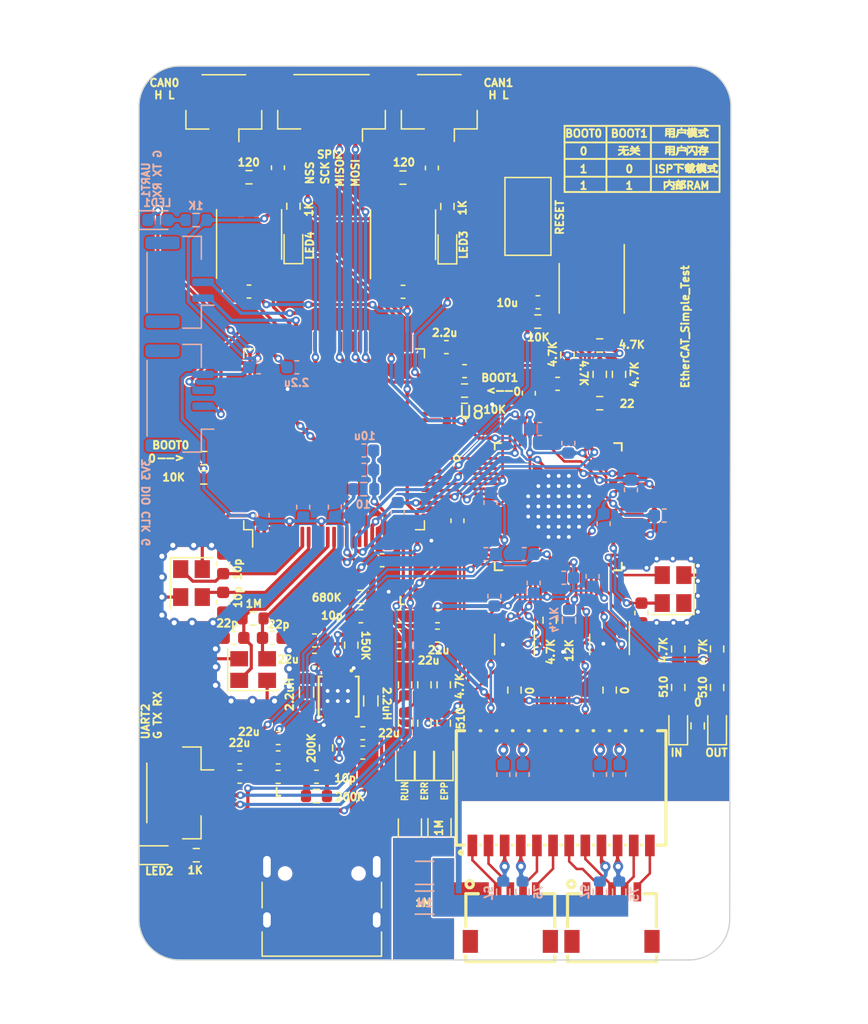
<source format=kicad_pcb>
(kicad_pcb (version 20221018) (generator pcbnew)
  (layers (0 "F.Cu" signal) (31 "B.Cu" signal) (34 "B.Paste" user) (35 "F.Paste" user) (36 "B.SilkS" user "B.Silkscreen") (37 "F.SilkS" user "F.Silkscreen") (38 "B.Mask" user) (39 "F.Mask" user) (44 "Edge.Cuts" user))
  (net 0 "")
  (net 1 "GND")
  (net 2 "Net-(U2-FB1)")
  (net 3 "Net-(U2-FB2)")
  (net 4 "Net-(#FLG0112-pwr)")
  (net 5 "+5V")
  (net 6 "3V3")
  (net 7 "Net-(#FLG0111-pwr)")
  (net 8 "Net-(D1-K)")
  (net 9 "1V2")
  (net 10 "Earth")
  (net 11 "A3V3")
  (net 12 "Net-(C20-Pad2)")
  (net 13 "A1V2")
  (net 14 "Net-(C21-Pad1)")
  (net 15 "Net-(D1-A)")
  (net 16 "Net-(D2-A)")
  (net 17 "Net-(C22-Pad2)")
  (net 18 "Net-(C23-Pad2)")
  (net 19 "Net-(C24-Pad2)")
  (net 20 "Net-(C25-Pad2)")
  (net 21 "/MCU/OSC_OUT")
  (net 22 "/MCU/OSC_IN")
  (net 23 "/CONN/P0_MTXOP")
  (net 24 "/CONN/P0_MTXON")
  (net 25 "/CONN/P0_MRXIP")
  (net 26 "/CONN/P0_MRXIN")
  (net 29 "/CONN/P1_MTXOP")
  (net 30 "/CONN/P1_MTXON")
  (net 31 "/CONN/P1_MRXIP")
  (net 32 "/CONN/P1_MRXIN")
  (net 35 "Net-(D3-A)")
  (net 36 "Net-(D4-A)")
  (net 37 "Net-(D5-A)")
  (net 38 "/MCU/LED1")
  (net 39 "Net-(D6-A)")
  (net 40 "/MCU/LED2")
  (net 41 "Net-(D7-A)")
  (net 42 "/MCU/LED3")
  (net 43 "Net-(D8-A)")
  (net 44 "/MCU/LED4")
  (net 45 "Net-(D9-A)")
  (net 49 "/MCU/SWCLK")
  (net 50 "/MCU/SWDIO")
  (net 51 "/CONN/CAN0_L")
  (net 52 "/CONN/CAN0_H")
  (net 53 "/CONN/CAN1_L")
  (net 54 "/CONN/CAN1_H")
  (net 57 "Net-(L4-Pad3)")
  (net 58 "Net-(L4-Pad4)")
  (net 59 "Net-(L4-Pad9)")
  (net 60 "Net-(L4-Pad10)")
  (net 61 "/CONN/P0_TXOP")
  (net 62 "/CONN/P0_TXON")
  (net 63 "/CONN/P0_RXIP")
  (net 64 "/CONN/P0_RXIN")
  (net 65 "/CONN/P1_TXOP")
  (net 66 "/CONN/P1_TXON")
  (net 67 "/CONN/P1_RXIP")
  (net 68 "/CONN/P1_RXIN")
  (net 72 "/CONN/P0_ACT")
  (net 73 "/CONN/P1_ACT")
  (net 74 "Net-(U2-LX1)")
  (net 75 "/ESC/I2C_SCL")
  (net 76 "Net-(U2-LX2)")
  (net 77 "Net-(U3-VP)")
  (net 78 "Net-(U4-VP)")
  (net 79 "Net-(U8-PDI_EMU)")
  (net 80 "/ESC/LED_RUN")
  (net 81 "/ESC/LED_ERR")
  (net 82 "/ESC/EEP_DONE")
  (net 83 "/ESC/I2C_SDA")
  (net 84 "Net-(U8-SCL)")
  (net 85 "Net-(U8-P0_SD)")
  (net 86 "Net-(U8-RSET_BG)")
  (net 87 "Net-(U8-P1_SD)")
  (net 88 "/ESC/SCS")
  (net 89 "/ESC/SCLK")
  (net 90 "/ESC/MISO")
  (net 91 "/ESC/MOSI")
  (net 92 "/ESC/SYNC")
  (net 93 "/ESC/INT")
  (net 94 "/ESC/RSTN")
  (net 95 "/MCU/CAN1_RX")
  (net 96 "/MCU/CAN1_TX")
  (net 97 "Net-(U9-WP)")
  (net 98 "Net-(U5-BOOT0)")
  (net 99 "Net-(U5-PB2)")
  (net 103 "/MCU/CAN0_RX")
  (net 104 "/MCU/CAN0_TX")
  (net 118 "/ESC/XSCI")
  (net 148 "/MCU/VREF")
  (net 149 "/MCU/RSET")
  (net 150 "/MCU/USART1_RX")
  (net 151 "/MCU/USART1_TX")
  (net 152 "/MCU/USART2_RX")
  (net 153 "/MCU/USART2_TX")
  (net 154 "/MCU/SPI2_MOSI")
  (net 155 "/MCU/SPI2_MISO")
  (net 156 "/MCU/SPI2_SCK")
  (net 157 "/MCU/SPI2_NSS")
  (net 163 "/MCU/OSC32_IN")
  (net 164 "/MCU/OSC32_OUT")
  (footprint "Resistor_SMD:R_0603_1608Metric" (layer "F.Cu") (at 115 78.29 180)
    (fp_text reference "R49" hide)
    (fp_text value "10K")
  )
  (footprint "Resistor_SMD:R_0603_1608Metric" (layer "F.Cu") (at 95.76 69.22 90)
    (fp_text reference "R25" hide)
    (fp_text value "1K")
  )
  (footprint "Package_SO:SOP-8_3.9x4.9mm_P1.27mm" (layer "F.Cu") (at 119.24 75.68 -90)
    (fp_text reference "U9" hide)
    (fp_text value "BL24C16F-PARC")
  )
  (footprint "Resistor_SMD:R_0603_1608Metric" (layer "F.Cu") (at 97.575 115.61)
    (fp_text reference "R6" hide)
    (fp_text value "200k")
  )
  (footprint "Resistor_SMD:R_1206_3216Metric" (layer "F.Cu") (at 107.256665 118.113349 -90)
    (fp_text reference "R8" hide)
    (fp_text value "1M")
  )
  (footprint "Capacitor_SMD:C_0603_1608Metric" (layer "F.Cu") (at 94.54 66.19 90)
    (fp_text reference "C29" hide)
    (fp_text value "100n")
  )
  (footprint "Inductor_SMD:L_0805_2012Metric" (layer "F.Cu") (at 96.79 107.44 -90)
    (fp_text reference "L3" hide)
    (fp_text value "2.2uH")
  )
  (footprint "Inductor_SMD:L_0805_2012Metric" (layer "F.Cu") (at 101.85 108.13 90)
    (fp_text reference "L2" hide)
    (fp_text value "2.2uH")
  )
  (footprint "Capacitor_SMD:C_0603_1608Metric" (layer "F.Cu") (at 102.74 97.06)
    (fp_text reference "C38" hide)
    (fp_text value "100n")
  )
  (footprint "Capacitor_SMD:C_0603_1608Metric" (layer "F.Cu") (at 104.39 75.95 180)
    (fp_text reference "C30" hide)
    (fp_text value "100n")
  )
  (footprint "Resistor_SMD:R_1206_3216Metric" (layer "F.Cu") (at 106.084165 123.990849)
    (fp_text reference "R11" hide)
    (fp_text value "1M")
  )
  (footprint "Capacitor_SMD:C_1206_3216Metric" (layer "F.Cu") (at 104.926665 118.123349 90)
    (fp_text reference "C19" hide)
    (fp_text value "1000p")
  )
  (footprint "Resistor_SMD:R_0603_1608Metric" (layer "F.Cu") (at 129.11 107.07125 -90)
    (fp_text reference "R18" hide)
    (fp_text value "510")
  )
  (footprint "Capacitor_SMD:C_0603_1608Metric" (layer "F.Cu") (at 107.1 101.47)
    (fp_text reference "C17" hide)
    (fp_text value "100n")
  )
  (footprint "Crystal:Crystal_SMD_3225-4Pin_3.2x2.5mm" (layer "F.Cu") (at 87.735 98.86 -90)
    (fp_text reference "Y2" hide)
    (fp_text value "32.768KHz")
  )
  (footprint "Package_TO_SOT_SMD:SOT-23-6" (layer "F.Cu") (at 120.641665 103.683349 -90)
    (fp_text reference "U3" hide)
    (fp_text value "SRV05-4")
  )
  (footprint "Button_Switch_SMD:SW_SPST_FSMSM" (layer "F.Cu") (at 114.22 70.02 -90)
    (fp_text reference "SW1" hide)
    (fp_text value "SW_Push")
  )
  (footprint "Capacitor_SMD:C_0603_1608Metric" (layer "F.Cu") (at 97.415 104.89)
    (fp_text reference "C5" hide)
    (fp_text value "22u")
  )
  (footprint "Package_SO:SOIC-8_3.9x4.9mm_P1.27mm" (layer "F.Cu") (at 92.27 71.44 90)
    (fp_text reference "U6" hide)
    (fp_text value "TJA1051T-3")
  )
  (footprint "Capacitor_SMD:C_0603_1608Metric" (layer "F.Cu") (at 107.095 102.99)
    (fp_text reference "C15" hide)
    (fp_text value "22u")
  )
  (footprint "Capacitor_SMD:C_0603_1608Metric" (layer "F.Cu") (at 94.56 111.05)
    (fp_text reference "C12" hide)
    (fp_text value "22u")
  )
  (footprint "Resistor_SMD:R_0603_1608Metric" (layer "F.Cu") (at 121.39 82.44 -90)
    (fp_text reference "R28" hide)
    (fp_text value "4.7K")
  )
  (footprint "Resistor_SMD:R_0603_1608Metric" (layer "F.Cu") (at 120.651665 107.273349 90)
    (fp_text reference "R9" hide)
    (fp_text value "0")
  )
  (footprint "Resistor_SMD:R_0603_1608Metric" (layer "F.Cu") (at 104.55 109.88 90)
    (fp_text reference "R36" hide)
    (fp_text value "510")
  )
  (footprint "Inductor_SMD:L_0603_1608Metric" (layer "F.Cu") (at 94.555 114.1 180)
    (fp_text reference "FB2" hide)
    (fp_text value "PBY160808T-110Y-N")
  )
  (footprint "LED_SMD:LED_0603_1608Metric" (layer "F.Cu") (at 104.55 112.9 90)
    (fp_text reference "D7" hide)
    (fp_text value "GREEN")
  )
  (footprint "Capacitor_SMD:C_0603_1608Metric" (layer "F.Cu") (at 97.415 103.37)
    (fp_text reference "C8" hide)
    (fp_text value "100n")
  )
  (footprint "Resistor_SMD:R_0603_1608Metric" (layer "F.Cu") (at 107.59 106.86 -90)
    (fp_text reference "R35" hide)
    (fp_text value "4.7K")
  )
  (footprint "Capacitor_SMD:C_0603_1608Metric" (layer "F.Cu") (at 107.8 80.3 180)
    (fp_text reference "C50" hide)
    (fp_text value "2.2u")
  )
  (footprint "Connector_JST:JST_GH_SM02B-GHS-TB_1x02-1MP_P1.25mm_Horizontal" (layer "F.Cu") (at 107.24 61.43 180)
    (fp_text reference "J5" hide)
    (fp_text value "Conn_01x02")
  )
  (footprint "Resistor_SMD:R_0603_1608Metric" (layer "F.Cu") (at 117.45 101.78 -90)
    (fp_text reference "R31" hide)
    (fp_text value "12K")
  )
  (footprint "Capacitor_SMD:C_0603_1608Metric" (layer "F.Cu") (at 90.225 100.365 -90)
    (fp_text reference "C55" hide)
    (fp_text value "10p")
  )
  (footprint "Resistor_SMD:R_0603_1608Metric" (layer "F.Cu") (at 127.58 110.09125 90)
    (fp_text reference "R19" hide)
    (fp_text value "0")
  )
  (footprint "Capacitor_SMD:C_0603_1608Metric" (layer "F.Cu") (at 101.22 110.67 180)
    (fp_text reference "C7" hide)
    (fp_text value "22u")
  )
  (footprint "Capacitor_SMD:C_0603_1608Metric" (layer "F.Cu") (at 116.555 83.19 180)
    (fp_text reference "C34" hide)
    (fp_text value "100nF")
  )
  (footprint "Connector_JST:JST_GH_SM04B-GHS-TB_1x04-1MP_P1.25mm_Horizontal" (layer "F.Cu") (at 98.76 61.43 180)
    (fp_text reference "J7" hide)
    (fp_text value "Conn_01x04")
  )
  (footprint "Resistor_SMD:R_0603_1608Metric" (layer "F.Cu") (at 104.38 66.97)
    (fp_text reference "R27" hide)
    (fp_text value "120")
  )
  (footprint "Resistor_SMD:R_0603_1608Metric" (layer "F.Cu") (at 104.55 106.86 -90)
    (fp_text reference "R33" hide)
    (fp_text value "4.7K")
  )
  (footprint "Capacitor_SMD:C_0603_1608Metric" (layer "F.Cu") (at 106.66 66.21 90)
    (fp_text reference "C31" hide)
    (fp_text value "100n")
  )
  (footprint "LED_SMD:LED_0603_1608Metric" (layer "F.Cu") (at 106.07 112.9 90)
    (fp_text reference "D8" hide)
    (fp_text value "RED")
  )
  (footprint "LED_SMD:LED_0603_1608Metric" (layer "F.Cu") (at 107.59 112.9 90)
    (fp_text reference "D9" hide)
    (fp_text value "GREEN")
  )
  (footprint "Resistor_SMD:R_0603_1608Metric" (layer "F.Cu") (at 106.07 109.88 90)
    (fp_text reference "R37" hide)
    (fp_text value "510")
  )
  (footprint "Resistor_SMD:R_0603_1608Metric" (layer "F.Cu") (at 115.93 101.78 -90)
    (fp_text reference "R32" hide)
    (fp_text value "4.7K")
  )
  (footprint "Capacitor_SMD:C_0603_1608Metric" (layer "F.Cu") (at 92.26 75.93 180)
    (fp_text reference "C32" hide)
    (fp_text value "100n")
  )
  (footprint "Crystal:Crystal_SMD_3225-4Pin_3.2x2.5mm" (layer "F.Cu") (at 92.59 105.66)
    (fp_text reference "Y1" hide)
    (fp_text value "8M")
  )
  (footprint "Resistor_SMD:R_0603_1608Metric" (layer "F.Cu") (at 119.87 84.71)
    (fp_text reference "R29" hide)
    (fp_text value "22")
  )
  (footprint "EXTRA IC:WDFN-10_L3.0-W3.0-P0.50-BL-EP" (layer "F.Cu") (at 99.32 107.78525 180)
    (fp_text reference "U2" hide)
    (fp_text value "RT8075")
  )
  (footprint "Resistor_SMD:R_0603_1608Metric" (layer "F.Cu") (at 126.05 104.05 90)
    (fp_text reference "R39" hide)
    (fp_text value "4.7K")
  )
  (footprint "EXTRA IC:SMD-24_L16.5-W9.0-P1.27-LS9.7-BL" (layer "F.Cu") (at 116.831665 114.968349)
    (fp_text reference "L4" hide)
    (fp_text value "G2425S")
  )
  (footprint "Connector_JST:JST_GH_SM03B-GHS-TB_1x03-1MP_P1.25mm_Horizontal" (layer "F.Cu") (at 86.78 115.36 -90)
    (fp_text reference "J6" hide)
    (fp_text value "Conn_01x03")
  )
  (footprint "Resistor_SMD:R_0603_1608Metric" (layer "F.Cu") (at 109.23 83.72)
    (fp_text reference "R47" hide)
    (fp_text value "0")
  )
  (footprint "Capacitor_SMD:C_0603_1608Metric" (layer "F.Cu") (at 124.95 93.55)
    (fp_text reference "C44" hide)
    (fp_text value "100n")
  )
  (footprint "LED_SMD:LED_0603_1608Metric" (layer "F.Cu") (at 126.05 110.08875 90)
    (fp_text reference "D1" hide)
    (fp_text value "LED")
  )
  (footprint "EXTRA IC:CONN-TH_5019530507" (layer "F.Cu") (at 120.834165 125.090849)
    (fp_text reference "CN1" hide)
    (fp_text value "5019530507")
  )
  (footprint "Package_TO_SOT_SMD:SOT-23-6" (layer "F.Cu") (at 113.161665 103.685849 -90)
    (fp_text reference "U4" hide)
    (fp_text value "SRV05-4")
  )
  (footprint "Capacitor_SMD:C_0603_1608Metric" (layer "F.Cu") (at 115 76.77 180)
    (fp_text reference "C54" hide)
    (fp_text value "10u")
  )
  (footprint "Capacitor_SMD:C_0603_1608Metric" (layer "F.Cu") (at 104.075 102.99 180)
    (fp_text reference "C13" hide)
    (fp_text value "100n")
  )
  (footprint "Crystal:Crystal_SMD_3225-4Pin_3.2x2.5mm" (layer "F.Cu") (at 125.64 99.33 90)
    (fp_text reference "X1" hide)
    (fp_text value "25M")
  )
  (footprint "Resistor_SMD:R_0603_1608Metric" (layer "F.Cu") (at 92.26 66.94)
    (fp_text reference "R26" hide)
    (fp_text value "120")
  )
  (footprint "Capacitor_SMD:C_0603_1608Metric" (layer "F.Cu") (at 123.15 101.21 -90)
    (fp_text reference "C46" hide)
    (fp_text value "100n")
  )
  (footprint "Resistor_SMD:R_0603_1608Metric" (layer "F.Cu") (at 126.05 107.06875 -90)
    (fp_text reference "R17" hide)
    (fp_text value "510")
  )
  (footprint "Capacitor_SMD:C_0603_1608Metric" (layer "F.Cu") (at 101.065 101.47 180)
    (fp_text reference "C9" hide)
    (fp_text value "10p")
  )
  (footprint "Capacitor_SMD:C_0603_1608Metric" (layer "F.Cu") (at 91.535 114.09 180)
    (fp_text reference "C18" hide)
    (fp_text value "100n")
  )
  (footprint "Package_SO:SOIC-8_3.9x4.9mm_P1.27mm" (layer "F.Cu") (at 104.39 71.46 90)
    (fp_text reference "U7" hide)
    (fp_text value "TJA1051T-3")
  )
  (footprint "Capacitor_SMD:C_0603_1608Metric" (layer "F.Cu") (at 97.575 114.09 180)
    (fp_text reference "C10" hide)
    (fp_text value "10p")
  )
  (footprint "Capacitor_SMD:C_0603_1608Metric" (layer "F.Cu") (at 90.225 97.345 90)
    (fp_text reference "C56" hide)
    (fp_text value "10p")
  )
  (footprint "LED_SMD:LED_0603_1608Metric" (layer "F.Cu") (at 85.0875 120.26)
    (fp_text reference "D4" hide)
    (fp_text value "BLUE")
  )
  (footprint "Resistor_SMD:R_0603_1608Metric" (layer "F.Cu") (at 113.156665 107.275849 90)
    (fp_text reference "R10" hide)
    (fp_text value "0")
  )
  (footprint "Resistor_SMD:R_0603_1608Metric" (layer "F.Cu") (at 88.7 89.03 180)
    (fp_text reference "R46" hide)
    (fp_text value "0")
  )
  (footprint "EXTRA IC:CONN-TH_5019530507" (layer "F.Cu") (at 112.834165 125.090849)
    (fp_text reference "CN2" hide)
    (fp_text value "5019530507")
  )
  (footprint "Capacitor_SMD:C_0603_1608Metric" (layer "F.Cu") (at 94.56 112.57)
    (fp_text reference "C14" hide)
    (fp_text value "100n")
  )
  (footprint "Capacitor_SMD:C_0603_1608Metric" (layer "F.Cu") (at 109.23 82.19)
    (fp_text reference "C63" hide)
    (fp_text value "100n")
  )
  (footprint "Capacitor_SMD:C_0603_1608Metric" (layer "F.Cu") (at 91.535 112.57 180)
    (fp_text reference "C16" hide)
    (fp_text value "22u")
  )
  (footprint "Resistor_SMD:R_0603_1608Metric" (layer "F.Cu") (at 100.315 103.74 -90)
    (fp_text reference "R5" hide)
    (fp_text value "150K")
  )
  (footprint "Capacitor_SMD:C_0603_1608Metric" (layer "F.Cu") (at 108.67 93.96 -90)
    (fp_text reference "C35" hide)
    (fp_text value "100n")
  )
  (footprint "Resistor_SMD:R_0603_1608Metric" (layer "F.Cu") (at 117.33 80.92 -90)
    (fp_text reference "R42" hide)
    (fp_text value "4.7K")
  )
  (footprint "Resistor_SMD:R_0603_1608Metric" (layer "F.Cu") (at 119.87 82.44 -90)
    (fp_text reference "R43" hide)
    (fp_text value "4.7K")
  )
  (footprint "Resistor_SMD:R_0603_1608Metric" (layer "F.Cu") (at 109.23 85.24 180)
    (fp_text reference "R48" hide)
    (fp_text value "10K")
  )
  (footprint "Capacitor_SMD:C_0603_1608Metric" (layer "F.Cu") (at 114.29 83.93 90)
    (fp_text reference "C33" hide)
    (fp_text value "100nF")
  )
  (footprint "LED_SMD:LED_0603_1608Metric" (layer "F.Cu") (at 95.76 72.25 90)
    (fp_text reference "D6" hide)
    (fp_text value "GREEN")
  )
  (footprint "Resistor_SMD:R_0603_1608Metric" (layer "F.Cu") (at 106.07 106.86 -90)
    (fp_text reference "R34" hide)
    (fp_text value "4.7K")
  )
  (footprint "Connector_JST:JST_GH_SM02B-GHS-TB_1x02-1MP_P1.25mm_Horizontal" (layer "F.Cu") (at 90.28 61.44 180)
    (fp_text reference "J4" hide)
    (fp_text value "Conn_01x02")
  )
  (footprint "Resistor_SMD:R_0603_1608Metric" (layer "F.Cu") (at 88.1175 120.26)
    (fp_text reference "R23" hide)
    (fp_text value "1K")
  )
  (footprint "Inductor_SMD:L_0603_1608Metric" (layer "F.Cu") (at 104.08 101.47)
    (fp_text reference "FB1" hide)
    (fp_text value "PBY160808T-110Y-N")
  )
  (footprint "Resistor_SMD:R_0603_1608Metric" (layer "F.Cu") (at 107.88 69.24 90)
    (fp_text reference "R24" hide)
    (fp_text value "1K")
  )
  (footprint "Connector_USB:USB_C_Receptacle_HRO_TYPE-C-31-M-12" (layer "F.Cu") (at 97.995 124.3)
    (fp_text reference "J8" hide)
    (fp_text value "USB_C_Receptacle_USB2.0")
  )
  (footprint "Resistor_SMD:R_0603_1608Metric" (layer "F.Cu") (at 98.325 111.82 90)
    (fp_text reference "R7" hide)
    (fp_text value "200K")
  )
  (footprint "Resistor_SMD:R_0603_1608Metric" (layer "F.Cu") (at 101.065 99.95 180)
    (fp_text reference "R4" hide)
    (fp_text value "680k")
  )
  (footprint "Resistor_SMD:R_0603_1608Metric" (layer "F.Cu") (at 119.87 80.17 180)
    (fp_text reference "R41" hide)
    (fp_text value "4.7K")
  )
  (footprint "Package_QFP:LQFP-100_14x14mm_P0.5mm" (layer "F.Cu") (at 98.96 87.55 90)
    (fp_text reference "U5" hide)
    (fp_text value "STM32F407VETx")
  )
  (footprint "Capacitor_SMD:C_0603_1608Metric" (layer "F.Cu") (at 91.08 103.17 180)
    (fp_text reference "C28" hide)
    (fp_text value "22p")
  )
  (footprint "Capacitor_SMD:C_0603_1608Metric" (layer "F.Cu") (at 94.1 103.17)
    (fp_text reference "C27" hide)
    (fp_text value "22p")
  )
  (footprint "Capacitor_SMD:C_0603_1608Metric" (layer "F.Cu") (at 104.075 104.51 180)
    (fp_text reference "C11" hide)
    (fp_text value "22u")
  )
  (footprint "EXTRA IC:AX58100-QFP80" (layer "F.Cu") (at 116.605 92.85)
    (fp_text reference "U8")
    (fp_text value "AX58100-LQPF80")
  )
  (footprint "Resistor_SMD:R_0603_1608Metric" (layer "F.Cu") (at 88.7 90.55)
    (fp_text reference "R44" hide)
    (fp_text value "10K")
  )
  (footprint "Resistor_SMD:R_0603_1608Metric" (layer "F.Cu") (at 107.59 109.88 90)
    (fp_text reference "R38" hide)
    (fp_text value "510")
  )
  (footprint "Resistor_SMD:R_0603_1608Metric" (layer "F.Cu") (at 92.58 101.64)
    (fp_text reference "R50" hide)
    (fp_text value "1M")
  )
  (footprint "LED_SMD:LED_0603_1608Metric" (layer "F.Cu") (at 129.11 110.09125 90)
    (fp_text reference "D2" hide)
    (fp_text value "LED")
  )
  (footprint "Resistor_SMD:R_0603_1608Metric" (layer "F.Cu") (at 129.11 104.04 90)
    (fp_text reference "R40" hide)
    (fp_text value "4.7K")
  )
  (footprint "LED_SMD:LED_0603_1608Metric" (layer "F.Cu") (at 107.88 72.27 90)
    (fp_text reference "D5" hide)
    (fp_text value "GREEN")
  )
  (footprint "Capacitor_SMD:C_1206_3216Metric" (layer "F.Cu") (at 106.084165 121.650849)
    (fp_text reference "C20" hide)
    (fp_text value "1000p")
  )
  (footprint "Capacitor_SMD:C_0603_1608Metric" (layer "F.Cu") (at 101.22 112.19 180)
    (fp_text reference "C6" hide)
    (fp_text value "100n")
  )
  (footprint "Capacitor_SMD:C_0603_1608Metric" (layer "B.Cu") (at 111.58 99.89 90)
    (fp_text reference "C42" hide)
    (fp_text value "100n")
  )
  (footprint "Capacitor_SMD:C_1206_3216Metric" (layer "B.Cu") (at 106.084165 121.650849 180)
    (fp_text reference "C21" hide)
    (fp_text value "1000p")
  )
  (footprint "Capacitor_SMD:C_0603_1608Metric" (layer "B.Cu") (at 111.27 92.53 -90)
    (fp_text reference "C43" hide)
    (fp_text value "100n")
  )
  (footprint "Capacitor_SMD:C_0603_1608Metric" (layer "B.Cu") (at 124.95 93.55)
    (fp_text reference "C64" hide)
    (fp_text value "100n")
  )
  (footprint "Capacitor_SMD:C_0603_1608Metric" (layer "B.Cu") (at 120.18 94.19 -90)
    (fp_text reference "C49" hide)
    (fp_text value "100n")
  )
  (footprint "Capacitor_SMD:C_0603_1608Metric" (layer "B.Cu") (at 114.67 98.85 90)
    (fp_text reference "C39" hide)
    (fp_text value "100n")
  )
  (footprint "Capacitor_SMD:C_0603_1608Metric" (layer "B.Cu") (at 115.15 86.74)
    (fp_text reference "C36" hide)
    (fp_text value "100n")
  )
  (footprint "Resistor_SMD:R_1206_3216Metric" (layer "B.Cu") (at 106.084165 123.990849 180)
    (fp_text reference "R16" hide)
    (fp_text value "1M")
  )
  (footprint "Capacitor_SMD:C_0603_1608Metric" (layer "B.Cu") (at 121.414165 113.920849 90)
    (fp_text reference "C22" hide)
    (fp_text value "100n")
  )
  (footprint "Resistor_SMD:R_0603_1608Metric" (layer "B.Cu") (at 119.884165 123.160849 -90)
    (fp_text reference "R13" hide)
    (fp_text value "75")
  )
  (footprint "Resistor_SMD:R_0603_1608Metric" (layer "B.Cu") (at 101.3 91.47 180)
    (fp_text reference "R45" hide)
    (fp_text value "10")
  )
  (footprint "Capacitor_SMD:C_0603_1608Metric" (layer "B.Cu") (at 122.33 91.53 -90)
    (fp_text reference "C45" hide)
    (fp_text value "100n")
  )
  (footprint "Capacitor_SMD:C_0603_1608Metric" (layer "B.Cu") (at 101.3 89.95 180)
    (fp_text reference "C53" hide)
    (fp_text value "100n")
  )
  (footprint "Connector_JST:JST_GH_SM03B-GHS-TB_1x03-1MP_P1.25mm_Horizontal" (layer "B.Cu") (at 86.8 75.2 90)
    (fp_text reference "J2" hide)
    (fp_text value "Conn_01x03")
  )
  (footprint "Capacitor_SMD:C_0603_1608Metric" (layer "B.Cu") (at 101.3 88.43 180)
    (fp_text reference "C52" hide)
    (fp_text value "10u")
  )
  (footprint "Capacitor_SMD:C_0603_1608Metric" (layer "B.Cu") (at 99.02 92.875 90)
    (fp_text reference "C57" hide)
    (fp_text value "100n")
  )
  (footprint "Capacitor_SMD:C_0603_1608Metric" (layer "B.Cu") (at 93.33 93.525 90)
    (fp_text reference "C60" hide)
    (fp_text value "100n")
  )
  (footprint "Resistor_SMD:R_0603_1608Metric" (layer "B.Cu") (at 113.794165 123.160849 -90)
    (fp_text reference "R14" hide)
    (fp_text value "75")
  )
  (footprint "Resistor_SMD:R_0603_1608Metric" (layer "B.Cu") (at 88.1 70.31)
    (fp_text reference "R22" hide)
    (fp_text value "1K")
  )
  (footprint "Capacitor_SMD:C_0603_1608Metric" (layer "B.Cu") (at 110.905 96.58 180)
    (fp_text reference "C47" hide)
    (fp_text value "100n")
  )
  (footprint "Capacitor_SMD:C_0603_1608Metric" (layer "B.Cu") (at 112.284165 113.925849 90)
    (fp_text reference "C25" hide)
    (fp_text value "100n")
  )
  (footprint "Capacitor_SMD:C_0603_1608Metric" (layer "B.Cu") (at 119.894165 113.920849 90)
    (fp_text reference "C23" hide)
    (fp_text value "100n")
  )
  (footprint "Resistor_SMD:R_0603_1608Metric" (layer "B.Cu") (at 117.45 101.78 -90)
    (fp_text reference "R30" hide)
    (fp_text value "4.7K")
  )
  (footprint "Capacitor_SMD:C_0603_1608Metric" (layer "B.Cu") (at 93.02 81.89)
    (fp_text reference "C58" hide)
    (fp_text value "100n")
  )
  (footprint "Capacitor_SMD:C_0603_1608Metric" (layer "B.Cu") (at 103.97 93.3 -90)
    (fp_text reference "C65" hide)
    (fp_text value "100n")
  )
  (footprint "Connector_JST:JST_GH_SM04B-GHS-TB_1x04-1MP_P1.25mm_Horizontal" (layer "B.Cu") (at 86.8 84.32 90)
    (fp_text reference "J3" hide)
    (fp_text value "Conn_01x04")
  )
  (footprint "Resistor_SMD:R_0603_1608Metric" (layer "B.Cu") (at 112.274165 123.160849 -90)
    (fp_text reference "R15" hide)
    (fp_text value "75")
  )
  (footprint "Capacitor_SMD:C_0603_1608Metric" (layer "B.Cu") (at 117.4 87.855 90)
    (fp_text reference "C37" hide)
    (fp_text value "100n")
  )
  (footprint "Capacitor_SMD:C_0603_1608Metric" (layer "B.Cu") (at 117.04 98.44 180)
    (fp_text reference "C41" hide)
    (fp_text value "100n")
  )
  (footprint "Capacitor_SMD:C_0603_1608Metric" (layer "B.Cu") (at 96.53 92.88 90)
    (fp_text reference "C62" hide)
    (fp_text value "100n")
  )
  (footprint "Capacitor_SMD:C_0603_1608Metric" (layer "B.Cu") (at 113.804165 113.920849 90)
    (fp_text reference "C24" hide)
    (fp_text value "100n")
  )
  (footprint "Capacitor_SMD:C_0603_1608Metric" (layer "B.Cu") (at 119.31 98.33 90)
    (fp_text reference "C40" hide)
    (fp_text value "100n")
  )
  (footprint "Capacitor_SMD:C_0603_1608Metric" (layer "B.Cu") (at 113.92 96.58 180)
    (fp_text reference "C48" hide)
    (fp_text value "100n")
  )
  (footprint "LED_SMD:LED_0603_1608Metric" (layer "B.Cu") (at 85.08 70.31)
    (fp_text reference "D3" hide)
    (fp_text value "BLUE")
  )
  (footprint "Capacitor_SMD:C_0603_1608Metric" (layer "B.Cu") (at 96.035 81.89 180)
    (fp_text reference "C51" hide)
    (fp_text value "2.2u")
  )
  (footprint "Resistor_SMD:R_0603_1608Metric" (layer "B.Cu") (at 121.404165 123.160849 -90)
    (fp_text reference "R12" hide)
    (fp_text value "75")
  )
  (gr_line (start 129.3 68.1) (end 129.3 62.9) (stroke (width 0.15)) (layer "F.SilkS"))
  (gr_line (start 117.1 65.5) (end 129.3 65.5) (stroke (width 0.15)) (layer "F.SilkS"))
  (gr_line (start 117.1 62.9) (end 117.1 68.1) (stroke (width 0.15)) (layer "F.SilkS"))
  (gr_line (start 117.1 66.9) (end 129.3 66.9) (stroke (width 0.15)) (layer "F.SilkS"))
  (gr_line (start 117.1 68.1) (end 129.3 68.1) (stroke (width 0.15)) (layer "F.SilkS"))
  (gr_line (start 117.1 64.2) (end 129.3 64.2) (stroke (width 0.15)) (layer "F.SilkS"))
  (gr_line (start 123.9 62.9) (end 123.9 68.1) (stroke (width 0.15)) (layer "F.SilkS"))
  (gr_line (start 129.3 62.9) (end 117.1 62.9) (stroke (width 0.15)) (layer "F.SilkS"))
  (gr_line (start 120.4 62.9) (end 120.4 68.1) (stroke (width 0.15)) (layer "F.SilkS"))
  (gr_arc (start 127 58.2) (mid 129.262742 59.137258) (end 130.2 61.4) (stroke (width 0.1)) (layer "Edge.Cuts"))
  (gr_arc (start 83.6 61.4) (mid 84.537258 59.137258) (end 86.8 58.2) (stroke (width 0.1)) (layer "Edge.Cuts"))
  (gr_line (start 86.8 128.5) (end 126.9 128.5) (stroke (width 0.1)) (layer "Edge.Cuts"))
  (gr_line (start 130.1 125.3) (end 130.2 61.4) (stroke (width 0.1)) (layer "Edge.Cuts"))
  (gr_line (start 83.6 61.4) (end 83.6 125.3) (stroke (width 0.1)) (layer "Edge.Cuts"))
  (gr_arc (start 86.8 128.5) (mid 84.537258 127.562742) (end 83.6 125.3) (stroke (width 0.1)) (layer "Edge.Cuts"))
  (gr_arc (start 130.1 125.3) (mid 129.162742 127.562742) (end 126.9 128.5) (stroke (width 0.1)) (layer "Edge.Cuts"))
  (gr_line (start 127 58.2) (end 86.8 58.2) (stroke (width 0.1)) (layer "Edge.Cuts"))
  (gr_text "1K" (at 88.07 69.18) (layer "B.SilkS") (effects (font (size 0.6 0.6)) (justify mirror)))
  (gr_text "3V3 DIO CLK G" (at 84.17 92.52 90) (layer "B.SilkS") (effects (font (size 0.6 0.6)) (justify mirror)))
  (gr_text "75" (at 115.04 123.14 90) (layer "B.SilkS") (effects (font (size 0.6 0.6)) (justify mirror)))
  (gr_text "G TX RX" (at 85.06 66.66 90) (layer "B.SilkS") (effects (font (size 0.6 0.6)) (justify mirror)))
  (gr_text "4.7K" (at 116.22 101.75 -90) (layer "B.SilkS") (effects (font (size 0.6 0.6)) (justify mirror)))
  (gr_text "10u" (at 101.37 87.29) (layer "B.SilkS") (effects (font (size 0.6 0.6)) (justify mirror)))
  (gr_text "1M\n" (at 106.08 124.03) (layer "B.SilkS") (effects (font (size 0.6 0.6)) (justify mirror)))
  (gr_text "10" (at 101.25 92.68) (layer "B.SilkS") (effects (font (size 0.6 0.6)) (justify mirror)))
  (gr_text "75" (at 122.62 123.32 90) (layer "B.SilkS") (effects (font (size 0.6 0.6)) (justify mirror)))
  (gr_text "75" (at 118.65 123.14 270) (layer "B.SilkS") (effects (font (size 0.6 0.6)) (justify mirror)))
  (gr_text "2.2u\n" (at 96 83.1) (layer "B.SilkS") (effects (font (size 0.6 0.6)) (justify mirror)))
  (gr_text "LED1\n" (at 85.05 68.95) (layer "B.SilkS") (effects (font (size 0.6 0.6)) (justify mirror)))
  (gr_text "UART1" (at 84.15 67.17 90) (layer "B.SilkS") (effects (font (size 0.6 0.6)) (justify mirror)))
  (gr_text "75" (at 111.06 123.24 270) (layer "B.SilkS") (effects (font (size 0.6 0.6)) (justify mirror)))
  (gr_text "4.7K" (at 124.88 104.13 90) (layer "F.SilkS") (effects (font (size 0.6 0.6))))
  (gr_text "LED3\n" (at 109.15 72.26 90) (layer "F.SilkS") (effects (font (size 0.6 0.6))))
  (gr_text "LED2\n" (at 85.2 121.51) (layer "F.SilkS") (effects (font (size 0.6 0.6))))
  (gr_text "LED4\n" (at 97.05 72.31 90) (layer "F.SilkS") (effects (font (size 0.6 0.6))))
  (gr_text "0" (at 113.37 83.8) (layer "F.SilkS") (effects (font (size 0.6 0.6))))
  (gr_text "10p\n" (at 91.36 97.78 90) (layer "F.SilkS") (effects (font (size 0.6 0.6))))
  (gr_text "4.7K" (at 116.01 104.27 90) (layer "F.SilkS") (effects (font (size 0.6 0.6))))
  (gr_text "22u" (at 103.28 110.66) (layer "F.SilkS") (effects (font (size 0.6 0.6))))
  (gr_text "IN    OUT\n" (at 127.69 112.19625) (layer "F.SilkS") (effects (font (size 0.6 0.6))))
  (gr_text "CAN0\nH L" (at 85.6 60) (layer "F.SilkS") (effects (font (size 0.6 0.6))))
  (gr_text "22p\n" (at 90.55 102.02) (layer "F.SilkS") (effects (font (size 0.6 0.6))))
  (gr_text "0" (at 127.6 108.25) (layer "F.SilkS") (effects (font (size 0.6 0.6))))
  (gr_text "2.2uH" (at 103.11 108.34 270) (layer "F.SilkS") (effects (font (size 0.6 0.6))))
  (gr_text "MOSI" (at 100.64 66.6 90) (layer "F.SilkS") (effects (font (size 0.6 0.6))))
  (gr_text "4.7K" (at 108.85 106.97 90) (layer "F.SilkS") (effects (font (size 0.6 0.6))))
  (gr_text "1" (at 118.6 66.3) (layer "F.SilkS") (effects (font (size 0.6 0.6))))
  (gr_text "0" (at 114.37 107.32 90) (layer "F.SilkS") (effects (font (size 0.6 0.6))))
  (gr_text "10K" (at 86.33 90.54) (layer "F.SilkS") (effects (font (size 0.6 0.6))))
  (gr_text "1M\n" (at 105.99 123.99) (layer "F.SilkS") (effects (font (size 0.6 0.6))))
  (gr_text "4.7K" (at 128.01 104.25 90) (layer "F.SilkS") (effects (font (size 0.6 0.6))))
  (gr_text "1M\n" (at 107.21 118.1 90) (layer "F.SilkS") (effects (font (size 0.6 0.6))))
  (gr_text "内部RAM\n" (at 126.7 67.6) (layer "F.SilkS") (effects (font (size 0.6 0.6))))
  (gr_text "0" (at 84.63 89.06) (layer "F.SilkS") (effects (font (size 0.6 0.6))))
  (gr_text "10p\n" (at 91.39 99.96 90) (layer "F.SilkS") (effects (font (size 0.6 0.6))))
  (gr_text "1K" (at 109.06 69.34 90) (layer "F.SilkS") (effects (font (size 0.6 0.6))))
  (gr_text "10K" (at 111.6 85.22) (layer "F.SilkS") (effects (font (size 0.6 0.6))))
  (gr_text "BOOT0\n——>" (at 86.1 88.5) (layer "F.SilkS") (effects (font (size 0.6 0.6))))
  (gr_text "G TX RX" (at 85.07 109.25 90) (layer "F.SilkS") (effects (font (size 0.6 0.6))))
  (gr_text "用户闪存" (at 126.7 64.9) (layer "F.SilkS") (effects (font (size 0.6 0.6))))
  (gr_text "1K" (at 88.03 121.44) (layer "F.SilkS") (effects (font (size 0.6 0.6))))
  (gr_text "无关" (at 122.2 64.9) (layer "F.SilkS") (effects (font (size 0.6 0.6))))
  (gr_text "4.7K" (at 116.17 80.86 90) (layer "F.SilkS") (effects (font (size 0.6 0.6))))
  (gr_text "22u" (at 91.52 111.42) (layer "F.SilkS") (effects (font (size 0.6 0.6))))
  (gr_text "RUN" (at 104.53 116.077619 90) (layer "F.SilkS") (effects (font (size 0.5 0.5) (thickness 0.125)) (justify left)))
  (gr_text "510" (at 108.92 109.49 90) (layer "F.SilkS") (effects (font (size 0.6 0.6))))
  (gr_text "200K" (at 100.21 115.68) (layer "F.SilkS") (effects (font (size 0.6 0.6))))
  (gr_text "200K" (at 97.17 111.84 90) (layer "F.SilkS") (effects (font (size 0.6 0.6))))
  (gr_text "12K" (at 117.47 104.16 90) (layer "F.SilkS") (effects (font (size 0.6 0.6))))
  (gr_text "1M\n" (at 92.64 100.48) (layer "F.SilkS") (effects (font (size 0.6 0.6))))
  (gr_text "ERR\n" (at 106.08 116.03 90) (layer "F.SilkS") (effects (font (size 0.5 0.5) (thickness 0.125)) (justify left)))
  (gr_text "22u" (at 95.34 104.86) (layer "F.SilkS") (effects (font (size 0.6 0.6))))
  (gr_text "150K" (at 101.44 103.78 270) (layer "F.SilkS") (effects (font (size 0.6 0.6))))
  (gr_text "0" (at 122.2 66.3) (layer "F.SilkS") (effects (font (size 0.6 0.6))))
  (gr_text "2.2uH" (at 95.46 107.61 90) (layer "F.SilkS") (effects (font (size 0.6 0.6))))
  (gr_text "ISP下载模式" (at 126.7 66.3) (layer "F.SilkS") (effects (font (size 0.6 0.6))))
  (gr_text "RESET\n" (at 116.72 70.1 90) (layer "F.SilkS") (effects (font (size 0.6 0.6))))
  (gr_text "BOOT0" (at 118.6 63.5) (layer "F.SilkS") (effects (font (size 0.6 0.6))))
  (gr_text "4.7K" (at 122.61 82.46 90) (layer "F.SilkS") (effects (font (size 0.6 0.6))))
  (gr_text "MISO" (at 99.41 66.6 90) (layer "F.SilkS") (effects (font (size 0.6 0.6))))
  (gr_text "1" (at 118.6 67.6) (layer "F.SilkS") (effects (font (size 0.6 0.6))))
  (gr_text "NSS\n" (at 97.05 66.6 90) (layer "F.SilkS") (effects (font (size 0.6 0.6))))
  (gr_text "22u" (at 92.26 110.55) (layer "F.SilkS") (effects (font (size 0.6 0.6))))
  (gr_text "510" (at 124.9 107.01 90) (layer "F.SilkS") (effects (font (size 0.6 0.6))))
  (gr_text "22" (at 122.03 84.75) (layer "F.SilkS") (effects (font (size 0.6 0.6))))
  (gr_text "120" (at 92.24 65.77) (layer "F.SilkS") (effects (font (size 0.6 0.6))))
  (gr_text "22u" (at 107.19 104.13) (layer "F.SilkS") (effects (font (size 0.6 0.6))))
  (gr_text "22p\n" (at 94.6 102.11) (layer "F.SilkS") (effects (font (size 0.6 0.6))))
  (gr_text "120" (at 104.46 65.77) (layer "F.SilkS") (effects (font (size 0.6 0.6))))
  (gr_text "1K" (at 96.98 69.45 90) (layer "F.SilkS") (effects (font (size 0.6 0.6))))
  (gr_text "BOOT1\n" (at 122.2 63.5) (layer "F.SilkS") (effects (font (size 0.6 0.6))))
  (gr_text "1" (at 122.2 67.6) (layer "F.SilkS") (effects (font (size 0.6 0.6))))
  (gr_text "22u" (at 106.41 104.94) (layer "F.SilkS") (effects (font (size 0.6 0.6))))
  (gr_text "680K" (at 98.38 100) (layer "F.SilkS") (effects (font (size 0.6 0.6))))
  (gr_text "SPI2" (at 98.64 65.15) (layer "F.SilkS") (effects (font (size 0.6 0.6))))
  (gr_text "L" (at 104.27 100.26) (layer "F.SilkS") (effects (font (size 0.6 0.6))))
  (gr_text "10p" (at 99.83 114.2) (layer "F.SilkS") (effects (font (size 0.6 0.6))))
  (gr_text "EtherCAT_Simple_Test" (at 126.6 78.7 90) (layer "F.SilkS") (effects (font (size 0.6 0.6))))
  (gr_text "L" (at 94.54 115.31) (layer "F.SilkS") (effects (font (size 0.6 0.6))))
  (gr_text "用户模式" (at 126.7 63.5) (layer "F.SilkS") (effects (font (size 0.6 0.6))))
  (gr_text "UART2" (at 84.12 109.74 90) (layer "F.SilkS") (effects (font (size 0.6 0.6))))
  (gr_text "4.7K" (at 122.39 80.11) (layer "F.SilkS") (effects (font (size 0.6 0.6))))
  (gr_text "SCK\n" (at 98.25 66.6 90) (layer "F.SilkS") (effects (font (size 0.6 0.6))))
  (gr_text "10K" (at 115.03 79.53) (layer "F.SilkS") (effects (font (size 0.6 0.6))))
  (gr_text "510" (at 127.98 107.05 90) (layer "F.SilkS") (effects (font (size 0.6 0.6))))
  (gr_text "2.2u\n" (at 107.67 79.17) (layer "F.SilkS") (effects (font (size 0.6 0.6))))
  (gr_text "10u" (at 112.6 76.82) (layer "F.SilkS") (effects (font (size 0.6 0.6))))
  (gr_text "4.7K" (at 118.61 82.34 270) (layer "F.SilkS") (effects (font (size 0.6 0.6))))
  (gr_text "CAN1\nH L" (at 111.9 60) (layer "F.SilkS") (effects (font (size 0.6 0.6))))
  (gr_text "BOOT1\n<——" (at 112 83.2) (layer "F.SilkS") (effects (font (size 0.6 0.6))))
  (gr_text "10p" (at 98.79 101.41) (layer "F.SilkS") (effects (font (size 0.6 0.6))))
  (gr_text "0" (at 118.6 64.9) (layer "F.SilkS") (effects (font (size 0.6 0.6))))
  (gr_text "0" (at 121.85 107.3 90) (layer "F.SilkS") (effects (font (size 0.6 0.6))))
  (gr_text "EPP" (at 107.65 116.03 90) (layer "F.SilkS") (effects (font (size 0.5 0.5) (thickness 0.125)) (justify left)))
  (segment (start 90.305 103.17) (end 90.28 103.17) (width 0.25) (layer "F.Cu") (net 1))
  (segment (start 124.345 101.985) (end 125.675 101.985) (width 0.25) (layer "F.Cu") (net 1))
  (segment (start 126.738022 101.985) (end 127.6 101.123022) (width 0.25) (layer "F.Cu") (net 1))
  (segment (start 89.435 101.98) (end 90.225 101.19) (width 0.25) (layer "F.Cu") (net 1))
  (segment (start 125.675 101.985) (end 126.738022 101.985) (width 0.25) (layer "F.Cu") (net 1))
  (segment (start 126.49 98.23) (end 127.6 98.23) (width 0.25) (layer "F.Cu") (net 1))
  (segment (start 95.43 105.59) (end 95.43 104.15) (width 0.25) (layer "F.Cu") (net 1))
  (segment (start 86.375 101.98) (end 87.785 101.98) (width 0.25) (layer "F.Cu") (net 1))
  (segment (start 89.62 106.9) (end 90.85 108.13) (width 0.25) (layer "F.Cu") (net 1))
  (segment (start 89.62 104.89) (end 89.62 105.45) (width 0.25) (layer "F.Cu") (net 1))
  (segment (start 89.315 95.89) (end 88.615 95.89) (width 0.25) (layer "F.Cu") (net 1))
  (segment (start 127.6 98.69) (end 127.6 98.23) (width 0.25) (layer "F.Cu") (net 1))
  (segment (start 125.62 96.94) (end 124.35 96.94) (width 0.25) (layer "F.Cu") (net 1))
  (segment (start 127.6 101.123022) (end 127.6 99.86) (width 0.25) (layer "F.Cu") (net 1))
  (segment (start 86.265 95.89) (end 85.405 96.75) (width 0.25) (layer "F.Cu") (net 1))
  (segment (start 92.53 108.13) (end 93.77 108.13) (width 0.25) (layer "F.Cu") (net 1))
  (segment (start 86.005 101.98) (end 86.375 101.98) (width 0.25) (layer "F.Cu") (net 1))
  (segment (start 89.62 103.83) (end 89.62 104.03) (width 0.25) (layer "F.Cu") (net 1))
  (segment (start 90.225 96.57) (end 89.545 95.89) (width 0.25) (layer "F.Cu") (net 1))
  (segment (start 127.6 98.23) (end 127.6 97.49) (width 0.25) (layer "F.Cu") (net 1))
  (segment (start 85.405 96.75) (end 85.405 98.38) (width 0.25) (layer "F.Cu") (net 1))
  (segment (start 91.49 104.81) (end 89.7 104.81) (width 0.25) (layer "F.Cu") (net 1))
  (segment (start 127.6 99.86) (end 127.6 98.69) (width 0.25) (layer "F.Cu") (net 1))
  (segment (start 123.556978 97.66) (end 121.76 97.66) (width 0.25) (layer "F.Cu") (net 1))
  (segment (start 90.28 103.17) (end 89.62 103.83) (width 0.25) (layer "F.Cu") (net 1))
  (segment (start 89.7 104.81) (end 89.62 104.89) (width 0.25) (layer "F.Cu") (net 1))
  (segment (start 85.405 101.38) (end 86.005 101.98) (width 0.25) (layer "F.Cu") (net 1))
  (segment (start 89.545 95.89) (end 89.315 95.89) (width 0.25) (layer "F.Cu") (net 1))
  (segment (start 90.225 101.19) (end 90.225 101.14) (width 0.25) (layer "F.Cu") (net 1))
  (segment (start 89.62 104.03) (end 89.62 104.89) (width 0.25) (layer "F.Cu") (net 1))
  (segment (start 90.85 108.13) (end 92.53 108.13) (width 0.25) (layer "F.Cu") (net 1))
  (segment (start 95.43 103.725) (end 94.875 103.17) (width 0.25) (layer "F.Cu") (net 1))
  (segment (start 88.585 95.92) (end 88.615 95.89) (width 0.25) (layer "F.Cu") (net 1))
  (segment (start 94.27 108.13) (end 95.43 106.97) (width 0.25) (layer "F.Cu") (net 1))
  (segment (start 93.77 108.13) (end 94.27 108.13) (width 0.25) (layer "F.Cu") (net 1))
  (segment (start 93.69 106.51) (end 93.69 108.05) (width 0.25) (layer "F.Cu") (net 1))
  (segment (start 88.615 95.89) (end 87.905 95.89) (width 0.25) (layer "F.Cu") (net 1))
  (segment (start 87.785 101.98) (end 89.435 101.98) (width 0.25) (layer "F.Cu") (net 1))
  (segment (start 95.43 104.15) (end 95.43 103.725) (width 0.25) (layer "F.Cu") (net 1))
  (segment (start 89.62 105.45) (end 89.62 106.9) (width 0.25) (layer "F.Cu") (net 1))
  (segment (start 123.15 101.985) (end 124.345 101.985) (width 0.25) (layer "F.Cu") (net 1))
  (segment (start 127.6 97.49) (end 127.05 96.94) (width 0.25) (layer "F.Cu") (net 1))
  (segment (start 124.276978 96.94) (end 123.556978 97.66) (width 0.25) (layer "F.Cu") (net 1))
  (segment (start 93.69 108.05) (end 93.77 108.13) (width 0.25) (layer "F.Cu") (net 1))
  (segment (start 85.405 99.96) (end 85.405 101.38) (width 0.25) (layer "F.Cu") (net 1))
  (segment (start 95.43 106.97) (end 95.43 105.59) (width 0.25) (layer "F.Cu") (net 1))
  (segment (start 85.405 98.38) (end 85.405 99.96) (width 0.25) (layer "F.Cu") (net 1))
  (segment (start 124.35 96.94) (end 124.276978 96.94) (width 0.25) (layer "F.Cu") (net 1))
  (segment (start 88.585 97.76) (end 88.585 95.92) (width 0.25) (layer "F.Cu") (net 1))
  (segment (start 86.885 99.96) (end 85.405 99.96) (width 0.25) (layer "F.Cu") (net 1))
  (segment (start 87.905 95.89) (end 86.265 95.89) (width 0.25) (layer "F.Cu") (net 1))
  (segment (start 127.05 96.94) (end 125.62 96.94) (width 0.25) (layer "F.Cu") (net 1))
  (via (at 118.24 92.03) (size 0.6) (drill 0.3) (layers "F.Cu" "B.Cu") (net 1))
  (via (at 115.04 92.83) (size 0.6) (drill 0.3) (layers "F.Cu" "B.Cu") (net 1))
  (via (at 124.345 101.985) (size 0.6) (drill 0.3) (layers "F.Cu" "B.Cu") (net 1))
  (via (at 126.738022 101.985) (size 0.6) (drill 0.3) (layers "F.Cu" "B.Cu") (net 1))
  (via (at 125.62 96.94) (size 0.6) (drill 0.3) (layers "F.Cu" "B.Cu") (net 1))
  (via (at 103.26 99.54) (size 0.6) (drill 0.3) (layers "F.Cu" "B.Cu") (net 1))
  (via (at 127.6 98.69) (size 0.6) (drill 0.3) (layers "F.Cu" "B.Cu") (net 1))
  (via (at 100.05 108.14) (size 0.6) (drill 0.3) (layers "F.Cu" "B.Cu") (net 1))
  (via (at 125.675 101.985) (size 0.6) (drill 0.3) (layers "F.Cu" "B.Cu") (net 1))
  (via (at 117.44 92.83) (size 0.6) (drill 0.3) (layers "F.Cu" "B.Cu") (net 1))
  (via (at 121.76 97.66) (size 0.6) (drill 0.3) (layers "F.Cu" "B.Cu") (net 1))
  (via (at 115.84 94.43) (size 0.6) (drill 0.3) (layers "F.Cu" "B.Cu") (net 1))
  (via (at 86.375 101.98) (size 0.8) (drill 0.4) (layers "F.Cu" "B.Cu") (net 1))
  (via (at 85.405 101.38) (size 0.8) (drill 0.4) (layers "F.Cu" "B.Cu") (net 1))
  (via (at 117.44 90.43) (size 0.6) (drill 0.3) (layers "F.Cu" "B.Cu") (net 1))
  (via (at 87.785 101.98) (size 0.8) (drill 0.4) (layers "F.Cu" "B.Cu") (net 1))
  (via (at 118.24 92.83) (size 0.6) (drill 0.3) (layers "F.Cu" "B.Cu") (net 1))
  (via (at 86.265 95.89) (size 0.8) (drill 0.4) (layers "F.Cu" "B.Cu") (net 1))
  (via (at 114.24 93.63) (size 0.6) (drill 0.3) (layers "F.Cu" "B.Cu") (net 1))
  (via (at 115.84 92.03) (size 0.6) (drill 0.3) (layers "F.Cu" "B.Cu") (net 1))
  (via (at 117.44 93.63) (size 0.6) (drill 0.3) (layers "F.Cu" "B.Cu") (net 1))
  (via (at 118.24 93.63) (size 0.6) (drill 0.3) (layers "F.Cu" "B.Cu") (net 1))
  (via (at 99.25 108.14) (size 0.6) (drill 0.3) (layers "F.Cu" "B.Cu") (net 1))
  (via (at 119.04 93.63) (size 0.6) (drill 0.3) (layers "F.Cu" "B.Cu") (net 1))
  (via (at 115.84 92.83) (size 0.6) (drill 0.3) (layers "F.Cu" "B.Cu") (net 1))
  (via (at 116.64 90.43) (size 0.6) (drill 0.3) (layers "F.Cu" "B.Cu") (net 1))
  (via (at 95.43 105.59) (size 0.8) (drill 0.4) (layers "F.Cu" "B.Cu") (net 1))
  (via (at 115.04 94.43) (size 0.6) (drill 0.3) (layers "F.Cu" "B.Cu") (net 1))
  (via (at 114.24 92.83) (size 0.6) (drill 0.3) (layers "F.Cu" "B.Cu") (net 1))
  (via (at 89.435 101.98) (size 0.8) (drill 0.4) (layers "F.Cu" "B.Cu") (net 1))
  (via (at 114.24 92.03) (size 0.6) (drill 0.3) (layers "F.Cu" "B.Cu") (net 1))
  (via (at 89.62 106.9) (size 0.8) (drill 0.4) (layers "F.Cu" "B.Cu") (net 1))
  (via (at 116.64 91.23) (size 0.6) (drill 0.3) (layers "F.Cu" "B.Cu") (net 1))
  (via (at 115.04 91.23) (size 0.6) (drill 0.3) (layers "F.Cu" "B.Cu") (net 1))
  (via (at 116.64 93.63) (size 0.6) (drill 0.3) (layers "F.Cu" "B.Cu") (net 1))
  (via (at 119.04 92.03) (size 0.6) (drill 0.3) (layers "F.Cu" "B.Cu") (net 1))
  (via (at 85.405 98.38) (size 0.8) (drill 0.4) (layers "F.Cu" "B.Cu") (net 1))
  (via (at 118.24 94.43) (size 0.6) (drill 0.3) (layers "F.Cu" "B.Cu") (net 1))
  (via (at 127.6 101.123022) (size 0.6) (drill 0.3) (layers "F.Cu" "B.Cu") (net 1))
  (via (at 85.405 99.96) (size 0.8) (drill 0.4) (layers "F.Cu" "B.Cu") (net 1))
  (via (at 106.62 95.52) (size 0.6) (drill 0.3) (layers "F.Cu" "B.Cu") (net 1))
  (via (at 118.24 91.23) (size 0.6) (drill 0.3) (layers "F.Cu" "B.Cu") (net 1))
  (via (at 115.04 93.63) (size 0.6) (drill 0.3) (layers "F.Cu" "B.Cu") (net 1))
  (via (at 95.3 83.6) (size 0.6) (drill 0.3) (layers "F.Cu" "B.Cu") (net 1))
  (via (at 127.05 96.94) (size 0.6) (drill 0.3) (layers "F.Cu" "B.Cu") (net 1))
  (via (at 116.64 92.03) (size 0.6) (drill 0.3) (layers "F.Cu" "B.Cu") (net 1))
  (via (at 116.98 104.27) (size 0.6) (drill 0.3) (layers "F.Cu" "B.Cu") (net 1))
  (via (at 111.4 84.8) (size 0.6) (drill 0.3) (layers "F.Cu" "B.Cu") (net 1))
  (via (at 85.405 96.75) (size 0.8) (drill 0.4) (layers "F.Cu" "B.Cu") (net 1))
  (via (at 116.64 92.83) (size 0.6) (drill 0.3) (layers "F.Cu" "B.Cu") (net 1))
  (via (at 117.44 95.23) (size 0.6) (drill 0.3) (layers "F.Cu" "B.Cu") (net 1))
  (via (at 115.04 92.03) (size 0.6) (drill 0.3) (layers "F.Cu" "B.Cu") (net 1))
  (via (at 115.84 91.23) (size 0.6) (drill 0.3) (layers "F.Cu" "B.Cu") (net 1))
  (via (at 127.6 97.49) (size 0.6) (drill 0.3) (layers "F.Cu" "B.Cu") (net 1))
  (via (at 87.905 95.89) (size 0.8) (drill 0.4) (layers "F.Cu" "B.Cu") (net 1))
  (via (at 116.64 94.43) (size 0.6) (drill 0.3) (layers "F.Cu" "B.Cu") (net 1))
  (via (at 127.6 99.86) (size 0.6) (drill 0.3) (layers "F.Cu" "B.Cu") (net 1))
  (via (at 94.27 108.13) (size 0.8) (drill 0.4) (layers "F.Cu" "B.Cu") (net 1))
  (via (at 115.84 93.63) (size 0.6) (drill 0.3) (layers "F.Cu" "B.Cu") (net 1))
  (via (at 89.315 95.89) (size 0.8) (drill 0.4) (layers "F.Cu" "B.Cu") (net 1))
  (via (at 95.43 104.15) (size 0.8) (drill 0.4) (layers "F.Cu" "B.Cu") (net 1))
  (via (at 100.50098 105.547302) (size 0.6) (drill 0.3) (layers "F.Cu" "B.Cu") (net 1))
  (via (at 90.85 108.13) (size 0.8) (drill 0.4) (layers "F.Cu" "B.Cu") (net 1))
  (via (at 92.53 108.13) (size 0.8) (drill 0.4) (layers "F.Cu" "B.Cu") (net 1))
  (via (at 117.44 92.03) (size 0.6) (drill 0.3) (layers "F.Cu" "B.Cu") (net 1))
  (via (at 99.25 107.34) (size 0.6) (drill 0.3) (layers "F.Cu" "B.Cu") (net 1))
  (via (at 124.35 96.94) (size 0.6) (drill 0.3) (layers "F.Cu" "B.Cu") (net 1))
  (via (at 117.44 94.43) (size 0.6) (drill 0.3) (layers "F.Cu" "B.Cu") (net 1))
  (via (at 100.05 107.34) (size 0.6) (drill 0.3) (layers "F.Cu" "B.Cu") (net 1))
  (via (at 123.556978 97.66) (size 0.6) (drill 0.3) (layers "F.Cu" "B.Cu") (net 1))
  (via (at 120.16 103.63) (size 0.6) (drill 0.3) (layers "F.Cu" "B.Cu") (net 1))
  (via (at 98.45 107.34) (size 0.6) (drill 0.3) (layers "F.Cu" "B.Cu") (net 1))
  (via (at 98.45 108.14) (size 0.6) (drill 0.3) (layers "F.Cu" "B.Cu") (net 1))
  (via (at 115.84 90.43) (size 0.6) (drill 0.3) (layers "F.Cu" "B.Cu") (net 1))
  (via (at 112.25 103.7) (size 0.6) (drill 0.3) (layers "F.Cu" "B.Cu") (net 1))
  (via (at 89.62 104.03) (size 0.8) (drill 0.4) (layers "F.Cu" "B.Cu") (net 1))
  (via (at 117.44 91.23) (size 0.6) (drill 0.3) (layers "F.Cu" "B.Cu") (net 1))
  (via (at 116.64 95.23) (size 0.6) (drill 0.3) (layers "F.Cu" "B.Cu") (net 1))
  (via (at 115.84 95.23) (size 0.6) (drill 0.3) (layers "F.Cu" "B.Cu") (net 1))
  (via (at 89.62 105.45) (size 0.8) (drill 0.4) (layers "F.Cu" "B.Cu") (net 1))
  (via (at 119.04 92.83) (size 0.6) (drill 0.3) (layers "F.Cu" "B.Cu") (net 1))
  (via (at 98.14998 110.023349) (size 0.6) (drill 0.3) (layers "F.Cu" "B.Cu") (net 1))
  (via (at 95.43 106.97) (size 0.8) (drill 0.4) (layers "F.Cu" "B.Cu") (net 1))
  (segment (start 99.24 104.2645) (end 99.24 105.08642) (width 0.25) (layer "F.Cu") (net 2))
  (segment (start 100.315 102.915) (end 99.245 102.915) (width 0.25) (layer "F.Cu") (net 2))
  (segment (start 100.24 99.95) (end 100.24 101.42) (width 0.25) (layer "F.Cu") (net 2))
  (segment (start 99.245 102.915) (end 99.24 102.92) (width 0.25) (layer "F.Cu") (net 2))
  (segment (start 100.29 102.89) (end 100.315 102.915) (width 0.25) (layer "F.Cu") (net 2))
  (segment (start 99.24 105.08642) (end 99.82 105.66642) (width 0.25) (layer "F.Cu") (net 2))
  (segment (start 100.29 101.47) (end 100.29 102.89) (width 0.25) (layer "F.Cu") (net 2))
  (segment (start 99.82 105.66642) (end 99.82 106.37825) (width 0.25) (layer "F.Cu") (net 2))
  (segment (start 100.24 101.42) (end 100.29 101.47) (width 0.25) (layer "F.Cu") (net 2))
  (via (at 99.24 102.92) (size 0.6) (drill 0.3) (layers "F.Cu" "B.Cu") (net 2))
  (via (at 99.24 104.2645) (size 0.6) (drill 0.3) (layers "F.Cu" "B.Cu") (net 2))
  (segment (start 99.24 102.92) (end 99.24 104.2645) (width 0.25) (layer "B.Cu") (net 2))
  (segment (start 98.4 114.14) (end 98.35 114.09) (width 0.25) (layer "F.Cu") (net 3))
  (segment (start 99.365 111.29598) (end 99.365 110.49449) (width 0.25) (layer "F.Cu") (net 3))
  (segment (start 98.35 112.67) (end 98.325 112.645) (width 0.25) (layer "F.Cu") (net 3))
  (segment (start 98.325 112.645) (end 99.365 112.645) (width 0.25) (layer "F.Cu") (net 3))
  (segment (start 98.35 114.09) (end 98.35 112.67) (width 0.25) (layer "F.Cu") (net 3))
  (segment (start 99.365 112.645) (end 99.37 112.64) (width 0.25) (layer "F.Cu") (net 3))
  (segment (start 98.4 115.61) (end 98.4 114.14) (width 0.25) (layer "F.Cu") (net 3))
  (segment (start 98.82 109.94949) (end 98.82 109.19225) (width 0.25) (layer "F.Cu") (net 3))
  (segment (start 99.365 110.49449) (end 98.82 109.94949) (width 0.25) (layer "F.Cu") (net 3))
  (via (at 99.365 111.29598) (size 0.6) (drill 0.3) (layers "F.Cu" "B.Cu") (net 3))
  (via (at 99.37 112.64) (size 0.6) (drill 0.3) (layers "F.Cu" "B.Cu") (net 3))
  (segment (start 99.37 111.30098) (end 99.37 112.64) (width 0.25) (layer "B.Cu") (net 3))
  (segment (start 99.365 111.29598) (end 99.37 111.30098) (width 0.25) (layer "B.Cu") (net 3))
  (segment (start 105.873231 82.05) (end 105.58348 81.760249) (width 0.25) (layer "F.Cu") (net 4))
  (segment (start 105.58348 81.760249) (end 105.58348 80.88652) (width 0.25) (layer "F.Cu") (net 4))
  (segment (start 105.58348 80.88652) (end 106.17 80.3) (width 0.25) (layer "F.Cu") (net 4))
  (segment (start 106.17 80.3) (end 107.025 80.3) (width 0.25) (layer "F.Cu") (net 4))
  (segment (start 106.635 82.05) (end 105.873231 82.05) (width 0.25) (layer "F.Cu") (net 4))
  (segment (start 104.715 76.4) (end 105.165 75.95) (width 0.25) (layer "F.Cu") (net 5))
  (segment (start 100.445 113.72) (end 100.445 112.19) (width 0.5) (layer "F.Cu") (net 5))
  (segment (start 100.445 110.67) (end 100.445 110.625) (width 0.25) (layer "F.Cu") (net 5))
  (segment (start 97.98775 109.19225) (end 97.52548 109.65452) (width 0.25) (layer "F.Cu") (net 5))
  (segment (start 105.025 75.81) (end 105.165 75.95) (width 0.25) (layer "F.Cu") (net 5))
  (segment (start 98.19 103.37) (end 98.19 104.89) (width 0.5) (layer "F.Cu") (net 5))
  (segment (start 98.19 104.89) (end 98.030583 104.89) (width 0.32) (layer "F.Cu") (net 5))
  (segment (start 100.305489 119.080489) (end 100.445 119.22) (width 0.5) (layer "F.Cu") (net 5))
  (segment (start 105.025 73.935) (end 105.025 75.81) (width 0.25) (layer "F.Cu") (net 5))
  (segment (start 105.5115 96.077029) (end 105.5115 93.441455) (width 0.25) (layer "F.Cu") (net 5))
  (segment (start 100.445 120.255) (end 100.445 119.22) (width 0.5) (layer "F.Cu") (net 5))
  (segment (start 93.035 75.93) (end 93.035 76.3615) (width 0.25) (layer "F.Cu") (net 5))
  (segment (start 100.445 110.67) (end 100.605808 110.67) (width 0.32) (layer "F.Cu") (net 5))
  (segment (start 101.12548 104.158697) (end 100.606783 103.64) (width 0.25) (layer "F.Cu") (net 5))
  (segment (start 97.52548 111.412263) (end 98.033697 111.92048) (width 0.25) (layer "F.Cu") (net 5))
  (segment (start 97.52548 109.65452) (end 97.52548 111.412263) (width 0.25) (layer "F.Cu") (net 5))
  (segment (start 100.425 113.74) (end 100.445 113.72) (width 0.5) (layer "F.Cu") (net 5))
  (segment (start 105.5115 93.441455) (end 104.72 92.649955) (width 0.25) (layer "F.Cu") (net 5))
  (segment (start 100.32 106.37825) (end 100.71175 106.37825) (width 0.25) (layer "F.Cu") (net 5))
  (segment (start 100.945 106.145) (end 101.12548 105.96452) (width 0.25) (layer "F.Cu") (net 5))
  (segment (start 98.46 103.64) (end 98.19 103.37) (width 0.25) (layer "F.Cu") (net 5))
  (segment (start 98.030583 104.89) (end 97.374302 105.546281) (width 0.32) (layer "F.Cu") (net 5))
  (segment (start 93.035 76.3615) (end 93.6235 76.95) (width 0.25) (layer "F.Cu") (net 5))
  (segment (start 100.445 119.22) (end 100.445 113.76) (width 0.5) (layer "F.Cu") (net 5))
  (segment (start 96.938189 76.96) (end 101.989117 76.96) (width 0.25) (layer "F.Cu") (net 5))
  (segment (start 95.545 120.255) (end 95.545 119.180978) (width 0.5) (layer "F.Cu") (net 5))
  (segment (start 98.32 109.19225) (end 97.98775 109.19225) (width 0.25) (layer "F.Cu") (net 5))
  (segment (start 99.32 109.813772) (end 99.32 109.19225) (width 0.25) (layer "F.Cu") (net 5))
  (segment (start 92.905 73.915) (end 92.905 75.8) (width 0.25) (layer "F.Cu") (net 5))
  (segment (start 100.17548 111.92048) (end 100.445 112.19) (width 0.25) (layer "F.Cu") (net 5))
  (segment (start 104.72 92.649955) (end 104.72 83.6015) (width 0.25) (layer "F.Cu") (net 5))
  (segment (start 95.645489 119.080489) (end 100.305489 119.080489) (width 0.5) (layer "F.Cu") (net 5))
  (segment (start 98.19 100.536956) (end 101.115456 97.6115) (width 0.25) (layer "F.Cu") (net 5))
  (segment (start 99.32 106.37825) (end 99.32 105.802138) (width 0.25) (layer "F.Cu") (net 5))
  (segment (start 95.545 119.180978) (end 95.645489 119.080489) (width 0.5) (layer "F.Cu") (net 5))
  (segment (start 98.033697 111.92048) (end 100.17548 111.92048) (width 0.25) (layer "F.Cu") (net 5))
  (segment (start 98.19 103.37) (end 98.19 100.536956) (width 0.25) (layer "F.Cu") (net 5))
  (segment (start 100.71175 106.37825) (end 100.945 106.145) (width 0.25) (layer "F.Cu") (net 5))
  (segment (start 104.715 77.45506) (end 104.715 76.4) (width 0.25) (layer "F.Cu") (net 5))
  (segment (start 100.445 110.67) (end 100.445 112.19) (width 0.5) (layer "F.Cu") (net 5))
  (segment (start 100.445 113.76) (end 100.425 113.74) (width 0.5) (layer "F.Cu") (net 5))
  (segment (start 101.12548 105.96452) (end 101.12548 104.158697) (width 0.25) (layer "F.Cu") (net 5))
  (segment (start 105.518311 96.08384) (end 105.5115 96.077029) (width 0.25) (layer "F.Cu") (net 5))
  (segment (start 99.32 105.802138) (end 98.407862 104.89) (width 0.25) (layer "F.Cu") (net 5))
  (segment (start 100.606783 103.64) (end 98.46 103.64) (width 0.25) (layer "F.Cu") (net 5))
  (segment (start 98.407862 104.89) (end 98.19 104.89) (width 0.25) (layer "F.Cu") (net 5))
  (segment (start 100.445 110.625) (end 100.131228 110.625) (width 0.25) (layer "F.Cu") (net 5))
  (segment (start 92.905 75.8) (end 93.035 75.93) (width 0.25) (layer "F.Cu") (net 5))
  (segment (start 100.131228 110.625) (end 99.32 109.813772) (width 0.25) (layer "F.Cu") (net 5))
  (via (at 101.989117 76.96) (size 0.6) (drill 0.3) (layers "F.Cu" "B.Cu") (net 5))
  (via (at 96.938189 76.96) (size 0.6) (drill 0.3) (layers "F.Cu" "B.Cu") (net 5))
  (via (at 101.115456 97.6115) (size 0.6) (drill 0.3) (layers "F.Cu" "B.Cu") (net 5))
  (via (at 104.715 77.45506) (size 0.6) (drill 0.3) (layers "F.Cu" "B.Cu") (net 5))
  (via (at 105.518311 96.08384) (size 0.6) (drill 0.3) (layers "F.Cu" "B.Cu") (net 5))
  (via (at 97.374302 105.546281) (size 0.6) (drill 0.3) (layers "F.Cu" "B.Cu") (net 5))
  (via (at 104.72 83.6015) (size 0.6) (drill 0.3) (layers "F.Cu" "B.Cu") (net 5))
  (via (at 97.73224 109.428959) (size 0.6) (drill 0.3) (layers "F.Cu" "B.Cu") (net 5))
  (via (at 93.6235 76.95) (size 0.6) (drill 0.3) (layers "F.Cu" "B.Cu") (net 5))
  (segment (start 104.72 77.46006) (end 104.715 77.45506) (width 0.25) (layer "B.Cu") (net 5))
  (segment (start 93.6235 76.95) (end 96.928189 76.95) (width 0.25) (layer "B.Cu") (net 5))
  (segment (start 104.715 77.45506) (end 102.484177 77.45506) (width 0.25) (layer "B.Cu") (net 5))
  (segment (start 102.484177 77.45506) (end 101.989117 76.96) (width 0.25) (layer "B.Cu") (net 5))
  (segment (start 105.112151 96.49) (end 105.518311 96.08384) (width 0.25) (layer "B.Cu") (net 5))
  (segment (start 101.115456 97.6115) (end 102.236956 96.49) (width 0.25) (layer "B.Cu") (net 5))
  (segment (start 97.73224 105.904219) (end 97.374302 105.546281) (width 0.32) (layer "B.Cu") (net 5))
  (segment (start 102.236956 96.49) (end 105.112151 96.49) (width 0.25) (layer "B.Cu") (net 5))
  (segment (start 96.928189 76.95) (end 96.938189 76.96) (width 0.25) (layer "B.Cu") (net 5))
  (segment (start 104.72 83.6015) (end 104.72 77.46006) (width 0.25) (layer "B.Cu") (net 5))
  (segment (start 97.73224 109.428959) (end 97.73224 105.904219) (width 0.32) (layer "B.Cu") (net 5))
  (segment (start 95.46 95.225) (end 95.46 93.98) (width 0.25) (layer "F.Cu") (net 6))
  (segment (start 105.74848 70.21152) (end 106.295 69.665) (width 0.25) (layer "F.Cu") (net 6))
  (segment (start 110.055 83.72) (end 112.03 81.745) (width 0.25) (layer "F.Cu") (net 6))
  (segment (start 99.98 96.4515) (end 100.5885 97.06) (width 0.25) (layer "F.Cu") (net 6))
  (segment (start 102.70152 113.80998) (end 101.1215 115.39) (width 0.25) (layer "F.Cu") (net 6))
  (segment (start 95.76 68.395) (end 97.57652 70.21152) (width 0.25) (layer "F.Cu") (net 6))
  (segment (start 118.805 87.1) (end 118.805 86.01677) (width 0.2) (layer "F.Cu") (net 6))
  (segment (start 99.76 116.75) (end 92.402435 116.75) (width 0.25) (layer "F.Cu") (net 6))
  (segment (start 103.2925 101.47) (end 101.84 101.47) (width 0.5) (layer "F.Cu") (net 6))
  (segment (start 117.042955 80.9215) (end 115.825 79.703545) (width 0.25) (layer "F.Cu") (net 6))
  (segment (start 94.175 69.485233) (end 93.467649 70.192584) (width 0.25) (layer "F.Cu") (net 6))
  (segment (start 123.85 95.05) (end 122.355 95.05) (width 0.2) (layer "F.Cu") (net 6))
  (segment (start 95.76 68.395) (end 95.76 67.25) (width 0.25) (layer "F.Cu") (net 6))
  (segment (start 101.89 99.95) (end 101.89 101.42) (width 0.5) (layer "F.Cu") (net 6))
  (segment (start 92.57 93.55) (end 91.285 93.55) (width 0.25) (layer "F.Cu") (net 6))
  (segment (start 101.96 97.055) (end 101.965 97.06) (width 0.25) (layer "F.Cu") (net 6))
  (segment (start 95.76 67.25) (end 95.44 66.93) (width 0.25) (layer "F.Cu") (net 6))
  (segment (start 101.965 99.875) (end 101.89 99.95) (width 0.5) (layer "F.Cu") (net 6))
  (segment (start 108.455 82.19) (end 108.525 82.19) (width 0.25) (layer "F.Cu") (net 6))
  (segment (start 109.649307 92.830455) (end 107.660455 92.830455) (width 0.2) (layer "F.Cu") (net 6))
  (segment (start 97.96 95.225) (end 97.96 93.98) (width 0.25) (layer "F.Cu") (net 6))
  (segment (start 102.224317 94.024938) (end 101.96 94.289255) (width 0.25) (layer "F.Cu") (net 6))
  (segment (start 118.51 88.63) (end 118.805 88.335) (width 0.2) (layer "F.Cu") (net 6))
  (segment (start 106.635 81.55) (end 107.815 81.55) (width 0.25) (layer "F.Cu") (net 6))
  (segment (start 101.96 99.88) (end 101.89 99.95) (width 0.25) (layer "F.Cu") (net 6))
  (segment (start 121.3135 80.7885) (end 120.695 80.17) (width 0.32) (layer "F.Cu") (net 6))
  (segment (start 100.5885 97.06) (end 101.965 97.06) (width 0.25) (layer "F.Cu") (net 6))
  (segment (start 120.38 92.07191) (end 120.911052 92.602962) (width 0.2) (layer "F.Cu") (net 6))
  (segment (start 114.37 88.62) (end 114.37 90.335) (width 0.2) (layer "F.Cu") (net 6))
  (segment (start 88.93 120.2475) (end 88.9425 120.26) (width 0.25) (layer "F.Cu") (net 6))
  (segment (start 88.9425 120.209935) (end 88.9425 120.26) (width 0.25) (layer "F.Cu") (net 6))
  (segment (start 107.815 81.55) (end 108.455 82.19) (width 0.25) (layer "F.Cu") (net 6))
  (segment (start 107.38 92.55) (end 106.635 92.55) (width 0.2) (layer "F.Cu") (net 6))
  (segment (start 102.70152 107.91902) (end 102.70152 113.80998) (width 0.25) (layer "F.Cu") (net 6))
  (segment (start 114.37 90.335) (end 112.055 92.65) (width 0.2) (layer "F.Cu") (net 6))
  (segment (start 121.44 80.7885) (end 121.3135 80.7885) (width 0.32) (layer "F.Cu") (net 6))
  (segment (start 107.88 68.415) (end 107.88 67.29) (width 0.25) (layer "F.Cu") (net 6))
  (segment (start 118.805 86.01677) (end 117.33 84.54177) (width 0.2) (layer "F.Cu") (net 6))
  (segment (start 121.145 78.305) (end 121.145 79.72) (width 0.25) (layer "F.Cu") (net 6))
  (segment (start 112.03 81.745) (end 117.33 81.745) (width 0.25) (layer "F.Cu") (net 6))
  (segment (start 103.33 101.47) (end 104.85 102.99) (width 0.5) (layer "F.Cu") (net 6))
  (segment (start 117.33 83.19) (end 117.33 81.745) (width 0.32) (layer "F.Cu") (net 6))
  (segment (start 106.295 67.35) (end 106.66 66.985) (width 0.25) (layer "F.Cu") (net 6))
  (segment (start 118.51 88.63) (end 118.51 88.6346) (width 0.2) (layer "F.Cu") (net 6))
  (segment (start 94.575 66.93) (end 94.54 66.965) (width 0.25) (layer "F.Cu") (net 6))
  (segment (start 106.295 68.985) (end 106.295 67.35) (width 0.25) (layer "F.Cu") (net 6))
  (segment (start 120.38 90.5046) (end 120.38 92.07191) (width 0.2) (layer "F.Cu") (net 6))
  (segment (start 108.525 82.19) (end 110.055 83.72) (width 0.25) (layer "F.Cu") (net 6))
  (segment (start 109.829762 92.65) (end 109.649307 92.830455) (width 0.2) (layer "F.Cu") (net 6))
  (segment (start 106.295 69.665) (end 106.295 68.985) (width 0.25) (layer "F.Cu") (net 6))
  (segment (start 117.33 84.54177) (end 117.33 83.19) (width 0.2) (layer "F.Cu") (net 6))
  (segment (start 87.88 89.03) (end 88.7 89.85) (width 0.25) (layer "F.Cu") (net 6))
  (segment (start 120.911052 92.602962) (end 120.930565 92.602962) (width 0.2) (layer "F.Cu") (net 6))
  (segment (start 114.005 85.9465) (end 114.37 85.5815) (width 0.2) (layer "F.Cu") (net 6))
  (segment (start 92.402435 116.75) (end 88.9425 120.209935) (width 0.25) (layer "F.Cu") (net 6))
  (segment (start 101.85 107.0675) (end 101.85 101.48) (width 0.8) (layer "F.Cu") (net 6))
  (segment (start 94.175 68.965) (end 94.175 67.33) (width 0.25) (layer "F.Cu") (net 6))
  (segment (start 112.055 92.65) (end 110.855 92.65) (width 0.2) (layer "F.Cu") (net 6))
  (segment (start 95.44 66.93) (end 94.575 66.93) (width 0.25) (layer "F.Cu") (net 6))
  (segment (start 107.88 67.29) (end 107.575 66.985) (width 0.25) (layer "F.Cu") (net 6))
  (segment (start 118.51 88.6346) (end 120.38 90.5046) (width 0.2) (layer "F.Cu") (net 6))
  (segment (start 104.85 102.99) (end 104.85 104.51) (width 0.5) (layer "F.Cu") (net 6))
  (segment (start 118.805 88.335) (end 118.805 87.1) (width 0.2) (layer "F.Cu") (net 6))
  (segment (start 97.57652 70.21152) (end 105.74848 70.21152) (width 0.25) (layer "F.Cu") (net 6))
  (segment (start 121.145 79.72) (end 120.695 80.17) (width 0.25) (layer "F.Cu") (net 6))
  (segment (start 107.575 66.985) (end 106.66 66.985) (width 0.25) (layer "F.Cu") (net 6))
  (segment (start 101.96 94.289255) (end 101.96 95.225) (width 0.25) (layer "F.Cu") (net 6))
  (segment (start 114.005 87.1) (end 114.005 85.9465) (width 0.2) (layer "F.Cu") (net 6))
  (segment (start 94.175 67.33) (end 94.54 66.965) (width 0.25) (layer "F.Cu") (net 6))
  (segment (start 92.96 81.18) (end 92.96 79.875) (width 0.25) (layer "F.Cu") (net 6))
  (segment (start 110.855 92.65) (end 109.829762 92.65) (width 0.2) (layer "F.Cu") (net 6))
  (segment (start 117.33 80.9215) (end 117.042955 80.9215) (width 0.25) (layer "F.Cu") (net 6))
  (segment (start 107.660455 92.830455) (end 107.38 92.55) (width 0.2) (layer "F.Cu") (net 6))
  (segment (start 101.965 97.06) (end 101.965 99.875) (width 0.5) (layer "F.Cu") (net 6))
  (segment (start 101.96 95.225) (end 101.96 97.055) (width 0.25) (layer "F.Cu") (net 6))
  (segment (start 105.4 92.55) (end 106.635 92.55) (width 0.25) (layer "F.Cu") (net 6))
  (segment (start 94.175 68.965) (end 94.175 69.485233) (width 0.25) (layer "F.Cu") (net 6))
  (segment (start 115.825 79.703545) (end 115.825 78.29) (width 0.25) (layer "F.Cu") (net 6))
  (segment (start 101.85 107.0675) (end 102.70152 107.91902) (width 0.25) (layer "F.Cu") (net 6))
  (segment (start 117.33 81.745) (end 117.33 80.9215) (width 0.32) (layer "F.Cu") (net 6))
  (via (at 99.76 116.75) (size 0.6) (drill 0.3) (layers "F.Cu" "B.Cu") (net 6))
  (via (at 95.46 93.98) (size 0.6) (drill 0.3) (layers "F.Cu" "B.Cu") (net 6))
  (via (at 120.930565 92.602962) (size 0.6) (drill 0.3) (layers "F.Cu" "B.Cu") (net 6))
  (via (at 102.224317 94.024938) (size 0.6) (drill 0.3) (layers "F.Cu" "B.Cu") (net 6))
  (via (at 93.467649 70.192584) (size 0.6) (drill 0.3) (layers "F.Cu" "B.Cu") (net 6))
  (via (at 92.57 93.55) (size 0.6) (drill 0.3) (layers "F.Cu" "B.Cu") (net 6))
  (via (at 117.33 80.9215) (size 0.6) (drill 0.3) (layers "F.Cu" "B.Cu") (net 6))
  (via (at 118.51 88.63) (size 0.6) (drill 0.3) (layers "F.Cu" "B.Cu") (net 6))
  (via (at 92.96 81.18) (size 0.6) (drill 0.3) (layers "F.Cu" "B.Cu") (net 6))
  (via (at 114.37 85.5815) (size 0.6) (drill 0.3) (layers "F.Cu" "B.Cu") (net 6))
  (via (at 88.7 89.85) (size 0.6) (drill 0.3) (layers "F.Cu" "B.Cu") (net 6))
  (via (at 114.37 88.62) (size 0.6) (drill 0.3) (layers "F.Cu" "B.Cu") (net 6))
  (via (at 101.1215 115.39) (size 0.6) (drill 0.3) (layers "F.Cu" "B.Cu") (net 6))
  (via (at 123.85 95.05) (size 0.6) (drill 0.3) (layers "F.Cu" "B.Cu") (net 6))
  (via (at 97.96 93.98) (size 0.6) (drill 0.3) (layers "F.Cu" "B.Cu") (net 6))
  (via (at 121.44 80.7885) (size 0.6) (drill 0.3) (layers "F.Cu" "B.Cu") (net 6))
  (via (at 99.98 96.4515) (size 0.6) (drill 0.3) (layers "F.Cu" "B.Cu") (net 6))
  (via (at 105.4 92.55) (size 0.6) (drill 0.3) (layers "F.Cu" "B.Cu") (net 6))
  (segment (start 114.375 85.5865) (end 114.37 85.5815) (width 0.2) (layer "B.Cu") (net 6))
  (segment (start 124.175 93.55) (end 124.175 94.725) (width 0.2) (layer "B.Cu") (net 6))
  (segment (start 87.34978 82.445) (end 88.65 82.445) (width 0.25) (layer "B.Cu") (net 6))
  (segment (start 95.46 93.98) (end 95.28 93.98) (width 0.25) (layer "B.Cu") (net 6))
  (segment (start 88.7 89.85) (end 88.7 87.662835) (width 0.25) (layer "B.Cu") (net 6))
  (segment (start 101.1215 115.39) (end 101.12 115.39) (width 0.25) (layer "B.Cu") (net 6))
  (segment (start 87.49 76.707835) (end 87.49 71.745) (width 0.25) (layer "B.Cu") (net 6))
  (segment (start 88.925 70.31) (end 93.350233 70.31) (width 0.25) (layer "B.Cu") (net 6))
  (segment (start 88.7 89.85) (end 88.7 91.42) (width 0.25) (layer "B.Cu") (net 6))
  (segment (start 92.955 81.18) (end 92.245 81.89) (width 0.25) (layer "B.Cu") (net 6))
  (segment (start 114.375 86.74) (end 114.375 85.5865) (width 0.2) (layer "B.Cu") (net 6))
  (segment (start 91.962165 81.18) (end 87.49 76.707835) (width 0.25) (layer "B.Cu") (net 6))
  (segment (start 93.350233 70.31) (end 93.467649 70.192584) (width 0.25) (layer "B.Cu") (net 6))
  (segment (start 99.98 96.4515) (end 99.98 94.36) (width 0.25) (layer "B.Cu") (net 6))
  (segment (start 117.33 80.9215) (end 121.307 80.9215) (width 0.32) (layer "B.Cu") (net 6))
  (segment (start 114.375 86.74) (end 114.375 88.615) (width 0.2) (layer "B.Cu") (net 6))
  (segment (start 88.7 87.662835) (end 87.00598 85.968815) (width 0.25) (layer "B.Cu") (net 6))
  (segment (start 90.83 93.55) (end 92.57 93.55) (width 0.25) (layer "B.Cu") (net 6))
  (segment (start 117.39 88.62) (end 114.37 88.62) (width 0.2) (layer "B.Cu") (net 6))
  (segment (start 97.96 93.98) (end 95.46 93.98) (width 0.25) (layer "B.Cu") (net 6))
  (segment (start 91.69 82.445) (end 88.65 82.445) (width 0.25) (layer "B.Cu") (net 6))
  (segment (start 92.245 81.89) (end 91.69 82.445) (width 0.25) (layer "B.Cu") (net 6))
  (segment (start 100.475 91.47) (end 100.475 92.195) (width 0.25) (layer "B.Cu") (net 6))
  (segment (start 118.51 88.63) (end 117.4 88.63) (width 0.2) (layer "B.Cu") (net 6))
  (segment (start 93 93.98) (end 92.57 93.55) (width 0.25) (layer "B.Cu") (net 6))
  (segment (start 102.224317 94.024938) (end 103.699255 92.55) (width 0.25) (layer "B.Cu") (net 6))
  (segment (start 99.98 94.36) (end 99.6 93.98) (width 0.25) (layer "B.Cu") (net 6))
  (segment (start 103.699255 92.55) (end 105.4 92.55) (width 0.25) (layer "B.Cu") (net 6))
  (segment (start 88.7 91.42) (end 90.83 93.55) (width 0.25) (layer "B.Cu") (net 6))
  (segment (start 87.00598 85.968815) (end 87.00598 82.7888) (width 0.25) (layer "B.Cu") (net 6))
  (segment (start 87.49 71.745) (end 88.925 70.31) (width 0.25) (layer "B.Cu") (net 6))
  (segment (start 87.00598 82.7888) (end 87.34978 82.445) (width 0.25) (layer "B.Cu") (net 6))
  (segment (start 101.12 115.39) (end 99.76 116.75) (width 0.25) (layer "B.Cu") (net 6))
  (segment (start 99.6 93.98) (end 97.96 93.98) (width 0.25) (layer "B.Cu") (net 6))
  (segment (start 92.96 81.18) (end 92.955 81.18) (width 0.25) (layer "B.Cu") (net 6))
  (segment (start 124.175 94.725) (end 123.85 95.05) (width 0.2) (layer "B.Cu") (net 6))
  (segment (start 121.307 80.9215) (end 121.44 80.7885) (width 0.32) (layer "B.Cu") (net 6))
  (segment (start 95.28 93.98) (end 93 93.98) (width 0.25) (layer "B.Cu") (net 6))
  (segment (start 117.4 88.63) (end 117.39 88.62) (width 0.2) (layer "B.Cu") (net 6))
  (segment (start 121.877603 93.55) (end 124.175 93.55) (width 0.2) (layer "B.Cu") (net 6))
  (segment (start 120.930565 92.602962) (end 121.877603 93.55) (width 0.2) (layer "B.Cu") (net 6))
  (segment (start 92.96 81.18) (end 91.962165 81.18) (width 0.25) (layer "B.Cu") (net 6))
  (segment (start 100.475 92.195) (end 99.02 93.65) (width 0.25) (layer "B.Cu") (net 6))
  (segment (start 94.523231 81.2) (end 93.96 80.636769) (width 0.25) (layer "F.Cu") (net 7))
  (segment (start 94.57 81.2) (end 94.523231 81.2) (width 0.25) (layer "F.Cu") (net 7))
  (segment (start 93.96 80.636769) (end 93.96 79.875) (width 0.25) (layer "F.Cu") (net 7))
  (via (at 94.57 81.2) (size 0.6) (drill 0.3) (layers "F.Cu" "B.Cu") (net 7))
  (segment (start 94.57 81.2) (end 95.26 81.89) (width 0.25) (layer "B.Cu") (net 7))
  (segment (start 129.0725 110.91625) (end 129.11 110.87875) (width 0.25) (layer "F.Cu") (net 8))
  (segment (start 126.09 110.91625) (end 126.05 110.87625) (width 0.25) (layer "F.Cu") (net 8))
  (segment (start 127.58 110.91625) (end 129.0725 110.91625) (width 0.25) (layer "F.Cu") (net 8))
  (segment (start 127.58 110.91625) (end 126.09 110.91625) (width 0.25) (layer "F.Cu") (net 8))
  (segment (start 124.175 93.55) (end 123.58152 94.14348) (width 0.2) (layer "F.Cu") (net 9))
  (segment (start 123.79 91.05) (end 122.355 91.05) (width 0.2) (layer "F.Cu") (net 9))
  (segment (start 122.355 94.65) (end 121.155 94.65) (width 0.2) (layer "F.Cu") (net 9))
  (segment (start 111.95 95.05) (end 112.38 95.48) (width 0.2) (layer "F.Cu") (net 9))
  (segment (start 96.79 114.08) (end 96.8 114.09) (width 0.5) (layer "F.Cu") (net 9))
  (segment (start 95.31 114.1) (end 93.78 112.57) (width 0.5) (layer "F.Cu") (net 9))
  (segment (start 116.005 96.875) (end 115.71 96.58) (width 0.2) (layer "F.Cu") (net 9))
  (segment (start 123.58152 94.389391) (end 123.320911 94.65) (width 0.2) (layer "F.Cu") (net 9))
  (segment (start 116.005 87.1) (end 116.005 85.705) (width 0.2) (layer "F.Cu") (net 9))
  (segment (start 113.945 85.05) (end 114.29 84.705) (width 0.2) (layer "F.Cu") (net 9))
  (segment (start 123.320911 94.65) (end 122.355 94.65) (width 0.2) (layer "F.Cu") (net 9))
  (segment (start 116.005 87.1) (end 116.005 88.205) (width 0.2) (layer "F.Cu") (net 9))
  (segment (start 116.005 98.6) (end 116.005 96.875) (width 0.2) (layer "F.Cu") (net 9))
  (segment (start 116.005 88.205) (end 117.09 89.29) (width 0.2) (layer "F.Cu") (net 9))
  (segment (start 112.221604 90.803665) (end 112.067939 90.65) (width 0.2) (layer "F.Cu") (net 9))
  (segment (start 124.785 100.435) (end 124.79 100.43) (width 0.25) (layer "F.Cu") (net 9))
  (segment (start 96.79 114.1) (end 96.8 114.09) (width 0.5) (layer "F.Cu") (net 9))
  (segment (start 121.99 100.43) (end 123.145 100.43) (width 0.2) (layer "F.Cu") (net 9))
  (segment (start 110.855 95.05) (end 111.95 95.05) (width 0.2) (layer "F.Cu") (net 9))
  (segment (start 121.155 94.65) (end 120.939767 94.865233) (width 0.2) (layer "F.Cu") (net 9))
  (segment (start 112.75 85.05) (end 113.945 85.05) (width 0.2) (layer "F.Cu") (net 9))
  (segment (start 95.3425 114.1) (end 96.79 114.1) (width 0.5) (layer "F.Cu") (net 9))
  (segment (start 114.635 85.05) (end 114.29 84.705) (width 0.2) (layer "F.Cu") (net 9))
  (segment (start 116.005 85.705) (end 115.35 85.05) (width 0.2) (layer "F.Cu") (net 9))
  (segment (start 124.165 91.425) (end 124.165 93.54) (width 0.2) (layer "F.Cu") (net 9))
  (segment (start 123.15 100.435) (end 124.785 100.435) (width 0.25) (layer "F.Cu") (net 9))
  (segment (start 93.933893 111.05) (end 94.655266 110.328627) (width 0.2) (layer "F.Cu") (net 9))
  (segment (start 96.8 115.56) (end 96.75 115.61) (width 0.5) (layer "F.Cu") (net 9))
  (segment (start 118.39 89.29) (end 119.8535 90.7535) (width 0.2) (layer "F.Cu") (net 9))
  (segment (start 96.79 108.5025) (end 96.79 114.08) (width 0.8) (layer "F.Cu") (net 9))
  (segment (start 95.3425 114.1) (end 95.31 114.1) (width 0.5) (layer "F.Cu") (net 9))
  (segment (start 123.145 100.43) (end 123.15 100.435) (width 0.2) (layer "F.Cu") (net 9))
  (segment (start 119.8535 90.7535) (end 119.8535 90.7665) (width 0.2) (layer "F.Cu") (net 9))
  (segment (start 112.221604 85.578396) (end 112.75 85.05) (width 0.2) (layer "F.Cu") (net 9))
  (segment (start 112.221604 90.803665) (end 112.221604 85.578396) (width 0.2) (layer "F.Cu") (net 9))
  (segment (start 93.78 111.05) (end 93.933893 111.05) (width 0.2) (layer "F.Cu") (net 9))
  (segment (start 124.165 91.425) (end 123.79 91.05) (width 0.2) (layer "F.Cu") (net 9))
  (segment (start 123.58152 94.14348) (end 123.58152 94.389391) (width 0.2) (layer "F.Cu") (net 9))
  (segment (start 112.067939 90.65) (end 110.855 90.65) (width 0.2) (layer "F.Cu") (net 9))
  (segment (start 115.35 85.05) (end 114.635 85.05) (width 0.2) (layer "F.Cu") (net 9))
  (segment (start 120.939767 94.865233) (end 120.939767 96.122382) (width 0.2) (layer "F.Cu") (net 9))
  (segment (start 117.09 89.29) (end 118.39 89.29) (width 0.2) (layer "F.Cu") (net 9))
  (segment (start 93.78 112.57) (end 93.78 111.05) (width 0.5) (layer "F.Cu") (net 9))
  (segment (start 96.8 114.09) (end 96.8 115.56) (width 0.5) (layer "F.Cu") (net 9))
  (via (at 94.655266 110.328627) (size 0.6) (drill 0.3) (layers "F.Cu" "B.Cu") (net 9))
  (via (at 112.221604 90.803665) (size 0.6) (drill 0.3) (layers "F.Cu" "B.Cu") (net 9))
  (via (at 115.71 96.58) (size 0.6) (drill 0.3) (layers "F.Cu" "B.Cu") (net 9))
  (via (at 123.79 91.05) (size 0.6) (drill 0.3) (layers "F.Cu" "B.Cu") (net 9))
  (via (at 120.939767 96.122382) (size 0.6) (drill 0.3) (layers "F.Cu" "B.Cu") (net 9))
  (via (at 112.38 95.48) (size 0.6) (drill 0.3) (layers "F.Cu" "B.Cu") (net 9))
  (via (at 121.99 100.43) (size 0.6) (drill 0.3) (layers "F.Cu" "B.Cu") (net 9))
  (via (at 119.8535 90.7665) (size 0.6) (drill 0.3) (layers "F.Cu" "B.Cu") (net 9))
  (segment (start 109.94 98.32) (end 111.68 96.58) (width 0.2) (layer "B.Cu") (net 9))
  (segment (start 112.38 95.48) (end 112.38 92.865) (width 0.2) (layer "B.Cu") (net 9))
  (segment (start 113.99348 97.28152) (end 114.695 96.58) (width 0.2) (layer "B.Cu") (net 9))
  (segment (start 112.221335 90.803665) (end 111.27 91.755) (width 0.2) (layer "B.Cu") (net 9))
  (segment (start 121.079268 96.261883) (end 121.079268 99.519268) (width 0.2) (layer "B.Cu") (net 9))
  (segment (start 121.079268 99.519268) (end 121.99 100.43) (width 0.2) (layer "B.Cu") (net 9))
  (segment (start 115.71 96.58) (end 114.695 96.58) (width 0.2) (layer "B.Cu") (net 9))
  (segment (start 96.847791 104.567609) (end 103.0954 98.32) (width 0.2) (layer "B.Cu") (net 9))
  (segment (start 123.495 90.755) (end 122.33 90.755) (width 0.2) (layer "B.Cu") (net 9))
  (segment (start 103.0954 98.32) (end 109.94 98.32) (width 0.2) (layer "B.Cu") (net 9))
  (segment (start 112.38 95.88) (end 111.68 96.58) (width 0.2) (layer "B.Cu") (net 9))
  (segment (start 122.3185 90.7665) (end 122.33 90.755) (width 0.2) (layer "B.Cu") (net 9))
  (segment (start 123.79 91.05) (end 123.495 90.755) (width 0.2) (layer "B.Cu") (net 9))
  (segment (start 111.68 96.58) (end 112.38152 97.28152) (width 0.2) (layer "B.Cu") (net 9))
  (segment (start 94.655266 110.328627) (end 96.847791 108.136102) (width 0.2) (layer "B.Cu") (net 9))
  (segment (start 112.38 92.865) (end 111.27 91.755) (width 0.2) (layer "B.Cu") (net 9))
  (segment (start 112.221604 90.803665) (end 112.221335 90.803665) (width 0.2) (layer "B.Cu") (net 9))
  (segment (start 112.38 95.48) (end 112.38 95.88) (width 0.2) (layer "B.Cu") (net 9))
  (segment (start 96.847791 108.136102) (end 96.847791 104.567609) (width 0.2) (layer "B.Cu") (net 9))
  (segment (start 112.38152 97.28152) (end 113.99348 97.28152) (width 0.2) (layer "B.Cu") (net 9))
  (segment (start 120.939767 96.122382) (end 121.079268 96.261883) (width 0.2) (layer "B.Cu") (net 9))
  (segment (start 119.8535 90.7665) (end 122.3185 90.7665) (width 0.2) (layer "B.Cu") (net 9))
  (segment (start 113.205 100.085) (end 113.205 98.6) (width 0.2) (layer "F.Cu") (net 11))
  (segment (start 113.156665 108.100849) (end 111.439165 108.100849) (width 0.32) (layer "F.Cu") (net 11))
  (segment (start 104.8675 101.47) (end 106.325 101.47) (width 0.5) (layer "F.Cu") (net 11))
  (segment (start 118.071165 108.098349) (end 118.066165 108.093349) (width 0.32) (layer "F.Cu") (net 11))
  (segment (start 114.327165 108.093349) (end 113.164165 108.093349) (width 0.32) (layer "F.Cu") (net 11))
  (segment (start 111.439165 108.100849) (end 110.760576 107.42226) (width 0.32) (layer "F.Cu") (net 11))
  (segment (start 112.64 100.65) (end 113.205 100.085) (width 0.2) (layer "F.Cu") (net 11))
  (segment (start 120.216497 100.035003) (end 120.005 99.823506) (width 0.2) (layer "F.Cu") (net 11))
  (segment (start 107.243349 103.913349) (end 106.32 102.99) (width 0.32) (layer "F.Cu") (net 11))
  (segment (start 106.325 101.47) (end 106.325 102.985) (width 0.5) (layer "F.Cu") (net 11))
  (segment (start 115.605 99.825052) (end 115.605 98.6) (width 0.2) (layer "F.Cu") (net 11))
  (segment (start 120.005 99.823506) (end 120.005 98.6) (width 0.2) (layer "F.Cu") (net 11))
  (segment (start 120.651665 108.098349) (end 118.071165 108.098349) (width 0.32) (layer "F.Cu") (net 11))
  (segment (start 117.623467 97.201533) (end 117.833845 97.201533) (width 0.2) (layer "F.Cu") (net 11))
  (segment (start 113.164165 108.093349) (end 113.156665 108.100849) (width 0.32) (layer "F.Cu") (net 11))
  (segment (start 107.251665 103.913349) (end 107.243349 103.913349) (width 0.32) (layer "F.Cu") (net 11))
  (segment (start 107.125 100.67) (end 106.325 101.47) (width 0.32) (layer "F.Cu") (net 11))
  (segment (start 117.205 97.62) (end 117.623467 97.201533) (width 0.2) (layer "F.Cu") (net 11))
  (segment (start 115.7315 99.951552) (end 115.605 99.825052) (width 0.2) (layer "F.Cu") (net 11))
  (segment (start 106.325 102.985) (end 106.32 102.99) (width 0.5) (layer "F.Cu") (net 11))
  (segment (start 117.205 98.6) (end 117.205 97.62) (width 0.2) (layer "F.Cu") (net 11))
  (via (at 117.833845 97.201533) (size 0.6) (drill 0.3) (layers "F.Cu" "B.Cu") (net 11))
  (via (at 120.216497 100.035003) (size 0.6) (drill 0.3) (layers "F.Cu" "B.Cu") (net 11))
  (via (at 110.760576 107.42226) (size 0.6) (drill 0.3) (layers "F.Cu" "B.Cu") (net 11))
  (via (at 118.066165 108.093349) (size 0.6) (drill 0.3) (layers "F.Cu" "B.Cu") (net 11))
  (via (at 107.125 100.67) (size 0.6) (drill 0.3) (layers "F.Cu" "B.Cu") (net 11))
  (via (at 112.64 100.65) (size 0.6) (drill 0.3) (layers "F.Cu" "B.Cu") (net 11))
  (via (at 114.327165 108.093349) (size 0.6) (drill 0.3) (layers "F.Cu" "B.Cu") (net 11))
  (via (at 115.7315 99.951552) (size 0.6) (drill 0.3) (layers "F.Cu" "B.Cu") (net 11))
  (via (at 107.251665 103.913349) (size 0.6) (drill 0.3) (layers "F.Cu" "B.Cu") (net 11))
  (segment (start 115.7315 99.951552) (end 113.338448 99.951552) (width 0.25) (layer "B.Cu") (net 11))
  (segment (start 117.833845 97.201533) (end 117.833845 99.44765) (width 0.2) (layer "B.Cu") (net 11))
  (segment (start 115.7315 99.951552) (end 117.329943 99.951552) (width 0.2) (layer "B.Cu") (net 11))
  (segment (start 117.329943 99.951552) (end 117.833845 99.44765) (width 0.2) (layer "B.Cu") (net 11))
  (segment (start 119.629144 99.44765) (end 120.216497 100.035003) (width 0.2) (layer "B.Cu") (net 11))
  (segment (start 112.62 100.67) (end 107.125 100.67) (width 0.32) (layer "B.Cu") (net 11))
  (segment (start 110.760576 107.42226) (end 107.251665 103.913349) (width 0.32) (layer "B.Cu") (net 11))
  (segment (start 112.64 100.65) (end 112.62 100.67) (width 0.32) (layer "B.Cu") (net 11))
  (segment (start 118.066165 108.093349) (end 114.327165 108.093349) (width 0.32) (layer "B.Cu") (net 11))
  (segment (start 113.338448 99.951552) (end 112.64 100.65) (width 0.25) (layer "B.Cu") (net 11))
  (segment (start 117.833845 99.44765) (end 119.629144 99.44765) (width 0.2) (layer "B.Cu") (net 11))
  (segment (start 118.834165 123.140849) (end 118.834165 124.370849) (width 0.5) (layer "F.Cu") (net 12))
  (segment (start 110.834165 123.140849) (end 110.834165 124.390849) (width 0.5) (layer "F.Cu") (net 12))
  (segment (start 118.514165 124.690849) (end 111.134165 124.690849) (width 0.5) (layer "F.Cu") (net 12))
  (segment (start 110.834165 124.390849) (end 111.134165 124.690849) (width 0.5) (layer "F.Cu") (net 12))
  (segment (start 118.834165 124.370849) (end 118.514165 124.690849) (width 0.5) (layer "F.Cu") (net 12))
  (segment (start 114.14652 97.37348) (end 110.136645 97.37348) (width 0.2) (layer "F.Cu") (net 13))
  (segment (start 92.31 111.4) (end 93.73 109.98) (width 0.2) (layer "F.Cu") (net 13))
  (segment (start 115.593489 95.926511) (end 114.14652 97.37348) (width 0.2) (layer "F.Cu") (net 13))
  (segment (start 110.136645 97.37348) (end 109.720125 97.79) (width 0.2) (layer "F.Cu") (net 13))
  (segment (start 115.593489 95.926511) (end 118.09759 95.926511) (width 0.2) (layer "F.Cu") (net 13))
  (segment (start 92.31 112.57) (end 92.31 111.4) (width 0.2) (layer "F.Cu") (net 13))
  (segment (start 118.09759 95.926511) (end 119.274989 94.749112) (width 0.2) (layer "F.Cu") (net 13))
  (segment (start 92.31 112.57) (end 92.31 114.09) (width 0.5) (layer "F.Cu") (net 13))
  (segment (start 120.929152 91.876462) (end 121.355614 91.45) (width 0.2) (layer "F.Cu") (net 13))
  (segment (start 93.7575 114.09) (end 93.7675 114.1) (width 0.5) (layer "F.Cu") (net 13))
  (segment (start 121.355614 91.45) (end 122.355 91.45) (width 0.2) (layer "F.Cu") (net 13))
  (segment (start 92.31 114.09) (end 93.7575 114.09) (width 0.5) (layer "F.Cu") (net 13))
  (via (at 120.929152 91.876462) (size 0.6) (drill 0.3) (layers "F.Cu" "B.Cu") (net 13))
  (via (at 119.274989 94.749112) (size 0.6) (drill 0.3) (layers "F.Cu" "B.Cu") (net 13))
  (via (at 93.73 109.98) (size 0.6) (drill 0.3) (layers "F.Cu" "B.Cu") (net 13))
  (via (at 109.720125 97.79) (size 0.6) (drill 0.3) (layers "F.Cu" "B.Cu") (net 13))
  (segment (start 120.18 93.415) (end 119.274989 94.320011) (width 0.2) (layer "B.Cu") (net 13))
  (segment (start 120.18 93.415) (end 120.18 92.608927) (width 0.2) (layer "B.Cu") (net 13))
  (segment (start 96.521271 104.418729) (end 103.15 97.79) (width 0.2) (layer "B.Cu") (net 13))
  (segment (start 120.912465 91.876462) (end 120.929152 91.876462) (width 0.2) (layer "B.Cu") (net 13))
  (segment (start 96.521271 107.188729) (end 96.521271 104.418729) (width 0.2) (layer "B.Cu") (net 13))
  (segment (start 120.18 92.608927) (end 120.912465 91.876462) (width 0.2) (layer "B.Cu") (net 13))
  (segment (start 103.15 97.79) (end 109.720125 97.79) (width 0.2) (layer "B.Cu") (net 13))
  (segment (start 119.274989 94.320011) (end 119.274989 94.749112) (width 0.2) (layer "B.Cu") (net 13))
  (segment (start 93.73 109.98) (end 96.521271 107.188729) (width 0.2) (layer "B.Cu") (net 13))
  (segment (start 126.05 109.30125) (end 126.05 107.89375) (width 0.25) (layer "F.Cu") (net 15))
  (segment (start 129.11 109.30375) (end 129.11 107.89625) (width 0.25) (layer "F.Cu") (net 16))
  (segment (start 121.276665 111.843349) (end 121.414165 111.980849) (width 0.25) (layer "F.Cu") (net 17))
  (segment (start 121.276665 110.443349) (end 121.276665 111.843349) (width 0.25) (layer "F.Cu") (net 17))
  (via (at 121.414165 111.980849) (size 0.8) (drill 0.4) (layers "F.Cu" "B.Cu") (net 17))
  (segment (start 121.414165 111.980849) (end 121.414165 113.145849) (width 0.25) (layer "B.Cu") (net 17))
  (segment (start 120.006665 111.888349) (end 119.904165 111.990849) (width 0.25) (layer "F.Cu") (net 18))
  (segment (start 120.006665 110.443349) (end 120.006665 111.888349) (width 0.25) (layer "F.Cu") (net 18))
  (via (at 119.904165 111.990849) (size 0.8) (drill 0.4) (layers "F.Cu" "B.Cu") (net 18))
  (segment (start 119.904165 111.990849) (end 119.904165 113.135849) (width 0.25) (layer "B.Cu") (net 18))
  (segment (start 119.904165 113.135849) (end 119.894165 113.145849) (width 0.25) (layer "B.Cu") (net 18))
  (segment (start 113.656665 111.833349) (end 113.804165 111.980849) (width 0.25) (layer "F.Cu") (net 19))
  (segment (start 113.656665 110.443349) (end 113.656665 111.833349) (width 0.25) (layer "F.Cu") (net 19))
  (via (at 113.804165 111.980849) (size 0.8) (drill 0.4) (layers "F.Cu" "B.Cu") (net 19))
  (segment (start 113.804165 111.980849) (end 113.804165 113.145849) (width 0.25) (layer "B.Cu") (net 19))
  (segment (start 112.386665 111.888349) (end 112.284165 111.990849) (width 0.25) (layer "F.Cu") (net 20))
  (segment (start 112.386665 110.443349) (end 112.386665 111.888349) (width 0.25) (layer "F.Cu") (net 20))
  (via (at 112.284165 111.990849) (size 0.8) (drill 0.4) (layers "F.Cu" "B.Cu") (net 20))
  (segment (start 112.284165 111.990849) (end 112.284165 113.150849) (width 0.25) (layer "B.Cu") (net 20))
  (segment (start 93.405 101.64) (end 93.503729 101.64) (width 0.25) (layer "F.Cu") (net 21))
  (segment (start 93.325 101.72) (end 93.405 101.64) (width 0.25) (layer "F.Cu") (net 21))
  (segment (start 93.325 104.445) (end 93.69 104.81) (width 0.25) (layer "F.Cu") (net 21))
  (segment (start 93.325 103.17) (end 93.325 101.72) (width 0.25) (layer "F.Cu") (net 21))
  (segment (start 98.96 96.183729) (end 98.96 95.225) (width 0.25) (layer "F.Cu") (net 21))
  (segment (start 93.325 103.17) (end 93.325 104.445) (width 0.25) (layer "F.Cu") (net 21))
  (segment (start 93.503729 101.64) (end 98.96 96.183729) (width 0.25) (layer "F.Cu") (net 21))
  (segment (start 98.46 95.99) (end 98.46 95.225) (width 0.25) (layer "F.Cu") (net 22))
  (segment (start 91.755 101.64) (end 92.48152 100.91348) (width 0.25) (layer "F.Cu") (net 22))
  (segment (start 92.441511 105.558489) (end 92.441511 103.756511) (width 0.25) (layer "F.Cu") (net 22))
  (segment (start 92.48152 100.91348) (end 93.53652 100.91348) (width 0.25) (layer "F.Cu") (net 22))
  (segment (start 91.855 101.74) (end 91.755 101.64) (width 0.25) (layer "F.Cu") (net 22))
  (segment (start 92.441511 103.756511) (end 91.855 103.17) (width 0.25) (layer "F.Cu") (net 22))
  (segment (start 91.855 103.17) (end 91.855 101.74) (width 0.25) (layer "F.Cu") (net 22))
  (segment (start 91.49 106.51) (end 92.441511 105.558489) (width 0.25) (layer "F.Cu") (net 22))
  (segment (start 93.53652 100.91348) (end 98.46 95.99) (width 0.25) (layer "F.Cu") (net 22))
  (segment (start 123.816665 119.493349) (end 123.816665 121.688349) (width 0.2) (layer "F.Cu") (net 23))
  (segment (start 123.816665 121.688349) (end 122.834165 122.670849) (width 0.2) (layer "F.Cu") (net 23))
  (segment (start 122.834165 122.670849) (end 122.834165 123.140849) (width 0.2) (layer "F.Cu") (net 23))
  (segment (start 121.834165 122.660849) (end 121.834165 123.140849) (width 0.2) (layer "F.Cu") (net 24))
  (segment (start 122.546665 119.493349) (end 122.546665 121.948349) (width 0.2) (layer "F.Cu") (net 24))
  (segment (start 122.546665 121.948349) (end 121.834165 122.660849) (width 0.2) (layer "F.Cu") (net 24))
  (segment (start 118.736665 119.493349) (end 118.736665 120.563349) (width 0.2) (layer "F.Cu") (net 25))
  (segment (start 120.834165 122.660849) (end 120.834165 123.140849) (width 0.2) (layer "F.Cu") (net 25))
  (segment (start 118.736665 120.563349) (end 120.834165 122.660849) (width 0.2) (layer "F.Cu") (net 25))
  (segment (start 117.466665 119.493349) (end 117.466665 120.753349) (width 0.2) (layer "F.Cu") (net 26))
  (segment (start 118.054165 121.340849) (end 118.514165 121.340849) (width 0.2) (layer "F.Cu") (net 26))
  (segment (start 119.834165 122.660849) (end 119.834165 123.140849) (width 0.2) (layer "F.Cu") (net 26))
  (segment (start 117.466665 120.753349) (end 118.054165 121.340849) (width 0.2) (layer "F.Cu") (net 26))
  (segment (start 118.514165 121.340849) (end 119.834165 122.660849) (width 0.2) (layer "F.Cu") (net 26))
  (segment (start 116.196665 121.318349) (end 114.834165 122.680849) (width 0.2) (layer "F.Cu") (net 29))
  (segment (start 116.196665 119.493349) (end 116.196665 121.318349) (width 0.2) (layer "F.Cu") (net 29))
  (segment (start 113.834165 122.640849) (end 113.834165 123.140849) (width 0.2) (layer "F.Cu") (net 30))
  (segment (start 114.926665 119.493349) (end 114.926665 121.548349) (width 0.2) (layer "F.Cu") (net 30))
  (segment (start 114.926665 121.548349) (end 113.834165 122.640849) (width 0.2) (layer "F.Cu") (net 30))
  (segment (start 111.116665 120.923349) (end 112.834165 122.640849) (width 0.2) (layer "F.Cu") (net 31))
  (segment (start 111.116665 119.493349) (end 111.116665 120.923349) (width 0.2) (layer "F.Cu") (net 31))
  (segment (start 109.846665 119.493349) (end 109.846665 120.653349) (width 0.2) (layer "F.Cu") (net 32))
  (segment (start 109.846665 120.653349) (end 111.834165 122.640849) (width 0.2) (layer "F.Cu") (net 32))
  (segment (start 85.8675 70.31) (end 87.275 70.31) (width 0.25) (layer "B.Cu") (net 35))
  (segment (start 85.875 120.26) (end 87.2925 120.26) (width 0.25) (layer "F.Cu") (net 36))
  (segment (start 107.88 71.4825) (end 107.88 70.065) (width 0.25) (layer "F.Cu") (net 37))
  (segment (start 90.822398 78.972398) (end 85.09 73.24) (width 0.25) (layer "F.Cu") (net 38))
  (segment (start 96.308415 86.508415) (end 92.34 82.54) (width 0.25) (layer "F.Cu") (net 38))
  (segment (start 85.09 73.24) (end 85.09 69.54) (width 0.25) (layer "F.Cu") (net 38))
  (segment (start 99.96 90.11) (end 97.138354 87.288354) (width 0.25) (layer "F.Cu") (net 38))
  (segment (start 92.34 82.54) (end 92.34 80.49) (width 0.25) (layer "F.Cu") (net 38))
  (segment (start 97.138354 87.288354) (end 97.088354 87.288354) (width 0.25) (layer "F.Cu") (net 38))
  (segment (start 99.96 95.225) (end 99.96 90.11) (width 0.25) (layer "F.Cu") (net 38))
  (via (at 96.308415 86.508415) (size 0.6) (drill 0.3) (layers "F.Cu" "B.Cu") (net 38))
  (via (at 97.088354 87.288354) (size 0.6) (drill 0.3) (layers "F.Cu" "B.Cu") (net 38))
  (via (at 92.34 80.49) (size 0.6) (drill 0.3) (layers "F.Cu" "B.Cu") (net 38))
  (via (at 85.09 69.54) (size 0.6) (drill 0.3) (layers "F.Cu" "B.Cu") (net 38))
  (via (at 90.822398 78.972398) (size 0.6) (drill 0.3) (layers "F.Cu" "B.Cu") (net 38))
  (segment (start 85.0625 69.54) (end 84.2925 70.31) (width 0.25) (layer "B.Cu") (net 38))
  (segment (start 85.09 69.54) (end 85.0625 69.54) (width 0.25) (layer "B.Cu") (net 38))
  (segment (start 97.088354 87.288354) (end 96.308415 86.508415) (width 0.25) (layer "B.Cu") (net 38))
  (segment (start 92.34 80.49) (end 90.822398 78.972398) (width 0.25) (layer "B.Cu") (net 38))
  (segment (start 95.76 71.4625) (end 95.76 70.045) (width 0.25) (layer "F.Cu") (net 39))
  (segment (start 85.02652 119.53348) (end 84.3 120.26) (width 0.25) (layer "F.Cu") (net 40))
  (segment (start 104.408489 95.276511) (end 104.408489 100.117445) (width 0.25) (layer "F.Cu") (net 40))
  (segment (start 92.174237 114.992117) (end 92.174237 116.445718) (width 0.25) (layer "F.Cu") (net 40))
  (segment (start 104.46 95.225) (end 104.408489 95.276511) (width 0.25) (layer "F.Cu") (net 40))
  (segment (start 92.174237 116.445718) (end 89.086475 119.53348) (width 0.25) (layer "F.Cu") (net 40))
  (segment (start 89.086475 119.53348) (end 85.02652 119.53348) (width 0.25) (layer "F.Cu") (net 40))
  (segment (start 104.408489 100.117445) (end 103.856989 100.668945) (width 0.25) (layer "F.Cu") (net 40))
  (via (at 92.174237 114.992117) (size 0.6) (drill 0.3) (layers "F.Cu" "B.Cu") (net 40))
  (via (at 103.856989 100.668945) (size 0.6) (drill 0.3) (layers "F.Cu" "B.Cu") (net 40))
  (segment (start 103.856989 110.383011) (end 99.247883 114.992117) (width 0.25) (layer "B.Cu") (net 40))
  (segment (start 99.247883 114.992117) (end 92.174237 114.992117) (width 0.25) (layer "B.Cu") (net 40))
  (segment (start 103.856989 100.668945) (end 103.856989 110.383011) (width 0.25) (layer "B.Cu") (net 40))
  (segment (start 103.84 108.395) (end 103.84 109.995) (width 0.2) (layer "F.Cu") (net 41))
  (segment (start 104.55 107.685) (end 103.84 108.395) (width 0.2) (layer "F.Cu") (net 41))
  (segment (start 103.84 109.995) (end 104.55 110.705) (width 0.2) (layer "F.Cu") (net 41))
  (segment (start 104.55 110.705) (end 104.55 112.1125) (width 0.25) (layer "F.Cu") (net 41))
  (segment (start 106.635 82.55) (end 105.593292 82.55) (width 0.25) (layer "F.Cu") (net 42))
  (segment (start 105.593292 82.55) (end 105.322712 82.27942) (width 0.25) (layer "F.Cu") (net 42))
  (segment (start 107.88 76.82) (end 107.88 73.0575) (width 0.25) (layer "F.Cu") (net 42))
  (via (at 105.322712 82.27942) (size 0.6) (drill 0.3) (layers "F.Cu" "B.Cu") (net 42))
  (via (at 107.88 76.82) (size 0.6) (drill 0.3) (layers "F.Cu" "B.Cu") (net 42))
  (segment (start 105.322712 82.27942) (end 105.322712 79.377288) (width 0.25) (layer "B.Cu") (net 42))
  (segment (start 105.322712 79.377288) (end 107.88 76.82) (width 0.25) (layer "B.Cu") (net 42))
  (segment (start 105.36848 108.67833) (end 105.36848 110.00348) (width 0.2) (layer "F.Cu") (net 43))
  (segment (start 105.58652 108.46029) (end 105.36848 108.67833) (width 0.2) (layer "F.Cu") (net 43))
  (segment (start 106.07 107.685) (end 105.58652 108.16848) (width 0.2) (layer "F.Cu") (net 43))
  (segment (start 105.58652 108.16848) (end 105.58652 108.46029) (width 0.2) (layer "F.Cu") (net 43))
  (segment (start 105.36848 110.00348) (end 106.07 110.705) (width 0.2) (layer "F.Cu") (net 43))
  (segment (start 106.07 110.705) (end 106.07 112.1125) (width 0.25) (layer "F.Cu") (net 43))
  (segment (start 103.96 79.875) (end 103.96 78.03) (width 0.25) (layer "F.Cu") (net 44))
  (segment (start 103.96 78.03) (end 98.9675 73.0375) (width 0.25) (layer "F.Cu") (net 44))
  (segment (start 98.9675 73.0375) (end 95.76 73.0375) (width 0.25) (layer "F.Cu") (net 44))
  (segment (start 107.59 110.705) (end 107.59 112.1125) (width 0.25) (layer "F.Cu") (net 45))
  (segment (start 106.88848 108.21152) (end 106.88848 110.00348) (width 0.2) (layer "F.Cu") (net 45))
  (segment (start 107.59 107.685) (end 107.415 107.685) (width 0.2) (layer "F.Cu") (net 45))
  (segment (start 107.415 107.685) (end 106.88848 108.21152) (width 0.2) (layer "F.Cu") (net 45))
  (segment (start 106.88848 110.00348) (end 107.59 110.705) (width 0.2) (layer "F.Cu") (net 45))
  (segment (start 90.523231 81.55) (end 90.0585 82.014731) (width 0.25) (layer "F.Cu") (net 49))
  (segment (start 91.285 81.55) (end 90.523231 81.55) (width 0.25) (layer "F.Cu") (net 49))
  (segment (start 90.0585 82.014731) (end 90.0585 85.58) (width 0.25) (layer "F.Cu") (net 49))
  (via (at 90.0585 85.58) (size 0.6) (drill 0.3) (layers "F.Cu" "B.Cu") (net 49))
  (segment (start 88.65 84.945) (end 89.4235 84.945) (width 0.25) (layer "B.Cu") (net 49))
  (segment (start 89.4235 84.945) (end 90.0585 85.58) (width 0.25) (layer "B.Cu") (net 49))
  (segment (start 91.824735 78.75) (end 87.557491 83.017244) (width 0.25) (layer "F.Cu") (net 50))
  (segment (start 92.71 78.75) (end 91.824735 78.75) (width 0.25) (layer "F.Cu") (net 50))
  (segment (start 94.096769 78.75) (end 92.71 78.75) (width 0.25) (layer "F.Cu") (net 50))
  (segment (start 94.46 79.113231) (end 94.096769 78.75) (width 0.25) (layer "F.Cu") (net 50))
  (segment (start 94.46 79.875) (end 94.46 79.113231) (width 0.25) (layer "F.Cu") (net 50))
  (via (at 87.557491 83.017244) (size 0.6) (drill 0.3) (layers "F.Cu" "B.Cu") (net 50))
  (segment (start 88.65 83.695) (end 88.235247 83.695) (width 0.25) (layer "B.Cu") (net 50))
  (segment (start 88.235247 83.695) (end 87.557491 83.017244) (width 0.25) (layer "B.Cu") (net 50))
  (segment (start 92.905 68.965) (end 92.905 67.12) (width 0.25) (layer "F.Cu") (net 51))
  (segment (start 90.905 63.29) (end 90.905 64.76) (width 0.25) (layer "F.Cu") (net 51))
  (segment (start 92.905 67.12) (end 93.085 66.94) (width 0.25) (layer "F.Cu") (net 51))
  (segment (start 90.905 64.76) (end 93.085 66.94) (width 0.25) (layer "F.Cu") (net 51))
  (segment (start 89.655 65.16) (end 89.655 63.29) (width 0.25) (layer "F.Cu") (net 52))
  (segment (start 91.435 66.94) (end 89.655 65.16) (width 0.25) (layer "F.Cu") (net 52))
  (segment (start 91.635 68.965) (end 91.635 67.14) (width 0.25) (layer "F.Cu") (net 52))
  (segment (start 91.635 67.14) (end 91.435 66.94) (width 0.25) (layer "F.Cu") (net 52))
  (segment (start 105.025 68.985) (end 105.025 67.15) (width 0.25) (layer "F.Cu") (net 53))
  (segment (start 107.12652 66.28348) (end 107.865 65.545) (width 0.25) (layer "F.Cu") (net 53))
  (segment (start 107.865 65.545) (end 107.865 63.28) (width 0.25) (layer "F.Cu") (net 53))
  (segment (start 105.205 66.97) (end 105.89152 66.28348) (width 0.25) (layer "F.Cu") (net 53))
  (segment (start 105.025 67.15) (end 105.205 66.97) (width 0.25) (layer "F.Cu") (net 53))
  (segment (start 105.89152 66.28348) (end 107.12652 66.28348) (width 0.25) (layer "F.Cu") (net 53))
  (segment (start 103.755 67.17) (end 103.555 66.97) (width 0.25) (layer "F.Cu") (net 54))
  (segment (start 106.615 63.28) (end 106.615 63.785) (width 0.25) (layer "F.Cu") (net 54))
  (segment (start 103.555 66.845) (end 103.555 66.97) (width 0.25) (layer "F.Cu") (net 54))
  (segment (start 103.755 68.985) (end 103.755 67.17) (width 0.25) (layer "F.Cu") (net 54))
  (segment (start 106.615 63.785) (end 103.555 66.845) (width 0.25) (layer "F.Cu") (net 54))
  (segment (start 112.386665 119.493349) (end 112.386665 121.148349) (width 0.25) (layer "F.Cu") (net 57))
  (segment (start 112.386665 121.148349) (end 112.384165 121.150849) (width 0.25) (layer "F.Cu") (net 57))
  (via (at 112.384165 121.150849) (size 0.8) (drill 0.4) (layers "F.Cu" "B.Cu") (net 57))
  (segment (start 112.384165 122.225849) (end 112.274165 122.335849) (width 0.25) (layer "B.Cu") (net 57))
  (segment (start 112.384165 121.150849) (end 112.384165 122.225849) (width 0.25) (layer "B.Cu") (net 57))
  (segment (start 113.656665 121.133349) (end 113.664165 121.140849) (width 0.25) (layer "F.Cu") (net 58))
  (segment (start 113.656665 119.493349) (end 113.656665 121.133349) (width 0.25) (layer "F.Cu") (net 58))
  (via (at 113.664165 121.140849) (size 0.8) (drill 0.4) (layers "F.Cu" "B.Cu") (net 58))
  (segment (start 113.664165 122.205849) (end 113.794165 122.335849) (width 0.25) (layer "B.Cu") (net 58))
  (segment (start 113.664165 121.140849) (end 113.664165 122.205849) (width 0.25) (layer "B.Cu") (net 58))
  (segment (start 120.006665 119.493349) (end 120.006665 120.844105) (width 0.25) (layer "F.Cu") (net 59))
  (segment (start 120.006665 120.844105) (end 120.318787 121.156227) (width 0.25) (layer "F.Cu") (net 59))
  (via (at 120.318787 121.156227) (size 0.8) (drill 0.4) (layers "F.Cu" "B.Cu") (net 59))
  (segment (start 120.318787 121.156227) (end 120.318787 121.901227) (width 0.25) (layer "B.Cu") (net 59))
  (segment (start 120.318787 121.901227) (end 119.884165 122.335849) (width 0.25) (layer "B.Cu") (net 59))
  (segment (start 121.276665 121.108683) (end 121.318272 121.15029) (width 0.25) (layer "F.Cu") (net 60))
  (segment (start 121.276665 119.493349) (end 121.276665 121.108683) (width 0.25) (layer "F.Cu") (net 60))
  (via (at 121.318272 121.15029) (size 0.8) (drill 0.4) (layers "F.Cu" "B.Cu") (net 60))
  (segment (start 121.318272 121.15029) (end 121.318272 122.249956) (width 0.25) (layer "B.Cu") (net 60))
  (segment (start 121.318272 122.249956) (end 121.404165 122.335849) (width 0.25) (layer "B.Cu") (net 60))
  (segment (start 122.873185 109.023185) (end 123.816665 109.966665) (width 0.2) (layer "F.Cu") (net 61))
  (segment (start 119.605 98.6) (end 119.605 100.16809) (width 0.2) (layer "F.Cu") (net 61))
  (segment (start 123.816665 109.966665) (end 123.816665 110.443349) (width 0.2) (layer "F.Cu") (net 61))
  (segment (start 121.591665 102.154755) (end 121.591665 102.545849) (width 0.2) (layer "F.Cu") (net 61))
  (segment (start 121.591665 102.545849) (end 121.591665 102.223349) (width 0.2) (layer "F.Cu") (net 61))
  (segment (start 122.873185 103.827369) (end 122.873185 109.023185) (width 0.2) (layer "F.Cu") (net 61))
  (segment (start 119.605 100.16809) (end 121.591665 102.154755) (width 0.2) (layer "F.Cu") (net 61))
  (segment (start 121.591665 102.545849) (end 122.873185 103.827369) (width 0.2) (layer "F.Cu") (net 61))
  (segment (start 121.591665 103.651665) (end 121.591665 104.820849) (width 0.2) (layer "F.Cu") (net 62))
  (segment (start 120.218165 101.525855) (end 120.218165 101.286395) (width 0.2) (layer "F.Cu") (net 62))
  (segment (start 121.591665 104.820849) (end 121.591665 105.173349) (width 0.2) (layer "F.Cu") (net 62))
  (segment (start 121.59 103.65) (end 121.591665 103.651665) (width 0.2) (layer "F.Cu") (net 62))
  (segment (start 122.546665 106.128349) (end 122.546665 110.443349) (width 0.2) (layer "F.Cu") (net 62))
  (segment (start 121.591665 105.173349) (end 122.546665 106.128349) (width 0.2) (layer "F.Cu") (net 62))
  (segment (start 120.218165 101.286395) (end 119.205 100.27323) (width 0.2) (layer "F.Cu") (net 62))
  (segment (start 119.205 100.27323) (end 119.205 98.6) (width 0.2) (layer "F.Cu") (net 62))
  (via (at 120.218165 101.525855) (size 0.6) (drill 0.3) (layers "F.Cu" "B.Cu") (net 62))
  (via (at 121.59 103.65) (size 0.6) (drill 0.3) (layers "F.Cu" "B.Cu") (net 62))
  (segment (start 121.59 103.65) (end 120.218165 102.278165) (width 0.2) (layer "B.Cu") (net 62))
  (segment (start 120.218165 102.278165) (end 120.218165 101.525855) (width 0.2) (layer "B.Cu") (net 62))
  (segment (start 118.543489 103.671911) (end 118.543489 105.193489) (width 0.2) (layer "F.Cu") (net 63))
  (segment (start 118.731665 108.757849) (end 118.731665 110.438349) (width 0.2) (layer "F.Cu") (net 63))
  (segment (start 118.543489 105.193489) (end 118.730215 105.380215) (width 0.2) (layer "F.Cu") (net 63))
  (segment (start 118.731665 110.438349) (end 118.736665 110.443349) (width 0.2) (layer "F.Cu") (net 63))
  (segment (start 119.71 102.87) (end 119.26 103.32) (width 0.2) (layer "F.Cu") (net 63))
  (segment (start 119.691665 101.221665) (end 119.691665 102.545849) (width 0.2) (layer "F.Cu") (net 63))
  (segment (start 118.805 100.335) (end 119.691665 101.221665) (width 0.2) (layer "F.Cu") (net 63))
  (segment (start 119.26 103.32) (end 118.8954 103.32) (width 0.2) (layer "F.Cu") (net 63))
  (segment (start 118.805 98.6) (end 118.805 100.335) (width 0.2) (layer "F.Cu") (net 63))
  (segment (start 118.8954 103.32) (end 118.543489 103.671911) (width 0.2) (layer "F.Cu") (net 63))
  (segment (start 119.691665 102.545849) (end 119.71 102.564184) (width 0.2) (layer "F.Cu") (net 63))
  (segment (start 119.71 102.564184) (end 119.71 102.87) (width 0.2) (layer "F.Cu") (net 63))
  (via (at 118.730215 105.380215) (size 0.6) (drill 0.3) (layers "F.Cu" "B.Cu") (net 63))
  (via (at 118.731665 108.757849) (size 0.6) (drill 0.3) (layers "F.Cu" "B.Cu") (net 63))
  (segment (start 118.730215 105.380215) (end 118.730215 107.909561) (width 0.2) (layer "B.Cu") (net 63))
  (segment (start 118.730215 107.909561) (end 118.731665 107.911011) (width 0.2) (layer "B.Cu") (net 63))
  (segment (start 118.731665 107.911011) (end 118.731665 108.757849) (width 0.2) (layer "B.Cu") (net 63))
  (segment (start 119.691665 104.820849) (end 119.691665 104.511665) (width 0.2) (layer "F.Cu") (net 64))
  (segment (start 117.466665 107.388349) (end 117.466665 110.443349) (width 0.2) (layer "F.Cu") (net 64))
  (segment (start 119.691665 105.163349) (end 117.466665 107.388349) (width 0.2) (layer "F.Cu") (net 64))
  (segment (start 119.691665 104.820849) (end 119.691665 105.163349) (width 0.2) (layer "F.Cu") (net 64))
  (segment (start 118.405 100.681849) (end 118.82 101.096849) (width 0.2) (layer "F.Cu") (net 64))
  (segment (start 118.405 98.6) (end 118.405 100.681849) (width 0.2) (layer "F.Cu") (net 64))
  (segment (start 119.691665 104.511665) (end 119.07 103.89) (width 0.2) (layer "F.Cu") (net 64))
  (via (at 118.82 101.096849) (size 0.6) (drill 0.3) (layers "F.Cu" "B.Cu") (net 64))
  (via (at 119.07 103.89) (size 0.6) (drill 0.3) (layers "F.Cu" "B.Cu") (net 64))
  (segment (start 118.82 101.096849) (end 118.82 103.64) (width 0.2) (layer "B.Cu") (net 64))
  (segment (start 118.82 103.64) (end 119.07 103.89) (width 0.2) (layer "B.Cu") (net 64))
  (segment (start 114.111665 102.548349) (end 114.111665 102.213349) (width 0.2) (layer "F.Cu") (net 65))
  (segment (start 113.605 100.14863) (end 113.408714 100.344916) (width 0.2) (layer "F.Cu") (net 65))
  (segment (start 113.408714 101.468714) (end 114.111665 102.171665) (width 0.2) (layer "F.Cu") (net 65))
  (segment (start 116.196665 110.443349) (end 116.196665 104.866665) (width 0.2) (layer "F.Cu") (net 65))
  (segment (start 116.196665 104.866665) (end 114.111665 102.781665) (width 0.2) (layer "F.Cu") (net 65))
  (segment (start 113.408714 100.344916) (end 113.408714 101.468714) (width 0.2) (layer "F.Cu") (net 65))
  (segment (start 114.111665 102.781665) (end 114.111665 102.548349) (width 0.2) (layer "F.Cu") (net 65))
  (segment (start 113.605 98.6) (end 113.605 100.14863) (width 0.2) (layer "F.Cu") (net 65))
  (segment (start 114.111665 102.548349) (end 114.111665 102.161665) (width 0.2) (layer "F.Cu") (net 65))
  (segment (start 114.111665 102.171665) (end 114.111665 102.548349) (width 0.2) (layer "F.Cu") (net 65))
  (segment (start 114.043656 101.224766) (end 114.043672 101.224766) (width 0.2) (layer "F.Cu") (net 66))
  (segment (start 114.111665 105.183349) (end 114.926665 105.998349) (width 0.2) (layer "F.Cu") (net 66))
  (segment (start 114.005 100.2104) (end 113.735234 100.480166) (width 0.2) (layer "F.Cu") (net 66))
  (segment (start 114.872708 104.287292) (end 114.314657 104.287292) (width 0.2) (layer "F.Cu") (net 66))
  (segment (start 114.314657 104.287292) (end 114.111665 104.490284) (width 0.2) (layer "F.Cu") (net 66))
  (segment (start 114.005 98.6) (end 114.005 100.2104) (width 0.2) (layer "F.Cu") (net 66))
  (segment (start 113.735234 100.480166) (end 113.735234 100.916344) (width 0.2) (layer "F.Cu") (net 66))
  (segment (start 114.043672 101.224766) (end 114.2785 101.459594) (width 0.2) (layer "F.Cu") (net 66))
  (segment (start 114.926665 105.998349) (end 114.926665 110.443349) (width 0.2) (layer "F.Cu") (net 66))
  (segment (start 113.735234 100.916344) (end 114.043656 101.224766) (width 0.2) (layer "F.Cu") (net 66))
  (via (at 114.872708 104.287292) (size 0.6) (drill 0.3) (layers "F.Cu" "B.Cu") (net 66))
  (via (at 114.2785 101.459594) (size 0.6) (drill 0.3) (layers "F.Cu" "B.Cu") (net 66))
  (segment (start 114.282359 101.459594) (end 114.2785 101.459594) (width 0.2) (layer "B.Cu") (net 66))
  (segment (start 114.872708 104.287292) (end 115.364676 103.795324) (width 0.2) (layer "B.Cu") (net 66))
  (segment (start 115.364676 102.541911) (end 114.282359 101.459594) (width 0.2) (layer "B.Cu") (net 66))
  (segment (start 115.364676 103.795324) (end 115.364676 102.541911) (width 0.2) (layer "B.Cu") (net 66))
  (segment (start 111.301982 105.288448) (end 111.301982 103.828018) (width 0.2) (layer "F.Cu") (net 67))
  (segment (start 114.405 100.5835) (end 114.405 98.6) (width 0.2) (layer "F.Cu") (net 67))
  (segment (start 111.304135 108.671594) (end 111.304135 110.255879) (width 0.2) (layer "F.Cu") (net 67))
  (segment (start 112.211665 102.129898) (end 112.211665 102.548349) (width 0.2) (layer "F.Cu") (net 67))
  (segment (start 114.2785 100.71) (end 114.405 100.5835) (width 0.2) (layer "F.Cu") (net 67))
  (segment (start 111.301982 103.828018) (end 112.211665 102.918335) (width 0.2) (layer "F.Cu") (net 67))
  (segment (start 112.882214 101.459349) (end 112.211665 102.129898) (width 0.2) (layer "F.Cu") (net 67))
  (segment (start 111.304135 110.255879) (end 111.116665 110.443349) (width 0.2) (layer "F.Cu") (net 67))
  (segment (start 112.211665 102.548349) (end 112.211665 102.193349) (width 0.2) (layer "F.Cu") (net 67))
  (segment (start 112.211665 102.918335) (end 112.211665 102.548349) (width 0.2) (layer "F.Cu") (net 67))
  (segment (start 112.211665 102.30337) (end 112.211665 102.548349) (width 0.2) (layer "F.Cu") (net 67))
  (via (at 111.301982 105.288448) (size 0.6) (drill 0.3) (layers "F.Cu" "B.Cu") (net 67))
  (via (at 114.2785 100.71) (size 0.6) (drill 0.3) (layers "F.Cu" "B.Cu") (net 67))
  (via (at 112.882214 101.459349) (size 0.6) (drill 0.3) (layers "F.Cu" "B.Cu") (net 67))
  (via (at 111.304135 108.671594) (size 0.6) (drill 0.3) (layers "F.Cu" "B.Cu") (net 67))
  (segment (start 111.301982 105.288448) (end 111.301982 108.669441) (width 0.2) (layer "B.Cu") (net 67))
  (segment (start 111.301982 108.669441) (end 111.304135 108.671594) (width 0.2) (layer "B.Cu") (net 67))
  (segment (start 113.529151 101.459349) (end 112.882214 101.459349) (width 0.2) (layer "B.Cu") (net 67))
  (segment (start 114.2785 100.71) (end 113.529151 101.459349) (width 0.2) (layer "B.Cu") (net 67))
  (segment (start 114.805 98.6) (end 114.805 102.726835) (width 0.2) (layer "F.Cu") (net 68))
  (segment (start 114.805 102.726835) (end 114.838165 102.76) (width 0.2) (layer "F.Cu") (net 68))
  (segment (start 112.211665 105.123349) (end 109.846665 107.488349) (width 0.2) (layer "F.Cu") (net 68))
  (segment (start 109.846665 107.488349) (end 109.846665 110.443349) (width 0.2) (layer "F.Cu") (net 68))
  (segment (start 113.152686 103.637349) (end 112.211665 104.57837) (width 0.2) (layer "F.Cu") (net 68))
  (segment (start 114.22 103.637349) (end 113.152686 103.637349) (width 0.2) (layer "F.Cu") (net 68))
  (via (at 114.838165 102.76) (size 0.6) (drill 0.3) (layers "F.Cu" "B.Cu") (net 68))
  (via (at 114.22 103.637349) (size 0.6) (drill 0.3) (layers "F.Cu" "B.Cu") (net 68))
  (segment (start 114.838165 103.019184) (end 114.22 103.637349) (width 0.2) (layer "B.Cu") (net 68))
  (segment (start 114.838165 102.76) (end 114.838165 103.019184) (width 0.2) (layer "B.Cu") (net 68))
  (segment (start 122.118185 102.610599) (end 124.382586 104.875) (width 0.2) (layer "F.Cu") (net 72))
  (segment (start 126.05 106.24375) (end 126.05 104.875) (width 0.25) (layer "F.Cu") (net 72))
  (segment (start 122.118185 101.87739) (end 122.118185 102.610599) (width 0.2) (layer "F.Cu") (net 72))
  (segment (start 120.405 99.478906) (end 120.743008 99.816914) (width 0.2) (layer "F.Cu") (net 72))
  (segment (start 120.743008 99.816914) (end 120.743008 100.502213) (width 0.2) (layer "F.Cu") (net 72))
  (segment (start 120.743008 100.502213) (end 122.118185 101.87739) (width 0.2) (layer "F.Cu") (net 72))
  (segment (start 124.382586 104.875) (end 126.05 104.875) (width 0.2) (layer "F.Cu") (net 72))
  (segment (start 120.405 98.6) (end 120.405 99.478906) (width 0.2) (layer "F.Cu") (net 72))
  (segment (start 120.749814 96.65) (end 122.355 96.65) (width 0.2) (layer "F.Cu") (net 73))
  (segment (start 120.552768 96.847046) (end 120.749814 96.65) (width 0.2) (layer "F.Cu") (net 73))
  (segment (start 129.11 106.24625) (end 129.11 104.865) (width 0.25) (layer "F.Cu") (net 73))
  (segment (start 129.105 104.87) (end 129.11 104.865) (width 0.2) (layer "F.Cu") (net 73))
  (segment (start 128.02 104.87) (end 129.105 104.87) (width 0.2) (layer "F.Cu") (net 73))
  (via (at 120.552768 96.847046) (size 0.6) (drill 0.3) (layers "F.Cu" "B.Cu") (net 73))
  (via (at 128.02 104.87) (size 0.6) (drill 0.3) (layers "F.Cu" "B.Cu") (net 73))
  (segment (start 120.552768 96.847046) (end 120.75 97.044278) (width 0.2) (layer "B.Cu") (net 73))
  (segment (start 120.75 97.044278) (end 120.75 100.99) (width 0.2) (layer "B.Cu") (net 73))
  (segment (start 120.75 100.99) (end 124.63 104.87) (width 0.2) (layer "B.Cu") (net 73))
  (segment (start 124.63 104.87) (end 128.02 104.87) (width 0.2) (layer "B.Cu") (net 73))
  (segment (start 119.045 84.71) (end 119.045 80.17) (width 0.25) (layer "F.Cu") (net 75))
  (segment (start 118.605 78.805) (end 119.045 79.245) (width 0.25) (layer "F.Cu") (net 75))
  (segment (start 118.605 78.305) (end 118.605 78.805) (width 0.25) (layer "F.Cu") (net 75))
  (segment (start 119.045 79.245) (end 119.045 80.17) (width 0.25) (layer "F.Cu") (net 75))
  (segment (start 120.641665 104.820849) (end 120.641665 106.438349) (width 0.25) (layer "F.Cu") (net 77))
  (segment (start 120.641665 106.438349) (end 120.651665 106.448349) (width 0.25) (layer "F.Cu") (net 77))
  (segment (start 113.161665 104.823349) (end 113.161665 106.445849) (width 0.25) (layer "F.Cu") (net 78))
  (segment (start 113.161665 106.445849) (end 113.156665 106.450849) (width 0.25) (layer "F.Cu") (net 78))
  (segment (start 121.39 85.09319) (end 121.39 83.265) (width 0.2) (layer "F.Cu") (net 79))
  (segment (start 120.405 87.1) (end 120.405 86.07819) (width 0.2) (layer "F.Cu") (net 79))
  (segment (start 120.405 86.07819) (end 121.39 85.09319) (width 0.2) (layer "F.Cu") (net 79))
  (segment (start 109.655 96.25) (end 110.855 96.25) (width 0.2) (layer "F.Cu") (net 80))
  (segment (start 104.55 109.03504) (end 105.26 108.32504) (width 0.2) (layer "F.Cu") (net 80))
  (segment (start 108.867105 106.192895) (end 108.867105 97.037895) (width 0.2) (layer "F.Cu") (net 80))
  (segment (start 105.61833 107.05848) (end 108.00152 107.05848) (width 0.2) (layer "F.Cu") (net 80))
  (segment (start 105.26 108.32504) (end 105.26 107.41681) (width 0.2) (layer "F.Cu") (net 80))
  (segment (start 108.00152 107.05848) (end 108.867105 106.192895) (width 0.2) (layer "F.Cu") (net 80))
  (segment (start 105.26 107.41681) (end 105.61833 107.05848) (width 0.2) (layer "F.Cu") (net 80))
  (segment (start 104.55 109.055) (end 104.55 109.03504) (width 0.2) (layer "F.Cu") (net 80))
  (segment (start 108.867105 97.037895) (end 109.655 96.25) (width 0.2) (layer "F.Cu") (net 80))
  (segment (start 109.193625 107.276525) (end 109.193625 107.997655) (width 0.2) (layer "F.Cu") (net 81))
  (segment (start 109.193625 107.997655) (end 108.66278 108.5285) (width 0.2) (layer "F.Cu") (net 81))
  (segment (start 109.193625 97.426375) (end 109.193625 107.276525) (width 0.2) (layer "F.Cu") (net 81))
  (segment (start 110.855 96.65) (end 109.97 96.65) (width 0.2) (layer "F.Cu") (net 81))
  (segment (start 110.855 96.65) (end 109.96 96.65) (width 0.2) (layer "F.Cu") (net 81))
  (segment (start 106.36198 109.34698) (end 106.07 109.055) (width 0.2) (layer "F.Cu") (net 81))
  (segment (start 109.97 96.65) (end 109.193625 97.426375) (width 0.2) (layer "F.Cu") (net 81))
  (segment (start 106.36198 109.87873) (end 106.36198 109.34698) (width 0.2) (layer "F.Cu") (net 81))
  (via (at 106.36198 109.87873) (size 0.6) (drill 0.3) (layers "F.Cu" "B.Cu") (net 81))
  (via (at 108.66278 108.5285) (size 0.6) (drill 0.3) (layers "F.Cu" "B.Cu") (net 81))
  (segment (start 107.31255 109.87873) (end 106.36198 109.87873) (width 0.2) (layer "B.Cu") (net 81))
  (segment (start 108.66278 108.5285) (end 107.31255 109.87873) (width 0.2) (layer "B.Cu") (net 81))
  (segment (start 112.805 98.6) (end 112.805 99.7404) (width 0.2) (layer "F.Cu") (net 82))
  (segment (start 108.885145 109.055) (end 107.59 109.055) (width 0.2) (layer "F.Cu") (net 82))
  (segment (start 112.805 99.7404) (end 109.520145 103.025255) (width 0.2) (layer "F.Cu") (net 82))
  (segment (start 109.520145 108.42) (end 108.885145 109.055) (width 0.2) (layer "F.Cu") (net 82))
  (segment (start 109.520145 103.025255) (end 109.520145 108.42) (width 0.2) (layer "F.Cu") (net 82))
  (segment (start 118.4 81.165) (end 117.33 80.095) (width 0.2) (layer "F.Cu") (net 83))
  (segment (start 118.4 85.15) (end 118.4 81.165) (width 0.2) (layer "F.Cu") (net 83))
  (segment (start 117.335 80.09) (end 117.33 80.095) (width 0.25) (layer "F.Cu") (net 83))
  (segment (start 119.605 87.1) (end 119.605 86.12) (width 0.2) (layer "F.Cu") (net 83))
  (segment (start 117.335 78.305) (end 117.335 80.09) (width 0.25) (layer "F.Cu") (net 83))
  (segment (start 118.66152 85.41152) (end 118.4 85.15) (width 0.2) (layer "F.Cu") (net 83))
  (segment (start 118.89652 85.41152) (end 118.66152 85.41152) (width 0.2) (layer "F.Cu") (net 83))
  (segment (start 119.605 86.12) (end 118.89652 85.41152) (width 0.2) (layer "F.Cu") (net 83))
  (segment (start 120.005 85.4) (end 120.695 84.71) (width 0.2) (layer "F.Cu") (net 84))
  (segment (start 120.005 87.1) (end 120.005 85.4) (width 0.2) (layer "F.Cu") (net 84))
  (segment (start 118.005 100.021095) (end 117.8785 100.147595) (width 0.2) (layer "F.Cu") (net 85))
  (segment (start 118.005 98.6) (end 118.005 100.021095) (width 0.2) (layer "F.Cu") (net 85))
  (via (at 117.8785 100.147595) (size 0.6) (drill 0.3) (layers "F.Cu" "B.Cu") (net 85))
  (segment (start 117.8785 100.5265) (end 117.45 100.955) (width 0.2) (layer "B.Cu") (net 85))
  (segment (start 117.8785 100.147595) (end 117.8785 100.5265) (width 0.2) (layer "B.Cu") (net 85))
  (segment (start 117.351989 99.929506) (end 117.351989 100.856989) (width 0.2) (layer "F.Cu") (net 86))
  (segment (start 117.605 98.6) (end 117.605 99.676495) (width 0.2) (layer "F.Cu") (net 86))
  (segment (start 117.351989 100.856989) (end 117.45 100.955) (width 0.2) (layer "F.Cu") (net 86))
  (segment (start 117.605 99.676495) (end 117.351989 99.929506) (width 0.2) (layer "F.Cu") (net 86))
  (segment (start 115.725 100.955) (end 115.93 100.955) (width 0.2) (layer "F.Cu") (net 87))
  (segment (start 115.205 100.435) (end 115.725 100.955) (width 0.2) (layer "F.Cu") (net 87))
  (segment (start 115.205 98.6) (end 115.205 100.435) (width 0.2) (layer "F.Cu") (net 87))
  (segment (start 113.2 88.64) (end 113.2 87.105) (width 0.2) (layer "F.Cu") (net 88))
  (segment (start 113.2 87.105) (end 113.205 87.1) (width 0.2) (layer "F.Cu") (net 88))
  (segment (start 108.424241 92.05) (end 106.635 92.05) (width 0.2) (layer "F.Cu") (net 88))
  (segment (start 108.455371 92.08113) (end 108.424241 92.05) (width 0.2) (layer "F.Cu") (net 88))
  (via (at 113.2 88.64) (size 0.6) (drill 0.3) (layers "F.Cu" "B.Cu") (net 88))
  (via (at 108.455371 92.08113) (size 0.6) (drill 0.3) (layers "F.Cu" "B.Cu") (net 88))
  (segment (start 108.455371 92.08113) (end 111.896501 88.64) (width 0.2) (layer "B.Cu") (net 88))
  (segment (start 111.896501 88.64) (end 113.2 88.64) (width 0.2) (layer "B.Cu") (net 88))
  (segment (start 119.46 88.57) (end 119.205 88.315) (width 0.2) (layer "F.Cu") (net 89))
  (segment (start 119.205 88.315) (end 119.205 87.1) (width 0.2) (layer "F.Cu") (net 89))
  (segment (start 108.668825 91.55) (end 106.635 91.55) (width 0.2) (layer "F.Cu") (net 89))
  (segment (start 109.42278 92.303955) (end 108.668825 91.55) (width 0.2) (layer "F.Cu") (net 89))
  (via (at 109.42278 92.303955) (size 0.6) (drill 0.3) (layers "F.Cu" "B.Cu") (net 89))
  (via (at 119.46 88.57) (size 0.6) (drill 0.3) (layers "F.Cu" "B.Cu") (net 89))
  (segment (start 119.46 88.57) (end 118.35 89.68) (width 0.2) (layer "B.Cu") (net 89))
  (segment (start 112.046735 89.68) (end 109.42278 92.303955) (width 0.2) (layer "B.Cu") (net 89))
  (segment (start 118.35 89.68) (end 112.046735 89.68) (width 0.2) (layer "B.Cu") (net 89))
  (segment (start 106.635 91.05) (end 110.855 91.05) (width 0.2) (layer "F.Cu") (net 90))
  (segment (start 113.2 85.5765) (end 113.605 85.9815) (width 0.2) (layer "F.Cu") (net 91))
  (segment (start 107.7965 90.55) (end 108.77 89.5765) (width 0.2) (layer "F.Cu") (net 91))
  (segment (start 106.635 90.55) (end 107.7965 90.55) (width 0.2) (layer "F.Cu") (net 91))
  (segment (start 113.605 85.9815) (end 113.605 87.1) (width 0.2) (layer "F.Cu") (net 91))
  (via (at 113.2 85.5765) (size 0.6) (drill 0.3) (layers "F.Cu" "B.Cu") (net 91))
  (via (at 108.77 89.5765) (size 0.6) (drill 0.3) (layers "F.Cu" "B.Cu") (net 91))
  (segment (start 113.2 85.5765) (end 112.77 85.5765) (width 0.2) (layer "B.Cu") (net 91))
  (segment (start 112.77 85.5765) (end 108.77 89.5765) (width 0.2) (layer "B.Cu") (net 91))
  (segment (start 100.90429 96.422312) (end 101.216406 96.422312) (width 0.2) (layer "F.Cu") (net 92))
  (segment (start 100.46 95.978022) (end 100.658489 96.176511) (width 0.2) (layer "F.Cu") (net 92))
  (segment (start 108.72124 90.38376) (end 108.72124 90.5235) (width 0.2) (layer "F.Cu") (net 92))
  (segment (start 100.658489 96.176511) (end 100.90429 96.422312) (width 0.2) (layer "F.Cu") (net 92))
  (segment (start 109.655 89.45) (end 108.72124 90.38376) (width 0.2) (layer "F.Cu") (net 92))
  (segment (start 110.855 89.45) (end 109.655 89.45) (width 0.2) (layer "F.Cu") (net 92))
  (segment (start 100.46 95.225) (end 100.46 95.978022) (width 0.2) (layer "F.Cu") (net 92))
  (via (at 101.216406 96.422312) (size 0.6) (drill 0.3) (layers "F.Cu" "B.Cu") (net 92))
  (via (at 108.72124 90.5235) (size 0.6) (drill 0.3) (layers "F.Cu" "B.Cu") (net 92))
  (segment (start 102.775828 94.86289) (end 102.775828 94.005907) (width 0.25) (layer "B.Cu") (net 92))
  (segment (start 101.216406 96.422312) (end 102.775828 94.86289) (width 0.25) (layer "B.Cu") (net 92))
  (segment (start 103.555215 93.22652) (end 106.01822 93.22652) (width 0.25) (layer "B.Cu") (net 92))
  (segment (start 102.775828 94.005907) (end 103.555215 93.22652) (width 0.25) (layer "B.Cu") (net 92))
  (segment (start 106.01822 93.22652) (end 108.72124 90.5235) (width 0.25) (layer "B.Cu") (net 92))
  (segment (start 110.855 89.05) (end 106.635 89.05) (width 0.2) (layer "F.Cu") (net 93))
  (segment (start 120.86 90.24) (end 122.345 90.24) (width 0.2) (layer "F.Cu") (net 94))
  (segment (start 111.636602 87.454482) (end 110.321662 87.454482) (width 0.25) (layer "F.Cu") (net 94))
  (segment (start 122.345 90.24) (end 122.355 90.25) (width 0.2) (layer "F.Cu") (net 94))
  (segment (start 110.321662 87.454482) (end 108.9565 86.08932) (width 0.25) (layer "F.Cu") (net 94))
  (segment (start 115.596702 89.773489) (end 114.969713 89.1465) (width 0.2) (layer "F.Cu") (net 94))
  (segment (start 118.123489 89.773489) (end 115.596702 89.773489) (width 0.2) (layer "F.Cu") (net 94))
  (segment (start 118.59 90.24) (end 118.123489 89.773489) (width 0.2) (layer "F.Cu") (net 94))
  (segment (start 103.46 81.21) (end 103.46 79.875) (width 0.25) (layer "F.Cu") (net 94))
  (via (at 111.636602 87.454482) (size 0.6) (drill 0.3) (layers "F.Cu" "B.Cu") (net 94))
  (via (at 118.59 90.24) (size 0.6) (drill 0.3) (layers "F.Cu" "B.Cu") (net 94))
  (via (at 114.969713 89.1465) (size 0.6) (drill 0.3) (layers "F.Cu" "B.Cu") (net 94))
  (via (at 120.86 90.24) (size 0.6) (drill 0.3) (layers "F.Cu" "B.Cu") (net 94))
  (via (at 108.9565 86.08932) (size 0.6) (drill 0.3) (layers "F.Cu" "B.Cu") (net 94))
  (via (at 103.46 81.21) (size 0.6) (drill 0.3) (layers "F.Cu" "B.Cu") (net 94))
  (segment (start 113.74 88.7346) (end 113.74 88.39) (width 0.2) (layer "B.Cu") (net 94))
  (segment (start 118.59 90.24) (end 120.86 90.24) (width 0.2) (layer "B.Cu") (net 94))
  (segment (start 108.9565 86.08932) (end 106.427865 86.08932) (width 0.25) (layer "B.Cu") (net 94))
  (segment (start 113.74 88.39) (end 112.804482 87.454482) (width 0.2) (layer "B.Cu") (net 94))
  (segment (start 114.1519 89.1465) (end 113.74 88.7346) (width 0.2) (layer "B.Cu") (net 94))
  (segment (start 112.804482 87.454482) (end 111.636602 87.454482) (width 0.2) (layer "B.Cu") (net 94))
  (segment (start 103.46 83.121455) (end 103.46 81.21) (width 0.25) (layer "B.Cu") (net 94))
  (segment (start 106.427865 86.08932) (end 103.46 83.121455) (width 0.25) (layer "B.Cu") (net 94))
  (segment (start 114.969713 89.1465) (end 114.1519 89.1465) (width 0.2) (layer "B.Cu") (net 94))
  (segment (start 104.96 77.99) (end 104.96 79.875) (width 0.25) (layer "F.Cu") (net 95))
  (segment (start 106.295 76.655) (end 104.96 77.99) (width 0.25) (layer "F.Cu") (net 95))
  (segment (start 106.295 73.935) (end 106.295 76.655) (width 0.25) (layer "F.Cu") (net 95))
  (segment (start 104.46 77.98) (end 104.46 79.875) (width 0.25) (layer "F.Cu") (net 96))
  (segment (start 102.485 76.005) (end 104.46 77.98) (width 0.25) (layer "F.Cu") (net 96))
  (segment (start 102.485 73.935) (end 102.485 76.005) (width 0.25) (layer "F.Cu") (net 96))
  (segment (start 119.875 78.305) (end 119.875 81.61) (width 0.25) (layer "F.Cu") (net 97))
  (segment (start 119.875 81.61) (end 119.87 81.615) (width 0.25) (layer "F.Cu") (net 97))
  (segment (start 91.285 90.55) (end 89.525 90.55) (width 0.25) (layer "F.Cu") (net 98))
  (segment (start 89.525 90.55) (end 89.525 89.03) (width 0.25) (layer "F.Cu") (net 98))
  (segment (start 108.405 87.041769) (end 108.405 85.24) (width 0.25) (layer "F.Cu") (net 99))
  (segment (start 107.396769 88.05) (end 108.405 87.041769) (width 0.25) (layer "F.Cu") (net 99))
  (segment (start 108.405 83.72) (end 108.405 85.24) (width 0.25) (layer "F.Cu") (net 99))
  (segment (start 106.635 88.05) (end 107.396769 88.05) (width 0.25) (layer "F.Cu") (net 99))
  (segment (start 95.46 79.875) (end 95.46 78.42) (width 0.25) (layer "F.Cu") (net 103))
  (segment (start 95.46 78.42) (end 94.175 77.135) (width 0.25) (layer "F.Cu") (net 103))
  (segment (start 94.175 77.135) (end 94.175 73.915) (width 0.25) (layer "F.Cu") (net 103))
  (segment (start 92.55 76.66) (end 94.96 79.07) (width 0.25) (layer "F.Cu") (net 104))
  (segment (start 90.365 73.915) (end 90.365 75.958901) (width 0.25) (layer "F.Cu") (net 104))
  (segment (start 94.96 79.07) (end 94.96 79.875) (width 0.25) (layer "F.Cu") (net 104))
  (segment (start 91.066099 76.66) (end 92.55 76.66) (width 0.25) (layer "F.Cu") (net 104))
  (segment (start 90.365 75.958901) (end 91.066099 76.66) (width 0.25) (layer "F.Cu") (net 104))
  (segment (start 116.805 97.485) (end 116.805 98.6) (width 0.2) (layer "F.Cu") (net 118))
  (segment (start 120.544391 97.37348) (end 118.750392 97.37348) (width 0.2) (layer "F.Cu") (net 118))
  (segment (start 121.400911 98.23) (end 120.544391 97.37348) (width 0.2) (layer "F.Cu") (net 118))
  (segment (start 118.051934 96.675022) (end 117.614978 96.675022) (width 0.2) (layer "F.Cu") (net 118))
  (segment (start 117.614978 96.675022) (end 116.805 97.485) (width 0.2) (layer "F.Cu") (net 118))
  (segment (start 124.79 98.23) (end 121.400911 98.23) (width 0.2) (layer "F.Cu") (net 118))
  (segment (start 118.750392 97.37348) (end 118.051934 96.675022) (width 0.2) (layer "F.Cu") (net 118))
  (segment (start 103.42 96.15) (end 103.46 96.11) (width 0.25) (layer "F.Cu") (net 148))
  (segment (start 102.96 95.225) (end 102.96 96.11) (width 0.25) (layer "F.Cu") (net 148))
  (segment (start 102.96 95.225) (end 102.96 93.280002) (width 0.25) (layer "F.Cu") (net 148))
  (segment (start 103.46 96.11) (end 103.46 95.225) (width 0.25) (layer "F.Cu") (net 148))
  (segment (start 102.96 96.11) (end 103 96.15) (width 0.25) (layer "F.Cu") (net 148))
  (segment (start 103 96.15) (end 103.42 96.15) (width 0.25) (layer "F.Cu") (net 148))
  (segment (start 102.96 93.280002) (end 102.123079 92.443081) (width 0.25) (layer "F.Cu") (net 148))
  (via (at 102.123079 92.443081) (size 0.6) (drill 0.3) (layers "F.Cu" "B.Cu") (net 148))
  (segment (start 102.125 91.47) (end 102.125 90) (width 0.25) (layer "B.Cu") (net 148))
  (segment (start 102.123079 92.443081) (end 102.123079 91.471921) (width 0.25) (layer "B.Cu") (net 148))
  (segment (start 102.125 90) (end 102.075 89.95) (width 0.25) (layer "B.Cu") (net 148))
  (segment (start 102.075 89.95) (end 102.075 88.43) (width 0.25) (layer "B.Cu") (net 148))
  (segment (start 102.123079 91.471921) (end 102.125 91.47) (width 0.25) (layer "B.Cu") (net 148))
  (segment (start 114.225 76.77) (end 114.225 78.24) (width 0.25) (layer "F.Cu") (net 149))
  (segment (start 99.46 95.225) (end 99.428489 95.256511) (width 0.25) (layer "F.Cu") (net 149))
  (segment (start 99.428489 96.679944) (end 99.984265 97.23572) (width 0.25) (layer "F.Cu") (net 149))
  (segment (start 99.984265 97.23572) (end 99.98428 97.23572) (width 0.25) (layer "F.Cu") (net 149))
  (segment (start 114.225 78.24) (end 114.175 78.29) (width 0.25) (layer "F.Cu") (net 149))
  (segment (start 114.18 78.295) (end 114.175 78.29) (width 0.25) (layer "F.Cu") (net 149))
  (segment (start 114.225 74.615) (end 114.22 74.61) (width 0.25) (layer "F.Cu") (net 149))
  (segment (start 114.18 79.42) (end 114.18 78.295) (width 0.25) (layer "F.Cu") (net 149))
  (segment (start 114.225 76.77) (end 114.225 74.615) (width 0.25) (layer "F.Cu") (net 149))
  (segment (start 99.428489 95.256511) (end 99.428489 96.679944) (width 0.25) (layer "F.Cu") (net 149))
  (via (at 99.98428 97.23572) (size 0.6) (drill 0.3) (layers "F.Cu" "B.Cu") (net 149))
  (via (at 114.18 79.42) (size 0.6) (drill 0.3) (layers "F.Cu" "B.Cu") (net 149))
  (segment (start 101.672806 93.673293) (end 103.836099 91.51) (width 0.25) (layer "B.Cu") (net 149))
  (segment (start 100.664895 95.365105) (end 101.672806 94.357194) (width 0.25) (layer "B.Cu") (net 149))
  (segment (start 99.98428 97.23572) (end 100.664895 96.555105) (width 0.25) (layer "B.Cu") (net 149))
  (segment (start 103.836099 91.51) (end 106.056545 91.51) (width 0.25) (layer "B.Cu") (net 149))
  (segment (start 114.18 83.386545) (end 114.18 79.42) (width 0.25) (layer "B.Cu") (net 149))
  (segment (start 100.664895 96.555105) (end 100.664895 95.365105) (width 0.25) (layer "B.Cu") (net 149))
  (segment (start 101.672806 94.357194) (end 101.672806 93.673293) (width 0.25) (layer "B.Cu") (net 149))
  (segment (start 106.056545 91.51) (end 114.18 83.386545) (width 0.25) (layer "B.Cu") (net 149))
  (segment (start 95.96 79.875) (end 95.96 78.186708) (width 0.25) (layer "F.Cu") (net 150))
  (segment (start 95.96 78.186708) (end 95.959489 78.186197) (width 0.25) (layer "F.Cu") (net 150))
  (via (at 95.959489 78.186197) (size 0.6) (drill 0.3) (layers "F.Cu" "B.Cu") (net 150))
  (segment (start 95.959489 78.186197) (end 90.896197 78.186197) (width 0.25) (layer "B.Cu") (net 150))
  (segment (start 90.896197 78.186197) (end 89.16 76.45) (width 0.25) (layer "B.Cu") (net 150))
  (segment (start 89.16 76.45) (end 88.65 76.45) (width 0.25) (layer "B.Cu") (net 150))
  (segment (start 96.511 79.824) (end 96.511 77.911) (width 0.25) (layer "F.Cu") (net 151))
  (segment (start 96.46 79.875) (end 96.511 79.824) (width 0.25) (layer "F.Cu") (net 151))
  (segment (start 96.511 77.911) (end 96.234697 77.634697) (width 0.25) (layer "F.Cu") (net 151))
  (segment (start 96.234697 77.634697) (end 95.470191 77.634697) (width 0.25) (layer "F.Cu") (net 151))
  (via (at 95.470191 77.634697) (size 0.6) (drill 0.3) (layers "F.Cu" "B.Cu") (net 151))
  (segment (start 91.654697 77.634697) (end 95.470191 77.634697) (width 0.25) (layer "B.Cu") (net 151))
  (segment (start 89.22 75.2) (end 91.654697 77.634697) (width 0.25) (layer "B.Cu") (net 151))
  (segment (start 88.65 75.2) (end 89.22 75.2) (width 0.25) (layer "B.Cu") (net 151))
  (segment (start 90.603617 115.543617) (end 91.583171 115.543617) (width 0.25) (layer "F.Cu") (net 152))
  (segment (start 107.67 94.01) (end 107.67 96.8465) (width 0.25) (layer "F.Cu") (net 152))
  (segment (start 88.63 114.11) (end 89.17 114.11) (width 0.25) (layer "F.Cu") (net 152))
  (segment (start 107.67 96.8465) (end 105.67 98.8465) (width 0.25) (layer "F.Cu") (net 152))
  (segment (start 106.635 93.55) (end 107.21 93.55) (width 0.25) (layer "F.Cu") (net 152))
  (segment (start 89.17 114.11) (end 90.603617 115.543617) (width 0.25) (layer "F.Cu") (net 152))
  (segment (start 107.21 93.55) (end 107.67 94.01) (width 0.25) (layer "F.Cu") (net 152))
  (via (at 105.67 98.8465) (size 0.6) (drill 0.3) (layers "F.Cu" "B.Cu") (net 152))
  (via (at 91.583171 115.543617) (size 0.6) (drill 0.3) (layers "F.Cu" "B.Cu") (net 152))
  (segment (start 105.67 98.8465) (end 104.408489 100.108011) (width 0.25) (layer "B.Cu") (net 152))
  (segment (start 104.408489 100.108011) (end 104.408489 110.779031) (width 0.25) (layer "B.Cu") (net 152))
  (segment (start 99.643903 115.543617) (end 91.583171 115.543617) (width 0.25) (layer "B.Cu") (net 152))
  (segment (start 104.408489 110.779031) (end 99.643903 115.543617) (width 0.25) (layer "B.Cu") (net 152))
  (segment (start 89.15 115.36) (end 90.06 116.27) (width 0.25) (layer "F.Cu") (net 153))
  (segment (start 104.96 95.225) (end 104.96 100.42) (width 0.25) (layer "F.Cu") (net 153))
  (segment (start 90.06 116.27) (end 91.57 116.27) (width 0.25) (layer "F.Cu") (net 153))
  (segment (start 88.63 115.36) (end 89.15 115.36) (width 0.25) (layer "F.Cu") (net 153))
  (via (at 91.57 116.27) (size 0.6) (drill 0.3) (layers "F.Cu" "B.Cu") (net 153))
  (via (at 104.96 100.42) (size 0.6) (drill 0.3) (layers "F.Cu" "B.Cu") (net 153))
  (segment (start 104.96 100.42) (end 104.96 110.76) (width 0.25) (layer "B.Cu") (net 153))
  (segment (start 104.96 110.76) (end 99.45 116.27) (width 0.25) (layer "B.Cu") (net 153))
  (segment (start 99.45 116.27) (end 91.57 116.27) (width 0.25) (layer "B.Cu") (net 153))
  (segment (start 100.64 64.76) (end 100.64 63.285) (width 0.25) (layer "F.Cu") (net 154))
  (segment (start 101.46 81.914706) (end 101.46 95.225) (width 0.25) (layer "F.Cu") (net 154))
  (segment (start 100.63643 81.091136) (end 101.46 81.914706) (width 0.25) (layer "F.Cu") (net 154))
  (segment (start 100.64 63.285) (end 100.635 63.28) (width 0.25) (layer "F.Cu") (net 154))
  (via (at 100.63643 81.091136) (size 0.6) (drill 0.3) (layers "F.Cu" "B.Cu") (net 154))
  (via (at 100.64 64.76) (size 0.6) (drill 0.3) (layers "F.Cu" "B.Cu") (net 154))
  (segment (start 100.64 81.087566) (end 100.64 64.76) (width 0.25) (layer "B.Cu") (net 154))
  (segment (start 100.63643 81.091136) (end 100.64 81.087566) (width 0.25) (layer "B.Cu") (net 154))
  (segment (start 99.39 63.285) (end 99.385 63.28) (width 0.25) (layer "F.Cu") (net 155))
  (segment (start 100.96 82.6715) (end 99.39 81.1015) (width 0.25) (layer "F.Cu") (net 155))
  (segment (start 99.39 64.75) (end 99.39 63.285) (width 0.25) (layer "F.Cu") (net 155))
  (segment (start 100.96 95.225) (end 100.96 82.6715) (width 0.25) (layer "F.Cu") (net 155))
  (via (at 99.39 64.75) (size 0.6) (drill 0.3) (layers "F.Cu" "B.Cu") (net 155))
  (via (at 99.39 81.1015) (size 0.6) (drill 0.3) (layers "F.Cu" "B.Cu") (net 155))
  (segment (start 99.39 81.1015) (end 99.39 64.75) (width 0.25) (layer "B.Cu") (net 155))
  (segment (start 98.135 66.35502) (end 98.135 63.28) (width 0.25) (layer "F.Cu") (net 156))
  (segment (start 101.44 69.66002) (end 98.135 66.35502) (width 0.25) (layer "F.Cu") (net 156))
  (segment (start 106.635 83.05) (end 103.375234 83.05) (width 0.25) (layer "F.Cu") (net 156))
  (segment (start 103.375234 83.05) (end 101.437617 81.112383) (width 0.25) (layer "F.Cu") (net 156))
  (via (at 101.44 69.66002) (size 0.6) (drill 0.3) (layers "F.Cu" "B.Cu") (net 156))
  (via (at 101.437617 81.112383) (size 0.6) (drill 0.3) (layers "F.Cu" "B.Cu") (net 156))
  (segment (start 101.437617 81.112383) (end 101.437617 69.662403) (width 0.25) (layer "B.Cu") (net 156))
  (segment (start 101.437617 69.662403) (end 101.44 69.66002) (width 0.25) (layer "B.Cu") (net 156))
  (segment (start 97.489689 86.10708) (end 97.489689 81.1015) (width 0.25) (layer "F.Cu") (net 157))
  (segment (start 96.88747 63.28247) (end 96.885 63.28) (width 0.25) (layer "F.Cu") (net 157))
  (segment (start 92.046769 91.55) (end 97.489689 86.10708) (width 0.25) (layer "F.Cu") (net 157))
  (segment (start 91.285 91.55) (end 92.046769 91.55) (width 0.25) (layer "F.Cu") (net 157))
  (segment (start 96.88747 68.74253) (end 96.88747 63.28247) (width 0.25) (layer "F.Cu") (net 157))
  (via (at 96.88747 68.74253) (size 0.6) (drill 0.3) (layers "F.Cu" "B.Cu") (net 157))
  (via (at 97.489689 81.1015) (size 0.6) (drill 0.3) (layers "F.Cu" "B.Cu") (net 157))
  (segment (start 97.489689 81.1015) (end 97.489689 69.344749) (width 0.25) (layer "B.Cu") (net 157))
  (segment (start 97.489689 69.344749) (end 96.88747 68.74253) (width 0.25) (layer "B.Cu") (net 157))
  (segment (start 90.225 98.12) (end 94.326769 98.12) (width 0.25) (layer "F.Cu") (net 163))
  (segment (start 89.633489 98.711511) (end 90.225 98.12) (width 0.25) (layer "F.Cu") (net 163))
  (segment (start 87.836511 98.711511) (end 89.633489 98.711511) (width 0.25) (layer "F.Cu") (net 163))
  (segment (start 96.46 95.986769) (end 96.46 95.225) (width 0.25) (layer "F.Cu") (net 163))
  (segment (start 86.885 97.76) (end 87.836511 98.711511) (width 0.25) (layer "F.Cu") (net 163))
  (segment (start 94.326769 98.12) (end 96.46 95.986769) (width 0.25) (layer "F.Cu") (net 163))
  (segment (start 96.96 96.183729) (end 96.96 95.225) (width 0.25) (layer "F.Cu") (net 164))
  (segment (start 90.225 99.59) (end 88.955 99.59) (width 0.25) (layer "F.Cu") (net 164))
  (segment (start 88.955 99.59) (end 88.585 99.96) (width 0.25) (layer "F.Cu") (net 164))
  (segment (start 93.553729 99.59) (end 96.96 96.183729) (width 0.25) (layer "F.Cu") (net 164))
  (segment (start 90.225 99.59) (end 93.553729 99.59) (width 0.25) (layer "F.Cu") (net 164))
  (zone (net 5) (net_name "+5V") (layer "F.Cu") (priority 16962) (connect_pads yes (clearance 0)) (min_thickness 0.0254) (fill yes (thermal_gap 0.508) (thermal_bridge_width 0.508))
    (polygon (pts (xy 105.15 74.525) (xy 105.151711 74.458477) (xy 105.156731 74.402013) (xy 105.164883 74.353553) (xy 105.175994 74.311041) (xy 105.189888 74.272421) (xy 105.206391 74.235639) (xy 105.225328 74.198637) (xy 105.246525 74.159361) (xy 105.269807 74.115756) (xy 105.295 74.065766) (xy 105.025 73.785) (xy 104.755 74.065766) (xy 104.780192 74.115756) (xy 104.803474 74.159361) (xy 104.824671 74.198637) (xy 104.843608 74.235639) (xy 104.860111 74.272421) (xy 104.874005 74.311041) (xy 104.885116 74.353553) (xy 104.893268 74.402013) (xy 104.898288 74.458477) (xy 104.9 74.525)))
  )
  (zone (net 9) (net_name "1V2") (layer "F.Cu") (priority 16962) (connect_pads yes (clearance 0)) (min_thickness 0.0254) (fill yes (thermal_gap 0.508) (thermal_bridge_width 0.508))
    (polygon (pts (xy 120.839767 95.532382) (xy 120.837456 95.59968) (xy 120.830795 95.656181) (xy 120.820192 95.704152) (xy 120.806053 95.745861) (xy 120.788785 95.783575) (xy 120.768796 95.819564) (xy 120.746492 95.856095) (xy 120.722281 95.895435) (xy 120.69657 95.939852) (xy 120.669767 95.991616) (xy 120.939767 96.272382) (xy 121.209767 95.991616) (xy 121.182963 95.939852) (xy 121.157252 95.895435) (xy 121.133041 95.856095) (xy 121.110737 95.819564) (xy 121.090748 95.783575) (xy 121.07348 95.745861) (xy 121.059341 95.704152) (xy 121.048738 95.656181) (xy 121.042077 95.59968) (xy 121.039767 95.532382)))
  )
  (zone (net 13) (net_name "A1V2") (layer "F.Cu") (priority 16962) (connect_pads yes (clearance 0)) (min_thickness 0.0254) (fill yes (thermal_gap 0.508) (thermal_bridge_width 0.508))
    (polygon (pts (xy 93.2 113.84) (xy 93.100886 113.838902) (xy 93.015139 113.835408) (xy 92.940224 113.829216) (xy 92.873607 113.820024) (xy 92.81275 113.807531) (xy 92.75512 113.791436) (xy 92.69818 113.771437) (xy 92.639395 113.747232) (xy 92.57623 113.71852) (xy 92.50615 113.685) (xy 92.085 114.09) (xy 92.50615 114.495) (xy 92.57623 114.461479) (xy 92.639395 114.432767) (xy 92.69818 114.408562) (xy 92.75512 114.388563) (xy 92.81275 114.372468) (xy 92.873607 114.359975) (xy 92.940224 114.350783) (xy 93.015139 114.344591) (xy 93.100886 114.341097) (xy 93.2 114.34)))
  )
  (zone (net 77) (net_name "Net-(U3-VP)") (layer "F.Cu") (priority 16962) (connect_pads yes (clearance 0)) (min_thickness 0.0254) (fill yes (thermal_gap 0.508) (thermal_bridge_width 0.508))
    (polygon (pts (xy 120.766665 105.410849) (xy 120.768376 105.344326) (xy 120.773396 105.287862) (xy 120.781548 105.239402) (xy 120.792659 105.19689) (xy 120.806553 105.15827) (xy 120.823056 105.121488) (xy 120.841993 105.084486) (xy 120.86319 105.04521) (xy 120.886472 105.001605) (xy 120.911665 104.951615) (xy 120.641665 104.670849) (xy 120.371665 104.951615) (xy 120.396857 105.001605) (xy 120.420139 105.04521) (xy 120.441336 105.084486) (xy 120.460273 105.121488) (xy 120.476776 105.15827) (xy 120.49067 105.19689) (xy 120.501781 105.239402) (xy 120.509933 105.287862) (xy 120.514953 105.344326) (xy 120.516665 105.410849)))
  )
  (zone (net 5) (net_name "+5V") (layer "F.Cu") (priority 16962) (connect_pads yes (clearance 0)) (min_thickness 0.0254) (fill yes (thermal_gap 0.508) (thermal_bridge_width 0.508))
    (polygon (pts (xy 100.695 111.56) (xy 100.696097 111.460886) (xy 100.699591 111.375139) (xy 100.705783 111.300224) (xy 100.714975 111.233607) (xy 100.727468 111.17275) (xy 100.743563 111.11512) (xy 100.763562 111.05818) (xy 100.787767 110.999395) (xy 100.816479 110.93623) (xy 100.85 110.86615) (xy 100.445 110.445) (xy 100.04 110.86615) (xy 100.07352 110.93623) (xy 100.102232 110.999395) (xy 100.126437 111.05818) (xy 100.146436 111.11512) (xy 100.162531 111.17275) (xy 100.175024 111.233607) (xy 100.184216 111.300224) (xy 100.190408 111.375139) (xy 100.193902 111.460886) (xy 100.195 111.56)))
  )
  (zone (net 149) (net_name "/MCU/RSET") (layer "F.Cu") (priority 16962) (connect_pads yes (clearance 0)) (min_thickness 0.0254) (fill yes (thermal_gap 0.508) (thermal_bridge_width 0.508))
    (polygon (pts (xy 114.35 76.205) (xy 114.359495 76.016697) (xy 114.386394 75.86206) (xy 114.428314 75.733733) (xy 114.482871 75.62436) (xy 114.547684 75.526583) (xy 114.620369 75.433047) (xy 114.698543 75.336395) (xy 114.779825 75.229269) (xy 114.86183 75.104315) (xy 114.942178 74.954176) (xy 114.217485 74.210008) (xy 113.502208 74.963233) (xy 113.584118 75.111831) (xy 113.667366 75.235503) (xy 113.749606 75.341561) (xy 113.828492 75.437317) (xy 113.901678 75.530083) (xy 113.966818 75.627173) (xy 114.021566 75.735897) (xy 114.063576 75.863568) (xy 114.090503 76.017498) (xy 114.1 76.205)))
  )
  (zone (net 60) (net_name "Net-(L4-Pad10)") (layer "F.Cu") (priority 16962) (connect_pads yes (clearance 0)) (min_thickness 0.0254) (fill yes (thermal_gap 0.508) (thermal_bridge_width 0.508))
    (polygon (pts (xy 121.401665 120.243349) (xy 121.404619 120.157694) (xy 121.413134 120.085807) (xy 121.426686 120.024793) (xy 121.444753 119.971757) (xy 121.46681 119.923804) (xy 121.492337 119.878041) (xy 121.520808 119.831572) (xy 121.551702 119.781503) (xy 121.584495 119.724939) (xy 121.618665 119.658987) (xy 121.276665 119.303349) (xy 120.934665 119.658987) (xy 120.968834 119.724939) (xy 121.001627 119.781503) (xy 121.032521 119.831572) (xy 121.060992 119.878041) (xy 121.086519 119.923804) (xy 121.108576 119.971757) (xy 121.126643 120.024793) (xy 121.140195 120.085807) (xy 121.14871 120.157694) (xy 121.151665 120.243349)))
  )
  (zone (net 11) (net_name "A3V3") (layer "F.Cu") (priority 16962) (connect_pads yes (clearance 0)) (min_thickness 0.0254) (fill yes (thermal_gap 0.508) (thermal_bridge_width 0.508))
    (polygon (pts (xy 112.986481 100.162098) (xy 112.93726 100.208051) (xy 112.892598 100.243293) (xy 112.85118 100.269715) (xy 112.81169 100.28921) (xy 112.772812 100.303668) (xy 112.733229 100.314981) (xy 112.691628 100.325041) (xy 112.646691 100.335739) (xy 112.597103 100.348966) (xy 112.541548 100.366615) (xy 112.533934 100.756066) (xy 112.923385 100.748452) (xy 112.941033 100.692896) (xy 112.95426 100.643308) (xy 112.964958 100.598371) (xy 112.975018 100.55677) (xy 112.986331 100.517187) (xy 113.000789 100.478309) (xy 113.020284 100.438819) (xy 113.046706 100.397401) (xy 113.081948 100.352739) (xy 113.127902 100.303519)))
  )
  (zone (net 96) (net_name "/MCU/CAN1_TX") (layer "F.Cu") (priority 16962) (connect_pads yes (clearance 0)) (min_thickness 0.0254) (fill yes (thermal_gap 0.508) (thermal_bridge_width 0.508))
    (polygon (pts (xy 102.61 74.525) (xy 102.611711 74.458477) (xy 102.616731 74.402013) (xy 102.624883 74.353553) (xy 102.635994 74.311041) (xy 102.649888 74.272421) (xy 102.666391 74.235639) (xy 102.685328 74.198637) (xy 102.706525 74.159361) (xy 102.729807 74.115756) (xy 102.755 74.065766) (xy 102.485 73.785) (xy 102.215 74.065766) (xy 102.240192 74.115756) (xy 102.263474 74.159361) (xy 102.284671 74.198637) (xy 102.303608 74.235639) (xy 102.320111 74.272421) (xy 102.334005 74.311041) (xy 102.345116 74.353553) (xy 102.353268 74.402013) (xy 102.358288 74.458477) (xy 102.36 74.525)))
  )
  (zone (net 11) (net_name "A3V3") (layer "F.Cu") (priority 16962) (connect_pads yes (clearance 0)) (min_thickness 0.0254) (fill yes (thermal_gap 0.508) (thermal_bridge_width 0.508))
    (polygon (pts (xy 113.737165 108.253349) (xy 113.80289 108.254245) (xy 113.859563 108.257026) (xy 113.908928 108.261825) (xy 113.952729 108.26878) (xy 113.992712 108.278024) (xy 114.03062 108.289695) (xy 114.068198 108.303927) (xy 114.10719 108.320857) (xy 114.149342 108.340618) (xy 114.196399 108.363349) (xy 114.477165 108.093349) (xy 114.196399 107.823349) (xy 114.149342 107.846079) (xy 114.10719 107.86584) (xy 114.068198 107.88277) (xy 114.03062 107.897002) (xy 113.992712 107.908673) (xy 113.952729 107.917917) (xy 113.908928 107.924872) (xy 113.859563 107.929671) (xy 113.80289 107.932452) (xy 113.737165 107.933349)))
  )
  (zone (net 6) (net_name "3V3") (layer "F.Cu") (priority 16962) (connect_pads yes (clearance 0)) (min_thickness 0.0254) (fill yes (thermal_gap 0.508) (thermal_bridge_width 0.508))
    (polygon (pts (xy 101.835 94.935) (xy 101.835249 94.967514) (xy 101.835841 94.997644) (xy 101.836544 95.025445) (xy 101.837125 95.050974) (xy 101.83735 95.074289) (xy 101.836987 95.095445) (xy 101.835804 95.114499) (xy 101.833566 95.131508) (xy 101.830043 95.146528) (xy 101.825 95.159617) (xy 101.96 95.3) (xy 102.095 95.159617) (xy 102.089956 95.146528) (xy 102.086433 95.131508) (xy 102.084195 95.114499) (xy 102.083012 95.095445) (xy 102.082649 95.074289) (xy 102.082874 95.050974) (xy 102.083455 95.025445) (xy 102.084158 94.997644) (xy 102.08475 94.967514) (xy 102.085 94.935)))
  )
  (zone (net 68) (net_name "/CONN/P1_RXIN") (layer "F.Cu") (priority 16962) (connect_pads yes (clearance 0)) (min_thickness 0.0254) (fill yes (thermal_gap 0.508) (thermal_bridge_width 0.508))
    (polygon (pts (xy 109.746665 109.693349) (xy 109.743105 109.779916) (xy 109.732934 109.851945) (xy 109.71691 109.912542) (xy 109.695793 109.964816) (xy 109.670342 110.011874) (xy 109.641317 110.056824) (xy 109.609477 110.102776) (xy 109.575582 110.152835) (xy 109.540391 110.210111) (xy 109.504665 110.277711) (xy 109.846665 110.633349) (xy 110.188665 110.277711) (xy 110.152938 110.210111) (xy 110.117747 110.152835) (xy 110.083852 110.102776) (xy 110.052012 110.056824) (xy 110.022987 110.011874) (xy 109.997536 109.964816) (xy 109.976419 109.912542) (xy 109.960395 109.851945) (xy 109.950224 109.779916) (xy 109.946665 109.693349)))
  )
  (zone (net 6) (net_name "3V3") (layer "F.Cu") (priority 16962) (connect_pads yes (clearance 0)) (min_thickness 0.0254) (fill yes (thermal_gap 0.508) (thermal_bridge_width 0.508))
    (polygon (pts (xy 95.531923 66.845148) (xy 95.458496 66.785031) (xy 95.387042 66.749707) (xy 95.317327 66.733234) (xy 95.249114 66.729672) (xy 95.182167 66.733082) (xy 95.116252 66.737523) (xy 95.051133 66.737055) (xy 94.986575 66.725739) (xy 94.922341 66.697635) (xy 94.858198 66.646802) (xy 94.315663 66.982256) (xy 94.766634 67.353763) (xy 94.837761 67.302404) (xy 94.901458 67.240035) (xy 94.959488 67.172299) (xy 95.013615 67.10484) (xy 95.065602 67.043301) (xy 95.117212 66.993325) (xy 95.170208 66.960556) (xy 95.226354 66.950637) (xy 95.287413 66.969211) (xy 95.355148 67.021923)))
  )
  (zone (net 5) (net_name "+5V") (layer "F.Cu") (priority 16962) (connect_pads yes (clearance 0)) (min_thickness 0.0254) (fill yes (thermal_gap 0.508) (thermal_bridge_width 0.508))
    (polygon (pts (xy 95.295 119.665) (xy 95.295521 119.731474) (xy 95.296766 119.793073) (xy 95.298253 119.849913) (xy 95.2995 119.902109) (xy 95.300027 119.949777) (xy 95.299351 119.993032) (xy 95.296992 120.031989) (xy 95.292467 120.066765) (xy 95.285297 120.097475) (xy 95.275 120.124234) (xy 95.545 120.405) (xy 95.815 120.124234) (xy 95.804702 120.097475) (xy 95.797532 120.066765) (xy 95.793007 120.031989) (xy 95.790648 119.993032) (xy 95.789972 119.949777) (xy 95.790499 119.902109) (xy 95.791746 119.849913) (xy 95.793233 119.793073) (xy 95.794478 119.731474) (xy 95.795 119.665)))
  )
  (zone (net 6) (net_name "3V3") (layer "F.Cu") (priority 16962) (connect_pads yes (clearance 0)) (min_thickness 0.0254) (fill yes (thermal_gap 0.508) (thermal_bridge_width 0.508))
    (polygon (pts (xy 94.3 67.713812) (xy 94.305305 67.645308) (xy 94.320588 67.590024) (xy 94.344895 67.546011) (xy 94.377272 67.511324) (xy 94.416769 67.484018) (xy 94.46243 67.462146) (xy 94.513305 67.443762) (xy 94.568439 67.426919) (xy 94.626881 67.409673) (xy 94.687678 67.390077) (xy 94.699099 66.805901) (xy 94.09 66.965) (xy 94.08888 67.054338) (xy 94.08584 67.130923) (xy 94.081359 67.198333) (xy 94.07592 67.260145) (xy 94.07 67.319937) (xy 94.06408 67.381287) (xy 94.05864 67.447771) (xy 94.05416 67.522969) (xy 94.05112 67.610456) (xy 94.05 67.713812)))
  )
  (zone (net 6) (net_name "3V3") (layer "F.Cu") (priority 16962) (connect_pads yes (clearance 0)) (min_thickness 0.0254) (fill yes (thermal_gap 0.508) (thermal_bridge_width 0.508))
    (polygon (pts (xy 101.075 97.185) (xy 101.177503 97.189046) (xy 101.26297 97.200632) (xy 101.335028 97.218927) (xy 101.397307 97.243098) (xy 101.453436 97.272315) (xy 101.507044 97.305747) (xy 101.56176 97.342563) (xy 101.621214 97.381931) (xy 101.689034 97.42302) (xy 101.76885 97.465) (xy 102.19 97.06) (xy 101.76885 96.655) (xy 101.689034 96.696979) (xy 101.621214 96.738068) (xy 101.56176 96.777436) (xy 101.507044 96.814252) (xy 101.453436 96.847684) (xy 101.397307 96.876901) (xy 101.335028 96.901072) (xy 101.26297 96.919367) (xy 101.177503 96.930953) (xy 101.075 96.935)))
  )
  (zone (net 9) (net_name "1V2") (layer "F.Cu") (priority 16962) (connect_pads yes (clearance 0)) (min_thickness 0.0254) (fill yes (thermal_gap 0.508) (thermal_bridge_width 0.508))
    (polygon (pts (xy 94.5861 113.022547) (xy 94.517421 112.952275) (xy 94.459841 112.889637) (xy 94.411796 112.832653) (xy 94.371726 112.779342) (xy 94.338066 112.727726) (xy 94.309256 112.675825) (xy 94.283732 112.621658) (xy 94.259933 112.563247) (xy 94.236296 112.49861) (xy 94.211259 112.42577) (xy 93.627195 112.409618) (xy 93.633883 112.993867) (xy 93.706863 113.020249) (xy 93.771588 113.045003) (xy 93.830061 113.069727) (xy 93.884285 113.096018) (xy 93.936262 113.125472) (xy 93.987996 113.159688) (xy 94.041488 113.200261) (xy 94.098742 113.248789) (xy 94.161761 113.30687) (xy 94.232547 113.3761)))
  )
  (zone (net 6) (net_name "3V3") (layer "F.Cu") (priority 16962) (connect_pads yes (clearance 0)) (min_thickness 0.0254) (fill yes (thermal_gap 0.508) (thermal_bridge_width 0.508))
    (polygon (pts (xy 93.796452 69.687004) (xy 93.748203 69.732831) (xy 93.704728 69.769207) (xy 93.664697 69.797709) (xy 93.626781 69.819913) (xy 93.589648 69.837397) (xy 93.55197 69.851737) (xy 93.512415 69.86451) (xy 93.469655 69.877293) (xy 93.422359 69.891664) (xy 93.369197 69.909199) (xy 93.361583 70.29865) (xy 93.751034 70.291036) (xy 93.768568 70.237873) (xy 93.782939 70.190577) (xy 93.795722 70.147817) (xy 93.808495 70.108262) (xy 93.822835 70.070584) (xy 93.840319 70.033451) (xy 93.862523 69.995535) (xy 93.891025 69.955504) (xy 93.927401 69.912029) (xy 93.973229 69.863781)))
  )
  (zone (net 98) (net_name "Net-(U5-BOOT0)") (layer "F.Cu") (priority 16962) (connect_pads yes (clearance 0)) (min_thickness 0.0254) (fill yes (thermal_gap 0.508) (thermal_bridge_width 0.508))
    (polygon (pts (xy 89.65 89.82) (xy 89.653266 89.729538) (xy 89.662658 89.653777) (xy 89.677564 89.58961) (xy 89.697374 89.533935) (xy 89.721476 89.483647) (xy 89.749261 89.43564) (xy 89.780116 89.386812) (xy 89.813432 89.334058) (xy 89.848596 89.274274) (xy 89.885 89.204355) (xy 89.525 88.83) (xy 89.165 89.204355) (xy 89.201403 89.274274) (xy 89.236567 89.334058) (xy 89.269883 89.386812) (xy 89.300738 89.43564) (xy 89.328523 89.483647) (xy 89.352625 89.533935) (xy 89.372435 89.58961) (xy 89.387341 89.653777) (xy 89.396733 89.729538) (xy 89.4 89.82)))
  )
  (zone (net 6) (net_name "3V3") (layer "F.Cu") (priority 16962) (connect_pads yes (clearance 0)) (min_thickness 0.0254) (fill yes (thermal_gap 0.508) (thermal_bridge_width 0.508))
    (polygon (pts (xy 94.05 68.375) (xy 94.048288 68.441522) (xy 94.043268 68.497986) (xy 94.035116 68.546446) (xy 94.024005 68.588958) (xy 94.010111 68.627578) (xy 93.993608 68.66436) (xy 93.974671 68.701362) (xy 93.953474 68.740638) (xy 93.930192 68.784243) (xy 93.905 68.834234) (xy 94.175 69.115) (xy 94.445 68.834234) (xy 94.419807 68.784243) (xy 94.396525 68.740638) (xy 94.375328 68.701362) (xy 94.356391 68.66436) (xy 94.339888 68.627578) (xy 94.325994 68.588958) (xy 94.314883 68.546446) (xy 94.306731 68.497986) (xy 94.301711 68.441522) (xy 94.3 68.375)))
  )
  (zone (net 88) (net_name "/ESC/SCS") (layer "F.Cu") (priority 16962) (connect_pads yes (clearance 0)) (min_thickness 0.0254) (fill yes (thermal_gap 0.508) (thermal_bridge_width 0.508))
    (polygon (pts (xy 107.854241 92.15) (xy 107.920382 92.152312) (xy 107.975979 92.159048) (xy 108.02317 92.16991) (xy 108.06409 92.184596) (xy 108.100874 92.202807) (xy 108.13566 92.224244) (xy 108.170582 92.248607) (xy 108.207778 92.275596) (xy 108.249383 92.30491) (xy 108.297534 92.336252) (xy 108.604575 92.096554) (xy 108.353062 91.799115) (xy 108.295536 91.821694) (xy 108.246247 91.843811) (xy 108.202745 91.865016) (xy 108.162575 91.884856) (xy 108.123287 91.902882) (xy 108.082428 91.918642) (xy 108.037546 91.931684) (xy 107.986189 91.941559) (xy 107.925905 91.947814) (xy 107.854241 91.95)))
  )
  (zone (net 6) (net_name "3V3") (layer "F.Cu") (priority 16962) (connect_pads yes (clearance 0)) (min_thickness 0.0254) (fill yes (thermal_gap 0.508) (thermal_bridge_width 0.508))
    (polygon (pts (xy 98.085 94.57) (xy 98.086711 94.503477) (xy 98.091731 94.447013) (xy 98.099883 94.398553) (xy 98.110994 94.356041) (xy 98.124888 94.317421) (xy 98.141391 94.280639) (xy 98.160328 94.243637) (xy 98.181525 94.204361) (xy 98.204807 94.160756) (xy 98.23 94.110766) (xy 97.96 93.83) (xy 97.69 94.110766) (xy 97.715192 94.160756) (xy 97.738474 94.204361) (xy 97.759671 94.243637) (xy 97.778608 94.280639) (xy 97.795111 94.317421) (xy 97.809005 94.356041) (xy 97.820116 94.398553) (xy 97.828268 94.447013) (xy 97.833288 94.503477) (xy 97.835 94.57)))
  )
  (zone (net 11) (net_name "A3V3") (layer "F.Cu") (priority 16962) (connect_pads yes (clearance 0)) (min_thickness 0.0254) (fill yes (thermal_gap 0.508) (thermal_bridge_width 0.508))
    (polygon (pts (xy 107.062461 103.506186) (xy 106.99311 103.432307) (xy 106.939345 103.36543) (xy 106.898456 103.303555) (xy 106.867731 103.244678) (xy 106.844462 103.186799) (xy 106.825937 103.127917) (xy 106.809446 103.066029) (xy 106.792279 102.999135) (xy 106.771726 102.925233) (xy 106.745077 102.842322) (xy 106.160901 102.830901) (xy 106.172322 103.415077) (xy 106.255233 103.441726) (xy 106.329135 103.462279) (xy 106.396029 103.479446) (xy 106.457917 103.495937) (xy 106.516799 103.514462) (xy 106.574678 103.537731) (xy 106.633555 103.568456) (xy 106.69543 103.609345) (xy 106.762307 103.66311) (xy 106.836186 103.732461)))
  )
  (zone (net 11) (net_name "A3V3") (layer "F.Cu") (priority 16962) (connect_pads yes (clearance 0)) (min_thickness 0.0254) (fill yes (thermal_gap 0.508) (thermal_bridge_width 0.508))
    (polygon (pts (xy 117.397194 97.569227) (xy 117.437252 97.532744) (xy 117.474773 97.505753) (xy 117.510583 97.487136) (xy 117.545509 97.47577) (xy 117.580375 97.470537) (xy 117.616009 97.470316) (xy 117.653237 97.473986) (xy 117.692886 97.480429) (xy 117.73578 97.488523) (xy 117.782748 97.497149) (xy 117.978008 97.160099) (xy 117.621713 96.989401) (xy 117.575215 97.037927) (xy 117.537137 97.081513) (xy 117.505146 97.121619) (xy 117.476911 97.15971) (xy 117.450099 97.197246) (xy 117.422379 97.235691) (xy 117.391418 97.276507) (xy 117.354885 97.321157) (xy 117.310447 97.371102) (xy 117.255773 97.427806)))
  )
  (zone (net 81) (net_name "/ESC/LED_ERR") (layer "F.Cu") (priority 16962) (connect_pads yes (clearance 0)) (min_thickness 0.0254) (fill yes (thermal_gap 0.508) (thermal_bridge_width 0.508))
    (polygon (pts (xy 109.009261 108.040598) (xy 108.96004 108.086551) (xy 108.915378 108.121793) (xy 108.87396 108.148215) (xy 108.83447 108.16771) (xy 108.795592 108.182168) (xy 108.756009 108.193481) (xy 108.714408 108.203541) (xy 108.669471 108.214239) (xy 108.619883 108.227466) (xy 108.564328 108.245115) (xy 108.556714 108.634566) (xy 108.946165 108.626952) (xy 108.963813 108.571396) (xy 108.97704 108.521808) (xy 108.987738 108.476871) (xy 108.997798 108.43527) (xy 109.009111 108.395687) (xy 109.023569 108.356809) (xy 109.043064 108.317319) (xy 109.069486 108.275901) (xy 109.104728 108.231239) (xy 109.150682 108.182019)))
  )
  (zone (net 9) (net_name "1V2") (layer "F.Cu") (priority 16962) (connect_pads yes (clearance 0)) (min_thickness 0.0254) (fill yes (thermal_gap 0.508) (thermal_bridge_width 0.508))
    (polygon (pts (xy 113.532904 85.15) (xy 113.637184 85.15014) (xy 113.725338 85.15052) (xy 113.801031 85.151079) (xy 113.867931 85.15176) (xy 113.929703 85.1525) (xy 113.990016 85.15324) (xy 114.052535 85.15392) (xy 114.120927 85.15448) (xy 114.19886 85.15486) (xy 114.29 85.155) (xy 114.449099 84.545901) (xy 113.864923 84.557322) (xy 113.8447 84.619747) (xy 113.82684 84.679433) (xy 113.809375 84.735477) (xy 113.790336 84.786976) (xy 113.767758 84.833029) (xy 113.739671 84.872732) (xy 113.70411 84.905183) (xy 113.659107 84.929479) (xy 113.602694 84.944719) (xy 113.532904 84.95)))
  )
  (zone (net 41) (net_name "Net-(D7-A)") (layer "F.Cu") (priority 16962) (connect_pads yes (clearance 0)) (min_thickness 0.0254) (fill yes (thermal_gap 0.508) (thermal_bridge_width 0.508))
    (polygon (pts (xy 103.920676 110.217097) (xy 103.982566 110.284463) (xy 104.028436 110.34596) (xy 104.061231 110.403334) (xy 104.083897 110.458333) (xy 104.09938 110.512704) (xy 104.110625 110.568193) (xy 104.120579 110.626547) (xy 104.132188 110.689513) (xy 104.148398 110.758838) (xy 104.172154 110.83627) (xy 104.691421 110.846421) (xy 104.68127 110.327154) (xy 104.603838 110.303398) (xy 104.534513 110.287188) (xy 104.471547 110.275579) (xy 104.413193 110.265625) (xy 104.357704 110.25438) (xy 104.303333 110.238897) (xy 104.248334 110.216231) (xy 104.19096 110.183436) (xy 104.129463 110.137566) (xy 104.062097 110.075676)))
  )
  (zone (net 40) (net_name "/MCU/LED2") (layer "F.Cu") (priority 16962) (connect_pads yes (clearance 0)) (min_thickness 0.0254) (fill yes (thermal_gap 0.508) (thermal_bridge_width 0.508))
    (polygon (pts (xy 104.533489 95.516511) (xy 104.533634 95.489404) (xy 104.534144 95.464074) (xy 104.535128 95.440579) (xy 104.536695 95.418981) (xy 104.538955 95.399339) (xy 104.542019 95.381716) (xy 104.545994 95.366172) (xy 104.550992 95.352766) (xy 104.557121 95.341561) (xy 104.564492 95.332616) (xy 104.485653 95.154524) (xy 104.310779 95.240262) (xy 104.311387 95.25767) (xy 104.310109 95.276875) (xy 104.307375 95.298055) (xy 104.303613 95.321387) (xy 104.299252 95.347049) (xy 104.294721 95.375217) (xy 104.290451 95.40607) (xy 104.286869 95.439785) (xy 104.284405 95.476539) (xy 104.283489 95.516511)))
  )
  (zone (net 6) (net_name "3V3") (layer "F.Cu") (priority 16962) (connect_pads yes (clearance 0)) (min_thickness 0.0254) (fill yes (thermal_gap 0.508) (thermal_bridge_width 0.508))
    (polygon (pts (xy 117.17 80.955) (xy 117.167574 81.044332) (xy 117.160486 81.120008) (xy 117.149019 81.184834) (xy 117.133458 81.241617) (xy 117.114087 81.293165) (xy 117.091188 81.342286) (xy 117.065046 81.391787) (xy 117.035945 81.444475) (xy 117.004168 81.503158) (xy 116.97 81.570645) (xy 117.33 81.945) (xy 117.69 81.570645) (xy 117.655831 81.503158) (xy 117.624054 81.444475) (xy 117.594953 81.391787) (xy 117.568811 81.342286) (xy 117.545912 81.293165) (xy 117.526541 81.241617) (xy 117.51098 81.184834) (xy 117.499513 81.120008) (xy 117.492425 81.044332) (xy 117.49 80.955)))
  )
  (zone (net 155) (net_name "/MCU/SPI2_MISO") (layer "F.Cu") (priority 16962) (connect_pads yes (clearance 0)) (min_thickness 0.0254) (fill yes (thermal_gap 0.508) (thermal_bridge_width 0.508))
    (polygon (pts (xy 99.89558 81.430303) (xy 99.849752 81.382054) (xy 99.813376 81.338579) (xy 99.784874 81.298548) (xy 99.76267 81.260632) (xy 99.745186 81.223499) (xy 99.730846 81.185821) (xy 99.718073 81.146266) (xy 99.70529 81.103506) (xy 99.690919 81.05621) (xy 99.673385 81.003048) (xy 99.283934 80.995434) (xy 99.291548 81.384885) (xy 99.34471 81.402419) (xy 99.392006 81.41679) (xy 99.434766 81.429573) (xy 99.474321 81.442346) (xy 99.511999 81.456686) (xy 99.549132 81.47417) (xy 99.587048 81.496374) (xy 99.627079 81.524876) (xy 99.670554 81.561252) (xy 99.718803 81.60708)))
  )
  (zone (net 75) (net_name "/ESC/I2C_SCL") (layer "F.Cu") (priority 16962) (connect_pads yes (clearance 0)) (min_thickness 0.0254) (fill yes (thermal_gap 0.508) (thermal_bridge_width 0.508))
    (polygon (pts (xy 118.92 83.92) (xy 118.916733 84.010461) (xy 118.907341 84.086222) (xy 118.892435 84.150389) (xy 118.872625 84.206064) (xy 118.848523 84.256352) (xy 118.820738 84.304359) (xy 118.789883 84.353187) (xy 118.756567 84.405941) (xy 118.721403 84.465725) (xy 118.685 84.535645) (xy 119.045 84.91) (xy 119.405 84.535645) (xy 119.368596 84.465725) (xy 119.333432 84.405941) (xy 119.300116 84.353187) (xy 119.269261 84.304359) (xy 119.241476 84.256352) (xy 119.217374 84.206064) (xy 119.197564 84.150389) (xy 119.182658 84.086222) (xy 119.173266 84.010461) (xy 119.17 83.92)))
  )
  (zone (net 96) (net_name "/MCU/CAN1_TX") (layer "F.Cu") (priority 16962) (connect_pads yes (clearance 0)) (min_thickness 0.0254) (fill yes (thermal_gap 0.508) (thermal_bridge_width 0.508))
    (polygon (pts (xy 104.335 79.585) (xy 104.335249 79.617514) (xy 104.335841 79.647644) (xy 104.336544 79.675445) (xy 104.337125 79.700974) (xy 104.33735 79.724289) (xy 104.336987 79.745445) (xy 104.335804 79.764499) (xy 104.333566 79.781508) (xy 104.330043 79.796528) (xy 104.325 79.809617) (xy 104.46 79.95) (xy 104.595 79.809617) (xy 104.589956 79.796528) (xy 104.586433 79.781508) (xy 104.584195 79.764499) (xy 104.583012 79.745445) (xy 104.582649 79.724289) (xy 104.582874 79.700974) (xy 104.583455 79.675445) (xy 104.584158 79.647644) (xy 104.58475 79.617514) (xy 104.585 79.585)))
  )
  (zone (net 7) (net_name "Net-(#FLG0111-pwr)") (layer "F.Cu") (priority 16962) (connect_pads yes (clearance 0)) (min_thickness 0.0254) (fill yes (thermal_gap 0.508) (thermal_bridge_width 0.508))
    (polygon (pts (xy 94.085 80.165) (xy 94.08475 80.132485) (xy 94.084158 80.102355) (xy 94.083455 80.074554) (xy 94.082874 80.049025) (xy 94.082649 80.02571) (xy 94.083012 80.004554) (xy 94.084195 79.9855) (xy 94.086433 79.968491) (xy 94.089956 79.953471) (xy 94.095 79.940383) (xy 93.96 79.8) (xy 93.825 79.940383) (xy 93.830043 79.953471) (xy 93.833566 79.968491) (xy 93.835804 79.9855) (xy 93.836987 80.004554) (xy 93.83735 80.02571) (xy 93.837125 80.049025) (xy 93.836544 80.074554) (xy 93.835841 80.102355) (xy 93.835249 80.132485) (xy 93.835 80.165)))
  )
  (zone (net 81) (net_name "/ESC/LED_ERR") (layer "F.Cu") (priority 16962) (connect_pads yes (clearance 0)) (min_thickness 0.0254) (fill yes (thermal_gap 0.508) (thermal_bridge_width 0.508))
    (polygon (pts (xy 106.24301 109.36943) (xy 106.275833 109.410834) (xy 106.289881 109.449163) (xy 106.288201 109.485274) (xy 106.273838 109.520025) (xy 106.249841 109.554273) (xy 106.219256 109.588874) (xy 106.185131 109.624687) (xy 106.150511 109.662568) (xy 106.118445 109.703374) (xy 106.09198 109.747964) (xy 106.36198 110.02873) (xy 106.574112 109.666598) (xy 106.538466 109.623983) (xy 106.51546 109.582059) (xy 106.501742 109.540464) (xy 106.493963 109.498834) (xy 106.488774 109.456807) (xy 106.482824 109.414019) (xy 106.472764 109.370108) (xy 106.455245 109.324712) (xy 106.426917 109.277466) (xy 106.38443 109.22801)))
  )
  (zone (net 5) (net_name "+5V") (layer "F.Cu") (priority 16962) (connect_pads yes (clearance 0)) (min_thickness 0.0254) (fill yes (thermal_gap 0.508) (thermal_bridge_width 0.508))
    (polygon (pts (xy 92.78 75.04) (xy 92.776297 75.155091) (xy 92.765996 75.25167) (xy 92.750305 75.333892) (xy 92.730431 75.405914) (xy 92.707582 75.471895) (xy 92.682968 75.535989) (xy 92.657797 75.602354) (xy 92.633276 75.675147) (xy 92.610614 75.758525) (xy 92.59102 75.856644) (xy 93.098752 76.145778) (xy 93.367823 75.627134) (xy 93.310641 75.567395) (xy 93.257275 75.515713) (xy 93.208245 75.469151) (xy 93.164069 75.424774) (xy 93.125265 75.379646) (xy 93.092353 75.330831) (xy 93.065852 75.275395) (xy 93.04628 75.210401) (xy 93.034156 75.132915) (xy 93.03 75.04)))
  )
  (zone (net 67) (net_name "/CONN/P1_RXIP") (layer "F.Cu") (priority 16962) (connect_pads yes (clearance 0)) (min_thickness 0.0254) (fill yes (thermal_gap 0.508) (thermal_bridge_width 0.508))
    (polygon (pts (xy 111.404135 109.261594) (xy 111.406445 109.194295) (xy 111.413106 109.137794) (xy 111.423709 109.089823) (xy 111.437848 109.048114) (xy 111.455116 109.0104) (xy 111.475105 108.974411) (xy 111.497409 108.93788) (xy 111.52162 108.89854) (xy 111.547331 108.854123) (xy 111.574135 108.80236) (xy 111.304135 108.521594) (xy 111.034135 108.80236) (xy 111.060938 108.854123) (xy 111.086649 108.89854) (xy 111.11086 108.93788) (xy 111.133164 108.974411) (xy 111.153153 109.0104) (xy 111.170421 109.048114) (xy 111.18456 109.089823) (xy 111.195163 109.137794) (xy 111.201824 109.194295) (xy 111.204135 109.261594)))
  )
  (zone (net 88) (net_name "/ESC/SCS") (layer "F.Cu") (priority 16962) (connect_pads yes (clearance 0)) (min_thickness 0.0254) (fill yes (thermal_gap 0.508) (thermal_bridge_width 0.508))
    (polygon (pts (xy 106.925 91.95) (xy 106.893023 91.949956) (xy 106.864867 91.949689) (xy 106.83989 91.948994) (xy 106.817455 91.947668) (xy 106.79692 91.945505) (xy 106.777647 91.942302) (xy 106.758997 91.937854) (xy 106.740328 91.931957) (xy 106.721004 91.924407) (xy 106.700383 91.915) (xy 106.56 92.05) (xy 106.700383 92.185) (xy 106.721004 92.175592) (xy 106.740328 92.168042) (xy 106.758997 92.162145) (xy 106.777647 92.157697) (xy 106.79692 92.154494) (xy 106.817455 92.152331) (xy 106.83989 92.151005) (xy 106.864867 92.15031) (xy 106.893023 92.150043) (xy 106.925 92.15)))
  )
  (zone (net 6) (net_name "3V3") (layer "F.Cu") (priority 16962) (connect_pads yes (clearance 0)) (min_thickness 0.0254) (fill yes (thermal_gap 0.508) (thermal_bridge_width 0.508))
    (polygon (pts (xy 109.214428 82.702651) (xy 109.140671 82.623359) (xy 109.084568 82.551542) (xy 109.042701 82.485122) (xy 109.011657 82.42202) (xy 108.988018 82.360156) (xy 108.968369 82.297454) (xy 108.949294 82.231833) (xy 108.927378 82.161217) (xy 108.899205 82.083526) (xy 108.861359 81.996682) (xy 108.279443 82.049272) (xy 108.354736 82.628687) (xy 108.44115 82.64573) (xy 108.51838 82.656884) (xy 108.58836 82.665027) (xy 108.653023 82.673036) (xy 108.714304 82.683788) (xy 108.774136 82.700163) (xy 108.834453 82.725036) (xy 108.897188 82.761286) (xy 108.964276 82.811791) (xy 109.037651 82.879428)))
  )
  (zone (net 97) (net_name "Net-(U9-WP)") (layer "F.Cu") (priority 16962) (connect_pads yes (clearance 0)) (min_thickness 0.0254) (fill yes (thermal_gap 0.508) (thermal_bridge_width 0.508))
    (polygon (pts (xy 119.75 80.82) (xy 119.746749 80.910674) (xy 119.737387 80.986641) (xy 119.722494 81.050995) (xy 119.702651 81.106828) (xy 119.678442 81.157234) (xy 119.650446 81.205305) (xy 119.619246 81.254134) (xy 119.585423 81.306815) (xy 119.549559 81.366439) (xy 119.512236 81.436102) (xy 119.867469 81.814983) (xy 120.232178 81.445215) (xy 120.196284 81.374014) (xy 120.161584 81.313126) (xy 120.128685 81.259407) (xy 120.098198 81.209714) (xy 120.07073 81.1609) (xy 120.046891 81.109824) (xy 120.027289 81.053339) (xy 120.012534 80.988303) (xy 120.003235 80.911571) (xy 120 80.82)))
  )
  (zone (net 5) (net_name "+5V") (layer "F.Cu") (priority 16962) (connect_pads yes (clearance 0)) (min_thickness 0.0254) (fill yes (thermal_gap 0.508) (thermal_bridge_width 0.508))
    (polygon (pts (xy 104.84 76.663603) (xy 104.84715 76.590353) (xy 104.867525 76.534786) (xy 104.899509 76.493969) (xy 104.941484 76.464971) (xy 104.991836 76.444863) (xy 105.048948 76.430713) (xy 105.111204 76.41959) (xy 105.176989 76.408564) (xy 105.244685 76.394703) (xy 105.312678 76.375077) (xy 105.324099 75.790901) (xy 104.715 75.95) (xy 104.7115 76.036035) (xy 104.702 76.109278) (xy 104.687999 76.173302) (xy 104.671 76.231682) (xy 104.6525 76.287993) (xy 104.634 76.345808) (xy 104.617 76.408702) (xy 104.603 76.480249) (xy 104.5935 76.564025) (xy 104.59 76.663603)))
  )
  (zone (net 6) (net_name "3V3") (layer "F.Cu") (priority 16962) (connect_pads yes (clearance 0)) (min_thickness 0.0254) (fill yes (thermal_gap 0.508) (thermal_bridge_width 0.508))
    (polygon (pts (xy 106.42 67.733812) (xy 106.425305 67.665308) (xy 106.440588 67.610024) (xy 106.464895 67.566011) (xy 106.497272 67.531324) (xy 106.536769 67.504018) (xy 106.58243 67.482146) (xy 106.633305 67.463762) (xy 106.688439 67.446919) (xy 106.746881 67.429673) (xy 106.807678 67.410077) (xy 106.819099 66.825901) (xy 106.21 66.985) (xy 106.20888 67.074338) (xy 106.20584 67.150923) (xy 106.201359 67.218333) (xy 106.19592 67.280145) (xy 106.19 67.339937) (xy 106.18408 67.401287) (xy 106.17864 67.467771) (xy 106.17416 67.542969) (xy 106.17112 67.630456) (xy 106.17 67.733812)))
  )
  (zone (net 51) (net_name "/CONN/CAN0_L") (layer "F.Cu") (priority 16962) (connect_pads yes (clearance 0)) (min_thickness 0.0254) (fill yes (thermal_gap 0.508) (thermal_bridge_width 0.508))
    (polygon (pts (xy 92.437998 66.469775) (xy 92.499653 66.53605) (xy 92.546584 66.596262) (xy 92.581416 66.652175) (xy 92.606777 66.70555) (xy 92.625293 66.758153) (xy 92.639592 66.811745) (xy 92.6523 66.868089) (xy 92.666046 66.928949) (xy 92.683454 66.996088) (xy 92.707154 67.07127) (xy 93.226421 67.081421) (xy 93.21627 66.562154) (xy 93.141088 66.538454) (xy 93.073949 66.521046) (xy 93.013089 66.5073) (xy 92.956745 66.494592) (xy 92.903153 66.480293) (xy 92.85055 66.461777) (xy 92.797175 66.436416) (xy 92.741262 66.401584) (xy 92.68105 66.354653) (xy 92.614775 66.292998)))
  )
  (zone (net 38) (net_name "/MCU/LED1") (layer "F.Cu") (priority 16962) (connect_pads yes (clearance 0)) (min_thickness 0.0254) (fill yes (thermal_gap 0.508) (thermal_bridge_width 0.508))
    (polygon (pts (xy 97.629792 87.603015) (xy 97.579952 87.551025) (xy 97.539829 87.504636) (xy 97.507673 87.462372) (xy 97.481732 87.422755) (xy 97.460254 87.384309) (xy 97.441489 87.345557) (xy 97.423686 87.305023) (xy 97.405093 87.26123) (xy 97.383959 87.212701) (xy 97.358534 87.157961) (xy 96.970793 87.195192) (xy 97.023149 87.581182) (xy 97.077196 87.592584) (xy 97.125313 87.602138) (xy 97.168803 87.611243) (xy 97.208967 87.621296) (xy 97.247107 87.633694) (xy 97.284525 87.649836) (xy 97.322523 87.671119) (xy 97.362403 87.698941) (xy 97.405466 87.734699) (xy 97.453015 87.779792)))
  )
  (zone (net 149) (net_name "/MCU/RSET") (layer "F.Cu") (priority 16962) (connect_pads yes (clearance 0)) (min_thickness 0.0254) (fill yes (thermal_gap 0.508) (thermal_bridge_width 0.508))
    (polygon (pts (xy 114.35 77.66) (xy 114.354046 77.557496) (xy 114.365632 77.472029) (xy 114.383927 77.399971) (xy 114.408098 77.337692) (xy 114.437315 77.281563) (xy 114.470747 77.227955) (xy 114.507563 77.173239) (xy 114.546931 77.113785) (xy 114.58802 77.045965) (xy 114.63 76.96615) (xy 114.225 76.545) (xy 113.82 76.96615) (xy 113.861979 77.045965) (xy 113.903068 77.113785) (xy 113.942436 77.173239) (xy 113.979252 77.227955) (xy 114.012684 77.281563) (xy 114.041901 77.337692) (xy 114.066072 77.399971) (xy 114.084367 77.472029) (xy 114.095953 77.557496) (xy 114.1 77.66)))
  )
  (zone (net 63) (net_name "/CONN/P0_RXIP") (layer "F.Cu") (priority 16962) (connect_pads yes (clearance 0)) (min_thickness 0.0254) (fill yes (thermal_gap 0.508) (thermal_bridge_width 0.508))
    (polygon (pts (xy 118.831665 109.347849) (xy 118.833975 109.28055) (xy 118.840636 109.224049) (xy 118.851239 109.176078) (xy 118.865378 109.134369) (xy 118.882646 109.096655) (xy 118.902635 109.060666) (xy 118.924939 109.024135) (xy 118.94915 108.984795) (xy 118.974861 108.940378) (xy 119.001665 108.888615) (xy 118.731665 108.607849) (xy 118.461665 108.888615) (xy 118.488468 108.940378) (xy 118.514179 108.984795) (xy 118.53839 109.024135) (xy 118.560694 109.060666) (xy 118.580683 109.096655) (xy 118.597951 109.134369) (xy 118.61209 109.176078) (xy 118.622693 109.224049) (xy 118.629354 109.28055) (xy 118.631665 109.347849)))
  )
  (zone (net 157) (net_name "/MCU/SPI2_NSS") (layer "F.Cu") (priority 16962) (connect_pads yes (clearance 0)) (min_thickness 0.0254) (fill yes (thermal_gap 0.508) (thermal_bridge_width 0.508))
    (polygon (pts (xy 97.614689 81.6915) (xy 97.6164 81.624977) (xy 97.62142 81.568513) (xy 97.629572 81.520053) (xy 97.640683 81.477541) (xy 97.654577 81.438921) (xy 97.67108 81.402139) (xy 97.690017 81.365137) (xy 97.711214 81.325861) (xy 97.734496 81.282256) (xy 97.759689 81.232266) (xy 97.489689 80.9515) (xy 97.219689 81.232266) (xy 97.244881 81.282256) (xy 97.268163 81.325861) (xy 97.28936 81.365137) (xy 97.308297 81.402139) (xy 97.3248 81.438921) (xy 97.338694 81.477541) (xy 97.349805 81.520053) (xy 97.357957 81.568513) (xy 97.362977 81.624977) (xy 97.364689 81.6915)))
  )
  (zone (net 154) (net_name "/MCU/SPI2_MOSI") (layer "F.Cu") (priority 16962) (connect_pads yes (clearance 0)) (min_thickness 0.0254) (fill yes (thermal_gap 0.508) (thermal_bridge_width 0.508))
    (polygon (pts (xy 100.765 63.875) (xy 100.766676 63.80732) (xy 100.771591 63.749856) (xy 100.779576 63.700509) (xy 100.790462 63.657183) (xy 100.804078 63.617779) (xy 100.820254 63.5802) (xy 100.838822 63.542347) (xy 100.859611 63.502124) (xy 100.882453 63.457431) (xy 100.907177 63.406172) (xy 100.632458 63.130022) (xy 100.367255 63.415323) (xy 100.393317 63.465057) (xy 100.417268 63.508507) (xy 100.438959 63.547714) (xy 100.45824 63.584723) (xy 100.474963 63.621576) (xy 100.488979 63.660316) (xy 100.50014 63.702985) (xy 100.508296 63.751627) (xy 100.513299 63.808284) (xy 100.515 63.875)))
  )
  (zone (net 5) (net_name "+5V") (layer "F.Cu") (priority 16962) (connect_pads yes (clearance 0)) (min_thickness 0.0254) (fill yes (thermal_gap 0.508) (thermal_bridge_width 0.508))
    (polygon (pts (xy 93.462799 76.612522) (xy 93.416642 76.560325) (xy 93.384449 76.510512) (xy 93.364714 76.462327) (xy 93.355929 76.415013) (xy 93.356585 76.36781) (xy 93.365177 76.319963) (xy 93.380195 76.270713) (xy 93.400133 76.219304) (xy 93.423482 76.164978) (xy 93.448737 76.106978) (xy 93.024469 75.705247) (xy 92.716802 76.248198) (xy 92.783374 76.313982) (xy 92.841206 76.369677) (xy 92.892771 76.418093) (xy 92.940542 76.462041) (xy 92.986994 76.504331) (xy 93.034599 76.547774) (xy 93.085831 76.595182) (xy 93.143163 76.649364) (xy 93.209069 76.713133) (xy 93.286022 76.789299)))
  )
  (zone (net 9) (net_name "1V2") (layer "F.Cu") (priority 16962) (connect_pads yes (clearance 0)) (min_thickness 0.0254) (fill yes (thermal_gap 0.508) (thermal_bridge_width 0.508))
    (polygon (pts (xy 111.657939 90.75) (xy 111.71102 90.752528) (xy 111.755761 90.759972) (xy 111.793489 90.77212) (xy 111.82553 90.78876) (xy 111.853212 90.809681) (xy 111.877861 90.834671) (xy 111.900804 90.863519) (xy 111.923369 90.896013) (xy 111.946883 90.931941) (xy 111.972672 90.971093) (xy 112.3512 90.879194) (xy 112.221604 90.503665) (xy 112.155047 90.504962) (xy 112.097829 90.508483) (xy 112.047297 90.513673) (xy 112.000797 90.519974) (xy 111.955678 90.526832) (xy 111.909286 90.53369) (xy 111.858968 90.539991) (xy 111.802073 90.545181) (xy 111.735948 90.548702) (xy 111.657939 90.55)))
  )
  (zone (net 98) (net_name "Net-(U5-BOOT0)") (layer "F.Cu") (priority 16962) (connect_pads yes (clearance 0)) (min_thickness 0.0254) (fill yes (thermal_gap 0.508) (thermal_bridge_width 0.508))
    (polygon (pts (xy 90.995 90.675) (xy 91.027514 90.67475) (xy 91.057644 90.674158) (xy 91.085445 90.673455) (xy 91.110974 90.672874) (xy 91.134289 90.672649) (xy 91.155445 90.673012) (xy 91.174499 90.674195) (xy 91.191508 90.676433) (xy 91.206528 90.679956) (xy 91.219617 90.685) (xy 91.36 90.55) (xy 91.219617 90.415) (xy 91.206528 90.420043) (xy 91.191508 90.423566) (xy 91.174499 90.425804) (xy 91.155445 90.426987) (xy 91.134289 90.42735) (xy 91.110974 90.427125) (xy 91.085445 90.426544) (xy 91.057644 90.425841) (xy 91.027514 90.425249) (xy 90.995 90.425)))
  )
  (zone (net 6) (net_name "3V3") (layer "F.Cu") (priority 16962) (connect_pads yes (clearance 0)) (min_thickness 0.0254) (fill yes (thermal_gap 0.508) (thermal_bridge_width 0.508))
    (polygon (pts (xy 118.705 88.152194) (xy 118.700598 88.199081) (xy 118.688047 88.235287) (xy 118.668323 88.262528) (xy 118.642405 88.282525) (xy 118.611269 88.296995) (xy 118.575893 88.307659) (xy 118.537255 88.316233) (xy 118.496333 88.324438) (xy 118.454105 88.333992) (xy 118.411548 88.346615) (xy 118.403934 88.736066) (xy 118.81 88.63) (xy 118.81266 88.572886) (xy 118.81988 88.524187) (xy 118.830519 88.481524) (xy 118.84344 88.44252) (xy 118.8575 88.404798) (xy 118.87156 88.365979) (xy 118.88448 88.323687) (xy 118.89512 88.275544) (xy 118.90234 88.219172) (xy 118.905 88.152194)))
  )
  (zone (net 38) (net_name "/MCU/LED1") (layer "F.Cu") (priority 16962) (connect_pads yes (clearance 0)) (min_thickness 0.0254) (fill yes (thermal_gap 0.508) (thermal_bridge_width 0.508))
    (polygon (pts (xy 95.802835 86.179612) (xy 95.848662 86.22786) (xy 95.885038 86.271335) (xy 95.91354 86.311366) (xy 95.935744 86.349282) (xy 95.953228 86.386415) (xy 95.967568 86.424093) (xy 95.980341 86.463648) (xy 95.993124 86.506408) (xy 96.007495 86.553704) (xy 96.02503 86.606867) (xy 96.414481 86.614481) (xy 96.406867 86.22503) (xy 96.353704 86.207495) (xy 96.306408 86.193124) (xy 96.263648 86.180341) (xy 96.224093 86.167568) (xy 96.186415 86.153228) (xy 96.149282 86.135744) (xy 96.111366 86.11354) (xy 96.071335 86.085038) (xy 96.02786 86.048662) (xy 95.979612 86.002835)))
  )
  (zone (net 40) (net_name "/MCU/LED2") (layer "F.Cu") (priority 16962) (connect_pads yes (clearance 0)) (min_thickness 0.0254) (fill yes (thermal_gap 0.508) (thermal_bridge_width 0.508))
    (polygon (pts (xy 104.185792 100.163365) (xy 104.137543 100.209192) (xy 104.094068 100.245568) (xy 104.054037 100.27407) (xy 104.016121 100.296274) (xy 103.978988 100.313758) (xy 103.94131 100.328098) (xy 103.901755 100.340871) (xy 103.858995 100.353654) (xy 103.811699 100.368025) (xy 103.758537 100.38556) (xy 103.750923 100.775011) (xy 104.140374 100.767397) (xy 104.157908 100.714234) (xy 104.172279 100.666938) (xy 104.185062 100.624178) (xy 104.197835 100.584623) (xy 104.212175 100.546945) (xy 104.229659 100.509812) (xy 104.251863 100.471896) (xy 104.280365 100.431865) (xy 104.316741 100.38839) (xy 104.362569 100.340142)))
  )
  (zone (net 8) (net_name "Net-(D1-K)") (layer "F.Cu") (priority 16962) (connect_pads yes (clearance 0)) (min_thickness 0.0254) (fill yes (thermal_gap 0.508) (thermal_bridge_width 0.508))
    (polygon (pts (xy 126.9275 110.79125) (xy 126.829656 110.787404) (xy 126.747948 110.776288) (xy 126.679045 110.758534) (xy 126.619617 110.734771) (xy 126.566334 110.705632) (xy 126.515868 110.671748) (xy 126.464887 110.63375) (xy 126.410064 110.592268) (xy 126.348067 110.547936) (xy 126.275567 110.501383) (xy 125.832149 110.856446) (xy 126.20427 111.285648) (xy 126.288859 111.250677) (xy 126.360799 111.215781) (xy 126.423811 111.181811) (xy 126.481617 111.149615) (xy 126.537938 111.120041) (xy 126.596494 111.093941) (xy 126.661007 111.072162) (xy 126.735198 111.055555) (xy 126.822789 111.044967) (xy 126.9275 111.04125)))
  )
  (zone (net 78) (net_name "Net-(U4-VP)") (layer "F.Cu") (priority 16962) (connect_pads yes (clearance 0)) (min_thickness 0.0254) (fill yes (thermal_gap 0.508) (thermal_bridge_width 0.508))
    (polygon (pts (xy 113.036665 105.655849) (xy 113.033414 105.746523) (xy 113.024052 105.82249) (xy 113.009159 105.886844) (xy 112.989316 105.942677) (xy 112.965107 105.993083) (xy 112.937111 106.041154) (xy 112.905911 106.089983) (xy 112.872088 106.142664) (xy 112.836224 106.202288) (xy 112.798901 106.271951) (xy 113.154134 106.650832) (xy 113.518843 106.281064) (xy 113.482949 106.209863) (xy 113.448249 106.148975) (xy 113.41535 106.095256) (xy 113.384863 106.045563) (xy 113.357395 105.996749) (xy 113.333556 105.945673) (xy 113.313954 105.889188) (xy 113.299199 105.824152) (xy 113.2899 105.74742) (xy 113.286665 105.655849)))
  )
  (zone (net 9) (net_name "1V2") (layer "F.Cu") (priority 16962) (connect_pads yes (clearance 0)) (min_thickness 0.0254) (fill yes (thermal_gap 0.508) (thermal_bridge_width 0.508))
    (polygon (pts (xy 95.9 114.35) (xy 96.001525 114.35101) (xy 96.089343 114.354257) (xy 96.166074 114.36006) (xy 96.234338 114.368741) (xy 96.296758 114.380622) (xy 96.355952 114.396023) (xy 96.414542 114.415265) (xy 96.475149 114.438671) (xy 96.540393 114.466561) (xy 96.612896 114.499257) (xy 97.024944 114.085002) (xy 96.594901 113.689458) (xy 96.525295 113.724561) (xy 96.462404 113.754523) (xy 96.403717 113.779683) (xy 96.346728 113.800384) (xy 96.288929 113.816964) (xy 96.227811 113.829766) (xy 96.160867 113.839129) (xy 96.085589 113.845395) (xy 95.999469 113.848905) (xy 95.9 113.85)))
  )
  (zone (net 5) (net_name "+5V") (layer "F.Cu") (priority 16962) (connect_pads yes (clearance 0)) (min_thickness 0.0254) (fill yes (thermal_gap 0.508) (thermal_bridge_width 0.508))
    (polygon (pts (xy 92.78 75.04) (xy 92.776297 75.155091) (xy 92.765996 75.25167) (xy 92.750305 75.333892) (xy 92.730431 75.405914) (xy 92.707582 75.471895) (xy 92.682968 75.535989) (xy 92.657797 75.602354) (xy 92.633276 75.675147) (xy 92.610614 75.758525) (xy 92.59102 75.856644) (xy 93.098752 76.145778) (xy 93.367823 75.627134) (xy 93.310641 75.567395) (xy 93.257275 75.515713) (xy 93.208245 75.469151) (xy 93.164069 75.424774) (xy 93.125265 75.379646) (xy 93.092353 75.330831) (xy 93.065852 75.275395) (xy 93.04628 75.210401) (xy 93.034156 75.132915) (xy 93.03 75.04)))
  )
  (zone (net 6) (net_name "3V3") (layer "F.Cu") (priority 16962) (connect_pads yes (clearance 0)) (min_thickness 0.0254) (fill yes (thermal_gap 0.508) (thermal_bridge_width 0.508))
    (polygon (pts (xy 118.997902 88.981081) (xy 118.951848 88.931774) (xy 118.916501 88.887034) (xy 118.889989 88.845538) (xy 118.870439 88.805962) (xy 118.855977 88.766982) (xy 118.844732 88.727274) (xy 118.83483 88.685516) (xy 118.824399 88.640382) (xy 118.811566 88.59055) (xy 118.794459 88.534697) (xy 118.405117 88.522765) (xy 118.408411 88.912275) (xy 118.464326 88.930745) (xy 118.514212 88.944692) (xy 118.559404 88.956024) (xy 118.601236 88.96665) (xy 118.641046 88.978479) (xy 118.680167 88.993422) (xy 118.719935 89.013386) (xy 118.761687 89.040281) (xy 118.806757 89.076017) (xy 118.856481 89.122502)))
  )
  (zone (net 65) (net_name "/CONN/P1_TXOP") (layer "F.Cu") (priority 16962) (connect_pads yes (clearance 0)) (min_thickness 0.0254) (fill yes (thermal_gap 0.508) (thermal_bridge_width 0.508))
    (polygon (pts (xy 114.011665 102.171665) (xy 114.010653 102.190062) (xy 114.007848 102.207279) (xy 114.003598 102.223195) (xy 113.998251 102.23769) (xy 113.992152 102.250642) (xy 113.985649 102.261931) (xy 113.97909 102.271436) (xy 113.972821 102.279035) (xy 113.967191 102.284609) (xy 113.962545 102.288036) (xy 114.111665 102.698349) (xy 114.260785 102.288036) (xy 114.256138 102.284609) (xy 114.250508 102.279035) (xy 114.244239 102.271436) (xy 114.23768 102.261931) (xy 114.231177 102.250642) (xy 114.225078 102.23769) (xy 114.219731 102.223195) (xy 114.215481 102.207279) (xy 114.212676 102.190062) (xy 114.211665 102.171665)))
  )
  (zone (net 53) (net_name "/CONN/CAN1_L") (layer "F.Cu") (priority 16962) (connect_pads yes (clearance 0)) (min_thickness 0.0254) (fill yes (thermal_gap 0.508) (thermal_bridge_width 0.508))
    (polygon (pts (xy 105.15 67.73) (xy 105.153486 67.656412) (xy 105.163725 67.594669) (xy 105.180385 67.542771) (xy 105.203137 67.498714) (xy 105.231648 67.460497) (xy 105.265587 67.426118) (xy 105.304625 67.393575) (xy 105.34843 67.360866) (xy 105.396672 67.32599) (xy 105.449019 67.286945) (xy 105.294442 66.791115) (xy 104.805 66.97) (xy 104.80766 67.060462) (xy 104.81488 67.137941) (xy 104.825519 67.2061) (xy 104.83844 67.268602) (xy 104.8525 67.329111) (xy 104.86656 67.391291) (xy 104.87948 67.458806) (xy 104.89012 67.53532) (xy 104.89734 67.624497) (xy 104.9 67.73)))
  )
  (zone (net 5) (net_name "+5V") (layer "F.Cu") (priority 16962) (connect_pads yes (clearance 0)) (min_thickness 0.0254) (fill yes (thermal_gap 0.508) (thermal_bridge_width 0.508))
    (polygon (pts (xy 98.44 104.26) (xy 98.441097 104.160886) (xy 98.444591 104.075139) (xy 98.450783 104.000224) (xy 98.459975 103.933607) (xy 98.472468 103.87275) (xy 98.488563 103.81512) (xy 98.508562 103.75818) (xy 98.532767 103.699395) (xy 98.561479 103.63623) (xy 98.595 103.56615) (xy 98.19 103.145) (xy 97.785 103.56615) (xy 97.81852 103.63623) (xy 97.847232 103.699395) (xy 97.871437 103.75818) (xy 97.891436 103.81512) (xy 97.907531 103.87275) (xy 97.920024 103.933607) (xy 97.929216 104.000224) (xy 97.935408 104.075139) (xy 97.938902 104.160886) (xy 97.94 104.26)))
  )
  (zone (net 11) (net_name "A3V3") (layer "F.Cu") (priority 16962) (connect_pads yes (clearance 0)) (min_thickness 0.0254) (fill yes (thermal_gap 0.508) (thermal_bridge_width 0.508))
    (polygon (pts (xy 112.366665 108.260849) (xy 112.455997 108.263274) (xy 112.531673 108.270362) (xy 112.596499 108.281829) (xy 112.653282 108.29739) (xy 112.70483 108.316761) (xy 112.753951 108.33966) (xy 112.803452 108.365802) (xy 112.85614 108.394903) (xy 112.914823 108.42668) (xy 112.98231 108.460849) (xy 113.356665 108.100849) (xy 112.98231 107.740849) (xy 112.914823 107.775017) (xy 112.85614 107.806794) (xy 112.803452 107.835895) (xy 112.753951 107.862037) (xy 112.70483 107.884936) (xy 112.653282 107.904307) (xy 112.596499 107.919868) (xy 112.531673 107.931335) (xy 112.455997 107.938423) (xy 112.366665 107.940849)))
  )
  (zone (net 73) (net_name "/CONN/P1_ACT") (layer "F.Cu") (priority 16962) (connect_pads yes (clearance 0)) (min_thickness 0.0254) (fill yes (thermal_gap 0.508) (thermal_bridge_width 0.508))
    (polygon (pts (xy 128.315 104.97) (xy 128.407483 104.973843) (xy 128.484358 104.984809) (xy 128.548981 105.002048) (xy 128.604708 105.024714) (xy 128.654896 105.051958) (xy 128.7029 105.082933) (xy 128.752078 105.11679) (xy 128.805785 105.152682) (xy 128.867379 105.18976) (xy 128.940215 105.227178) (xy 129.309983 104.862469) (xy 128.931102 104.507236) (xy 128.859811 104.546137) (xy 128.799491 104.58441) (xy 128.746836 104.621239) (xy 128.698538 104.655807) (xy 128.651288 104.687296) (xy 128.601779 104.714892) (xy 128.546704 104.737777) (xy 128.482754 104.755134) (xy 128.406621 104.766147) (xy 128.315 104.77)))
  )
  (zone (net 2) (net_name "Net-(U2-FB1)") (layer "F.Cu") (priority 16962) (connect_pads yes (clearance 0)) (min_thickness 0.0254) (fill yes (thermal_gap 0.508) (thermal_bridge_width 0.508))
    (polygon (pts (xy 99.525 103.04) (xy 99.615461 103.043266) (xy 99.691222 103.052658) (xy 99.755389 103.067564) (xy 99.811064 103.087374) (xy 99.861352 103.111476) (xy 99.909359 103.139261) (xy 99.958187 103.170116) (xy 100.010941 103.203432) (xy 100.070725 103.238596) (xy 100.140645 103.275) (xy 100.515 102.915) (xy 100.140645 102.555) (xy 100.070725 102.591403) (xy 100.010941 102.626567) (xy 99.958187 102.659883) (xy 99.909359 102.690738) (xy 99.861352 102.718523) (xy 99.811064 102.742625) (xy 99.755389 102.762435) (xy 99.691222 102.777341) (xy 99.615461 102.786733) (xy 99.525 102.79)))
  )
  (zone (net 6) (net_name "3V3") (layer "F.Cu") (priority 16962) (connect_pads yes (clearance 0)) (min_thickness 0.0254) (fill yes (thermal_gap 0.508) (thermal_bridge_width 0.508))
    (polygon (pts (xy 114.47 89.21) (xy 114.47231 89.142701) (xy 114.478971 89.0862) (xy 114.489574 89.038229) (xy 114.503713 88.99652) (xy 114.520981 88.958806) (xy 114.54097 88.922817) (xy 114.563274 88.886286) (xy 114.587485 88.846946) (xy 114.613196 88.802529) (xy 114.64 88.750766) (xy 114.37 88.47) (xy 114.1 88.750766) (xy 114.126803 88.802529) (xy 114.152514 88.846946) (xy 114.176725 88.886286) (xy 114.199029 88.922817) (xy 114.219018 88.958806) (xy 114.236286 88.99652) (xy 114.250425 89.038229) (xy 114.261028 89.0862) (xy 114.267689 89.142701) (xy 114.27 89.21)))
  )
  (zone (net 6) (net_name "3V3") (layer "F.Cu") (priority 16962) (connect_pads yes (clearance 0)) (min_thickness 0.0254) (fill yes (thermal_gap 0.508) (thermal_bridge_width 0.508))
    (polygon (pts (xy 102.73 101.22) (xy 102.630886 101.218902) (xy 102.545139 101.215408) (xy 102.470224 101.209216) (xy 102.403607 101.200024) (xy 102.34275 101.187531) (xy 102.28512 101.171436) (xy 102.22818 101.151437) (xy 102.169395 101.127232) (xy 102.10623 101.09852) (xy 102.03615 101.065) (xy 101.615 101.47) (xy 102.03615 101.875) (xy 102.10623 101.841479) (xy 102.169395 101.812767) (xy 102.22818 101.788562) (xy 102.28512 101.768563) (xy 102.34275 101.752468) (xy 102.403607 101.739975) (xy 102.470224 101.730783) (xy 102.545139 101.724591) (xy 102.630886 101.721097) (xy 102.73 101.72)))
  )
  (zone (net 5) (net_name "+5V") (layer "F.Cu") (priority 16962) (connect_pads yes (clearance 0)) (min_thickness 0.0254) (fill yes (thermal_gap 0.508) (thermal_bridge_width 0.508))
    (polygon (pts (xy 99.62548 112.04548) (xy 99.701412 112.04978) (xy 99.764741 112.062355) (xy 99.817386 112.082709) (xy 99.861263 112.110351) (xy 99.898293 112.144786) (xy 99.930393 112.185523) (xy 99.959482 112.232068) (xy 99.987478 112.283928) (xy 100.016299 112.34061) (xy 100.047865 112.401621) (xy 100.626783 112.322588) (xy 100.445 111.740001) (xy 100.347161 111.741554) (xy 100.263325 111.74577) (xy 100.189566 111.751984) (xy 100.121954 111.759529) (xy 100.056564 111.76774) (xy 99.989469 111.775951) (xy 99.916739 111.783496) (xy 99.83445 111.78971) (xy 99.738672 111.793926) (xy 99.62548 111.79548)))
  )
  (zone (net 92) (net_name "/ESC/SYNC") (layer "F.Cu") (priority 16962) (connect_pads yes (clearance 0)) (min_thickness 0.0254) (fill yes (thermal_gap 0.508) (thermal_bridge_width 0.508))
    (polygon (pts (xy 108.997011 89.966568) (xy 108.940963 90.019799) (xy 108.890934 90.062007) (xy 108.8455 90.095562) (xy 108.803235 90.122833) (xy 108.762713 90.146192) (xy 108.722508 90.168008) (xy 108.681195 90.190651) (xy 108.637349 90.216491) (xy 108.589544 90.247899) (xy 108.536354 90.287244) (xy 108.65522 90.658189) (xy 109.021236 90.524917) (xy 109.020594 90.47265) (xy 109.019058 90.425577) (xy 109.017994 90.382629) (xy 109.018766 90.342743) (xy 109.02274 90.30485) (xy 109.031281 90.267886) (xy 109.045756 90.230783) (xy 109.067529 90.192477) (xy 109.097966 90.151901) (xy 109.138432 90.107989)))
  )
  (zone (net 45) (net_name "Net-(D9-A)") (layer "F.Cu") (priority 16962) (connect_pads yes (clearance 0)) (min_thickness 0.0254) (fill yes (thermal_gap 0.508) (thermal_bridge_width 0.508))
    (polygon (pts (xy 107.465 111.245) (xy 107.46116 111.344818) (xy 107.450152 111.428148) (xy 107.432746 111.498494) (xy 107.409708 111.559362) (xy 107.381808 111.614257) (xy 107.349813 111.666683) (xy 107.314491 111.720145) (xy 107.276611 111.778148) (xy 107.236941 111.844198) (xy 107.19625 111.921799) (xy 107.59 112.33125) (xy 107.98375 111.921799) (xy 107.943058 111.844198) (xy 107.903388 111.778148) (xy 107.865508 111.720145) (xy 107.830186 111.666683) (xy 107.798191 111.614257) (xy 107.770291 111.559362) (xy 107.747253 111.498494) (xy 107.729847 111.428148) (xy 107.718839 111.344818) (xy 107.715 111.245)))
  )
  (zone (net 6) (net_name "3V3") (layer "F.Cu") (priority 16962) (connect_pads yes (clearance 0)) (min_thickness 0.0254) (fill yes (thermal_gap 0.508) (thermal_bridge_width 0.508))
    (polygon (pts (xy 92.835 80.59) (xy 92.833288 80.656522) (xy 92.828268 80.712986) (xy 92.820116 80.761446) (xy 92.809005 80.803958) (xy 92.795111 80.842578) (xy 92.778608 80.87936) (xy 92.759671 80.916362) (xy 92.738474 80.955638) (xy 92.715192 80.999243) (xy 92.69 81.049234) (xy 92.96 81.33) (xy 93.23 81.049234) (xy 93.204807 80.999243) (xy 93.181525 80.955638) (xy 93.160328 80.916362) (xy 93.141391 80.87936) (xy 93.124888 80.842578) (xy 93.110994 80.803958) (xy 93.099883 80.761446) (xy 93.091731 80.712986) (xy 93.086711 80.656522) (xy 93.085 80.59)))
  )
  (zone (net 15) (net_name "Net-(D1-A)") (layer "F.Cu") (priority 16962) (connect_pads yes (clearance 0)) (min_thickness 0.0254) (fill yes (thermal_gap 0.508) (thermal_bridge_width 0.508))
    (polygon (pts (xy 125.925 108.43375) (xy 125.92116 108.533568) (xy 125.910152 108.616898) (xy 125.892746 108.687244) (xy 125.869708 108.748112) (xy 125.841808 108.803007) (xy 125.809813 108.855433) (xy 125.774491 108.908895) (xy 125.736611 108.966898) (xy 125.696941 109.032948) (xy 125.65625 109.110549) (xy 126.05 109.52) (xy 126.44375 109.110549) (xy 126.403058 109.032948) (xy 126.363388 108.966898) (xy 126.325508 108.908895) (xy 126.290186 108.855433) (xy 126.258191 108.803007) (xy 126.230291 108.748112) (xy 126.207253 108.687244) (xy 126.189847 108.616898) (xy 126.178839 108.533568) (xy 126.175 108.43375)))
  )
  (zone (net 9) (net_name "1V2") (layer "F.Cu") (priority 16962) (connect_pads yes (clearance 0)) (min_thickness 0.0254) (fill yes (thermal_gap 0.508) (thermal_bridge_width 0.508))
    (polygon (pts (xy 94.03 111.94) (xy 94.031116 111.841411) (xy 94.034671 111.756098) (xy 94.040972 111.681555) (xy 94.050325 111.615274) (xy 94.063038 111.554749) (xy 94.079417 111.497474) (xy 94.09977 111.440942) (xy 94.124405 111.382647) (xy 94.153627 111.320081) (xy 94.187745 111.250739) (xy 93.787556 110.825015) (xy 93.377798 111.241535) (xy 93.41071 111.312352) (xy 93.438901 111.376116) (xy 93.462668 111.435391) (xy 93.482307 111.492741) (xy 93.498112 111.55073) (xy 93.510381 111.611921) (xy 93.519408 111.67888) (xy 93.525489 111.75417) (xy 93.528921 111.840355) (xy 93.53 111.94)))
  )
  (zone (net 57) (net_name "Net-(L4-Pad3)") (layer "F.Cu") (priority 16962) (connect_pads yes (clearance 0)) (min_thickness 0.0254) (fill yes (thermal_gap 0.508) (thermal_bridge_width 0.508))
    (polygon (pts (xy 112.261665 120.358349) (xy 112.258407 120.448914) (xy 112.24903 120.524776) (xy 112.234131 120.589034) (xy 112.214306 120.644786) (xy 112.19015 120.695132) (xy 112.16226 120.743169) (xy 112.131233 120.791996) (xy 112.097663 120.844712) (xy 112.062148 120.904415) (xy 112.025283 120.974204) (xy 112.382892 121.350844) (xy 112.745268 120.97879) (xy 112.709118 120.908227) (xy 112.674184 120.847889) (xy 112.641075 120.794652) (xy 112.610402 120.74539) (xy 112.582774 120.696979) (xy 112.558801 120.646296) (xy 112.539094 120.590216) (xy 112.524262 120.525614) (xy 112.514916 120.449366) (xy 112.511665 120.358349)))
  )
  (zone (net 43) (net_name "Net-(D8-A)") (layer "F.Cu") (priority 16962) (connect_pads yes (clearance 0)) (min_thickness 0.0254) (fill yes (thermal_gap 0.508) (thermal_bridge_width 0.508))
    (polygon (pts (xy 105.68652 108.284736) (xy 105.694737 108.212569) (xy 105.718027 108.161688) (xy 105.75434 108.128275) (xy 105.801631 108.108512) (xy 105.857852 108.098582) (xy 105.920957 108.09467) (xy 105.988897 108.092957) (xy 106.059628 108.089626) (xy 106.131101 108.080862) (xy 106.20127 108.062846) (xy 106.211421 107.543579) (xy 105.67 107.685) (xy 105.664862 107.759367) (xy 105.650918 107.82163) (xy 105.630368 107.875128) (xy 105.605415 107.923201) (xy 105.57826 107.969188) (xy 105.551104 108.01643) (xy 105.526151 108.068266) (xy 105.505601 108.128036) (xy 105.491657 108.199079) (xy 105.48652 108.284736)))
  )
  (zone (net 53) (net_name "/CONN/CAN1_L") (layer "F.Cu") (priority 16962) (connect_pads yes (clearance 0)) (min_thickness 0.0254) (fill yes (thermal_gap 0.508) (thermal_bridge_width 0.508))
    (polygon (pts (xy 104.9 68.395) (xy 104.898288 68.461522) (xy 104.893268 68.517986) (xy 104.885116 68.566446) (xy 104.874005 68.608958) (xy 104.860111 68.647578) (xy 104.843608 68.68436) (xy 104.824671 68.721362) (xy 104.803474 68.760638) (xy 104.780192 68.804243) (xy 104.755 68.854234) (xy 105.025 69.135) (xy 105.295 68.854234) (xy 105.269807 68.804243) (xy 105.246525 68.760638) (xy 105.225328 68.721362) (xy 105.206391 68.68436) (xy 105.189888 68.647578) (xy 105.175994 68.608958) (xy 105.164883 68.566446) (xy 105.156731 68.517986) (xy 105.151711 68.461522) (xy 105.15 68.395)))
  )
  (zone (net 51) (net_name "/CONN/CAN0_L") (layer "F.Cu") (priority 16962) (connect_pads yes (clearance 0)) (min_thickness 0.0254) (fill yes (thermal_gap 0.508) (thermal_bridge_width 0.508))
    (polygon (pts (xy 93.03 67.7) (xy 93.033486 67.626412) (xy 93.043725 67.564669) (xy 93.060385 67.512771) (xy 93.083137 67.468714) (xy 93.111648 67.430497) (xy 93.145587 67.396118) (xy 93.184625 67.363575) (xy 93.22843 67.330866) (xy 93.276672 67.29599) (xy 93.329019 67.256945) (xy 93.174442 66.761115) (xy 92.685 66.94) (xy 92.68766 67.030462) (xy 92.69488 67.107941) (xy 92.705519 67.1761) (xy 92.71844 67.238602) (xy 92.7325 67.299111) (xy 92.74656 67.361291) (xy 92.75948 67.428806) (xy 92.77012 67.50532) (xy 92.77734 67.594497) (xy 92.78 67.7)))
  )
  (zone (net 11) (net_name "A3V3") (layer "F.Cu") (priority 16962) (connect_pads yes (clearance 0)) (min_thickness 0.0254) (fill yes (thermal_gap 0.508) (thermal_bridge_width 0.508))
    (polygon (pts (xy 115.505 99.375052) (xy 115.503088 99.454234) (xy 115.497878 99.521212) (xy 115.490152 99.578713) (xy 115.480697 99.629464) (xy 115.470296 99.676193) (xy 115.459734 99.721628) (xy 115.449796 99.768495) (xy 115.441267 99.819522) (xy 115.434931 99.877437) (xy 115.431573 99.944968) (xy 115.793904 100.087954) (xy 115.922621 99.720311) (xy 115.884039 99.689301) (xy 115.848648 99.661561) (xy 115.816654 99.635571) (xy 115.788261 99.609812) (xy 115.763674 99.582766) (xy 115.743097 99.552913) (xy 115.726737 99.518733) (xy 115.714797 99.47871) (xy 115.707483 99.431322) (xy 115.705 99.375052)))
  )
  (zone (net 9) (net_name "1V2") (layer "F.Cu") (priority 16962) (connect_pads yes (clearance 0)) (min_thickness 0.0254) (fill yes (thermal_gap 0.508) (thermal_bridge_width 0.508))
    (polygon (pts (xy 93.53 111.68) (xy 93.528921 111.779644) (xy 93.525489 111.865829) (xy 93.519408 111.941119) (xy 93.510381 112.008078) (xy 93.498112 112.069269) (xy 93.482307 112.127258) (xy 93.462668 112.184608) (xy 93.438901 112.243883) (xy 93.41071 112.307647) (xy 93.377798 112.378465) (xy 93.787556 112.794985) (xy 94.187745 112.369261) (xy 94.153627 112.299918) (xy 94.124405 112.237352) (xy 94.09977 112.179057) (xy 94.079417 112.122525) (xy 94.063038 112.06525) (xy 94.050325 112.004725) (xy 94.040972 111.938444) (xy 94.034671 111.863901) (xy 94.031116 111.778588) (xy 94.03 111.68)))
  )
  (zone (net 19) (net_name "Net-(C24-Pad2)") (layer "F.Cu") (priority 16962) (connect_pads yes (clearance 0)) (min_thickness 0.0254) (fill yes (thermal_gap 0.508) (thermal_bridge_width 0.508))
    (polygon (pts (xy 113.781665 111.193349) (xy 113.784619 111.107694) (xy 113.793134 111.035807) (xy 113.806686 110.974793) (xy 113.824753 110.921757) (xy 113.84681 110.873804) (xy 113.872337 110.828041) (xy 113.900808 110.781572) (xy 113.931702 110.731503) (xy 113.964495 110.674939) (xy 113.998665 110.608987) (xy 113.656665 110.253349) (xy 113.314665 110.608987) (xy 113.348834 110.674939) (xy 113.381627 110.731503) (xy 113.412521 110.781572) (xy 113.440992 110.828041) (xy 113.466519 110.873804) (xy 113.488576 110.921757) (xy 113.506643 110.974793) (xy 113.520195 111.035807) (xy 113.52871 111.107694) (xy 113.531665 111.193349)))
  )
  (zone (net 72) (net_name "/CONN/P0_ACT") (layer "F.Cu") (priority 16962) (connect_pads yes (clearance 0)) (min_thickness 0.0254) (fill yes (thermal_gap 0.508) (thermal_bridge_width 0.508))
    (polygon (pts (xy 126.175 105.665) (xy 126.178266 105.574538) (xy 126.187658 105.498777) (xy 126.202564 105.43461) (xy 126.222374 105.378935) (xy 126.246476 105.328647) (xy 126.274261 105.28064) (xy 126.305116 105.231812) (xy 126.338432 105.179058) (xy 126.373596 105.119274) (xy 126.41 105.049355) (xy 126.05 104.675) (xy 125.69 105.049355) (xy 125.726403 105.119274) (xy 125.761567 105.179058) (xy 125.794883 105.231812) (xy 125.825738 105.28064) (xy 125.853523 105.328647) (xy 125.877625 105.378935) (xy 125.897435 105.43461) (xy 125.912341 105.498777) (xy 125.921733 105.574538) (xy 125.925 105.665)))
  )
  (zone (net 9) (net_name "1V2") (layer "F.Cu") (priority 16962) (connect_pads yes (clearance 0)) (min_thickness 0.0254) (fill yes (thermal_gap 0.508) (thermal_bridge_width 0.508))
    (polygon (pts (xy 124.065 92.65) (xy 124.060402 92.755627) (xy 124.047323 92.843175) (xy 124.026833 92.916562) (xy 124.000001 92.979705) (xy 123.967897 93.036524) (xy 123.931591 93.090937) (xy 123.892152 93.146862) (xy 123.850652 93.208218) (xy 123.808158 93.278923) (xy 123.765743 93.362896) (xy 124.179998 93.774944) (xy 124.575542 93.344901) (xy 124.530116 93.263988) (xy 124.485203 93.195813) (xy 124.441806 93.136551) (xy 124.400933 93.082378) (xy 124.363589 93.029467) (xy 124.330779 92.973995) (xy 124.303509 92.912138) (xy 124.282785 92.840069) (xy 124.269614 92.753964) (xy 124.265 92.65)))
  )
  (zone (net 93) (net_name "/ESC/INT") (layer "F.Cu") (priority 16962) (connect_pads yes (clearance 0)) (min_thickness 0.0254) (fill yes (thermal_gap 0.508) (thermal_bridge_width 0.508))
    (polygon (pts (xy 106.925 88.95) (xy 106.893023 88.949956) (xy 106.864867 88.949689) (xy 106.83989 88.948994) (xy 106.817455 88.947668) (xy 106.79692 88.945505) (xy 106.777647 88.942302) (xy 106.758997 88.937854) (xy 106.740328 88.931957) (xy 106.721004 88.924407) (xy 106.700383 88.915) (xy 106.56 89.05) (xy 106.700383 89.185) (xy 106.721004 89.175592) (xy 106.740328 89.168042) (xy 106.758997 89.162145) (xy 106.777647 89.157697) (xy 106.79692 89.154494) (xy 106.817455 89.152331) (xy 106.83989 89.151005) (xy 106.864867 89.15031) (xy 106.893023 89.150043) (xy 106.925 89.15)))
  )
  (zone (net 51) (net_name "/CONN/CAN0_L") (layer "F.Cu") (priority 16962) (connect_pads yes (clearance 0)) (min_thickness 0.0254) (fill yes (thermal_gap 0.508) (thermal_bridge_width 0.508))
    (polygon (pts (xy 91.03 63.88) (xy 91.031711 63.813477) (xy 91.036731 63.757013) (xy 91.044883 63.708553) (xy 91.055994 63.666041) (xy 91.069888 63.627421) (xy 91.086391 63.590639) (xy 91.105328 63.553637) (xy 91.126525 63.514361) (xy 91.149807 63.470756) (xy 91.175 63.420766) (xy 90.905 63.14) (xy 90.635 63.420766) (xy 90.660192 63.470756) (xy 90.683474 63.514361) (xy 90.704671 63.553637) (xy 90.723608 63.590639) (xy 90.740111 63.627421) (xy 90.754005 63.666041) (xy 90.765116 63.708553) (xy 90.773268 63.757013) (xy 90.778288 63.813477) (xy 90.78 63.88)))
  )
  (zone (net 8) (net_name "Net-(D1-K)") (layer "F.Cu") (priority 16962) (connect_pads yes (clearance 0)) (min_thickness 0.0254) (fill yes (thermal_gap 0.508) (thermal_bridge_width 0.508))
    (polygon (pts (xy 128.235 111.04125) (xy 128.339175 111.044988) (xy 128.426294 111.055636) (xy 128.500058 111.072341) (xy 128.564173 111.094252) (xy 128.622342 111.120518) (xy 128.678268 111.150286) (xy 128.735655 111.182704) (xy 128.798207 111.216921) (xy 128.869628 111.252086) (xy 128.953622 111.287347) (xy 129.32795 110.860069) (xy 128.886369 110.502725) (xy 128.813768 110.548854) (xy 128.751718 110.59286) (xy 128.696884 110.6341) (xy 128.645932 110.67193) (xy 128.595527 110.705707) (xy 128.542334 110.734785) (xy 128.48302 110.758523) (xy 128.414249 110.776275) (xy 128.332687 110.787399) (xy 128.235 110.79125)))
  )
  (zone (net 9) (net_name "1V2") (layer "F.Cu") (priority 16962) (connect_pads yes (clearance 0)) (min_thickness 0.0254) (fill yes (thermal_gap 0.508) (thermal_bridge_width 0.508))
    (polygon (pts (xy 94.421796 110.420676) (xy 94.350253 110.485609) (xy 94.284278 110.532467) (xy 94.222056 110.564131) (xy 94.161771 110.583482) (xy 94.101608 110.5934) (xy 94.039752 110.596768) (xy 93.974388 110.596465) (xy 93.9037 110.595373) (xy 93.825873 110.596374) (xy 93.739093 110.602348) (xy 93.593562 111.168221) (xy 94.164691 111.291525) (xy 94.215149 111.204779) (xy 94.252568 111.126533) (xy 94.280953 111.05475) (xy 94.304309 110.987391) (xy 94.326644 110.922421) (xy 94.351964 110.857801) (xy 94.384275 110.791496) (xy 94.427583 110.721468) (xy 94.485895 110.645681) (xy 94.563217 110.562097)))
  )
  (zone (net 9) (net_name "1V2") (layer "F.Cu") (priority 16962) (connect_pads yes (clearance 0)) (min_thickness 0.0254) (fill yes (thermal_gap 0.508) (thermal_bridge_width 0.508))
    (polygon (pts (xy 112.121604 90.213665) (xy 112.119293 90.280963) (xy 112.112632 90.337464) (xy 112.102029 90.385435) (xy 112.08789 90.427144) (xy 112.070622 90.464858) (xy 112.050633 90.500847) (xy 112.028329 90.537378) (xy 112.004118 90.576718) (xy 111.978407 90.621135) (xy 111.951604 90.672899) (xy 112.221604 90.953665) (xy 112.491604 90.672899) (xy 112.4648 90.621135) (xy 112.439089 90.576718) (xy 112.414878 90.537378) (xy 112.392574 90.500847) (xy 112.372585 90.464858) (xy 112.355317 90.427144) (xy 112.341178 90.385435) (xy 112.330575 90.337464) (xy 112.323914 90.280963) (xy 112.321604 90.213665)))
  )
  (zone (net 11) (net_name "A3V3") (layer "F.Cu") (priority 16962) (connect_pads yes (clearance 0)) (min_thickness 0.0254) (fill yes (thermal_gap 0.508) (thermal_bridge_width 0.508))
    (polygon (pts (xy 107.062461 103.506186) (xy 106.99311 103.432307) (xy 106.939345 103.36543) (xy 106.898456 103.303555) (xy 106.867731 103.244678) (xy 106.844462 103.186799) (xy 106.825937 103.127917) (xy 106.809446 103.066029) (xy 106.792279 102.999135) (xy 106.771726 102.925233) (xy 106.745077 102.842322) (xy 106.160901 102.830901) (xy 106.172322 103.415077) (xy 106.255233 103.441726) (xy 106.329135 103.462279) (xy 106.396029 103.479446) (xy 106.457917 103.495937) (xy 106.516799 103.514462) (xy 106.574678 103.537731) (xy 106.633555 103.568456) (xy 106.69543 103.609345) (xy 106.762307 103.66311) (xy 106.836186 103.732461)))
  )
  (zone (net 155) (net_name "/MCU/SPI2_MISO") (layer "F.Cu") (priority 16962) (connect_pads yes (clearance 0)) (min_thickness 0.0254) (fill yes (thermal_gap 0.508) (thermal_bridge_width 0.508))
    (polygon (pts (xy 99.265 64.16) (xy 99.263288 64.226522) (xy 99.258268 64.282986) (xy 99.250116 64.331446) (xy 99.239005 64.373958) (xy 99.225111 64.412578) (xy 99.208608 64.44936) (xy 99.189671 64.486362) (xy 99.168474 64.525638) (xy 99.145192 64.569243) (xy 99.12 64.619234) (xy 99.39 64.9) (xy 99.66 64.619234) (xy 99.634807 64.569243) (xy 99.611525 64.525638) (xy 99.590328 64.486362) (xy 99.571391 64.44936) (xy 99.554888 64.412578) (xy 99.540994 64.373958) (xy 99.529883 64.331446) (xy 99.521731 64.282986) (xy 99.516711 64.226522) (xy 99.515 64.16)))
  )
  (zone (net 37) (net_name "Net-(D5-A)") (layer "F.Cu") (priority 16962) (connect_pads yes (clearance 0)) (min_thickness 0.0254) (fill yes (thermal_gap 0.508) (thermal_bridge_width 0.508))
    (polygon (pts (xy 107.755 70.615) (xy 107.75116 70.714818) (xy 107.740152 70.798148) (xy 107.722746 70.868494) (xy 107.699708 70.929362) (xy 107.671808 70.984257) (xy 107.639813 71.036683) (xy 107.604491 71.090145) (xy 107.566611 71.148148) (xy 107.526941 71.214198) (xy 107.48625 71.291799) (xy 107.88 71.70125) (xy 108.27375 71.291799) (xy 108.233058 71.214198) (xy 108.193388 71.148148) (xy 108.155508 71.090145) (xy 108.120186 71.036683) (xy 108.088191 70.984257) (xy 108.060291 70.929362) (xy 108.037253 70.868494) (xy 108.019847 70.798148) (xy 108.008839 70.714818) (xy 108.005 70.615)))
  )
  (zone (net 30) (net_name "/CONN/P1_MTXON") (layer "F.Cu") (priority 16962) (connect_pads yes (clearance 0)) (min_thickness 0.0254) (fill yes (thermal_gap 0.508) (thermal_bridge_width 0.508))
    (polygon (pts (xy 113.834165 122.499428) (xy 113.790971 122.548701) (xy 113.760908 122.595269) (xy 113.740882 122.639616) (xy 113.727802 122.682229) (xy 113.718576 122.723595) (xy 113.710111 122.764199) (xy 113.699317 122.804526) (xy 113.6831 122.845065) (xy 113.658369 122.886299) (xy 113.622033 122.928717) (xy 113.834165 123.290849) (xy 114.104165 123.010083) (xy 114.079232 122.967136) (xy 114.049709 122.927525) (xy 114.018324 122.890502) (xy 113.987804 122.855317) (xy 113.960876 122.821221) (xy 113.940269 122.787465) (xy 113.928709 122.753299) (xy 113.928923 122.717973) (xy 113.94364 122.68074) (xy 113.975586 122.640849)))
  )
  (zone (net 153) (net_name "/MCU/USART2_TX") (layer "F.Cu") (priority 16962) (connect_pads yes (clearance 0)) (min_thickness 0.0254) (fill yes (thermal_gap 0.508) (thermal_bridge_width 0.508))
    (polygon (pts (xy 90.98 116.395) (xy 91.046522 116.396711) (xy 91.102986 116.401731) (xy 91.151446 116.409883) (xy 91.193958 116.420994) (xy 91.232578 116.434888) (xy 91.26936 116.451391) (xy 91.306362 116.470328) (xy 91.345638 116.491525) (xy 91.389243 116.514807) (xy 91.439234 116.54) (xy 91.72 116.27) (xy 91.439234 116) (xy 91.389243 116.025192) (xy 91.345638 116.048474) (xy 91.306362 116.069671) (xy 91.26936 116.088608) (xy 91.232578 116.105111) (xy 91.193958 116.119005) (xy 91.151446 116.130116) (xy 91.102986 116.138268) (xy 91.046522 116.143288) (xy 90.98 116.145)))
  )
  (zone (net 61) (net_name "/CONN/P0_TXOP") (layer "F.Cu") (priority 16962) (connect_pads yes (clearance 0)) (min_thickness 0.0254) (fill yes (thermal_gap 0.508) (thermal_bridge_width 0.508))
    (polygon (pts (xy 122.079567 102.89233) (xy 122.033613 102.843109) (xy 121.998371 102.798447) (xy 121.971949 102.757029) (xy 121.952454 102.717539) (xy 121.937996 102.678661) (xy 121.926683 102.639078) (xy 121.916623 102.597477) (xy 121.905925 102.55254) (xy 121.892698 102.502952) (xy 121.87505 102.447397) (xy 121.485599 102.439783) (xy 121.493213 102.829234) (xy 121.548768 102.846882) (xy 121.598356 102.860109) (xy 121.643293 102.870807) (xy 121.684894 102.880867) (xy 121.724477 102.89218) (xy 121.763355 102.906638) (xy 121.802845 102.926133) (xy 121.844263 102.952555) (xy 121.888925 102.987797) (xy 121.938146 103.033751)))
  )
  (zone (net 8) (net_name "Net-(D1-K)") (layer "F.Cu") (priority 16962) (connect_pads yes (clearance 0)) (min_thickness 0.0254) (fill yes (thermal_gap 0.508) (thermal_bridge_width 0.508))
    (polygon (pts (xy 128.235 111.04125) (xy 128.339175 111.044988) (xy 128.426294 111.055636) (xy 128.500058 111.072341) (xy 128.564173 111.094252) (xy 128.622342 111.120518) (xy 128.678268 111.150286) (xy 128.735655 111.182704) (xy 128.798207 111.216921) (xy 128.869628 111.252086) (xy 128.953622 111.287347) (xy 129.32795 110.860069) (xy 128.886369 110.502725) (xy 128.813768 110.548854) (xy 128.751718 110.59286) (xy 128.696884 110.6341) (xy 128.645932 110.67193) (xy 128.595527 110.705707) (xy 128.542334 110.734785) (xy 128.48302 110.758523) (xy 128.414249 110.776275) (xy 128.332687 110.787399) (xy 128.235 110.79125)))
  )
  (zone (net 91) (net_name "/ESC/MOSI") (layer "F.Cu") (priority 16962) (connect_pads yes (clearance 0)) (min_thickness 0.0254) (fill yes (thermal_gap 0.508) (thermal_bridge_width 0.508))
    (polygon (pts (xy 106.925 90.45) (xy 106.893023 90.449956) (xy 106.864867 90.449689) (xy 106.83989 90.448994) (xy 106.817455 90.447668) (xy 106.79692 90.445505) (xy 106.777647 90.442302) (xy 106.758997 90.437854) (xy 106.740328 90.431957) (xy 106.721004 90.424407) (xy 106.700383 90.415) (xy 106.56 90.55) (xy 106.700383 90.685) (xy 106.721004 90.675592) (xy 106.740328 90.668042) (xy 106.758997 90.662145) (xy 106.777647 90.657697) (xy 106.79692 90.654494) (xy 106.817455 90.652331) (xy 106.83989 90.651005) (xy 106.864867 90.65031) (xy 106.893023 90.650043) (xy 106.925 90.65)))
  )
  (zone (net 156) (net_name "/MCU/SPI2_SCK") (layer "F.Cu") (priority 16962) (connect_pads yes (clearance 0)) (min_thickness 0.0254) (fill yes (thermal_gap 0.508) (thermal_bridge_width 0.508))
    (polygon (pts (xy 98.26 63.87) (xy 98.261711 63.803477) (xy 98.266731 63.747013) (xy 98.274883 63.698553) (xy 98.285994 63.656041) (xy 98.299888 63.617421) (xy 98.316391 63.580639) (xy 98.335328 63.543637) (xy 98.356525 63.504361) (xy 98.379807 63.460756) (xy 98.405 63.410766) (xy 98.135 63.13) (xy 97.865 63.410766) (xy 97.890192 63.460756) (xy 97.913474 63.504361) (xy 97.934671 63.543637) (xy 97.953608 63.580639) (xy 97.970111 63.617421) (xy 97.984005 63.656041) (xy 97.995116 63.698553) (xy 98.003268 63.747013) (xy 98.008288 63.803477) (xy 98.01 63.87)))
  )
  (zone (net 16) (net_name "Net-(D2-A)") (layer "F.Cu") (priority 16962) (connect_pads yes (clearance 0)) (min_thickness 0.0254) (fill yes (thermal_gap 0.508) (thermal_bridge_width 0.508))
    (polygon (pts (xy 128.985 108.43625) (xy 128.98116 108.536068) (xy 128.970152 108.619398) (xy 128.952746 108.689744) (xy 128.929708 108.750612) (xy 128.901808 108.805507) (xy 128.869813 108.857933) (xy 128.834491 108.911395) (xy 128.796611 108.969398) (xy 128.756941 109.035448) (xy 128.71625 109.113049) (xy 129.11 109.5225) (xy 129.50375 109.113049) (xy 129.463058 109.035448) (xy 129.423388 108.969398) (xy 129.385508 108.911395) (xy 129.350186 108.857933) (xy 129.318191 108.805507) (xy 129.290291 108.750612) (xy 129.267253 108.689744) (xy 129.249847 108.619398) (xy 129.238839 108.536068) (xy 129.235 108.43625)))
  )
  (zone (net 51) (net_name "/CONN/CAN0_L") (layer "F.Cu") (priority 16962) (connect_pads yes (clearance 0)) (min_thickness 0.0254) (fill yes (thermal_gap 0.508) (thermal_bridge_width 0.508))
    (polygon (pts (xy 92.78 68.375) (xy 92.778288 68.441522) (xy 92.773268 68.497986) (xy 92.765116 68.546446) (xy 92.754005 68.588958) (xy 92.740111 68.627578) (xy 92.723608 68.66436) (xy 92.704671 68.701362) (xy 92.683474 68.740638) (xy 92.660192 68.784243) (xy 92.635 68.834234) (xy 92.905 69.115) (xy 93.175 68.834234) (xy 93.149807 68.784243) (xy 93.126525 68.740638) (xy 93.105328 68.701362) (xy 93.086391 68.66436) (xy 93.069888 68.627578) (xy 93.055994 68.588958) (xy 93.044883 68.546446) (xy 93.036731 68.497986) (xy 93.031711 68.441522) (xy 93.03 68.375)))
  )
  (zone (net 58) (net_name "Net-(L4-Pad4)") (layer "F.Cu") (priority 16962) (connect_pads yes (clearance 0)) (min_thickness 0.0254) (fill yes (thermal_gap 0.508) (thermal_bridge_width 0.508))
    (polygon (pts (xy 113.781665 120.243349) (xy 113.784619 120.157694) (xy 113.793134 120.085807) (xy 113.806686 120.024793) (xy 113.824753 119.971757) (xy 113.84681 119.923804) (xy 113.872337 119.878041) (xy 113.900808 119.831572) (xy 113.931702 119.781503) (xy 113.964495 119.724939) (xy 113.998665 119.658987) (xy 113.656665 119.303349) (xy 113.314665 119.658987) (xy 113.348834 119.724939) (xy 113.381627 119.781503) (xy 113.412521 119.831572) (xy 113.440992 119.878041) (xy 113.466519 119.923804) (xy 113.488576 119.971757) (xy 113.506643 120.024793) (xy 113.520195 120.085807) (xy 113.52871 120.157694) (xy 113.531665 120.243349)))
  )
  (zone (net 77) (net_name "Net-(U3-VP)") (layer "F.Cu") (priority 16962) (connect_pads yes (clearance 0)) (min_thickness 0.0254) (fill yes (thermal_gap 0.508) (thermal_bridge_width 0.508))
    (polygon (pts (xy 120.516665 105.648349) (xy 120.513463 105.741022) (xy 120.504262 105.818718) (xy 120.489668 105.884618) (xy 120.470288 105.941906) (xy 120.446726 105.993766) (xy 120.41959 106.04338) (xy 120.389485 106.093932) (xy 120.357017 106.148604) (xy 120.322794 106.210581) (xy 120.28742 106.283045) (xy 120.656663 106.648286) (xy 121.007195 106.265051) (xy 120.968965 106.195632) (xy 120.93241 106.136154) (xy 120.898083 106.083535) (xy 120.866538 106.034692) (xy 120.838327 105.986544) (xy 120.814004 105.936009) (xy 120.794123 105.880003) (xy 120.779237 105.815446) (xy 120.7699 105.739255) (xy 120.766665 105.648349)))
  )
  (zone (net 9) (net_name "1V2") (layer "F.Cu") (priority 16962) (connect_pads yes (clearance 0)) (min_thickness 0.0254) (fill yes (thermal_gap 0.508) (thermal_bridge_width 0.508))
    (polygon (pts (xy 95.9 114.35) (xy 96.001525 114.35101) (xy 96.089343 114.354257) (xy 96.166074 114.36006) (xy 96.234338 114.368741) (xy 96.296758 114.380622) (xy 96.355952 114.396023) (xy 96.414542 114.415265) (xy 96.475149 114.438671) (xy 96.540393 114.466561) (xy 96.612896 114.499257) (xy 97.024944 114.085002) (xy 96.594901 113.689458) (xy 96.525295 113.724561) (xy 96.462404 113.754523) (xy 96.403717 113.779683) (xy 96.346728 113.800384) (xy 96.288929 113.816964) (xy 96.227811 113.829766) (xy 96.160867 113.839129) (xy 96.085589 113.845395) (xy 95.999469 113.848905) (xy 95.9 113.85)))
  )
  (zone (net 6) (net_name "3V3") (layer "F.Cu") (priority 16962) (connect_pads yes (clearance 0)) (min_thickness 0.0254) (fill yes (thermal_gap 0.508) (thermal_bridge_width 0.508))
    (polygon (pts (xy 110.525225 83.072998) (xy 110.458949 83.134653) (xy 110.398737 83.181584) (xy 110.342824 83.216416) (xy 110.289449 83.241777) (xy 110.236846 83.260293) (xy 110.183254 83.274592) (xy 110.12691 83.2873) (xy 110.06605 83.301046) (xy 109.998911 83.318454) (xy 109.92373 83.342154) (xy 109.913579 83.861421) (xy 110.432846 83.85127) (xy 110.456545 83.776088) (xy 110.473953 83.708949) (xy 110.487699 83.648089) (xy 110.500407 83.591745) (xy 110.514706 83.538153) (xy 110.533222 83.48555) (xy 110.558583 83.432175) (xy 110.593415 83.376262) (xy 110.640346 83.31605) (xy 110.702002 83.249775)))
  )
  (zone (net 11) (net_name "A3V3") (layer "F.Cu") (priority 16962) (connect_pads yes (clearance 0)) (min_thickness 0.0254) (fill yes (thermal_gap 0.508) (thermal_bridge_width 0.508))
    (polygon (pts (xy 106.841186 100.727539) (xy 106.767307 100.796889) (xy 106.70043 100.850654) (xy 106.638555 100.891543) (xy 106.579678 100.922268) (xy 106.521799 100.945537) (xy 106.462917 100.964062) (xy 106.401029 100.980553) (xy 106.334135 100.99772) (xy 106.260233 101.018273) (xy 106.177322 101.044923) (xy 106.165901 101.629099) (xy 106.750077 101.617678) (xy 106.776726 101.534766) (xy 106.797279 101.460864) (xy 106.814446 101.39397) (xy 106.830937 101.332082) (xy 106.849462 101.2732) (xy 106.872731 101.215321) (xy 106.903456 101.156444) (xy 106.944345 101.094569) (xy 106.99811 101.027692) (xy 107.067461 100.953814)))
  )
  (zone (net 42) (net_name "/MCU/LED3") (layer "F.Cu") (priority 16962) (connect_pads yes (clearance 0)) (min_thickness 0.0254) (fill yes (thermal_gap 0.508) (thermal_bridge_width 0.508))
    (polygon (pts (xy 105.810634 82.425) (xy 105.767388 82.421531) (xy 105.732382 82.411583) (xy 105.704425 82.39584) (xy 105.682327 82.374987) (xy 105.664897 82.349712) (xy 105.650944 82.320698) (xy 105.639278 82.288631) (xy 105.628708 82.254196) (xy 105.618045 82.21808) (xy 105.606097 82.180968) (xy 105.216646 82.173354) (xy 105.322712 82.57942) (xy 105.379715 82.582096) (xy 105.428687 82.58936) (xy 105.471955 82.600065) (xy 105.511848 82.613064) (xy 105.550691 82.62721) (xy 105.590813 82.641355) (xy 105.634541 82.654354) (xy 105.684202 82.665059) (xy 105.742124 82.672323) (xy 105.810634 82.675)))
  )
  (zone (net 32) (net_name "/CONN/P1_MRXIN") (layer "F.Cu") (priority 16962) (connect_pads yes (clearance 0)) (min_thickness 0.0254) (fill yes (thermal_gap 0.508) (thermal_bridge_width 0.508))
    (polygon (pts (xy 109.946665 120.243349) (xy 109.950224 120.156781) (xy 109.960395 120.084752) (xy 109.976419 120.024155) (xy 109.997536 119.971881) (xy 110.022987 119.924823) (xy 110.052012 119.879873) (xy 110.083852 119.833921) (xy 110.117747 119.783862) (xy 110.152938 119.726586) (xy 110.188665 119.658987) (xy 109.846665 119.303349) (xy 109.504665 119.658987) (xy 109.540391 119.726586) (xy 109.575582 119.783862) (xy 109.609477 119.833921) (xy 109.641317 119.879873) (xy 109.670342 119.924823) (xy 109.695793 119.971881) (xy 109.71691 120.024155) (xy 109.732934 120.084752) (xy 109.743105 120.156781) (xy 109.746665 120.243349)))
  )
  (zone (net 81) (net_name "/ESC/LED_ERR") (layer "F.Cu") (priority 16962) (connect_pads yes (clearance 0)) (min_thickness 0.0254) (fill yes (thermal_gap 0.508) (thermal_bridge_width 0.508))
    (polygon (pts (xy 106.46198 109.734057) (xy 106.462204 109.640477) (xy 106.462814 109.561297) (xy 106.463712 109.493256) (xy 106.464803 109.433094) (xy 106.46599 109.37755) (xy 106.467176 109.323365) (xy 106.468267 109.267277) (xy 106.469165 109.206027) (xy 106.469775 109.136355) (xy 106.47 109.055) (xy 105.928579 108.913579) (xy 105.93873 109.432846) (xy 105.991729 109.450583) (xy 106.041797 109.467091) (xy 106.08831 109.483863) (xy 106.130644 109.502391) (xy 106.168176 109.524169) (xy 106.200283 109.55069) (xy 106.22634 109.583446) (xy 106.245724 109.62393) (xy 106.257812 109.673636) (xy 106.26198 109.734057)))
  )
  (zone (net 65) (net_name "/CONN/P1_TXOP") (layer "F.Cu") (priority 16962) (connect_pads yes (clearance 0)) (min_thickness 0.0254) (fill yes (thermal_gap 0.508) (thermal_bridge_width 0.508))
    (polygon (pts (xy 114.458146 102.986725) (xy 114.4237 102.948692) (xy 114.398423 102.912862) (xy 114.381288 102.878519) (xy 114.371268 102.844947) (xy 114.367337 102.81143) (xy 114.368467 102.777253) (xy 114.373632 102.7417) (xy 114.381806 102.704057) (xy 114.391961 102.663606) (xy 114.403072 102.619634) (xy 114.080233 102.40168) (xy 113.899533 102.760481) (xy 113.946514 102.806075) (xy 113.988218 102.844015) (xy 114.026185 102.876435) (xy 114.061955 102.90547) (xy 114.097069 102.933254) (xy 114.133069 102.961923) (xy 114.171493 102.993612) (xy 114.213883 103.030455) (xy 114.26178 103.074588) (xy 114.316725 103.128146)))
  )
  (zone (net 99) (net_name "Net-(U5-PB2)") (layer "F.Cu") (priority 16962) (connect_pads yes (clearance 0)) (min_thickness 0.0254) (fill yes (thermal_gap 0.508) (thermal_bridge_width 0.508))
    (polygon (pts (xy 106.925 87.925) (xy 106.892485 87.925249) (xy 106.862355 87.925841) (xy 106.834554 87.926544) (xy 106.809025 87.927125) (xy 106.78571 87.92735) (xy 106.764554 87.926987) (xy 106.7455 87.925804) (xy 106.728491 87.923566) (xy 106.713471 87.920043) (xy 106.700383 87.915) (xy 106.56 88.05) (xy 106.700383 88.185) (xy 106.713471 88.179956) (xy 106.728491 88.176433) (xy 106.7455 88.174195) (xy 106.764554 88.173012) (xy 106.78571 88.172649) (xy 106.809025 88.172874) (xy 106.834554 88.173455) (xy 106.862355 88.174158) (xy 106.892485 88.17475) (xy 106.925 88.175)))
  )
  (zone (net 9) (net_name "1V2") (layer "F.Cu") (priority 16962) (connect_pads yes (clearance 0)) (min_thickness 0.0254) (fill yes (thermal_gap 0.508) (thermal_bridge_width 0.508))
    (polygon (pts (xy 122.58 100.33) (xy 122.512701 100.327689) (xy 122.4562 100.321028) (xy 122.408229 100.310425) (xy 122.36652 100.296286) (xy 122.328806 100.279018) (xy 122.292817 100.259029) (xy 122.256286 100.236725) (xy 122.216946 100.212514) (xy 122.172529 100.186803) (xy 122.120766 100.16) (xy 121.84 100.43) (xy 122.120766 100.7) (xy 122.172529 100.673196) (xy 122.216946 100.647485) (xy 122.256286 100.623274) (xy 122.292817 100.60097) (xy 122.328806 100.580981) (xy 122.36652 100.563713) (xy 122.408229 100.549574) (xy 122.4562 100.538971) (xy 122.512701 100.53231) (xy 122.58 100.53)))
  )
  (zone (net 148) (net_name "/MCU/VREF") (layer "F.Cu") (priority 16962) (connect_pads yes (clearance 0)) (min_thickness 0.0254) (fill yes (thermal_gap 0.508) (thermal_bridge_width 0.508))
    (polygon (pts (xy 103.585 95.515) (xy 103.58475 95.482485) (xy 103.584158 95.452355) (xy 103.583455 95.424554) (xy 103.582874 95.399025) (xy 103.582649 95.37571) (xy 103.583012 95.354554) (xy 103.584195 95.3355) (xy 103.586433 95.318491) (xy 103.589956 95.303471) (xy 103.595 95.290383) (xy 103.46 95.15) (xy 103.325 95.290383) (xy 103.330043 95.303471) (xy 103.333566 95.318491) (xy 103.335804 95.3355) (xy 103.336987 95.354554) (xy 103.33735 95.37571) (xy 103.337125 95.399025) (xy 103.336544 95.424554) (xy 103.335841 95.452355) (xy 103.335249 95.482485) (xy 103.335 95.515)))
  )
  (zone (net 23) (net_name "/CONN/P0_MTXOP") (layer "F.Cu") (priority 16962) (connect_pads yes (clearance 0)) (min_thickness 0.0254) (fill yes (thermal_gap 0.508) (thermal_bridge_width 0.508))
    (polygon (pts (xy 123.916665 120.243349) (xy 123.920224 120.156781) (xy 123.930395 120.084752) (xy 123.946419 120.024155) (xy 123.967536 119.971881) (xy 123.992987 119.924823) (xy 124.022012 119.879873) (xy 124.053852 119.833921) (xy 124.087747 119.783862) (xy 124.122938 119.726586) (xy 124.158665 119.658987) (xy 123.816665 119.303349) (xy 123.474665 119.658987) (xy 123.510391 119.726586) (xy 123.545582 119.783862) (xy 123.579477 119.833921) (xy 123.611317 119.879873) (xy 123.640342 119.924823) (xy 123.665793 119.971881) (xy 123.68691 120.024155) (xy 123.702934 120.084752) (xy 123.713105 120.156781) (xy 123.716665 120.243349)))
  )
  (zone (net 30) (net_name "/CONN/P1_MTXON") (layer "F.Cu") (priority 16962) (connect_pads yes (clearance 0)) (min_thickness 0.0254) (fill yes (thermal_gap 0.508) (thermal_bridge_width 0.508))
    (polygon (pts (xy 115.026665 120.243349) (xy 115.030224 120.156781) (xy 115.040395 120.084752) (xy 115.056419 120.024155) (xy 115.077536 119.971881) (xy 115.102987 119.924823) (xy 115.132012 119.879873) (xy 115.163852 119.833921) (xy 115.197747 119.783862) (xy 115.232938 119.726586) (xy 115.268665 119.658987) (xy 114.926665 119.303349) (xy 114.584665 119.658987) (xy 114.620391 119.726586) (xy 114.655582 119.783862) (xy 114.689477 119.833921) (xy 114.721317 119.879873) (xy 114.750342 119.924823) (xy 114.775793 119.971881) (xy 114.79691 120.024155) (xy 114.812934 120.084752) (xy 114.823105 120.156781) (xy 114.826665 120.243349)))
  )
  (zone (net 9) (net_name "1V2") (layer "F.Cu") (priority 16962) (connect_pads yes (clearance 0)) (min_thickness 0.0254) (fill yes (thermal_gap 0.508) (thermal_bridge_width 0.508))
    (polygon (pts (xy 123.68152 94.204172) (xy 123.691906 94.117661) (xy 123.721298 94.058967) (xy 123.767046 94.022958) (xy 123.826501 94.004503) (xy 123.897012 93.998471) (xy 123.975931 93.999732) (xy 124.060606 94.003154) (xy 124.148389 94.003606) (xy 124.236629 93.995957) (xy 124.322678 93.975077) (xy 124.334099 93.390901) (xy 123.725 93.55) (xy 123.718182 93.632798) (xy 123.699678 93.701316) (xy 123.672408 93.759462) (xy 123.639295 93.81114) (xy 123.60326 93.860258) (xy 123.567224 93.910723) (xy 123.534111 93.96644) (xy 123.506841 94.031316) (xy 123.488337 94.109258) (xy 123.48152 94.204172)))
  )
  (zone (net 83) (net_name "/ESC/I2C_SDA") (layer "F.Cu") (priority 16962) (connect_pads yes (clearance 0)) (min_thickness 0.0254) (fill yes (thermal_gap 0.508) (thermal_bridge_width 0.508))
    (polygon (pts (xy 117.959324 80.582903) (xy 117.897433 80.515536) (xy 117.851563 80.454039) (xy 117.818768 80.396665) (xy 117.796102 80.341666) (xy 117.780619 80.287295) (xy 117.769374 80.231806) (xy 117.75942 80.173452) (xy 117.747811 80.110486) (xy 117.731601 80.041161) (xy 117.707846 79.96373) (xy 117.188579 79.953579) (xy 117.19873 80.472846) (xy 117.276161 80.496601) (xy 117.345486 80.512811) (xy 117.408452 80.52442) (xy 117.466806 80.534374) (xy 117.522295 80.545619) (xy 117.576666 80.561102) (xy 117.631665 80.583768) (xy 117.689039 80.616563) (xy 117.750536 80.662433) (xy 117.817903 80.724324)))
  )
  (zone (net 6) (net_name "3V3") (layer "F.Cu") (priority 16962) (connect_pads yes (clearance 0)) (min_thickness 0.0254) (fill yes (thermal_gap 0.508) (thermal_bridge_width 0.508))
    (polygon (pts (xy 89.398583 119.577075) (xy 89.328722 119.64253) (xy 89.265638 119.693014) (xy 89.207447 119.731336) (xy 89.152265 119.760305) (xy 89.098208 119.78273) (xy 89.043392 119.801419) (xy 88.985933 119.819183) (xy 88.923947 119.838829) (xy 88.85555 119.863167) (xy 88.778858 119.895006) (xy 88.813918 120.413187) (xy 89.330333 120.357902) (xy 89.347536 120.281589) (xy 89.359868 120.213507) (xy 89.369763 120.151894) (xy 89.379657 120.094989) (xy 89.391985 120.041033) (xy 89.409182 119.988264) (xy 89.433682 119.934923) (xy 89.467922 119.879247) (xy 89.514336 119.819477) (xy 89.57536 119.753852)))
  )
  (zone (net 5) (net_name "+5V") (layer "F.Cu") (priority 16962) (connect_pads yes (clearance 0)) (min_thickness 0.0254) (fill yes (thermal_gap 0.508) (thermal_bridge_width 0.508))
    (polygon (pts (xy 100.195 119.665) (xy 100.195521 119.731474) (xy 100.196766 119.793073) (xy 100.198253 119.849913) (xy 100.1995 119.902109) (xy 100.200027 119.949777) (xy 100.199351 119.993032) (xy 100.196992 120.031989) (xy 100.192467 120.066765) (xy 100.185297 120.097475) (xy 100.175 120.124234) (xy 100.445 120.405) (xy 100.715 120.124234) (xy 100.704702 120.097475) (xy 100.697532 120.066765) (xy 100.693007 120.031989) (xy 100.690648 119.993032) (xy 100.689972 119.949777) (xy 100.690499 119.902109) (xy 100.691746 119.849913) (xy 100.693233 119.793073) (xy 100.694478 119.731474) (xy 100.695 119.665)))
  )
  (zone (net 40) (net_name "/MCU/LED2") (layer "F.Cu") (priority 16962) (connect_pads yes (clearance 0)) (min_thickness 0.0254) (fill yes (thermal_gap 0.508) (thermal_bridge_width 0.508))
    (polygon (pts (xy 92.299237 115.582117) (xy 92.300948 115.515594) (xy 92.305968 115.45913) (xy 92.31412 115.41067) (xy 92.325231 115.368158) (xy 92.339125 115.329538) (xy 92.355628 115.292756) (xy 92.374565 115.255754) (xy 92.395762 115.216478) (xy 92.419044 115.172873) (xy 92.444237 115.122883) (xy 92.174237 114.842117) (xy 91.904237 115.122883) (xy 91.929429 115.172873) (xy 91.952711 115.216478) (xy 91.973908 115.255754) (xy 91.992845 115.292756) (xy 92.009348 115.329538) (xy 92.023242 115.368158) (xy 92.034353 115.41067) (xy 92.042505 115.45913) (xy 92.047525 115.515594) (xy 92.049237 115.582117)))
  )
  (zone (net 4) (net_name "Net-(#FLG0112-pwr)") (layer "F.Cu") (priority 16962) (connect_pads yes (clearance 0)) (min_thickness 0.0254) (fill yes (thermal_gap 0.508) (thermal_bridge_width 0.508))
    (polygon (pts (xy 106.226568 80.420208) (xy 106.293695 80.367567) (xy 106.354858 80.347368) (xy 106.411719 80.354205) (xy 106.465939 80.382672) (xy 106.519179 80.427364) (xy 106.573102 80.482875) (xy 106.629369 80.5438) (xy 106.689642 80.604733) (xy 106.755581 80.660268) (xy 106.82885 80.705) (xy 107.25 80.3) (xy 106.706802 79.981802) (xy 106.642812 80.034721) (xy 106.579758 80.067725) (xy 106.517147 80.086054) (xy 106.454485 80.094944) (xy 106.391279 80.099634) (xy 106.327033 80.105363) (xy 106.261256 80.117369) (xy 106.193452 80.14089) (xy 106.123129 80.181165) (xy 106.049792 80.243432)))
  )
  (zone (net 85) (net_name "Net-(U8-P0_SD)") (layer "F.Cu") (priority 16962) (connect_pads yes (clearance 0)) (min_thickness 0.0254) (fill yes (thermal_gap 0.508) (thermal_bridge_width 0.508))
    (polygon (pts (xy 117.905 99.571095) (xy 117.902516 99.627365) (xy 117.895202 99.674753) (xy 117.883262 99.714776) (xy 117.866902 99.748956) (xy 117.846325 99.778809) (xy 117.821738 99.805855) (xy 117.793345 99.831614) (xy 117.761351 99.857604) (xy 117.72596 99.885344) (xy 117.687379 99.916354) (xy 117.816096 100.283997) (xy 118.178427 100.141011) (xy 118.175068 100.07348) (xy 118.168732 100.015565) (xy 118.160203 99.964538) (xy 118.150265 99.917671) (xy 118.139703 99.872236) (xy 118.129302 99.825507) (xy 118.119847 99.774756) (xy 118.112121 99.717255) (xy 118.106911 99.650277) (xy 118.105 99.571095)))
  )
  (zone (net 78) (net_name "Net-(U4-VP)") (layer "F.Cu") (priority 16962) (connect_pads yes (clearance 0)) (min_thickness 0.0254) (fill yes (thermal_gap 0.508) (thermal_bridge_width 0.508))
    (polygon (pts (xy 113.286665 105.413349) (xy 113.288376 105.346826) (xy 113.293396 105.290362) (xy 113.301548 105.241902) (xy 113.312659 105.19939) (xy 113.326553 105.16077) (xy 113.343056 105.123988) (xy 113.361993 105.086986) (xy 113.38319 105.04771) (xy 113.406472 105.004105) (xy 113.431665 104.954115) (xy 113.161665 104.673349) (xy 112.891665 104.954115) (xy 112.916857 105.004105) (xy 112.940139 105.04771) (xy 112.961336 105.086986) (xy 112.980273 105.123988) (xy 112.996776 105.16077) (xy 113.01067 105.19939) (xy 113.021781 105.241902) (xy 113.029933 105.290362) (xy 113.034953 105.346826) (xy 113.036665 105.413349)))
  )
  (zone (net 150) (net_name "/MCU/USART1_RX") (layer "F.Cu") (priority 16962) (connect_pads yes (clearance 0)) (min_thickness 0.0254) (fill yes (thermal_gap 0.508) (thermal_bridge_width 0.508))
    (polygon (pts (xy 96.085 78.776708) (xy 96.086708 78.710066) (xy 96.091717 78.6535) (xy 96.099853 78.604949) (xy 96.110941 78.562353) (xy 96.124807 78.523653) (xy 96.141278 78.486788) (xy 96.160178 78.449699) (xy 96.181335 78.410326) (xy 96.204572 78.366609) (xy 96.229718 78.316488) (xy 95.959226 78.036198) (xy 95.68972 78.317438) (xy 95.715002 78.367401) (xy 95.738353 78.410989) (xy 95.7596 78.450257) (xy 95.778573 78.487259) (xy 95.795098 78.524048) (xy 95.809004 78.562679) (xy 95.820119 78.605207) (xy 95.828271 78.653684) (xy 95.833289 78.710167) (xy 95.835 78.776708)))
  )
  (zone (net 152) (net_name "/MCU/USART2_RX") (layer "F.Cu") (priority 16962) (connect_pads yes (clearance 0)) (min_thickness 0.0254) (fill yes (thermal_gap 0.508) (thermal_bridge_width 0.508))
    (polygon (pts (xy 106.925 93.425) (xy 106.892485 93.425249) (xy 106.862355 93.425841) (xy 106.834554 93.426544) (xy 106.809025 93.427125) (xy 106.78571 93.42735) (xy 106.764554 93.426987) (xy 106.7455 93.425804) (xy 106.728491 93.423566) (xy 106.713471 93.420043) (xy 106.700383 93.415) (xy 106.56 93.55) (xy 106.700383 93.685) (xy 106.713471 93.679956) (xy 106.728491 93.676433) (xy 106.7455 93.674195) (xy 106.764554 93.673012) (xy 106.78571 93.672649) (xy 106.809025 93.672874) (xy 106.834554 93.673455) (xy 106.862355 93.674158) (xy 106.892485 93.67475) (xy 106.925 93.675)))
  )
  (zone (net 11) (net_name "A3V3") (layer "F.Cu") (priority 16962) (connect_pads yes (clearance 0)) (min_thickness 0.0254) (fill yes (thermal_gap 0.508) (thermal_bridge_width 0.508))
    (polygon (pts (xy 119.861665 108.258349) (xy 119.950997 108.260774) (xy 120.026673 108.267862) (xy 120.091499 108.279329) (xy 120.148282 108.29489) (xy 120.19983 108.314261) (xy 120.248951 108.33716) (xy 120.298452 108.363302) (xy 120.35114 108.392403) (xy 120.409823 108.42418) (xy 120.47731 108.458349) (xy 120.851665 108.098349) (xy 120.47731 107.738349) (xy 120.409823 107.772517) (xy 120.35114 107.804294) (xy 120.298452 107.833395) (xy 120.248951 107.859537) (xy 120.19983 107.882436) (xy 120.148282 107.901807) (xy 120.091499 107.917368) (xy 120.026673 107.928835) (xy 119.950997 107.935923) (xy 119.861665 107.938349)))
  )
  (zone (net 6) (net_name "3V3") (layer "F.Cu") (priority 16962) (connect_pads yes (clearance 0)) (min_thickness 0.0254) (fill yes (thermal_gap 0.508) (thermal_bridge_width 0.508))
    (polygon (pts (xy 101.450303 114.88442) (xy 101.402054 114.930247) (xy 101.358579 114.966623) (xy 101.318548 114.995125) (xy 101.280632 115.017329) (xy 101.243499 115.034813) (xy 101.205821 115.049153) (xy 101.166266 115.061926) (xy 101.123506 115.074709) (xy 101.07621 115.08908) (xy 101.023048 115.106615) (xy 101.015434 115.496066) (xy 101.404885 115.488452) (xy 101.422419 115.435289) (xy 101.43679 115.387993) (xy 101.449573 115.345233) (xy 101.462346 115.305678) (xy 101.476686 115.268) (xy 101.49417 115.230867) (xy 101.516374 115.192951) (xy 101.544876 115.15292) (xy 101.581252 115.109445) (xy 101.62708 115.061197)))
  )
  (zone (net 9) (net_name "1V2") (layer "F.Cu") (priority 16962) (connect_pads yes (clearance 0)) (min_thickness 0.0254) (fill yes (thermal_gap 0.508) (thermal_bridge_width 0.508))
    (polygon (pts (xy 115.047096 84.95) (xy 114.977305 84.944719) (xy 114.920892 84.929479) (xy 114.875889 84.905183) (xy 114.840328 84.872732) (xy 114.812241 84.833029) (xy 114.789663 84.786976) (xy 114.770624 84.735477) (xy 114.753159 84.679433) (xy 114.735299 84.619747) (xy 114.715077 84.557322) (xy 114.130901 84.545901) (xy 114.29 85.155) (xy 114.381139 85.15486) (xy 114.459072 85.15448) (xy 114.527464 85.153919) (xy 114.589983 85.15324) (xy 114.650296 85.1525) (xy 114.712068 85.15176) (xy 114.778968 85.15108) (xy 114.854661 85.15052) (xy 114.942815 85.15014) (xy 115.047096 85.15)))
  )
  (zone (net 45) (net_name "Net-(D9-A)") (layer "F.Cu") (priority 16962) (connect_pads yes (clearance 0)) (min_thickness 0.0254) (fill yes (thermal_gap 0.508) (thermal_bridge_width 0.508))
    (polygon (pts (xy 107.465 111.245) (xy 107.46116 111.344818) (xy 107.450152 111.428148) (xy 107.432746 111.498494) (xy 107.409708 111.559362) (xy 107.381808 111.614257) (xy 107.349813 111.666683) (xy 107.314491 111.720145) (xy 107.276611 111.778148) (xy 107.236941 111.844198) (xy 107.19625 111.921799) (xy 107.59 112.33125) (xy 107.98375 111.921799) (xy 107.943058 111.844198) (xy 107.903388 111.778148) (xy 107.865508 111.720145) (xy 107.830186 111.666683) (xy 107.798191 111.614257) (xy 107.770291 111.559362) (xy 107.747253 111.498494) (xy 107.729847 111.428148) (xy 107.718839 111.344818) (xy 107.715 111.245)))
  )
  (zone (net 148) (net_name "/MCU/VREF") (layer "F.Cu") (priority 16962) (connect_pads yes (clearance 0)) (min_thickness 0.0254) (fill yes (thermal_gap 0.508) (thermal_bridge_width 0.508))
    (polygon (pts (xy 102.835 94.935) (xy 102.835249 94.967514) (xy 102.835841 94.997644) (xy 102.836544 95.025445) (xy 102.837125 95.050974) (xy 102.83735 95.074289) (xy 102.836987 95.095445) (xy 102.835804 95.114499) (xy 102.833566 95.131508) (xy 102.830043 95.146528) (xy 102.825 95.159617) (xy 102.96 95.3) (xy 103.095 95.159617) (xy 103.089956 95.146528) (xy 103.086433 95.131508) (xy 103.084195 95.114499) (xy 103.083012 95.095445) (xy 103.082649 95.074289) (xy 103.082874 95.050974) (xy 103.083455 95.025445) (xy 103.084158 94.997644) (xy 103.08475 94.967514) (xy 103.085 94.935)))
  )
  (zone (net 6) (net_name "3V3") (layer "F.Cu") (priority 16962) (connect_pads yes (clearance 0)) (min_thickness 0.0254) (fill yes (thermal_gap 0.508) (thermal_bridge_width 0.508))
    (polygon (pts (xy 99.17 116.875) (xy 99.236522 116.876711) (xy 99.292986 116.881731) (xy 99.341446 116.889883) (xy 99.383958 116.900994) (xy 99.422578 116.914888) (xy 99.45936 116.931391) (xy 99.496362 116.950328) (xy 99.535638 116.971525) (xy 99.579243 116.994807) (xy 99.629234 117.02) (xy 99.91 116.75) (xy 99.629234 116.48) (xy 99.579243 116.505192) (xy 99.535638 116.528474) (xy 99.496362 116.549671) (xy 99.45936 116.568608) (xy 99.422578 116.585111) (xy 99.383958 116.599005) (xy 99.341446 116.610116) (xy 99.292986 116.618268) (xy 99.236522 116.623288) (xy 99.17 116.625)))
  )
  (zone (net 157) (net_name "/MCU/SPI2_NSS") (layer "F.Cu") (priority 16962) (connect_pads yes (clearance 0)) (min_thickness 0.0254) (fill yes (thermal_gap 0.508) (thermal_bridge_width 0.508))
    (polygon (pts (xy 96.76247 68.15253) (xy 96.760758 68.219052) (xy 96.755738 68.275516) (xy 96.747586 68.323976) (xy 96.736475 68.366488) (xy 96.722581 68.405108) (xy 96.706078 68.44189) (xy 96.687141 68.478892) (xy 96.665944 68.518168) (xy 96.642662 68.561773) (xy 96.61747 68.611764) (xy 96.88747 68.89253) (xy 97.15747 68.611764) (xy 97.132277 68.561773) (xy 97.108995 68.518168) (xy 97.087798 68.478892) (xy 97.068861 68.44189) (xy 97.052358 68.405108) (xy 97.038464 68.366488) (xy 97.027353 68.323976) (xy 97.019201 68.275516) (xy 97.014181 68.219052) (xy 97.01247 68.15253)))
  )
  (zone (net 40) (net_name "/MCU/LED2") (layer "F.Cu") (priority 16962) (connect_pads yes (clearance 0)) (min_thickness 0.0254) (fill yes (thermal_gap 0.508) (thermal_bridge_width 0.508))
    (polygon (pts (xy 84.825025 119.558198) (xy 84.751727 119.626064) (xy 84.685021 119.677204) (xy 84.622971 119.714638) (xy 84.563641 119.741388) (xy 84.505096 119.760476) (xy 84.445402 119.774923) (xy 84.382623 119.78775) (xy 84.314823 119.801979) (xy 84.240069 119.820632) (xy 84.156424 119.846731) (xy 84.145321 120.414679) (xy 84.713269 120.403576) (xy 84.739367 120.31993) (xy 84.75802 120.245176) (xy 84.772249 120.177376) (xy 84.785076 120.114597) (xy 84.799523 120.054903) (xy 84.818611 119.996358) (xy 84.845361 119.937028) (xy 84.882795 119.874978) (xy 84.933935 119.808272) (xy 85.001802 119.734975)))
  )
  (zone (net 58) (net_name "Net-(L4-Pad4)") (layer "F.Cu") (priority 16962) (connect_pads yes (clearance 0)) (min_thickness 0.0254) (fill yes (thermal_gap 0.508) (thermal_bridge_width 0.508))
    (polygon (pts (xy 113.531665 120.343349) (xy 113.528446 120.435473) (xy 113.519195 120.512687) (xy 113.504519 120.578156) (xy 113.485026 120.635043) (xy 113.461324 120.686512) (xy 113.43402 120.735726) (xy 113.403722 120.78585) (xy 113.371038 120.840047) (xy 113.336574 120.901481) (xy 113.30094 120.973316) (xy 113.667937 121.340813) (xy 114.020811 120.959733) (xy 113.983032 120.890194) (xy 113.946822 120.830644) (xy 113.912747 120.777996) (xy 113.881374 120.729162) (xy 113.853271 120.681054) (xy 113.829006 120.630585) (xy 113.809145 120.574667) (xy 113.794256 120.510213) (xy 113.784907 120.434136) (xy 113.781665 120.343349)))
  )
  (zone (net 11) (net_name "A3V3") (layer "F.Cu") (priority 16962) (connect_pads yes (clearance 0)) (min_thickness 0.0254) (fill yes (thermal_gap 0.508) (thermal_bridge_width 0.508))
    (polygon (pts (xy 106.075 102.095) (xy 106.073904 102.194282) (xy 106.070404 102.280207) (xy 106.064177 102.355297) (xy 106.054902 102.422071) (xy 106.042257 102.483053) (xy 106.02592 102.540762) (xy 106.005571 102.597722) (xy 105.980887 102.656452) (xy 105.951547 102.719475) (xy 105.91723 102.789312) (xy 106.317473 103.214985) (xy 106.727178 102.798413) (xy 106.694065 102.727114) (xy 106.665758 102.662904) (xy 106.641946 102.603204) (xy 106.622319 102.545435) (xy 106.606564 102.48702) (xy 106.594371 102.425379) (xy 106.58543 102.357935) (xy 106.579428 102.28211) (xy 106.576055 102.195324) (xy 106.575 102.095)))
  )
  (zone (net 155) (net_name "/MCU/SPI2_MISO") (layer "F.Cu") (priority 16962) (connect_pads yes (clearance 0)) (min_thickness 0.0254) (fill yes (thermal_gap 0.508) (thermal_bridge_width 0.508))
    (polygon (pts (xy 100.835 94.935) (xy 100.835249 94.967514) (xy 100.835841 94.997644) (xy 100.836544 95.025445) (xy 100.837125 95.050974) (xy 100.83735 95.074289) (xy 100.836987 95.095445) (xy 100.835804 95.114499) (xy 100.833566 95.131508) (xy 100.830043 95.146528) (xy 100.825 95.159617) (xy 100.96 95.3) (xy 101.095 95.159617) (xy 101.089956 95.146528) (xy 101.086433 95.131508) (xy 101.084195 95.114499) (xy 101.083012 95.095445) (xy 101.082649 95.074289) (xy 101.082874 95.050974) (xy 101.083455 95.025445) (xy 101.084158 94.997644) (xy 101.08475 94.967514) (xy 101.085 94.935)))
  )
  (zone (net 62) (net_name "/CONN/P0_TXON") (layer "F.Cu") (priority 16962) (connect_pads yes (clearance 0)) (min_thickness 0.0254) (fill yes (thermal_gap 0.508) (thermal_bridge_width 0.508))
    (polygon (pts (xy 121.691665 104.241665) (xy 121.693965 104.173991) (xy 121.700595 104.117163) (xy 121.711149 104.0689) (xy 121.72522 104.02692) (xy 121.742401 103.988942) (xy 121.762287 103.952684) (xy 121.78447 103.915864) (xy 121.808544 103.876202) (xy 121.834104 103.831415) (xy 121.860742 103.779223) (xy 121.589144 103.500003) (xy 121.320751 103.782306) (xy 121.347859 103.83398) (xy 121.373802 103.878342) (xy 121.398181 103.917656) (xy 121.420598 103.954185) (xy 121.440657 103.990193) (xy 121.45796 104.027945) (xy 121.47211 104.069704) (xy 121.482709 104.117735) (xy 121.489359 104.1743) (xy 121.491665 104.241665)))
  )
  (zone (net 148) (net_name "/MCU/VREF") (layer "F.Cu") (priority 16962) (connect_pads yes (clearance 0)) (min_thickness 0.0254) (fill yes (thermal_gap 0.508) (thermal_bridge_width 0.508))
    (polygon (pts (xy 103.085 95.515) (xy 103.08475 95.482485) (xy 103.084158 95.452355) (xy 103.083455 95.424554) (xy 103.082874 95.399025) (xy 103.082649 95.37571) (xy 103.083012 95.354554) (xy 103.084195 95.3355) (xy 103.086433 95.318491) (xy 103.089956 95.303471) (xy 103.095 95.290383) (xy 102.96 95.15) (xy 102.825 95.290383) (xy 102.830043 95.303471) (xy 102.833566 95.318491) (xy 102.835804 95.3355) (xy 102.836987 95.354554) (xy 102.83735 95.37571) (xy 102.837125 95.399025) (xy 102.836544 95.424554) (xy 102.835841 95.452355) (xy 102.835249 95.482485) (xy 102.835 95.515)))
  )
  (zone (net 5) (net_name "+5V") (layer "F.Cu") (priority 16962) (connect_pads yes (clearance 0)) (min_thickness 0.0254) (fill yes (thermal_gap 0.508) (thermal_bridge_width 0.508))
    (polygon (pts (xy 100.195 111.3) (xy 100.193902 111.399113) (xy 100.190408 111.48486) (xy 100.184216 111.559775) (xy 100.175024 111.626392) (xy 100.162531 111.687249) (xy 100.146436 111.744879) (xy 100.126437 111.801819) (xy 100.102232 111.860604) (xy 100.07352 111.923769) (xy 100.04 111.99385) (xy 100.445 112.415) (xy 100.85 111.99385) (xy 100.816479 111.923769) (xy 100.787767 111.860604) (xy 100.763562 111.801819) (xy 100.743563 111.744879) (xy 100.727468 111.687249) (xy 100.714975 111.626392) (xy 100.705783 111.559775) (xy 100.699591 111.48486) (xy 100.696097 111.399113) (xy 100.695 111.3)))
  )
  (zone (net 24) (net_name "/CONN/P0_MTXON") (layer "F.Cu") (priority 16962) (connect_pads yes (clearance 0)) (min_thickness 0.0254) (fill yes (thermal_gap 0.508) (thermal_bridge_width 0.508))
    (polygon (pts (xy 121.848307 122.505286) (xy 121.80462 122.554493) (xy 121.773445 122.600652) (xy 121.751845 122.644333) (xy 121.736883 122.686109) (xy 121.725622 122.726549) (xy 121.715124 122.766225) (xy 121.702454 122.805709) (xy 121.684673 122.845572) (xy 121.658845 122.886384) (xy 121.622033 122.928717) (xy 121.834165 123.290849) (xy 122.104165 123.010083) (xy 122.080174 122.968135) (xy 122.052232 122.929265) (xy 122.022865 122.892787) (xy 121.994603 122.858014) (xy 121.96997 122.824259) (xy 121.951496 122.790835) (xy 121.941707 122.757054) (xy 121.943132 122.722231) (xy 121.958296 122.685677) (xy 121.989728 122.646707)))
  )
  (zone (net 5) (net_name "+5V") (layer "F.Cu") (priority 16962) (connect_pads yes (clearance 0)) (min_thickness 0.0254) (fill yes (thermal_gap 0.508) (thermal_bridge_width 0.508))
    (polygon (pts (xy 100.695 113.08) (xy 100.696097 112.980886) (xy 100.699591 112.895139) (xy 100.705783 112.820224) (xy 100.714975 112.753607) (xy 100.727468 112.69275) (xy 100.743563 112.63512) (xy 100.763562 112.57818) (xy 100.787767 112.519395) (xy 100.816479 112.45623) (xy 100.85 112.38615) (xy 100.445 111.965) (xy 100.04 112.38615) (xy 100.07352 112.45623) (xy 100.102232 112.519395) (xy 100.126437 112.57818) (xy 100.146436 112.63512) (xy 100.162531 112.69275) (xy 100.175024 112.753607) (xy 100.184216 112.820224) (xy 100.190408 112.895139) (xy 100.193902 112.980886) (xy 100.195 113.08)))
  )
  (zone (net 5) (net_name "+5V") (layer "F.Cu") (priority 16962) (connect_pads yes (clearance 0)) (min_thickness 0.0254) (fill yes (thermal_gap 0.508) (thermal_bridge_width 0.508))
    (polygon (pts (xy 93.03 74.505) (xy 93.031711 74.438477) (xy 93.036731 74.382013) (xy 93.044883 74.333553) (xy 93.055994 74.291041) (xy 93.069888 74.252421) (xy 93.086391 74.215639) (xy 93.105328 74.178637) (xy 93.126525 74.139361) (xy 93.149807 74.095756) (xy 93.175 74.045766) (xy 92.905 73.765) (xy 92.635 74.045766) (xy 92.660192 74.095756) (xy 92.683474 74.139361) (xy 92.704671 74.178637) (xy 92.723608 74.215639) (xy 92.740111 74.252421) (xy 92.754005 74.291041) (xy 92.765116 74.333553) (xy 92.773268 74.382013) (xy 92.778288 74.438477) (xy 92.78 74.505)))
  )
  (zone (net 149) (net_name "/MCU/RSET") (layer "F.Cu") (priority 16962) (connect_pads yes (clearance 0)) (min_thickness 0.0254) (fill yes (thermal_gap 0.508) (thermal_bridge_width 0.508))
    (polygon (pts (xy 114.35 77.66) (xy 114.354046 77.557496) (xy 114.365632 77.472029) (xy 114.383927 77.399971) (xy 114.408098 77.337692) (xy 114.437315 77.281563) (xy 114.470747 77.227955) (xy 114.507563 77.173239) (xy 114.546931 77.113785) (xy 114.58802 77.045965) (xy 114.63 76.96615) (xy 114.225 76.545) (xy 113.82 76.96615) (xy 113.861979 77.045965) (xy 113.903068 77.113785) (xy 113.942436 77.173239) (xy 113.979252 77.227955) (xy 114.012684 77.281563) (xy 114.041901 77.337692) (xy 114.066072 77.399971) (xy 114.084367 77.472029) (xy 114.095953 77.557496) (xy 114.1 77.66)))
  )
  (zone (net 39) (net_name "Net-(D6-A)") (layer "F.Cu") (priority 16962) (connect_pads yes (clearance 0)) (min_thickness 0.0254) (fill yes (thermal_gap 0.508) (thermal_bridge_width 0.508))
    (polygon (pts (xy 95.635 70.595) (xy 95.63116 70.694818) (xy 95.620152 70.778148) (xy 95.602746 70.848494) (xy 95.579708 70.909362) (xy 95.551808 70.964257) (xy 95.519813 71.016683) (xy 95.484491 71.070145) (xy 95.446611 71.128148) (xy 95.406941 71.194198) (xy 95.36625 71.271799) (xy 95.76 71.68125) (xy 96.15375 71.271799) (xy 96.113058 71.194198) (xy 96.073388 71.128148) (xy 96.035508 71.070145) (xy 96.000186 71.016683) (xy 95.968191 70.964257) (xy 95.940291 70.909362) (xy 95.917253 70.848494) (xy 95.899847 70.778148) (xy 95.888839 70.694818) (xy 95.885 70.595)))
  )
  (zone (net 44) (net_name "/MCU/LED4") (layer "F.Cu") (priority 16962) (connect_pads yes (clearance 0)) (min_thickness 0.0254) (fill yes (thermal_gap 0.508) (thermal_bridge_width 0.508))
    (polygon (pts (xy 103.835 79.585) (xy 103.835249 79.617514) (xy 103.835841 79.647644) (xy 103.836544 79.675445) (xy 103.837125 79.700974) (xy 103.83735 79.724289) (xy 103.836987 79.745445) (xy 103.835804 79.764499) (xy 103.833566 79.781508) (xy 103.830043 79.796528) (xy 103.825 79.809617) (xy 103.96 79.95) (xy 104.095 79.809617) (xy 104.089956 79.796528) (xy 104.086433 79.781508) (xy 104.084195 79.764499) (xy 104.083012 79.745445) (xy 104.082649 79.724289) (xy 104.082874 79.700974) (xy 104.083455 79.675445) (xy 104.084158 79.647644) (xy 104.08475 79.617514) (xy 104.085 79.585)))
  )
  (zone (net 98) (net_name "Net-(U5-BOOT0)") (layer "F.Cu") (priority 16962) (connect_pads yes (clearance 0)) (min_thickness 0.0254) (fill yes (thermal_gap 0.508) (thermal_bridge_width 0.508))
    (polygon (pts (xy 90.315 90.425) (xy 90.224538 90.421733) (xy 90.148777 90.412341) (xy 90.08461 90.397435) (xy 90.028935 90.377625) (xy 89.978647 90.353523) (xy 89.93064 90.325738) (xy 89.881812 90.294883) (xy 89.829058 90.261567) (xy 89.769274 90.226403) (xy 89.699355 90.19) (xy 89.325 90.55) (xy 89.699355 90.91) (xy 89.769274 90.873596) (xy 89.829058 90.838432) (xy 89.881812 90.805116) (xy 89.93064 90.774261) (xy 89.978647 90.746476) (xy 90.028935 90.722374) (xy 90.08461 90.702564) (xy 90.148777 90.687658) (xy 90.224538 90.678266) (xy 90.315 90.675)))
  )
  (zone (net 3) (net_name "Net-(U2-FB2)") (layer "F.Cu") (priority 16962) (connect_pads yes (clearance 0)) (min_thickness 0.0254) (fill yes (thermal_gap 0.508) (thermal_bridge_width 0.508))
    (polygon (pts (xy 98.775 112.77) (xy 98.842679 112.771676) (xy 98.900143 112.776591) (xy 98.94949 112.784576) (xy 98.992816 112.795462) (xy 99.03222 112.809078) (xy 99.069799 112.825254) (xy 99.107652 112.843822) (xy 99.147875 112.864611) (xy 99.192568 112.887453) (xy 99.243828 112.912177) (xy 99.519978 112.637458) (xy 99.234677 112.372255) (xy 99.184942 112.398317) (xy 99.141492 112.422268) (xy 99.102285 112.443959) (xy 99.065276 112.46324) (xy 99.028423 112.479963) (xy 98.989683 112.493979) (xy 98.947014 112.50514) (xy 98.898372 112.513296) (xy 98.841715 112.518299) (xy 98.775 112.52)))
  )
  (zone (net 11) (net_name "A3V3") (layer "F.Cu") (priority 16962) (connect_pads yes (clearance 0)) (min_thickness 0.0254) (fill yes (thermal_gap 0.508) (thermal_bridge_width 0.508))
    (polygon (pts (xy 106.575 102.36) (xy 106.576097 102.260886) (xy 106.579591 102.175139) (xy 106.585783 102.100224) (xy 106.594975 102.033607) (xy 106.607468 101.97275) (xy 106.623563 101.91512) (xy 106.643562 101.85818) (xy 106.667767 101.799395) (xy 106.696479 101.73623) (xy 106.73 101.66615) (xy 106.325 101.245) (xy 105.92 101.66615) (xy 105.95352 101.73623) (xy 105.982232 101.799395) (xy 106.006437 101.85818) (xy 106.026436 101.91512) (xy 106.042531 101.97275) (xy 106.055024 102.033607) (xy 106.064216 102.100224) (xy 106.070408 102.175139) (xy 106.073902 102.260886) (xy 106.075 102.36)))
  )
  (zone (net 37) (net_name "Net-(D5-A)") (layer "F.Cu") (priority 16962) (connect_pads yes (clearance 0)) (min_thickness 0.0254) (fill yes (thermal_gap 0.508) (thermal_bridge_width 0.508))
    (polygon (pts (xy 108.005 70.855) (xy 108.008266 70.764538) (xy 108.017658 70.688777) (xy 108.032564 70.62461) (xy 108.052374 70.568935) (xy 108.076476 70.518647) (xy 108.104261 70.47064) (xy 108.135116 70.421812) (xy 108.168432 70.369058) (xy 108.203596 70.309274) (xy 108.24 70.239355) (xy 107.88 69.865) (xy 107.52 70.239355) (xy 107.556403 70.309274) (xy 107.591567 70.369058) (xy 107.624883 70.421812) (xy 107.655738 70.47064) (xy 107.683523 70.518647) (xy 107.707625 70.568935) (xy 107.727435 70.62461) (xy 107.742341 70.688777) (xy 107.751733 70.764538) (xy 107.755 70.855)))
  )
  (zone (net 92) (net_name "/ESC/SYNC") (layer "F.Cu") (priority 16962) (connect_pads yes (clearance 0)) (min_thickness 0.0254) (fill yes (thermal_gap 0.508) (thermal_bridge_width 0.508))
    (polygon (pts (xy 100.56 95.515) (xy 100.560043 95.483023) (xy 100.56031 95.454867) (xy 100.561005 95.42989) (xy 100.562331 95.407455) (xy 100.564494 95.38692) (xy 100.567697 95.367647) (xy 100.572145 95.348997) (xy 100.578042 95.330328) (xy 100.585592 95.311004) (xy 100.595 95.290383) (xy 100.46 95.15) (xy 100.325 95.290383) (xy 100.334407 95.311004) (xy 100.341957 95.330328) (xy 100.347854 95.348997) (xy 100.352302 95.367647) (xy 100.355505 95.38692) (xy 100.357668 95.407455) (xy 100.358994 95.42989) (xy 100.359689 95.454867) (xy 100.359956 95.483023) (xy 100.36 95.515)))
  )
  (zone (net 6) (net_name "3V3") (layer "F.Cu") (priority 16962) (connect_pads yes (clearance 0)) (min_thickness 0.0254) (fill yes (thermal_gap 0.508) (thermal_bridge_width 0.508))
    (polygon (pts (xy 107.737288 81.649065) (xy 107.806907 81.724407) (xy 107.859148 81.793033) (xy 107.897165 81.856922) (xy 107.924111 81.918051) (xy 107.94314 81.9784) (xy 107.957407 82.039946) (xy 107.970064 82.104669) (xy 107.984267 82.174546) (xy 108.003168 82.251556) (xy 108.029923 82.337678) (xy 108.614099 82.349099) (xy 108.602678 81.764923) (xy 108.516556 81.738168) (xy 108.439546 81.719267) (xy 108.369669 81.705064) (xy 108.304946 81.692407) (xy 108.2434 81.67814) (xy 108.183051 81.659111) (xy 108.121922 81.632165) (xy 108.058033 81.594148) (xy 107.989407 81.541907) (xy 107.914065 81.472288)))
  )
  (zone (net 6) (net_name "3V3") (layer "F.Cu") (priority 16962) (connect_pads yes (clearance 0)) (min_thickness 0.0254) (fill yes (thermal_gap 0.508) (thermal_bridge_width 0.508))
    (polygon (pts (xy 121.36675 80.615476) (xy 121.305297 80.550593) (xy 121.256799 80.49207) (xy 121.219068 80.438124) (xy 121.18992 80.386969) (xy 121.167168 80.336821) (xy 121.148626 80.285896) (xy 121.132109 80.232408) (xy 121.11543 80.174575) (xy 121.096404 80.11061) (xy 121.072846 80.03873) (xy 120.553579 80.028579) (xy 120.56373 80.547846) (xy 120.63561 80.571404) (xy 120.699575 80.59043) (xy 120.757408 80.607109) (xy 120.810896 80.623626) (xy 120.861821 80.642168) (xy 120.911969 80.66492) (xy 120.963124 80.694068) (xy 121.01707 80.731799) (xy 121.075593 80.780297) (xy 121.140476 80.84175)))
  )
  (zone (net 54) (net_name "/CONN/CAN1_H") (layer "F.Cu") (priority 16962) (connect_pads yes (clearance 0)) (min_thickness 0.0254) (fill yes (thermal_gap 0.508) (thermal_bridge_width 0.508))
    (polygon (pts (xy 106.636213 63.940563) (xy 106.679576 63.889989) (xy 106.708531 63.841463) (xy 106.726457 63.794695) (xy 106.736737 63.749394) (xy 106.742749 63.70527) (xy 106.747876 63.662031) (xy 106.755497 63.619389) (xy 106.768992 63.577052) (xy 106.791744 63.534729) (xy 106.827132 63.492132) (xy 106.615 63.13) (xy 106.345 63.410766) (xy 106.368031 63.450731) (xy 106.39523 63.488018) (xy 106.424069 63.523241) (xy 106.452019 63.557017) (xy 106.476551 63.589962) (xy 106.495136 63.622693) (xy 106.505246 63.655824) (xy 106.504352 63.689973) (xy 106.489925 63.725755) (xy 106.459437 63.763787)))
  )
  (zone (net 16) (net_name "Net-(D2-A)") (layer "F.Cu") (priority 16962) (connect_pads yes (clearance 0)) (min_thickness 0.0254) (fill yes (thermal_gap 0.508) (thermal_bridge_width 0.508))
    (polygon (pts (xy 129.235 108.68625) (xy 129.238266 108.595788) (xy 129.247658 108.520027) (xy 129.262564 108.45586) (xy 129.282374 108.400185) (xy 129.306476 108.349897) (xy 129.334261 108.30189) (xy 129.365116 108.253062) (xy 129.398432 108.200308) (xy 129.433596 108.140524) (xy 129.47 108.070605) (xy 129.11 107.69625) (xy 128.75 108.070605) (xy 128.786403 108.140524) (xy 128.821567 108.200308) (xy 128.854883 108.253062) (xy 128.885738 108.30189) (xy 128.913523 108.349897) (xy 128.937625 108.400185) (xy 128.957435 108.45586) (xy 128.972341 108.520027) (xy 128.981733 108.595788) (xy 128.985 108.68625)))
  )
  (zone (net 6) (net_name "3V3") (layer "F.Cu") (priority 16962) (connect_pads yes (clearance 0)) (min_thickness 0.0254) (fill yes (thermal_gap 0.508) (thermal_bridge_width 0.508))
    (polygon (pts (xy 117.43 84.08) (xy 117.434653 83.976508) (xy 117.447901 83.89085) (xy 117.468673 83.819179) (xy 117.495903 83.75765) (xy 117.528519 83.702419) (xy 117.565454 83.64964) (xy 117.605639 83.595469) (xy 117.648004 83.53606) (xy 117.69148 83.467569) (xy 117.735 83.38615) (xy 117.33 82.965) (xy 116.925 83.38615) (xy 116.968519 83.467569) (xy 117.011995 83.53606) (xy 117.05436 83.595469) (xy 117.094545 83.64964) (xy 117.13148 83.702419) (xy 117.164096 83.75765) (xy 117.191326 83.819179) (xy 117.212098 83.89085) (xy 117.225346 83.976508) (xy 117.23 84.08)))
  )
  (zone (net 89) (net_name "/ESC/SCLK") (layer "F.Cu") (priority 16962) (connect_pads yes (clearance 0)) (min_thickness 0.0254) (fill yes (thermal_gap 0.508) (thermal_bridge_width 0.508))
    (polygon (pts (xy 108.934878 91.957474) (xy 108.980831 92.006694) (xy 109.016073 92.051356) (xy 109.042495 92.092774) (xy 109.06199 92.132264) (xy 109.076448 92.171142) (xy 109.087761 92.210725) (xy 109.097821 92.252326) (xy 109.108519 92.297263) (xy 109.121746 92.346851) (xy 109.139395 92.402407) (xy 109.528846 92.410021) (xy 109.521232 92.02057) (xy 109.465676 92.002921) (xy 109.416088 91.989694) (xy 109.371151 91.978996) (xy 109.32955 91.968936) (xy 109.289967 91.957623) (xy 109.251089 91.943165) (xy 109.211599 91.92367) (xy 109.170181 91.897248) (xy 109.125519 91.862006) (xy 109.076299 91.816053)))
  )
  (zone (net 50) (net_name "/MCU/SWDIO") (layer "F.Cu") (priority 16962) (connect_pads yes (clearance 0)) (min_thickness 0.0254) (fill yes (thermal_gap 0.508) (thermal_bridge_width 0.508))
    (polygon (pts (xy 94.335 79.585) (xy 94.335249 79.617514) (xy 94.335841 79.647644) (xy 94.336544 79.675445) (xy 94.337125 79.700974) (xy 94.33735 79.724289) (xy 94.336987 79.745445) (xy 94.335804 79.764499) (xy 94.333566 79.781508) (xy 94.330043 79.796528) (xy 94.325 79.809617) (xy 94.46 79.95) (xy 94.595 79.809617) (xy 94.589956 79.796528) (xy 94.586433 79.781508) (xy 94.584195 79.764499) (xy 94.583012 79.745445) (xy 94.582649 79.724289) (xy 94.582874 79.700974) (xy 94.583455 79.675445) (xy 94.584158 79.647644) (xy 94.58475 79.617514) (xy 94.585 79.585)))
  )
  (zone (net 11) (net_name "A3V3") (layer "F.Cu") (priority 16962) (connect_pads yes (clearance 0)) (min_thickness 0.0254) (fill yes (thermal_gap 0.508) (thermal_bridge_width 0.508))
    (polygon (pts (xy 105.735 101.22) (xy 105.638429 101.219096) (xy 105.554684 101.216148) (xy 105.481363 101.2108) (xy 105.416063 101.202695) (xy 105.356384 101.191478) (xy 105.299921 101.176793) (xy 105.244273 101.158283) (xy 105.187039 101.135593) (xy 105.125815 101.108368) (xy 105.058201 101.07625) (xy 104.64875 101.47) (xy 105.058201 101.86375) (xy 105.125815 101.831631) (xy 105.187039 101.804406) (xy 105.244273 101.781716) (xy 105.299921 101.763206) (xy 105.356384 101.748521) (xy 105.416063 101.737304) (xy 105.481363 101.729199) (xy 105.554684 101.723851) (xy 105.638429 101.720903) (xy 105.735 101.72)))
  )
  (zone (net 6) (net_name "3V3") (layer "F.Cu") (priority 16962) (connect_pads yes (clearance 0)) (min_thickness 0.0254) (fill yes (thermal_gap 0.508) (thermal_bridge_width 0.508))
    (polygon (pts (xy 101.835 96.165) (xy 101.830982 96.268599) (xy 101.819484 96.355026) (xy 101.801336 96.42795) (xy 101.777367 96.491037) (xy 101.748408 96.547956) (xy 101.715289 96.602376) (xy 101.678841 96.657963) (xy 101.639893 96.718386) (xy 101.599277 96.787313) (xy 101.557822 96.868413) (xy 101.967527 97.284985) (xy 102.36777 96.859312) (xy 102.324854 96.779753) (xy 102.283056 96.712094) (xy 102.243177 96.652716) (xy 102.206016 96.598) (xy 102.172376 96.544329) (xy 102.143056 96.488084) (xy 102.118857 96.425647) (xy 102.100581 96.353399) (xy 102.089028 96.267723) (xy 102.085 96.165)))
  )
  (zone (net 152) (net_name "/MCU/USART2_RX") (layer "F.Cu") (priority 16962) (connect_pads yes (clearance 0)) (min_thickness 0.0254) (fill yes (thermal_gap 0.508) (thermal_bridge_width 0.508))
    (polygon (pts (xy 105.998803 98.34092) (xy 105.950554 98.386747) (xy 105.907079 98.423123) (xy 105.867048 98.451625) (xy 105.829132 98.473829) (xy 105.791999 98.491313) (xy 105.754321 98.505653) (xy 105.714766 98.518426) (xy 105.672006 98.531209) (xy 105.62471 98.54558) (xy 105.571548 98.563115) (xy 105.563934 98.952566) (xy 105.953385 98.944952) (xy 105.970919 98.891789) (xy 105.98529 98.844493) (xy 105.998073 98.801733) (xy 106.010846 98.762178) (xy 106.025186 98.7245) (xy 106.04267 98.687367) (xy 106.064874 98.649451) (xy 106.093376 98.60942) (xy 106.129752 98.565945) (xy 106.17558 98.517697)))
  )
  (zone (net 79) (net_name "Net-(U8-PDI_EMU)") (layer "F.Cu") (priority 16962) (connect_pads yes (clearance 0)) (min_thickness 0.0254) (fill yes (thermal_gap 0.508) (thermal_bridge_width 0.508))
    (polygon (pts (xy 121.49 84.055) (xy 121.493871 83.963601) (xy 121.504921 83.887681) (xy 121.522302 83.823921) (xy 121.545165 83.769004) (xy 121.572663 83.71961) (xy 121.603948 83.672421) (xy 121.638172 83.62412) (xy 121.674487 83.571387) (xy 121.712045 83.510905) (xy 121.75 83.439355) (xy 121.39 83.065) (xy 121.03 83.439355) (xy 121.067954 83.510905) (xy 121.105512 83.571387) (xy 121.141827 83.62412) (xy 121.176051 83.672421) (xy 121.207336 83.71961) (xy 121.234834 83.769004) (xy 121.257697 83.823921) (xy 121.275078 83.887681) (xy 121.286128 83.963601) (xy 121.29 84.055)))
  )
  (zone (net 5) (net_name "+5V") (layer "F.Cu") (priority 16962) (connect_pads yes (clearance 0)) (min_thickness 0.0254) (fill yes (thermal_gap 0.508) (thermal_bridge_width 0.508))
    (polygon (pts (xy 104.84 76.663603) (xy 104.84715 76.590353) (xy 104.867525 76.534786) (xy 104.899509 76.493969) (xy 104.941484 76.464971) (xy 104.991836 76.444863) (xy 105.048948 76.430713) (xy 105.111204 76.41959) (xy 105.176989 76.408564) (xy 105.244685 76.394703) (xy 105.312678 76.375077) (xy 105.324099 75.790901) (xy 104.715 75.95) (xy 104.7115 76.036035) (xy 104.702 76.109278) (xy 104.687999 76.173302) (xy 104.671 76.231682) (xy 104.6525 76.287993) (xy 104.634 76.345808) (xy 104.617 76.408702) (xy 104.603 76.480249) (xy 104.5935 76.564025) (xy 104.59 76.663603)))
  )
  (zone (net 59) (net_name "Net-(L4-Pad9)") (layer "F.Cu") (priority 16962) (connect_pads yes (clearance 0)) (min_thickness 0.0254) (fill yes (thermal_gap 0.508) (thermal_bridge_width 0.508))
    (polygon (pts (xy 120.131665 120.243349) (xy 120.134619 120.157694) (xy 120.143134 120.085807) (xy 120.156686 120.024793) (xy 120.174753 119.971757) (xy 120.19681 119.923804) (xy 120.222337 119.878041) (xy 120.250808 119.831572) (xy 120.281702 119.781503) (xy 120.314495 119.724939) (xy 120.348665 119.658987) (xy 120.006665 119.303349) (xy 119.664665 119.658987) (xy 119.698834 119.724939) (xy 119.731627 119.781503) (xy 119.762521 119.831572) (xy 119.790992 119.878041) (xy 119.816519 119.923804) (xy 119.838576 119.971757) (xy 119.856643 120.024793) (xy 119.870195 120.085807) (xy 119.87871 120.157694) (xy 119.881665 120.243349)))
  )
  (zone (net 67) (net_name "/CONN/P1_RXIP") (layer "F.Cu") (priority 16962) (connect_pads yes (clearance 0)) (min_thickness 0.0254) (fill yes (thermal_gap 0.508) (thermal_bridge_width 0.508))
    (polygon (pts (xy 111.204135 109.725879) (xy 111.200424 109.795677) (xy 111.189581 109.853728) (xy 111.172041 109.902008) (xy 111.148235 109.942495) (xy 111.118599 109.977165) (xy 111.083566 110.007996) (xy 111.043569 110.036966) (xy 110.999042 110.06605) (xy 110.950419 110.097226) (xy 110.898135 110.132472) (xy 111.024398 110.609441) (xy 111.496665 110.443349) (xy 111.494074 110.357059) (xy 111.487041 110.28341) (xy 111.476678 110.218873) (xy 111.464094 110.15992) (xy 111.4504 110.103022) (xy 111.436705 110.044651) (xy 111.424121 109.98128) (xy 111.413758 109.909379) (xy 111.406725 109.825422) (xy 111.404135 109.725879)))
  )
  (zone (net 3) (net_name "Net-(U2-FB2)") (layer "F.Cu") (priority 16962) (connect_pads yes (clearance 0)) (min_thickness 0.0254) (fill yes (thermal_gap 0.508) (thermal_bridge_width 0.508))
    (polygon (pts (xy 98.525 114.99) (xy 98.528909 114.881671) (xy 98.540007 114.791123) (xy 98.557349 114.714467) (xy 98.57999 114.647815) (xy 98.606984 114.587278) (xy 98.637387 114.528967) (xy 98.670253 114.468995) (xy 98.704638 114.403473) (xy 98.739597 114.328512) (xy 98.774184 114.240225) (xy 98.325153 113.866377) (xy 97.969139 114.329675) (xy 98.018275 114.402811) (xy 98.065062 114.465299) (xy 98.108835 114.52054) (xy 98.14893 114.571934) (xy 98.18468 114.622883) (xy 98.215422 114.676788) (xy 98.24049 114.737051) (xy 98.259218 114.807073) (xy 98.270943 114.890256) (xy 98.275 114.99)))
  )
  (zone (net 9) (net_name "1V2") (layer "F.Cu") (priority 16962) (connect_pads yes (clearance 0)) (min_thickness 0.0254) (fill yes (thermal_gap 0.508) (thermal_bridge_width 0.508))
    (polygon (pts (xy 124.065 92.65) (xy 124.060402 92.755627) (xy 124.047323 92.843175) (xy 124.026833 92.916562) (xy 124.000001 92.979705) (xy 123.967897 93.036524) (xy 123.931591 93.090937) (xy 123.892152 93.146862) (xy 123.850652 93.208218) (xy 123.808158 93.278923) (xy 123.765743 93.362896) (xy 124.179998 93.774944) (xy 124.575542 93.344901) (xy 124.530116 93.263988) (xy 124.485203 93.195813) (xy 124.441806 93.136551) (xy 124.400933 93.082378) (xy 124.363589 93.029467) (xy 124.330779 92.973995) (xy 124.303509 92.912138) (xy 124.282785 92.840069) (xy 124.269614 92.753964) (xy 124.265 92.65)))
  )
  (zone (net 9) (net_name "1V2") (layer "F.Cu") (priority 16962) (connect_pads yes (clearance 0)) (min_thickness 0.0254) (fill yes (thermal_gap 0.508) (thermal_bridge_width 0.508))
    (polygon (pts (xy 119.365598 90.407019) (xy 119.411854 90.456505) (xy 119.447405 90.50141) (xy 119.474091 90.54307) (xy 119.493752 90.582824) (xy 119.508227 90.622009) (xy 119.519357 90.661962) (xy 119.528981 90.70402) (xy 119.538941 90.749522) (xy 119.551076 90.799803) (xy 119.567226 90.856203) (xy 119.956258 90.875773) (xy 119.960608 90.486273) (xy 119.904062 90.46631) (xy 119.853659 90.451052) (xy 119.808029 90.438559) (xy 119.765798 90.426892) (xy 119.725597 90.41411) (xy 119.686053 90.398275) (xy 119.645794 90.377445) (xy 119.60345 90.349682) (xy 119.557649 90.313046) (xy 119.507019 90.265598)))
  )
  (zone (net 73) (net_name "/CONN/P1_ACT") (layer "F.Cu") (priority 16962) (connect_pads yes (clearance 0)) (min_thickness 0.0254) (fill yes (thermal_gap 0.508) (thermal_bridge_width 0.508))
    (polygon (pts (xy 121.079814 96.55) (xy 121.007067 96.549917) (xy 120.94531 96.549692) (xy 120.892092 96.549361) (xy 120.844961 96.54896) (xy 120.801467 96.548523) (xy 120.759159 96.548085) (xy 120.715586 96.547684) (xy 120.668297 96.547353) (xy 120.614841 96.547128) (xy 120.552768 96.547046) (xy 120.439483 96.945363) (xy 120.828499 96.965249) (xy 120.844533 96.927813) (xy 120.86003 96.893229) (xy 120.875949 96.861754) (xy 120.89325 96.833643) (xy 120.912892 96.809154) (xy 120.935835 96.788542) (xy 120.96304 96.772064) (xy 120.995464 96.759977) (xy 121.034069 96.752537) (xy 121.079814 96.75)))
  )
  (zone (net 6) (net_name "3V3") (layer "F.Cu") (priority 16962) (connect_pads yes (clearance 0)) (min_thickness 0.0254) (fill yes (thermal_gap 0.508) (thermal_bridge_width 0.508))
    (polygon (pts (xy 101.64 100.57) (xy 101.638751 100.665611) (xy 101.634755 100.74857) (xy 101.62764 100.821156) (xy 101.617031 100.88565) (xy 101.602557 100.944331) (xy 101.583844 100.999478) (xy 101.560519 101.053372) (xy 101.532208 101.108291) (xy 101.498539 101.166515) (xy 101.459139 101.230325) (xy 101.815153 101.693623) (xy 102.264184 101.319775) (xy 102.236816 101.241584) (xy 102.213516 101.171679) (xy 102.194004 101.10722) (xy 102.178 101.045369) (xy 102.165224 100.983285) (xy 102.155398 100.918129) (xy 102.148242 100.847062) (xy 102.143477 100.767244) (xy 102.140822 100.675837) (xy 102.14 100.57)))
  )
  (zone (net 75) (net_name "/ESC/I2C_SCL") (layer "F.Cu") (priority 16962) (connect_pads yes (clearance 0)) (min_thickness 0.0254) (fill yes (thermal_gap 0.508) (thermal_bridge_width 0.508))
    (polygon (pts (xy 118.764099 78.787323) (xy 118.733736 78.749519) (xy 118.719194 78.713908) (xy 118.717995 78.679887) (xy 118.72766 78.646856) (xy 118.745711 78.614213) (xy 118.769669 78.581355) (xy 118.797055 78.547684) (xy 118.825392 78.512596) (xy 118.852199 78.47549) (xy 118.875 78.435766) (xy 118.605 78.155) (xy 118.392868 78.517132) (xy 118.428357 78.559692) (xy 118.451379 78.601904) (xy 118.465269 78.644076) (xy 118.473369 78.686517) (xy 118.479016 78.729536) (xy 118.48555 78.773442) (xy 118.496308 78.818542) (xy 118.514631 78.865146) (xy 118.543856 78.913562) (xy 118.587323 78.964099)))
  )
  (zone (net 103) (net_name "/MCU/CAN0_RX") (layer "F.Cu") (priority 16962) (connect_pads yes (clearance 0)) (min_thickness 0.0254) (fill yes (thermal_gap 0.508) (thermal_bridge_width 0.508))
    (polygon (pts (xy 95.335 79.585) (xy 95.335249 79.617514) (xy 95.335841 79.647644) (xy 95.336544 79.675445) (xy 95.337125 79.700974) (xy 95.33735 79.724289) (xy 95.336987 79.745445) (xy 95.335804 79.764499) (xy 95.333566 79.781508) (xy 95.330043 79.796528) (xy 95.325 79.809617) (xy 95.46 79.95) (xy 95.595 79.809617) (xy 95.589956 79.796528) (xy 95.586433 79.781508) (xy 95.584195 79.764499) (xy 95.583012 79.745445) (xy 95.582649 79.724289) (xy 95.582874 79.700974) (xy 95.583455 79.675445) (xy 95.584158 79.647644) (xy 95.58475 79.617514) (xy 95.585 79.585)))
  )
  (zone (net 94) (net_name "/ESC/RSTN") (layer "F.Cu") (priority 16962) (connect_pads yes (clearance 0)) (min_thickness 0.0254) (fill yes (thermal_gap 0.508) (thermal_bridge_width 0.508))
    (polygon (pts (xy 115.457615 89.492981) (xy 115.411661 89.44376) (xy 115.376419 89.399098) (xy 115.349997 89.35768) (xy 115.330502 89.31819) (xy 115.316044 89.279312) (xy 115.304731 89.239729) (xy 115.294671 89.198128) (xy 115.283973 89.153191) (xy 115.270746 89.103603) (xy 115.253098 89.048048) (xy 114.863647 89.040434) (xy 114.871261 89.429885) (xy 114.926816 89.447533) (xy 114.976404 89.46076) (xy 115.021341 89.471458) (xy 115.062942 89.481518) (xy 115.102525 89.492831) (xy 115.141403 89.507289) (xy 115.180893 89.526784) (xy 115.222311 89.553206) (xy 115.266973 89.588448) (xy 115.316194 89.634402)))
  )
  (zone (net 62) (net_name "/CONN/P0_TXON") (layer "F.Cu") (priority 16962) (connect_pads yes (clearance 0)) (min_thickness 0.0254) (fill yes (thermal_gap 0.508) (thermal_bridge_width 0.508))
    (polygon (pts (xy 122.446665 109.693349) (xy 122.443105 109.779916) (xy 122.432934 109.851945) (xy 122.41691 109.912542) (xy 122.395793 109.964816) (xy 122.370342 110.011874) (xy 122.341317 110.056824) (xy 122.309477 110.102776) (xy 122.275582 110.152835) (xy 122.240391 110.210111) (xy 122.204665 110.277711) (xy 122.546665 110.633349) (xy 122.888665 110.277711) (xy 122.852938 110.210111) (xy 122.817747 110.152835) (xy 122.783852 110.102776) (xy 122.752012 110.056824) (xy 122.722987 110.011874) (xy 122.697536 109.964816) (xy 122.676419 109.912542) (xy 122.660395 109.851945) (xy 122.650224 109.779916) (xy 122.646665 109.693349)))
  )
  (zone (net 6) (net_name "3V3") (layer "F.Cu") (priority 16962) (connect_pads yes (clearance 0)) (min_thickness 0.0254) (fill yes (thermal_gap 0.508) (thermal_bridge_width 0.508))
    (polygon (pts (xy 104.6 103.62) (xy 104.598902 103.719113) (xy 104.595408 103.80486) (xy 104.589216 103.879775) (xy 104.580024 103.946392) (xy 104.567531 104.007249) (xy 104.551436 104.064879) (xy 104.531437 104.121819) (xy 104.507232 104.180604) (xy 104.47852 104.243769) (xy 104.445 104.31385) (xy 104.85 104.735) (xy 105.255 104.31385) (xy 105.221479 104.243769) (xy 105.192767 104.180604) (xy 105.168562 104.121819) (xy 105.148563 104.064879) (xy 105.132468 104.007249) (xy 105.119975 103.946392) (xy 105.110783 103.879775) (xy 105.104591 103.80486) (xy 105.101097 103.719113) (xy 105.1 103.62)))
  )
  (zone (net 6) (net_name "3V3") (layer "F.Cu") (priority 16962) (connect_pads yes (clearance 0)) (min_thickness 0.0254) (fill yes (thermal_gap 0.508) (thermal_bridge_width 0.508))
    (polygon (pts (xy 105.1 103.88) (xy 105.101097 103.780886) (xy 105.104591 103.695139) (xy 105.110783 103.620224) (xy 105.119975 103.553607) (xy 105.132468 103.49275) (xy 105.148563 103.43512) (xy 105.168562 103.37818) (xy 105.192767 103.319395) (xy 105.221479 103.25623) (xy 105.255 103.18615) (xy 104.85 102.765) (xy 104.445 103.18615) (xy 104.47852 103.25623) (xy 104.507232 103.319395) (xy 104.531437 103.37818) (xy 104.551436 103.43512) (xy 104.567531 103.49275) (xy 104.580024 103.553607) (xy 104.589216 103.620224) (xy 104.595408 103.695139) (xy 104.598902 103.780886) (xy 104.6 103.88)))
  )
  (zone (net 9) (net_name "1V2") (layer "F.Cu") (priority 16962) (connect_pads yes (clearance 0)) (min_thickness 0.0254) (fill yes (thermal_gap 0.508) (thermal_bridge_width 0.508))
    (polygon (pts (xy 94.526881 113.670434) (xy 94.597605 113.742202) (xy 94.657601 113.805682) (xy 94.708416 113.862953) (xy 94.7516 113.916098) (xy 94.788702 113.967195) (xy 94.821273 114.018326) (xy 94.850861 114.07157) (xy 94.879016 114.129009) (xy 94.907287 114.192724) (xy 94.937224 114.264794) (xy 95.504985 114.246458) (xy 95.464473 113.679847) (xy 95.39317 113.65839) (xy 95.329865 113.637217) (xy 95.272633 113.614986) (xy 95.219551 113.590353) (xy 95.168693 113.561974) (xy 95.118136 113.528506) (xy 95.065956 113.488606) (xy 95.010229 113.440931) (xy 94.949029 113.384137) (xy 94.880434 113.316881)))
  )
  (zone (net 6) (net_name "3V3") (layer "F.Cu") (priority 16962) (connect_pads yes (clearance 0)) (min_thickness 0.0254) (fill yes (thermal_gap 0.508) (thermal_bridge_width 0.508))
    (polygon (pts (xy 104.113119 101.899566) (xy 104.041775 101.827229) (xy 103.981197 101.763311) (xy 103.929822 101.705704) (xy 103.886085 101.652301) (xy 103.848425 101.600995) (xy 103.815276 101.549679) (xy 103.785075 101.496247) (xy 103.75626 101.43859) (xy 103.727266 101.374602) (xy 103.696531 101.302177) (xy 103.128923 101.324762) (xy 103.173675 101.891054) (xy 103.245249 101.912041) (xy 103.308802 101.932867) (xy 103.366259 101.95486) (xy 103.419546 101.979348) (xy 103.47059 102.007661) (xy 103.521316 102.041129) (xy 103.57365 102.081079) (xy 103.62952 102.128841) (xy 103.690849 102.185745) (xy 103.759566 102.253119)))
  )
  (zone (net 3) (net_name "Net-(U2-FB2)") (layer "F.Cu") (priority 16962) (connect_pads yes (clearance 0)) (min_thickness 0.0254) (fill yes (thermal_gap 0.508) (thermal_bridge_width 0.508))
    (polygon (pts (xy 98.275 114.82) (xy 98.271733 114.910461) (xy 98.262341 114.986222) (xy 98.247435 115.050389) (xy 98.227625 115.106064) (xy 98.203523 115.156352) (xy 98.175738 115.204359) (xy 98.144883 115.253187) (xy 98.111567 115.305941) (xy 98.076403 115.365725) (xy 98.04 115.435645) (xy 98.4 115.81) (xy 98.76 115.435645) (xy 98.723596 115.365725) (xy 98.688432 115.305941) (xy 98.655116 115.253187) (xy 98.624261 115.204359) (xy 98.596476 115.156352) (xy 98.572374 115.106064) (xy 98.552564 115.050389) (xy 98.537658 114.986222) (xy 98.528266 114.910461) (xy 98.525 114.82)))
  )
  (zone (net 5) (net_name "+5V") (layer "F.Cu") (priority 16962) (connect_pads yes (clearance 0)) (min_thickness 0.0254) (fill yes (thermal_gap 0.508) (thermal_bridge_width 0.508))
    (polygon (pts (xy 99 103.515) (xy 98.925788 103.510744) (xy 98.863912 103.498309) (xy 98.812511 103.478187) (xy 98.769728 103.450875) (xy 98.733703 103.416866) (xy 98.70258 103.376655) (xy 98.674498 103.330738) (xy 98.647599 103.279608) (xy 98.620026 103.223761) (xy 98.58992 103.163691) (xy 98.01 103.235) (xy 98.19 103.82) (xy 98.286703 103.81846) (xy 98.369565 103.81428) (xy 98.442468 103.808119) (xy 98.509293 103.80064) (xy 98.573922 103.7925) (xy 98.640238 103.78436) (xy 98.712122 103.77688) (xy 98.793455 103.77072) (xy 98.888121 103.76654) (xy 99 103.765)))
  )
  (zone (net 5) (net_name "+5V") (layer "F.Cu") (priority 16962) (connect_pads yes (clearance 0)) (min_thickness 0.0254) (fill yes (thermal_gap 0.508) (thermal_bridge_width 0.508))
    (polygon (pts (xy 99.005366 105.310727) (xy 98.925917 105.226026) (xy 98.864207 105.149832) (xy 98.816316 105.080141) (xy 98.778331 105.014949) (xy 98.746334 104.952252) (xy 98.716409 104.890046) (xy 98.68464 104.826327) (xy 98.64711 104.759091) (xy 98.599903 104.686334) (xy 98.539104 104.606053) (xy 97.986139 104.794788) (xy 98.19634 105.339955) (xy 98.275798 105.336931) (xy 98.347441 105.331751) (xy 98.412845 105.326704) (xy 98.47359 105.324082) (xy 98.531253 105.326174) (xy 98.587413 105.33527) (xy 98.643648 105.353661) (xy 98.701537 105.383637) (xy 98.762658 105.427487) (xy 98.828589 105.487504)))
  )
  (zone (net 20) (net_name "Net-(C25-Pad2)") (layer "F.Cu") (priority 16962) (connect_pads yes (clearance 0)) (min_thickness 0.0254) (fill yes (thermal_gap 0.508) (thermal_bridge_width 0.508))
    (polygon (pts (xy 112.511665 111.193349) (xy 112.514619 111.107694) (xy 112.523134 111.035807) (xy 112.536686 110.974793) (xy 112.554753 110.921757) (xy 112.57681 110.873804) (xy 112.602337 110.828041) (xy 112.630808 110.781572) (xy 112.661702 110.731503) (xy 112.694495 110.674939) (xy 112.728665 110.608987) (xy 112.386665 110.253349) (xy 112.044665 110.608987) (xy 112.078834 110.674939) (xy 112.111627 110.731503) (xy 112.142521 110.781572) (xy 112.170992 110.828041) (xy 112.196519 110.873804) (xy 112.218576 110.921757) (xy 112.236643 110.974793) (xy 112.250195 111.035807) (xy 112.25871 111.107694) (xy 112.261665 111.193349)))
  )
  (zone (net 103) (net_name "/MCU/CAN0_RX") (layer "F.Cu") (priority 16962) (connect_pads yes (clearance 0)) (min_thickness 0.0254) (fill yes (thermal_gap 0.508) (thermal_bridge_width 0.508))
    (polygon (pts (xy 94.3 74.505) (xy 94.301711 74.438477) (xy 94.306731 74.382013) (xy 94.314883 74.333553) (xy 94.325994 74.291041) (xy 94.339888 74.252421) (xy 94.356391 74.215639) (xy 94.375328 74.178637) (xy 94.396525 74.139361) (xy 94.419807 74.095756) (xy 94.445 74.045766) (xy 94.175 73.765) (xy 93.905 74.045766) (xy 93.930192 74.095756) (xy 93.953474 74.139361) (xy 93.974671 74.178637) (xy 93.993608 74.215639) (xy 94.010111 74.252421) (xy 94.024005 74.291041) (xy 94.035116 74.333553) (xy 94.043268 74.382013) (xy 94.048288 74.438477) (xy 94.05 74.505)))
  )
  (zone (net 6) (net_name "3V3") (layer "F.Cu") (priority 16962) (connect_pads yes (clearance 0)) (min_thickness 0.0254) (fill yes (thermal_gap 0.508) (thermal_bridge_width 0.508))
    (polygon (pts (xy 106.42 67.733812) (xy 106.425305 67.665308) (xy 106.440588 67.610024) (xy 106.464895 67.566011) (xy 106.497272 67.531324) (xy 106.536769 67.504018) (xy 106.58243 67.482146) (xy 106.633305 67.463762) (xy 106.688439 67.446919) (xy 106.746881 67.429673) (xy 106.807678 67.410077) (xy 106.819099 66.825901) (xy 106.21 66.985) (xy 106.20888 67.074338) (xy 106.20584 67.150923) (xy 106.201359 67.218333) (xy 106.19592 67.280145) (xy 106.19 67.339937) (xy 106.18408 67.401287) (xy 106.17864 67.467771) (xy 106.17416 67.542969) (xy 106.17112 67.630456) (xy 106.17 67.733812)))
  )
  (zone (net 6) (net_name "3V3") (layer "F.Cu") (priority 16962) (connect_pads yes (clearance 0)) (min_thickness 0.0254) (fill yes (thermal_gap 0.508) (thermal_bridge_width 0.508))
    (polygon (pts (xy 106.925 81.425) (xy 106.892485 81.425249) (xy 106.862355 81.425841) (xy 106.834554 81.426544) (xy 106.809025 81.427125) (xy 106.78571 81.42735) (xy 106.764554 81.426987) (xy 106.7455 81.425804) (xy 106.728491 81.423566) (xy 106.713471 81.420043) (xy 106.700383 81.415) (xy 106.56 81.55) (xy 106.700383 81.685) (xy 106.713471 81.679956) (xy 106.728491 81.676433) (xy 106.7455 81.674195) (xy 106.764554 81.673012) (xy 106.78571 81.672649) (xy 106.809025 81.672874) (xy 106.834554 81.673455) (xy 106.862355 81.674158) (xy 106.892485 81.67475) (xy 106.925 81.675)))
  )
  (zone (net 6) (net_name "3V3") (layer "F.Cu") (priority 16962) (connect_pads yes (clearance 0)) (min_thickness 0.0254) (fill yes (thermal_gap 0.508) (thermal_bridge_width 0.508))
    (polygon (pts (xy 104.113119 101.899566) (xy 104.041775 101.827229) (xy 103.981197 101.763311) (xy 103.929822 101.705704) (xy 103.886085 101.652301) (xy 103.848425 101.600995) (xy 103.815276 101.549679) (xy 103.785075 101.496247) (xy 103.75626 101.43859) (xy 103.727266 101.374602) (xy 103.696531 101.302177) (xy 103.128923 101.324762) (xy 103.173675 101.891054) (xy 103.245249 101.912041) (xy 103.308802 101.932867) (xy 103.366259 101.95486) (xy 103.419546 101.979348) (xy 103.47059 102.007661) (xy 103.521316 102.041129) (xy 103.57365 102.081079) (xy 103.62952 102.128841) (xy 103.690849 102.185745) (xy 103.759566 102.253119)))
  )
  (zone (net 153) (net_name "/MCU/USART2_TX") (layer "F.Cu") (priority 16962) (connect_pads yes (clearance 0)) (min_thickness 0.0254) (fill yes (thermal_gap 0.508) (thermal_bridge_width 0.508))
    (polygon (pts (xy 105.085 95.515) (xy 105.08475 95.482485) (xy 105.084158 95.452355) (xy 105.083455 95.424554) (xy 105.082874 95.399025) (xy 105.082649 95.37571) (xy 105.083012 95.354554) (xy 105.084195 95.3355) (xy 105.086433 95.318491) (xy 105.089956 95.303471) (xy 105.095 95.290383) (xy 104.96 95.15) (xy 104.825 95.290383) (xy 104.830043 95.303471) (xy 104.833566 95.318491) (xy 104.835804 95.3355) (xy 104.836987 95.354554) (xy 104.83735 95.37571) (xy 104.837125 95.399025) (xy 104.836544 95.424554) (xy 104.835841 95.452355) (xy 104.835249 95.482485) (xy 104.835 95.515)))
  )
  (zone (net 62) (net_name "/CONN/P0_TXON") (layer "F.Cu") (priority 16962) (connect_pads yes (clearance 0)) (min_thickness 0.0254) (fill yes (thermal_gap 0.508) (thermal_bridge_width 0.508))
    (polygon (pts (xy 121.837384 105.277647) (xy 121.80834 105.243806) (xy 121.789708 105.211358) (xy 121.780207 105.179884) (xy 121.778553 105.148964) (xy 121.783466 105.118179) (xy 121.793664 105.087111) (xy 121.807864 105.055339) (xy 121.824786 105.022445) (xy 121.843146 104.98801) (xy 121.861665 104.951615) (xy 121.591665 104.670849) (xy 121.379533 105.032981) (xy 121.420081 105.07548) (xy 121.453105 105.113797) (xy 121.480682 105.149176) (xy 121.504894 105.182861) (xy 121.52782 105.216096) (xy 121.55154 105.250126) (xy 121.578135 105.286194) (xy 121.609683 105.325544) (xy 121.648266 105.36942) (xy 121.695963 105.419068)))
  )
  (zone (net 12) (net_name "Net-(C20-Pad2)") (layer "F.Cu") (priority 16962) (connect_pads yes (clearance 0)) (min_thickness 0.0254) (fill yes (thermal_gap 0.508) (thermal_bridge_width 0.508))
    (polygon (pts (xy 119.084165 123.730849) (xy 119.083643 123.664374) (xy 119.082398 123.602775) (xy 119.080911 123.545935) (xy 119.079664 123.493739) (xy 119.079137 123.446071) (xy 119.079813 123.402816) (xy 119.082172 123.363859) (xy 119.086697 123.329083) (xy 119.093867 123.298373) (xy 119.104165 123.271615) (xy 118.834165 122.990849) (xy 118.564165 123.271615) (xy 118.574462 123.298373) (xy 118.581632 123.329083) (xy 118.586157 123.363859) (xy 118.588516 123.402816) (xy 118.589192 123.446071) (xy 118.588665 123.493739) (xy 118.587418 123.545935) (xy 118.585931 123.602775) (xy 118.584686 123.664374) (xy 118.584165 123.730849)))
  )
  (zone (net 151) (net_name "/MCU/USART1_TX") (layer "F.Cu") (priority 16962) (connect_pads yes (clearance 0)) (min_thickness 0.0254) (fill yes (thermal_gap 0.508) (thermal_bridge_width 0.508))
    (polygon (pts (xy 96.060191 77.509697) (xy 95.993668 77.507985) (xy 95.937204 77.502965) (xy 95.888744 77.494813) (xy 95.846232 77.483702) (xy 95.807612 77.469808) (xy 95.77083 77.453305) (xy 95.733828 77.434368) (xy 95.694552 77.413171) (xy 95.650947 77.389889) (xy 95.600957 77.364697) (xy 95.320191 77.634697) (xy 95.600957 77.904697) (xy 95.650947 77.879504) (xy 95.694552 77.856222) (xy 95.733828 77.835025) (xy 95.77083 77.816088) (xy 95.807612 77.799585) (xy 95.846232 77.785691) (xy 95.888744 77.77458) (xy 95.937204 77.766428) (xy 95.993668 77.761408) (xy 96.060191 77.759697)))
  )
  (zone (net 41) (net_name "Net-(D7-A)") (layer "F.Cu") (priority 16962) (connect_pads yes (clearance 0)) (min_thickness 0.0254) (fill yes (thermal_gap 0.508) (thermal_bridge_width 0.508))
    (polygon (pts (xy 104.675 111.495) (xy 104.678266 111.404538) (xy 104.687658 111.328777) (xy 104.702564 111.26461) (xy 104.722374 111.208935) (xy 104.746476 111.158647) (xy 104.774261 111.11064) (xy 104.805116 111.061812) (xy 104.838432 111.009058) (xy 104.873596 110.949274) (xy 104.91 110.879355) (xy 104.55 110.505) (xy 104.19 110.879355) (xy 104.226403 110.949274) (xy 104.261567 111.009058) (xy 104.294883 111.061812) (xy 104.325738 111.11064) (xy 104.353523 111.158647) (xy 104.377625 111.208935) (xy 104.397435 111.26461) (xy 104.412341 111.328777) (xy 104.421733 111.404538) (xy 104.425 111.495)))
  )
  (zone (net 23) (net_name "/CONN/P0_MTXOP") (layer "F.Cu") (priority 16962) (connect_pads yes (clearance 0)) (min_thickness 0.0254) (fill yes (thermal_gap 0.508) (thermal_bridge_width 0.508))
    (polygon (pts (xy 122.855378 122.508215) (xy 122.81143 122.557403) (xy 122.779694 122.603363) (xy 122.757308 122.64671) (xy 122.741411 122.68806) (xy 122.729141 122.728029) (xy 122.717636 122.767234) (xy 122.704034 122.806289) (xy 122.685474 122.84581) (xy 122.659094 122.886414) (xy 122.622033 122.928717) (xy 122.834165 123.290849) (xy 123.104165 123.010083) (xy 123.080638 122.968623) (xy 123.053479 122.93012) (xy 123.025116 122.893916) (xy 122.997977 122.859354) (xy 122.97449 122.825776) (xy 122.957082 122.792525) (xy 122.948181 122.758943) (xy 122.950215 122.724372) (xy 122.965612 122.688156) (xy 122.996799 122.649636)))
  )
  (zone (net 5) (net_name "+5V") (layer "F.Cu") (priority 16962) (connect_pads yes (clearance 0)) (min_thickness 0.0254) (fill yes (thermal_gap 0.508) (thermal_bridge_width 0.508))
    (polygon (pts (xy 99 103.515) (xy 98.925788 103.510744) (xy 98.863912 103.498309) (xy 98.812511 103.478187) (xy 98.769728 103.450875) (xy 98.733703 103.416866) (xy 98.70258 103.376655) (xy 98.674498 103.330738) (xy 98.647599 103.279608) (xy 98.620026 103.223761) (xy 98.58992 103.163691) (xy 98.01 103.235) (xy 98.19 103.82) (xy 98.286703 103.81846) (xy 98.369565 103.81428) (xy 98.442468 103.808119) (xy 98.509293 103.80064) (xy 98.573922 103.7925) (xy 98.640238 103.78436) (xy 98.712122 103.77688) (xy 98.793455 103.77072) (xy 98.888121 103.76654) (xy 99 103.765)))
  )
  (zone (net 9) (net_name "1V2") (layer "F.Cu") (priority 16962) (connect_pads yes (clearance 0)) (min_thickness 0.0254) (fill yes (thermal_gap 0.508) (thermal_bridge_width 0.508))
    (polygon (pts (xy 122.255 100.53) (xy 122.358719 100.534632) (xy 122.444593 100.54784) (xy 122.516456 100.568586) (xy 122.578143 100.595832) (xy 122.633488 100.628543) (xy 122.686327 100.665681) (xy 122.740494 100.70621) (xy 122.799824 100.749092) (xy 122.868152 100.793291) (xy 122.949312 100.83777) (xy 123.374985 100.437527) (xy 122.958413 100.027822) (xy 122.875708 100.070793) (xy 122.806103 100.113783) (xy 122.745716 100.155722) (xy 122.690664 100.19554) (xy 122.637065 100.232167) (xy 122.581038 100.264534) (xy 122.5187 100.29157) (xy 122.446169 100.312207) (xy 122.359563 100.325373) (xy 122.255 100.33)))
  )
  (zone (net 5) (net_name "+5V") (layer "F.Cu") (priority 16962) (connect_pads yes (clearance 0)) (min_thickness 0.0254) (fill yes (thermal_gap 0.508) (thermal_bridge_width 0.508))
    (polygon (pts (xy 104.9 75.07) (xy 104.896261 75.185154) (xy 104.885904 75.281815) (xy 104.870216 75.364144) (xy 104.850481 75.436305) (xy 104.827988 75.502461) (xy 104.804023 75.566775) (xy 104.779872 75.63341) (xy 104.756822 75.706528) (xy 104.73616 75.790293) (xy 104.719172 75.888869) (xy 105.234656 76.163946) (xy 105.489377 75.638104) (xy 105.431862 75.581198) (xy 105.378211 75.531879) (xy 105.328939 75.48731) (xy 105.284562 75.444654) (xy 105.245596 75.401074) (xy 105.212558 75.353732) (xy 105.185963 75.29979) (xy 105.166327 75.236413) (xy 105.154167 75.160761) (xy 105.15 75.07)))
  )
  (zone (net 62) (net_name "/CONN/P0_TXON") (layer "F.Cu") (priority 16962) (connect_pads yes (clearance 0)) (min_thickness 0.0254) (fill yes (thermal_gap 0.508) (thermal_bridge_width 0.508))
    (polygon (pts (xy 121.491665 104.230849) (xy 121.489354 104.298147) (xy 121.482693 104.354648) (xy 121.47209 104.402619) (xy 121.457951 104.444328) (xy 121.440683 104.482042) (xy 121.420694 104.518031) (xy 121.39839 104.554562) (xy 121.374179 104.593902) (xy 121.348468 104.638319) (xy 121.321665 104.690083) (xy 121.591665 104.970849) (xy 121.861665 104.690083) (xy 121.834861 104.638319) (xy 121.80915 104.593902) (xy 121.784939 104.554562) (xy 121.762635 104.518031) (xy 121.742646 104.482042) (xy 121.725378 104.444328) (xy 121.711239 104.402619) (xy 121.700636 104.354648) (xy 121.693975 104.298147) (xy 121.691665 104.230849)))
  )
  (zone (net 42) (net_name "/MCU/LED3") (layer "F.Cu") (priority 16962) (connect_pads yes (clearance 0)) (min_thickness 0.0254) (fill yes (thermal_gap 0.508) (thermal_bridge_width 0.508))
    (polygon (pts (xy 107.755 76.23) (xy 107.753288 76.296522) (xy 107.748268 76.352986) (xy 107.740116 76.401446) (xy 107.729005 76.443958) (xy 107.715111 76.482578) (xy 107.698608 76.51936) (xy 107.679671 76.556362) (xy 107.658474 76.595638) (xy 107.635192 76.639243) (xy 107.61 76.689234) (xy 107.88 76.97) (xy 108.15 76.689234) (xy 108.124807 76.639243) (xy 108.101525 76.595638) (xy 108.080328 76.556362) (xy 108.061391 76.51936) (xy 108.044888 76.482578) (xy 108.030994 76.443958) (xy 108.019883 76.401446) (xy 108.011731 76.352986) (xy 108.006711 76.296522) (xy 108.005 76.23)))
  )
  (zone (net 13) (net_name "A1V2") (layer "F.Cu") (priority 16962) (connect_pads yes (clearance 0)) (min_thickness 0.0254) (fill yes (thermal_gap 0.508) (thermal_bridge_width 0.508))
    (polygon (pts (xy 93.2 113.84) (xy 93.100886 113.838902) (xy 93.015139 113.835408) (xy 92.940224 113.829216) (xy 92.873607 113.820024) (xy 92.81275 113.807531) (xy 92.75512 113.791436) (xy 92.69818 113.771437) (xy 92.639395 113.747232) (xy 92.57623 113.71852) (xy 92.50615 113.685) (xy 92.085 114.09) (xy 92.50615 114.495) (xy 92.57623 114.461479) (xy 92.639395 114.432767) (xy 92.69818 114.408562) (xy 92.75512 114.388563) (xy 92.81275 114.372468) (xy 92.873607 114.359975) (xy 92.940224 114.350783) (xy 93.015139 114.344591) (xy 93.100886 114.341097) (xy 93.2 114.34)))
  )
  (zone (net 25) (net_name "/CONN/P0_MRXIP") (layer "F.Cu") (priority 16962) (connect_pads yes (clearance 0)) (min_thickness 0.0254) (fill yes (thermal_gap 0.508) (thermal_bridge_width 0.508))
    (polygon (pts (xy 120.678602 122.646707) (xy 120.710033 122.685677) (xy 120.725197 122.722231) (xy 120.726622 122.757054) (xy 120.716833 122.790835) (xy 120.698359 122.824259) (xy 120.673726 122.858014) (xy 120.645464 122.892787) (xy 120.616097 122.929265) (xy 120.588155 122.968135) (xy 120.564165 123.010083) (xy 120.834165 123.290849) (xy 121.046297 122.928717) (xy 121.009484 122.886384) (xy 120.983656 122.845572) (xy 120.965875 122.805709) (xy 120.953205 122.766225) (xy 120.942707 122.726549) (xy 120.931446 122.686109) (xy 120.916484 122.644333) (xy 120.894884 122.600652) (xy 120.863709 122.554493) (xy 120.820023 122.505286)))
  )
  (zone (net 64) (net_name "/CONN/P0_RXIN") (layer "F.Cu") (priority 16962) (connect_pads yes (clearance 0)) (min_thickness 0.0254) (fill yes (thermal_gap 0.508) (thermal_bridge_width 0.508))
    (polygon (pts (xy 118.305 100.668748) (xy 118.31102 100.733443) (xy 118.32736 100.785703) (xy 118.351439 100.828369) (xy 118.38068 100.864279) (xy 118.4125 100.896271) (xy 118.44432 100.927186) (xy 118.47356 100.959862) (xy 118.49764 100.997139) (xy 118.51398 101.041854) (xy 118.52 101.096849) (xy 118.926066 101.202915) (xy 118.918452 100.813464) (xy 118.864141 100.800479) (xy 118.807923 100.795978) (xy 118.751592 100.796657) (xy 118.696945 100.799209) (xy 118.645778 100.800328) (xy 118.599887 100.79671) (xy 118.561068 100.785048) (xy 118.531116 100.762038) (xy 118.511828 100.724373) (xy 118.505 100.668748)))
  )
  (zone (net 99) (net_name "Net-(U5-PB2)") (layer "F.Cu") (priority 16962) (connect_pads yes (clearance 0)) (min_thickness 0.0254) (fill yes (thermal_gap 0.508) (thermal_bridge_width 0.508))
    (polygon (pts (xy 108.53 84.51) (xy 108.533266 84.419538) (xy 108.542658 84.343777) (xy 108.557564 84.27961) (xy 108.577374 84.223935) (xy 108.601476 84.173647) (xy 108.629261 84.12564) (xy 108.660116 84.076812) (xy 108.693432 84.024058) (xy 108.728596 83.964274) (xy 108.765 83.894355) (xy 108.405 83.52) (xy 108.045 83.894355) (xy 108.081403 83.964274) (xy 108.116567 84.024058) (xy 108.149883 84.076812) (xy 108.180738 84.12564) (xy 108.208523 84.173647) (xy 108.232625 84.223935) (xy 108.252435 84.27961) (xy 108.267341 84.343777) (xy 108.276733 84.419538) (xy 108.28 84.51)))
  )
  (zone (net 5) (net_name "+5V") (layer "F.Cu") (priority 16962) (connect_pads yes (clearance 0)) (min_thickness 0.0254) (fill yes (thermal_gap 0.508) (thermal_bridge_width 0.508))
    (polygon (pts (xy 95.295 119.665) (xy 95.295521 119.731474) (xy 95.296766 119.793073) (xy 95.298253 119.849913) (xy 95.2995 119.902109) (xy 95.300027 119.949777) (xy 95.299351 119.993032) (xy 95.296992 120.031989) (xy 95.292467 120.066765) (xy 95.285297 120.097475) (xy 95.275 120.124234) (xy 95.545 120.405) (xy 95.815 120.124234) (xy 95.804702 120.097475) (xy 95.797532 120.066765) (xy 95.793007 120.031989) (xy 95.790648 119.993032) (xy 95.789972 119.949777) (xy 95.790499 119.902109) (xy 95.791746 119.849913) (xy 95.793233 119.793073) (xy 95.794478 119.731474) (xy 95.795 119.665)))
  )
  (zone (net 153) (net_name "/MCU/USART2_TX") (layer "F.Cu") (priority 16962) (connect_pads yes (clearance 0)) (min_thickness 0.0254) (fill yes (thermal_gap 0.508) (thermal_bridge_width 0.508))
    (polygon (pts (xy 104.835 99.83) (xy 104.833288 99.896522) (xy 104.828268 99.952986) (xy 104.820116 100.001446) (xy 104.809005 100.043958) (xy 104.795111 100.082578) (xy 104.778608 100.11936) (xy 104.759671 100.156362) (xy 104.738474 100.195638) (xy 104.715192 100.239243) (xy 104.69 100.289234) (xy 104.96 100.57) (xy 105.23 100.289234) (xy 105.204807 100.239243) (xy 105.181525 100.195638) (xy 105.160328 100.156362) (xy 105.141391 100.11936) (xy 105.124888 100.082578) (xy 105.110994 100.043958) (xy 105.099883 100.001446) (xy 105.091731 99.952986) (xy 105.086711 99.896522) (xy 105.085 99.83)))
  )
  (zone (net 65) (net_name "/CONN/P1_TXOP") (layer "F.Cu") (priority 16962) (connect_pads yes (clearance 0)) (min_thickness 0.0254) (fill yes (thermal_gap 0.508) (thermal_bridge_width 0.508))
    (polygon (pts (xy 113.883047 102.084468) (xy 113.912406 102.119167) (xy 113.930285 102.152358) (xy 113.938198 102.184491) (xy 113.937659 102.216015) (xy 113.930179 102.247381) (xy 113.917274 102.279039) (xy 113.900457 102.311437) (xy 113.88124 102.345028) (xy 113.861138 102.380259) (xy 113.841665 102.417583) (xy 114.111665 102.698349) (xy 114.323797 102.336217) (xy 114.284047 102.293839) (xy 114.252414 102.255074) (xy 114.226672 102.218822) (xy 114.204596 102.183984) (xy 114.183959 102.149459) (xy 114.162536 102.114148) (xy 114.138102 102.07695) (xy 114.108429 102.036768) (xy 114.071293 101.9925) (xy 114.024468 101.943047)))
  )
  (zone (net 6) (net_name "3V3") (layer "F.Cu") (priority 16962) (connect_pads yes (clearance 0)) (min_thickness 0.0254) (fill yes (thermal_gap 0.508) (thermal_bridge_width 0.508))
    (polygon (pts (xy 102.085 95.515) (xy 102.08475 95.482485) (xy 102.084158 95.452355) (xy 102.083455 95.424554) (xy 102.082874 95.399025) (xy 102.082649 95.37571) (xy 102.083012 95.354554) (xy 102.084195 95.3355) (xy 102.086433 95.318491) (xy 102.089956 95.303471) (xy 102.095 95.290383) (xy 101.96 95.15) (xy 101.825 95.290383) (xy 101.830043 95.303471) (xy 101.833566 95.318491) (xy 101.835804 95.3355) (xy 101.836987 95.354554) (xy 101.83735 95.37571) (xy 101.837125 95.399025) (xy 101.836544 95.424554) (xy 101.835841 95.452355) (xy 101.835249 95.482485) (xy 101.835 95.515)))
  )
  (zone (net 44) (net_name "/MCU/LED4") (layer "F.Cu") (priority 16962) (connect_pads yes (clearance 0)) (min_thickness 0.0254) (fill yes (thermal_gap 0.508) (thermal_bridge_width 0.508))
    (polygon (pts (xy 96.6275 72.9125) (xy 96.527681 72.90866) (xy 96.444351 72.897652) (xy 96.374005 72.880246) (xy 96.313137 72.857208) (xy 96.258242 72.829308) (xy 96.205816 72.797313) (xy 96.152354 72.761991) (xy 96.094351 72.724111) (xy 96.028301 72.684441) (xy 95.950701 72.64375) (xy 95.54125 73.0375) (xy 95.950701 73.43125) (xy 96.028301 73.390558) (xy 96.094351 73.350888) (xy 96.152354 73.313008) (xy 96.205816 73.277686) (xy 96.258242 73.245691) (xy 96.313137 73.217791) (xy 96.374005 73.194753) (xy 96.444351 73.177347) (xy 96.527681 73.166339) (xy 96.6275 73.1625)))
  )
  (zone (net 11) (net_name "A3V3") (layer "F.Cu") (priority 16962) (connect_pads yes (clearance 0)) (min_thickness 0.0254) (fill yes (thermal_gap 0.508) (thermal_bridge_width 0.508))
    (polygon (pts (xy 105.435 101.72) (xy 105.534113 101.721097) (xy 105.61986 101.724591) (xy 105.694775 101.730783) (xy 105.761392 101.739975) (xy 105.822249 101.752468) (xy 105.879879 101.768563) (xy 105.936819 101.788562) (xy 105.995604 101.812767) (xy 106.058769 101.841479) (xy 106.12885 101.875) (xy 106.55 101.47) (xy 106.12885 101.065) (xy 106.058769 101.09852) (xy 105.995604 101.127232) (xy 105.936819 101.151437) (xy 105.879879 101.171436) (xy 105.822249 101.187531) (xy 105.761392 101.200024) (xy 105.694775 101.209216) (xy 105.61986 101.215408) (xy 105.534113 101.218902) (xy 105.435 101.22)))
  )
  (zone (net 83) (net_name "/ESC/I2C_SDA") (layer "F.Cu") (priority 16962) (connect_pads yes (clearance 0)) (min_thickness 0.0254) (fill yes (thermal_gap 0.508) (thermal_bridge_width 0.508))
    (polygon (pts (xy 117.46 78.895) (xy 117.461711 78.828477) (xy 117.466731 78.772013) (xy 117.474883 78.723553) (xy 117.485994 78.681041) (xy 117.499888 78.642421) (xy 117.516391 78.605639) (xy 117.535328 78.568637) (xy 117.556525 78.529361) (xy 117.579807 78.485756) (xy 117.605 78.435766) (xy 117.335 78.155) (xy 117.065 78.435766) (xy 117.090192 78.485756) (xy 117.113474 78.529361) (xy 117.134671 78.568637) (xy 117.153608 78.605639) (xy 117.170111 78.642421) (xy 117.184005 78.681041) (xy 117.195116 78.723553) (xy 117.203268 78.772013) (xy 117.208288 78.828477) (xy 117.21 78.895)))
  )
  (zone (net 67) (net_name "/CONN/P1_RXIP") (layer "F.Cu") (priority 16962) (connect_pads yes (clearance 0)) (min_thickness 0.0254) (fill yes (thermal_gap 0.508) (thermal_bridge_width 0.508))
    (polygon (pts (xy 112.111665 102.203349) (xy 112.110946 102.215269) (xy 112.108971 102.226531) (xy 112.106011 102.237014) (xy 112.102337 102.2466) (xy 112.09822 102.255168) (xy 112.093933 102.262597) (xy 112.089746 102.26877) (xy 112.08593 102.273565) (xy 112.082757 102.276862) (xy 112.080499 102.278543) (xy 112.211665 102.698349) (xy 112.342831 102.278543) (xy 112.340572 102.276862) (xy 112.337399 102.273565) (xy 112.333583 102.26877) (xy 112.329396 102.262597) (xy 112.325109 102.255168) (xy 112.320992 102.2466) (xy 112.317318 102.237014) (xy 112.314358 102.226531) (xy 112.312383 102.215269) (xy 112.311665 102.203349)))
  )
  (zone (net 11) (net_name "A3V3") (layer "F.Cu") (priority 16962) (connect_pads yes (clearance 0)) (min_thickness 0.0254) (fill yes (thermal_gap 0.508) (thermal_bridge_width 0.508))
    (polygon (pts (xy 106.820946 101.200329) (xy 106.868054 101.154488) (xy 106.910094 101.11638) (xy 106.948394 101.084868) (xy 106.984283 101.058813) (xy 107.019091 101.037079) (xy 107.054148 101.018526) (xy 107.090784 101.002018) (xy 107.130326 100.986417) (xy 107.174106 100.970585) (xy 107.223452 100.953385) (xy 107.231066 100.563934) (xy 106.841615 100.571548) (xy 106.824414 100.620893) (xy 106.808582 100.664673) (xy 106.792981 100.704215) (xy 106.776473 100.740851) (xy 106.75792 100.775908) (xy 106.736186 100.810716) (xy 106.710131 100.846605) (xy 106.678619 100.884905) (xy 106.640511 100.926945) (xy 106.594671 100.974054)))
  )
  (zone (net 6) (net_name "3V3") (layer "F.Cu") (priority 16962) (connect_pads yes (clearance 0)) (min_thickness 0.0254) (fill yes (thermal_gap 0.508) (thermal_bridge_width 0.508))
    (polygon (pts (xy 117.17 82.3) (xy 117.166798 82.401278) (xy 117.157526 82.486585) (xy 117.142686 82.559251) (xy 117.122779 82.622609) (xy 117.098307 82.679989) (xy 117.069769 82.734725) (xy 117.037669 82.790147) (xy 117.002506 82.849587) (xy 116.964783 82.916378) (xy 116.925 82.99385) (xy 117.33 83.415) (xy 117.735 82.99385) (xy 117.695216 82.916378) (xy 117.657493 82.849587) (xy 117.62233 82.790147) (xy 117.59023 82.734725) (xy 117.561692 82.679989) (xy 117.53722 82.622609) (xy 117.517313 82.559251) (xy 117.502473 82.486585) (xy 117.493201 82.401278) (xy 117.49 82.3)))
  )
  (zone (net 9) (net_name "1V2") (layer "F.Cu") (priority 16962) (connect_pads yes (clearance 0)) (min_thickness 0.0254) (fill yes (thermal_gap 0.508) (thermal_bridge_width 0.508))
    (polygon (pts (xy 124.265 91.494669) (xy 124.2601 91.429641) (xy 124.2468 91.37617) (xy 124.227199 91.331635) (xy 124.2034 91.293417) (xy 124.1775 91.258894) (xy 124.1516 91.225446) (xy 124.1278 91.190454) (xy 124.1082 91.151295) (xy 124.0949 91.105351) (xy 124.09 91.05) (xy 123.683934 90.943934) (xy 123.691548 91.333385) (xy 123.741689 91.346196) (xy 123.793098 91.352419) (xy 123.844233 91.354801) (xy 123.893553 91.356089) (xy 123.939515 91.359029) (xy 123.980578 91.36637) (xy 124.0152 91.380857) (xy 124.041838 91.405238) (xy 124.058952 91.442259) (xy 124.065 91.494669)))
  )
  (zone (net 149) (net_name "/MCU/RSET") (layer "F.Cu") (priority 16962) (connect_pads yes (clearance 0)) (min_thickness 0.0254) (fill yes (thermal_gap 0.508) (thermal_bridge_width 0.508))
    (polygon (pts (xy 114.1 77.49) (xy 114.096708 77.577645) (xy 114.087138 77.651101) (xy 114.071746 77.713236) (xy 114.050991 77.766921) (xy 114.025328 77.815028) (xy 113.995215 77.860425) (xy 113.96111 77.905985) (xy 113.923468 77.954576) (xy 113.882748 78.00907) (xy 113.839407 78.072338) (xy 114.150194 78.488455) (xy 114.553846 78.161643) (xy 114.524752 78.08329) (xy 114.495691 78.016411) (xy 114.467375 77.957635) (xy 114.440518 77.903592) (xy 114.415834 77.850911) (xy 114.394037 77.796224) (xy 114.375842 77.736159) (xy 114.361961 77.667346) (xy 114.353109 77.586417) (xy 114.35 77.49)))
  )
  (zone (net 6) (net_name "3V3") (layer "F.Cu") (priority 16962) (connect_pads yes (clearance 0)) (min_thickness 0.0254) (fill yes (thermal_gap 0.508) (thermal_bridge_width 0.508))
    (polygon (pts (xy 106.925 92.45) (xy 106.893023 92.449956) (xy 106.864867 92.449689) (xy 106.83989 92.448994) (xy 106.817455 92.447668) (xy 106.79692 92.445505) (xy 106.777647 92.442302) (xy 106.758997 92.437854) (xy 106.740328 92.431957) (xy 106.721004 92.424407) (xy 106.700383 92.415) (xy 106.56 92.55) (xy 106.700383 92.685) (xy 106.721004 92.675592) (xy 106.740328 92.668042) (xy 106.758997 92.662145) (xy 106.777647 92.657697) (xy 106.79692 92.654494) (xy 106.817455 92.652331) (xy 106.83989 92.651005) (xy 106.864867 92.65031) (xy 106.893023 92.650043) (xy 106.925 92.65)))
  )
  (zone (net 11) (net_name "A3V3") (layer "F.Cu") (priority 16962) (connect_pads yes (clearance 0)) (min_thickness 0.0254) (fill yes (thermal_gap 0.508) (thermal_bridge_width 0.508))
    (polygon (pts (xy 106.841186 100.727539) (xy 106.767307 100.796889) (xy 106.70043 100.850654) (xy 106.638555 100.891543) (xy 106.579678 100.922268) (xy 106.521799 100.945537) (xy 106.462917 100.964062) (xy 106.401029 100.980553) (xy 106.334135 100.99772) (xy 106.260233 101.018273) (xy 106.177322 101.044923) (xy 106.165901 101.629099) (xy 106.750077 101.617678) (xy 106.776726 101.534766) (xy 106.797279 101.460864) (xy 106.814446 101.39397) (xy 106.830937 101.332082) (xy 106.849462 101.2732) (xy 106.872731 101.215321) (xy 106.903456 101.156444) (xy 106.944345 101.094569) (xy 106.99811 101.027692) (xy 107.067461 100.953814)))
  )
  (zone (net 66) (net_name "/CONN/P1_TXON") (layer "F.Cu") (priority 16962) (connect_pads yes (clearance 0)) (min_thickness 0.0254) (fill yes (thermal_gap 0.508) (thermal_bridge_width 0.508))
    (polygon (pts (xy 114.826665 109.693349) (xy 114.823105 109.779916) (xy 114.812934 109.851945) (xy 114.79691 109.912542) (xy 114.775793 109.964816) (xy 114.750342 110.011874) (xy 114.721317 110.056824) (xy 114.689477 110.102776) (xy 114.655582 110.152835) (xy 114.620391 110.210111) (xy 114.584665 110.277711) (xy 114.926665 110.633349) (xy 115.268665 110.277711) (xy 115.232938 110.210111) (xy 115.197747 110.152835) (xy 115.163852 110.102776) (xy 115.132012 110.056824) (xy 115.102987 110.011874) (xy 115.077536 109.964816) (xy 115.056419 109.912542) (xy 115.040395 109.851945) (xy 115.030224 109.779916) (xy 115.026665 109.693349)))
  )
  (zone (net 5) (net_name "+5V") (layer "F.Cu") (priority 16962) (connect_pads yes (clearance 0)) (min_thickness 0.0254) (fill yes (thermal_gap 0.508) (thermal_bridge_width 0.508))
    (polygon (pts (xy 100.695 111.56) (xy 100.696097 111.460886) (xy 100.699591 111.375139) (xy 100.705783 111.300224) (xy 100.714975 111.233607) (xy 100.727468 111.17275) (xy 100.743563 111.11512) (xy 100.763562 111.05818) (xy 100.787767 110.999395) (xy 100.816479 110.93623) (xy 100.85 110.86615) (xy 100.445 110.445) (xy 100.04 110.86615) (xy 100.07352 110.93623) (xy 100.102232 110.999395) (xy 100.126437 111.05818) (xy 100.146436 111.11512) (xy 100.162531 111.17275) (xy 100.175024 111.233607) (xy 100.184216 111.300224) (xy 100.190408 111.375139) (xy 100.193902 111.460886) (xy 100.195 111.56)))
  )
  (zone (net 9) (net_name "1V2") (layer "F.Cu") (priority 16962) (connect_pads yes (clearance 0)) (min_thickness 0.0254) (fill yes (thermal_gap 0.508) (thermal_bridge_width 0.508))
    (polygon (pts (xy 122.255 100.53) (xy 122.358719 100.534632) (xy 122.444593 100.54784) (xy 122.516456 100.568586) (xy 122.578143 100.595832) (xy 122.633488 100.628543) (xy 122.686327 100.665681) (xy 122.740494 100.70621) (xy 122.799824 100.749092) (xy 122.868152 100.793291) (xy 122.949312 100.83777) (xy 123.374985 100.437527) (xy 122.958413 100.027822) (xy 122.875708 100.070793) (xy 122.806103 100.113783) (xy 122.745716 100.155722) (xy 122.690664 100.19554) (xy 122.637065 100.232167) (xy 122.581038 100.264534) (xy 122.5187 100.29157) (xy 122.446169 100.312207) (xy 122.359563 100.325373) (xy 122.255 100.33)))
  )
  (zone (net 75) (net_name "/ESC/I2C_SCL") (layer "F.Cu") (priority 16962) (connect_pads yes (clearance 0)) (min_thickness 0.0254) (fill yes (thermal_gap 0.508) (thermal_bridge_width 0.508))
    (polygon (pts (xy 118.92 79.38) (xy 118.916733 79.470461) (xy 118.907341 79.546222) (xy 118.892435 79.610389) (xy 118.872625 79.666064) (xy 118.848523 79.716352) (xy 118.820738 79.764359) (xy 118.789883 79.813187) (xy 118.756567 79.865941) (xy 118.721403 79.925725) (xy 118.685 79.995645) (xy 119.045 80.37) (xy 119.405 79.995645) (xy 119.368596 79.925725) (xy 119.333432 79.865941) (xy 119.300116 79.813187) (xy 119.269261 79.764359) (xy 119.241476 79.716352) (xy 119.217374 79.666064) (xy 119.197564 79.610389) (xy 119.182658 79.546222) (xy 119.173266 79.470461) (xy 119.17 79.38)))
  )
  (zone (net 36) (net_name "Net-(D4-A)") (layer "F.Cu") (priority 16962) (connect_pads yes (clearance 0)) (min_thickness 0.0254) (fill yes (thermal_gap 0.508) (thermal_bridge_width 0.508))
    (polygon (pts (xy 86.7425 120.135) (xy 86.642681 120.13116) (xy 86.559351 120.120152) (xy 86.489005 120.102746) (xy 86.428137 120.079708) (xy 86.373242 120.051808) (xy 86.320816 120.019813) (xy 86.267354 119.984491) (xy 86.209351 119.946611) (xy 86.143301 119.906941) (xy 86.065701 119.86625) (xy 85.65625 120.26) (xy 86.065701 120.65375) (xy 86.143301 120.613058) (xy 86.209351 120.573388) (xy 86.267354 120.535508) (xy 86.320816 120.500186) (xy 86.373242 120.468191) (xy 86.428137 120.440291) (xy 86.489005 120.417253) (xy 86.559351 120.399847) (xy 86.642681 120.388839) (xy 86.7425 120.385)))
  )
  (zone (net 152) (net_name "/MCU/USART2_RX") (layer "F.Cu") (priority 16962) (connect_pads yes (clearance 0)) (min_thickness 0.0254) (fill yes (thermal_gap 0.508) (thermal_bridge_width 0.508))
    (polygon (pts (xy 89.300814 114.064039) (xy 89.249916 114.021331) (xy 89.200597 113.994243) (xy 89.152684 113.979092) (xy 89.106004 113.972193) (xy 89.060384 113.969865) (xy 89.015651 113.968424) (xy 88.971633 113.964186) (xy 88.928155 113.95347) (xy 88.885046 113.932591) (xy 88.842132 113.897868) (xy 88.48 114.11) (xy 88.760766 114.38) (xy 88.802471 114.355318) (xy 88.841041 114.325344) (xy 88.877205 114.29296) (xy 88.911688 114.261046) (xy 88.945218 114.232485) (xy 88.978523 114.210157) (xy 89.012331 114.196945) (xy 89.047367 114.195729) (xy 89.084361 114.209391) (xy 89.124039 114.240814)))
  )
  (zone (net 42) (net_name "/MCU/LED3") (layer "F.Cu") (priority 16962) (connect_pads yes (clearance 0)) (min_thickness 0.0254) (fill yes (thermal_gap 0.508) (thermal_bridge_width 0.508))
    (polygon (pts (xy 108.005 73.925) (xy 108.008839 73.825181) (xy 108.019847 73.741851) (xy 108.037253 73.671505) (xy 108.060291 73.610637) (xy 108.088191 73.555742) (xy 108.120186 73.503316) (xy 108.155508 73.449854) (xy 108.193388 73.391851) (xy 108.233058 73.325801) (xy 108.27375 73.248201) (xy 107.88 72.83875) (xy 107.48625 73.248201) (xy 107.526941 73.325801) (xy 107.566611 73.391851) (xy 107.604491 73.449854) (xy 107.639813 73.503316) (xy 107.671808 73.555742) (xy 107.699708 73.610637) (xy 107.722746 73.671505) (xy 107.740152 73.741851) (xy 107.75116 73.825181) (xy 107.755 73.925)))
  )
  (zone (net 6) (net_name "3V3") (layer "F.Cu") (priority 16962) (connect_pads yes (clearance 0)) (min_thickness 0.0254) (fill yes (thermal_gap 0.508) (thermal_bridge_width 0.508))
    (polygon (pts (xy 120.42315 92.256481) (xy 120.47134 92.307803) (xy 120.508674 92.35416) (xy 120.537113 92.396949) (xy 120.558619 92.437571) (xy 120.575155 92.477426) (xy 120.588681 92.517912) (xy 120.601161 92.56043) (xy 120.614556 92.606379) (xy 120.630828 92.657159) (xy 120.651939 92.71417) (xy 121.041334 92.704106) (xy 121.016058 92.315402) (xy 120.959235 92.29997) (xy 120.908599 92.288359) (xy 120.862804 92.278751) (xy 120.820502 92.269332) (xy 120.780344 92.258285) (xy 120.740985 92.243793) (xy 120.701075 92.22404) (xy 120.659268 92.197212) (xy 120.614215 92.16149) (xy 120.564571 92.11506)))
  )
  (zone (net 5) (net_name "+5V") (layer "F.Cu") (priority 16962) (connect_pads yes (clearance 0)) (min_thickness 0.0254) (fill yes (thermal_gap 0.508) (thermal_bridge_width 0.508))
    (polygon (pts (xy 97.592178 105.55468) (xy 97.660071 105.491555) (xy 97.722391 105.443288) (xy 97.780871 105.407765) (xy 97.837242 105.382871) (xy 97.893239 105.366494) (xy 97.950592 105.35652) (xy 98.011034 105.350834) (xy 98.076299 105.347323) (xy 98.148119 105.343874) (xy 98.228227 105.338373) (xy 98.383436 104.775077) (xy 97.814505 104.642002) (xy 97.763385 104.723627) (xy 97.722379 104.796543) (xy 97.688217 104.862933) (xy 97.657626 104.924981) (xy 97.627336 104.984872) (xy 97.594076 105.044789) (xy 97.554573 105.106917) (xy 97.505558 105.173439) (xy 97.443758 105.24654) (xy 97.365903 105.328405)))
  )
  (zone (net 66) (net_name "/CONN/P1_TXON") (layer "F.Cu") (priority 16962) (connect_pads yes (clearance 0)) (min_thickness 0.0254) (fill yes (thermal_gap 0.508) (thermal_bridge_width 0.508))
    (polygon (pts (xy 113.783521 101.106052) (xy 113.830443 101.156174) (xy 113.8666 101.201581) (xy 113.893883 101.243628) (xy 113.91418 101.283676) (xy 113.929383 101.323082) (xy 113.94138 101.363206) (xy 113.952062 101.405406) (xy 113.963319 101.45104) (xy 113.977039 101.501467) (xy 113.995115 101.558046) (xy 114.384566 101.56566) (xy 114.376952 101.176209) (xy 114.320372 101.158134) (xy 114.269943 101.144414) (xy 114.224307 101.13316) (xy 114.182106 101.12248) (xy 114.14198 101.110485) (xy 114.102572 101.095285) (xy 114.062522 101.07499) (xy 114.020473 101.047709) (xy 113.975066 101.011553) (xy 113.924942 100.964631)))
  )
  (zone (net 5) (net_name "+5V") (layer "F.Cu") (priority 16962) (connect_pads yes (clearance 0)) (min_thickness 0.0254) (fill yes (thermal_gap 0.508) (thermal_bridge_width 0.508))
    (polygon (pts (xy 97.94 104) (xy 97.938902 104.099113) (xy 97.935408 104.18486) (xy 97.929216 104.259775) (xy 97.920024 104.326392) (xy 97.907531 104.387249) (xy 97.891436 104.444879) (xy 97.871437 104.501819) (xy 97.847232 104.560604) (xy 97.81852 104.623769) (xy 97.785 104.69385) (xy 98.19 105.115) (xy 98.595 104.69385) (xy 98.561479 104.623769) (xy 98.532767 104.560604) (xy 98.508562 104.501819) (xy 98.488563 104.444879) (xy 98.472468 104.387249) (xy 98.459975 104.326392) (xy 98.450783 104.259775) (xy 98.444591 104.18486) (xy 98.441097 104.099113) (xy 98.44 104)))
  )
  (zone (net 72) (net_name "/CONN/P0_ACT") (layer "F.Cu") (priority 16962) (connect_pads yes (clearance 0)) (min_thickness 0.0254) (fill yes (thermal_gap 0.508) (thermal_bridge_width 0.508))
    (polygon (pts (xy 125.925 105.45375) (xy 125.921733 105.544211) (xy 125.912341 105.619972) (xy 125.897435 105.684139) (xy 125.877625 105.739814) (xy 125.853523 105.790102) (xy 125.825738 105.838109) (xy 125.794883 105.886937) (xy 125.761567 105.939691) (xy 125.726403 105.999475) (xy 125.69 106.069395) (xy 126.05 106.44375) (xy 126.41 106.069395) (xy 126.373596 105.999475) (xy 126.338432 105.939691) (xy 126.305116 105.886937) (xy 126.274261 105.838109) (xy 126.246476 105.790102) (xy 126.222374 105.739814) (xy 126.202564 105.684139) (xy 126.187658 105.619972) (xy 126.178266 105.544211) (xy 126.175 105.45375)))
  )
  (zone (net 9) (net_name "1V2") (layer "F.Cu") (priority 16962) (connect_pads yes (clearance 0)) (min_thickness 0.0254) (fill yes (thermal_gap 0.508) (thermal_bridge_width 0.508))
    (polygon (pts (xy 96.39 113.19) (xy 96.39042 113.295702) (xy 96.3915 113.397905) (xy 96.392961 113.495052) (xy 96.394529 113.585588) (xy 96.395929 113.667959) (xy 96.396883 113.740609) (xy 96.397118 113.801983) (xy 96.396356 113.850525) (xy 96.394323 113.884681) (xy 96.390743 113.902896) (xy 96.804998 114.314944) (xy 97.200542 113.884901) (xy 97.196398 113.86731) (xy 97.193363 113.834113) (xy 97.19128 113.786838) (xy 97.189989 113.727011) (xy 97.189331 113.65616) (xy 97.189149 113.575813) (xy 97.189283 113.487496) (xy 97.189575 113.392736) (xy 97.189867 113.293062) (xy 97.19 113.19)))
  )
  (zone (net 6) (net_name "3V3") (layer "F.Cu") (priority 16962) (connect_pads yes (clearance 0)) (min_thickness 0.0254) (fill yes (thermal_gap 0.508) (thermal_bridge_width 0.508))
    (polygon (pts (xy 102.551802 107.592525) (xy 102.483935 107.519227) (xy 102.432795 107.452521) (xy 102.395361 107.390471) (xy 102.368611 107.331141) (xy 102.349523 107.272596) (xy 102.335076 107.212902) (xy 102.322249 107.150123) (xy 102.30802 107.082323) (xy 102.289367 107.007569) (xy 102.263269 106.923924) (xy 101.695321 106.912821) (xy 101.706424 107.480769) (xy 101.790069 107.506867) (xy 101.864823 107.52552) (xy 101.932623 107.539749) (xy 101.995402 107.552576) (xy 102.055096 107.567023) (xy 102.113641 107.586111) (xy 102.172971 107.612861) (xy 102.235021 107.650295) (xy 102.301727 107.701435) (xy 102.375025 107.769302)))
  )
  (zone (net 6) (net_name "3V3") (layer "F.Cu") (priority 16962) (connect_pads yes (clearance 0)) (min_thickness 0.0254) (fill yes (thermal_gap 0.508) (thermal_bridge_width 0.508))
    (polygon (pts (xy 105.1 103.88) (xy 105.101097 103.780886) (xy 105.104591 103.695139) (xy 105.110783 103.620224) (xy 105.119975 103.553607) (xy 105.132468 103.49275) (xy 105.148563 103.43512) (xy 105.168562 103.37818) (xy 105.192767 103.319395) (xy 105.221479 103.25623) (xy 105.255 103.18615) (xy 104.85 102.765) (xy 104.445 103.18615) (xy 104.47852 103.25623) (xy 104.507232 103.319395) (xy 104.531437 103.37818) (xy 104.551436 103.43512) (xy 104.567531 103.49275) (xy 104.580024 103.553607) (xy 104.589216 103.620224) (xy 104.595408 103.695139) (xy 104.598902 103.780886) (xy 104.6 103.88)))
  )
  (zone (net 50) (net_name "/MCU/SWDIO") (layer "F.Cu") (priority 16962) (connect_pads yes (clearance 0)) (min_thickness 0.0254) (fill yes (thermal_gap 0.508) (thermal_bridge_width 0.508))
    (polygon (pts (xy 87.886294 82.511664) (xy 87.838045 82.557491) (xy 87.79457 82.593867) (xy 87.754539 82.622369) (xy 87.716623 82.644573) (xy 87.67949 82.662057) (xy 87.641812 82.676397) (xy 87.602257 82.68917) (xy 87.559497 82.701953) (xy 87.512201 82.716324) (xy 87.459039 82.733859) (xy 87.451425 83.12331) (xy 87.840876 83.115696) (xy 87.85841 83.062533) (xy 87.872781 83.015237) (xy 87.885564 82.972477) (xy 87.898337 82.932922) (xy 87.912677 82.895244) (xy 87.930161 82.858111) (xy 87.952365 82.820195) (xy 87.980867 82.780164) (xy 88.017243 82.736689) (xy 88.063071 82.688441)))
  )
  (zone (net 6) (net_name "3V3") (layer "F.Cu") (priority 16962) (connect_pads yes (clearance 0)) (min_thickness 0.0254) (fill yes (thermal_gap 0.508) (thermal_bridge_width 0.508))
    (polygon (pts (xy 104.0439 102.537453) (xy 104.113207 102.608313) (xy 104.171368 102.671415) (xy 104.219962 102.728766) (xy 104.260569 102.782371) (xy 104.294767 102.834236) (xy 104.324137 102.886368) (xy 104.350258 102.940772) (xy 104.374709 102.999454) (xy 104.399071 103.064421) (xy 104.424923 103.137678) (xy 105.009099 103.149099) (xy 104.997678 102.564923) (xy 104.924421 102.539071) (xy 104.859454 102.514709) (xy 104.800772 102.490258) (xy 104.746368 102.464137) (xy 104.694236 102.434767) (xy 104.642371 102.400569) (xy 104.588766 102.359962) (xy 104.531415 102.311368) (xy 104.468313 102.253207) (xy 104.397453 102.1839)))
  )
  (zone (net 52) (net_name "/CONN/CAN0_H") (layer "F.Cu") (priority 16962) (connect_pads yes (clearance 0)) (min_thickness 0.0254) (fill yes (thermal_gap 0.508) (thermal_bridge_width 0.508))
    (polygon (pts (xy 89.78 63.88) (xy 89.781711 63.813477) (xy 89.786731 63.757013) (xy 89.794883 63.708553) (xy 89.805994 63.666041) (xy 89.819888 63.627421) (xy 89.836391 63.590639) (xy 89.855328 63.553637) (xy 89.876525 63.514361) (xy 89.899807 63.470756) (xy 89.925 63.420766) (xy 89.655 63.14) (xy 89.385 63.420766) (xy 89.410192 63.470756) (xy 89.433474 63.514361) (xy 89.454671 63.553637) (xy 89.473608 63.590639) (xy 89.490111 63.627421) (xy 89.504005 63.666041) (xy 89.515116 63.708553) (xy 89.523268 63.757013) (xy 89.528288 63.813477) (xy 89.53 63.88)))
  )
  (zone (net 6) (net_name "3V3") (layer "F.Cu") (priority 16962) (connect_pads yes (clearance 0)) (min_thickness 0.0254) (fill yes (thermal_gap 0.508) (thermal_bridge_width 0.508))
    (polygon (pts (xy 104.6 103.62) (xy 104.598902 103.719113) (xy 104.595408 103.80486) (xy 104.589216 103.879775) (xy 104.580024 103.946392) (xy 104.567531 104.007249) (xy 104.551436 104.064879) (xy 104.531437 104.121819) (xy 104.507232 104.180604) (xy 104.47852 104.243769) (xy 104.445 104.31385) (xy 104.85 104.735) (xy 105.255 104.31385) (xy 105.221479 104.243769) (xy 105.192767 104.180604) (xy 105.168562 104.121819) (xy 105.148563 104.064879) (xy 105.132468 104.007249) (xy 105.119975 103.946392) (xy 105.110783 103.879775) (xy 105.104591 103.80486) (xy 105.101097 103.719113) (xy 105.1 103.62)))
  )
  (zone (net 83) (net_name "/ESC/I2C_SDA") (layer "F.Cu") (priority 16962) (connect_pads yes (clearance 0)) (min_thickness 0.0254) (fill yes (thermal_gap 0.508) (thermal_bridge_width 0.508))
    (polygon (pts (xy 117.21 79.3) (xy 117.206749 79.390674) (xy 117.197387 79.466641) (xy 117.182494 79.530995) (xy 117.162651 79.586828) (xy 117.138442 79.637234) (xy 117.110446 79.685305) (xy 117.079246 79.734134) (xy 117.045423 79.786815) (xy 117.009559 79.846439) (xy 116.972236 79.916102) (xy 117.327469 80.294983) (xy 117.692178 79.925215) (xy 117.656284 79.854014) (xy 117.621584 79.793126) (xy 117.588685 79.739407) (xy 117.558198 79.689714) (xy 117.53073 79.6409) (xy 117.506891 79.589824) (xy 117.487289 79.533339) (xy 117.472534 79.468303) (xy 117.463235 79.391571) (xy 117.46 79.3)))
  )
  (zone (net 154) (net_name "/MCU/SPI2_MOSI") (layer "F.Cu") (priority 16962) (connect_pads yes (clearance 0)) (min_thickness 0.0254) (fill yes (thermal_gap 0.508) (thermal_bridge_width 0.508))
    (polygon (pts (xy 101.14201 81.419939) (xy 101.096182 81.37169) (xy 101.059806 81.328215) (xy 101.031304 81.288184) (xy 101.0091 81.250268) (xy 100.991616 81.213135) (xy 100.977276 81.175457) (xy 100.964503 81.135902) (xy 100.95172 81.093142) (xy 100.937349 81.045846) (xy 100.919815 80.992684) (xy 100.530364 80.98507) (xy 100.537978 81.374521) (xy 100.59114 81.392055) (xy 100.638436 81.406426) (xy 100.681196 81.419209) (xy 100.720751 81.431982) (xy 100.758429 81.446322) (xy 100.795562 81.463806) (xy 100.833478 81.48601) (xy 100.873509 81.514512) (xy 100.916984 81.550888) (xy 100.965233 81.596716)))
  )
  (zone (net 9) (net_name "1V2") (layer "F.Cu") (priority 16962) (connect_pads yes (clearance 0)) (min_thickness 0.0254) (fill yes (thermal_gap 0.508) (thermal_bridge_width 0.508))
    (polygon (pts (xy 96.55 114.81) (xy 96.549424 114.893985) (xy 96.54735 114.967705) (xy 96.543259 115.032861) (xy 96.536629 115.091159) (xy 96.52694 115.144302) (xy 96.513672 115.193994) (xy 96.496305 115.24194) (xy 96.474319 115.289843) (xy 96.447193 115.339408) (xy 96.414407 115.392338) (xy 96.725194 115.808455) (xy 97.128846 115.481643) (xy 97.107303 115.414898) (xy 97.090091 115.354071) (xy 97.076725 115.296906) (xy 97.066718 115.241151) (xy 97.059584 115.184551) (xy 97.054838 115.124853) (xy 97.051992 115.059803) (xy 97.050561 114.987146) (xy 97.050059 114.90463) (xy 97.05 114.81)))
  )
  (zone (net 38) (net_name "/MCU/LED1") (layer "F.Cu") (priority 16962) (connect_pads yes (clearance 0)) (min_thickness 0.0254) (fill yes (thermal_gap 0.508) (thermal_bridge_width 0.508))
    (polygon (pts (xy 85.215 70.13) (xy 85.216711 70.063477) (xy 85.221731 70.007013) (xy 85.229883 69.958553) (xy 85.240994 69.916041) (xy 85.254888 69.877421) (xy 85.271391 69.840639) (xy 85.290328 69.803637) (xy 85.311525 69.764361) (xy 85.334807 69.720756) (xy 85.36 69.670766) (xy 85.09 69.39) (xy 84.82 69.670766) (xy 84.845192 69.720756) (xy 84.868474 69.764361) (xy 84.889671 69.803637) (xy 84.908608 69.840639) (xy 84.925111 69.877421) (xy 84.939005 69.916041) (xy 84.950116 69.958553) (xy 84.958268 70.007013) (xy 84.963288 70.063477) (xy 84.965 70.13)))
  )
  (zone (net 99) (net_name "Net-(U5-PB2)") (layer "F.Cu") (priority 16962) (connect_pads yes (clearance 0)) (min_thickness 0.0254) (fill yes (thermal_gap 0.508) (thermal_bridge_width 0.508))
    (polygon (pts (xy 108.28 84.45) (xy 108.276733 84.540461) (xy 108.267341 84.616222) (xy 108.252435 84.680389) (xy 108.232625 84.736064) (xy 108.208523 84.786352) (xy 108.180738 84.834359) (xy 108.149883 84.883187) (xy 108.116567 84.935941) (xy 108.081403 84.995725) (xy 108.045 85.065645) (xy 108.405 85.44) (xy 108.765 85.065645) (xy 108.728596 84.995725) (xy 108.693432 84.935941) (xy 108.660116 84.883187) (xy 108.629261 84.834359) (xy 108.601476 84.786352) (xy 108.577374 84.736064) (xy 108.557564 84.680389) (xy 108.542658 84.616222) (xy 108.533266 84.540461) (xy 108.53 84.45)))
  )
  (zone (net 89) (net_name "/ESC/SCLK") (layer "F.Cu") (priority 16962) (connect_pads yes (clearance 0)) (min_thickness 0.0254) (fill yes (thermal_gap 0.508) (thermal_bridge_width 0.508))
    (polygon (pts (xy 106.925 91.45) (xy 106.893023 91.449956) (xy 106.864867 91.449689) (xy 106.83989 91.448994) (xy 106.817455 91.447668) (xy 106.79692 91.445505) (xy 106.777647 91.442302) (xy 106.758997 91.437854) (xy 106.740328 91.431957) (xy 106.721004 91.424407) (xy 106.700383 91.415) (xy 106.56 91.55) (xy 106.700383 91.685) (xy 106.721004 91.675592) (xy 106.740328 91.668042) (xy 106.758997 91.662145) (xy 106.777647 91.657697) (xy 106.79692 91.654494) (xy 106.817455 91.652331) (xy 106.83989 91.651005) (xy 106.864867 91.65031) (xy 106.893023 91.650043) (xy 106.925 91.65)))
  )
  (zone (net 5) (net_name "+5V") (layer "F.Cu") (priority 16962) (connect_pads yes (clearance 0)) (min_thickness 0.0254) (fill yes (thermal_gap 0.508) (thermal_bridge_width 0.508))
    (polygon (pts (xy 101.399117 77.085) (xy 101.465639 77.086711) (xy 101.522103 77.091731) (xy 101.570563 77.099883) (xy 101.613075 77.110994) (xy 101.651695 77.124888) (xy 101.688477 77.141391) (xy 101.725479 77.160328) (xy 101.764755 77.181525) (xy 101.80836 77.204807) (xy 101.858351 77.23) (xy 102.139117 76.96) (xy 101.858351 76.69) (xy 101.80836 76.715192) (xy 101.764755 76.738474) (xy 101.725479 76.759671) (xy 101.688477 76.778608) (xy 101.651695 76.795111) (xy 101.613075 76.809005) (xy 101.570563 76.820116) (xy 101.522103 76.828268) (xy 101.465639 76.833288) (xy 101.399117 76.835)))
  )
  (zone (net 9) (net_name "1V2") (layer "F.Cu") (priority 16962) (connect_pads yes (clearance 0)) (min_thickness 0.0254) (fill yes (thermal_gap 0.508) (thermal_bridge_width 0.508))
    (polygon (pts (xy 113.532904 85.15) (xy 113.637184 85.15014) (xy 113.725338 85.15052) (xy 113.801031 85.151079) (xy 113.867931 85.15176) (xy 113.929703 85.1525) (xy 113.990016 85.15324) (xy 114.052535 85.15392) (xy 114.120927 85.15448) (xy 114.19886 85.15486) (xy 114.29 85.155) (xy 114.449099 84.545901) (xy 113.864923 84.557322) (xy 113.8447 84.619747) (xy 113.82684 84.679433) (xy 113.809375 84.735477) (xy 113.790336 84.786976) (xy 113.767758 84.833029) (xy 113.739671 84.872732) (xy 113.70411 84.905183) (xy 113.659107 84.929479) (xy 113.602694 84.944719) (xy 113.532904 84.95)))
  )
  (zone (net 67) (net_name "/CONN/P1_RXIP") (layer "F.Cu") (priority 16962) (connect_pads yes (clearance 0)) (min_thickness 0.0254) (fill yes (thermal_gap 0.508) (thermal_bridge_width 0.508))
    (polygon (pts (xy 112.119732 103.15169) (xy 112.166793 103.102188) (xy 112.204328 103.05803) (xy 112.234521 103.018077) (xy 112.259556 102.981191) (xy 112.281618 102.946231) (xy 112.302891 102.91206) (xy 112.325562 102.877539) (xy 112.351813 102.841527) (xy 112.383829 102.802888) (xy 112.423797 102.760481) (xy 112.211665 102.398349) (xy 111.941665 102.679115) (xy 111.960869 102.716174) (xy 111.980485 102.751183) (xy 111.999062 102.784581) (xy 112.015152 102.816809) (xy 112.027306 102.848308) (xy 112.034074 102.879517) (xy 112.034007 102.910877) (xy 112.025657 102.942828) (xy 112.007574 102.975812) (xy 111.97831 103.010268)))
  )
  (zone (net 6) (net_name "3V3") (layer "F.Cu") (priority 16962) (connect_pads yes (clearance 0)) (min_thickness 0.0254) (fill yes (thermal_gap 0.508) (thermal_bridge_width 0.508))
    (polygon (pts (xy 105.99 92.425) (xy 105.923477 92.423288) (xy 105.867013 92.418268) (xy 105.818553 92.410116) (xy 105.776041 92.399005) (xy 105.737421 92.385111) (xy 105.700639 92.368608) (xy 105.663637 92.349671) (xy 105.624361 92.328474) (xy 105.580756 92.305192) (xy 105.530766 92.28) (xy 105.25 92.55) (xy 105.530766 92.82) (xy 105.580756 92.794807) (xy 105.624361 92.771525) (xy 105.663637 92.750328) (xy 105.700639 92.731391) (xy 105.737421 92.714888) (xy 105.776041 92.700994) (xy 105.818553 92.689883) (xy 105.867013 92.681731) (xy 105.923477 92.676711) (xy 105.99 92.675)))
  )
  (zone (net 5) (net_name "+5V") (layer "F.Cu") (priority 16962) (connect_pads yes (clearance 0)) (min_thickness 0.0254) (fill yes (thermal_gap 0.508) (thermal_bridge_width 0.508))
    (polygon (pts (xy 104.845 84.1915) (xy 104.846711 84.124977) (xy 104.851731 84.068513) (xy 104.859883 84.020053) (xy 104.870994 83.977541) (xy 104.884888 83.938921) (xy 104.901391 83.902139) (xy 104.920328 83.865137) (xy 104.941525 83.825861) (xy 104.964807 83.782256) (xy 104.99 83.732266) (xy 104.72 83.4515) (xy 104.45 83.732266) (xy 104.475192 83.782256) (xy 104.498474 83.825861) (xy 104.519671 83.865137) (xy 104.538608 83.902139) (xy 104.555111 83.938921) (xy 104.569005 83.977541) (xy 104.580116 84.020053) (xy 104.588268 84.068513) (xy 104.593288 84.124977) (xy 104.595 84.1915)))
  )
  (zone (net 6) (net_name "3V3") (layer "F.Cu") (priority 16962) (connect_pads yes (clearance 0)) (min_thickness 0.0254) (fill yes (thermal_gap 0.508) (thermal_bridge_width 0.508))
    (polygon (pts (xy 102.425 101.72) (xy 102.52157 101.720903) (xy 102.605315 101.723851) (xy 102.678636 101.729199) (xy 102.743936 101.737304) (xy 102.803615 101.748521) (xy 102.860078 101.763206) (xy 102.915726 101.781716) (xy 102.97296 101.804406) (xy 103.034184 101.831631) (xy 103.101799 101.86375) (xy 103.51125 101.47) (xy 103.101799 101.07625) (xy 103.034184 101.108368) (xy 102.97296 101.135593) (xy 102.915726 101.158283) (xy 102.860078 101.176793) (xy 102.803615 101.191478) (xy 102.743936 101.202695) (xy 102.678636 101.2108) (xy 102.605315 101.216148) (xy 102.52157 101.219096) (xy 102.425 101.22)))
  )
  (zone (net 150) (net_name "/MCU/USART1_RX") (layer "F.Cu") (priority 16962) (connect_pads yes (clearance 0)) (min_thickness 0.0254) (fill yes (thermal_gap 0.508) (thermal_bridge_width 0.508))
    (polygon (pts (xy 95.835 79.585) (xy 95.835249 79.617514) (xy 95.835841 79.647644) (xy 95.836544 79.675445) (xy 95.837125 79.700974) (xy 95.83735 79.724289) (xy 95.836987 79.745445) (xy 95.835804 79.764499) (xy 95.833566 79.781508) (xy 95.830043 79.796528) (xy 95.825 79.809617) (xy 95.96 79.95) (xy 96.095 79.809617) (xy 96.089956 79.796528) (xy 96.086433 79.781508) (xy 96.084195 79.764499) (xy 96.083012 79.745445) (xy 96.082649 79.724289) (xy 96.082874 79.700974) (xy 96.083455 79.675445) (xy 96.084158 79.647644) (xy 96.08475 79.617514) (xy 96.085 79.585)))
  )
  (zone (net 6) (net_name "3V3") (layer "F.Cu") (priority 16962) (connect_pads yes (clearance 0)) (min_thickness 0.0254) (fill yes (thermal_gap 0.508) (thermal_bridge_width 0.508))
    (polygon (pts (xy 94.3 67.713812) (xy 94.305305 67.645308) (xy 94.320588 67.590024) (xy 94.344895 67.546011) (xy 94.377272 67.511324) (xy 94.416769 67.484018) (xy 94.46243 67.462146) (xy 94.513305 67.443762) (xy 94.568439 67.426919) (xy 94.626881 67.409673) (xy 94.687678 67.390077) (xy 94.699099 66.805901) (xy 94.09 66.965) (xy 94.08888 67.054338) (xy 94.08584 67.130923) (xy 94.081359 67.198333) (xy 94.07592 67.260145) (xy 94.07 67.319937) (xy 94.06408 67.381287) (xy 94.05864 67.447771) (xy 94.05416 67.522969) (xy 94.05112 67.610456) (xy 94.05 67.713812)))
  )
  (zone (net 73) (net_name "/CONN/P1_ACT") (layer "F.Cu") (priority 16962) (connect_pads yes (clearance 0)) (min_thickness 0.0254) (fill yes (thermal_gap 0.508) (thermal_bridge_width 0.508))
    (polygon (pts (xy 121.079814 96.55) (xy 121.007067 96.549917) (xy 120.94531 96.549692) (xy 120.892092 96.549361) (xy 120.844961 96.54896) (xy 120.801467 96.548523) (xy 120.759159 96.548085) (xy 120.715586 96.547684) (xy 120.668297 96.547353) (xy 120.614841 96.547128) (xy 120.552768 96.547046) (xy 120.439483 96.945363) (xy 120.828499 96.965249) (xy 120.844533 96.927813) (xy 120.86003 96.893229) (xy 120.875949 96.861754) (xy 120.89325 96.833643) (xy 120.912892 96.809154) (xy 120.935835 96.788542) (xy 120.96304 96.772064) (xy 120.995464 96.759977) (xy 121.034069 96.752537) (xy 121.079814 96.75)))
  )
  (zone (net 5) (net_name "+5V") (layer "F.Cu") (priority 16962) (connect_pads yes (clearance 0)) (min_thickness 0.0254) (fill yes (thermal_gap 0.508) (thermal_bridge_width 0.508))
    (polygon (pts (xy 99.445 109.46225) (xy 99.444946 109.431177) (xy 99.444812 109.400994) (xy 99.444642 109.372216) (xy 99.444477 109.345356) (xy 99.444361 109.320929) (xy 99.444336 109.299449) (xy 99.444444 109.281429) (xy 99.44473 109.267383) (xy 99.445234 109.257827) (xy 99.446 109.253274) (xy 99.32 109.12225) (xy 99.194 109.253274) (xy 99.194765 109.257827) (xy 99.195269 109.267383) (xy 99.195555 109.281429) (xy 99.195663 109.299449) (xy 99.195638 109.320929) (xy 99.195522 109.345356) (xy 99.195357 109.372216) (xy 99.195187 109.400994) (xy 99.195053 109.431177) (xy 99.195 109.46225)))
  )
  (zone (net 39) (net_name "Net-(D6-A)") (layer "F.Cu") (priority 16962) (connect_pads yes (clearance 0)) (min_thickness 0.0254) (fill yes (thermal_gap 0.508) (thermal_bridge_width 0.508))
    (polygon (pts (xy 95.885 70.835) (xy 95.888266 70.744538) (xy 95.897658 70.668777) (xy 95.912564 70.60461) (xy 95.932374 70.548935) (xy 95.956476 70.498647) (xy 95.984261 70.45064) (xy 96.015116 70.401812) (xy 96.048432 70.349058) (xy 96.083596 70.289274) (xy 96.12 70.219355) (xy 95.76 69.845) (xy 95.4 70.219355) (xy 95.436403 70.289274) (xy 95.471567 70.349058) (xy 95.504883 70.401812) (xy 95.535738 70.45064) (xy 95.563523 70.498647) (xy 95.587625 70.548935) (xy 95.607435 70.60461) (xy 95.622341 70.668777) (xy 95.631733 70.744538) (xy 95.635 70.835)))
  )
  (zone (net 26) (net_name "/CONN/P0_MRXIN") (layer "F.Cu") (priority 16962) (connect_pads yes (clearance 0)) (min_thickness 0.0254) (fill yes (thermal_gap 0.508) (thermal_bridge_width 0.508))
    (polygon (pts (xy 119.678602 122.646707) (xy 119.710033 122.685677) (xy 119.725197 122.722231) (xy 119.726622 122.757054) (xy 119.716833 122.790835) (xy 119.698359 122.824259) (xy 119.673726 122.858014) (xy 119.645464 122.892787) (xy 119.616097 122.929265) (xy 119.588155 122.968135) (xy 119.564165 123.010083) (xy 119.834165 123.290849) (xy 120.046297 122.928717) (xy 120.009484 122.886384) (xy 119.983656 122.845572) (xy 119.965875 122.805709) (xy 119.953205 122.766225) (xy 119.942707 122.726549) (xy 119.931446 122.686109) (xy 119.916484 122.644333) (xy 119.894884 122.600652) (xy 119.863709 122.554493) (xy 119.820023 122.505286)))
  )
  (zone (net 11) (net_name "A3V3") (layer "F.Cu") (priority 16962) (connect_pads yes (clearance 0)) (min_thickness 0.0254) (fill yes (thermal_gap 0.508) (thermal_bridge_width 0.508))
    (polygon (pts (xy 105.735 101.22) (xy 105.638429 101.219096) (xy 105.554684 101.216148) (xy 105.481363 101.2108) (xy 105.416063 101.202695) (xy 105.356384 101.191478) (xy 105.299921 101.176793) (xy 105.244273 101.158283) (xy 105.187039 101.135593) (xy 105.125815 101.108368) (xy 105.058201 101.07625) (xy 104.64875 101.47) (xy 105.058201 101.86375) (xy 105.125815 101.831631) (xy 105.187039 101.804406) (xy 105.244273 101.781716) (xy 105.299921 101.763206) (xy 105.356384 101.748521) (xy 105.416063 101.737304) (xy 105.481363 101.729199) (xy 105.554684 101.723851) (xy 105.638429 101.720903) (xy 105.735 101.72)))
  )
  (zone (net 64) (net_name "/CONN/P0_RXIN") (layer "F.Cu") (priority 16962) (connect_pads yes (clearance 0)) (min_thickness 0.0254) (fill yes (thermal_gap 0.508) (thermal_bridge_width 0.508))
    (polygon (pts (xy 117.366665 109.693349) (xy 117.363105 109.779916) (xy 117.352934 109.851945) (xy 117.33691 109.912542) (xy 117.315793 109.964816) (xy 117.290342 110.011874) (xy 117.261317 110.056824) (xy 117.229477 110.102776) (xy 117.195582 110.152835) (xy 117.160391 110.210111) (xy 117.124665 110.277711) (xy 117.466665 110.633349) (xy 117.808665 110.277711) (xy 117.772938 110.210111) (xy 117.737747 110.152835) (xy 117.703852 110.102776) (xy 117.672012 110.056824) (xy 117.642987 110.011874) (xy 117.617536 109.964816) (xy 117.596419 109.912542) (xy 117.580395 109.851945) (xy 117.570224 109.779916) (xy 117.566665 109.693349)))
  )
  (zone (net 11) (net_name "A3V3") (layer "F.Cu") (priority 16962) (connect_pads yes (clearance 0)) (min_thickness 0.0254) (fill yes (thermal_gap 0.508) (thermal_bridge_width 0.508))
    (polygon (pts (xy 106.075 102.095) (xy 106.073904 102.194282) (xy 106.070404 102.280207) (xy 106.064177 102.355297) (xy 106.054902 102.422071) (xy 106.042257 102.483053) (xy 106.02592 102.540762) (xy 106.005571 102.597722) (xy 105.980887 102.656452) (xy 105.951547 102.719475) (xy 105.91723 102.789312) (xy 106.317473 103.214985) (xy 106.727178 102.798413) (xy 106.694065 102.727114) (xy 106.665758 102.662904) (xy 106.641946 102.603204) (xy 106.622319 102.545435) (xy 106.606564 102.48702) (xy 106.594371 102.425379) (xy 106.58543 102.357935) (xy 106.579428 102.28211) (xy 106.576055 102.195324) (xy 106.575 102.095)))
  )
  (zone (net 6) (net_name "3V3") (layer "F.Cu") (priority 16962) (connect_pads yes (clearance 0)) (min_thickness 0.0254) (fill yes (thermal_gap 0.508) (thermal_bridge_width 0.508))
    (polygon (pts (xy 107.755 67.625) (xy 107.751733 67.715461) (xy 107.742341 67.791222) (xy 107.727435 67.855389) (xy 107.707625 67.911064) (xy 107.683523 67.961352) (xy 107.655738 68.009359) (xy 107.624883 68.058187) (xy 107.591567 68.110941) (xy 107.556403 68.170725) (xy 107.52 68.240645) (xy 107.88 68.615) (xy 108.24 68.240645) (xy 108.203596 68.170725) (xy 108.168432 68.110941) (xy 108.135116 68.058187) (xy 108.104261 68.009359) (xy 108.076476 67.961352) (xy 108.052374 67.911064) (xy 108.032564 67.855389) (xy 108.017658 67.791222) (xy 108.008266 67.715461) (xy 108.005 67.625)))
  )
  (zone (net 6) (net_name "3V3") (layer "F.Cu") (priority 16962) (connect_pads yes (clearance 0)) (min_thickness 0.0254) (fill yes (thermal_gap 0.508) (thermal_bridge_width 0.508))
    (polygon (pts (xy 101.715 99.155) (xy 101.714303 99.235923) (xy 101.711874 99.307099) (xy 101.707201 99.370078) (xy 101.699776 99.426409) (xy 101.689087 99.477641) (xy 101.674625 99.525324) (xy 101.65588 99.571007) (xy 101.632341 99.616239) (xy 101.603499 99.66257) (xy 101.568844 99.71155) (xy 101.852692 100.146489) (xy 102.276205 99.84586) (xy 102.258402 99.776213) (xy 102.244415 99.713015) (xy 102.233786 99.653894) (xy 102.226058 99.596478) (xy 102.220774 99.538397) (xy 102.217475 99.477278) (xy 102.215706 99.41075) (xy 102.215009 99.336442) (xy 102.214926 99.251982) (xy 102.215 99.155)))
  )
  (zone (net 156) (net_name "/MCU/SPI2_SCK") (layer "F.Cu") (priority 16962) (connect_pads yes (clearance 0)) (min_thickness 0.0254) (fill yes (thermal_gap 0.508) (thermal_bridge_width 0.508))
    (polygon (pts (xy 101.943197 81.441186) (xy 101.897369 81.392937) (xy 101.860993 81.349462) (xy 101.832491 81.309431) (xy 101.810287 81.271515) (xy 101.792803 81.234382) (xy 101.778463 81.196704) (xy 101.76569 81.157149) (xy 101.752907 81.114389) (xy 101.738536 81.067093) (xy 101.721002 81.013931) (xy 101.331551 81.006317) (xy 101.339165 81.395768) (xy 101.392327 81.413302) (xy 101.439623 81.427673) (xy 101.482383 81.440456) (xy 101.521938 81.453229) (xy 101.559616 81.467569) (xy 101.596749 81.485053) (xy 101.634665 81.507257) (xy 101.674696 81.535759) (xy 101.718171 81.572135) (xy 101.76642 81.617963)))
  )
  (zone (net 2) (net_name "Net-(U2-FB1)") (layer "F.Cu") (priority 16962) (connect_pads yes (clearance 0)) (min_thickness 0.0254) (fill yes (thermal_gap 0.508) (thermal_bridge_width 0.508))
    (polygon (pts (xy 100.165 102.11) (xy 100.161856 102.204673) (xy 100.152845 102.284105) (xy 100.138595 102.351564) (xy 100.119735 102.41032) (xy 100.096892 102.463641) (xy 100.070696 102.514797) (xy 100.041774 102.567058) (xy 100.010755 102.623691) (xy 99.978268 102.687968) (xy 99.944942 102.763156) (xy 100.327322 103.11462) (xy 100.663573 102.718796) (xy 100.623123 102.651129) (xy 100.584799 102.593024) (xy 100.549103 102.541461) (xy 100.516537 102.493419) (xy 100.487604 102.445878) (xy 100.462806 102.395819) (xy 100.442644 102.340222) (xy 100.427621 102.276066) (xy 100.418238 102.200332) (xy 100.415 102.11)))
  )
  (zone (net 94) (net_name "/ESC/RSTN") (layer "F.Cu") (priority 16962) (connect_pads yes (clearance 0)) (min_thickness 0.0254) (fill yes (thermal_gap 0.508) (thermal_bridge_width 0.508))
    (polygon (pts (xy 121.45 90.14) (xy 121.382701 90.137689) (xy 121.3262 90.131028) (xy 121.278229 90.120425) (xy 121.23652 90.106286) (xy 121.198806 90.089018) (xy 121.162817 90.069029) (xy 121.126286 90.046725) (xy 121.086946 90.022514) (xy 121.042529 89.996803) (xy 120.990766 89.97) (xy 120.71 90.24) (xy 120.990766 90.51) (xy 121.042529 90.483196) (xy 121.086946 90.457485) (xy 121.126286 90.433274) (xy 121.162817 90.41097) (xy 121.198806 90.390981) (xy 121.23652 90.373713) (xy 121.278229 90.359574) (xy 121.3262 90.348971) (xy 121.382701 90.34231) (xy 121.45 90.34)))
  )
  (zone (net 6) (net_name "3V3") (layer "F.Cu") (priority 16962) (connect_pads yes (clearance 0)) (min_thickness 0.0254) (fill yes (thermal_gap 0.508) (thermal_bridge_width 0.508))
    (polygon (pts (xy 95.585 94.57) (xy 95.586711 94.503477) (xy 95.591731 94.447013) (xy 95.599883 94.398553) (xy 95.610994 94.356041) (xy 95.624888 94.317421) (xy 95.641391 94.280639) (xy 95.660328 94.243637) (xy 95.681525 94.204361) (xy 95.704807 94.160756) (xy 95.73 94.110766) (xy 95.46 93.83) (xy 95.19 94.110766) (xy 95.215192 94.160756) (xy 95.238474 94.204361) (xy 95.259671 94.243637) (xy 95.278608 94.280639) (xy 95.295111 94.317421) (xy 95.309005 94.356041) (xy 95.320116 94.398553) (xy 95.328268 94.447013) (xy 95.333288 94.503477) (xy 95.335 94.57)))
  )
  (zone (net 45) (net_name "Net-(D9-A)") (layer "F.Cu") (priority 16962) (connect_pads yes (clearance 0)) (min_thickness 0.0254) (fill yes (thermal_gap 0.508) (thermal_bridge_width 0.508))
    (polygon (pts (xy 106.960676 110.217097) (xy 107.022566 110.284463) (xy 107.068436 110.34596) (xy 107.101231 110.403334) (xy 107.123897 110.458333) (xy 107.13938 110.512704) (xy 107.150625 110.568193) (xy 107.160579 110.626547) (xy 107.172188 110.689513) (xy 107.188398 110.758838) (xy 107.212154 110.83627) (xy 107.731421 110.846421) (xy 107.72127 110.327154) (xy 107.643838 110.303398) (xy 107.574513 110.287188) (xy 107.511547 110.275579) (xy 107.453193 110.265625) (xy 107.397704 110.25438) (xy 107.343333 110.238897) (xy 107.288334 110.216231) (xy 107.23096 110.183436) (xy 107.169463 110.137566) (xy 107.102097 110.075676)))
  )
  (zone (net 2) (net_name "Net-(U2-FB1)") (layer "F.Cu") (priority 16962) (connect_pads yes (clearance 0)) (min_thickness 0.0254) (fill yes (thermal_gap 0.508) (thermal_bridge_width 0.508))
    (polygon (pts (xy 100.365 100.74) (xy 100.368266 100.649538) (xy 100.377658 100.573777) (xy 100.392564 100.50961) (xy 100.412374 100.453935) (xy 100.436476 100.403647) (xy 100.464261 100.35564) (xy 100.495116 100.306812) (xy 100.528432 100.254058) (xy 100.563596 100.194274) (xy 100.6 100.124355) (xy 100.24 99.75) (xy 99.88 100.124355) (xy 99.916403 100.194274) (xy 99.951567 100.254058) (xy 99.984883 100.306812) (xy 100.015738 100.35564) (xy 100.043523 100.403647) (xy 100.067625 100.453935) (xy 100.087435 100.50961) (xy 100.102341 100.573777) (xy 100.111733 100.649538) (xy 100.115 100.74)))
  )
  (zone (net 45) (net_name "Net-(D9-A)") (layer "F.Cu") (priority 16962) (connect_pads yes (clearance 0)) (min_thickness 0.0254) (fill yes (thermal_gap 0.508) (thermal_bridge_width 0.508))
    (polygon (pts (xy 107.715 111.495) (xy 107.718266 111.404538) (xy 107.727658 111.328777) (xy 107.742564 111.26461) (xy 107.762374 111.208935) (xy 107.786476 111.158647) (xy 107.814261 111.11064) (xy 107.845116 111.061812) (xy 107.878432 111.009058) (xy 107.913596 110.949274) (xy 107.95 110.879355) (xy 107.59 110.505) (xy 107.23 110.879355) (xy 107.266403 110.949274) (xy 107.301567 111.009058) (xy 107.334883 111.061812) (xy 107.365738 111.11064) (xy 107.393523 111.158647) (xy 107.417625 111.208935) (xy 107.437435 111.26461) (xy 107.452341 111.328777) (xy 107.461733 111.404538) (xy 107.465 111.495)))
  )
  (zone (net 68) (net_name "/CONN/P1_RXIN") (layer "F.Cu") (priority 16962) (connect_pads yes (clearance 0)) (min_thickness 0.0254) (fill yes (thermal_gap 0.508) (thermal_bridge_width 0.508))
    (polygon (pts (xy 113.63 103.737349) (xy 113.697298 103.739659) (xy 113.753799 103.74632) (xy 113.80177 103.756923) (xy 113.843479 103.771062) (xy 113.881193 103.78833) (xy 113.917182 103.808319) (xy 113.953713 103.830623) (xy 113.993053 103.854834) (xy 114.03747 103.880545) (xy 114.089234 103.907349) (xy 114.37 103.637349) (xy 114.089234 103.367349) (xy 114.03747 103.394152) (xy 113.993053 103.419863) (xy 113.953713 103.444074) (xy 113.917182 103.466378) (xy 113.881193 103.486367) (xy 113.843479 103.503635) (xy 113.80177 103.517774) (xy 113.753799 103.528377) (xy 113.697298 103.535038) (xy 113.63 103.537349)))
  )
  (zone (net 6) (net_name "3V3") (layer "F.Cu") (priority 16962) (connect_pads yes (clearance 0)) (min_thickness 0.0254) (fill yes (thermal_gap 0.508) (thermal_bridge_width 0.508))
    (polygon (pts (xy 106.345 92.675) (xy 106.377514 92.67475) (xy 106.407644 92.674158) (xy 106.435445 92.673455) (xy 106.460974 92.672874) (xy 106.484289 92.672649) (xy 106.505445 92.673012) (xy 106.524499 92.674195) (xy 106.541508 92.676433) (xy 106.556528 92.679956) (xy 106.569617 92.685) (xy 106.71 92.55) (xy 106.569617 92.415) (xy 106.556528 92.420043) (xy 106.541508 92.423566) (xy 106.524499 92.425804) (xy 106.505445 92.426987) (xy 106.484289 92.42735) (xy 106.460974 92.427125) (xy 106.435445 92.426544) (xy 106.407644 92.425841) (xy 106.377514 92.425249) (xy 106.345 92.425)))
  )
  (zone (net 6) (net_name "3V3") (layer "F.Cu") (priority 16962) (connect_pads yes (clearance 0)) (min_thickness 0.0254) (fill yes (thermal_gap 0.508) (thermal_bridge_width 0.508))
    (polygon (pts (xy 88.19442 89.521197) (xy 88.240247 89.569445) (xy 88.276623 89.61292) (xy 88.305125 89.652951) (xy 88.327329 89.690867) (xy 88.344813 89.728) (xy 88.359153 89.765678) (xy 88.371926 89.805233) (xy 88.384709 89.847993) (xy 88.39908 89.895289) (xy 88.416615 89.948452) (xy 88.806066 89.956066) (xy 88.798452 89.566615) (xy 88.745289 89.54908) (xy 88.697993 89.534709) (xy 88.655233 89.521926) (xy 88.615678 89.509153) (xy 88.578 89.494813) (xy 88.540867 89.477329) (xy 88.502951 89.455125) (xy 88.46292 89.426623) (xy 88.419445 89.390247) (xy 88.371197 89.34442)))
  )
  (zone (net 74) (net_name "Net-(U2-LX1)") (layer "F.Cu") (priority 1) (connect_pads yes (clearance 0.254)) (min_thickness 0.254) (fill yes (thermal_gap 0.254) (thermal_bridge_width 0.254) (smoothing fillet))
    (polygon (pts (xy 101.42 109.53) (xy 100.18 109.53) (xy 100.18 108.86) (xy 101.42 108.86)))
  )
  (zone (net 11) (net_name "A3V3") (layer "F.Cu") (priority 16962) (connect_pads yes (clearance 0)) (min_thickness 0.0254) (fill yes (thermal_gap 0.508) (thermal_bridge_width 0.508))
    (polygon (pts (xy 113.954165 107.933349) (xy 113.863114 107.930976) (xy 113.785952 107.924045) (xy 113.719807 107.91283) (xy 113.66181 107.897608) (xy 113.60909 107.878657) (xy 113.558777 107.856251) (xy 113.508002 107.830669) (xy 113.453894 107.802186) (xy 113.393582 107.771078) (xy 113.324198 107.737624) (xy 112.956701 108.104621) (xy 113.337781 108.457495) (xy 113.404891 108.422011) (xy 113.463347 108.389223) (xy 113.515939 108.359376) (xy 113.565455 108.332715) (xy 113.614685 108.309484) (xy 113.666418 108.289928) (xy 113.723444 108.274291) (xy 113.78855 108.26282) (xy 113.864527 108.255757) (xy 113.954165 108.253349)))
  )
  (zone (net 104) (net_name "/MCU/CAN0_TX") (layer "F.Cu") (priority 16962) (connect_pads yes (clearance 0)) (min_thickness 0.0254) (fill yes (thermal_gap 0.508) (thermal_bridge_width 0.508))
    (polygon (pts (xy 90.49 74.505) (xy 90.491711 74.438477) (xy 90.496731 74.382013) (xy 90.504883 74.333553) (xy 90.515994 74.291041) (xy 90.529888 74.252421) (xy 90.546391 74.215639) (xy 90.565328 74.178637) (xy 90.586525 74.139361) (xy 90.609807 74.095756) (xy 90.635 74.045766) (xy 90.365 73.765) (xy 90.095 74.045766) (xy 90.120192 74.095756) (xy 90.143474 74.139361) (xy 90.164671 74.178637) (xy 90.183608 74.215639) (xy 90.200111 74.252421) (xy 90.214005 74.291041) (xy 90.225116 74.333553) (xy 90.233268 74.382013) (xy 90.238288 74.438477) (xy 90.24 74.505)))
  )
  (zone (net 6) (net_name "3V3") (layer "F.Cu") (priority 16962) (connect_pads yes (clearance 0)) (min_thickness 0.0254) (fill yes (thermal_gap 0.508) (thermal_bridge_width 0.508))
    (polygon (pts (xy 93.085 80.165) (xy 93.08475 80.132485) (xy 93.084158 80.102355) (xy 93.083455 80.074554) (xy 93.082874 80.049025) (xy 93.082649 80.02571) (xy 93.083012 80.004554) (xy 93.084195 79.9855) (xy 93.086433 79.968491) (xy 93.089956 79.953471) (xy 93.095 79.940383) (xy 92.96 79.8) (xy 92.825 79.940383) (xy 92.830043 79.953471) (xy 92.833566 79.968491) (xy 92.835804 79.9855) (xy 92.836987 80.004554) (xy 92.83735 80.02571) (xy 92.837125 80.049025) (xy 92.836544 80.074554) (xy 92.835841 80.102355) (xy 92.835249 80.132485) (xy 92.835 80.165)))
  )
  (zone (net 6) (net_name "3V3") (layer "F.Cu") (priority 16962) (connect_pads yes (clearance 0)) (min_thickness 0.0254) (fill yes (thermal_gap 0.508) (thermal_bridge_width 0.508))
    (polygon (pts (xy 94.206984 69.630025) (xy 94.250047 69.579324) (xy 94.278184 69.530458) (xy 94.294905 69.483191) (xy 94.303718 69.437284) (xy 94.308136 69.3925) (xy 94.311667 69.348603) (xy 94.317822 69.305354) (xy 94.330111 69.262518) (xy 94.352044 69.219856) (xy 94.387132 69.177132) (xy 94.175 68.815) (xy 93.905 69.095766) (xy 93.928742 69.136478) (xy 93.957143 69.17432) (xy 93.987519 69.209954) (xy 94.01719 69.244042) (xy 94.043473 69.277249) (xy 94.063686 69.310236) (xy 94.075148 69.343667) (xy 94.075177 69.378204) (xy 94.06109 69.41451) (xy 94.030208 69.453249)))
  )
  (zone (net 64) (net_name "/CONN/P0_RXIN") (layer "F.Cu") (priority 16962) (connect_pads yes (clearance 0)) (min_thickness 0.0254) (fill yes (thermal_gap 0.508) (thermal_bridge_width 0.508))
    (polygon (pts (xy 119.557902 104.236481) (xy 119.511948 104.18726) (xy 119.476706 104.142598) (xy 119.450284 104.10118) (xy 119.430789 104.06169) (xy 119.416331 104.022812) (xy 119.405018 103.983229) (xy 119.394958 103.941628) (xy 119.38426 103.896691) (xy 119.371033 103.847103) (xy 119.353385 103.791548) (xy 118.963934 103.783934) (xy 118.971548 104.173385) (xy 119.027103 104.191033) (xy 119.076691 104.20426) (xy 119.121628 104.214958) (xy 119.163229 104.225018) (xy 119.202812 104.236331) (xy 119.24169 104.250789) (xy 119.28118 104.270284) (xy 119.322598 104.296706) (xy 119.36726 104.331948) (xy 119.416481 104.377902)))
  )
  (zone (net 15) (net_name "Net-(D1-A)") (layer "F.Cu") (priority 16962) (connect_pads yes (clearance 0)) (min_thickness 0.0254) (fill yes (thermal_gap 0.508) (thermal_bridge_width 0.508))
    (polygon (pts (xy 125.925 108.43375) (xy 125.92116 108.533568) (xy 125.910152 108.616898) (xy 125.892746 108.687244) (xy 125.869708 108.748112) (xy 125.841808 108.803007) (xy 125.809813 108.855433) (xy 125.774491 108.908895) (xy 125.736611 108.966898) (xy 125.696941 109.032948) (xy 125.65625 109.110549) (xy 126.05 109.52) (xy 126.44375 109.110549) (xy 126.403058 109.032948) (xy 126.363388 108.966898) (xy 126.325508 108.908895) (xy 126.290186 108.855433) (xy 126.258191 108.803007) (xy 126.230291 108.748112) (xy 126.207253 108.687244) (xy 126.189847 108.616898) (xy 126.178839 108.533568) (xy 126.175 108.43375)))
  )
  (zone (net 154) (net_name "/MCU/SPI2_MOSI") (layer "F.Cu") (priority 16962) (connect_pads yes (clearance 0)) (min_thickness 0.0254) (fill yes (thermal_gap 0.508) (thermal_bridge_width 0.508))
    (polygon (pts (xy 101.335 94.935) (xy 101.335249 94.967514) (xy 101.335841 94.997644) (xy 101.336544 95.025445) (xy 101.337125 95.050974) (xy 101.33735 95.074289) (xy 101.336987 95.095445) (xy 101.335804 95.114499) (xy 101.333566 95.131508) (xy 101.330043 95.146528) (xy 101.325 95.159617) (xy 101.46 95.3) (xy 101.595 95.159617) (xy 101.589956 95.146528) (xy 101.586433 95.131508) (xy 101.584195 95.114499) (xy 101.583012 95.095445) (xy 101.582649 95.074289) (xy 101.582874 95.050974) (xy 101.583455 95.025445) (xy 101.584158 94.997644) (xy 101.58475 94.967514) (xy 101.585 94.935)))
  )
  (zone (net 49) (net_name "/MCU/SWCLK") (layer "F.Cu") (priority 16962) (connect_pads yes (clearance 0)) (min_thickness 0.0254) (fill yes (thermal_gap 0.508) (thermal_bridge_width 0.508))
    (polygon (pts (xy 89.9335 84.99) (xy 89.931788 85.056522) (xy 89.926768 85.112986) (xy 89.918616 85.161446) (xy 89.907505 85.203958) (xy 89.893611 85.242578) (xy 89.877108 85.27936) (xy 89.858171 85.316362) (xy 89.836974 85.355638) (xy 89.813692 85.399243) (xy 89.7885 85.449234) (xy 90.0585 85.73) (xy 90.3285 85.449234) (xy 90.303307 85.399243) (xy 90.280025 85.355638) (xy 90.258828 85.316362) (xy 90.239891 85.27936) (xy 90.223388 85.242578) (xy 90.209494 85.203958) (xy 90.198383 85.161446) (xy 90.190231 85.112986) (xy 90.185211 85.056522) (xy 90.1835 84.99)))
  )
  (zone (net 67) (net_name "/CONN/P1_RXIP") (layer "F.Cu") (priority 16962) (connect_pads yes (clearance 0)) (min_thickness 0.0254) (fill yes (thermal_gap 0.508) (thermal_bridge_width 0.508))
    (polygon (pts (xy 112.535733 101.947251) (xy 112.584953 101.901297) (xy 112.629615 101.866055) (xy 112.671033 101.839633) (xy 112.710523 101.820138) (xy 112.749401 101.80568) (xy 112.788984 101.794367) (xy 112.830585 101.784307) (xy 112.875522 101.773609) (xy 112.92511 101.760382) (xy 112.980666 101.742734) (xy 112.98828 101.353283) (xy 112.598829 101.360897) (xy 112.58118 101.416452) (xy 112.567953 101.46604) (xy 112.557255 101.510977) (xy 112.547195 101.552578) (xy 112.535882 101.592161) (xy 112.521424 101.631039) (xy 112.501929 101.670529) (xy 112.475507 101.711947) (xy 112.440265 101.756609) (xy 112.394312 101.80583)))
  )
  (zone (net 52) (net_name "/CONN/CAN0_H") (layer "F.Cu") (priority 16962) (connect_pads yes (clearance 0)) (min_thickness 0.0254) (fill yes (thermal_gap 0.508) (thermal_bridge_width 0.508))
    (polygon (pts (xy 91.76 67.69) (xy 91.7621 67.586115) (xy 91.7678 67.498198) (xy 91.776199 67.422668) (xy 91.7864 67.355943) (xy 91.7975 67.294443) (xy 91.8086 67.234588) (xy 91.8188 67.172796) (xy 91.8272 67.105488) (xy 91.8329 67.029083) (xy 91.835 66.94) (xy 91.335773 66.766352) (xy 91.208938 67.269993) (xy 91.261631 67.305099) (xy 91.310196 67.336786) (xy 91.354297 67.36691) (xy 91.393602 67.397328) (xy 91.427777 67.429897) (xy 91.456486 67.466474) (xy 91.479397 67.508916) (xy 91.496176 67.55908) (xy 91.506488 67.618822) (xy 91.51 67.69)))
  )
  (zone (net 67) (net_name "/CONN/P1_RXIP") (layer "F.Cu") (priority 16962) (connect_pads yes (clearance 0)) (min_thickness 0.0254) (fill yes (thermal_gap 0.508) (thermal_bridge_width 0.508))
    (polygon (pts (xy 112.269328 101.930813) (xy 112.223887 101.98005) (xy 112.189204 102.025039) (xy 112.162784 102.066648) (xy 112.142129 102.105745) (xy 112.124745 102.143199) (xy 112.108136 102.179878) (xy 112.089806 102.216651) (xy 112.067259 102.254386) (xy 112.038 102.293952) (xy 111.999533 102.336217) (xy 112.211665 102.698349) (xy 112.481665 102.417583) (xy 112.460443 102.378509) (xy 112.437244 102.341849) (xy 112.413986 102.307076) (xy 112.39259 102.273662) (xy 112.374973 102.241082) (xy 112.363055 102.208807) (xy 112.358754 102.176312) (xy 112.36399 102.143069) (xy 112.380683 102.108552) (xy 112.41075 102.072235)))
  )
  (zone (net 18) (net_name "Net-(C23-Pad2)") (layer "F.Cu") (priority 16962) (connect_pads yes (clearance 0)) (min_thickness 0.0254) (fill yes (thermal_gap 0.508) (thermal_bridge_width 0.508))
    (polygon (pts (xy 119.881665 111.198349) (xy 119.878289 111.281213) (xy 119.868411 111.350686) (xy 119.852401 111.409324) (xy 119.830632 111.459683) (xy 119.803476 111.504322) (xy 119.771304 111.545797) (xy 119.734489 111.586664) (xy 119.693403 111.62948) (xy 119.648416 111.676803) (xy 119.599902 111.731189) (xy 119.853631 112.184359) (xy 120.296538 111.913113) (xy 120.27712 111.828293) (xy 120.256001 111.755929) (xy 120.234064 111.69246) (xy 120.212189 111.634329) (xy 120.19126 111.577977) (xy 120.172158 111.519845) (xy 120.155765 111.456375) (xy 120.142964 111.384008) (xy 120.134636 111.299185) (xy 120.131665 111.198349)))
  )
  (zone (net 9) (net_name "1V2") (layer "F.Cu") (priority 16962) (connect_pads yes (clearance 0)) (min_thickness 0.0254) (fill yes (thermal_gap 0.508) (thermal_bridge_width 0.508))
    (polygon (pts (xy 94.308785 110.816529) (xy 94.358005 110.770575) (xy 94.402667 110.735333) (xy 94.444085 110.708911) (xy 94.483575 110.689416) (xy 94.522453 110.674958) (xy 94.562036 110.663645) (xy 94.603637 110.653585) (xy 94.648574 110.642887) (xy 94.698162 110.62966) (xy 94.753718 110.612012) (xy 94.761332 110.222561) (xy 94.371881 110.230175) (xy 94.354232 110.28573) (xy 94.341005 110.335318) (xy 94.330307 110.380255) (xy 94.320247 110.421856) (xy 94.308934 110.461439) (xy 94.294476 110.500317) (xy 94.274981 110.539807) (xy 94.248559 110.581225) (xy 94.213317 110.625887) (xy 94.167364 110.675108)))
  )
  (zone (net 13) (net_name "A1V2") (layer "F.Cu") (priority 16962) (connect_pads yes (clearance 0)) (min_thickness 0.0254) (fill yes (thermal_gap 0.508) (thermal_bridge_width 0.508))
    (polygon (pts (xy 92.89 114.34) (xy 92.986927 114.340903) (xy 93.071047 114.343874) (xy 93.144734 114.349307) (xy 93.210363 114.357596) (xy 93.270309 114.369133) (xy 93.326946 114.384312) (xy 93.382649 114.403526) (xy 93.439793 114.427169) (xy 93.500752 114.455634) (xy 93.567901 114.489315) (xy 93.986193 114.10497) (xy 93.585794 113.702019) (xy 93.515781 113.733325) (xy 93.452496 113.759735) (xy 93.393452 113.781626) (xy 93.336163 113.799375) (xy 93.278141 113.813359) (xy 93.216899 113.823955) (xy 93.149951 113.83154) (xy 93.07481 113.836491) (xy 92.988988 113.839185) (xy 92.89 113.84)))
  )
  (zone (net 9) (net_name "1V2") (layer "F.Cu") (priority 16962) (connect_pads yes (clearance 0)) (min_thickness 0.0254) (fill yes (thermal_gap 0.508) (thermal_bridge_width 0.508))
    (polygon (pts (xy 94.526881 113.670434) (xy 94.597605 113.742202) (xy 94.657601 113.805682) (xy 94.708416 113.862953) (xy 94.7516 113.916098) (xy 94.788702 113.967195) (xy 94.821273 114.018326) (xy 94.850861 114.07157) (xy 94.879016 114.129009) (xy 94.907287 114.192724) (xy 94.937224 114.264794) (xy 95.504985 114.246458) (xy 95.464473 113.679847) (xy 95.39317 113.65839) (xy 95.329865 113.637217) (xy 95.272633 113.614986) (xy 95.219551 113.590353) (xy 95.168693 113.561974) (xy 95.118136 113.528506) (xy 95.065956 113.488606) (xy 95.010229 113.440931) (xy 94.949029 113.384137) (xy 94.880434 113.316881)))
  )
  (zone (net 88) (net_name "/ESC/SCS") (layer "F.Cu") (priority 16962) (connect_pads yes (clearance 0)) (min_thickness 0.0254) (fill yes (thermal_gap 0.508) (thermal_bridge_width 0.508))
    (polygon (pts (xy 113.1 88.05) (xy 113.097689 88.117298) (xy 113.091028 88.173799) (xy 113.080425 88.22177) (xy 113.066286 88.263479) (xy 113.049018 88.301193) (xy 113.029029 88.337182) (xy 113.006725 88.373713) (xy 112.982514 88.413053) (xy 112.956803 88.45747) (xy 112.93 88.509234) (xy 113.2 88.79) (xy 113.47 88.509234) (xy 113.443196 88.45747) (xy 113.417485 88.413053) (xy 113.393274 88.373713) (xy 113.37097 88.337182) (xy 113.350981 88.301193) (xy 113.333713 88.263479) (xy 113.319574 88.22177) (xy 113.308971 88.173799) (xy 113.30231 88.117298) (xy 113.3 88.05)))
  )
  (zone (net 5) (net_name "+5V") (layer "F.Cu") (priority 16962) (connect_pads yes (clearance 0)) (min_thickness 0.0254) (fill yes (thermal_gap 0.508) (thermal_bridge_width 0.508))
    (polygon (pts (xy 97.528189 76.835) (xy 97.461666 76.833288) (xy 97.405202 76.828268) (xy 97.356742 76.820116) (xy 97.31423 76.809005) (xy 97.27561 76.795111) (xy 97.238828 76.778608) (xy 97.201826 76.759671) (xy 97.16255 76.738474) (xy 97.118945 76.715192) (xy 97.068955 76.69) (xy 96.788189 76.96) (xy 97.068955 77.23) (xy 97.118945 77.204807) (xy 97.16255 77.181525) (xy 97.201826 77.160328) (xy 97.238828 77.141391) (xy 97.27561 77.124888) (xy 97.31423 77.110994) (xy 97.356742 77.099883) (xy 97.405202 77.091731) (xy 97.461666 77.086711) (xy 97.528189 77.085)))
  )
  (zone (net 26) (net_name "/CONN/P0_MRXIN") (layer "F.Cu") (priority 16962) (connect_pads yes (clearance 0)) (min_thickness 0.0254) (fill yes (thermal_gap 0.508) (thermal_bridge_width 0.508))
    (polygon (pts (xy 117.566665 120.243349) (xy 117.570224 120.156781) (xy 117.580395 120.084752) (xy 117.596419 120.024155) (xy 117.617536 119.971881) (xy 117.642987 119.924823) (xy 117.672012 119.879873) (xy 117.703852 119.833921) (xy 117.737747 119.783862) (xy 117.772938 119.726586) (xy 117.808665 119.658987) (xy 117.466665 119.303349) (xy 117.124665 119.658987) (xy 117.160391 119.726586) (xy 117.195582 119.783862) (xy 117.229477 119.833921) (xy 117.261317 119.879873) (xy 117.290342 119.924823) (xy 117.315793 119.971881) (xy 117.33691 120.024155) (xy 117.352934 120.084752) (xy 117.363105 120.156781) (xy 117.366665 120.243349)))
  )
  (zone (net 6) (net_name "3V3") (layer "F.Cu") (priority 16962) (connect_pads yes (clearance 0)) (min_thickness 0.0254) (fill yes (thermal_gap 0.508) (thermal_bridge_width 0.508))
    (polygon (pts (xy 117.49 81.5115) (xy 117.490896 81.445774) (xy 117.493677 81.389101) (xy 117.498476 81.339736) (xy 117.505431 81.295935) (xy 117.514675 81.255952) (xy 117.526346 81.218044) (xy 117.540578 81.180466) (xy 117.557508 81.141474) (xy 117.577269 81.099322) (xy 117.6 81.052266) (xy 117.33 80.7715) (xy 117.06 81.052266) (xy 117.08273 81.099322) (xy 117.102491 81.141474) (xy 117.119421 81.180466) (xy 117.133653 81.218044) (xy 117.145324 81.255952) (xy 117.154568 81.295935) (xy 117.161523 81.339736) (xy 117.166322 81.389101) (xy 117.169103 81.445774) (xy 117.17 81.5115)))
  )
  (zone (net 61) (net_name "/CONN/P0_TXOP") (layer "F.Cu") (priority 16962) (connect_pads yes (clearance 0)) (min_thickness 0.0254) (fill yes (thermal_gap 0.508) (thermal_bridge_width 0.508))
    (polygon (pts (xy 121.373236 102.077747) (xy 121.402817 102.112986) (xy 121.420271 102.146629) (xy 121.427252 102.179148) (xy 121.425411 102.211018) (xy 121.416401 102.24271) (xy 121.401875 102.274699) (xy 121.383486 102.307457) (xy 121.362886 102.341459) (xy 121.341728 102.377176) (xy 121.321665 102.415083) (xy 121.591665 102.695849) (xy 121.803797 102.333717) (xy 121.764503 102.291392) (xy 121.733693 102.252355) (xy 121.70905 102.215588) (xy 121.688258 102.180074) (xy 121.669 102.144795) (xy 121.64896 102.108734) (xy 121.625822 102.070874) (xy 121.59727 102.030197) (xy 121.560987 101.985687) (xy 121.514657 101.936326)))
  )
  (zone (net 6) (net_name "3V3") (layer "F.Cu") (priority 16962) (connect_pads yes (clearance 0)) (min_thickness 0.0254) (fill yes (thermal_gap 0.508) (thermal_bridge_width 0.508))
    (polygon (pts (xy 88.527002 89.500225) (xy 88.464774 89.433409) (xy 88.417312 89.372756) (xy 88.38197 89.316483) (xy 88.356102 89.262806) (xy 88.33706 89.20994) (xy 88.3222 89.156101) (xy 88.308875 89.099506) (xy 88.29444 89.03837) (xy 88.276247 88.970909) (xy 88.251652 88.895341) (xy 87.732314 88.889855) (xy 87.74713 89.40901) (xy 87.822642 89.432118) (xy 87.890051 89.449096) (xy 87.951127 89.462549) (xy 88.007644 89.475085) (xy 88.061372 89.48931) (xy 88.114086 89.507831) (xy 88.167555 89.533254) (xy 88.223554 89.568185) (xy 88.283853 89.615232) (xy 88.350225 89.677002)))
  )
  (zone (net 91) (net_name "/ESC/MOSI") (layer "F.Cu") (priority 16962) (connect_pads yes (clearance 0)) (min_thickness 0.0254) (fill yes (thermal_gap 0.508) (thermal_bridge_width 0.508))
    (polygon (pts (xy 108.423519 90.064402) (xy 108.472739 90.018448) (xy 108.517401 89.983206) (xy 108.558819 89.956784) (xy 108.598309 89.937289) (xy 108.637187 89.922831) (xy 108.67677 89.911518) (xy 108.718371 89.901458) (xy 108.763308 89.89076) (xy 108.812896 89.877533) (xy 108.868452 89.859885) (xy 108.876066 89.470434) (xy 108.486615 89.478048) (xy 108.468966 89.533603) (xy 108.455739 89.583191) (xy 108.445041 89.628128) (xy 108.434981 89.669729) (xy 108.423668 89.709312) (xy 108.40921 89.74819) (xy 108.389715 89.78768) (xy 108.363293 89.829098) (xy 108.328051 89.87376) (xy 108.282098 89.922981)))
  )
  (zone (net 6) (net_name "3V3") (layer "F.Cu") (priority 16962) (connect_pads yes (clearance 0)) (min_thickness 0.0254) (fill yes (thermal_gap 0.508) (thermal_bridge_width 0.508))
    (polygon (pts (xy 107.55 66.86) (xy 107.447496 66.855953) (xy 107.362029 66.844367) (xy 107.289971 66.826072) (xy 107.227692 66.801901) (xy 107.171563 66.772684) (xy 107.117955 66.739252) (xy 107.063239 66.702436) (xy 107.003785 66.663068) (xy 106.935965 66.621979) (xy 106.85615 66.58) (xy 106.435 66.985) (xy 106.85615 67.39) (xy 106.935965 67.34802) (xy 107.003785 67.306931) (xy 107.063239 67.267563) (xy 107.117955 67.230747) (xy 107.171563 67.197315) (xy 107.227692 67.168098) (xy 107.289971 67.143927) (xy 107.362029 67.125632) (xy 107.447496 67.114046) (xy 107.55 67.11)))
  )
  (zone (net 11) (net_name "A3V3") (layer "F.Cu") (priority 16962) (connect_pads yes (clearance 0)) (min_thickness 0.0254) (fill yes (thermal_gap 0.508) (thermal_bridge_width 0.508))
    (polygon (pts (xy 106.71302 103.609295) (xy 106.759896 103.65737) (xy 106.798963 103.700172) (xy 106.831386 103.739072) (xy 106.858331 103.775442) (xy 106.880965 103.810656) (xy 106.900455 103.846086) (xy 106.917966 103.883103) (xy 106.934665 103.923082) (xy 106.951718 103.967394) (xy 106.970293 104.017413) (xy 107.359817 104.017286) (xy 107.344467 103.628064) (xy 107.294656 103.611739) (xy 107.250472 103.596554) (xy 107.210578 103.581398) (xy 107.173641 103.565163) (xy 107.138323 103.546742) (xy 107.10329 103.525024) (xy 107.067206 103.498901) (xy 107.028736 103.467266) (xy 106.986544 103.429008) (xy 106.939295 103.38302)))
  )
  (zone (net 151) (net_name "/MCU/USART1_TX") (layer "F.Cu") (priority 16962) (connect_pads yes (clearance 0)) (min_thickness 0.0254) (fill yes (thermal_gap 0.508) (thermal_bridge_width 0.508))
    (polygon (pts (xy 96.386 79.574) (xy 96.385828 79.60285) (xy 96.385243 79.629783) (xy 96.384139 79.654744) (xy 96.38241 79.677682) (xy 96.379951 79.698544) (xy 96.376658 79.717276) (xy 96.372423 79.733826) (xy 96.367142 79.748141) (xy 96.36071 79.760169) (xy 96.353021 79.769856) (xy 96.436001 79.946056) (xy 96.608823 79.856253) (xy 96.607861 79.838505) (xy 96.608927 79.818903) (xy 96.611567 79.797269) (xy 96.615327 79.773425) (xy 96.619753 79.747193) (xy 96.624392 79.718396) (xy 96.62879 79.686856) (xy 96.632493 79.652395) (xy 96.635047 79.614836) (xy 96.636 79.574)))
  )
  (zone (net 15) (net_name "Net-(D1-A)") (layer "F.Cu") (priority 16962) (connect_pads yes (clearance 0)) (min_thickness 0.0254) (fill yes (thermal_gap 0.508) (thermal_bridge_width 0.508))
    (polygon (pts (xy 126.175 108.68375) (xy 126.178266 108.593288) (xy 126.187658 108.517527) (xy 126.202564 108.45336) (xy 126.222374 108.397685) (xy 126.246476 108.347397) (xy 126.274261 108.29939) (xy 126.305116 108.250562) (xy 126.338432 108.197808) (xy 126.373596 108.138024) (xy 126.41 108.068105) (xy 126.05 107.69375) (xy 125.69 108.068105) (xy 125.726403 108.138024) (xy 125.761567 108.197808) (xy 125.794883 108.250562) (xy 125.825738 108.29939) (xy 125.853523 108.347397) (xy 125.877625 108.397685) (xy 125.897435 108.45336) (xy 125.912341 108.517527) (xy 125.921733 108.593288) (xy 125.925 108.68375)))
  )
  (zone (net 6) (net_name "3V3") (layer "F.Cu") (priority 16962) (connect_pads yes (clearance 0)) (min_thickness 0.0254) (fill yes (thermal_gap 0.508) (thermal_bridge_width 0.508))
    (polygon (pts (xy 121.02 79.556397) (xy 121.012821 79.623453) (xy 120.992447 79.672609) (xy 120.960622 79.706954) (xy 120.91909 79.729576) (xy 120.869596 79.743566) (xy 120.813884 79.752012) (xy 120.753696 79.758005) (xy 120.690779 79.764633) (xy 120.626875 79.774986) (xy 120.56373 79.792154) (xy 120.553579 80.311421) (xy 121.095 80.17) (xy 121.0999 80.095183) (xy 121.1132 80.032122) (xy 121.132799 79.977529) (xy 121.1566 79.928117) (xy 121.1825 79.8806) (xy 121.2084 79.83169) (xy 121.2322 79.778102) (xy 121.2518 79.716548) (xy 121.2651 79.643742) (xy 121.27 79.556397)))
  )
  (zone (net 8) (net_name "Net-(D1-K)") (layer "F.Cu") (priority 16962) (connect_pads yes (clearance 0)) (min_thickness 0.0254) (fill yes (thermal_gap 0.508) (thermal_bridge_width 0.508))
    (polygon (pts (xy 126.79 111.04125) (xy 126.880461 111.044516) (xy 126.956222 111.053908) (xy 127.020389 111.068814) (xy 127.076064 111.088624) (xy 127.126352 111.112726) (xy 127.174359 111.140511) (xy 127.223187 111.171366) (xy 127.275941 111.204682) (xy 127.335725 111.239846) (xy 127.405645 111.27625) (xy 127.78 110.91625) (xy 127.405645 110.55625) (xy 127.335725 110.592653) (xy 127.275941 110.627817) (xy 127.223187 110.661133) (xy 127.174359 110.691988) (xy 127.126352 110.719773) (xy 127.076064 110.743875) (xy 127.020389 110.763685) (xy 126.956222 110.778591) (xy 126.880461 110.787983) (xy 126.79 110.79125)))
  )
  (zone (net 75) (net_name "/ESC/I2C_SCL") (layer "F.Cu") (priority 16962) (connect_pads yes (clearance 0)) (min_thickness 0.0254) (fill yes (thermal_gap 0.508) (thermal_bridge_width 0.508))
    (polygon (pts (xy 119.17 80.96) (xy 119.173266 80.869538) (xy 119.182658 80.793777) (xy 119.197564 80.72961) (xy 119.217374 80.673935) (xy 119.241476 80.623647) (xy 119.269261 80.57564) (xy 119.300116 80.526812) (xy 119.333432 80.474058) (xy 119.368596 80.414274) (xy 119.405 80.344355) (xy 119.045 79.97) (xy 118.685 80.344355) (xy 118.721403 80.414274) (xy 118.756567 80.474058) (xy 118.789883 80.526812) (xy 118.820738 80.57564) (xy 118.848523 80.623647) (xy 118.872625 80.673935) (xy 118.892435 80.72961) (xy 118.907341 80.793777) (xy 118.916733 80.869538) (xy 118.92 80.96)))
  )
  (zone (net 9) (net_name "1V2") (layer "F.Cu") (priority 16962) (connect_pads yes (clearance 0)) (min_thickness 0.0254) (fill yes (thermal_gap 0.508) (thermal_bridge_width 0.508))
    (polygon (pts (xy 96.39 113.19) (xy 96.39042 113.295702) (xy 96.3915 113.397905) (xy 96.392961 113.495052) (xy 96.394529 113.585588) (xy 96.395929 113.667959) (xy 96.396883 113.740609) (xy 96.397118 113.801983) (xy 96.396356 113.850525) (xy 96.394323 113.884681) (xy 96.390743 113.902896) (xy 96.804998 114.314944) (xy 97.200542 113.884901) (xy 97.196398 113.86731) (xy 97.193363 113.834113) (xy 97.19128 113.786838) (xy 97.189989 113.727011) (xy 97.189331 113.65616) (xy 97.189149 113.575813) (xy 97.189283 113.487496) (xy 97.189575 113.392736) (xy 97.189867 113.293062) (xy 97.19 113.19)))
  )
  (zone (net 2) (net_name "Net-(U2-FB1)") (layer "F.Cu") (priority 16962) (connect_pads yes (clearance 0)) (min_thickness 0.0254) (fill yes (thermal_gap 0.508) (thermal_bridge_width 0.508))
    (polygon (pts (xy 100.415 102.36) (xy 100.419046 102.257496) (xy 100.430632 102.172029) (xy 100.448927 102.099971) (xy 100.473098 102.037692) (xy 100.502315 101.981563) (xy 100.535747 101.927955) (xy 100.572563 101.873239) (xy 100.611931 101.813785) (xy 100.65302 101.745965) (xy 100.695 101.66615) (xy 100.29 101.245) (xy 99.885 101.66615) (xy 99.926979 101.745965) (xy 99.968068 101.813785) (xy 100.007436 101.873239) (xy 100.044252 101.927955) (xy 100.077684 101.981563) (xy 100.106901 102.037692) (xy 100.131072 102.099971) (xy 100.149367 102.172029) (xy 100.160953 102.257496) (xy 100.165 102.36)))
  )
  (zone (net 6) (net_name "3V3") (layer "F.Cu") (priority 16962) (connect_pads yes (clearance 0)) (min_thickness 0.0254) (fill yes (thermal_gap 0.508) (thermal_bridge_width 0.508))
    (polygon (pts (xy 117.49 82.535) (xy 117.492425 82.445667) (xy 117.499513 82.369991) (xy 117.51098 82.305165) (xy 117.526541 82.248382) (xy 117.545912 82.196834) (xy 117.568811 82.147713) (xy 117.594953 82.098212) (xy 117.624054 82.045524) (xy 117.655831 81.986841) (xy 117.69 81.919355) (xy 117.33 81.545) (xy 116.97 81.919355) (xy 117.004168 81.986841) (xy 117.035945 82.045524) (xy 117.065046 82.098212) (xy 117.091188 82.147713) (xy 117.114087 82.196834) (xy 117.133458 82.248382) (xy 117.149019 82.305165) (xy 117.160486 82.369991) (xy 117.167574 82.445667) (xy 117.17 82.535)))
  )
  (zone (net 149) (net_name "/MCU/RSET") (layer "F.Cu") (priority 16962) (connect_pads yes (clearance 0)) (min_thickness 0.0254) (fill yes (thermal_gap 0.508) (thermal_bridge_width 0.508))
    (polygon (pts (xy 114.305 79.085) (xy 114.308235 78.993428) (xy 114.317534 78.916696) (xy 114.332289 78.85166) (xy 114.351891 78.795175) (xy 114.37573 78.744099) (xy 114.403198 78.695285) (xy 114.433685 78.645592) (xy 114.466584 78.591873) (xy 114.501284 78.530985) (xy 114.537178 78.459785) (xy 114.172469 78.090017) (xy 113.817236 78.468898) (xy 113.854559 78.53856) (xy 113.890423 78.598184) (xy 113.924246 78.650865) (xy 113.955446 78.699694) (xy 113.983442 78.747765) (xy 114.007651 78.798171) (xy 114.027494 78.854004) (xy 114.042387 78.918358) (xy 114.051749 78.994325) (xy 114.055 79.085)))
  )
  (zone (net 11) (net_name "A3V3") (layer "F.Cu") (priority 16962) (connect_pads yes (clearance 0)) (min_thickness 0.0254) (fill yes (thermal_gap 0.508) (thermal_bridge_width 0.508))
    (polygon (pts (xy 106.575 102.36) (xy 106.576097 102.260886) (xy 106.579591 102.175139) (xy 106.585783 102.100224) (xy 106.594975 102.033607) (xy 106.607468 101.97275) (xy 106.623563 101.91512) (xy 106.643562 101.85818) (xy 106.667767 101.799395) (xy 106.696479 101.73623) (xy 106.73 101.66615) (xy 106.325 101.245) (xy 105.92 101.66615) (xy 105.95352 101.73623) (xy 105.982232 101.799395) (xy 106.006437 101.85818) (xy 106.026436 101.91512) (xy 106.042531 101.97275) (xy 106.055024 102.033607) (xy 106.064216 102.100224) (xy 106.070408 102.175139) (xy 106.073902 102.260886) (xy 106.075 102.36)))
  )
  (zone (net 95) (net_name "/MCU/CAN1_RX") (layer "F.Cu") (priority 16962) (connect_pads yes (clearance 0)) (min_thickness 0.0254) (fill yes (thermal_gap 0.508) (thermal_bridge_width 0.508))
    (polygon (pts (xy 104.835 79.585) (xy 104.835249 79.617514) (xy 104.835841 79.647644) (xy 104.836544 79.675445) (xy 104.837125 79.700974) (xy 104.83735 79.724289) (xy 104.836987 79.745445) (xy 104.835804 79.764499) (xy 104.833566 79.781508) (xy 104.830043 79.796528) (xy 104.825 79.809617) (xy 104.96 79.95) (xy 105.095 79.809617) (xy 105.089956 79.796528) (xy 105.086433 79.781508) (xy 105.084195 79.764499) (xy 105.083012 79.745445) (xy 105.082649 79.724289) (xy 105.082874 79.700974) (xy 105.083455 79.675445) (xy 105.084158 79.647644) (xy 105.08475 79.617514) (xy 105.085 79.585)))
  )
  (zone (net 6) (net_name "3V3") (layer "F.Cu") (priority 16962) (connect_pads yes (clearance 0)) (min_thickness 0.0254) (fill yes (thermal_gap 0.508) (thermal_bridge_width 0.508))
    (polygon (pts (xy 106.42 69.575) (xy 106.421711 69.508477) (xy 106.426731 69.452013) (xy 106.434883 69.403553) (xy 106.445994 69.361041) (xy 106.459888 69.322421) (xy 106.476391 69.285639) (xy 106.495328 69.248637) (xy 106.516525 69.209361) (xy 106.539807 69.165756) (xy 106.565 69.115766) (xy 106.295 68.835) (xy 106.025 69.115766) (xy 106.050192 69.165756) (xy 106.073474 69.209361) (xy 106.094671 69.248637) (xy 106.113608 69.285639) (xy 106.130111 69.322421) (xy 106.144005 69.361041) (xy 106.155116 69.403553) (xy 106.163268 69.452013) (xy 106.168288 69.508477) (xy 106.17 69.575)))
  )
  (zone (net 18) (net_name "Net-(C23-Pad2)") (layer "F.Cu") (priority 16962) (connect_pads yes (clearance 0)) (min_thickness 0.0254) (fill yes (thermal_gap 0.508) (thermal_bridge_width 0.508))
    (polygon (pts (xy 120.131665 111.193349) (xy 120.134619 111.107694) (xy 120.143134 111.035807) (xy 120.156686 110.974793) (xy 120.174753 110.921757) (xy 120.19681 110.873804) (xy 120.222337 110.828041) (xy 120.250808 110.781572) (xy 120.281702 110.731503) (xy 120.314495 110.674939) (xy 120.348665 110.608987) (xy 120.006665 110.253349) (xy 119.664665 110.608987) (xy 119.698834 110.674939) (xy 119.731627 110.731503) (xy 119.762521 110.781572) (xy 119.790992 110.828041) (xy 119.816519 110.873804) (xy 119.838576 110.921757) (xy 119.856643 110.974793) (xy 119.870195 111.035807) (xy 119.87871 111.107694) (xy 119.881665 111.193349)))
  )
  (zone (net 13) (net_name "A1V2") (layer "F.Cu") (priority 16962) (connect_pads yes (clearance 0)) (min_thickness 0.0254) (fill yes (thermal_gap 0.508) (thermal_bridge_width 0.508))
    (polygon (pts (xy 92.56 113.46) (xy 92.561097 113.360886) (xy 92.564591 113.275139) (xy 92.570783 113.200224) (xy 92.579975 113.133607) (xy 92.592468 113.07275) (xy 92.608563 113.01512) (xy 92.628562 112.95818) (xy 92.652767 112.899395) (xy 92.681479 112.83623) (xy 92.715 112.76615) (xy 92.31 112.345) (xy 91.905 112.76615) (xy 91.93852 112.83623) (xy 91.967232 112.899395) (xy 91.991437 112.95818) (xy 92.011436 113.01512) (xy 92.027531 113.07275) (xy 92.040024 113.133607) (xy 92.049216 113.200224) (xy 92.055408 113.275139) (xy 92.058902 113.360886) (xy 92.06 113.46)))
  )
  (zone (net 2) (net_name "Net-(U2-FB1)") (layer "F.Cu") (priority 16962) (connect_pads yes (clearance 0)) (min_thickness 0.0254) (fill yes (thermal_gap 0.508) (thermal_bridge_width 0.508))
    (polygon (pts (xy 100.115 100.57) (xy 100.11109 100.678328) (xy 100.099992 100.768876) (xy 100.08265 100.845532) (xy 100.060009 100.912184) (xy 100.033015 100.972721) (xy 100.002612 101.031032) (xy 99.969746 101.091004) (xy 99.935361 101.156526) (xy 99.900402 101.231487) (xy 99.865816 101.319775) (xy 100.314847 101.693623) (xy 100.670861 101.230325) (xy 100.621724 101.157188) (xy 100.574937 101.0947) (xy 100.531164 101.039459) (xy 100.491069 100.988065) (xy 100.455319 100.937116) (xy 100.424577 100.883211) (xy 100.399509 100.822948) (xy 100.380781 100.752926) (xy 100.369056 100.669743) (xy 100.365 100.57)))
  )
  (zone (net 9) (net_name "1V2") (layer "F.Cu") (priority 16962) (connect_pads yes (clearance 0)) (min_thickness 0.0254) (fill yes (thermal_gap 0.508) (thermal_bridge_width 0.508))
    (polygon (pts (xy 96.21 113.85) (xy 96.113429 113.849096) (xy 96.029684 113.846148) (xy 95.956363 113.8408) (xy 95.891063 113.832695) (xy 95.831384 113.821478) (xy 95.774921 113.806793) (xy 95.719273 113.788283) (xy 95.662039 113.765593) (xy 95.600815 113.738368) (xy 95.533201 113.70625) (xy 95.12375 114.1) (xy 95.533201 114.49375) (xy 95.600815 114.461631) (xy 95.662039 114.434406) (xy 95.719273 114.411716) (xy 95.774921 114.393206) (xy 95.831384 114.378521) (xy 95.891063 114.367304) (xy 95.956363 114.359199) (xy 96.029684 114.353851) (xy 96.113429 114.350903) (xy 96.21 114.35)))
  )
  (zone (net 11) (net_name "A3V3") (layer "F.Cu") (priority 16962) (connect_pads yes (clearance 0)) (min_thickness 0.0254) (fill yes (thermal_gap 0.508) (thermal_bridge_width 0.508))
    (polygon (pts (xy 105.435 101.72) (xy 105.534113 101.721097) (xy 105.61986 101.724591) (xy 105.694775 101.730783) (xy 105.761392 101.739975) (xy 105.822249 101.752468) (xy 105.879879 101.768563) (xy 105.936819 101.788562) (xy 105.995604 101.812767) (xy 106.058769 101.841479) (xy 106.12885 101.875) (xy 106.55 101.47) (xy 106.12885 101.065) (xy 106.058769 101.09852) (xy 105.995604 101.127232) (xy 105.936819 101.151437) (xy 105.879879 101.171436) (xy 105.822249 101.187531) (xy 105.761392 101.200024) (xy 105.694775 101.209216) (xy 105.61986 101.215408) (xy 105.534113 101.218902) (xy 105.435 101.22)))
  )
  (zone (net 9) (net_name "1V2") (layer "F.Cu") (priority 16962) (connect_pads yes (clearance 0)) (min_thickness 0.0254) (fill yes (thermal_gap 0.508) (thermal_bridge_width 0.508))
    (polygon (pts (xy 111.892098 95.133519) (xy 111.938051 95.182739) (xy 111.973293 95.227401) (xy 111.999715 95.268819) (xy 112.01921 95.308309) (xy 112.033668 95.347187) (xy 112.044981 95.38677) (xy 112.055041 95.428371) (xy 112.065739 95.473308) (xy 112.078966 95.522896) (xy 112.096615 95.578452) (xy 112.486066 95.586066) (xy 112.478452 95.196615) (xy 112.422896 95.178966) (xy 112.373308 95.165739) (xy 112.328371 95.155041) (xy 112.28677 95.144981) (xy 112.247187 95.133668) (xy 112.208309 95.11921) (xy 112.168819 95.099715) (xy 112.127401 95.073293) (xy 112.082739 95.038051) (xy 112.033519 94.992098)))
  )
  (zone (net 156) (net_name "/MCU/SPI2_SCK") (layer "F.Cu") (priority 16962) (connect_pads yes (clearance 0)) (min_thickness 0.0254) (fill yes (thermal_gap 0.508) (thermal_bridge_width 0.508))
    (polygon (pts (xy 100.93442 69.331217) (xy 100.980247 69.379465) (xy 101.016623 69.42294) (xy 101.045125 69.462971) (xy 101.067329 69.500887) (xy 101.084813 69.53802) (xy 101.099153 69.575698) (xy 101.111926 69.615253) (xy 101.124709 69.658013) (xy 101.13908 69.705309) (xy 101.156615 69.758472) (xy 101.546066 69.766086) (xy 101.538452 69.376635) (xy 101.485289 69.3591) (xy 101.437993 69.344729) (xy 101.395233 69.331946) (xy 101.355678 69.319173) (xy 101.318 69.304833) (xy 101.280867 69.287349) (xy 101.242951 69.265145) (xy 101.20292 69.236643) (xy 101.159445 69.200267) (xy 101.111197 69.15444)))
  )
  (zone (net 37) (net_name "Net-(D5-A)") (layer "F.Cu") (priority 16962) (connect_pads yes (clearance 0)) (min_thickness 0.0254) (fill yes (thermal_gap 0.508) (thermal_bridge_width 0.508))
    (polygon (pts (xy 107.755 70.615) (xy 107.75116 70.714818) (xy 107.740152 70.798148) (xy 107.722746 70.868494) (xy 107.699708 70.929362) (xy 107.671808 70.984257) (xy 107.639813 71.036683) (xy 107.604491 71.090145) (xy 107.566611 71.148148) (xy 107.526941 71.214198) (xy 107.48625 71.291799) (xy 107.88 71.70125) (xy 108.27375 71.291799) (xy 108.233058 71.214198) (xy 108.193388 71.148148) (xy 108.155508 71.090145) (xy 108.120186 71.036683) (xy 108.088191 70.984257) (xy 108.060291 70.929362) (xy 108.037253 70.868494) (xy 108.019847 70.798148) (xy 108.008839 70.714818) (xy 108.005 70.615)))
  )
  (zone (net 13) (net_name "A1V2") (layer "F.Cu") (priority 16962) (connect_pads yes (clearance 0)) (min_thickness 0.0254) (fill yes (thermal_gap 0.508) (thermal_bridge_width 0.508))
    (polygon (pts (xy 92.89 114.34) (xy 92.986927 114.340903) (xy 93.071047 114.343874) (xy 93.144734 114.349307) (xy 93.210363 114.357596) (xy 93.270309 114.369133) (xy 93.326946 114.384312) (xy 93.382649 114.403526) (xy 93.439793 114.427169) (xy 93.500752 114.455634) (xy 93.567901 114.489315) (xy 93.986193 114.10497) (xy 93.585794 113.702019) (xy 93.515781 113.733325) (xy 93.452496 113.759735) (xy 93.393452 113.781626) (xy 93.336163 113.799375) (xy 93.278141 113.813359) (xy 93.216899 113.823955) (xy 93.149951 113.83154) (xy 93.07481 113.836491) (xy 92.988988 113.839185) (xy 92.89 113.84)))
  )
  (zone (net 149) (net_name "/MCU/RSET") (layer "F.Cu") (priority 16962) (connect_pads yes (clearance 0)) (min_thickness 0.0254) (fill yes (thermal_gap 0.508) (thermal_bridge_width 0.508))
    (polygon (pts (xy 114.1 75.88) (xy 114.095953 75.982503) (xy 114.084367 76.06797) (xy 114.066072 76.140028) (xy 114.041901 76.202307) (xy 114.012684 76.258436) (xy 113.979252 76.312044) (xy 113.942436 76.36676) (xy 113.903068 76.426214) (xy 113.861979 76.494034) (xy 113.82 76.57385) (xy 114.225 76.995) (xy 114.63 76.57385) (xy 114.58802 76.494034) (xy 114.546931 76.426214) (xy 114.507563 76.36676) (xy 114.470747 76.312044) (xy 114.437315 76.258436) (xy 114.408098 76.202307) (xy 114.383927 76.140028) (xy 114.365632 76.06797) (xy 114.354046 75.982503) (xy 114.35 75.88)))
  )
  (zone (net 5) (net_name "+5V") (layer "F.Cu") (priority 16962) (connect_pads yes (clearance 0)) (min_thickness 0.0254) (fill yes (thermal_gap 0.508) (thermal_bridge_width 0.508))
    (polygon (pts (xy 98.44 104.26) (xy 98.441097 104.160886) (xy 98.444591 104.075139) (xy 98.450783 104.000224) (xy 98.459975 103.933607) (xy 98.472468 103.87275) (xy 98.488563 103.81512) (xy 98.508562 103.75818) (xy 98.532767 103.699395) (xy 98.561479 103.63623) (xy 98.595 103.56615) (xy 98.19 103.145) (xy 97.785 103.56615) (xy 97.81852 103.63623) (xy 97.847232 103.699395) (xy 97.871437 103.75818) (xy 97.891436 103.81512) (xy 97.907531 103.87275) (xy 97.920024 103.933607) (xy 97.929216 104.000224) (xy 97.935408 104.075139) (xy 97.938902 104.160886) (xy 97.94 104.26)))
  )
  (zone (net 4) (net_name "Net-(#FLG0112-pwr)") (layer "F.Cu") (priority 16962) (connect_pads yes (clearance 0)) (min_thickness 0.0254) (fill yes (thermal_gap 0.508) (thermal_bridge_width 0.508))
    (polygon (pts (xy 106.345 82.175) (xy 106.377514 82.17475) (xy 106.407644 82.174158) (xy 106.435445 82.173455) (xy 106.460974 82.172874) (xy 106.484289 82.172649) (xy 106.505445 82.173012) (xy 106.524499 82.174195) (xy 106.541508 82.176433) (xy 106.556528 82.179956) (xy 106.569617 82.185) (xy 106.71 82.05) (xy 106.569617 81.915) (xy 106.556528 81.920043) (xy 106.541508 81.923566) (xy 106.524499 81.925804) (xy 106.505445 81.926987) (xy 106.484289 81.92735) (xy 106.460974 81.927125) (xy 106.435445 81.926544) (xy 106.407644 81.925841) (xy 106.377514 81.925249) (xy 106.345 81.925)))
  )
  (zone (net 42) (net_name "/MCU/LED3") (layer "F.Cu") (priority 16962) (connect_pads yes (clearance 0)) (min_thickness 0.0254) (fill yes (thermal_gap 0.508) (thermal_bridge_width 0.508))
    (polygon (pts (xy 106.345 82.675) (xy 106.377514 82.67475) (xy 106.407644 82.674158) (xy 106.435445 82.673455) (xy 106.460974 82.672874) (xy 106.484289 82.672649) (xy 106.505445 82.673012) (xy 106.524499 82.674195) (xy 106.541508 82.676433) (xy 106.556528 82.679956) (xy 106.569617 82.685) (xy 106.71 82.55) (xy 106.569617 82.415) (xy 106.556528 82.420043) (xy 106.541508 82.423566) (xy 106.524499 82.425804) (xy 106.505445 82.426987) (xy 106.484289 82.42735) (xy 106.460974 82.427125) (xy 106.435445 82.426544) (xy 106.407644 82.425841) (xy 106.377514 82.425249) (xy 106.345 82.425)))
  )
  (zone (net 6) (net_name "3V3") (layer "F.Cu") (priority 16962) (connect_pads yes (clearance 0)) (min_thickness 0.0254) (fill yes (thermal_gap 0.508) (thermal_bridge_width 0.508))
    (polygon (pts (xy 121.27 78.895) (xy 121.271711 78.828477) (xy 121.276731 78.772013) (xy 121.284883 78.723553) (xy 121.295994 78.681041) (xy 121.309888 78.642421) (xy 121.326391 78.605639) (xy 121.345328 78.568637) (xy 121.366525 78.529361) (xy 121.389807 78.485756) (xy 121.415 78.435766) (xy 121.145 78.155) (xy 120.875 78.435766) (xy 120.900192 78.485756) (xy 120.923474 78.529361) (xy 120.944671 78.568637) (xy 120.963608 78.605639) (xy 120.980111 78.642421) (xy 120.994005 78.681041) (xy 121.005116 78.723553) (xy 121.013268 78.772013) (xy 121.018288 78.828477) (xy 121.02 78.895)))
  )
  (zone (net 9) (net_name "1V2") (layer "F.Cu") (priority 16962) (connect_pads yes (clearance 0)) (min_thickness 0.0254) (fill yes (thermal_gap 0.508) (thermal_bridge_width 0.508))
    (polygon (pts (xy 97.05 114.98) (xy 97.051097 114.880886) (xy 97.054591 114.795139) (xy 97.060783 114.720224) (xy 97.069975 114.653607) (xy 97.082468 114.59275) (xy 97.098563 114.53512) (xy 97.118562 114.47818) (xy 97.142767 114.419395) (xy 97.171479 114.35623) (xy 97.205 114.28615) (xy 96.8 113.865) (xy 96.395 114.28615) (xy 96.42852 114.35623) (xy 96.457232 114.419395) (xy 96.481437 114.47818) (xy 96.501436 114.53512) (xy 96.517531 114.59275) (xy 96.530024 114.653607) (xy 96.539216 114.720224) (xy 96.545408 114.795139) (xy 96.548902 114.880886) (xy 96.55 114.98)))
  )
  (zone (net 9) (net_name "1V2") (layer "F.Cu") (priority 16962) (connect_pads yes (clearance 0)) (min_thickness 0.0254) (fill yes (thermal_gap 0.508) (thermal_bridge_width 0.508))
    (polygon (pts (xy 94.03 111.94) (xy 94.031116 111.841411) (xy 94.034671 111.756098) (xy 94.040972 111.681555) (xy 94.050325 111.615274) (xy 94.063038 111.554749) (xy 94.079417 111.497474) (xy 94.09977 111.440942) (xy 94.124405 111.382647) (xy 94.153627 111.320081) (xy 94.187745 111.250739) (xy 93.787556 110.825015) (xy 93.377798 111.241535) (xy 93.41071 111.312352) (xy 93.438901 111.376116) (xy 93.462668 111.435391) (xy 93.482307 111.492741) (xy 93.498112 111.55073) (xy 93.510381 111.611921) (xy 93.519408 111.67888) (xy 93.525489 111.75417) (xy 93.528921 111.840355) (xy 93.53 111.94)))
  )
  (zone (net 94) (net_name "/ESC/RSTN") (layer "F.Cu") (priority 16962) (connect_pads yes (clearance 0)) (min_thickness 0.0254) (fill yes (thermal_gap 0.508) (thermal_bridge_width 0.508))
    (polygon (pts (xy 118.102098 89.893519) (xy 118.148051 89.942739) (xy 118.183293 89.987401) (xy 118.209715 90.028819) (xy 118.22921 90.068309) (xy 118.243668 90.107187) (xy 118.254981 90.14677) (xy 118.265041 90.188371) (xy 118.275739 90.233308) (xy 118.288966 90.282896) (xy 118.306615 90.338452) (xy 118.696066 90.346066) (xy 118.688452 89.956615) (xy 118.632896 89.938966) (xy 118.583308 89.925739) (xy 118.538371 89.915041) (xy 118.49677 89.904981) (xy 118.457187 89.893668) (xy 118.418309 89.87921) (xy 118.378819 89.859715) (xy 118.337401 89.833293) (xy 118.292739 89.798051) (xy 118.243519 89.752098)))
  )
  (zone (net 3) (net_name "Net-(U2-FB2)") (layer "F.Cu") (priority 16962) (connect_pads yes (clearance 0)) (min_thickness 0.0254) (fill yes (thermal_gap 0.508) (thermal_bridge_width 0.508))
    (polygon (pts (xy 99.115 112.52) (xy 99.024538 112.516733) (xy 98.948777 112.507341) (xy 98.88461 112.492435) (xy 98.828935 112.472625) (xy 98.778647 112.448523) (xy 98.73064 112.420738) (xy 98.681812 112.389883) (xy 98.629058 112.356567) (xy 98.569274 112.321403) (xy 98.499355 112.285) (xy 98.125 112.645) (xy 98.499355 113.005) (xy 98.569274 112.968596) (xy 98.629058 112.933432) (xy 98.681812 112.900116) (xy 98.73064 112.869261) (xy 98.778647 112.841476) (xy 98.828935 112.817374) (xy 98.88461 112.797564) (xy 98.948777 112.782658) (xy 99.024538 112.773266) (xy 99.115 112.77)))
  )
  (zone (net 157) (net_name "/MCU/SPI2_NSS") (layer "F.Cu") (priority 16962) (connect_pads yes (clearance 0)) (min_thickness 0.0254) (fill yes (thermal_gap 0.508) (thermal_bridge_width 0.508))
    (polygon (pts (xy 97.01247 63.87247) (xy 97.014164 63.805374) (xy 97.019133 63.748415) (xy 97.027205 63.699516) (xy 97.038206 63.656601) (xy 97.051965 63.617593) (xy 97.068309 63.580415) (xy 97.087066 63.542992) (xy 97.108064 63.503246) (xy 97.131131 63.459102) (xy 97.156094 63.408482) (xy 96.883734 63.130006) (xy 96.616114 63.413042) (xy 96.641738 63.462903) (xy 96.665352 63.506429) (xy 96.686794 63.545669) (xy 96.705901 63.582673) (xy 96.722512 63.619488) (xy 96.736465 63.658165) (xy 96.7476 63.700752) (xy 96.755753 63.749299) (xy 96.760763 63.805855) (xy 96.76247 63.87247)))
  )
  (zone (net 31) (net_name "/CONN/P1_MRXIP") (layer "F.Cu") (priority 16962) (connect_pads yes (clearance 0)) (min_thickness 0.0254) (fill yes (thermal_gap 0.508) (thermal_bridge_width 0.508))
    (polygon (pts (xy 111.216665 120.243349) (xy 111.220224 120.156781) (xy 111.230395 120.084752) (xy 111.246419 120.024155) (xy 111.267536 119.971881) (xy 111.292987 119.924823) (xy 111.322012 119.879873) (xy 111.353852 119.833921) (xy 111.387747 119.783862) (xy 111.422938 119.726586) (xy 111.458665 119.658987) (xy 111.116665 119.303349) (xy 110.774665 119.658987) (xy 110.810391 119.726586) (xy 110.845582 119.783862) (xy 110.879477 119.833921) (xy 110.911317 119.879873) (xy 110.940342 119.924823) (xy 110.965793 119.971881) (xy 110.98691 120.024155) (xy 111.002934 120.084752) (xy 111.013105 120.156781) (xy 111.016665 120.243349)))
  )
  (zone (net 155) (net_name "/MCU/SPI2_MISO") (layer "F.Cu") (priority 16962) (connect_pads yes (clearance 0)) (min_thickness 0.0254) (fill yes (thermal_gap 0.508) (thermal_bridge_width 0.508))
    (polygon (pts (xy 99.515 63.875) (xy 99.516676 63.80732) (xy 99.521591 63.749856) (xy 99.529576 63.700509) (xy 99.540462 63.657183) (xy 99.554078 63.617779) (xy 99.570254 63.5802) (xy 99.588822 63.542347) (xy 99.609611 63.502124) (xy 99.632453 63.457431) (xy 99.657177 63.406172) (xy 99.382458 63.130022) (xy 99.117255 63.415323) (xy 99.143317 63.465057) (xy 99.167268 63.508507) (xy 99.188959 63.547714) (xy 99.20824 63.584723) (xy 99.224963 63.621576) (xy 99.238979 63.660316) (xy 99.25014 63.702985) (xy 99.258296 63.751627) (xy 99.263299 63.808284) (xy 99.265 63.875)))
  )
  (zone (net 6) (net_name "3V3") (layer "F.Cu") (priority 16962) (connect_pads yes (clearance 0)) (min_thickness 0.0254) (fill yes (thermal_gap 0.508) (thermal_bridge_width 0.508))
    (polygon (pts (xy 102.73 101.22) (xy 102.630886 101.218902) (xy 102.545139 101.215408) (xy 102.470224 101.209216) (xy 102.403607 101.200024) (xy 102.34275 101.187531) (xy 102.28512 101.171436) (xy 102.22818 101.151437) (xy 102.169395 101.127232) (xy 102.10623 101.09852) (xy 102.03615 101.065) (xy 101.615 101.47) (xy 102.03615 101.875) (xy 102.10623 101.841479) (xy 102.169395 101.812767) (xy 102.22818 101.788562) (xy 102.28512 101.768563) (xy 102.34275 101.752468) (xy 102.403607 101.739975) (xy 102.470224 101.730783) (xy 102.545139 101.724591) (xy 102.630886 101.721097) (xy 102.73 101.72)))
  )
  (zone (net 66) (net_name "/CONN/P1_TXON") (layer "F.Cu") (priority 16962) (connect_pads yes (clearance 0)) (min_thickness 0.0254) (fill yes (thermal_gap 0.508) (thermal_bridge_width 0.508))
    (polygon (pts (xy 114.355705 104.387665) (xy 114.398405 104.354062) (xy 114.437654 104.340532) (xy 114.474408 104.343761) (xy 114.50962 104.360436) (xy 114.544244 104.387244) (xy 114.579234 104.42087) (xy 114.615545 104.458001) (xy 114.65413 104.495324) (xy 114.695944 104.529525) (xy 114.741942 104.557292) (xy 115.022708 104.287292) (xy 114.660576 104.07516) (xy 114.617738 104.110291) (xy 114.575227 104.131886) (xy 114.532771 104.143519) (xy 114.490097 104.148765) (xy 114.446935 104.151196) (xy 114.403012 104.154388) (xy 114.358057 104.161915) (xy 114.311799 104.17735) (xy 114.263965 104.204268) (xy 114.214284 104.246244)))
  )
  (zone (net 6) (net_name "3V3") (layer "F.Cu") (priority 16962) (connect_pads yes (clearance 0)) (min_thickness 0.0254) (fill yes (thermal_gap 0.508) (thermal_bridge_width 0.508))
    (polygon (pts (xy 102.215 97.95) (xy 102.216097 97.850886) (xy 102.219591 97.765139) (xy 102.225783 97.690224) (xy 102.234975 97.623607) (xy 102.247468 97.56275) (xy 102.263563 97.50512) (xy 102.283562 97.44818) (xy 102.307767 97.389395) (xy 102.336479 97.32623) (xy 102.37 97.25615) (xy 101.965 96.835) (xy 101.56 97.25615) (xy 101.59352 97.32623) (xy 101.622232 97.389395) (xy 101.646437 97.44818) (xy 101.666436 97.50512) (xy 101.682531 97.56275) (xy 101.695024 97.623607) (xy 101.704216 97.690224) (xy 101.710408 97.765139) (xy 101.713902 97.850886) (xy 101.715 97.95)))
  )
  (zone (net 2) (net_name "Net-(U2-FB1)") (layer "F.Cu") (priority 16962) (connect_pads yes (clearance 0)) (min_thickness 0.0254) (fill yes (thermal_gap 0.508) (thermal_bridge_width 0.508))
    (polygon (pts (xy 99.835 102.79) (xy 99.76732 102.788323) (xy 99.709856 102.783408) (xy 99.660509 102.775423) (xy 99.617183 102.764537) (xy 99.577779 102.750921) (xy 99.5402 102.734745) (xy 99.502347 102.716177) (xy 99.462124 102.695388) (xy 99.417431 102.672546) (xy 99.366172 102.647823) (xy 99.090022 102.922542) (xy 99.375323 103.187745) (xy 99.425057 103.161682) (xy 99.468507 103.137731) (xy 99.507714 103.11604) (xy 99.544723 103.096759) (xy 99.581576 103.080036) (xy 99.620316 103.06602) (xy 99.662985 103.054859) (xy 99.711627 103.046703) (xy 99.768284 103.0417) (xy 99.835 103.04)))
  )
  (zone (net 63) (net_name "/CONN/P0_RXIP") (layer "F.Cu") (priority 16962) (connect_pads yes (clearance 0)) (min_thickness 0.0254) (fill yes (thermal_gap 0.508) (thermal_bridge_width 0.508))
    (polygon (pts (xy 118.443489 104.843489) (xy 118.443117 104.917588) (xy 118.442108 104.980486) (xy 118.440621 105.03468) (xy 118.438816 105.082669) (xy 118.436852 105.126952) (xy 118.434887 105.170026) (xy 118.433082 105.214391) (xy 118.431595 105.262545) (xy 118.430586 105.316987) (xy 118.430215 105.380215) (xy 118.823111 105.497986) (xy 118.861218 105.11033) (xy 118.823124 105.091976) (xy 118.78801 105.074565) (xy 118.756119 105.057051) (xy 118.727693 105.038383) (xy 118.702974 105.017515) (xy 118.682206 104.993399) (xy 118.665631 104.964986) (xy 118.653491 104.931228) (xy 118.64603 104.891079) (xy 118.643489 104.843489)))
  )
  (zone (net 38) (net_name "/MCU/LED1") (layer "F.Cu") (priority 16962) (connect_pads yes (clearance 0)) (min_thickness 0.0254) (fill yes (thermal_gap 0.508) (thermal_bridge_width 0.508))
    (polygon (pts (xy 92.465 81.08) (xy 92.466711 81.013477) (xy 92.471731 80.957013) (xy 92.479883 80.908553) (xy 92.490994 80.866041) (xy 92.504888 80.827421) (xy 92.521391 80.790639) (xy 92.540328 80.753637) (xy 92.561525 80.714361) (xy 92.584807 80.670756) (xy 92.61 80.620766) (xy 92.34 80.34) (xy 92.07 80.620766) (xy 92.095192 80.670756) (xy 92.118474 80.714361) (xy 92.139671 80.753637) (xy 92.158608 80.790639) (xy 92.175111 80.827421) (xy 92.189005 80.866041) (xy 92.200116 80.908553) (xy 92.208268 80.957013) (xy 92.213288 81.013477) (xy 92.215 81.08)))
  )
  (zone (net 5) (net_name "+5V") (layer "F.Cu") (priority 16962) (connect_pads yes (clearance 0)) (min_thickness 0.0254) (fill yes (thermal_gap 0.508) (thermal_bridge_width 0.508))
    (polygon (pts (xy 99.611505 110.282054) (xy 99.693108 110.368707) (xy 99.757101 110.446453) (xy 99.807528 110.517241) (xy 99.848432 110.58302) (xy 99.883859 110.645738) (xy 99.917853 110.707345) (xy 99.954458 110.769791) (xy 99.997719 110.835023) (xy 100.051679 110.904992) (xy 100.120384 110.981647) (xy 100.655989 110.748155) (xy 100.401744 110.222084) (xy 100.325462 110.231058) (xy 100.256318 110.241061) (xy 100.192881 110.249986) (xy 100.133719 110.255725) (xy 100.077397 110.256172) (xy 100.022485 110.24922) (xy 99.96755 110.232762) (xy 99.911159 110.204689) (xy 99.85188 110.162897) (xy 99.788282 110.105277)))
  )
  (zone (net 92) (net_name "/ESC/SYNC") (layer "F.Cu") (priority 16962) (connect_pads yes (clearance 0)) (min_thickness 0.0254) (fill yes (thermal_gap 0.508) (thermal_bridge_width 0.508))
    (polygon (pts (xy 100.630015 96.289458) (xy 100.680094 96.338717) (xy 100.723357 96.379756) (xy 100.761306 96.414426) (xy 100.795442 96.444581) (xy 100.827267 96.472073) (xy 100.858282 96.498756) (xy 100.889988 96.526481) (xy 100.923888 96.557102) (xy 100.961482 96.592472) (xy 101.004274 96.634444) (xy 101.366406 96.422312) (xy 101.08564 96.152312) (xy 101.050634 96.169337) (xy 101.017473 96.184886) (xy 100.985763 96.198057) (xy 100.955112 96.207951) (xy 100.925127 96.213665) (xy 100.895414 96.214301) (xy 100.865581 96.208956) (xy 100.835236 96.196731) (xy 100.803985 96.176725) (xy 100.771436 96.148037)))
  )
  (zone (net 3) (net_name "Net-(U2-FB2)") (layer "F.Cu") (priority 16962) (connect_pads yes (clearance 0)) (min_thickness 0.0254) (fill yes (thermal_gap 0.508) (thermal_bridge_width 0.508))
    (polygon (pts (xy 99.24 110.70598) (xy 99.238288 110.772502) (xy 99.233268 110.828966) (xy 99.225116 110.877426) (xy 99.214005 110.919938) (xy 99.200111 110.958558) (xy 99.183608 110.99534) (xy 99.164671 111.032342) (xy 99.143474 111.071618) (xy 99.120192 111.115223) (xy 99.095 111.165214) (xy 99.365 111.44598) (xy 99.635 111.165214) (xy 99.609807 111.115223) (xy 99.586525 111.071618) (xy 99.565328 111.032342) (xy 99.546391 110.99534) (xy 99.529888 110.958558) (xy 99.515994 110.919938) (xy 99.504883 110.877426) (xy 99.496731 110.828966) (xy 99.491711 110.772502) (xy 99.49 110.70598)))
  )
  (zone (net 6) (net_name "3V3") (layer "F.Cu") (priority 16962) (connect_pads yes (clearance 0)) (min_thickness 0.0254) (fill yes (thermal_gap 0.508) (thermal_bridge_width 0.508))
    (polygon (pts (xy 97.835 94.935) (xy 97.835249 94.967514) (xy 97.835841 94.997644) (xy 97.836544 95.025445) (xy 97.837125 95.050974) (xy 97.83735 95.074289) (xy 97.836987 95.095445) (xy 97.835804 95.114499) (xy 97.833566 95.131508) (xy 97.830043 95.146528) (xy 97.825 95.159617) (xy 97.96 95.3) (xy 98.095 95.159617) (xy 98.089956 95.146528) (xy 98.086433 95.131508) (xy 98.084195 95.114499) (xy 98.083012 95.095445) (xy 98.082649 95.074289) (xy 98.082874 95.050974) (xy 98.083455 95.025445) (xy 98.084158 94.997644) (xy 98.08475 94.967514) (xy 98.085 94.935)))
  )
  (zone (net 6) (net_name "3V3") (layer "F.Cu") (priority 16962) (connect_pads yes (clearance 0)) (min_thickness 0.0254) (fill yes (thermal_gap 0.508) (thermal_bridge_width 0.508))
    (polygon (pts (xy 115.95 79.08) (xy 115.953266 78.989538) (xy 115.962658 78.913777) (xy 115.977564 78.84961) (xy 115.997374 78.793935) (xy 116.021476 78.743647) (xy 116.049261 78.69564) (xy 116.080116 78.646812) (xy 116.113432 78.594058) (xy 116.148596 78.534274) (xy 116.185 78.464355) (xy 115.825 78.09) (xy 115.465 78.464355) (xy 115.501403 78.534274) (xy 115.536567 78.594058) (xy 115.569883 78.646812) (xy 115.600738 78.69564) (xy 115.628523 78.743647) (xy 115.652625 78.793935) (xy 115.672435 78.84961) (xy 115.687341 78.913777) (xy 115.696733 78.989538) (xy 115.7 79.08)))
  )
  (zone (net 53) (net_name "/CONN/CAN1_L") (layer "F.Cu") (priority 16962) (connect_pads yes (clearance 0)) (min_thickness 0.0254) (fill yes (thermal_gap 0.508) (thermal_bridge_width 0.508))
    (polygon (pts (xy 107.99 63.87) (xy 107.991711 63.803477) (xy 107.996731 63.747013) (xy 108.004883 63.698553) (xy 108.015994 63.656041) (xy 108.029888 63.617421) (xy 108.046391 63.580639) (xy 108.065328 63.543637) (xy 108.086525 63.504361) (xy 108.109807 63.460756) (xy 108.135 63.410766) (xy 107.865 63.13) (xy 107.595 63.410766) (xy 107.620192 63.460756) (xy 107.643474 63.504361) (xy 107.664671 63.543637) (xy 107.683608 63.580639) (xy 107.700111 63.617421) (xy 107.714005 63.656041) (xy 107.725116 63.698553) (xy 107.733268 63.747013) (xy 107.738288 63.803477) (xy 107.74 63.87)))
  )
  (zone (net 6) (net_name "3V3") (layer "F.Cu") (priority 16962) (connect_pads yes (clearance 0)) (min_thickness 0.0254) (fill yes (thermal_gap 0.508) (thermal_bridge_width 0.508))
    (polygon (pts (xy 95.335 94.935) (xy 95.335249 94.967514) (xy 95.335841 94.997644) (xy 95.336544 95.025445) (xy 95.337125 95.050974) (xy 95.33735 95.074289) (xy 95.336987 95.095445) (xy 95.335804 95.114499) (xy 95.333566 95.131508) (xy 95.330043 95.146528) (xy 95.325 95.159617) (xy 95.46 95.3) (xy 95.595 95.159617) (xy 95.589956 95.146528) (xy 95.586433 95.131508) (xy 95.584195 95.114499) (xy 95.583012 95.095445) (xy 95.582649 95.074289) (xy 95.582874 95.050974) (xy 95.583455 95.025445) (xy 95.584158 94.997644) (xy 95.58475 94.967514) (xy 95.585 94.935)))
  )
  (zone (net 3) (net_name "Net-(U2-FB2)") (layer "F.Cu") (priority 16962) (connect_pads yes (clearance 0)) (min_thickness 0.0254) (fill yes (thermal_gap 0.508) (thermal_bridge_width 0.508))
    (polygon (pts (xy 98.525 114.99) (xy 98.528909 114.881671) (xy 98.540007 114.791123) (xy 98.557349 114.714467) (xy 98.57999 114.647815) (xy 98.606984 114.587278) (xy 98.637387 114.528967) (xy 98.670253 114.468995) (xy 98.704638 114.403473) (xy 98.739597 114.328512) (xy 98.774184 114.240225) (xy 98.325153 113.866377) (xy 97.969139 114.329675) (xy 98.018275 114.402811) (xy 98.065062 114.465299) (xy 98.108835 114.52054) (xy 98.14893 114.571934) (xy 98.18468 114.622883) (xy 98.215422 114.676788) (xy 98.24049 114.737051) (xy 98.259218 114.807073) (xy 98.270943 114.890256) (xy 98.275 114.99)))
  )
  (zone (net 6) (net_name "3V3") (layer "F.Cu") (priority 16962) (connect_pads yes (clearance 0)) (min_thickness 0.0254) (fill yes (thermal_gap 0.508) (thermal_bridge_width 0.508))
    (polygon (pts (xy 91.98 93.675) (xy 92.046522 93.676711) (xy 92.102986 93.681731) (xy 92.151446 93.689883) (xy 92.193958 93.700994) (xy 92.232578 93.714888) (xy 92.26936 93.731391) (xy 92.306362 93.750328) (xy 92.345638 93.771525) (xy 92.389243 93.794807) (xy 92.439234 93.82) (xy 92.72 93.55) (xy 92.439234 93.28) (xy 92.389243 93.305192) (xy 92.345638 93.328474) (xy 92.306362 93.349671) (xy 92.26936 93.368608) (xy 92.232578 93.385111) (xy 92.193958 93.399005) (xy 92.151446 93.410116) (xy 92.102986 93.418268) (xy 92.046522 93.423288) (xy 91.98 93.425)))
  )
  (zone (net 2) (net_name "Net-(U2-FB1)") (layer "F.Cu") (priority 16962) (connect_pads yes (clearance 0)) (min_thickness 0.0254) (fill yes (thermal_gap 0.508) (thermal_bridge_width 0.508))
    (polygon (pts (xy 99.695 106.10825) (xy 99.695053 106.139322) (xy 99.695187 106.169505) (xy 99.695357 106.198283) (xy 99.695522 106.225143) (xy 99.695638 106.24957) (xy 99.695663 106.27105) (xy 99.695555 106.28907) (xy 99.695269 106.303116) (xy 99.694765 106.312672) (xy 99.694 106.317226) (xy 99.82 106.44825) (xy 99.946 106.317226) (xy 99.945234 106.312672) (xy 99.94473 106.303116) (xy 99.944444 106.28907) (xy 99.944336 106.27105) (xy 99.944361 106.24957) (xy 99.944477 106.225143) (xy 99.944642 106.198283) (xy 99.944812 106.169505) (xy 99.944946 106.139322) (xy 99.945 106.10825)))
  )
  (zone (net 87) (net_name "Net-(U8-P1_SD)") (layer "F.Cu") (priority 16962) (connect_pads yes (clearance 0)) (min_thickness 0.0254) (fill yes (thermal_gap 0.508) (thermal_bridge_width 0.508))
    (polygon (pts (xy 115.208813 100.580234) (xy 115.279841 100.65632) (xy 115.334591 100.724959) (xy 115.376715 100.787883) (xy 115.409865 100.846822) (xy 115.437695 100.903507) (xy 115.463859 100.959667) (xy 115.492009 101.017035) (xy 115.525798 101.07734) (xy 115.56888 101.142313) (xy 115.624908 101.213686) (xy 116.112902 101.035912) (xy 115.916192 100.555239) (xy 115.845053 100.559595) (xy 115.780853 100.566061) (xy 115.722201 100.572512) (xy 115.667708 100.576825) (xy 115.615982 100.576874) (xy 115.565635 100.570535) (xy 115.515276 100.555684) (xy 115.463517 100.530197) (xy 115.408966 100.491947) (xy 115.350234 100.438813)))
  )
  (zone (net 64) (net_name "/CONN/P0_RXIN") (layer "F.Cu") (priority 16962) (connect_pads yes (clearance 0)) (min_thickness 0.0254) (fill yes (thermal_gap 0.508) (thermal_bridge_width 0.508))
    (polygon (pts (xy 119.415317 104.376738) (xy 119.443988 104.409201) (xy 119.4641 104.440367) (xy 119.476527 104.470629) (xy 119.482141 104.500378) (xy 119.481815 104.530008) (xy 119.476424 104.55991) (xy 119.46684 104.590476) (xy 119.453937 104.622099) (xy 119.438587 104.65517) (xy 119.421665 104.690083) (xy 119.691665 104.970849) (xy 119.903797 104.608717) (xy 119.861718 104.5659) (xy 119.826176 104.528357) (xy 119.795335 104.494565) (xy 119.767357 104.463005) (xy 119.740405 104.432155) (xy 119.712642 104.400493) (xy 119.682231 104.3665) (xy 119.647335 104.328653) (xy 119.606116 104.285432) (xy 119.556738 104.235317)))
  )
  (zone (net 5) (net_name "+5V") (layer "F.Cu") (priority 16962) (connect_pads yes (clearance 0)) (min_thickness 0.0254) (fill yes (thermal_gap 0.508) (thermal_bridge_width 0.508))
    (polygon (pts (xy 104.9 75.07) (xy 104.896261 75.185154) (xy 104.885904 75.281815) (xy 104.870216 75.364144) (xy 104.850481 75.436305) (xy 104.827988 75.502461) (xy 104.804023 75.566775) (xy 104.779872 75.63341) (xy 104.756822 75.706528) (xy 104.73616 75.790293) (xy 104.719172 75.888869) (xy 105.234656 76.163946) (xy 105.489377 75.638104) (xy 105.431862 75.581198) (xy 105.378211 75.531879) (xy 105.328939 75.48731) (xy 105.284562 75.444654) (xy 105.245596 75.401074) (xy 105.212558 75.353732) (xy 105.185963 75.29979) (xy 105.166327 75.236413) (xy 105.154167 75.160761) (xy 105.15 75.07)))
  )
  (zone (net 17) (net_name "Net-(C22-Pad2)") (layer "F.Cu") (priority 16962) (connect_pads yes (clearance 0)) (min_thickness 0.0254) (fill yes (thermal_gap 0.508) (thermal_bridge_width 0.508))
    (polygon (pts (xy 121.401665 111.193349) (xy 121.404619 111.107694) (xy 121.413134 111.035807) (xy 121.426686 110.974793) (xy 121.444753 110.921757) (xy 121.46681 110.873804) (xy 121.492337 110.828041) (xy 121.520808 110.781572) (xy 121.551702 110.731503) (xy 121.584495 110.674939) (xy 121.618665 110.608987) (xy 121.276665 110.253349) (xy 120.934665 110.608987) (xy 120.968834 110.674939) (xy 121.001627 110.731503) (xy 121.032521 110.781572) (xy 121.060992 110.828041) (xy 121.086519 110.873804) (xy 121.108576 110.921757) (xy 121.126643 110.974793) (xy 121.140195 111.035807) (xy 121.14871 111.107694) (xy 121.151665 111.193349)))
  )
  (zone (net 6) (net_name "3V3") (layer "F.Cu") (priority 16962) (connect_pads yes (clearance 0)) (min_thickness 0.0254) (fill yes (thermal_gap 0.508) (thermal_bridge_width 0.508))
    (polygon (pts (xy 101.64 100.57) (xy 101.638751 100.665611) (xy 101.634755 100.74857) (xy 101.62764 100.821156) (xy 101.617031 100.88565) (xy 101.602557 100.944331) (xy 101.583844 100.999478) (xy 101.560519 101.053372) (xy 101.532208 101.108291) (xy 101.498539 101.166515) (xy 101.459139 101.230325) (xy 101.815153 101.693623) (xy 102.264184 101.319775) (xy 102.236816 101.241584) (xy 102.213516 101.171679) (xy 102.194004 101.10722) (xy 102.178 101.045369) (xy 102.165224 100.983285) (xy 102.155398 100.918129) (xy 102.148242 100.847062) (xy 102.143477 100.767244) (xy 102.140822 100.675837) (xy 102.14 100.57)))
  )
  (zone (net 84) (net_name "Net-(U8-SCL)") (layer "F.Cu") (priority 16962) (connect_pads yes (clearance 0)) (min_thickness 0.0254) (fill yes (thermal_gap 0.508) (thermal_bridge_width 0.508))
    (polygon (pts (xy 120.207097 85.339324) (xy 120.274463 85.277433) (xy 120.33596 85.231563) (xy 120.393334 85.198768) (xy 120.448333 85.176102) (xy 120.502704 85.160619) (xy 120.558193 85.149374) (xy 120.616547 85.13942) (xy 120.679513 85.127811) (xy 120.748838 85.111601) (xy 120.82627 85.087846) (xy 120.836421 84.568579) (xy 120.317154 84.57873) (xy 120.293398 84.656161) (xy 120.277188 84.725486) (xy 120.265579 84.788452) (xy 120.255625 84.846806) (xy 120.24438 84.902295) (xy 120.228897 84.956666) (xy 120.206231 85.011665) (xy 120.173436 85.069039) (xy 120.127566 85.130536) (xy 120.065676 85.197903)))
  )
  (zone (net 5) (net_name "+5V") (layer "F.Cu") (priority 16962) (connect_pads yes (clearance 0)) (min_thickness 0.0254) (fill yes (thermal_gap 0.508) (thermal_bridge_width 0.508))
    (polygon (pts (xy 97.592178 105.55468) (xy 97.660071 105.491555) (xy 97.722391 105.443288) (xy 97.780871 105.407765) (xy 97.837242 105.382871) (xy 97.893239 105.366494) (xy 97.950592 105.35652) (xy 98.011034 105.350834) (xy 98.076299 105.347323) (xy 98.148119 105.343874) (xy 98.228227 105.338373) (xy 98.383436 104.775077) (xy 97.814505 104.642002) (xy 97.763385 104.723627) (xy 97.722379 104.796543) (xy 97.688217 104.862933) (xy 97.657626 104.924981) (xy 97.627336 104.984872) (xy 97.594076 105.044789) (xy 97.554573 105.106917) (xy 97.505558 105.173439) (xy 97.443758 105.24654) (xy 97.365903 105.328405)))
  )
  (zone (net 13) (net_name "A1V2") (layer "F.Cu") (priority 16962) (connect_pads yes (clearance 0)) (min_thickness 0.0254) (fill yes (thermal_gap 0.508) (thermal_bridge_width 0.508))
    (polygon (pts (xy 92.21 111.68) (xy 92.205346 111.783491) (xy 92.192098 111.869149) (xy 92.171326 111.94082) (xy 92.144096 112.002349) (xy 92.11148 112.05758) (xy 92.074545 112.110359) (xy 92.03436 112.16453) (xy 91.991995 112.223939) (xy 91.948519 112.29243) (xy 91.905 112.37385) (xy 92.31 112.795) (xy 92.715 112.37385) (xy 92.67148 112.29243) (xy 92.628004 112.223939) (xy 92.585639 112.16453) (xy 92.545454 112.110359) (xy 92.508519 112.05758) (xy 92.475903 112.002349) (xy 92.448673 111.94082) (xy 92.427901 111.869149) (xy 92.414653 111.783491) (xy 92.41 111.68)))
  )
  (zone (net 13) (net_name "A1V2") (layer "F.Cu") (priority 16962) (connect_pads yes (clearance 0)) (min_thickness 0.0254) (fill yes (thermal_gap 0.508) (thermal_bridge_width 0.508))
    (polygon (pts (xy 118.928508 95.237014) (xy 118.977728 95.19106) (xy 119.02239 95.155818) (xy 119.063808 95.129396) (xy 119.103298 95.109901) (xy 119.142176 95.095443) (xy 119.181759 95.08413) (xy 119.22336 95.07407) (xy 119.268297 95.063372) (xy 119.317885 95.050145) (xy 119.373441 95.032497) (xy 119.381055 94.643046) (xy 118.991604 94.65066) (xy 118.973955 94.706215) (xy 118.960728 94.755803) (xy 118.95003 94.80074) (xy 118.93997 94.842341) (xy 118.928657 94.881924) (xy 118.914199 94.920802) (xy 118.894704 94.960292) (xy 118.868282 95.00171) (xy 118.83304 95.046372) (xy 118.787087 95.095593)))
  )
  (zone (net 16) (net_name "Net-(D2-A)") (layer "F.Cu") (priority 16962) (connect_pads yes (clearance 0)) (min_thickness 0.0254) (fill yes (thermal_gap 0.508) (thermal_bridge_width 0.508))
    (polygon (pts (xy 128.985 108.43625) (xy 128.98116 108.536068) (xy 128.970152 108.619398) (xy 128.952746 108.689744) (xy 128.929708 108.750612) (xy 128.901808 108.805507) (xy 128.869813 108.857933) (xy 128.834491 108.911395) (xy 128.796611 108.969398) (xy 128.756941 109.035448) (xy 128.71625 109.113049) (xy 129.11 109.5225) (xy 129.50375 109.113049) (xy 129.463058 109.035448) (xy 129.423388 108.969398) (xy 129.385508 108.911395) (xy 129.350186 108.857933) (xy 129.318191 108.805507) (xy 129.290291 108.750612) (xy 129.267253 108.689744) (xy 129.249847 108.619398) (xy 129.238839 108.536068) (xy 129.235 108.43625)))
  )
  (zone (net 90) (net_name "/ESC/MISO") (layer "F.Cu") (priority 16962) (connect_pads yes (clearance 0)) (min_thickness 0.0254) (fill yes (thermal_gap 0.508) (thermal_bridge_width 0.508))
    (polygon (pts (xy 106.925 90.95) (xy 106.893023 90.949956) (xy 106.864867 90.949689) (xy 106.83989 90.948994) (xy 106.817455 90.947668) (xy 106.79692 90.945505) (xy 106.777647 90.942302) (xy 106.758997 90.937854) (xy 106.740328 90.931957) (xy 106.721004 90.924407) (xy 106.700383 90.915) (xy 106.56 91.05) (xy 106.700383 91.185) (xy 106.721004 91.175592) (xy 106.740328 91.168042) (xy 106.758997 91.162145) (xy 106.777647 91.157697) (xy 106.79692 91.154494) (xy 106.817455 91.152331) (xy 106.83989 91.151005) (xy 106.864867 91.15031) (xy 106.893023 91.150043) (xy 106.925 91.15)))
  )
  (zone (net 149) (net_name "/MCU/RSET") (layer "F.Cu") (priority 16962) (connect_pads yes (clearance 0)) (min_thickness 0.0254) (fill yes (thermal_gap 0.508) (thermal_bridge_width 0.508))
    (polygon (pts (xy 99.553489 95.526511) (xy 99.553502 95.495834) (xy 99.553649 95.467273) (xy 99.554091 95.440841) (xy 99.554986 95.41655) (xy 99.556495 95.394414) (xy 99.558779 95.374446) (xy 99.561997 95.356657) (xy 99.566309 95.341062) (xy 99.571876 95.327672) (xy 99.578858 95.316502) (xy 99.475271 95.151572) (xy 99.314515 95.261524) (xy 99.317344 95.277864) (xy 99.318327 95.296107) (xy 99.317829 95.316386) (xy 99.316213 95.338833) (xy 99.313845 95.363581) (xy 99.311089 95.390765) (xy 99.308311 95.420517) (xy 99.305875 95.452969) (xy 99.304146 95.488256) (xy 99.303489 95.526511)))
  )
  (zone (net 49) (net_name "/MCU/SWCLK") (layer "F.Cu") (priority 16962) (connect_pads yes (clearance 0)) (min_thickness 0.0254) (fill yes (thermal_gap 0.508) (thermal_bridge_width 0.508))
    (polygon (pts (xy 90.995 81.675) (xy 91.027514 81.67475) (xy 91.057644 81.674158) (xy 91.085445 81.673455) (xy 91.110974 81.672874) (xy 91.134289 81.672649) (xy 91.155445 81.673012) (xy 91.174499 81.674195) (xy 91.191508 81.676433) (xy 91.206528 81.679956) (xy 91.219617 81.685) (xy 91.36 81.55) (xy 91.219617 81.415) (xy 91.206528 81.420043) (xy 91.191508 81.423566) (xy 91.174499 81.425804) (xy 91.155445 81.426987) (xy 91.134289 81.42735) (xy 91.110974 81.427125) (xy 91.085445 81.426544) (xy 91.057644 81.425841) (xy 91.027514 81.425249) (xy 90.995 81.425)))
  )
  (zone (net 98) (net_name "Net-(U5-BOOT0)") (layer "F.Cu") (priority 16962) (connect_pads yes (clearance 0)) (min_thickness 0.0254) (fill yes (thermal_gap 0.508) (thermal_bridge_width 0.508))
    (polygon (pts (xy 89.4 89.76) (xy 89.396733 89.850461) (xy 89.387341 89.926222) (xy 89.372435 89.990389) (xy 89.352625 90.046064) (xy 89.328523 90.096352) (xy 89.300738 90.144359) (xy 89.269883 90.193187) (xy 89.236567 90.245941) (xy 89.201403 90.305725) (xy 89.165 90.375645) (xy 89.525 90.75) (xy 89.885 90.375645) (xy 89.848596 90.305725) (xy 89.813432 90.245941) (xy 89.780116 90.193187) (xy 89.749261 90.144359) (xy 89.721476 90.096352) (xy 89.697374 90.046064) (xy 89.677564 89.990389) (xy 89.662658 89.926222) (xy 89.653266 89.850461) (xy 89.65 89.76)))
  )
  (zone (net 6) (net_name "3V3") (layer "F.Cu") (priority 16962) (connect_pads yes (clearance 0)) (min_thickness 0.0254) (fill yes (thermal_gap 0.508) (thermal_bridge_width 0.508))
    (polygon (pts (xy 104.0439 102.537453) (xy 104.113207 102.608313) (xy 104.171368 102.671415) (xy 104.219962 102.728766) (xy 104.260569 102.782371) (xy 104.294767 102.834236) (xy 104.324137 102.886368) (xy 104.350258 102.940772) (xy 104.374709 102.999454) (xy 104.399071 103.064421) (xy 104.424923 103.137678) (xy 105.009099 103.149099) (xy 104.997678 102.564923) (xy 104.924421 102.539071) (xy 104.859454 102.514709) (xy 104.800772 102.490258) (xy 104.746368 102.464137) (xy 104.694236 102.434767) (xy 104.642371 102.400569) (xy 104.588766 102.359962) (xy 104.531415 102.311368) (xy 104.468313 102.253207) (xy 104.397453 102.1839)))
  )
  (zone (net 5) (net_name "+5V") (layer "F.Cu") (priority 16962) (connect_pads yes (clearance 0)) (min_thickness 0.0254) (fill yes (thermal_gap 0.508) (thermal_bridge_width 0.508))
    (polygon (pts (xy 99.62548 112.04548) (xy 99.701412 112.04978) (xy 99.764741 112.062355) (xy 99.817386 112.082709) (xy 99.861263 112.110351) (xy 99.898293 112.144786) (xy 99.930393 112.185523) (xy 99.959482 112.232068) (xy 99.987478 112.283928) (xy 100.016299 112.34061) (xy 100.047865 112.401621) (xy 100.626783 112.322588) (xy 100.445 111.740001) (xy 100.347161 111.741554) (xy 100.263325 111.74577) (xy 100.189566 111.751984) (xy 100.121954 111.759529) (xy 100.056564 111.76774) (xy 99.989469 111.775951) (xy 99.916739 111.783496) (xy 99.83445 111.78971) (xy 99.738672 111.793926) (xy 99.62548 111.79548)))
  )
  (zone (net 6) (net_name "3V3") (layer "F.Cu") (priority 16962) (connect_pads yes (clearance 0)) (min_thickness 0.0254) (fill yes (thermal_gap 0.508) (thermal_bridge_width 0.508))
    (polygon (pts (xy 107.737288 81.649065) (xy 107.806907 81.724407) (xy 107.859148 81.793033) (xy 107.897165 81.856922) (xy 107.924111 81.918051) (xy 107.94314 81.9784) (xy 107.957407 82.039946) (xy 107.970064 82.104669) (xy 107.984267 82.174546) (xy 108.003168 82.251556) (xy 108.029923 82.337678) (xy 108.614099 82.349099) (xy 108.602678 81.764923) (xy 108.516556 81.738168) (xy 108.439546 81.719267) (xy 108.369669 81.705064) (xy 108.304946 81.692407) (xy 108.2434 81.67814) (xy 108.183051 81.659111) (xy 108.121922 81.632165) (xy 108.058033 81.594148) (xy 107.989407 81.541907) (xy 107.914065 81.472288)))
  )
  (zone (net 52) (net_name "/CONN/CAN0_H") (layer "F.Cu") (priority 16962) (connect_pads yes (clearance 0)) (min_thickness 0.0254) (fill yes (thermal_gap 0.508) (thermal_bridge_width 0.508))
    (polygon (pts (xy 90.787998 66.469775) (xy 90.849653 66.53605) (xy 90.896584 66.596262) (xy 90.931416 66.652175) (xy 90.956777 66.70555) (xy 90.975293 66.758153) (xy 90.989592 66.811745) (xy 91.0023 66.868089) (xy 91.016046 66.928949) (xy 91.033454 66.996088) (xy 91.057154 67.07127) (xy 91.576421 67.081421) (xy 91.56627 66.562154) (xy 91.491088 66.538454) (xy 91.423949 66.521046) (xy 91.363089 66.5073) (xy 91.306745 66.494592) (xy 91.253153 66.480293) (xy 91.20055 66.461777) (xy 91.147175 66.436416) (xy 91.091262 66.401584) (xy 91.03105 66.354653) (xy 90.964775 66.292998)))
  )
  (zone (net 154) (net_name "/MCU/SPI2_MOSI") (layer "F.Cu") (priority 16962) (connect_pads yes (clearance 0)) (min_thickness 0.0254) (fill yes (thermal_gap 0.508) (thermal_bridge_width 0.508))
    (polygon (pts (xy 100.515 64.17) (xy 100.513288 64.236522) (xy 100.508268 64.292986) (xy 100.500116 64.341446) (xy 100.489005 64.383958) (xy 100.475111 64.422578) (xy 100.458608 64.45936) (xy 100.439671 64.496362) (xy 100.418474 64.535638) (xy 100.395192 64.579243) (xy 100.37 64.629234) (xy 100.64 64.91) (xy 100.91 64.629234) (xy 100.884807 64.579243) (xy 100.861525 64.535638) (xy 100.840328 64.496362) (xy 100.821391 64.45936) (xy 100.804888 64.422578) (xy 100.790994 64.383958) (xy 100.779883 64.341446) (xy 100.771731 64.292986) (xy 100.766711 64.236522) (xy 100.765 64.17)))
  )
  (zone (net 67) (net_name "/CONN/P1_RXIP") (layer "F.Cu") (priority 16962) (connect_pads yes (clearance 0)) (min_thickness 0.0254) (fill yes (thermal_gap 0.508) (thermal_bridge_width 0.508))
    (polygon (pts (xy 111.201982 104.698448) (xy 111.199671 104.765746) (xy 111.19301 104.822247) (xy 111.182407 104.870218) (xy 111.168268 104.911927) (xy 111.151 104.949641) (xy 111.131011 104.98563) (xy 111.108707 105.022161) (xy 111.084496 105.061501) (xy 111.058785 105.105918) (xy 111.031982 105.157682) (xy 111.301982 105.438448) (xy 111.571982 105.157682) (xy 111.545178 105.105918) (xy 111.519467 105.061501) (xy 111.495256 105.022161) (xy 111.472952 104.98563) (xy 111.452963 104.949641) (xy 111.435695 104.911927) (xy 111.421556 104.870218) (xy 111.410953 104.822247) (xy 111.404292 104.765746) (xy 111.401982 104.698448)))
  )
  (zone (net 62) (net_name "/CONN/P0_TXON") (layer "F.Cu") (priority 16962) (connect_pads yes (clearance 0)) (min_thickness 0.0254) (fill yes (thermal_gap 0.508) (thermal_bridge_width 0.508))
    (polygon (pts (xy 119.878755 101.088406) (xy 119.91242 101.125647) (xy 119.937055 101.1608) (xy 119.953655 101.194541) (xy 119.963215 101.227548) (xy 119.966728 101.260497) (xy 119.96519 101.294067) (xy 119.959595 101.328933) (xy 119.950939 101.365775) (xy 119.940215 101.405267) (xy 119.92842 101.44809) (xy 120.246319 101.673189) (xy 120.430297 101.313723) (xy 120.383888 101.268528) (xy 120.342827 101.230765) (xy 120.305559 101.198356) (xy 120.270528 101.169225) (xy 120.236178 101.141295) (xy 120.200952 101.11249) (xy 120.163295 101.080733) (xy 120.12165 101.043947) (xy 120.074462 101.000057) (xy 120.020176 100.946985)))
  )
  (zone (net 76) (net_name "Net-(U2-LX2)") (layer "F.Cu") (priority 1) (connect_pads yes (clearance 0.254)) (min_thickness 0.254) (fill yes (thermal_gap 0.254) (thermal_bridge_width 0.254) (smoothing fillet))
    (polygon (pts (xy 98.46 106.71) (xy 97.21 106.71) (xy 97.21 106.04) (xy 98.46 106.04)))
  )
  (zone (net 3) (net_name "Net-(U2-FB2)") (layer "F.Cu") (priority 16962) (connect_pads yes (clearance 0)) (min_thickness 0.0254) (fill yes (thermal_gap 0.508) (thermal_bridge_width 0.508))
    (polygon (pts (xy 98.225 113.2) (xy 98.220953 113.302503) (xy 98.209367 113.38797) (xy 98.191072 113.460028) (xy 98.166901 113.522307) (xy 98.137684 113.578436) (xy 98.104252 113.632044) (xy 98.067436 113.68676) (xy 98.028068 113.746214) (xy 97.986979 113.814034) (xy 97.945 113.89385) (xy 98.35 114.315) (xy 98.755 113.89385) (xy 98.71302 113.814034) (xy 98.671931 113.746214) (xy 98.632563 113.68676) (xy 98.595747 113.632044) (xy 98.562315 113.578436) (xy 98.533098 113.522307) (xy 98.508927 113.460028) (xy 98.490632 113.38797) (xy 98.479046 113.302503) (xy 98.475 113.2)))
  )
  (zone (net 63) (net_name "/CONN/P0_RXIP") (layer "F.Cu") (priority 16962) (connect_pads yes (clearance 0)) (min_thickness 0.0254) (fill yes (thermal_gap 0.508) (thermal_bridge_width 0.508))
    (polygon (pts (xy 118.631665 109.688349) (xy 118.628134 109.776007) (xy 118.618049 109.848994) (xy 118.602168 109.910457) (xy 118.58125 109.96354) (xy 118.556055 110.011392) (xy 118.527342 110.057157) (xy 118.495869 110.103983) (xy 118.462396 110.155015) (xy 118.427683 110.213401) (xy 118.392488 110.282286) (xy 118.739198 110.633332) (xy 119.076426 110.273166) (xy 119.039757 110.205825) (xy 119.003855 110.148712) (xy 118.969448 110.09873) (xy 118.937265 110.052781) (xy 118.908034 110.007768) (xy 118.882484 109.960595) (xy 118.861343 109.908163) (xy 118.845341 109.847376) (xy 118.835205 109.775137) (xy 118.831665 109.688349)))
  )
  (zone (net 5) (net_name "+5V") (layer "F.Cu") (priority 16962) (connect_pads yes (clearance 0)) (min_thickness 0.0254) (fill yes (thermal_gap 0.508) (thermal_bridge_width 0.508))
    (polygon (pts (xy 97.678356 105.015952) (xy 97.631247 105.061792) (xy 97.589207 105.0999) (xy 97.550907 105.131412) (xy 97.515018 105.157467) (xy 97.48021 105.179201) (xy 97.445153 105.197754) (xy 97.408517 105.214262) (xy 97.368975 105.229863) (xy 97.325195 105.245695) (xy 97.27585 105.262896) (xy 97.268236 105.652347) (xy 97.657687 105.644733) (xy 97.674887 105.595387) (xy 97.690719 105.551607) (xy 97.70632 105.512065) (xy 97.722828 105.475429) (xy 97.741381 105.440372) (xy 97.763115 105.405564) (xy 97.78917 105.369675) (xy 97.820682 105.331375) (xy 97.85879 105.289335) (xy 97.904631 105.242227)))
  )
  (zone (net 2) (net_name "Net-(U2-FB1)") (layer "F.Cu") (priority 16962) (connect_pads yes (clearance 0)) (min_thickness 0.0254) (fill yes (thermal_gap 0.508) (thermal_bridge_width 0.508))
    (polygon (pts (xy 99.365 104.8545) (xy 99.366711 104.787977) (xy 99.371731 104.731513) (xy 99.379883 104.683053) (xy 99.390994 104.640541) (xy 99.404888 104.601921) (xy 99.421391 104.565139) (xy 99.440328 104.528137) (xy 99.461525 104.488861) (xy 99.484807 104.445256) (xy 99.51 104.395266) (xy 99.24 104.1145) (xy 98.97 104.395266) (xy 98.995192 104.445256) (xy 99.018474 104.488861) (xy 99.039671 104.528137) (xy 99.058608 104.565139) (xy 99.075111 104.601921) (xy 99.089005 104.640541) (xy 99.100116 104.683053) (xy 99.108268 104.731513) (xy 99.113288 104.787977) (xy 99.115 104.8545)))
  )
  (zone (net 5) (net_name "+5V") (layer "F.Cu") (priority 16962) (connect_pads yes (clearance 0)) (min_thickness 0.0254) (fill yes (thermal_gap 0.508) (thermal_bridge_width 0.508))
    (polygon (pts (xy 100.195 119.665) (xy 100.195521 119.731474) (xy 100.196766 119.793073) (xy 100.198253 119.849913) (xy 100.1995 119.902109) (xy 100.200027 119.949777) (xy 100.199351 119.993032) (xy 100.196992 120.031989) (xy 100.192467 120.066765) (xy 100.185297 120.097475) (xy 100.175 120.124234) (xy 100.445 120.405) (xy 100.715 120.124234) (xy 100.704702 120.097475) (xy 100.697532 120.066765) (xy 100.693007 120.031989) (xy 100.690648 119.993032) (xy 100.689972 119.949777) (xy 100.690499 119.902109) (xy 100.691746 119.849913) (xy 100.693233 119.793073) (xy 100.694478 119.731474) (xy 100.695 119.665)))
  )
  (zone (net 11) (net_name "A3V3") (layer "F.Cu") (priority 16962) (connect_pads yes (clearance 0)) (min_thickness 0.0254) (fill yes (thermal_gap 0.508) (thermal_bridge_width 0.508))
    (polygon (pts (xy 118.661165 107.938349) (xy 118.595268 107.937456) (xy 118.538415 107.934675) (xy 118.488875 107.929848) (xy 118.444918 107.922818) (xy 118.404813 107.913428) (xy 118.366828 107.901523) (xy 118.329234 107.886944) (xy 118.2903 107.869536) (xy 118.248294 107.849142) (xy 118.201488 107.825604) (xy 117.916187 108.090807) (xy 118.192337 108.365526) (xy 118.240624 108.343216) (xy 118.283832 108.323866) (xy 118.323749 108.307333) (xy 118.362161 108.293472) (xy 118.400857 108.282139) (xy 118.441624 108.27319) (xy 118.486251 108.266481) (xy 118.536525 108.261867) (xy 118.594233 108.259204) (xy 118.661165 108.258349)))
  )
  (zone (net 67) (net_name "/CONN/P1_RXIP") (layer "F.Cu") (priority 16962) (connect_pads yes (clearance 0)) (min_thickness 0.0254) (fill yes (thermal_gap 0.508) (thermal_bridge_width 0.508))
    (polygon (pts (xy 111.204135 109.725879) (xy 111.200424 109.795677) (xy 111.189581 109.853728) (xy 111.172041 109.902008) (xy 111.148235 109.942495) (xy 111.118599 109.977165) (xy 111.083566 110.007996) (xy 111.043569 110.036966) (xy 110.999042 110.06605) (xy 110.950419 110.097226) (xy 110.898135 110.132472) (xy 111.024398 110.609441) (xy 111.496665 110.443349) (xy 111.494074 110.357059) (xy 111.487041 110.28341) (xy 111.476678 110.218873) (xy 111.464094 110.15992) (xy 111.4504 110.103022) (xy 111.436705 110.044651) (xy 111.424121 109.98128) (xy 111.413758 109.909379) (xy 111.406725 109.825422) (xy 111.404135 109.725879)))
  )
  (zone (net 6) (net_name "3V3") (layer "F.Cu") (priority 16962) (connect_pads yes (clearance 0)) (min_thickness 0.0254) (fill yes (thermal_gap 0.508) (thermal_bridge_width 0.508))
    (polygon (pts (xy 102.085 94.515454) (xy 102.088325 94.472498) (xy 102.097881 94.437483) (xy 102.113034 94.409284) (xy 102.133154 94.386778) (xy 102.157607 94.368839) (xy 102.185763 94.354345) (xy 102.216989 94.34217) (xy 102.250653 94.331191) (xy 102.286124 94.320283) (xy 102.322769 94.308323) (xy 102.330383 93.918872) (xy 101.924317 94.024938) (xy 101.921816 94.082134) (xy 101.915028 94.131336) (xy 101.905024 94.174864) (xy 101.892877 94.215035) (xy 101.879658 94.25417) (xy 101.866439 94.294586) (xy 101.854292 94.338604) (xy 101.844288 94.388541) (xy 101.8375 94.446718) (xy 101.835 94.515454)))
  )
  (zone (net 6) (net_name "3V3") (layer "F.Cu") (priority 16962) (connect_pads yes (clearance 0)) (min_thickness 0.0254) (fill yes (thermal_gap 0.508) (thermal_bridge_width 0.508))
    (polygon (pts (xy 102.25 102.37) (xy 102.249579 102.264297) (xy 102.248499 102.162094) (xy 102.247038 102.064947) (xy 102.24547 101.974411) (xy 102.24407 101.89204) (xy 102.243116 101.81939) (xy 102.242881 101.758016) (xy 102.243643 101.709474) (xy 102.245676 101.675318) (xy 102.249257 101.657104) (xy 101.835002 101.245056) (xy 101.439458 101.675099) (xy 101.443601 101.692689) (xy 101.446636 101.725886) (xy 101.448719 101.773161) (xy 101.45001 101.832988) (xy 101.450668 101.903839) (xy 101.45085 101.984186) (xy 101.450716 102.072503) (xy 101.450424 102.167263) (xy 101.450132 102.266937) (xy 101.45 102.37)))
  )
  (zone (net 8) (net_name "Net-(D1-K)") (layer "F.Cu") (priority 16962) (connect_pads yes (clearance 0)) (min_thickness 0.0254) (fill yes (thermal_gap 0.508) (thermal_bridge_width 0.508))
    (polygon (pts (xy 126.9275 110.79125) (xy 126.829656 110.787404) (xy 126.747948 110.776288) (xy 126.679045 110.758534) (xy 126.619617 110.734771) (xy 126.566334 110.705632) (xy 126.515868 110.671748) (xy 126.464887 110.63375) (xy 126.410064 110.592268) (xy 126.348067 110.547936) (xy 126.275567 110.501383) (xy 125.832149 110.856446) (xy 126.20427 111.285648) (xy 126.288859 111.250677) (xy 126.360799 111.215781) (xy 126.423811 111.181811) (xy 126.481617 111.149615) (xy 126.537938 111.120041) (xy 126.596494 111.093941) (xy 126.661007 111.072162) (xy 126.735198 111.055555) (xy 126.822789 111.044967) (xy 126.9275 111.04125)))
  )
  (zone (net 6) (net_name "3V3") (layer "F.Cu") (priority 16962) (connect_pads yes (clearance 0)) (min_thickness 0.0254) (fill yes (thermal_gap 0.508) (thermal_bridge_width 0.508))
    (polygon (pts (xy 102.215 97.95) (xy 102.216097 97.850886) (xy 102.219591 97.765139) (xy 102.225783 97.690224) (xy 102.234975 97.623607) (xy 102.247468 97.56275) (xy 102.263563 97.50512) (xy 102.283562 97.44818) (xy 102.307767 97.389395) (xy 102.336479 97.32623) (xy 102.37 97.25615) (xy 101.965 96.835) (xy 101.56 97.25615) (xy 101.59352 97.32623) (xy 101.622232 97.389395) (xy 101.646437 97.44818) (xy 101.666436 97.50512) (xy 101.682531 97.56275) (xy 101.695024 97.623607) (xy 101.704216 97.690224) (xy 101.710408 97.765139) (xy 101.713902 97.850886) (xy 101.715 97.95)))
  )
  (zone (net 13) (net_name "A1V2") (layer "F.Cu") (priority 16962) (connect_pads yes (clearance 0)) (min_thickness 0.0254) (fill yes (thermal_gap 0.508) (thermal_bridge_width 0.508))
    (polygon (pts (xy 110.147596 97.27348) (xy 110.082905 97.279542) (xy 110.030687 97.295998) (xy 109.988093 97.320248) (xy 109.952275 97.349695) (xy 109.920383 97.38174) (xy 109.88957 97.413784) (xy 109.856986 97.443231) (xy 109.819783 97.467481) (xy 109.775112 97.483937) (xy 109.720125 97.49) (xy 109.614059 97.896066) (xy 110.00351 97.888452) (xy 110.016502 97.833979) (xy 110.020936 97.777575) (xy 110.020139 97.721046) (xy 110.01744 97.666197) (xy 110.016164 97.614833) (xy 110.019639 97.56876) (xy 110.031192 97.529783) (xy 110.054151 97.499707) (xy 110.091843 97.480337) (xy 110.147596 97.47348)))
  )
  (zone (net 5) (net_name "+5V") (layer "F.Cu") (priority 16962) (connect_pads yes (clearance 0)) (min_thickness 0.0254) (fill yes (thermal_gap 0.508) (thermal_bridge_width 0.508))
    (polygon (pts (xy 105.3865 95.487029) (xy 105.384837 95.555124) (xy 105.379961 95.612948) (xy 105.37204 95.662613) (xy 105.36124 95.706233) (xy 105.34773 95.745919) (xy 105.331676 95.783784) (xy 105.313248 95.821943) (xy 105.292611 95.862506) (xy 105.269933 95.907588) (xy 105.245383 95.959302) (xy 105.521752 96.2338) (xy 105.785239 95.946914) (xy 105.758865 95.897267) (xy 105.734674 95.85387) (xy 105.712806 95.814683) (xy 105.6934 95.777667) (xy 105.676596 95.740785) (xy 105.662534 95.701998) (xy 105.651354 95.659267) (xy 105.643195 95.610554) (xy 105.638197 95.553821) (xy 105.6365 95.487029)))
  )
  (zone (net 6) (net_name "3V3") (layer "F.Cu") (priority 16962) (connect_pads yes (clearance 0)) (min_thickness 0.0254) (fill yes (thermal_gap 0.508) (thermal_bridge_width 0.508))
    (polygon (pts (xy 109.407998 83.249775) (xy 109.469653 83.31605) (xy 109.516584 83.376262) (xy 109.551416 83.432175) (xy 109.576777 83.48555) (xy 109.595293 83.538153) (xy 109.609592 83.591745) (xy 109.6223 83.648089) (xy 109.636046 83.708949) (xy 109.653454 83.776088) (xy 109.677154 83.85127) (xy 110.196421 83.861421) (xy 110.18627 83.342154) (xy 110.111088 83.318454) (xy 110.043949 83.301046) (xy 109.983089 83.2873) (xy 109.926745 83.274592) (xy 109.873153 83.260293) (xy 109.82055 83.241777) (xy 109.767175 83.216416) (xy 109.711262 83.181584) (xy 109.65105 83.134653) (xy 109.584775 83.072998)))
  )
  (zone (net 73) (net_name "/CONN/P1_ACT") (layer "F.Cu") (priority 16962) (connect_pads yes (clearance 0)) (min_thickness 0.0254) (fill yes (thermal_gap 0.508) (thermal_bridge_width 0.508))
    (polygon (pts (xy 128.61 104.77) (xy 128.542701 104.767689) (xy 128.4862 104.761028) (xy 128.438229 104.750425) (xy 128.39652 104.736286) (xy 128.358806 104.719018) (xy 128.322817 104.699029) (xy 128.286286 104.676725) (xy 128.246946 104.652514) (xy 128.202529 104.626803) (xy 128.150766 104.6) (xy 127.87 104.87) (xy 128.150766 105.14) (xy 128.202529 105.113196) (xy 128.246946 105.087485) (xy 128.286286 105.063274) (xy 128.322817 105.04097) (xy 128.358806 105.020981) (xy 128.39652 105.003713) (xy 128.438229 104.989574) (xy 128.4862 104.978971) (xy 128.542701 104.97231) (xy 128.61 104.97)))
  )
  (zone (net 68) (net_name "/CONN/P1_RXIN") (layer "F.Cu") (priority 16962) (connect_pads yes (clearance 0)) (min_thickness 0.0254) (fill yes (thermal_gap 0.508) (thermal_bridge_width 0.508))
    (polygon (pts (xy 112.409654 104.23896) (xy 112.355079 104.292474) (xy 112.307784 104.336891) (xy 112.266168 104.374266) (xy 112.228633 104.406652) (xy 112.193578 104.436103) (xy 112.159404 104.464673) (xy 112.124512 104.494415) (xy 112.087303 104.527384) (xy 112.046176 104.565633) (xy 111.999533 104.611217) (xy 112.184009 104.970777) (xy 112.501146 104.744606) (xy 112.489069 104.701281) (xy 112.478112 104.66131) (xy 112.469279 104.624011) (xy 112.463571 104.588701) (xy 112.46199 104.554698) (xy 112.465538 104.521318) (xy 112.475219 104.487879) (xy 112.492034 104.453698) (xy 112.516985 104.418093) (xy 112.551075 104.380381)))
  )
  (zone (net 36) (net_name "Net-(D4-A)") (layer "F.Cu") (priority 16962) (connect_pads yes (clearance 0)) (min_thickness 0.0254) (fill yes (thermal_gap 0.508) (thermal_bridge_width 0.508))
    (polygon (pts (xy 86.7425 120.135) (xy 86.642681 120.13116) (xy 86.559351 120.120152) (xy 86.489005 120.102746) (xy 86.428137 120.079708) (xy 86.373242 120.051808) (xy 86.320816 120.019813) (xy 86.267354 119.984491) (xy 86.209351 119.946611) (xy 86.143301 119.906941) (xy 86.065701 119.86625) (xy 85.65625 120.26) (xy 86.065701 120.65375) (xy 86.143301 120.613058) (xy 86.209351 120.573388) (xy 86.267354 120.535508) (xy 86.320816 120.500186) (xy 86.373242 120.468191) (xy 86.428137 120.440291) (xy 86.489005 120.417253) (xy 86.559351 120.399847) (xy 86.642681 120.388839) (xy 86.7425 120.385)))
  )
  (zone (net 152) (net_name "/MCU/USART2_RX") (layer "F.Cu") (priority 16962) (connect_pads yes (clearance 0)) (min_thickness 0.0254) (fill yes (thermal_gap 0.508) (thermal_bridge_width 0.508))
    (polygon (pts (xy 90.993171 115.668617) (xy 91.059693 115.670328) (xy 91.116157 115.675348) (xy 91.164617 115.6835) (xy 91.207129 115.694611) (xy 91.245749 115.708505) (xy 91.282531 115.725008) (xy 91.319533 115.743945) (xy 91.358809 115.765142) (xy 91.402414 115.788424) (xy 91.452405 115.813617) (xy 91.733171 115.543617) (xy 91.452405 115.273617) (xy 91.402414 115.298809) (xy 91.358809 115.322091) (xy 91.319533 115.343288) (xy 91.282531 115.362225) (xy 91.245749 115.378728) (xy 91.207129 115.392622) (xy 91.164617 115.403733) (xy 91.116157 115.411885) (xy 91.059693 115.416905) (xy 90.993171 115.418617)))
  )
  (zone (net 94) (net_name "/ESC/RSTN") (layer "F.Cu") (priority 16962) (connect_pads yes (clearance 0)) (min_thickness 0.0254) (fill yes (thermal_gap 0.508) (thermal_bridge_width 0.508))
    (polygon (pts (xy 103.585 80.165) (xy 103.58475 80.132485) (xy 103.584158 80.102355) (xy 103.583455 80.074554) (xy 103.582874 80.049025) (xy 103.582649 80.02571) (xy 103.583012 80.004554) (xy 103.584195 79.9855) (xy 103.586433 79.968491) (xy 103.589956 79.953471) (xy 103.595 79.940383) (xy 103.46 79.8) (xy 103.325 79.940383) (xy 103.330043 79.953471) (xy 103.333566 79.968491) (xy 103.335804 79.9855) (xy 103.336987 80.004554) (xy 103.33735 80.02571) (xy 103.337125 80.049025) (xy 103.336544 80.074554) (xy 103.335841 80.102355) (xy 103.335249 80.132485) (xy 103.335 80.165)))
  )
  (zone (net 73) (net_name "/CONN/P1_ACT") (layer "F.Cu") (priority 16962) (connect_pads yes (clearance 0)) (min_thickness 0.0254) (fill yes (thermal_gap 0.508) (thermal_bridge_width 0.508))
    (polygon (pts (xy 128.985 105.45625) (xy 128.981733 105.546711) (xy 128.972341 105.622472) (xy 128.957435 105.686639) (xy 128.937625 105.742314) (xy 128.913523 105.792602) (xy 128.885738 105.840609) (xy 128.854883 105.889437) (xy 128.821567 105.942191) (xy 128.786403 106.001975) (xy 128.75 106.071895) (xy 129.11 106.44625) (xy 129.47 106.071895) (xy 129.433596 106.001975) (xy 129.398432 105.942191) (xy 129.365116 105.889437) (xy 129.334261 105.840609) (xy 129.306476 105.792602) (xy 129.282374 105.742314) (xy 129.262564 105.686639) (xy 129.247658 105.622472) (xy 129.238266 105.546711) (xy 129.235 105.45625)))
  )
  (zone (net 148) (net_name "/MCU/VREF") (layer "F.Cu") (priority 16962) (connect_pads yes (clearance 0)) (min_thickness 0.0254) (fill yes (thermal_gap 0.508) (thermal_bridge_width 0.508))
    (polygon (pts (xy 102.628659 92.771884) (xy 102.582831 92.723635) (xy 102.546455 92.68016) (xy 102.517953 92.640129) (xy 102.495749 92.602213) (xy 102.478265 92.56508) (xy 102.463925 92.527402) (xy 102.451152 92.487847) (xy 102.438369 92.445087) (xy 102.423998 92.397791) (xy 102.406464 92.344629) (xy 102.017013 92.337015) (xy 102.024627 92.726466) (xy 102.077789 92.744) (xy 102.125085 92.758371) (xy 102.167845 92.771154) (xy 102.2074 92.783927) (xy 102.245078 92.798267) (xy 102.282211 92.815751) (xy 102.320127 92.837955) (xy 102.360158 92.866457) (xy 102.403633 92.902833) (xy 102.451882 92.948661)))
  )
  (zone (net 73) (net_name "/CONN/P1_ACT") (layer "F.Cu") (priority 16962) (connect_pads yes (clearance 0)) (min_thickness 0.0254) (fill yes (thermal_gap 0.508) (thermal_bridge_width 0.508))
    (polygon (pts (xy 129.235 105.655) (xy 129.238266 105.564538) (xy 129.247658 105.488777) (xy 129.262564 105.42461) (xy 129.282374 105.368935) (xy 129.306476 105.318647) (xy 129.334261 105.27064) (xy 129.365116 105.221812) (xy 129.398432 105.169058) (xy 129.433596 105.109274) (xy 129.47 105.039355) (xy 129.11 104.665) (xy 128.75 105.039355) (xy 128.786403 105.109274) (xy 128.821567 105.169058) (xy 128.854883 105.221812) (xy 128.885738 105.27064) (xy 128.913523 105.318647) (xy 128.937625 105.368935) (xy 128.957435 105.42461) (xy 128.972341 105.488777) (xy 128.981733 105.564538) (xy 128.985 105.655)))
  )
  (zone (net 6) (net_name "3V3") (layer "F.Cu") (priority 16962) (connect_pads yes (clearance 0)) (min_thickness 0.0254) (fill yes (thermal_gap 0.508) (thermal_bridge_width 0.508))
    (polygon (pts (xy 102.425 101.72) (xy 102.52157 101.720903) (xy 102.605315 101.723851) (xy 102.678636 101.729199) (xy 102.743936 101.737304) (xy 102.803615 101.748521) (xy 102.860078 101.763206) (xy 102.915726 101.781716) (xy 102.97296 101.804406) (xy 103.034184 101.831631) (xy 103.101799 101.86375) (xy 103.51125 101.47) (xy 103.101799 101.07625) (xy 103.034184 101.108368) (xy 102.97296 101.135593) (xy 102.915726 101.158283) (xy 102.860078 101.176793) (xy 102.803615 101.191478) (xy 102.743936 101.202695) (xy 102.678636 101.2108) (xy 102.605315 101.216148) (xy 102.52157 101.219096) (xy 102.425 101.22)))
  )
  (zone (net 6) (net_name "3V3") (layer "F.Cu") (priority 16962) (connect_pads yes (clearance 0)) (min_thickness 0.0254) (fill yes (thermal_gap 0.508) (thermal_bridge_width 0.508))
    (polygon (pts (xy 95.531923 66.845148) (xy 95.458496 66.785031) (xy 95.387042 66.749707) (xy 95.317327 66.733234) (xy 95.249114 66.729672) (xy 95.182167 66.733082) (xy 95.116252 66.737523) (xy 95.051133 66.737055) (xy 94.986575 66.725739) (xy 94.922341 66.697635) (xy 94.858198 66.646802) (xy 94.315663 66.982256) (xy 94.766634 67.353763) (xy 94.837761 67.302404) (xy 94.901458 67.240035) (xy 94.959488 67.172299) (xy 95.013615 67.10484) (xy 95.065602 67.043301) (xy 95.117212 66.993325) (xy 95.170208 66.960556) (xy 95.226354 66.950637) (xy 95.287413 66.969211) (xy 95.355148 67.021923)))
  )
  (zone (net 9) (net_name "1V2") (layer "F.Cu") (priority 16962) (connect_pads yes (clearance 0)) (min_thickness 0.0254) (fill yes (thermal_gap 0.508) (thermal_bridge_width 0.508))
    (polygon (pts (xy 96.21 113.85) (xy 96.113429 113.849096) (xy 96.029684 113.846148) (xy 95.956363 113.8408) (xy 95.891063 113.832695) (xy 95.831384 113.821478) (xy 95.774921 113.806793) (xy 95.719273 113.788283) (xy 95.662039 113.765593) (xy 95.600815 113.738368) (xy 95.533201 113.70625) (xy 95.12375 114.1) (xy 95.533201 114.49375) (xy 95.600815 114.461631) (xy 95.662039 114.434406) (xy 95.719273 114.411716) (xy 95.774921 114.393206) (xy 95.831384 114.378521) (xy 95.891063 114.367304) (xy 95.956363 114.359199) (xy 96.029684 114.353851) (xy 96.113429 114.350903) (xy 96.21 114.35)))
  )
  (zone (net 149) (net_name "/MCU/RSET") (layer "F.Cu") (priority 16962) (connect_pads yes (clearance 0)) (min_thickness 0.0254) (fill yes (thermal_gap 0.508) (thermal_bridge_width 0.508))
    (polygon (pts (xy 99.478685 96.906917) (xy 99.524514 96.955167) (xy 99.560892 96.998643) (xy 99.589395 97.038675) (xy 99.611601 97.076592) (xy 99.629086 97.113726) (xy 99.643428 97.151405) (xy 99.656203 97.19096) (xy 99.668989 97.233721) (xy 99.683361 97.281018) (xy 99.700899 97.334182) (xy 100.090349 97.341782) (xy 100.082722 96.952332) (xy 100.029558 96.934799) (xy 99.982261 96.920429) (xy 99.9395 96.907647) (xy 99.899946 96.894874) (xy 99.862267 96.880534) (xy 99.825134 96.863051) (xy 99.787217 96.840846) (xy 99.747186 96.812344) (xy 99.703711 96.775968) (xy 99.655462 96.73014)))
  )
  (zone (net 12) (net_name "Net-(C20-Pad2)") (layer "F.Cu") (priority 2) (connect_pads yes (clearance 0.0254)) (min_thickness 0.0254) (fill yes (thermal_gap 0.0254) (thermal_bridge_width 0.0254) (smoothing fillet))
    (polygon (pts (xy 108.414165 122.390849) (xy 111.114165 122.390849) (xy 111.114165 123.890849) (xy 108.414165 123.890849) (xy 108.414165 125.090849) (xy 106.714165 125.090849) (xy 106.714165 120.490849) (xy 108.414165 120.490849)))
  )
  (zone (net 64) (net_name "/CONN/P0_RXIN") (layer "F.Cu") (priority 16962) (connect_pads yes (clearance 0)) (min_thickness 0.0254) (fill yes (thermal_gap 0.508) (thermal_bridge_width 0.508))
    (polygon (pts (xy 119.580296 105.416139) (xy 119.628367 105.366397) (xy 119.667553 105.322677) (xy 119.699876 105.283672) (xy 119.727357 105.248078) (xy 119.752019 105.214587) (xy 119.775883 105.181894) (xy 119.80097 105.148693) (xy 119.829304 105.113677) (xy 119.862905 105.075542) (xy 119.903797 105.032981) (xy 119.691665 104.670849) (xy 119.421665 104.951615) (xy 119.439801 104.987647) (xy 119.457453 105.02176) (xy 119.473436 105.054363) (xy 119.486563 105.085866) (xy 119.495646 105.116678) (xy 119.499498 105.14721) (xy 119.496935 105.17787) (xy 119.486767 105.209068) (xy 119.467809 105.241214) (xy 119.438875 105.274718)))
  )
  (zone (net 86) (net_name "Net-(U8-RSET_BG)") (layer "F.Cu") (priority 16962) (connect_pads yes (clearance 0)) (min_thickness 0.0254) (fill yes (thermal_gap 0.508) (thermal_bridge_width 0.508))
    (polygon (pts (xy 117.251989 100.166989) (xy 117.248299 100.267469) (xy 117.238008 100.351432) (xy 117.222285 100.422589) (xy 117.202299 100.484656) (xy 117.179216 100.541345) (xy 117.154207 100.596371) (xy 117.128438 100.653448) (xy 117.103079 100.716289) (xy 117.079298 100.788608) (xy 117.058263 100.87412) (xy 117.498981 101.148909) (xy 117.756336 100.697788) (xy 117.706384 100.641843) (xy 117.659214 100.593981) (xy 117.615409 100.551409) (xy 117.575552 100.511335) (xy 117.540227 100.470966) (xy 117.510017 100.427512) (xy 117.485504 100.378179) (xy 117.467273 100.320176) (xy 117.455907 100.25071) (xy 117.451989 100.166989)))
  )
  (zone (net 6) (net_name "3V3") (layer "F.Cu") (priority 16962) (connect_pads yes (clearance 0)) (min_thickness 0.0254) (fill yes (thermal_gap 0.508) (thermal_bridge_width 0.508))
    (polygon (pts (xy 91.575 93.425) (xy 91.542485 93.425249) (xy 91.512355 93.425841) (xy 91.484554 93.426544) (xy 91.459025 93.427125) (xy 91.43571 93.42735) (xy 91.414554 93.426987) (xy 91.3955 93.425804) (xy 91.378491 93.423566) (xy 91.363471 93.420043) (xy 91.350383 93.415) (xy 91.21 93.55) (xy 91.350383 93.685) (xy 91.363471 93.679956) (xy 91.378491 93.676433) (xy 91.3955 93.674195) (xy 91.414554 93.673012) (xy 91.43571 93.672649) (xy 91.459025 93.672874) (xy 91.484554 93.673455) (xy 91.512355 93.674158) (xy 91.542485 93.67475) (xy 91.575 93.675)))
  )
  (zone (net 6) (net_name "3V3") (layer "F.Cu") (priority 16962) (connect_pads yes (clearance 0)) (min_thickness 0.0254) (fill yes (thermal_gap 0.508) (thermal_bridge_width 0.508))
    (polygon (pts (xy 107.55 66.86) (xy 107.447496 66.855953) (xy 107.362029 66.844367) (xy 107.289971 66.826072) (xy 107.227692 66.801901) (xy 107.171563 66.772684) (xy 107.117955 66.739252) (xy 107.063239 66.702436) (xy 107.003785 66.663068) (xy 106.935965 66.621979) (xy 106.85615 66.58) (xy 106.435 66.985) (xy 106.85615 67.39) (xy 106.935965 67.34802) (xy 107.003785 67.306931) (xy 107.063239 67.267563) (xy 107.117955 67.230747) (xy 107.171563 67.197315) (xy 107.227692 67.168098) (xy 107.289971 67.143927) (xy 107.362029 67.125632) (xy 107.447496 67.114046) (xy 107.55 67.11)))
  )
  (zone (net 6) (net_name "3V3") (layer "F.Cu") (priority 16962) (connect_pads yes (clearance 0)) (min_thickness 0.0254) (fill yes (thermal_gap 0.508) (thermal_bridge_width 0.508))
    (polygon (pts (xy 116.54 81.87) (xy 116.630461 81.873266) (xy 116.706222 81.882658) (xy 116.770389 81.897564) (xy 116.826064 81.917374) (xy 116.876352 81.941476) (xy 116.924359 81.969261) (xy 116.973187 82.000116) (xy 117.025941 82.033432) (xy 117.085725 82.068596) (xy 117.155645 82.105) (xy 117.53 81.745) (xy 117.155645 81.385) (xy 117.085725 81.421403) (xy 117.025941 81.456567) (xy 116.973187 81.489883) (xy 116.924359 81.520738) (xy 116.876352 81.548523) (xy 116.826064 81.572625) (xy 116.770389 81.592435) (xy 116.706222 81.607341) (xy 116.630461 81.616733) (xy 116.54 81.62)))
  )
  (zone (net 43) (net_name "Net-(D8-A)") (layer "F.Cu") (priority 16962) (connect_pads yes (clearance 0)) (min_thickness 0.0254) (fill yes (thermal_gap 0.508) (thermal_bridge_width 0.508))
    (polygon (pts (xy 105.945 111.245) (xy 105.94116 111.344818) (xy 105.930152 111.428148) (xy 105.912746 111.498494) (xy 105.889708 111.559362) (xy 105.861808 111.614257) (xy 105.829813 111.666683) (xy 105.794491 111.720145) (xy 105.756611 111.778148) (xy 105.716941 111.844198) (xy 105.67625 111.921799) (xy 106.07 112.33125) (xy 106.46375 111.921799) (xy 106.423058 111.844198) (xy 106.383388 111.778148) (xy 106.345508 111.720145) (xy 106.310186 111.666683) (xy 106.278191 111.614257) (xy 106.250291 111.559362) (xy 106.227253 111.498494) (xy 106.209847 111.428148) (xy 106.198839 111.344818) (xy 106.195 111.245)))
  )
  (zone (net 60) (net_name "Net-(L4-Pad10)") (layer "F.Cu") (priority 16962) (connect_pads yes (clearance 0)) (min_thickness 0.0254) (fill yes (thermal_gap 0.508) (thermal_bridge_width 0.508))
    (polygon (pts (xy 121.151665 120.348683) (xy 121.148542 120.444488) (xy 121.139633 120.524889) (xy 121.125621 120.593223) (xy 121.107192 120.652826) (xy 121.085031 120.707035) (xy 121.059823 120.759186) (xy 121.032253 120.812618) (xy 121.003006 120.870666) (xy 120.972767 120.936668) (xy 120.942222 121.013961) (xy 121.338881 121.349225) (xy 121.658388 120.939765) (xy 121.615984 120.875022) (xy 121.57604 120.819321) (xy 121.539027 120.769741) (xy 121.505417 120.72336) (xy 121.475682 120.677257) (xy 121.450295 120.628512) (xy 121.429727 120.574203) (xy 121.414452 120.511409) (xy 121.40494 120.437209) (xy 121.401665 120.348683)))
  )
  (zone (net 9) (net_name "1V2") (layer "F.Cu") (priority 16962) (connect_pads yes (clearance 0)) (min_thickness 0.0254) (fill yes (thermal_gap 0.508) (thermal_bridge_width 0.508))
    (polygon (pts (xy 116.105 97.057806) (xy 116.10234 96.990827) (xy 116.09512 96.934455) (xy 116.084479 96.886312) (xy 116.07156 96.84402) (xy 116.0575 96.805201) (xy 116.04344 96.767479) (xy 116.03052 96.728475) (xy 116.01988 96.685812) (xy 116.01266 96.637113) (xy 116.01 96.58) (xy 115.603934 96.473934) (xy 115.611548 96.863385) (xy 115.654105 96.876007) (xy 115.696333 96.885561) (xy 115.737255 96.893766) (xy 115.775893 96.90234) (xy 115.811269 96.913004) (xy 115.842405 96.927474) (xy 115.868323 96.947471) (xy 115.888047 96.974712) (xy 115.900598 97.010918) (xy 115.905 97.057806)))
  )
  (zone (net 6) (net_name "3V3") (layer "F.Cu") (priority 16962) (connect_pads yes (clearance 0)) (min_thickness 0.0254) (fill yes (thermal_gap 0.508) (thermal_bridge_width 0.508))
    (polygon (pts (xy 102.25 102.37) (xy 102.249579 102.264297) (xy 102.248499 102.162094) (xy 102.247038 102.064947) (xy 102.24547 101.974411) (xy 102.24407 101.89204) (xy 102.243116 101.81939) (xy 102.242881 101.758016) (xy 102.243643 101.709474) (xy 102.245676 101.675318) (xy 102.249257 101.657104) (xy 101.835002 101.245056) (xy 101.439458 101.675099) (xy 101.443601 101.692689) (xy 101.446636 101.725886) (xy 101.448719 101.773161) (xy 101.45001 101.832988) (xy 101.450668 101.903839) (xy 101.45085 101.984186) (xy 101.450716 102.072503) (xy 101.450424 102.167263) (xy 101.450132 102.266937) (xy 101.45 102.37)))
  )
  (zone (net 57) (net_name "Net-(L4-Pad3)") (layer "F.Cu") (priority 16962) (connect_pads yes (clearance 0)) (min_thickness 0.0254) (fill yes (thermal_gap 0.508) (thermal_bridge_width 0.508))
    (polygon (pts (xy 112.511665 120.243349) (xy 112.514619 120.157694) (xy 112.523134 120.085807) (xy 112.536686 120.024793) (xy 112.554753 119.971757) (xy 112.57681 119.923804) (xy 112.602337 119.878041) (xy 112.630808 119.831572) (xy 112.661702 119.781503) (xy 112.694495 119.724939) (xy 112.728665 119.658987) (xy 112.386665 119.303349) (xy 112.044665 119.658987) (xy 112.078834 119.724939) (xy 112.111627 119.781503) (xy 112.142521 119.831572) (xy 112.170992 119.878041) (xy 112.196519 119.923804) (xy 112.218576 119.971757) (xy 112.236643 120.024793) (xy 112.250195 120.085807) (xy 112.25871 120.157694) (xy 112.261665 120.243349)))
  )
  (zone (net 65) (net_name "/CONN/P1_TXOP") (layer "F.Cu") (priority 16962) (connect_pads yes (clearance 0)) (min_thickness 0.0254) (fill yes (thermal_gap 0.508) (thermal_bridge_width 0.508))
    (polygon (pts (xy 116.096665 109.693349) (xy 116.093105 109.779916) (xy 116.082934 109.851945) (xy 116.06691 109.912542) (xy 116.045793 109.964816) (xy 116.020342 110.011874) (xy 115.991317 110.056824) (xy 115.959477 110.102776) (xy 115.925582 110.152835) (xy 115.890391 110.210111) (xy 115.854665 110.277711) (xy 116.196665 110.633349) (xy 116.538665 110.277711) (xy 116.502938 110.210111) (xy 116.467747 110.152835) (xy 116.433852 110.102776) (xy 116.402012 110.056824) (xy 116.372987 110.011874) (xy 116.347536 109.964816) (xy 116.326419 109.912542) (xy 116.310395 109.851945) (xy 116.300224 109.779916) (xy 116.296665 109.693349)))
  )
  (zone (net 43) (net_name "Net-(D8-A)") (layer "F.Cu") (priority 16962) (connect_pads yes (clearance 0)) (min_thickness 0.0254) (fill yes (thermal_gap 0.508) (thermal_bridge_width 0.508))
    (polygon (pts (xy 106.195 111.495) (xy 106.198266 111.404538) (xy 106.207658 111.328777) (xy 106.222564 111.26461) (xy 106.242374 111.208935) (xy 106.266476 111.158647) (xy 106.294261 111.11064) (xy 106.325116 111.061812) (xy 106.358432 111.009058) (xy 106.393596 110.949274) (xy 106.43 110.879355) (xy 106.07 110.505) (xy 105.71 110.879355) (xy 105.746403 110.949274) (xy 105.781567 111.009058) (xy 105.814883 111.061812) (xy 105.845738 111.11064) (xy 105.873523 111.158647) (xy 105.897625 111.208935) (xy 105.917435 111.26461) (xy 105.932341 111.328777) (xy 105.941733 111.404538) (xy 105.945 111.495)))
  )
  (zone (net 6) (net_name "3V3") (layer "F.Cu") (priority 16962) (connect_pads yes (clearance 0)) (min_thickness 0.0254) (fill yes (thermal_gap 0.508) (thermal_bridge_width 0.508))
    (polygon (pts (xy 100.48558 96.780303) (xy 100.439752 96.732054) (xy 100.403376 96.688579) (xy 100.374874 96.648548) (xy 100.35267 96.610632) (xy 100.335186 96.573499) (xy 100.320846 96.535821) (xy 100.308073 96.496266) (xy 100.29529 96.453506) (xy 100.280919 96.40621) (xy 100.263385 96.353048) (xy 99.873934 96.345434) (xy 99.881548 96.734885) (xy 99.93471 96.752419) (xy 99.982006 96.76679) (xy 100.024766 96.779573) (xy 100.064321 96.792346) (xy 100.101999 96.806686) (xy 100.139132 96.82417) (xy 100.177048 96.846374) (xy 100.217079 96.874876) (xy 100.260554 96.911252) (xy 100.308803 96.95708)))
  )
  (zone (net 5) (net_name "+5V") (layer "F.Cu") (priority 16962) (connect_pads yes (clearance 0)) (min_thickness 0.0254) (fill yes (thermal_gap 0.508) (thermal_bridge_width 0.508))
    (polygon (pts (xy 104.59 76.86506) (xy 104.588288 76.931582) (xy 104.583268 76.988046) (xy 104.575116 77.036506) (xy 104.564005 77.079018) (xy 104.550111 77.117638) (xy 104.533608 77.15442) (xy 104.514671 77.191422) (xy 104.493474 77.230698) (xy 104.470192 77.274303) (xy 104.445 77.324294) (xy 104.715 77.60506) (xy 104.985 77.324294) (xy 104.959807 77.274303) (xy 104.936525 77.230698) (xy 104.915328 77.191422) (xy 104.896391 77.15442) (xy 104.879888 77.117638) (xy 104.865994 77.079018) (xy 104.854883 77.036506) (xy 104.846731 76.988046) (xy 104.841711 76.931582) (xy 104.84 76.86506)))
  )
  (zone (net 91) (net_name "/ESC/MOSI") (layer "F.Cu") (priority 16962) (connect_pads yes (clearance 0)) (min_thickness 0.0254) (fill yes (thermal_gap 0.508) (thermal_bridge_width 0.508))
    (polygon (pts (xy 113.705 86.008743) (xy 113.69926 85.944005) (xy 113.68368 85.891456) (xy 113.660719 85.848319) (xy 113.63284 85.811815) (xy 113.6025 85.779166) (xy 113.57216 85.747593) (xy 113.54428 85.714319) (xy 113.52132 85.676564) (xy 113.50574 85.63155) (xy 113.5 85.5765) (xy 113.093934 85.470434) (xy 113.101548 85.859885) (xy 113.154797 85.872822) (xy 113.209802 85.877756) (xy 113.264829 85.87785) (xy 113.318145 85.876268) (xy 113.368015 85.876174) (xy 113.412706 85.88073) (xy 113.450484 85.893102) (xy 113.479614 85.916452) (xy 113.498364 85.953944) (xy 113.505 86.008743)))
  )
  (zone (net 5) (net_name "+5V") (layer "F.Cu") (priority 1) (connect_pads yes (clearance 0.0254)) (min_thickness 0.0254) (fill yes (thermal_gap 0.0254) (thermal_bridge_width 0.0254) (smoothing fillet))
    (polygon (pts (xy 101.03 106.71) (xy 100.18 106.71) (xy 100.18 106.04) (xy 101.03 106.04)))
  )
  (zone (net 63) (net_name "/CONN/P0_RXIP") (layer "F.Cu") (priority 16962) (connect_pads yes (clearance 0)) (min_thickness 0.0254) (fill yes (thermal_gap 0.508) (thermal_bridge_width 0.508))
    (polygon (pts (xy 119.591665 101.955849) (xy 119.589354 102.023147) (xy 119.582693 102.079648) (xy 119.57209 102.127619) (xy 119.557951 102.169328) (xy 119.540683 102.207042) (xy 119.520694 102.243031) (xy 119.49839 102.279562) (xy 119.474179 102.318902) (xy 119.448468 102.363319) (xy 119.421665 102.415083) (xy 119.691665 102.695849) (xy 119.961665 102.415083) (xy 119.934861 102.363319) (xy 119.90915 102.318902) (xy 119.884939 102.279562) (xy 119.862635 102.243031) (xy 119.842646 102.207042) (xy 119.825378 102.169328) (xy 119.811239 102.127619) (xy 119.800636 102.079648) (xy 119.793975 102.023147) (xy 119.791665 101.955849)))
  )
  (zone (net 61) (net_name "/CONN/P0_TXOP") (layer "F.Cu") (priority 16962) (connect_pads yes (clearance 0)) (min_thickness 0.0254) (fill yes (thermal_gap 0.508) (thermal_bridge_width 0.508))
    (polygon (pts (xy 123.54562 109.837042) (xy 123.58425 109.88304) (xy 123.606909 109.926804) (xy 123.615776 109.969009) (xy 123.61303 110.010334) (xy 123.600848 110.051455) (xy 123.58141 110.09305) (xy 123.556894 110.135796) (xy 123.529479 110.180369) (xy 123.501343 110.227449) (xy 123.474665 110.277711) (xy 123.816665 110.633349) (xy 124.085365 110.174649) (xy 124.033899 110.120923) (xy 123.991982 110.072872) (xy 123.957003 110.028855) (xy 123.926351 109.987226) (xy 123.897413 109.946344) (xy 123.867579 109.904565) (xy 123.834236 109.860246) (xy 123.794773 109.811744) (xy 123.746579 109.757416) (xy 123.687042 109.69562)))
  )
  (zone (net 6) (net_name "3V3") (layer "F.Cu") (priority 16962) (connect_pads yes (clearance 0)) (min_thickness 0.0254) (fill yes (thermal_gap 0.508) (thermal_bridge_width 0.508))
    (polygon (pts (xy 109.214428 82.702651) (xy 109.140671 82.623359) (xy 109.084568 82.551542) (xy 109.042701 82.485122) (xy 109.011657 82.42202) (xy 108.988018 82.360156) (xy 108.968369 82.297454) (xy 108.949294 82.231833) (xy 108.927378 82.161217) (xy 108.899205 82.083526) (xy 108.861359 81.996682) (xy 108.279443 82.049272) (xy 108.354736 82.628687) (xy 108.44115 82.64573) (xy 108.51838 82.656884) (xy 108.58836 82.665027) (xy 108.653023 82.673036) (xy 108.714304 82.683788) (xy 108.774136 82.700163) (xy 108.834453 82.725036) (xy 108.897188 82.761286) (xy 108.964276 82.811791) (xy 109.037651 82.879428)))
  )
  (zone (net 19) (net_name "Net-(C24-Pad2)") (layer "F.Cu") (priority 16962) (connect_pads yes (clearance 0)) (min_thickness 0.0254) (fill yes (thermal_gap 0.508) (thermal_bridge_width 0.508))
    (polygon (pts (xy 113.531665 111.203349) (xy 113.528814 111.307479) (xy 113.520968 111.395292) (xy 113.509186 111.470447) (xy 113.494525 111.536603) (xy 113.478044 111.597419) (xy 113.460803 111.656554) (xy 113.443859 111.717667) (xy 113.428271 111.784417) (xy 113.415098 111.860464) (xy 113.405399 111.949466) (xy 113.876951 112.167133) (xy 114.076023 111.687434) (xy 114.024631 111.641548) (xy 113.977222 111.601106) (xy 113.934133 111.563855) (xy 113.895698 111.527545) (xy 113.862255 111.489924) (xy 113.834138 111.448739) (xy 113.811685 111.401741) (xy 113.795231 111.346678) (xy 113.785112 111.281297) (xy 113.781665 111.203349)))
  )
  (zone (net 13) (net_name "A1V2") (layer "F.Cu") (priority 16962) (connect_pads yes (clearance 0)) (min_thickness 0.0254) (fill yes (thermal_gap 0.508) (thermal_bridge_width 0.508))
    (polygon (pts (xy 92.21 111.68) (xy 92.205346 111.783491) (xy 92.192098 111.869149) (xy 92.171326 111.94082) (xy 92.144096 112.002349) (xy 92.11148 112.05758) (xy 92.074545 112.110359) (xy 92.03436 112.16453) (xy 91.991995 112.223939) (xy 91.948519 112.29243) (xy 91.905 112.37385) (xy 92.31 112.795) (xy 92.715 112.37385) (xy 92.67148 112.29243) (xy 92.628004 112.223939) (xy 92.585639 112.16453) (xy 92.545454 112.110359) (xy 92.508519 112.05758) (xy 92.475903 112.002349) (xy 92.448673 111.94082) (xy 92.427901 111.869149) (xy 92.414653 111.783491) (xy 92.41 111.68)))
  )
  (zone (net 5) (net_name "+5V") (layer "F.Cu") (priority 16962) (connect_pads yes (clearance 0)) (min_thickness 0.0254) (fill yes (thermal_gap 0.508) (thermal_bridge_width 0.508))
    (polygon (pts (xy 99.005366 105.310727) (xy 98.925917 105.226026) (xy 98.864207 105.149832) (xy 98.816316 105.080141) (xy 98.778331 105.014949) (xy 98.746334 104.952252) (xy 98.716409 104.890046) (xy 98.68464 104.826327) (xy 98.64711 104.759091) (xy 98.599903 104.686334) (xy 98.539104 104.606053) (xy 97.986139 104.794788) (xy 98.19634 105.339955) (xy 98.275798 105.336931) (xy 98.347441 105.331751) (xy 98.412845 105.326704) (xy 98.47359 105.324082) (xy 98.531253 105.326174) (xy 98.587413 105.33527) (xy 98.643648 105.353661) (xy 98.701537 105.383637) (xy 98.762658 105.427487) (xy 98.828589 105.487504)))
  )
  (zone (net 68) (net_name "/CONN/P1_RXIN") (layer "F.Cu") (priority 16962) (connect_pads yes (clearance 0)) (min_thickness 0.0254) (fill yes (thermal_gap 0.508) (thermal_bridge_width 0.508))
    (polygon (pts (xy 114.705 102.156835) (xy 114.702833 102.228939) (xy 114.696631 102.28961) (xy 114.686844 102.341314) (xy 114.673917 102.386519) (xy 114.658301 102.427689) (xy 114.640442 102.467293) (xy 114.620789 102.507796) (xy 114.599789 102.551666) (xy 114.577892 102.601368) (xy 114.555546 102.659371) (xy 114.854477 102.90911) (xy 115.092343 102.600647) (xy 115.06067 102.552571) (xy 115.031098 102.511003) (xy 115.003917 102.473809) (xy 114.979417 102.438857) (xy 114.957889 102.404016) (xy 114.939624 102.367153) (xy 114.924912 102.326135) (xy 114.914043 102.278831) (xy 114.907309 102.223108) (xy 114.905 102.156835)))
  )
  (zone (net 104) (net_name "/MCU/CAN0_TX") (layer "F.Cu") (priority 16962) (connect_pads yes (clearance 0)) (min_thickness 0.0254) (fill yes (thermal_gap 0.508) (thermal_bridge_width 0.508))
    (polygon (pts (xy 94.835 79.585) (xy 94.835249 79.617514) (xy 94.835841 79.647644) (xy 94.836544 79.675445) (xy 94.837125 79.700974) (xy 94.83735 79.724289) (xy 94.836987 79.745445) (xy 94.835804 79.764499) (xy 94.833566 79.781508) (xy 94.830043 79.796528) (xy 94.825 79.809617) (xy 94.96 79.95) (xy 95.095 79.809617) (xy 95.089956 79.796528) (xy 95.086433 79.781508) (xy 95.084195 79.764499) (xy 95.083012 79.745445) (xy 95.082649 79.724289) (xy 95.082874 79.700974) (xy 95.083455 79.675445) (xy 95.084158 79.647644) (xy 95.08475 79.617514) (xy 95.085 79.585)))
  )
  (zone (net 6) (net_name "3V3") (layer "F.Cu") (priority 16962) (connect_pads yes (clearance 0)) (min_thickness 0.0254) (fill yes (thermal_gap 0.508) (thermal_bridge_width 0.508))
    (polygon (pts (xy 96.407002 68.865225) (xy 96.345346 68.798949) (xy 96.298415 68.738737) (xy 96.263583 68.682824) (xy 96.238222 68.629449) (xy 96.219706 68.576846) (xy 96.205407 68.523254) (xy 96.192699 68.46691) (xy 96.178953 68.40605) (xy 96.161545 68.338911) (xy 96.137846 68.26373) (xy 95.618579 68.253579) (xy 95.62873 68.772846) (xy 95.703911 68.796545) (xy 95.77105 68.813953) (xy 95.83191 68.827699) (xy 95.888254 68.840407) (xy 95.941846 68.854706) (xy 95.994449 68.873222) (xy 96.047824 68.898583) (xy 96.103737 68.933415) (xy 96.163949 68.980346) (xy 96.230225 69.042002)))
  )
  (zone (net 13) (net_name "A1V2") (layer "F.Cu") (priority 16962) (connect_pads yes (clearance 0)) (min_thickness 0.0254) (fill yes (thermal_gap 0.508) (thermal_bridge_width 0.508))
    (polygon (pts (xy 92.06 113.2) (xy 92.058902 113.299113) (xy 92.055408 113.38486) (xy 92.049216 113.459775) (xy 92.040024 113.526392) (xy 92.027531 113.587249) (xy 92.011436 113.644879) (xy 91.991437 113.701819) (xy 91.967232 113.760604) (xy 91.93852 113.823769) (xy 91.905 113.89385) (xy 92.31 114.315) (xy 92.715 113.89385) (xy 92.681479 113.823769) (xy 92.652767 113.760604) (xy 92.628562 113.701819) (xy 92.608563 113.644879) (xy 92.592468 113.587249) (xy 92.579975 113.526392) (xy 92.570783 113.459775) (xy 92.564591 113.38486) (xy 92.561097 113.299113) (xy 92.56 113.2)))
  )
  (zone (net 149) (net_name "/MCU/RSET") (layer "F.Cu") (priority 16962) (connect_pads yes (clearance 0)) (min_thickness 0.0254) (fill yes (thermal_gap 0.508) (thermal_bridge_width 0.508))
    (polygon (pts (xy 114.1 75.88) (xy 114.095953 75.982503) (xy 114.084367 76.06797) (xy 114.066072 76.140028) (xy 114.041901 76.202307) (xy 114.012684 76.258436) (xy 113.979252 76.312044) (xy 113.942436 76.36676) (xy 113.903068 76.426214) (xy 113.861979 76.494034) (xy 113.82 76.57385) (xy 114.225 76.995) (xy 114.63 76.57385) (xy 114.58802 76.494034) (xy 114.546931 76.426214) (xy 114.507563 76.36676) (xy 114.470747 76.312044) (xy 114.437315 76.258436) (xy 114.408098 76.202307) (xy 114.383927 76.140028) (xy 114.365632 76.06797) (xy 114.354046 75.982503) (xy 114.35 75.88)))
  )
  (zone (net 5) (net_name "+5V") (layer "F.Cu") (priority 16962) (connect_pads yes (clearance 0)) (min_thickness 0.0254) (fill yes (thermal_gap 0.508) (thermal_bridge_width 0.508))
    (polygon (pts (xy 93.11792 76.621197) (xy 93.163747 76.669445) (xy 93.200123 76.71292) (xy 93.228625 76.752951) (xy 93.250829 76.790867) (xy 93.268313 76.828) (xy 93.282653 76.865678) (xy 93.295426 76.905233) (xy 93.308209 76.947993) (xy 93.32258 76.995289) (xy 93.340115 77.048452) (xy 93.729566 77.056066) (xy 93.721952 76.666615) (xy 93.668789 76.64908) (xy 93.621493 76.634709) (xy 93.578733 76.621926) (xy 93.539178 76.609153) (xy 93.5015 76.594813) (xy 93.464367 76.577329) (xy 93.426451 76.555125) (xy 93.38642 76.526623) (xy 93.342945 76.490247) (xy 93.294697 76.44442)))
  )
  (zone (net 9) (net_name "1V2") (layer "F.Cu") (priority 16962) (connect_pads yes (clearance 0)) (min_thickness 0.0254) (fill yes (thermal_gap 0.508) (thermal_bridge_width 0.508))
    (polygon (pts (xy 123.2 91.15) (xy 123.267298 91.15231) (xy 123.323799 91.158971) (xy 123.37177 91.169574) (xy 123.413479 91.183713) (xy 123.451193 91.200981) (xy 123.487182 91.22097) (xy 123.523713 91.243274) (xy 123.563053 91.267485) (xy 123.60747 91.293196) (xy 123.659234 91.32) (xy 123.94 91.05) (xy 123.659234 90.78) (xy 123.60747 90.806803) (xy 123.563053 90.832514) (xy 123.523713 90.856725) (xy 123.487182 90.879029) (xy 123.451193 90.899018) (xy 123.413479 90.916286) (xy 123.37177 90.930425) (xy 123.323799 90.941028) (xy 123.267298 90.947689) (xy 123.2 90.95)))
  )
  (zone (net 36) (net_name "Net-(D4-A)") (layer "F.Cu") (priority 16962) (connect_pads yes (clearance 0)) (min_thickness 0.0254) (fill yes (thermal_gap 0.508) (thermal_bridge_width 0.508))
    (polygon (pts (xy 86.5025 120.385) (xy 86.592961 120.388266) (xy 86.668722 120.397658) (xy 86.732889 120.412564) (xy 86.788564 120.432374) (xy 86.838852 120.456476) (xy 86.886859 120.484261) (xy 86.935687 120.515116) (xy 86.988441 120.548432) (xy 87.048225 120.583596) (xy 87.118145 120.62) (xy 87.4925 120.26) (xy 87.118145 119.9) (xy 87.048225 119.936403) (xy 86.988441 119.971567) (xy 86.935687 120.004883) (xy 86.886859 120.035738) (xy 86.838852 120.063523) (xy 86.788564 120.087625) (xy 86.732889 120.107435) (xy 86.668722 120.122341) (xy 86.592961 120.131733) (xy 86.5025 120.135)))
  )
  (zone (net 9) (net_name "1V2") (layer "F.Cu") (priority 16962) (connect_pads yes (clearance 0)) (min_thickness 0.0254) (fill yes (thermal_gap 0.508) (thermal_bridge_width 0.508))
    (polygon (pts (xy 93.53 111.68) (xy 93.528921 111.779644) (xy 93.525489 111.865829) (xy 93.519408 111.941119) (xy 93.510381 112.008078) (xy 93.498112 112.069269) (xy 93.482307 112.127258) (xy 93.462668 112.184608) (xy 93.438901 112.243883) (xy 93.41071 112.307647) (xy 93.377798 112.378465) (xy 93.787556 112.794985) (xy 94.187745 112.369261) (xy 94.153627 112.299918) (xy 94.124405 112.237352) (xy 94.09977 112.179057) (xy 94.079417 112.122525) (xy 94.063038 112.06525) (xy 94.050325 112.004725) (xy 94.040972 111.938444) (xy 94.034671 111.863901) (xy 94.031116 111.778588) (xy 94.03 111.68)))
  )
  (zone (net 63) (net_name "/CONN/P0_RXIP") (layer "F.Cu") (priority 16962) (connect_pads yes (clearance 0)) (min_thickness 0.0254) (fill yes (thermal_gap 0.508) (thermal_bridge_width 0.508))
    (polygon (pts (xy 118.443489 104.843489) (xy 118.443117 104.917588) (xy 118.442108 104.980486) (xy 118.440621 105.03468) (xy 118.438816 105.082669) (xy 118.436852 105.126952) (xy 118.434887 105.170026) (xy 118.433082 105.214391) (xy 118.431595 105.262545) (xy 118.430586 105.316987) (xy 118.430215 105.380215) (xy 118.823111 105.497986) (xy 118.861218 105.11033) (xy 118.823124 105.091976) (xy 118.78801 105.074565) (xy 118.756119 105.057051) (xy 118.727693 105.038383) (xy 118.702974 105.017515) (xy 118.682206 104.993399) (xy 118.665631 104.964986) (xy 118.653491 104.931228) (xy 118.64603 104.891079) (xy 118.643489 104.843489)))
  )
  (zone (net 13) (net_name "A1V2") (layer "F.Cu") (priority 16962) (connect_pads yes (clearance 0)) (min_thickness 0.0254) (fill yes (thermal_gap 0.508) (thermal_bridge_width 0.508))
    (polygon (pts (xy 92.06 113.2) (xy 92.058902 113.299113) (xy 92.055408 113.38486) (xy 92.049216 113.459775) (xy 92.040024 113.526392) (xy 92.027531 113.587249) (xy 92.011436 113.644879) (xy 91.991437 113.701819) (xy 91.967232 113.760604) (xy 91.93852 113.823769) (xy 91.905 113.89385) (xy 92.31 114.315) (xy 92.715 113.89385) (xy 92.681479 113.823769) (xy 92.652767 113.760604) (xy 92.628562 113.701819) (xy 92.608563 113.644879) (xy 92.592468 113.587249) (xy 92.579975 113.526392) (xy 92.570783 113.459775) (xy 92.564591 113.38486) (xy 92.561097 113.299113) (xy 92.56 113.2)))
  )
  (zone (net 13) (net_name "A1V2") (layer "F.Cu") (priority 16962) (connect_pads yes (clearance 0)) (min_thickness 0.0254) (fill yes (thermal_gap 0.508) (thermal_bridge_width 0.508))
    (polygon (pts (xy 121.275633 91.38856) (xy 121.226412 91.434513) (xy 121.18175 91.469755) (xy 121.140332 91.496177) (xy 121.100842 91.515672) (xy 121.061964 91.53013) (xy 121.022381 91.541443) (xy 120.98078 91.551503) (xy 120.935843 91.562201) (xy 120.886255 91.575428) (xy 120.8307 91.593077) (xy 120.823086 91.982528) (xy 121.212537 91.974914) (xy 121.230185 91.919358) (xy 121.243412 91.86977) (xy 121.25411 91.824833) (xy 121.26417 91.783232) (xy 121.275483 91.743649) (xy 121.289941 91.704771) (xy 121.309436 91.665281) (xy 121.335858 91.623863) (xy 121.3711 91.579201) (xy 121.417054 91.529981)))
  )
  (zone (net 9) (net_name "1V2") (layer "F.Cu") (priority 16962) (connect_pads yes (clearance 0)) (min_thickness 0.0254) (fill yes (thermal_gap 0.508) (thermal_bridge_width 0.508))
    (polygon (pts (xy 115.047096 84.95) (xy 114.977305 84.944719) (xy 114.920892 84.929479) (xy 114.875889 84.905183) (xy 114.840328 84.872732) (xy 114.812241 84.833029) (xy 114.789663 84.786976) (xy 114.770624 84.735477) (xy 114.753159 84.679433) (xy 114.735299 84.619747) (xy 114.715077 84.557322) (xy 114.130901 84.545901) (xy 114.29 85.155) (xy 114.381139 85.15486) (xy 114.459072 85.15448) (xy 114.527464 85.153919) (xy 114.589983 85.15324) (xy 114.650296 85.1525) (xy 114.712068 85.15176) (xy 114.778968 85.15108) (xy 114.854661 85.15052) (xy 114.942815 85.15014) (xy 115.047096 85.15)))
  )
  (zone (net 68) (net_name "/CONN/P1_RXIN") (layer "F.Cu") (priority 16962) (connect_pads yes (clearance 0)) (min_thickness 0.0254) (fill yes (thermal_gap 0.508) (thermal_bridge_width 0.508))
    (polygon (pts (xy 112.070244 105.406191) (xy 112.119998 105.355956) (xy 112.161783 105.312867) (xy 112.197387 105.275341) (xy 112.228599 105.241796) (xy 112.257208 105.210648) (xy 112.285001 105.180315) (xy 112.313769 105.149214) (xy 112.345298 105.115764) (xy 112.381378 105.07838) (xy 112.423797 105.035481) (xy 112.211665 104.673349) (xy 111.941665 104.954115) (xy 111.958269 104.988744) (xy 111.973 105.021538) (xy 111.985068 105.052887) (xy 111.993686 105.083183) (xy 111.998066 105.112817) (xy 111.99742 105.142181) (xy 111.99096 105.171667) (xy 111.977899 105.201666) (xy 111.957449 105.23257) (xy 111.928823 105.26477)))
  )
  (zone (net 6) (net_name "3V3") (layer "F.Cu") (priority 16962) (connect_pads yes (clearance 0)) (min_thickness 0.0254) (fill yes (thermal_gap 0.508) (thermal_bridge_width 0.508))
    (polygon (pts (xy 116.728293 80.783615) (xy 116.780053 80.834267) (xy 116.825182 80.87639) (xy 116.865101 80.911878) (xy 116.901228 80.942626) (xy 116.934983 80.970526) (xy 116.967786 80.997475) (xy 117.001057 81.025365) (xy 117.036214 81.056092) (xy 117.074678 81.091549) (xy 117.117868 81.133632) (xy 117.479834 80.928535) (xy 117.212041 80.645664) (xy 117.177759 80.659778) (xy 117.145359 80.671482) (xy 117.114433 80.68018) (xy 117.084576 80.685277) (xy 117.05538 80.686175) (xy 117.026438 80.682279) (xy 116.997343 80.672993) (xy 116.967688 80.657722) (xy 116.937065 80.635869) (xy 116.90507 80.606838)))
  )
  (zone (net 38) (net_name "/MCU/LED1") (layer "F.Cu") (priority 16962) (connect_pads yes (clearance 0)) (min_thickness 0.0254) (fill yes (thermal_gap 0.508) (thermal_bridge_width 0.508))
    (polygon (pts (xy 90.316818 78.643595) (xy 90.362645 78.691843) (xy 90.399021 78.735318) (xy 90.427523 78.775349) (xy 90.449727 78.813265) (xy 90.467211 78.850398) (xy 90.481551 78.888076) (xy 90.494324 78.927631) (xy 90.507107 78.970391) (xy 90.521478 79.017687) (xy 90.539013 79.07085) (xy 90.928464 79.078464) (xy 90.92085 78.689013) (xy 90.867687 78.671478) (xy 90.820391 78.657107) (xy 90.777631 78.644324) (xy 90.738076 78.631551) (xy 90.700398 78.617211) (xy 90.663265 78.599727) (xy 90.625349 78.577523) (xy 90.585318 78.549021) (xy 90.541843 78.512645) (xy 90.493595 78.466818)))
  )
  (zone (net 5) (net_name "+5V") (layer "F.Cu") (priority 16962) (connect_pads yes (clearance 0)) (min_thickness 0.0254) (fill yes (thermal_gap 0.508) (thermal_bridge_width 0.508))
    (polygon (pts (xy 100.695 113.08) (xy 100.696097 112.980886) (xy 100.699591 112.895139) (xy 100.705783 112.820224) (xy 100.714975 112.753607) (xy 100.727468 112.69275) (xy 100.743563 112.63512) (xy 100.763562 112.57818) (xy 100.787767 112.519395) (xy 100.816479 112.45623) (xy 100.85 112.38615) (xy 100.445 111.965) (xy 100.04 112.38615) (xy 100.07352 112.45623) (xy 100.102232 112.519395) (xy 100.126437 112.57818) (xy 100.146436 112.63512) (xy 100.162531 112.69275) (xy 100.175024 112.753607) (xy 100.184216 112.820224) (xy 100.190408 112.895139) (xy 100.193902 112.980886) (xy 100.195 113.08)))
  )
  (zone (net 5) (net_name "+5V") (layer "F.Cu") (priority 16962) (connect_pads yes (clearance 0)) (min_thickness 0.0254) (fill yes (thermal_gap 0.508) (thermal_bridge_width 0.508))
    (polygon (pts (xy 99.195 106.10825) (xy 99.195053 106.139322) (xy 99.195187 106.169505) (xy 99.195357 106.198283) (xy 99.195522 106.225143) (xy 99.195638 106.24957) (xy 99.195663 106.27105) (xy 99.195555 106.28907) (xy 99.195269 106.303116) (xy 99.194765 106.312672) (xy 99.194 106.317226) (xy 99.32 106.44825) (xy 99.446 106.317226) (xy 99.445234 106.312672) (xy 99.44473 106.303116) (xy 99.444444 106.28907) (xy 99.444336 106.27105) (xy 99.444361 106.24957) (xy 99.444477 106.225143) (xy 99.444642 106.198283) (xy 99.444812 106.169505) (xy 99.444946 106.139322) (xy 99.445 106.10825)))
  )
  (zone (net 6) (net_name "3V3") (layer "F.Cu") (priority 16962) (connect_pads yes (clearance 0)) (min_thickness 0.0254) (fill yes (thermal_gap 0.508) (thermal_bridge_width 0.508))
    (polygon (pts (xy 123.26 95.15) (xy 123.327298 95.15231) (xy 123.383799 95.158971) (xy 123.43177 95.169574) (xy 123.473479 95.183713) (xy 123.511193 95.200981) (xy 123.547182 95.22097) (xy 123.583713 95.243274) (xy 123.623053 95.267485) (xy 123.66747 95.293196) (xy 123.719234 95.32) (xy 124 95.05) (xy 123.719234 94.78) (xy 123.66747 94.806803) (xy 123.623053 94.832514) (xy 123.583713 94.856725) (xy 123.547182 94.879029) (xy 123.511193 94.899018) (xy 123.473479 94.916286) (xy 123.43177 94.930425) (xy 123.383799 94.941028) (xy 123.327298 94.947689) (xy 123.26 94.95)))
  )
  (zone (net 72) (net_name "/CONN/P0_ACT") (layer "F.Cu") (priority 16962) (connect_pads yes (clearance 0)) (min_thickness 0.0254) (fill yes (thermal_gap 0.508) (thermal_bridge_width 0.508))
    (polygon (pts (xy 125.26 104.975) (xy 125.351398 104.978871) (xy 125.427318 104.989921) (xy 125.491078 105.007302) (xy 125.545995 105.030165) (xy 125.595389 105.057663) (xy 125.642578 105.088948) (xy 125.690879 105.123172) (xy 125.743612 105.159487) (xy 125.804094 105.197045) (xy 125.875645 105.235) (xy 126.25 104.875) (xy 125.875645 104.515) (xy 125.804094 104.552954) (xy 125.743612 104.590512) (xy 125.690879 104.626827) (xy 125.642578 104.661051) (xy 125.595389 104.692336) (xy 125.545995 104.719834) (xy 125.491078 104.742697) (xy 125.427318 104.760078) (xy 125.351398 104.771128) (xy 125.26 104.775)))
  )
  (zone (net 43) (net_name "Net-(D8-A)") (layer "F.Cu") (priority 16962) (connect_pads yes (clearance 0)) (min_thickness 0.0254) (fill yes (thermal_gap 0.508) (thermal_bridge_width 0.508))
    (polygon (pts (xy 105.945 111.245) (xy 105.94116 111.344818) (xy 105.930152 111.428148) (xy 105.912746 111.498494) (xy 105.889708 111.559362) (xy 105.861808 111.614257) (xy 105.829813 111.666683) (xy 105.794491 111.720145) (xy 105.756611 111.778148) (xy 105.716941 111.844198) (xy 105.67625 111.921799) (xy 106.07 112.33125) (xy 106.46375 111.921799) (xy 106.423058 111.844198) (xy 106.383388 111.778148) (xy 106.345508 111.720145) (xy 106.310186 111.666683) (xy 106.278191 111.614257) (xy 106.250291 111.559362) (xy 106.227253 111.498494) (xy 106.209847 111.428148) (xy 106.198839 111.344818) (xy 106.195 111.245)))
  )
  (zone (net 41) (net_name "Net-(D7-A)") (layer "F.Cu") (priority 16962) (connect_pads yes (clearance 0)) (min_thickness 0.0254) (fill yes (thermal_gap 0.508) (thermal_bridge_width 0.508))
    (polygon (pts (xy 104.425 111.245) (xy 104.42116 111.344818) (xy 104.410152 111.428148) (xy 104.392746 111.498494) (xy 104.369708 111.559362) (xy 104.341808 111.614257) (xy 104.309813 111.666683) (xy 104.274491 111.720145) (xy 104.236611 111.778148) (xy 104.196941 111.844198) (xy 104.15625 111.921799) (xy 104.55 112.33125) (xy 104.94375 111.921799) (xy 104.903058 111.844198) (xy 104.863388 111.778148) (xy 104.825508 111.720145) (xy 104.790186 111.666683) (xy 104.758191 111.614257) (xy 104.730291 111.559362) (xy 104.707253 111.498494) (xy 104.689847 111.428148) (xy 104.678839 111.344818) (xy 104.675 111.245)))
  )
  (zone (net 52) (net_name "/CONN/CAN0_H") (layer "F.Cu") (priority 16962) (connect_pads yes (clearance 0)) (min_thickness 0.0254) (fill yes (thermal_gap 0.508) (thermal_bridge_width 0.508))
    (polygon (pts (xy 91.51 68.375) (xy 91.508288 68.441522) (xy 91.503268 68.497986) (xy 91.495116 68.546446) (xy 91.484005 68.588958) (xy 91.470111 68.627578) (xy 91.453608 68.66436) (xy 91.434671 68.701362) (xy 91.413474 68.740638) (xy 91.390192 68.784243) (xy 91.365 68.834234) (xy 91.635 69.115) (xy 91.905 68.834234) (xy 91.879807 68.784243) (xy 91.856525 68.740638) (xy 91.835328 68.701362) (xy 91.816391 68.66436) (xy 91.799888 68.627578) (xy 91.785994 68.588958) (xy 91.774883 68.546446) (xy 91.766731 68.497986) (xy 91.761711 68.441522) (xy 91.76 68.375)))
  )
  (zone (net 5) (net_name "+5V") (layer "F.Cu") (priority 16962) (connect_pads yes (clearance 0)) (min_thickness 0.0254) (fill yes (thermal_gap 0.508) (thermal_bridge_width 0.508))
    (polygon (pts (xy 100.195 111.3) (xy 100.193902 111.399113) (xy 100.190408 111.48486) (xy 100.184216 111.559775) (xy 100.175024 111.626392) (xy 100.162531 111.687249) (xy 100.146436 111.744879) (xy 100.126437 111.801819) (xy 100.102232 111.860604) (xy 100.07352 111.923769) (xy 100.04 111.99385) (xy 100.445 112.415) (xy 100.85 111.99385) (xy 100.816479 111.923769) (xy 100.787767 111.860604) (xy 100.763562 111.801819) (xy 100.743563 111.744879) (xy 100.727468 111.687249) (xy 100.714975 111.626392) (xy 100.705783 111.559775) (xy 100.699591 111.48486) (xy 100.696097 111.399113) (xy 100.695 111.3)))
  )
  (zone (net 61) (net_name "/CONN/P0_TXOP") (layer "F.Cu") (priority 16962) (connect_pads yes (clearance 0)) (min_thickness 0.0254) (fill yes (thermal_gap 0.508) (thermal_bridge_width 0.508))
    (polygon (pts (xy 121.491665 102.233349) (xy 121.491337 102.238771) (xy 121.490443 102.243954) (xy 121.489116 102.248825) (xy 121.487489 102.253307) (xy 121.485697 102.257326) (xy 121.483872 102.260806) (xy 121.482148 102.263673) (xy 121.480658 102.265851) (xy 121.479535 102.267266) (xy 121.478915 102.267843) (xy 121.591665 102.695849) (xy 121.704415 102.267843) (xy 121.703794 102.267266) (xy 121.702671 102.265851) (xy 121.701181 102.263673) (xy 121.699457 102.260806) (xy 121.697632 102.257326) (xy 121.69584 102.253307) (xy 121.694213 102.248825) (xy 121.692886 102.243954) (xy 121.691992 102.238771) (xy 121.691665 102.233349)))
  )
  (zone (net 2) (net_name "Net-(U2-FB1)") (layer "F.Cu") (priority 16962) (connect_pads yes (clearance 0)) (min_thickness 0.0254) (fill yes (thermal_gap 0.508) (thermal_bridge_width 0.508))
    (polygon (pts (xy 100.415 102.36) (xy 100.419046 102.257496) (xy 100.430632 102.172029) (xy 100.448927 102.099971) (xy 100.473098 102.037692) (xy 100.502315 101.981563) (xy 100.535747 101.927955) (xy 100.572563 101.873239) (xy 100.611931 101.813785) (xy 100.65302 101.745965) (xy 100.695 101.66615) (xy 100.29 101.245) (xy 99.885 101.66615) (xy 99.926979 101.745965) (xy 99.968068 101.813785) (xy 100.007436 101.873239) (xy 100.044252 101.927955) (xy 100.077684 101.981563) (xy 100.106901 102.037692) (xy 100.131072 102.099971) (xy 100.149367 102.172029) (xy 100.160953 102.257496) (xy 100.165 102.36)))
  )
  (zone (net 5) (net_name "+5V") (layer "F.Cu") (priority 16962) (connect_pads yes (clearance 0)) (min_thickness 0.0254) (fill yes (thermal_gap 0.508) (thermal_bridge_width 0.508))
    (polygon (pts (xy 99.611505 110.282054) (xy 99.693108 110.368707) (xy 99.757101 110.446453) (xy 99.807528 110.517241) (xy 99.848432 110.58302) (xy 99.883859 110.645738) (xy 99.917853 110.707345) (xy 99.954458 110.769791) (xy 99.997719 110.835023) (xy 100.051679 110.904992) (xy 100.120384 110.981647) (xy 100.655989 110.748155) (xy 100.401744 110.222084) (xy 100.325462 110.231058) (xy 100.256318 110.241061) (xy 100.192881 110.249986) (xy 100.133719 110.255725) (xy 100.077397 110.256172) (xy 100.022485 110.24922) (xy 99.96755 110.232762) (xy 99.911159 110.204689) (xy 99.85188 110.162897) (xy 99.788282 110.105277)))
  )
  (zone (net 17) (net_name "Net-(C22-Pad2)") (layer "F.Cu") (priority 16962) (connect_pads yes (clearance 0)) (min_thickness 0.0254) (fill yes (thermal_gap 0.508) (thermal_bridge_width 0.508))
    (polygon (pts (xy 121.151665 111.203349) (xy 121.14875 111.306413) (xy 121.1407 111.393262) (xy 121.128555 111.467528) (xy 121.113355 111.532844) (xy 121.096139 111.592843) (xy 121.077948 111.651158) (xy 121.059822 111.711421) (xy 121.0428 111.777265) (xy 121.027924 111.852324) (xy 121.016233 111.94023) (xy 121.482613 112.168771) (xy 121.692753 111.693815) (xy 121.642109 111.646538) (xy 121.59533 111.605009) (xy 121.55276 111.566923) (xy 121.514746 111.529979) (xy 121.481633 111.491874) (xy 121.453765 111.450306) (xy 121.431489 111.402972) (xy 121.41515 111.347569) (xy 121.405093 111.281795) (xy 121.401665 111.203349)))
  )
  (zone (net 2) (net_name "Net-(U2-FB1)") (layer "F.Cu") (priority 16962) (connect_pads yes (clearance 0)) (min_thickness 0.0254) (fill yes (thermal_gap 0.508) (thermal_bridge_width 0.508))
    (polygon (pts (xy 100.115 100.57) (xy 100.11109 100.678328) (xy 100.099992 100.768876) (xy 100.08265 100.845532) (xy 100.060009 100.912184) (xy 100.033015 100.972721) (xy 100.002612 101.031032) (xy 99.969746 101.091004) (xy 99.935361 101.156526) (xy 99.900402 101.231487) (xy 99.865816 101.319775) (xy 100.314847 101.693623) (xy 100.670861 101.230325) (xy 100.621724 101.157188) (xy 100.574937 101.0947) (xy 100.531164 101.039459) (xy 100.491069 100.988065) (xy 100.455319 100.937116) (xy 100.424577 100.883211) (xy 100.399509 100.822948) (xy 100.380781 100.752926) (xy 100.369056 100.669743) (xy 100.365 100.57)))
  )
  (zone (net 6) (net_name "3V3") (layer "F.Cu") (priority 16962) (connect_pads yes (clearance 0)) (min_thickness 0.0254) (fill yes (thermal_gap 0.508) (thermal_bridge_width 0.508))
    (polygon (pts (xy 117.43 84.08) (xy 117.434653 83.976508) (xy 117.447901 83.89085) (xy 117.468673 83.819179) (xy 117.495903 83.75765) (xy 117.528519 83.702419) (xy 117.565454 83.64964) (xy 117.605639 83.595469) (xy 117.648004 83.53606) (xy 117.69148 83.467569) (xy 117.735 83.38615) (xy 117.33 82.965) (xy 116.925 83.38615) (xy 116.968519 83.467569) (xy 117.011995 83.53606) (xy 117.05436 83.595469) (xy 117.094545 83.64964) (xy 117.13148 83.702419) (xy 117.164096 83.75765) (xy 117.191326 83.819179) (xy 117.212098 83.89085) (xy 117.225346 83.976508) (xy 117.23 84.08)))
  )
  (zone (net 41) (net_name "Net-(D7-A)") (layer "F.Cu") (priority 16962) (connect_pads yes (clearance 0)) (min_thickness 0.0254) (fill yes (thermal_gap 0.508) (thermal_bridge_width 0.508))
    (polygon (pts (xy 104.425 111.245) (xy 104.42116 111.344818) (xy 104.410152 111.428148) (xy 104.392746 111.498494) (xy 104.369708 111.559362) (xy 104.341808 111.614257) (xy 104.309813 111.666683) (xy 104.274491 111.720145) (xy 104.236611 111.778148) (xy 104.196941 111.844198) (xy 104.15625 111.921799) (xy 104.55 112.33125) (xy 104.94375 111.921799) (xy 104.903058 111.844198) (xy 104.863388 111.778148) (xy 104.825508 111.720145) (xy 104.790186 111.666683) (xy 104.758191 111.614257) (xy 104.730291 111.559362) (xy 104.707253 111.498494) (xy 104.689847 111.428148) (xy 104.678839 111.344818) (xy 104.675 111.245)))
  )
  (zone (net 149) (net_name "/MCU/RSET") (layer "F.Cu") (priority 16962) (connect_pads yes (clearance 0)) (min_thickness 0.0254) (fill yes (thermal_gap 0.508) (thermal_bridge_width 0.508))
    (polygon (pts (xy 114.35 76.205) (xy 114.359495 76.016697) (xy 114.386394 75.86206) (xy 114.428314 75.733733) (xy 114.482871 75.62436) (xy 114.547684 75.526583) (xy 114.620369 75.433047) (xy 114.698543 75.336395) (xy 114.779825 75.229269) (xy 114.86183 75.104315) (xy 114.942178 74.954176) (xy 114.217485 74.210008) (xy 113.502208 74.963233) (xy 113.584118 75.111831) (xy 113.667366 75.235503) (xy 113.749606 75.341561) (xy 113.828492 75.437317) (xy 113.901678 75.530083) (xy 113.966818 75.627173) (xy 114.021566 75.735897) (xy 114.063576 75.863568) (xy 114.090503 76.017498) (xy 114.1 76.205)))
  )
  (zone (net 149) (net_name "/MCU/RSET") (layer "F.Cu") (priority 16962) (connect_pads yes (clearance 0)) (min_thickness 0.0254) (fill yes (thermal_gap 0.508) (thermal_bridge_width 0.508))
    (polygon (pts (xy 114.055 78.83) (xy 114.053288 78.896522) (xy 114.048268 78.952986) (xy 114.040116 79.001446) (xy 114.029005 79.043958) (xy 114.015111 79.082578) (xy 113.998608 79.11936) (xy 113.979671 79.156362) (xy 113.958474 79.195638) (xy 113.935192 79.239243) (xy 113.91 79.289234) (xy 114.18 79.57) (xy 114.45 79.289234) (xy 114.424807 79.239243) (xy 114.401525 79.195638) (xy 114.380328 79.156362) (xy 114.361391 79.11936) (xy 114.344888 79.082578) (xy 114.330994 79.043958) (xy 114.319883 79.001446) (xy 114.311731 78.952986) (xy 114.306711 78.896522) (xy 114.305 78.83)))
  )
  (zone (net 9) (net_name "1V2") (layer "F.Cu") (priority 16962) (connect_pads yes (clearance 0)) (min_thickness 0.0254) (fill yes (thermal_gap 0.508) (thermal_bridge_width 0.508))
    (polygon (pts (xy 94.5861 113.022547) (xy 94.517421 112.952275) (xy 94.459841 112.889637) (xy 94.411796 112.832653) (xy 94.371726 112.779342) (xy 94.338066 112.727726) (xy 94.309256 112.675825) (xy 94.283732 112.621658) (xy 94.259933 112.563247) (xy 94.236296 112.49861) (xy 94.211259 112.42577) (xy 93.627195 112.409618) (xy 93.633883 112.993867) (xy 93.706863 113.020249) (xy 93.771588 113.045003) (xy 93.830061 113.069727) (xy 93.884285 113.096018) (xy 93.936262 113.125472) (xy 93.987996 113.159688) (xy 94.041488 113.200261) (xy 94.098742 113.248789) (xy 94.161761 113.30687) (xy 94.232547 113.3761)))
  )
  (zone (net 99) (net_name "Net-(U5-PB2)") (layer "F.Cu") (priority 16962) (connect_pads yes (clearance 0)) (min_thickness 0.0254) (fill yes (thermal_gap 0.508) (thermal_bridge_width 0.508))
    (polygon (pts (xy 108.53 86.03) (xy 108.533266 85.939538) (xy 108.542658 85.863777) (xy 108.557564 85.79961) (xy 108.577374 85.743935) (xy 108.601476 85.693647) (xy 108.629261 85.64564) (xy 108.660116 85.596812) (xy 108.693432 85.544058) (xy 108.728596 85.484274) (xy 108.765 85.414355) (xy 108.405 85.04) (xy 108.045 85.414355) (xy 108.081403 85.484274) (xy 108.116567 85.544058) (xy 108.149883 85.596812) (xy 108.180738 85.64564) (xy 108.208523 85.693647) (xy 108.232625 85.743935) (xy 108.252435 85.79961) (xy 108.267341 85.863777) (xy 108.276733 85.939538) (xy 108.28 86.03)))
  )
  (zone (net 11) (net_name "A3V3") (layer "F.Cu") (priority 16962) (connect_pads yes (clearance 0)) (min_thickness 0.0254) (fill yes (thermal_gap 0.508) (thermal_bridge_width 0.508))
    (polygon (pts (xy 111.290905 107.726314) (xy 111.245064 107.679205) (xy 111.206956 107.637165) (xy 111.175444 107.598865) (xy 111.149389 107.562976) (xy 111.127655 107.528168) (xy 111.109102 107.493111) (xy 111.092594 107.456475) (xy 111.076993 107.416933) (xy 111.061161 107.373153) (xy 111.043961 107.323808) (xy 110.65451 107.316194) (xy 110.662124 107.705645) (xy 110.711469 107.722845) (xy 110.755249 107.738677) (xy 110.794791 107.754278) (xy 110.831427 107.770786) (xy 110.866484 107.789339) (xy 110.901292 107.811073) (xy 110.937181 107.837128) (xy 110.975481 107.86864) (xy 111.017521 107.906748) (xy 111.06463 107.952589)))
  )
  (zone (net 3) (net_name "Net-(U2-FB2)") (layer "F.Cu") (priority 16962) (connect_pads yes (clearance 0)) (min_thickness 0.0254) (fill yes (thermal_gap 0.508) (thermal_bridge_width 0.508))
    (polygon (pts (xy 98.225 113.2) (xy 98.220953 113.302503) (xy 98.209367 113.38797) (xy 98.191072 113.460028) (xy 98.166901 113.522307) (xy 98.137684 113.578436) (xy 98.104252 113.632044) (xy 98.067436 113.68676) (xy 98.028068 113.746214) (xy 97.986979 113.814034) (xy 97.945 113.89385) (xy 98.35 114.315) (xy 98.755 113.89385) (xy 98.71302 113.814034) (xy 98.671931 113.746214) (xy 98.632563 113.68676) (xy 98.595747 113.632044) (xy 98.562315 113.578436) (xy 98.533098 113.522307) (xy 98.508927 113.460028) (xy 98.490632 113.38797) (xy 98.479046 113.302503) (xy 98.475 113.2)))
  )
  (zone (net 40) (net_name "/MCU/LED2") (layer "F.Cu") (priority 16962) (connect_pads yes (clearance 0)) (min_thickness 0.0254) (fill yes (thermal_gap 0.508) (thermal_bridge_width 0.508))
    (polygon (pts (xy 84.825025 119.558198) (xy 84.751727 119.626064) (xy 84.685021 119.677204) (xy 84.622971 119.714638) (xy 84.563641 119.741388) (xy 84.505096 119.760476) (xy 84.445402 119.774923) (xy 84.382623 119.78775) (xy 84.314823 119.801979) (xy 84.240069 119.820632) (xy 84.156424 119.846731) (xy 84.145321 120.414679) (xy 84.713269 120.403576) (xy 84.739367 120.31993) (xy 84.75802 120.245176) (xy 84.772249 120.177376) (xy 84.785076 120.114597) (xy 84.799523 120.054903) (xy 84.818611 119.996358) (xy 84.845361 119.937028) (xy 84.882795 119.874978) (xy 84.933935 119.808272) (xy 85.001802 119.734975)))
  )
  (zone (net 22) (net_name "/MCU/OSC_IN") (layer "F.Cu") (priority 16962) (connect_pads yes (clearance 0)) (min_thickness 0.0254) (fill yes (thermal_gap 0.508) (thermal_bridge_width 0.508))
    (polygon (pts (xy 91.98 102.43) (xy 91.983003 102.329676) (xy 91.991421 102.245308) (xy 92.004365 102.173352) (xy 92.020946 102.110264) (xy 92.040275 102.0525) (xy 92.061462 101.996514) (xy 92.08362 101.938764) (xy 92.105859 101.875703) (xy 92.127289 101.803789) (xy 92.147024 101.719477) (xy 91.705325 101.446268) (xy 91.449587 101.898307) (xy 91.497741 101.952732) (xy 91.542438 102.000053) (xy 91.583298 102.042829) (xy 91.619942 102.08362) (xy 91.651989 102.124984) (xy 91.679061 102.169482) (xy 91.700777 102.219673) (xy 91.716759 102.278117) (xy 91.726626 102.347372) (xy 91.73 102.43)))
  )
  (zone (net 5) (net_name "+5V") (layer "F.Cu") (priority 16962) (connect_pads yes (clearance 0)) (min_thickness 0.0254) (fill yes (thermal_gap 0.508) (thermal_bridge_width 0.508))
    (polygon (pts (xy 100.786653 98.11708) (xy 100.834901 98.071252) (xy 100.878376 98.034876) (xy 100.918407 98.006374) (xy 100.956323 97.98417) (xy 100.993456 97.966686) (xy 101.031134 97.952346) (xy 101.070689 97.939573) (xy 101.113449 97.92679) (xy 101.160745 97.912419) (xy 101.213908 97.894885) (xy 101.221522 97.505434) (xy 100.832071 97.513048) (xy 100.814536 97.56621) (xy 100.800165 97.613506) (xy 100.787382 97.656266) (xy 100.774609 97.695821) (xy 100.760269 97.733499) (xy 100.742785 97.770632) (xy 100.720581 97.808548) (xy 100.692079 97.848579) (xy 100.655703 97.892054) (xy 100.609876 97.940303)))
  )
  (zone (net 45) (net_name "Net-(D9-A)") (layer "F.Cu") (priority 16962) (connect_pads yes (clearance 0)) (min_thickness 0.0254) (fill yes (thermal_gap 0.508) (thermal_bridge_width 0.508))
    (polygon (pts (xy 107.019021 108.2224) (xy 107.079494 108.167499) (xy 107.135466 108.127736) (xy 107.188418 108.100863) (xy 107.239832 108.084633) (xy 107.291189 108.076799) (xy 107.34397 108.075112) (xy 107.399657 108.077326) (xy 107.459732 108.081193) (xy 107.525677 108.084467) (xy 107.598972 108.084899) (xy 107.767999 107.593807) (xy 107.270676 107.444103) (xy 107.219352 107.517704) (xy 107.180197 107.584354) (xy 107.149648 107.645833) (xy 107.124143 107.703922) (xy 107.100121 107.760402) (xy 107.07402 107.817053) (xy 107.04228 107.875656) (xy 107.001337 107.93799) (xy 106.947631 108.005838) (xy 106.8776 108.080979)))
  )
  (zone (net 38) (net_name "/MCU/LED1") (layer "F.Cu") (priority 16962) (connect_pads yes (clearance 0)) (min_thickness 0.0254) (fill yes (thermal_gap 0.508) (thermal_bridge_width 0.508))
    (polygon (pts (xy 99.835 94.935) (xy 99.835249 94.967514) (xy 99.835841 94.997644) (xy 99.836544 95.025445) (xy 99.837125 95.050974) (xy 99.83735 95.074289) (xy 99.836987 95.095445) (xy 99.835804 95.114499) (xy 99.833566 95.131508) (xy 99.830043 95.146528) (xy 99.825 95.159617) (xy 99.96 95.3) (xy 100.095 95.159617) (xy 100.089956 95.146528) (xy 100.086433 95.131508) (xy 100.084195 95.114499) (xy 100.083012 95.095445) (xy 100.082649 95.074289) (xy 100.082874 95.050974) (xy 100.083455 95.025445) (xy 100.084158 94.997644) (xy 100.08475 94.967514) (xy 100.085 94.935)))
  )
  (zone (net 5) (net_name "+5V") (layer "F.Cu") (priority 16962) (connect_pads yes (clearance 0)) (min_thickness 0.0254) (fill yes (thermal_gap 0.508) (thermal_bridge_width 0.508))
    (polygon (pts (xy 97.94 104) (xy 97.938902 104.099113) (xy 97.935408 104.18486) (xy 97.929216 104.259775) (xy 97.920024 104.326392) (xy 97.907531 104.387249) (xy 97.891436 104.444879) (xy 97.871437 104.501819) (xy 97.847232 104.560604) (xy 97.81852 104.623769) (xy 97.785 104.69385) (xy 98.19 105.115) (xy 98.595 104.69385) (xy 98.561479 104.623769) (xy 98.532767 104.560604) (xy 98.508562 104.501819) (xy 98.488563 104.444879) (xy 98.472468 104.387249) (xy 98.459975 104.326392) (xy 98.450783 104.259775) (xy 98.444591 104.18486) (xy 98.441097 104.099113) (xy 98.44 104)))
  )
  (zone (net 95) (net_name "/MCU/CAN1_RX") (layer "F.Cu") (priority 16962) (connect_pads yes (clearance 0)) (min_thickness 0.0254) (fill yes (thermal_gap 0.508) (thermal_bridge_width 0.508))
    (polygon (pts (xy 106.42 74.525) (xy 106.421711 74.458477) (xy 106.426731 74.402013) (xy 106.434883 74.353553) (xy 106.445994 74.311041) (xy 106.459888 74.272421) (xy 106.476391 74.235639) (xy 106.495328 74.198637) (xy 106.516525 74.159361) (xy 106.539807 74.115756) (xy 106.565 74.065766) (xy 106.295 73.785) (xy 106.025 74.065766) (xy 106.050192 74.115756) (xy 106.073474 74.159361) (xy 106.094671 74.198637) (xy 106.113608 74.235639) (xy 106.130111 74.272421) (xy 106.144005 74.311041) (xy 106.155116 74.353553) (xy 106.163268 74.402013) (xy 106.168288 74.458477) (xy 106.17 74.525)))
  )
  (zone (net 97) (net_name "Net-(U9-WP)") (layer "F.Cu") (priority 16962) (connect_pads yes (clearance 0)) (min_thickness 0.0254) (fill yes (thermal_gap 0.508) (thermal_bridge_width 0.508))
    (polygon (pts (xy 120 78.895) (xy 120.001711 78.828477) (xy 120.006731 78.772013) (xy 120.014883 78.723553) (xy 120.025994 78.681041) (xy 120.039888 78.642421) (xy 120.056391 78.605639) (xy 120.075328 78.568637) (xy 120.096525 78.529361) (xy 120.119807 78.485756) (xy 120.145 78.435766) (xy 119.875 78.155) (xy 119.605 78.435766) (xy 119.630192 78.485756) (xy 119.653474 78.529361) (xy 119.674671 78.568637) (xy 119.693608 78.605639) (xy 119.710111 78.642421) (xy 119.724005 78.681041) (xy 119.735116 78.723553) (xy 119.743268 78.772013) (xy 119.748288 78.828477) (xy 119.75 78.895)))
  )
  (zone (net 5) (net_name "+5V") (layer "F.Cu") (priority 16962) (connect_pads yes (clearance 0)) (min_thickness 0.0254) (fill yes (thermal_gap 0.508) (thermal_bridge_width 0.508))
    (polygon (pts (xy 98.065 102.48) (xy 98.060953 102.582503) (xy 98.049367 102.66797) (xy 98.031072 102.740028) (xy 98.006901 102.802307) (xy 97.977684 102.858436) (xy 97.944252 102.912044) (xy 97.907436 102.96676) (xy 97.868068 103.026214) (xy 97.826979 103.094034) (xy 97.785 103.17385) (xy 98.19 103.595) (xy 98.595 103.17385) (xy 98.55302 103.094034) (xy 98.511931 103.026214) (xy 98.472563 102.96676) (xy 98.435747 102.912044) (xy 98.402315 102.858436) (xy 98.373098 102.802307) (xy 98.348927 102.740028) (xy 98.330632 102.66797) (xy 98.319046 102.582503) (xy 98.315 102.48)))
  )
  (zone (net 13) (net_name "A1V2") (layer "F.Cu") (priority 16962) (connect_pads yes (clearance 0)) (min_thickness 0.0254) (fill yes (thermal_gap 0.508) (thermal_bridge_width 0.508))
    (polygon (pts (xy 92.56 113.46) (xy 92.561097 113.360886) (xy 92.564591 113.275139) (xy 92.570783 113.200224) (xy 92.579975 113.133607) (xy 92.592468 113.07275) (xy 92.608563 113.01512) (xy 92.628562 112.95818) (xy 92.652767 112.899395) (xy 92.681479 112.83623) (xy 92.715 112.76615) (xy 92.31 112.345) (xy 91.905 112.76615) (xy 91.93852 112.83623) (xy 91.967232 112.899395) (xy 91.991437 112.95818) (xy 92.011436 113.01512) (xy 92.027531 113.07275) (xy 92.040024 113.133607) (xy 92.049216 113.200224) (xy 92.055408 113.275139) (xy 92.058902 113.360886) (xy 92.06 113.46)))
  )
  (zone (net 11) (net_name "A3V3") (layer "F.Cu") (priority 16962) (connect_pads yes (clearance 0)) (min_thickness 0.0254) (fill yes (thermal_gap 0.508) (thermal_bridge_width 0.508))
    (polygon (pts (xy 119.905 99.513506) (xy 119.905321 99.585499) (xy 119.906195 99.646611) (xy 119.907483 99.699267) (xy 119.909046 99.745896) (xy 119.910748 99.788925) (xy 119.91245 99.830779) (xy 119.914013 99.873887) (xy 119.915301 99.920676) (xy 119.916175 99.973572) (xy 119.916497 100.035003) (xy 120.320085 100.143489) (xy 120.321466 99.753967) (xy 120.284103 99.73991) (xy 120.249489 99.726013) (xy 120.217902 99.711384) (xy 120.189622 99.69513) (xy 120.164928 99.676358) (xy 120.144097 99.654176) (xy 120.127411 99.627693) (xy 120.115146 99.596015) (xy 120.107583 99.55825) (xy 120.105 99.513506)))
  )
  (zone (net 9) (net_name "1V2") (layer "F.Cu") (priority 16962) (connect_pads yes (clearance 0)) (min_thickness 0.0254) (fill yes (thermal_gap 0.508) (thermal_bridge_width 0.508))
    (polygon (pts (xy 123.68152 94.204172) (xy 123.691906 94.117661) (xy 123.721298 94.058967) (xy 123.767046 94.022958) (xy 123.826501 94.004503) (xy 123.897012 93.998471) (xy 123.975931 93.999732) (xy 124.060606 94.003154) (xy 124.148389 94.003606) (xy 124.236629 93.995957) (xy 124.322678 93.975077) (xy 124.334099 93.390901) (xy 123.725 93.55) (xy 123.718182 93.632798) (xy 123.699678 93.701316) (xy 123.672408 93.759462) (xy 123.639295 93.81114) (xy 123.60326 93.860258) (xy 123.567224 93.910723) (xy 123.534111 93.96644) (xy 123.506841 94.031316) (xy 123.488337 94.109258) (xy 123.48152 94.204172)))
  )
  (zone (net 6) (net_name "3V3") (layer "F.Cu") (priority 16962) (connect_pads yes (clearance 0)) (min_thickness 0.0254) (fill yes (thermal_gap 0.508) (thermal_bridge_width 0.508))
    (polygon (pts (xy 102.551802 107.592525) (xy 102.483935 107.519227) (xy 102.432795 107.452521) (xy 102.395361 107.390471) (xy 102.368611 107.331141) (xy 102.349523 107.272596) (xy 102.335076 107.212902) (xy 102.322249 107.150123) (xy 102.30802 107.082323) (xy 102.289367 107.007569) (xy 102.263269 106.923924) (xy 101.695321 106.912821) (xy 101.706424 107.480769) (xy 101.790069 107.506867) (xy 101.864823 107.52552) (xy 101.932623 107.539749) (xy 101.995402 107.552576) (xy 102.055096 107.567023) (xy 102.113641 107.586111) (xy 102.172971 107.612861) (xy 102.235021 107.650295) (xy 102.301727 107.701435) (xy 102.375025 107.769302)))
  )
  (zone (net 42) (net_name "/MCU/LED3") (layer "F.Cu") (priority 16962) (connect_pads yes (clearance 0)) (min_thickness 0.0254) (fill yes (thermal_gap 0.508) (thermal_bridge_width 0.508))
    (polygon (pts (xy 108.005 73.925) (xy 108.008839 73.825181) (xy 108.019847 73.741851) (xy 108.037253 73.671505) (xy 108.060291 73.610637) (xy 108.088191 73.555742) (xy 108.120186 73.503316) (xy 108.155508 73.449854) (xy 108.193388 73.391851) (xy 108.233058 73.325801) (xy 108.27375 73.248201) (xy 107.88 72.83875) (xy 107.48625 73.248201) (xy 107.526941 73.325801) (xy 107.566611 73.391851) (xy 107.604491 73.449854) (xy 107.639813 73.503316) (xy 107.671808 73.555742) (xy 107.699708 73.610637) (xy 107.722746 73.671505) (xy 107.740152 73.741851) (xy 107.75116 73.825181) (xy 107.755 73.925)))
  )
  (zone (net 22) (net_name "/MCU/OSC_IN") (layer "F.Cu") (priority 16962) (connect_pads yes (clearance 0)) (min_thickness 0.0254) (fill yes (thermal_gap 0.508) (thermal_bridge_width 0.508))
    (polygon (pts (xy 92.225225 100.992998) (xy 92.158949 101.054653) (xy 92.098737 101.101584) (xy 92.042824 101.136416) (xy 91.989449 101.161777) (xy 91.936846 101.180293) (xy 91.883254 101.194592) (xy 91.82691 101.2073) (xy 91.76605 101.221046) (xy 91.698911 101.238454) (xy 91.62373 101.262154) (xy 91.613579 101.781421) (xy 92.132846 101.77127) (xy 92.156545 101.696088) (xy 92.173953 101.628949) (xy 92.187699 101.568089) (xy 92.200407 101.511745) (xy 92.214706 101.458153) (xy 92.233222 101.40555) (xy 92.258583 101.352175) (xy 92.293415 101.296262) (xy 92.340346 101.23605) (xy 92.402002 101.169775)))
  )
  (zone (net 6) (net_name "3V3") (layer "F.Cu") (priority 16962) (connect_pads yes (clearance 0)) (min_thickness 0.0254) (fill yes (thermal_gap 0.508) (thermal_bridge_width 0.508))
    (polygon (pts (xy 120.84681 80.548085) (xy 120.900151 80.602056) (xy 120.945324 80.649138) (xy 120.983878 80.690901) (xy 121.017357 80.728916) (xy 121.047311 80.764752) (xy 121.075284 80.799981) (xy 121.102825 80.836173) (xy 121.131479 80.874898) (xy 121.162794 80.917728) (xy 121.198318 80.966234) (xy 121.572653 80.85852) (xy 121.450392 80.488681) (xy 121.404404 80.486582) (xy 121.362954 80.483173) (xy 121.325028 80.477728) (xy 121.289613 80.469525) (xy 121.255694 80.457838) (xy 121.222259 80.441944) (xy 121.188294 80.421118) (xy 121.152786 80.394636) (xy 121.11472 80.361775) (xy 121.073085 80.32181)))
  )
  (zone (net 6) (net_name "3V3") (layer "F.Cu") (priority 16962) (connect_pads yes (clearance 0)) (min_thickness 0.0254) (fill yes (thermal_gap 0.508) (thermal_bridge_width 0.508))
    (polygon (pts (xy 101.835 96.165) (xy 101.830982 96.268599) (xy 101.819484 96.355026) (xy 101.801336 96.42795) (xy 101.777367 96.491037) (xy 101.748408 96.547956) (xy 101.715289 96.602376) (xy 101.678841 96.657963) (xy 101.639893 96.718386) (xy 101.599277 96.787313) (xy 101.557822 96.868413) (xy 101.967527 97.284985) (xy 102.36777 96.859312) (xy 102.324854 96.779753) (xy 102.283056 96.712094) (xy 102.243177 96.652716) (xy 102.206016 96.598) (xy 102.172376 96.544329) (xy 102.143056 96.488084) (xy 102.118857 96.425647) (xy 102.100581 96.353399) (xy 102.089028 96.267723) (xy 102.085 96.165)))
  )
  (zone (net 7) (net_name "Net-(#FLG0111-pwr)") (layer "F.Cu") (priority 16962) (connect_pads yes (clearance 0)) (min_thickness 0.0254) (fill yes (thermal_gap 0.508) (thermal_bridge_width 0.508))
    (polygon (pts (xy 94.031793 80.885339) (xy 94.081257 80.936985) (xy 94.121021 80.983109) (xy 94.152826 81.02517) (xy 94.178414 81.06463) (xy 94.199529 81.102951) (xy 94.217911 81.141594) (xy 94.235304 81.18202) (xy 94.253449 81.22569) (xy 94.274089 81.274067) (xy 94.298967 81.328611) (xy 94.686945 81.293934) (xy 94.637131 80.907608) (xy 94.583278 80.8959) (xy 94.535332 80.886124) (xy 94.491995 80.87687) (xy 94.451967 80.866734) (xy 94.41395 80.854306) (xy 94.376645 80.838181) (xy 94.338753 80.816952) (xy 94.298976 80.78921) (xy 94.256014 80.753549) (xy 94.20857 80.708562)))
  )
  (zone (net 41) (net_name "Net-(D7-A)") (layer "F.Cu") (priority 16962) (connect_pads yes (clearance 0)) (min_thickness 0.0254) (fill yes (thermal_gap 0.508) (thermal_bridge_width 0.508))
    (polygon (pts (xy 104.062097 108.314324) (xy 104.129463 108.252433) (xy 104.19096 108.206563) (xy 104.248334 108.173768) (xy 104.303333 108.151102) (xy 104.357704 108.135619) (xy 104.413193 108.124374) (xy 104.471547 108.11442) (xy 104.534513 108.102811) (xy 104.603838 108.086601) (xy 104.68127 108.062846) (xy 104.691421 107.543579) (xy 104.172154 107.55373) (xy 104.148398 107.631161) (xy 104.132188 107.700486) (xy 104.120579 107.763452) (xy 104.110625 107.821806) (xy 104.09938 107.877295) (xy 104.083897 107.931666) (xy 104.061231 107.986665) (xy 104.028436 108.044039) (xy 103.982566 108.105536) (xy 103.920676 108.172903)))
  )
  (zone (net 24) (net_name "/CONN/P0_MTXON") (layer "F.Cu") (priority 16962) (connect_pads yes (clearance 0)) (min_thickness 0.0254) (fill yes (thermal_gap 0.508) (thermal_bridge_width 0.508))
    (polygon (pts (xy 122.646665 120.243349) (xy 122.650224 120.156781) (xy 122.660395 120.084752) (xy 122.676419 120.024155) (xy 122.697536 119.971881) (xy 122.722987 119.924823) (xy 122.752012 119.879873) (xy 122.783852 119.833921) (xy 122.817747 119.783862) (xy 122.852938 119.726586) (xy 122.888665 119.658987) (xy 122.546665 119.303349) (xy 122.204665 119.658987) (xy 122.240391 119.726586) (xy 122.275582 119.783862) (xy 122.309477 119.833921) (xy 122.341317 119.879873) (xy 122.370342 119.924823) (xy 122.395793 119.971881) (xy 122.41691 120.024155) (xy 122.432934 120.084752) (xy 122.443105 120.156781) (xy 122.446665 120.243349)))
  )
  (zone (net 29) (net_name "/CONN/P1_MTXOP") (layer "F.Cu") (priority 16962) (connect_pads yes (clearance 0)) (min_thickness 0.0254) (fill yes (thermal_gap 0.508) (thermal_bridge_width 0.508))
    (polygon (pts (xy 116.296665 120.243349) (xy 116.300224 120.156781) (xy 116.310395 120.084752) (xy 116.326419 120.024155) (xy 116.347536 119.971881) (xy 116.372987 119.924823) (xy 116.402012 119.879873) (xy 116.433852 119.833921) (xy 116.467747 119.783862) (xy 116.502938 119.726586) (xy 116.538665 119.658987) (xy 116.196665 119.303349) (xy 115.854665 119.658987) (xy 115.890391 119.726586) (xy 115.925582 119.783862) (xy 115.959477 119.833921) (xy 115.991317 119.879873) (xy 116.020342 119.924823) (xy 116.045793 119.971881) (xy 116.06691 120.024155) (xy 116.082934 120.084752) (xy 116.093105 120.156781) (xy 116.096665 120.243349)))
  )
  (zone (net 94) (net_name "/ESC/RSTN") (layer "F.Cu") (priority 16962) (connect_pads yes (clearance 0)) (min_thickness 0.0254) (fill yes (thermal_gap 0.508) (thermal_bridge_width 0.508))
    (polygon (pts (xy 109.46208 86.418123) (xy 109.416252 86.369874) (xy 109.379876 86.326399) (xy 109.351374 86.286368) (xy 109.32917 86.248452) (xy 109.311686 86.211319) (xy 109.297346 86.173641) (xy 109.284573 86.134086) (xy 109.27179 86.091326) (xy 109.257419 86.04403) (xy 109.239885 85.990868) (xy 108.850434 85.983254) (xy 108.858048 86.372705) (xy 108.91121 86.390239) (xy 108.958506 86.40461) (xy 109.001266 86.417393) (xy 109.040821 86.430166) (xy 109.078499 86.444506) (xy 109.115632 86.46199) (xy 109.153548 86.484194) (xy 109.193579 86.512696) (xy 109.237054 86.549072) (xy 109.285303 86.5949)))
  )
  (zone (net 54) (net_name "/CONN/CAN1_H") (layer "F.Cu") (priority 16962) (connect_pads yes (clearance 0)) (min_thickness 0.0254) (fill yes (thermal_gap 0.508) (thermal_bridge_width 0.508))
    (polygon (pts (xy 103.63 68.395) (xy 103.628288 68.461522) (xy 103.623268 68.517986) (xy 103.615116 68.566446) (xy 103.604005 68.608958) (xy 103.590111 68.647578) (xy 103.573608 68.68436) (xy 103.554671 68.721362) (xy 103.533474 68.760638) (xy 103.510192 68.804243) (xy 103.485 68.854234) (xy 103.755 69.135) (xy 104.025 68.854234) (xy 103.999807 68.804243) (xy 103.976525 68.760638) (xy 103.955328 68.721362) (xy 103.936391 68.68436) (xy 103.919888 68.647578) (xy 103.905994 68.608958) (xy 103.894883 68.566446) (xy 103.886731 68.517986) (xy 103.881711 68.461522) (xy 103.88 68.395)))
  )
  (zone (net 39) (net_name "Net-(D6-A)") (layer "F.Cu") (priority 16962) (connect_pads yes (clearance 0)) (min_thickness 0.0254) (fill yes (thermal_gap 0.508) (thermal_bridge_width 0.508))
    (polygon (pts (xy 95.635 70.595) (xy 95.63116 70.694818) (xy 95.620152 70.778148) (xy 95.602746 70.848494) (xy 95.579708 70.909362) (xy 95.551808 70.964257) (xy 95.519813 71.016683) (xy 95.484491 71.070145) (xy 95.446611 71.128148) (xy 95.406941 71.194198) (xy 95.36625 71.271799) (xy 95.76 71.68125) (xy 96.15375 71.271799) (xy 96.113058 71.194198) (xy 96.073388 71.128148) (xy 96.035508 71.070145) (xy 96.000186 71.016683) (xy 95.968191 70.964257) (xy 95.940291 70.909362) (xy 95.917253 70.848494) (xy 95.899847 70.778148) (xy 95.888839 70.694818) (xy 95.885 70.595)))
  )
  (zone (net 3) (net_name "Net-(U2-FB2)") (layer "F.Cu") (priority 16962) (connect_pads yes (clearance 0)) (min_thickness 0.0254) (fill yes (thermal_gap 0.508) (thermal_bridge_width 0.508))
    (polygon (pts (xy 98.945 109.46225) (xy 98.944946 109.431177) (xy 98.944812 109.400994) (xy 98.944642 109.372216) (xy 98.944477 109.345356) (xy 98.944361 109.320929) (xy 98.944336 109.299449) (xy 98.944444 109.281429) (xy 98.94473 109.267383) (xy 98.945234 109.257827) (xy 98.946 109.253274) (xy 98.82 109.12225) (xy 98.694 109.253274) (xy 98.694765 109.257827) (xy 98.695269 109.267383) (xy 98.695555 109.281429) (xy 98.695663 109.299449) (xy 98.695638 109.320929) (xy 98.695522 109.345356) (xy 98.695357 109.372216) (xy 98.695187 109.400994) (xy 98.695053 109.431177) (xy 98.695 109.46225)))
  )
  (zone (net 3) (net_name "Net-(U2-FB2)") (layer "F.Cu") (priority 16962) (connect_pads yes (clearance 0)) (min_thickness 0.0254) (fill yes (thermal_gap 0.508) (thermal_bridge_width 0.508))
    (polygon (pts (xy 98.475 113.45) (xy 98.478143 113.355326) (xy 98.487154 113.275894) (xy 98.501404 113.208435) (xy 98.520264 113.149679) (xy 98.543107 113.096358) (xy 98.569303 113.045202) (xy 98.598225 112.992941) (xy 98.629244 112.936308) (xy 98.661731 112.872031) (xy 98.695058 112.796844) (xy 98.312678 112.44538) (xy 97.976427 112.841204) (xy 98.016876 112.90887) (xy 98.0552 112.966975) (xy 98.090896 113.018538) (xy 98.123462 113.06658) (xy 98.152395 113.114121) (xy 98.177193 113.16418) (xy 98.197355 113.219777) (xy 98.212378 113.283933) (xy 98.221761 113.359667) (xy 98.225 113.45)))
  )
  (zone (net 65) (net_name "/CONN/P1_TXOP") (layer "F.Cu") (priority 16962) (connect_pads yes (clearance 0)) (min_thickness 0.0254) (fill yes (thermal_gap 0.508) (thermal_bridge_width 0.508))
    (polygon (pts (xy 114.011665 102.223349) (xy 114.011175 102.231251) (xy 114.009836 102.238766) (xy 114.007842 102.245797) (xy 114.005387 102.252246) (xy 114.002664 102.258017) (xy 113.999868 102.263013) (xy 113.997193 102.267139) (xy 113.994833 102.270296) (xy 113.992981 102.272389) (xy 113.991832 102.273322) (xy 114.111665 102.698349) (xy 114.231498 102.273322) (xy 114.230348 102.272389) (xy 114.228496 102.270296) (xy 114.226136 102.267139) (xy 114.223461 102.263013) (xy 114.220665 102.258017) (xy 114.217942 102.252246) (xy 114.215487 102.245797) (xy 114.213493 102.238766) (xy 114.212154 102.231251) (xy 114.211665 102.223349)))
  )
  (zone (net 43) (net_name "Net-(D8-A)") (layer "F.Cu") (priority 16962) (connect_pads yes (clearance 0)) (min_thickness 0.0254) (fill yes (thermal_gap 0.508) (thermal_bridge_width 0.508))
    (polygon (pts (xy 105.440676 110.217097) (xy 105.502566 110.284463) (xy 105.548436 110.34596) (xy 105.581231 110.403334) (xy 105.603897 110.458333) (xy 105.61938 110.512704) (xy 105.630625 110.568193) (xy 105.640579 110.626547) (xy 105.652188 110.689513) (xy 105.668398 110.758838) (xy 105.692154 110.83627) (xy 106.211421 110.846421) (xy 106.20127 110.327154) (xy 106.123838 110.303398) (xy 106.054513 110.287188) (xy 105.991547 110.275579) (xy 105.933193 110.265625) (xy 105.877704 110.25438) (xy 105.823333 110.238897) (xy 105.768334 110.216231) (xy 105.71096 110.183436) (xy 105.649463 110.137566) (xy 105.582097 110.075676)))
  )
  (zone (net 6) (net_name "3V3") (layer "F.Cu") (priority 16962) (connect_pads yes (clearance 0)) (min_thickness 0.0254) (fill yes (thermal_gap 0.508) (thermal_bridge_width 0.508))
    (polygon (pts (xy 117.17 82.3) (xy 117.166798 82.401278) (xy 117.157526 82.486585) (xy 117.142686 82.559251) (xy 117.122779 82.622609) (xy 117.098307 82.679989) (xy 117.069769 82.734725) (xy 117.037669 82.790147) (xy 117.002506 82.849587) (xy 116.964783 82.916378) (xy 116.925 82.99385) (xy 117.33 83.415) (xy 117.735 82.99385) (xy 117.695216 82.916378) (xy 117.657493 82.849587) (xy 117.62233 82.790147) (xy 117.59023 82.734725) (xy 117.561692 82.679989) (xy 117.53722 82.622609) (xy 117.517313 82.559251) (xy 117.502473 82.486585) (xy 117.493201 82.401278) (xy 117.49 82.3)))
  )
  (zone (net 94) (net_name "/ESC/RSTN") (layer "F.Cu") (priority 16962) (connect_pads yes (clearance 0)) (min_thickness 0.0254) (fill yes (thermal_gap 0.508) (thermal_bridge_width 0.508))
    (polygon (pts (xy 111.046602 87.579482) (xy 111.113124 87.581193) (xy 111.169588 87.586213) (xy 111.218048 87.594365) (xy 111.26056 87.605476) (xy 111.29918 87.61937) (xy 111.335962 87.635873) (xy 111.372964 87.65481) (xy 111.41224 87.676007) (xy 111.455845 87.699289) (xy 111.505836 87.724482) (xy 111.786602 87.454482) (xy 111.505836 87.184482) (xy 111.455845 87.209674) (xy 111.41224 87.232956) (xy 111.372964 87.254153) (xy 111.335962 87.27309) (xy 111.29918 87.289593) (xy 111.26056 87.303487) (xy 111.218048 87.314598) (xy 111.169588 87.32275) (xy 111.113124 87.32777) (xy 111.046602 87.329482)))
  )
  (zone (net 44) (net_name "/MCU/LED4") (layer "F.Cu") (priority 16962) (connect_pads yes (clearance 0)) (min_thickness 0.0254) (fill yes (thermal_gap 0.508) (thermal_bridge_width 0.508))
    (polygon (pts (xy 96.6275 72.9125) (xy 96.527681 72.90866) (xy 96.444351 72.897652) (xy 96.374005 72.880246) (xy 96.313137 72.857208) (xy 96.258242 72.829308) (xy 96.205816 72.797313) (xy 96.152354 72.761991) (xy 96.094351 72.724111) (xy 96.028301 72.684441) (xy 95.950701 72.64375) (xy 95.54125 73.0375) (xy 95.950701 73.43125) (xy 96.028301 73.390558) (xy 96.094351 73.350888) (xy 96.152354 73.313008) (xy 96.205816 73.277686) (xy 96.258242 73.245691) (xy 96.313137 73.217791) (xy 96.374005 73.194753) (xy 96.444351 73.177347) (xy 96.527681 73.166339) (xy 96.6275 73.1625)))
  )
  (zone (net 6) (net_name "3V3") (layer "F.Cu") (priority 16962) (connect_pads yes (clearance 0)) (min_thickness 0.0254) (fill yes (thermal_gap 0.508) (thermal_bridge_width 0.508))
    (polygon (pts (xy 101.075 97.185) (xy 101.177503 97.189046) (xy 101.26297 97.200632) (xy 101.335028 97.218927) (xy 101.397307 97.243098) (xy 101.453436 97.272315) (xy 101.507044 97.305747) (xy 101.56176 97.342563) (xy 101.621214 97.381931) (xy 101.689034 97.42302) (xy 101.76885 97.465) (xy 102.19 97.06) (xy 101.76885 96.655) (xy 101.689034 96.696979) (xy 101.621214 96.738068) (xy 101.56176 96.777436) (xy 101.507044 96.814252) (xy 101.453436 96.847684) (xy 101.397307 96.876901) (xy 101.335028 96.901072) (xy 101.26297 96.919367) (xy 101.177503 96.930953) (xy 101.075 96.935)))
  )
  (zone (net 9) (net_name "1V2") (layer "F.Cu") (priority 16962) (connect_pads yes (clearance 0)) (min_thickness 0.0254) (fill yes (thermal_gap 0.508) (thermal_bridge_width 0.508))
    (polygon (pts (xy 97.05 114.98) (xy 97.051097 114.880886) (xy 97.054591 114.795139) (xy 97.060783 114.720224) (xy 97.069975 114.653607) (xy 97.082468 114.59275) (xy 97.098563 114.53512) (xy 97.118562 114.47818) (xy 97.142767 114.419395) (xy 97.171479 114.35623) (xy 97.205 114.28615) (xy 96.8 113.865) (xy 96.395 114.28615) (xy 96.42852 114.35623) (xy 96.457232 114.419395) (xy 96.481437 114.47818) (xy 96.501436 114.53512) (xy 96.517531 114.59275) (xy 96.530024 114.653607) (xy 96.539216 114.720224) (xy 96.545408 114.795139) (xy 96.548902 114.880886) (xy 96.55 114.98)))
  )
  (zone (net 157) (net_name "/MCU/SPI2_NSS") (layer "F.Cu") (priority 16962) (connect_pads yes (clearance 0)) (min_thickness 0.0254) (fill yes (thermal_gap 0.508) (thermal_bridge_width 0.508))
    (polygon (pts (xy 91.575 91.425) (xy 91.542485 91.425249) (xy 91.512355 91.425841) (xy 91.484554 91.426544) (xy 91.459025 91.427125) (xy 91.43571 91.42735) (xy 91.414554 91.426987) (xy 91.3955 91.425804) (xy 91.378491 91.423566) (xy 91.363471 91.420043) (xy 91.350383 91.415) (xy 91.21 91.55) (xy 91.350383 91.685) (xy 91.363471 91.679956) (xy 91.378491 91.676433) (xy 91.3955 91.674195) (xy 91.414554 91.673012) (xy 91.43571 91.672649) (xy 91.459025 91.672874) (xy 91.484554 91.673455) (xy 91.512355 91.674158) (xy 91.542485 91.67475) (xy 91.575 91.675)))
  )
  (zone (net 63) (net_name "/CONN/P0_RXIP") (layer "F.Cu") (priority 16962) (connect_pads yes (clearance 0)) (min_thickness 0.0254) (fill yes (thermal_gap 0.508) (thermal_bridge_width 0.508))
    (polygon (pts (xy 119.579763 103.141659) (xy 119.627906 103.091844) (xy 119.667155 103.048063) (xy 119.699531 103.009006) (xy 119.727061 102.973366) (xy 119.751767 102.939832) (xy 119.775674 102.907098) (xy 119.800807 102.873854) (xy 119.829188 102.838792) (xy 119.862844 102.800604) (xy 119.903797 102.757981) (xy 119.682762 102.396114) (xy 119.429904 102.692412) (xy 119.448616 102.72584) (xy 119.465785 102.757824) (xy 119.4805 102.788684) (xy 119.49185 102.818742) (xy 119.498926 102.848319) (xy 119.500818 102.877736) (xy 119.496616 102.907316) (xy 119.485409 102.937378) (xy 119.466287 102.968244) (xy 119.438341 103.000237)))
  )
  (zone (net 6) (net_name "3V3") (layer "F.Cu") (priority 16962) (connect_pads yes (clearance 0)) (min_thickness 0.0254) (fill yes (thermal_gap 0.508) (thermal_bridge_width 0.508))
    (polygon (pts (xy 114.105 86.030312) (xy 114.110848 85.978665) (xy 114.127408 85.941783) (xy 114.153206 85.917054) (xy 114.186764 85.901867) (xy 114.226607 85.89361) (xy 114.27126 85.889672) (xy 114.319247 85.887442) (xy 114.369091 85.884308) (xy 114.419318 85.87766) (xy 114.468452 85.864885) (xy 114.476066 85.475434) (xy 114.07 85.5815) (xy 114.06538 85.636995) (xy 114.05284 85.683262) (xy 114.034359 85.722878) (xy 114.01192 85.758417) (xy 113.9875 85.792457) (xy 113.96308 85.827572) (xy 113.94064 85.866339) (xy 113.92216 85.911334) (xy 113.90962 85.965133) (xy 113.905 86.030312)))
  )
  (zone (net 5) (net_name "+5V") (layer "F.Cu") (priority 16962) (connect_pads yes (clearance 0)) (min_thickness 0.0254) (fill yes (thermal_gap 0.508) (thermal_bridge_width 0.508))
    (polygon (pts (xy 98.065 102.48) (xy 98.060953 102.582503) (xy 98.049367 102.66797) (xy 98.031072 102.740028) (xy 98.006901 102.802307) (xy 97.977684 102.858436) (xy 97.944252 102.912044) (xy 97.907436 102.96676) (xy 97.868068 103.026214) (xy 97.826979 103.094034) (xy 97.785 103.17385) (xy 98.19 103.595) (xy 98.595 103.17385) (xy 98.55302 103.094034) (xy 98.511931 103.026214) (xy 98.472563 102.96676) (xy 98.435747 102.912044) (xy 98.402315 102.858436) (xy 98.373098 102.802307) (xy 98.348927 102.740028) (xy 98.330632 102.66797) (xy 98.319046 102.582503) (xy 98.315 102.48)))
  )
  (zone (net 94) (net_name "/ESC/RSTN") (layer "F.Cu") (priority 16962) (connect_pads yes (clearance 0)) (min_thickness 0.0254) (fill yes (thermal_gap 0.508) (thermal_bridge_width 0.508))
    (polygon (pts (xy 103.335 80.62) (xy 103.333288 80.686522) (xy 103.328268 80.742986) (xy 103.320116 80.791446) (xy 103.309005 80.833958) (xy 103.295111 80.872578) (xy 103.278608 80.90936) (xy 103.259671 80.946362) (xy 103.238474 80.985638) (xy 103.215192 81.029243) (xy 103.19 81.079234) (xy 103.46 81.36) (xy 103.73 81.079234) (xy 103.704807 81.029243) (xy 103.681525 80.985638) (xy 103.660328 80.946362) (xy 103.641391 80.90936) (xy 103.624888 80.872578) (xy 103.610994 80.833958) (xy 103.599883 80.791446) (xy 103.591731 80.742986) (xy 103.586711 80.686522) (xy 103.585 80.62)))
  )
  (zone (net 6) (net_name "3V3") (layer "F.Cu") (priority 16962) (connect_pads yes (clearance 0)) (min_thickness 0.0254) (fill yes (thermal_gap 0.508) (thermal_bridge_width 0.508))
    (polygon (pts (xy 102.14 100.74) (xy 102.140381 100.652348) (xy 102.141844 100.575709) (xy 102.144868 100.508126) (xy 102.149933 100.447645) (xy 102.157517 100.392308) (xy 102.168099 100.340161) (xy 102.18216 100.289248) (xy 102.200177 100.237613) (xy 102.222631 100.1833) (xy 102.25 100.124355) (xy 101.89 99.75) (xy 101.53 100.124355) (xy 101.557368 100.1833) (xy 101.579822 100.237613) (xy 101.597839 100.289248) (xy 101.6119 100.340161) (xy 101.622482 100.392308) (xy 101.630066 100.447645) (xy 101.635131 100.508126) (xy 101.638155 100.575709) (xy 101.639618 100.652348) (xy 101.64 100.74)))
  )
  (zone (net 53) (net_name "/CONN/CAN1_L") (layer "F.Cu") (priority 16962) (connect_pads yes (clearance 0)) (min_thickness 0.0254) (fill yes (thermal_gap 0.508) (thermal_bridge_width 0.508))
    (polygon (pts (xy 105.675225 66.322998) (xy 105.608949 66.384653) (xy 105.548737 66.431584) (xy 105.492824 66.466416) (xy 105.439449 66.491777) (xy 105.386846 66.510293) (xy 105.333254 66.524592) (xy 105.27691 66.5373) (xy 105.21605 66.551046) (xy 105.148911 66.568454) (xy 105.07373 66.592154) (xy 105.063579 67.111421) (xy 105.582846 67.10127) (xy 105.606545 67.026088) (xy 105.623953 66.958949) (xy 105.637699 66.898089) (xy 105.650407 66.841745) (xy 105.664706 66.788153) (xy 105.683222 66.73555) (xy 105.708583 66.682175) (xy 105.743415 66.626262) (xy 105.790346 66.56605) (xy 105.852002 66.499775)))
  )
  (zone (net 54) (net_name "/CONN/CAN1_H") (layer "F.Cu") (priority 16962) (connect_pads yes (clearance 0)) (min_thickness 0.0254) (fill yes (thermal_gap 0.508) (thermal_bridge_width 0.508))
    (polygon (pts (xy 103.968657 66.254566) (xy 103.89582 66.323178) (xy 103.830405 66.376691) (xy 103.770502 66.418174) (xy 103.7142 66.450697) (xy 103.659588 66.477329) (xy 103.604755 66.50114) (xy 103.547792 66.525198) (xy 103.486786 66.552574) (xy 103.419827 66.586337) (xy 103.345006 66.629556) (xy 103.447568 67.138695) (xy 103.952309 67.016313) (xy 103.959241 66.942284) (xy 103.963187 66.875991) (xy 103.966299 66.815828) (xy 103.970728 66.760187) (xy 103.978625 66.707462) (xy 103.992142 66.656046) (xy 104.013429 66.604333) (xy 104.04464 66.550716) (xy 104.087924 66.493588) (xy 104.145434 66.431343)))
  )
  (zone (net 6) (net_name "3V3") (layer "F.Cu") (priority 16962) (connect_pads yes (clearance 0)) (min_thickness 0.0254) (fill yes (thermal_gap 0.508) (thermal_bridge_width 0.508))
    (polygon (pts (xy 106.17 68.395) (xy 106.168288 68.461522) (xy 106.163268 68.517986) (xy 106.155116 68.566446) (xy 106.144005 68.608958) (xy 106.130111 68.647578) (xy 106.113608 68.68436) (xy 106.094671 68.721362) (xy 106.073474 68.760638) (xy 106.050192 68.804243) (xy 106.025 68.854234) (xy 106.295 69.135) (xy 106.565 68.854234) (xy 106.539807 68.804243) (xy 106.516525 68.760638) (xy 106.495328 68.721362) (xy 106.476391 68.68436) (xy 106.459888 68.647578) (xy 106.445994 68.608958) (xy 106.434883 68.566446) (xy 106.426731 68.517986) (xy 106.421711 68.461522) (xy 106.42 68.395)))
  )
  (zone (net 59) (net_name "Net-(L4-Pad9)") (layer "F.Cu") (priority 16962) (connect_pads yes (clearance 0)) (min_thickness 0.0254) (fill yes (thermal_gap 0.508) (thermal_bridge_width 0.508))
    (polygon (pts (xy 119.881665 120.485513) (xy 119.882704 120.57816) (xy 119.885525 120.656687) (xy 119.889683 120.724259) (xy 119.894731 120.784039) (xy 119.900226 120.83919) (xy 119.90572 120.892875) (xy 119.910768 120.948258) (xy 119.914926 121.008501) (xy 119.917747 121.07677) (xy 119.918787 121.156227) (xy 120.460208 121.297648) (xy 120.450057 120.778381) (xy 120.398713 120.76128) (xy 120.349897 120.745394) (xy 120.304284 120.729251) (xy 120.262554 120.711381) (xy 120.225385 120.690312) (xy 120.193453 120.664574) (xy 120.167437 120.632696) (xy 120.148015 120.593207) (xy 120.135865 120.544636) (xy 120.131665 120.485513)))
  )
  (zone (net 153) (net_name "/MCU/USART2_TX") (layer "F.Cu") (priority 16962) (connect_pads yes (clearance 0)) (min_thickness 0.0254) (fill yes (thermal_gap 0.508) (thermal_bridge_width 0.508))
    (polygon (pts (xy 89.294956 115.328181) (xy 89.244257 115.285112) (xy 89.195397 115.256963) (xy 89.148137 115.240224) (xy 89.102239 115.231388) (xy 89.057466 115.226946) (xy 89.013578 115.22339) (xy 88.970339 115.217213) (xy 88.92751 115.204905) (xy 88.884854 115.18296) (xy 88.842132 115.147868) (xy 88.48 115.36) (xy 88.760766 115.63) (xy 88.801466 115.606268) (xy 88.8393 115.577885) (xy 88.874927 115.547533) (xy 88.909011 115.517888) (xy 88.942214 115.491632) (xy 88.975197 115.471444) (xy 89.008624 115.460002) (xy 89.043155 115.459987) (xy 89.079453 115.474079) (xy 89.118181 115.504956)))
  )
  (zone (net 82) (net_name "/ESC/EEP_DONE") (layer "F.Cu") (priority 16962) (connect_pads yes (clearance 0)) (min_thickness 0.0254) (fill yes (thermal_gap 0.508) (thermal_bridge_width 0.508))
    (polygon (pts (xy 108.38 108.955) (xy 108.288601 108.951128) (xy 108.212681 108.940078) (xy 108.148921 108.922697) (xy 108.094004 108.899834) (xy 108.04461 108.872336) (xy 107.997421 108.841051) (xy 107.94912 108.806827) (xy 107.896387 108.770512) (xy 107.835905 108.732954) (xy 107.764355 108.695) (xy 107.39 109.055) (xy 107.764355 109.415) (xy 107.835905 109.377045) (xy 107.896387 109.339487) (xy 107.94912 109.303172) (xy 107.997421 109.268948) (xy 108.04461 109.237663) (xy 108.094004 109.210165) (xy 108.148921 109.187302) (xy 108.212681 109.169921) (xy 108.288601 109.158871) (xy 108.38 109.155)))
  )
  (zone (net 5) (net_name "+5V") (layer "F.Cu") (priority 16962) (connect_pads yes (clearance 0)) (min_thickness 0.0254) (fill yes (thermal_gap 0.508) (thermal_bridge_width 0.508))
    (polygon (pts (xy 93.462799 76.612522) (xy 93.416642 76.560325) (xy 93.384449 76.510512) (xy 93.364714 76.462327) (xy 93.355929 76.415013) (xy 93.356585 76.36781) (xy 93.365177 76.319963) (xy 93.380195 76.270713) (xy 93.400133 76.219304) (xy 93.423482 76.164978) (xy 93.448737 76.106978) (xy 93.024469 75.705247) (xy 92.716802 76.248198) (xy 92.783374 76.313982) (xy 92.841206 76.369677) (xy 92.892771 76.418093) (xy 92.940542 76.462041) (xy 92.986994 76.504331) (xy 93.034599 76.547774) (xy 93.085831 76.595182) (xy 93.143163 76.649364) (xy 93.209069 76.713133) (xy 93.286022 76.789299)))
  )
  (zone (net 8) (net_name "Net-(D1-K)") (layer "F.Cu") (priority 16962) (connect_pads yes (clearance 0)) (min_thickness 0.0254) (fill yes (thermal_gap 0.508) (thermal_bridge_width 0.508))
    (polygon (pts (xy 128.37 110.79125) (xy 128.279538 110.787983) (xy 128.203777 110.778591) (xy 128.13961 110.763685) (xy 128.083935 110.743875) (xy 128.033647 110.719773) (xy 127.98564 110.691988) (xy 127.936812 110.661133) (xy 127.884058 110.627817) (xy 127.824274 110.592653) (xy 127.754355 110.55625) (xy 127.38 110.91625) (xy 127.754355 111.27625) (xy 127.824274 111.239846) (xy 127.884058 111.204682) (xy 127.936812 111.171366) (xy 127.98564 111.140511) (xy 128.033647 111.112726) (xy 128.083935 111.088624) (xy 128.13961 111.068814) (xy 128.203777 111.053908) (xy 128.279538 111.044516) (xy 128.37 111.04125)))
  )
  (zone (net 25) (net_name "/CONN/P0_MRXIP") (layer "F.Cu") (priority 16962) (connect_pads yes (clearance 0)) (min_thickness 0.0254) (fill yes (thermal_gap 0.508) (thermal_bridge_width 0.508))
    (polygon (pts (xy 118.836665 120.243349) (xy 118.840224 120.156781) (xy 118.850395 120.084752) (xy 118.866419 120.024155) (xy 118.887536 119.971881) (xy 118.912987 119.924823) (xy 118.942012 119.879873) (xy 118.973852 119.833921) (xy 119.007747 119.783862) (xy 119.042938 119.726586) (xy 119.078665 119.658987) (xy 118.736665 119.303349) (xy 118.394665 119.658987) (xy 118.430391 119.726586) (xy 118.465582 119.783862) (xy 118.499477 119.833921) (xy 118.531317 119.879873) (xy 118.560342 119.924823) (xy 118.585793 119.971881) (xy 118.60691 120.024155) (xy 118.622934 120.084752) (xy 118.633105 120.156781) (xy 118.636665 120.243349)))
  )
  (zone (net 54) (net_name "/CONN/CAN1_H") (layer "F.Cu") (priority 16962) (connect_pads yes (clearance 0)) (min_thickness 0.0254) (fill yes (thermal_gap 0.508) (thermal_bridge_width 0.508))
    (polygon (pts (xy 103.88 67.72) (xy 103.8821 67.616115) (xy 103.8878 67.528198) (xy 103.896199 67.452668) (xy 103.9064 67.385943) (xy 103.9175 67.324443) (xy 103.9286 67.264588) (xy 103.9388 67.202796) (xy 103.9472 67.135488) (xy 103.9529 67.059083) (xy 103.955 66.97) (xy 103.455773 66.796352) (xy 103.328938 67.299993) (xy 103.381631 67.335099) (xy 103.430196 67.366786) (xy 103.474297 67.39691) (xy 103.513602 67.427328) (xy 103.547777 67.459897) (xy 103.576486 67.496474) (xy 103.599397 67.538916) (xy 103.616176 67.58908) (xy 103.626488 67.648822) (xy 103.63 67.72)))
  )
  (zone (net 9) (net_name "1V2") (layer "F.Cu") (priority 16962) (connect_pads yes (clearance 0)) (min_thickness 0.0254) (fill yes (thermal_gap 0.508) (thermal_bridge_width 0.508))
    (polygon (pts (xy 94.421796 110.420676) (xy 94.350253 110.485609) (xy 94.284278 110.532467) (xy 94.222056 110.564131) (xy 94.161771 110.583482) (xy 94.101608 110.5934) (xy 94.039752 110.596768) (xy 93.974388 110.596465) (xy 93.9037 110.595373) (xy 93.825873 110.596374) (xy 93.739093 110.602348) (xy 93.593562 111.168221) (xy 94.164691 111.291525) (xy 94.215149 111.204779) (xy 94.252568 111.126533) (xy 94.280953 111.05475) (xy 94.304309 110.987391) (xy 94.326644 110.922421) (xy 94.351964 110.857801) (xy 94.384275 110.791496) (xy 94.427583 110.721468) (xy 94.485895 110.645681) (xy 94.563217 110.562097)))
  )
  (zone (net 13) (net_name "A1V2") (layer "F.Cu") (priority 16962) (connect_pads yes (clearance 0)) (min_thickness 0.0254) (fill yes (thermal_gap 0.508) (thermal_bridge_width 0.508))
    (polygon (pts (xy 93.383519 110.467902) (xy 93.432739 110.421948) (xy 93.477401 110.386706) (xy 93.518819 110.360284) (xy 93.558309 110.340789) (xy 93.597187 110.326331) (xy 93.63677 110.315018) (xy 93.678371 110.304958) (xy 93.723308 110.29426) (xy 93.772896 110.281033) (xy 93.828452 110.263385) (xy 93.836066 109.873934) (xy 93.446615 109.881548) (xy 93.428966 109.937103) (xy 93.415739 109.986691) (xy 93.405041 110.031628) (xy 93.394981 110.073229) (xy 93.383668 110.112812) (xy 93.36921 110.15169) (xy 93.349715 110.19118) (xy 93.323293 110.232598) (xy 93.288051 110.27726) (xy 93.242098 110.326481)))
  )
  (zone (net 4) (net_name "Net-(#FLG0112-pwr)") (layer "F.Cu") (priority 16962) (connect_pads yes (clearance 0)) (min_thickness 0.0254) (fill yes (thermal_gap 0.508) (thermal_bridge_width 0.508))
    (polygon (pts (xy 106.226568 80.420208) (xy 106.293695 80.367567) (xy 106.354858 80.347368) (xy 106.411719 80.354205) (xy 106.465939 80.382672) (xy 106.519179 80.427364) (xy 106.573102 80.482875) (xy 106.629369 80.5438) (xy 106.689642 80.604733) (xy 106.755581 80.660268) (xy 106.82885 80.705) (xy 107.25 80.3) (xy 106.706802 79.981802) (xy 106.642812 80.034721) (xy 106.579758 80.067725) (xy 106.517147 80.086054) (xy 106.454485 80.094944) (xy 106.391279 80.099634) (xy 106.327033 80.105363) (xy 106.261256 80.117369) (xy 106.193452 80.14089) (xy 106.123129 80.181165) (xy 106.049792 80.243432)))
  )
  (zone (net 6) (net_name "3V3") (layer "F.Cu") (priority 16962) (connect_pads yes (clearance 0)) (min_thickness 0.0254) (fill yes (thermal_gap 0.508) (thermal_bridge_width 0.508))
    (polygon (pts (xy 95.635 67.605) (xy 95.631733 67.695461) (xy 95.622341 67.771222) (xy 95.607435 67.835389) (xy 95.587625 67.891064) (xy 95.563523 67.941352) (xy 95.535738 67.989359) (xy 95.504883 68.038187) (xy 95.471567 68.090941) (xy 95.436403 68.150725) (xy 95.4 68.220645) (xy 95.76 68.595) (xy 96.12 68.220645) (xy 96.083596 68.150725) (xy 96.048432 68.090941) (xy 96.015116 68.038187) (xy 95.984261 67.989359) (xy 95.956476 67.941352) (xy 95.932374 67.891064) (xy 95.912564 67.835389) (xy 95.897658 67.771222) (xy 95.888266 67.695461) (xy 95.885 67.605)))
  )
  (zone (net 156) (net_name "/MCU/SPI2_SCK") (layer "F.Cu") (priority 16962) (connect_pads yes (clearance 0)) (min_thickness 0.0254) (fill yes (thermal_gap 0.508) (thermal_bridge_width 0.508))
    (polygon (pts (xy 106.345 83.175) (xy 106.377514 83.17475) (xy 106.407644 83.174158) (xy 106.435445 83.173455) (xy 106.460974 83.172874) (xy 106.484289 83.172649) (xy 106.505445 83.173012) (xy 106.524499 83.174195) (xy 106.541508 83.176433) (xy 106.556528 83.179956) (xy 106.569617 83.185) (xy 106.71 83.05) (xy 106.569617 82.915) (xy 106.556528 82.920043) (xy 106.541508 82.923566) (xy 106.524499 82.925804) (xy 106.505445 82.926987) (xy 106.484289 82.92735) (xy 106.460974 82.927125) (xy 106.435445 82.926544) (xy 106.407644 82.925841) (xy 106.377514 82.925249) (xy 106.345 82.925)))
  )
  (zone (net 5) (net_name "+5V") (layer "F.Cu") (priority 1) (connect_pads yes (clearance 0.0254)) (min_thickness 0.0254) (fill yes (thermal_gap 0.0254) (thermal_bridge_width 0.0254) (smoothing fillet))
    (polygon (pts (xy 98.46 109.53) (xy 97.61 109.53) (xy 97.61 108.86) (xy 98.46 108.86)))
  )
  (zone (net 80) (net_name "/ESC/LED_RUN") (layer "F.Cu") (priority 16962) (connect_pads yes (clearance 0)) (min_thickness 0.0254) (fill yes (thermal_gap 0.508) (thermal_bridge_width 0.508))
    (polygon (pts (xy 105.037903 108.405716) (xy 104.968447 108.469816) (xy 104.905237 108.517762) (xy 104.846449 108.55257) (xy 104.790259 108.57726) (xy 104.734846 108.594851) (xy 104.678386 108.608361) (xy 104.619056 108.620809) (xy 104.555034 108.635213) (xy 104.484497 108.654592) (xy 104.405622 108.681966) (xy 104.413602 109.201271) (xy 104.932198 109.173001) (xy 104.953596 109.094198) (xy 104.968091 109.023764) (xy 104.978547 108.959911) (xy 104.98783 108.900854) (xy 104.998804 108.844804) (xy 105.014335 108.789975) (xy 105.037287 108.734581) (xy 105.070526 108.676834) (xy 105.116916 108.614948) (xy 105.179324 108.547137)))
  )
  (zone (net 20) (net_name "Net-(C25-Pad2)") (layer "F.Cu") (priority 16962) (connect_pads yes (clearance 0)) (min_thickness 0.0254) (fill yes (thermal_gap 0.508) (thermal_bridge_width 0.508))
    (polygon (pts (xy 112.261665 111.198349) (xy 112.258289 111.281213) (xy 112.248411 111.350686) (xy 112.232401 111.409324) (xy 112.210632 111.459683) (xy 112.183476 111.504322) (xy 112.151304 111.545797) (xy 112.114489 111.586664) (xy 112.073403 111.62948) (xy 112.028416 111.676803) (xy 111.979902 111.731189) (xy 112.233631 112.184359) (xy 112.676538 111.913113) (xy 112.65712 111.828293) (xy 112.636001 111.755929) (xy 112.614064 111.69246) (xy 112.592189 111.634329) (xy 112.57126 111.577977) (xy 112.552158 111.519845) (xy 112.535765 111.456375) (xy 112.522964 111.384008) (xy 112.514636 111.299185) (xy 112.511665 111.198349)))
  )
  (zone (net 1) (net_name "GND") (layers "F&B.Cu") (connect_pads yes (clearance 0.0254)) (min_thickness 0.0254) (fill yes (thermal_gap 0.0254) (thermal_bridge_width 0.0254) (smoothing fillet))
    (polygon (pts (xy 141 116) (xy 109 116) (xy 109 129) (xy 75 129) (xy 75 53) (xy 141 53)))
  )
  (zone (net 0) (net_name "") (layers "F&B.Cu") (connect_pads (clearance 0)) (min_thickness 0.254)
    (keepout (tracks allowed) (vias allowed) (pads allowed) (copperpour not_allowed) (footprints allowed))
    (fill (thermal_gap 0.508) (thermal_bridge_width 0.508))
    (polygon (pts (xy 127.48 97.55) (xy 127.47 101.07) (xy 126.7 101.85) (xy 123.15 101.86) (xy 121.76 98.81) (xy 121.76 97.78) (xy 123.61 97.782543) (xy 124.330052 97.060052) (xy 127 97.061586)))
  )
  (zone (net 0) (net_name "") (layers "F&B.Cu") (connect_pads (clearance 0)) (min_thickness 0.254)
    (keepout (tracks allowed) (vias allowed) (pads allowed) (copperpour not_allowed) (footprints allowed))
    (fill (thermal_gap 0.508) (thermal_bridge_width 0.508))
    (polygon (pts (xy 99.21 96.04) (xy 99.03 96.29) (xy 93.8 101.52) (xy 95.16 103.63) (xy 95.31 103.78) (xy 95.31 106.91) (xy 94.21 108.01) (xy 90.9 108.01) (xy 89.74 106.84) (xy 89.74 103.89) (xy 91.36 101.9) (xy 92.03 101.19) (xy 92.43 100.79) (xy 93.48 100.79) (xy 98.21 96.06) (xy 98.21 94.3) (xy 99.21 94.3)))
  )
  (zone (net 0) (net_name "") (layers "F&B.Cu") (connect_pads (clearance 0)) (min_thickness 0.254)
    (keepout (tracks allowed) (vias allowed) (pads allowed) (copperpour not_allowed) (footprints allowed))
    (fill (thermal_gap 0.508) (thermal_bridge_width 0.508))
    (polygon (pts (xy 97.21 96.04) (xy 97.07 96.25) (xy 93.61 99.71) (xy 91.49 99.71) (xy 89.43 101.86) (xy 86.06 101.86) (xy 85.53 101.33) (xy 85.53 96.8) (xy 86.32 96.01) (xy 89.49 96.01) (xy 91.45 98) (xy 94.27 98) (xy 96.21 96.06) (xy 96.21 94.3) (xy 97.21 94.3)))
  )
  (zone (net 10) (net_name "Earth") (layers "F&B.Cu") (priority 1) (connect_pads yes (clearance 0.0254)) (min_thickness 0.0254) (fill yes (thermal_gap 0.0254) (thermal_bridge_width 0.0254) (smoothing fillet))
    (polygon (pts (xy 108.4 128.5) (xy 103.6 128.5) (xy 103.6 118.9) (xy 108.4 118.9)))
  )
  (zone (net 13) (net_name "A1V2") (layer "B.Cu") (priority 16962) (connect_pads yes (clearance 0)) (min_thickness 0.0254) (fill yes (thermal_gap 0.508) (thermal_bridge_width 0.508))
    (polygon (pts (xy 119.325122 94.128457) (xy 119.280009 94.177664) (xy 119.245943 94.222846) (xy 119.220354 94.264816) (xy 119.200674 94.304387) (xy 119.184334 94.342373) (xy 119.168767 94.379586) (xy 119.151404 94.41684) (xy 119.129677 94.454948) (xy 119.101017 94.494723) (xy 119.062857 94.53698) (xy 119.274989 94.899112) (xy 119.544989 94.618346) (xy 119.523303 94.578798) (xy 119.499298 94.541764) (xy 119.474995 94.506693) (xy 119.45242 94.473033) (xy 119.433595 94.440234) (xy 119.420543 94.407746) (xy 119.415289 94.375016) (xy 119.419855 94.341496) (xy 119.436265 94.306633) (xy 119.466543 94.269878)))
  )
  (zone (net 154) (net_name "/MCU/SPI2_MOSI") (layer "B.Cu") (priority 16962) (connect_pads yes (clearance 0)) (min_thickness 0.0254) (fill yes (thermal_gap 0.508) (thermal_bridge_width 0.508))
    (polygon (pts (xy 100.515 80.497566) (xy 100.513296 80.564223) (xy 100.508289 80.620822) (xy 100.500135 80.66941) (xy 100.48899 80.712032) (xy 100.475009 80.750736) (xy 100.458349 80.787567) (xy 100.439167 80.824572) (xy 100.417617 80.863798) (xy 100.393856 80.90729) (xy 100.368041 80.957096) (xy 100.634607 81.241124) (xy 100.908 80.963662) (xy 100.88314 80.912763) (xy 100.860171 80.868379) (xy 100.839263 80.828425) (xy 100.820587 80.790815) (xy 100.804315 80.753462) (xy 100.790618 80.714282) (xy 100.779667 80.671188) (xy 100.771632 80.622094) (xy 100.766686 80.564916) (xy 100.765 80.497566)))
  )
  (zone (net 9) (net_name "1V2") (layer "B.Cu") (priority 16962) (connect_pads yes (clearance 0)) (min_thickness 0.0254) (fill yes (thermal_gap 0.508) (thermal_bridge_width 0.508))
    (polygon (pts (xy 112.380034 97.138613) (xy 112.310145 97.062143) (xy 112.258943 96.992206) (xy 112.222953 96.926839) (xy 112.198699 96.864078) (xy 112.182708 96.80196) (xy 112.171505 96.738523) (xy 112.161615 96.671804) (xy 112.149563 96.599839) (xy 112.131875 96.520666) (xy 112.105077 96.432322) (xy 111.520901 96.420901) (xy 111.532322 97.005077) (xy 111.620666 97.031875) (xy 111.699839 97.049563) (xy 111.771804 97.061615) (xy 111.838523 97.071505) (xy 111.90196 97.082708) (xy 111.964078 97.098699) (xy 112.026839 97.122953) (xy 112.092206 97.158943) (xy 112.162143 97.210145) (xy 112.238613 97.280034)))
  )
  (zone (net 62) (net_name "/CONN/P0_TXON") (layer "B.Cu") (priority 16962) (connect_pads yes (clearance 0)) (min_thickness 0.0254) (fill yes (thermal_gap 0.508) (thermal_bridge_width 0.508))
    (polygon (pts (xy 121.102098 103.303519) (xy 121.148051 103.352739) (xy 121.183293 103.397401) (xy 121.209715 103.438819) (xy 121.22921 103.478309) (xy 121.243668 103.517187) (xy 121.254981 103.55677) (xy 121.265041 103.598371) (xy 121.275739 103.643308) (xy 121.288966 103.692896) (xy 121.306615 103.748452) (xy 121.696066 103.756066) (xy 121.688452 103.366615) (xy 121.632896 103.348966) (xy 121.583308 103.335739) (xy 121.538371 103.325041) (xy 121.49677 103.314981) (xy 121.457187 103.303668) (xy 121.418309 103.28921) (xy 121.378819 103.269715) (xy 121.337401 103.243293) (xy 121.292739 103.208051) (xy 121.243519 103.162098)))
  )
  (zone (net 155) (net_name "/MCU/SPI2_MISO") (layer "B.Cu") (priority 16962) (connect_pads yes (clearance 0)) (min_thickness 0.0254) (fill yes (thermal_gap 0.508) (thermal_bridge_width 0.508))
    (polygon (pts (xy 99.515 65.34) (xy 99.516711 65.273477) (xy 99.521731 65.217013) (xy 99.529883 65.168553) (xy 99.540994 65.126041) (xy 99.554888 65.087421) (xy 99.571391 65.050639) (xy 99.590328 65.013637) (xy 99.611525 64.974361) (xy 99.634807 64.930756) (xy 99.66 64.880766) (xy 99.39 64.6) (xy 99.12 64.880766) (xy 99.145192 64.930756) (xy 99.168474 64.974361) (xy 99.189671 65.013637) (xy 99.208608 65.050639) (xy 99.225111 65.087421) (xy 99.239005 65.126041) (xy 99.250116 65.168553) (xy 99.258268 65.217013) (xy 99.263288 65.273477) (xy 99.265 65.34)))
  )
  (zone (net 5) (net_name "+5V") (layer "B.Cu") (priority 16962) (connect_pads yes (clearance 0)) (min_thickness 0.0254) (fill yes (thermal_gap 0.508) (thermal_bridge_width 0.508))
    (polygon (pts (xy 101.444259 97.10592) (xy 101.39601 97.151747) (xy 101.352535 97.188123) (xy 101.312504 97.216625) (xy 101.274588 97.238829) (xy 101.237455 97.256313) (xy 101.199777 97.270653) (xy 101.160222 97.283426) (xy 101.117462 97.296209) (xy 101.070166 97.31058) (xy 101.017004 97.328115) (xy 101.00939 97.717566) (xy 101.398841 97.709952) (xy 101.416375 97.656789) (xy 101.430746 97.609493) (xy 101.443529 97.566733) (xy 101.456302 97.527178) (xy 101.470642 97.4895) (xy 101.488126 97.452367) (xy 101.51033 97.414451) (xy 101.538832 97.37442) (xy 101.575208 97.330945) (xy 101.621036 97.282697)))
  )
  (zone (net 11) (net_name "A3V3") (layer "B.Cu") (priority 16962) (connect_pads yes (clearance 0)) (min_thickness 0.0254) (fill yes (thermal_gap 0.508) (thermal_bridge_width 0.508))
    (polygon (pts (xy 107.781994 104.217403) (xy 107.736153 104.170294) (xy 107.698045 104.128254) (xy 107.666533 104.089954) (xy 107.640478 104.054065) (xy 107.618744 104.019257) (xy 107.600191 103.9842) (xy 107.583683 103.947564) (xy 107.568082 103.908022) (xy 107.55225 103.864242) (xy 107.53505 103.814897) (xy 107.145599 103.807283) (xy 107.153213 104.196734) (xy 107.202558 104.213934) (xy 107.246338 104.229766) (xy 107.28588 104.245367) (xy 107.322516 104.261875) (xy 107.357573 104.280428) (xy 107.392381 104.302162) (xy 107.42827 104.328217) (xy 107.46657 104.359729) (xy 107.50861 104.397837) (xy 107.555719 104.443678)))
  )
  (zone (net 5) (net_name "+5V") (layer "B.Cu") (priority 16962) (connect_pads yes (clearance 0)) (min_thickness 0.0254) (fill yes (thermal_gap 0.508) (thermal_bridge_width 0.508))
    (polygon (pts (xy 94.2135 76.825) (xy 94.146977 76.823288) (xy 94.090513 76.818268) (xy 94.042053 76.810116) (xy 93.999541 76.799005) (xy 93.960921 76.785111) (xy 93.924139 76.768608) (xy 93.887137 76.749671) (xy 93.847861 76.728474) (xy 93.804256 76.705192) (xy 93.754266 76.68) (xy 93.4735 76.95) (xy 93.754266 77.22) (xy 93.804256 77.194807) (xy 93.847861 77.171525) (xy 93.887137 77.150328) (xy 93.924139 77.131391) (xy 93.960921 77.114888) (xy 93.999541 77.100994) (xy 94.042053 77.089883) (xy 94.090513 77.081731) (xy 94.146977 77.076711) (xy 94.2135 77.075)))
  )
  (zone (net 66) (net_name "/CONN/P1_TXON") (layer "B.Cu") (priority 16962) (connect_pads yes (clearance 0)) (min_thickness 0.0254) (fill yes (thermal_gap 0.508) (thermal_bridge_width 0.508))
    (polygon (pts (xy 114.770261 101.806075) (xy 114.723861 101.756431) (xy 114.688205 101.711427) (xy 114.661386 101.669729) (xy 114.641498 101.630005) (xy 114.626634 101.590922) (xy 114.614888 101.551149) (xy 114.604353 101.509353) (xy 114.593124 101.464202) (xy 114.579293 101.414363) (xy 114.560955 101.358505) (xy 114.17145 101.354522) (xy 114.182694 101.743884) (xy 114.238499 101.761078) (xy 114.288292 101.773974) (xy 114.333393 101.784447) (xy 114.375126 101.794374) (xy 114.414813 101.80563) (xy 114.453776 101.820091) (xy 114.493338 101.839632) (xy 114.534821 101.866129) (xy 114.579547 101.901459) (xy 114.62884 101.947496)))
  )
  (zone (net 38) (net_name "/MCU/LED1") (layer "B.Cu") (priority 16962) (connect_pads yes (clearance 0)) (min_thickness 0.0254) (fill yes (thermal_gap 0.508) (thermal_bridge_width 0.508))
    (polygon (pts (xy 96.813995 86.837218) (xy 96.768167 86.788969) (xy 96.731791 86.745494) (xy 96.703289 86.705463) (xy 96.681085 86.667547) (xy 96.663601 86.630414) (xy 96.649261 86.592736) (xy 96.636488 86.553181) (xy 96.623705 86.510421) (xy 96.609334 86.463125) (xy 96.5918 86.409963) (xy 96.202349 86.402349) (xy 96.209963 86.7918) (xy 96.263125 86.809334) (xy 96.310421 86.823705) (xy 96.353181 86.836488) (xy 96.392736 86.849261) (xy 96.430414 86.863601) (xy 96.467547 86.881085) (xy 96.505463 86.903289) (xy 96.545494 86.931791) (xy 96.588969 86.968167) (xy 96.637218 87.013995)))
  )
  (zone (net 19) (net_name "Net-(C24-Pad2)") (layer "B.Cu") (priority 16962) (connect_pads yes (clearance 0)) (min_thickness 0.0254) (fill yes (thermal_gap 0.508) (thermal_bridge_width 0.508))
    (polygon (pts (xy 113.679165 112.255849) (xy 113.675118 112.358352) (xy 113.663532 112.443819) (xy 113.645237 112.515877) (xy 113.621066 112.578156) (xy 113.591849 112.634285) (xy 113.558417 112.687893) (xy 113.521601 112.742609) (xy 113.482233 112.802063) (xy 113.441144 112.869883) (xy 113.399165 112.949699) (xy 113.804165 113.370849) (xy 114.209165 112.949699) (xy 114.167185 112.869883) (xy 114.126096 112.802063) (xy 114.086728 112.742609) (xy 114.049912 112.687893) (xy 114.01648 112.634285) (xy 113.987263 112.578156) (xy 113.963092 112.515877) (xy 113.944797 112.443819) (xy 113.933211 112.358352) (xy 113.929165 112.255849)))
  )
  (zone (net 92) (net_name "/ESC/SYNC") (layer "B.Cu") (priority 16962) (connect_pads yes (clearance 0)) (min_thickness 0.0254) (fill yes (thermal_gap 0.508) (thermal_bridge_width 0.508))
    (polygon (pts (xy 101.545209 95.916732) (xy 101.49696 95.962559) (xy 101.453485 95.998935) (xy 101.413454 96.027437) (xy 101.375538 96.049641) (xy 101.338405 96.067125) (xy 101.300727 96.081465) (xy 101.261172 96.094238) (xy 101.218412 96.107021) (xy 101.171116 96.121392) (xy 101.117954 96.138927) (xy 101.11034 96.528378) (xy 101.499791 96.520764) (xy 101.517325 96.467601) (xy 101.531696 96.420305) (xy 101.544479 96.377545) (xy 101.557252 96.33799) (xy 101.571592 96.300312) (xy 101.589076 96.263179) (xy 101.61128 96.225263) (xy 101.639782 96.185232) (xy 101.676158 96.141757) (xy 101.721986 96.093509)))
  )
  (zone (net 49) (net_name "/MCU/SWCLK") (layer "B.Cu") (priority 16962) (connect_pads yes (clearance 0)) (min_thickness 0.0254) (fill yes (thermal_gap 0.508) (thermal_bridge_width 0.508))
    (polygon (pts (xy 89.24 84.82) (xy 89.173477 84.818288) (xy 89.117013 84.813268) (xy 89.068553 84.805116) (xy 89.026041 84.794005) (xy 88.987421 84.780111) (xy 88.950639 84.763608) (xy 88.913637 84.744671) (xy 88.874361 84.723474) (xy 88.830756 84.700192) (xy 88.780766 84.675) (xy 88.5 84.945) (xy 88.780766 85.215) (xy 88.830756 85.189807) (xy 88.874361 85.166525) (xy 88.913637 85.145328) (xy 88.950639 85.126391) (xy 88.987421 85.109888) (xy 89.026041 85.095994) (xy 89.068553 85.084883) (xy 89.117013 85.076731) (xy 89.173477 85.071711) (xy 89.24 85.07)))
  )
  (zone (net 13) (net_name "A1V2") (layer "B.Cu") (priority 16962) (connect_pads yes (clearance 0)) (min_thickness 0.0254) (fill yes (thermal_gap 0.508) (thermal_bridge_width 0.508))
    (polygon (pts (xy 120.565984 92.364364) (xy 120.615558 92.31801) (xy 120.660544 92.282364) (xy 120.702286 92.255598) (xy 120.742126 92.235886) (xy 120.781408 92.221402) (xy 120.821475 92.210319) (xy 120.863671 92.200812) (xy 120.909337 92.191053) (xy 120.959819 92.179216) (xy 121.016458 92.163476) (xy 121.03928 91.774621) (xy 120.64983 91.767014) (xy 120.629216 91.823825) (xy 120.613384 91.874443) (xy 120.600381 91.920257) (xy 120.588254 91.962652) (xy 120.575051 92.003017) (xy 120.55882 92.042738) (xy 120.537608 92.083204) (xy 120.509463 92.125802) (xy 120.472432 92.171919) (xy 120.424563 92.222943)))
  )
  (zone (net 6) (net_name "3V3") (layer "B.Cu") (priority 16962) (connect_pads yes (clearance 0)) (min_thickness 0.0254) (fill yes (thermal_gap 0.508) (thermal_bridge_width 0.508))
    (polygon (pts (xy 92.37 81.305) (xy 92.436522 81.306711) (xy 92.492986 81.311731) (xy 92.541446 81.319883) (xy 92.583958 81.330994) (xy 92.622578 81.344888) (xy 92.65936 81.361391) (xy 92.696362 81.380328) (xy 92.735638 81.401525) (xy 92.779243 81.424807) (xy 92.829234 81.45) (xy 93.11 81.18) (xy 92.829234 80.91) (xy 92.779243 80.935192) (xy 92.735638 80.958474) (xy 92.696362 80.979671) (xy 92.65936 80.998608) (xy 92.622578 81.015111) (xy 92.583958 81.029005) (xy 92.541446 81.040116) (xy 92.492986 81.048268) (xy 92.436522 81.053288) (xy 92.37 81.055)))
  )
  (zone (net 149) (net_name "/MCU/RSET") (layer "B.Cu") (priority 16962) (connect_pads yes (clearance 0)) (min_thickness 0.0254) (fill yes (thermal_gap 0.508) (thermal_bridge_width 0.508))
    (polygon (pts (xy 114.305 80.01) (xy 114.306711 79.943477) (xy 114.311731 79.887013) (xy 114.319883 79.838553) (xy 114.330994 79.796041) (xy 114.344888 79.757421) (xy 114.361391 79.720639) (xy 114.380328 79.683637) (xy 114.401525 79.644361) (xy 114.424807 79.600756) (xy 114.45 79.550766) (xy 114.18 79.27) (xy 113.91 79.550766) (xy 113.935192 79.600756) (xy 113.958474 79.644361) (xy 113.979671 79.683637) (xy 113.998608 79.720639) (xy 114.015111 79.757421) (xy 114.029005 79.796041) (xy 114.040116 79.838553) (xy 114.048268 79.887013) (xy 114.053288 79.943477) (xy 114.055 80.01)))
  )
  (zone (net 9) (net_name "1V2") (layer "B.Cu") (priority 16962) (connect_pads yes (clearance 0)) (min_thickness 0.0254) (fill yes (thermal_gap 0.508) (thermal_bridge_width 0.508))
    (polygon (pts (xy 114.136387 97.280034) (xy 114.212856 97.210145) (xy 114.282793 97.158943) (xy 114.34816 97.122953) (xy 114.410921 97.098699) (xy 114.473039 97.082708) (xy 114.536476 97.071505) (xy 114.603195 97.061615) (xy 114.67516 97.049563) (xy 114.754333 97.031875) (xy 114.842678 97.005077) (xy 114.854099 96.420901) (xy 114.269923 96.432322) (xy 114.243124 96.520666) (xy 114.225436 96.599839) (xy 114.213384 96.671804) (xy 114.203494 96.738523) (xy 114.192291 96.80196) (xy 114.1763 96.864078) (xy 114.152046 96.926839) (xy 114.116056 96.992206) (xy 114.064854 97.062143) (xy 113.994966 97.138613)))
  )
  (zone (net 157) (net_name "/MCU/SPI2_NSS") (layer "B.Cu") (priority 16962) (connect_pads yes (clearance 0)) (min_thickness 0.0254) (fill yes (thermal_gap 0.508) (thermal_bridge_width 0.508))
    (polygon (pts (xy 97.364689 80.5115) (xy 97.362977 80.578022) (xy 97.357957 80.634486) (xy 97.349805 80.682946) (xy 97.338694 80.725458) (xy 97.3248 80.764078) (xy 97.308297 80.80086) (xy 97.28936 80.837862) (xy 97.268163 80.877138) (xy 97.244881 80.920743) (xy 97.219689 80.970734) (xy 97.489689 81.2515) (xy 97.759689 80.970734) (xy 97.734496 80.920743) (xy 97.711214 80.877138) (xy 97.690017 80.837862) (xy 97.67108 80.80086) (xy 97.654577 80.764078) (xy 97.640683 80.725458) (xy 97.629572 80.682946) (xy 97.62142 80.634486) (xy 97.6164 80.578022) (xy 97.614689 80.5115)))
  )
  (zone (net 9) (net_name "1V2") (layer "B.Cu") (priority 16962) (connect_pads yes (clearance 0)) (min_thickness 0.0254) (fill yes (thermal_gap 0.508) (thermal_bridge_width 0.508))
    (polygon (pts (xy 123.22 90.655) (xy 123.116508 90.650346) (xy 123.03085 90.637098) (xy 122.959179 90.616326) (xy 122.89765 90.589096) (xy 122.842419 90.55648) (xy 122.78964 90.519545) (xy 122.735469 90.47936) (xy 122.67606 90.436995) (xy 122.607569 90.393519) (xy 122.52615 90.35) (xy 122.105 90.755) (xy 122.52615 91.16) (xy 122.607569 91.11648) (xy 122.67606 91.073004) (xy 122.735469 91.030639) (xy 122.78964 90.990454) (xy 122.842419 90.953519) (xy 122.89765 90.920903) (xy 122.959179 90.893673) (xy 123.03085 90.872901) (xy 123.116508 90.859653) (xy 123.22 90.855)))
  )
  (zone (net 6) (net_name "3V3") (layer "B.Cu") (priority 16962) (connect_pads yes (clearance 0)) (min_thickness 0.0254) (fill yes (thermal_gap 0.508) (thermal_bridge_width 0.508))
    (polygon (pts (xy 100.791197 115.89558) (xy 100.839471 115.849723) (xy 100.88297 115.813316) (xy 100.923027 115.784788) (xy 100.960973 115.762568) (xy 100.998141 115.745086) (xy 101.035862 115.730769) (xy 101.075468 115.718047) (xy 101.118291 115.705349) (xy 101.165664 115.691104) (xy 101.218919 115.673741) (xy 101.227951 115.284322) (xy 100.838476 115.290516) (xy 100.82068 115.3438) (xy 100.80608 115.391195) (xy 100.793094 115.434039) (xy 100.780138 115.473667) (xy 100.76563 115.511418) (xy 100.747988 115.548628) (xy 100.725628 115.586634) (xy 100.696969 115.626774) (xy 100.660427 115.670385) (xy 100.61442 115.718803)))
  )
  (zone (net 6) (net_name "3V3") (layer "B.Cu") (priority 16962) (connect_pads yes (clearance 0)) (min_thickness 0.0254) (fill yes (thermal_gap 0.508) (thermal_bridge_width 0.508))
    (polygon (pts (xy 88.825 90.44) (xy 88.826711 90.373477) (xy 88.831731 90.317013) (xy 88.839883 90.268553) (xy 88.850994 90.226041) (xy 88.864888 90.187421) (xy 88.881391 90.150639) (xy 88.900328 90.113637) (xy 88.921525 90.074361) (xy 88.944807 90.030756) (xy 88.97 89.980766) (xy 88.7 89.7) (xy 88.43 89.980766) (xy 88.455192 90.030756) (xy 88.478474 90.074361) (xy 88.499671 90.113637) (xy 88.518608 90.150639) (xy 88.535111 90.187421) (xy 88.549005 90.226041) (xy 88.560116 90.268553) (xy 88.568268 90.317013) (xy 88.573288 90.373477) (xy 88.575 90.44)))
  )
  (zone (net 11) (net_name "A3V3") (layer "B.Cu") (priority 16962) (connect_pads yes (clearance 0)) (min_thickness 0.0254) (fill yes (thermal_gap 0.508) (thermal_bridge_width 0.508))
    (polygon (pts (xy 115.1415 100.076552) (xy 115.208022 100.078263) (xy 115.264486 100.083283) (xy 115.312946 100.091435) (xy 115.355458 100.102546) (xy 115.394078 100.11644) (xy 115.43086 100.132943) (xy 115.467862 100.15188) (xy 115.507138 100.173077) (xy 115.550743 100.196359) (xy 115.600734 100.221552) (xy 115.8815 99.951552) (xy 115.600734 99.681552) (xy 115.550743 99.706744) (xy 115.507138 99.730026) (xy 115.467862 99.751223) (xy 115.43086 99.77016) (xy 115.394078 99.786663) (xy 115.355458 99.800557) (xy 115.312946 99.811668) (xy 115.264486 99.81982) (xy 115.208022 99.82484) (xy 115.1415 99.826552)))
  )
  (zone (net 6) (net_name "3V3") (layer "B.Cu") (priority 16962) (connect_pads yes (clearance 0)) (min_thickness 0.0254) (fill yes (thermal_gap 0.508) (thermal_bridge_width 0.508))
    (polygon (pts (xy 91.574889 82.57) (xy 91.671492 82.56356) (xy 91.75131 82.54608) (xy 91.818172 82.520319) (xy 91.875904 82.48904) (xy 91.928337 82.455) (xy 91.979299 82.42096) (xy 92.032617 82.38968) (xy 92.092121 82.36392) (xy 92.161639 82.34644) (xy 92.245 82.34) (xy 92.404099 81.730901) (xy 91.819923 81.742322) (xy 91.799977 81.820543) (xy 91.790495 81.900449) (xy 91.787174 81.979703) (xy 91.785709 82.055969) (xy 91.781796 82.126911) (xy 91.771132 82.190194) (xy 91.749413 82.24348) (xy 91.712336 82.284433) (xy 91.655595 82.310719) (xy 91.574889 82.32)))
  )
  (zone (net 6) (net_name "3V3") (layer "B.Cu") (priority 16962) (connect_pads yes (clearance 0)) (min_thickness 0.0254) (fill yes (thermal_gap 0.508) (thermal_bridge_width 0.508))
    (polygon (pts (xy 89.715 70.185) (xy 89.624538 70.181733) (xy 89.548777 70.172341) (xy 89.48461 70.157435) (xy 89.428935 70.137625) (xy 89.378647 70.113523) (xy 89.33064 70.085738) (xy 89.281812 70.054883) (xy 89.229058 70.021567) (xy 89.169274 69.986403) (xy 89.099355 69.95) (xy 88.725 70.31) (xy 89.099355 70.67) (xy 89.169274 70.633596) (xy 89.229058 70.598432) (xy 89.281812 70.565116) (xy 89.33064 70.534261) (xy 89.378647 70.506476) (xy 89.428935 70.482374) (xy 89.48461 70.462564) (xy 89.548777 70.447658) (xy 89.624538 70.438266) (xy 89.715 70.435)))
  )
  (zone (net 148) (net_name "/MCU/VREF") (layer "B.Cu") (priority 16962) (connect_pads yes (clearance 0)) (min_thickness 0.0254) (fill yes (thermal_gap 0.508) (thermal_bridge_width 0.508))
    (polygon (pts (xy 101.95 89.06) (xy 101.945953 89.162503) (xy 101.934367 89.24797) (xy 101.916072 89.320028) (xy 101.891901 89.382307) (xy 101.862684 89.438436) (xy 101.829252 89.492044) (xy 101.792436 89.54676) (xy 101.753068 89.606214) (xy 101.711979 89.674034) (xy 101.67 89.75385) (xy 102.075 90.175) (xy 102.48 89.75385) (xy 102.43802 89.674034) (xy 102.396931 89.606214) (xy 102.357563 89.54676) (xy 102.320747 89.492044) (xy 102.287315 89.438436) (xy 102.258098 89.382307) (xy 102.233927 89.320028) (xy 102.215632 89.24797) (xy 102.204046 89.162503) (xy 102.2 89.06)))
  )
  (zone (net 9) (net_name "1V2") (layer "B.Cu") (priority 16962) (connect_pads yes (clearance 0)) (min_thickness 0.0254) (fill yes (thermal_gap 0.508) (thermal_bridge_width 0.508))
    (polygon (pts (xy 114.136387 97.280034) (xy 114.212856 97.210145) (xy 114.282793 97.158943) (xy 114.34816 97.122953) (xy 114.410921 97.098699) (xy 114.473039 97.082708) (xy 114.536476 97.071505) (xy 114.603195 97.061615) (xy 114.67516 97.049563) (xy 114.754333 97.031875) (xy 114.842678 97.005077) (xy 114.854099 96.420901) (xy 114.269923 96.432322) (xy 114.243124 96.520666) (xy 114.225436 96.599839) (xy 114.213384 96.671804) (xy 114.203494 96.738523) (xy 114.192291 96.80196) (xy 114.1763 96.864078) (xy 114.152046 96.926839) (xy 114.116056 96.992206) (xy 114.064854 97.062143) (xy 113.994966 97.138613)))
  )
  (zone (net 91) (net_name "/ESC/MOSI") (layer "B.Cu") (priority 16962) (connect_pads yes (clearance 0)) (min_thickness 0.0254) (fill yes (thermal_gap 0.508) (thermal_bridge_width 0.508))
    (polygon (pts (xy 109.116481 89.088598) (xy 109.06726 89.134551) (xy 109.022598 89.169793) (xy 108.98118 89.196215) (xy 108.94169 89.21571) (xy 108.902812 89.230168) (xy 108.863229 89.241481) (xy 108.821628 89.251541) (xy 108.776691 89.262239) (xy 108.727103 89.275466) (xy 108.671548 89.293115) (xy 108.663934 89.682566) (xy 109.053385 89.674952) (xy 109.071033 89.619396) (xy 109.08426 89.569808) (xy 109.094958 89.524871) (xy 109.105018 89.48327) (xy 109.116331 89.443687) (xy 109.130789 89.404809) (xy 109.150284 89.365319) (xy 109.176706 89.323901) (xy 109.211948 89.279239) (xy 109.257902 89.230019)))
  )
  (zone (net 11) (net_name "A3V3") (layer "B.Cu") (priority 16962) (connect_pads yes (clearance 0)) (min_thickness 0.0254) (fill yes (thermal_gap 0.508) (thermal_bridge_width 0.508))
    (polygon (pts (xy 107.715 100.51) (xy 107.649274 100.509103) (xy 107.592601 100.506322) (xy 107.543236 100.501523) (xy 107.499435 100.494568) (xy 107.459452 100.485324) (xy 107.421544 100.473653) (xy 107.383966 100.459421) (xy 107.344974 100.442491) (xy 107.302822 100.42273) (xy 107.255766 100.4) (xy 106.975 100.67) (xy 107.255766 100.94) (xy 107.302822 100.917269) (xy 107.344974 100.897508) (xy 107.383966 100.880578) (xy 107.421544 100.866346) (xy 107.459452 100.854675) (xy 107.499435 100.845431) (xy 107.543236 100.838476) (xy 107.592601 100.833677) (xy 107.649274 100.830896) (xy 107.715 100.83)))
  )
  (zone (net 18) (net_name "Net-(C23-Pad2)") (layer "B.Cu") (priority 16962) (connect_pads yes (clearance 0)) (min_thickness 0.0254) (fill yes (thermal_gap 0.508) (thermal_bridge_width 0.508))
    (polygon (pts (xy 120.029165 112.780849) (xy 120.032431 112.690387) (xy 120.041823 112.614626) (xy 120.056729 112.550459) (xy 120.076539 112.494784) (xy 120.100641 112.444496) (xy 120.128426 112.396489) (xy 120.159281 112.347661) (xy 120.192597 112.294907) (xy 120.227761 112.235123) (xy 120.264165 112.165204) (xy 119.904165 111.790849) (xy 119.544165 112.165204) (xy 119.580568 112.235123) (xy 119.615732 112.294907) (xy 119.649048 112.347661) (xy 119.679903 112.396489) (xy 119.707688 112.444496) (xy 119.73179 112.494784) (xy 119.7516 112.550459) (xy 119.766506 112.614626) (xy 119.775898 112.690387) (xy 119.779165 112.780849)))
  )
  (zone (net 9) (net_name "1V2") (layer "B.Cu") (priority 16962) (connect_pads yes (clearance 0)) (min_thickness 0.0254) (fill yes (thermal_gap 0.508) (thermal_bridge_width 0.508))
    (polygon (pts (xy 112.238613 95.879966) (xy 112.162143 95.949854) (xy 112.092206 96.001056) (xy 112.026839 96.037046) (xy 111.964078 96.0613) (xy 111.90196 96.077291) (xy 111.838523 96.088494) (xy 111.771804 96.098384) (xy 111.699839 96.110436) (xy 111.620666 96.128124) (xy 111.532322 96.154923) (xy 111.520901 96.739099) (xy 112.105077 96.727678) (xy 112.131875 96.639333) (xy 112.149563 96.56016) (xy 112.161615 96.488195) (xy 112.171505 96.421476) (xy 112.182708 96.358039) (xy 112.198699 96.295921) (xy 112.222953 96.23316) (xy 112.258943 96.167793) (xy 112.310145 96.097856) (xy 112.380034 96.021387)))
  )
  (zone (net 9) (net_name "1V2") (layer "B.Cu") (priority 16962) (connect_pads yes (clearance 0)) (min_thickness 0.0254) (fill yes (thermal_gap 0.508) (thermal_bridge_width 0.508))
    (polygon (pts (xy 121.179268 96.691883) (xy 121.180961 96.612925) (xy 121.185559 96.546061) (xy 121.192335 96.488591) (xy 121.200563 96.437813) (xy 121.209517 96.391024) (xy 121.21847 96.345525) (xy 121.226698 96.298612) (xy 121.233474 96.247585) (xy 121.238072 96.189742) (xy 121.239766 96.122382) (xy 120.870814 95.989171) (xy 120.760099 96.36263) (xy 120.798948 96.390973) (xy 120.834586 96.416545) (xy 120.866806 96.440768) (xy 120.895401 96.465062) (xy 120.920165 96.490847) (xy 120.94089 96.519545) (xy 120.95737 96.552577) (xy 120.969397 96.591363) (xy 120.976765 96.637325) (xy 120.979268 96.691883)))
  )
  (zone (net 9) (net_name "1V2") (layer "B.Cu") (priority 16962) (connect_pads yes (clearance 0)) (min_thickness 0.0254) (fill yes (thermal_gap 0.508) (thermal_bridge_width 0.508))
    (polygon (pts (xy 112.380034 97.138613) (xy 112.310145 97.062143) (xy 112.258943 96.992206) (xy 112.222953 96.926839) (xy 112.198699 96.864078) (xy 112.182708 96.80196) (xy 112.171505 96.738523) (xy 112.161615 96.671804) (xy 112.149563 96.599839) (xy 112.131875 96.520666) (xy 112.105077 96.432322) (xy 111.520901 96.420901) (xy 111.532322 97.005077) (xy 111.620666 97.031875) (xy 111.699839 97.049563) (xy 111.771804 97.061615) (xy 111.838523 97.071505) (xy 111.90196 97.082708) (xy 111.964078 97.098699) (xy 112.026839 97.122953) (xy 112.092206 97.158943) (xy 112.162143 97.210145) (xy 112.238613 97.280034)))
  )
  (zone (net 6) (net_name "3V3") (layer "B.Cu") (priority 16962) (connect_pads yes (clearance 0)) (min_thickness 0.0254) (fill yes (thermal_gap 0.508) (thermal_bridge_width 0.508))
    (polygon (pts (xy 121.418467 92.949443) (xy 121.372513 92.900222) (xy 121.337271 92.85556) (xy 121.310849 92.814142) (xy 121.291354 92.774652) (xy 121.276896 92.735774) (xy 121.265583 92.696191) (xy 121.255523 92.65459) (xy 121.244825 92.609653) (xy 121.231598 92.560065) (xy 121.21395 92.50451) (xy 120.824499 92.496896) (xy 120.832113 92.886347) (xy 120.887668 92.903995) (xy 120.937256 92.917222) (xy 120.982193 92.92792) (xy 121.023794 92.93798) (xy 121.063377 92.949293) (xy 121.102255 92.963751) (xy 121.141745 92.983246) (xy 121.183163 93.009668) (xy 121.227825 93.04491) (xy 121.277046 93.090864)))
  )
  (zone (net 6) (net_name "3V3") (layer "B.Cu") (priority 16962) (connect_pads yes (clearance 0)) (min_thickness 0.0254) (fill yes (thermal_gap 0.508) (thermal_bridge_width 0.508))
    (polygon (pts (xy 114.275 85.85) (xy 114.270346 85.953491) (xy 114.257098 86.039149) (xy 114.236326 86.11082) (xy 114.209096 86.172349) (xy 114.17648 86.22758) (xy 114.139545 86.280359) (xy 114.09936 86.33453) (xy 114.056995 86.393939) (xy 114.013519 86.46243) (xy 113.97 86.54385) (xy 114.375 86.965) (xy 114.78 86.54385) (xy 114.73648 86.46243) (xy 114.693004 86.393939) (xy 114.650639 86.33453) (xy 114.610454 86.280359) (xy 114.573519 86.22758) (xy 114.540903 86.172349) (xy 114.513673 86.11082) (xy 114.492901 86.039149) (xy 114.479653 85.953491) (xy 114.475 85.85)))
  )
  (zone (net 148) (net_name "/MCU/VREF") (layer "B.Cu") (priority 16962) (connect_pads yes (clearance 0)) (min_thickness 0.0254) (fill yes (thermal_gap 0.508) (thermal_bridge_width 0.508))
    (polygon (pts (xy 102.2 89.32) (xy 102.204046 89.217496) (xy 102.215632 89.132029) (xy 102.233927 89.059971) (xy 102.258098 88.997692) (xy 102.287315 88.941563) (xy 102.320747 88.887955) (xy 102.357563 88.833239) (xy 102.396931 88.773785) (xy 102.43802 88.705965) (xy 102.48 88.62615) (xy 102.075 88.205) (xy 101.67 88.62615) (xy 101.711979 88.705965) (xy 101.753068 88.773785) (xy 101.792436 88.833239) (xy 101.829252 88.887955) (xy 101.862684 88.941563) (xy 101.891901 88.997692) (xy 101.916072 89.059971) (xy 101.934367 89.132029) (xy 101.945953 89.217496) (xy 101.95 89.32)))
  )
  (zone (net 155) (net_name "/MCU/SPI2_MISO") (layer "B.Cu") (priority 16962) (connect_pads yes (clearance 0)) (min_thickness 0.0254) (fill yes (thermal_gap 0.508) (thermal_bridge_width 0.508))
    (polygon (pts (xy 99.265 80.5115) (xy 99.263288 80.578022) (xy 99.258268 80.634486) (xy 99.250116 80.682946) (xy 99.239005 80.725458) (xy 99.225111 80.764078) (xy 99.208608 80.80086) (xy 99.189671 80.837862) (xy 99.168474 80.877138) (xy 99.145192 80.920743) (xy 99.12 80.970734) (xy 99.39 81.2515) (xy 99.66 80.970734) (xy 99.634807 80.920743) (xy 99.611525 80.877138) (xy 99.590328 80.837862) (xy 99.571391 80.80086) (xy 99.554888 80.764078) (xy 99.540994 80.725458) (xy 99.529883 80.682946) (xy 99.521731 80.634486) (xy 99.516711 80.578022) (xy 99.515 80.5115)))
  )
  (zone (net 59) (net_name "Net-(L4-Pad9)") (layer "B.Cu") (priority 16962) (connect_pads yes (clearance 0)) (min_thickness 0.0254) (fill yes (thermal_gap 0.508) (thermal_bridge_width 0.508))
    (polygon (pts (xy 120.368284 122.028506) (xy 120.42411 121.962708) (xy 120.460232 121.899524) (xy 120.481329 121.838544) (xy 120.492085 121.779359) (xy 120.497182 121.721561) (xy 120.5013 121.664742) (xy 120.509122 121.608491) (xy 120.525329 121.552401) (xy 120.554604 121.496063) (xy 120.601629 121.439069) (xy 120.318787 120.956227) (xy 119.958787 121.330582) (xy 119.996581 121.393059) (xy 120.04318 121.449689) (xy 120.09407 121.501801) (xy 120.144741 121.550725) (xy 120.19068 121.597789) (xy 120.227377 121.644322) (xy 120.25032 121.691654) (xy 120.254997 121.741113) (xy 120.236896 121.794028) (xy 120.191508 121.85173)))
  )
  (zone (net 9) (net_name "1V2") (layer "B.Cu") (priority 16962) (connect_pads yes (clearance 0)) (min_thickness 0.0254) (fill yes (thermal_gap 0.508) (thermal_bridge_width 0.508))
    (polygon (pts (xy 121.4285 90.8665) (xy 121.534445 90.871088) (xy 121.622275 90.884139) (xy 121.695917 90.904584) (xy 121.759301 90.931353) (xy 121.816356 90.963376) (xy 121.871012 90.999583) (xy 121.927198 91.038905) (xy 121.988843 91.080272) (xy 122.059875 91.122615) (xy 122.144226 91.164863) (xy 122.554927 90.749271) (xy 122.123601 90.355126) (xy 122.04276 90.400832) (xy 121.974629 90.445959) (xy 121.915385 90.489509) (xy 121.861208 90.530486) (xy 121.808274 90.567893) (xy 121.752762 90.600734) (xy 121.690851 90.628011) (xy 121.618718 90.648729) (xy 121.532541 90.661891) (xy 121.4285 90.6665)))
  )
  (zone (net 152) (net_name "/MCU/USART2_RX") (layer "B.Cu") (priority 16962) (connect_pads yes (clearance 0)) (min_thickness 0.0254) (fill yes (thermal_gap 0.508) (thermal_bridge_width 0.508))
    (polygon (pts (xy 105.341197 99.35208) (xy 105.389445 99.306252) (xy 105.43292 99.269876) (xy 105.472951 99.241374) (xy 105.510867 99.21917) (xy 105.548 99.201686) (xy 105.585678 99.187346) (xy 105.625233 99.174573) (xy 105.667993 99.16179) (xy 105.715289 99.147419) (xy 105.768452 99.129885) (xy 105.776066 98.740434) (xy 105.386615 98.748048) (xy 105.36908 98.80121) (xy 105.354709 98.848506) (xy 105.341926 98.891266) (xy 105.329153 98.930821) (xy 105.314813 98.968499) (xy 105.297329 99.005632) (xy 105.275125 99.043548) (xy 105.246623 99.083579) (xy 105.210247 99.127054) (xy 105.16442 99.175303)))
  )
  (zone (net 6) (net_name "3V3") (layer "B.Cu") (priority 16962) (connect_pads yes (clearance 0)) (min_thickness 0.0254) (fill yes (thermal_gap 0.508) (thermal_bridge_width 0.508))
    (polygon (pts (xy 104.81 92.675) (xy 104.876522 92.676711) (xy 104.932986 92.681731) (xy 104.981446 92.689883) (xy 105.023958 92.700994) (xy 105.062578 92.714888) (xy 105.09936 92.731391) (xy 105.136362 92.750328) (xy 105.175638 92.771525) (xy 105.219243 92.794807) (xy 105.269234 92.82) (xy 105.55 92.55) (xy 105.269234 92.28) (xy 105.219243 92.305192) (xy 105.175638 92.328474) (xy 105.136362 92.349671) (xy 105.09936 92.368608) (xy 105.062578 92.385111) (xy 105.023958 92.399005) (xy 104.981446 92.410116) (xy 104.932986 92.418268) (xy 104.876522 92.423288) (xy 104.81 92.425)))
  )
  (zone (net 68) (net_name "/CONN/P1_RXIN") (layer "B.Cu") (priority 16962) (connect_pads yes (clearance 0)) (min_thickness 0.0254) (fill yes (thermal_gap 0.508) (thermal_bridge_width 0.508))
    (polygon (pts (xy 114.654318 103.344452) (xy 114.707691 103.29174) (xy 114.75361 103.247619) (xy 114.793723 103.210157) (xy 114.829676 103.177421) (xy 114.863116 103.147482) (xy 114.895692 103.118408) (xy 114.929051 103.088267) (xy 114.96484 103.055128) (xy 115.004706 103.01706) (xy 115.050297 102.972132) (xy 114.859059 102.611463) (xy 114.552583 102.851882) (xy 114.566022 102.893082) (xy 114.578113 102.931307) (xy 114.587909 102.967166) (xy 114.594467 103.001266) (xy 114.596842 103.034217) (xy 114.594088 103.066627) (xy 114.585261 103.099105) (xy 114.569417 103.132259) (xy 114.54561 103.166698) (xy 114.512897 103.203031)))
  )
  (zone (net 9) (net_name "1V2") (layer "B.Cu") (priority 16962) (connect_pads yes (clearance 0)) (min_thickness 0.0254) (fill yes (thermal_gap 0.508) (thermal_bridge_width 0.508))
    (polygon (pts (xy 111.828613 91.054966) (xy 111.752143 91.124854) (xy 111.682206 91.176056) (xy 111.616839 91.212046) (xy 111.554078 91.2363) (xy 111.49196 91.252291) (xy 111.428523 91.263494) (xy 111.361804 91.273384) (xy 111.289839 91.285436) (xy 111.210666 91.303124) (xy 111.122322 91.329923) (xy 111.110901 91.914099) (xy 111.695077 91.902678) (xy 111.721875 91.814333) (xy 111.739563 91.73516) (xy 111.751615 91.663195) (xy 111.761505 91.596476) (xy 111.772708 91.533039) (xy 111.788699 91.470921) (xy 111.812953 91.40816) (xy 111.848943 91.342793) (xy 111.900145 91.272856) (xy 111.970034 91.196387)))
  )
  (zone (net 67) (net_name "/CONN/P1_RXIP") (layer "B.Cu") (priority 16962) (connect_pads yes (clearance 0)) (min_thickness 0.0254) (fill yes (thermal_gap 0.508) (thermal_bridge_width 0.508))
    (polygon (pts (xy 111.201982 108.079441) (xy 111.199684 108.147224) (xy 111.193063 108.204147) (xy 111.182524 108.252496) (xy 111.168474 108.294555) (xy 111.151318 108.33261) (xy 111.131463 108.368947) (xy 111.109316 108.405851) (xy 111.085282 108.445608) (xy 111.059767 108.490503) (xy 111.033179 108.542821) (xy 111.30524 108.821589) (xy 111.573164 108.538841) (xy 111.545966 108.487192) (xy 111.519955 108.442845) (xy 111.495528 108.403539) (xy 111.473077 108.36701) (xy 111.452997 108.330995) (xy 111.435684 108.293232) (xy 111.421531 108.251458) (xy 111.410933 108.20341) (xy 111.404285 108.146825) (xy 111.401982 108.079441)))
  )
  (zone (net 7) (net_name "Net-(#FLG0111-pwr)") (layer "B.Cu") (priority 16962) (connect_pads yes (clearance 0)) (min_thickness 0.0254) (fill yes (thermal_gap 0.508) (thermal_bridge_width 0.508))
    (polygon (pts (xy 95.07558 81.528803) (xy 95.029752 81.480554) (xy 94.993376 81.437079) (xy 94.964874 81.397048) (xy 94.94267 81.359132) (xy 94.925186 81.321999) (xy 94.910846 81.284321) (xy 94.898073 81.244766) (xy 94.88529 81.202006) (xy 94.870919 81.15471) (xy 94.853385 81.101548) (xy 94.463934 81.093934) (xy 94.471548 81.483385) (xy 94.52471 81.500919) (xy 94.572006 81.51529) (xy 94.614766 81.528073) (xy 94.654321 81.540846) (xy 94.691999 81.555186) (xy 94.729132 81.57267) (xy 94.767048 81.594874) (xy 94.807079 81.623376) (xy 94.850554 81.659752) (xy 94.898803 81.70558)))
  )
  (zone (net 11) (net_name "A3V3") (layer "B.Cu") (priority 16962) (connect_pads yes (clearance 0)) (min_thickness 0.0254) (fill yes (thermal_gap 0.508) (thermal_bridge_width 0.508))
    (polygon (pts (xy 119.728595 99.688522) (xy 119.774548 99.737742) (xy 119.80979 99.782404) (xy 119.836212 99.823822) (xy 119.855707 99.863312) (xy 119.870165 99.90219) (xy 119.881478 99.941773) (xy 119.891538 99.983374) (xy 119.902236 100.028311) (xy 119.915463 100.077899) (xy 119.933112 100.133455) (xy 120.322563 100.141069) (xy 120.314949 99.751618) (xy 120.259393 99.733969) (xy 120.209805 99.720742) (xy 120.164868 99.710044) (xy 120.123267 99.699984) (xy 120.083684 99.688671) (xy 120.044806 99.674213) (xy 120.005316 99.654718) (xy 119.963898 99.628296) (xy 119.919236 99.593054) (xy 119.870016 99.547101)))
  )
  (zone (net 68) (net_name "/CONN/P1_RXIN") (layer "B.Cu") (priority 16962) (connect_pads yes (clearance 0)) (min_thickness 0.0254) (fill yes (thermal_gap 0.508) (thermal_bridge_width 0.508))
    (polygon (pts (xy 114.566481 103.149447) (xy 114.51726 103.1954) (xy 114.472598 103.230642) (xy 114.43118 103.257064) (xy 114.39169 103.276559) (xy 114.352812 103.291017) (xy 114.313229 103.30233) (xy 114.271628 103.31239) (xy 114.226691 103.323088) (xy 114.177103 103.336315) (xy 114.121548 103.353964) (xy 114.113934 103.743415) (xy 114.503385 103.735801) (xy 114.521033 103.680245) (xy 114.53426 103.630657) (xy 114.544958 103.58572) (xy 114.555018 103.544119) (xy 114.566331 103.504536) (xy 114.580789 103.465658) (xy 114.600284 103.426168) (xy 114.626706 103.38475) (xy 114.661948 103.340088) (xy 114.707902 103.290868)))
  )
  (zone (net 50) (net_name "/MCU/SWDIO") (layer "B.Cu") (priority 16962) (connect_pads yes (clearance 0)) (min_thickness 0.0254) (fill yes (thermal_gap 0.508) (thermal_bridge_width 0.508))
    (polygon (pts (xy 88.01587 83.652399) (xy 88.066135 83.697981) (xy 88.112816 83.73195) (xy 88.156585 83.756984) (xy 88.198112 83.775764) (xy 88.238072 83.790968) (xy 88.277135 83.805276) (xy 88.315974 83.821367) (xy 88.355261 83.841921) (xy 88.395668 83.869616) (xy 88.437868 83.907132) (xy 88.8 83.695) (xy 88.519234 83.425) (xy 88.4833 83.444074) (xy 88.449167 83.464399) (xy 88.416432 83.484337) (xy 88.384693 83.502252) (xy 88.353547 83.516508) (xy 88.322593 83.525468) (xy 88.291428 83.527496) (xy 88.25965 83.520956) (xy 88.226856 83.50421) (xy 88.192646 83.475623)))
  )
  (zone (net 67) (net_name "/CONN/P1_RXIP") (layer "B.Cu") (priority 16962) (connect_pads yes (clearance 0)) (min_thickness 0.0254) (fill yes (thermal_gap 0.508) (thermal_bridge_width 0.508))
    (polygon (pts (xy 113.472214 101.359349) (xy 113.404915 101.357038) (xy 113.348414 101.350377) (xy 113.300443 101.339774) (xy 113.258734 101.325635) (xy 113.22102 101.308367) (xy 113.185031 101.288378) (xy 113.1485 101.266074) (xy 113.10916 101.241863) (xy 113.064743 101.216152) (xy 113.01298 101.189349) (xy 112.732214 101.459349) (xy 113.01298 101.729349) (xy 113.064743 101.702545) (xy 113.10916 101.676834) (xy 113.1485 101.652623) (xy 113.185031 101.630319) (xy 113.22102 101.61033) (xy 113.258734 101.593062) (xy 113.300443 101.578923) (xy 113.348414 101.56832) (xy 113.404915 101.561659) (xy 113.472214 101.559349)))
  )
  (zone (net 6) (net_name "3V3") (layer "B.Cu") (priority 16962) (connect_pads yes (clearance 0)) (min_thickness 0.0254) (fill yes (thermal_gap 0.508) (thermal_bridge_width 0.508))
    (polygon (pts (xy 92.785935 81.172288) (xy 92.710592 81.241907) (xy 92.641966 81.294148) (xy 92.578077 81.332165) (xy 92.516948 81.359111) (xy 92.456599 81.37814) (xy 92.395053 81.392407) (xy 92.33033 81.405064) (xy 92.260453 81.419267) (xy 92.183443 81.438168) (xy 92.097322 81.464923) (xy 92.085901 82.049099) (xy 92.670077 82.037678) (xy 92.696831 81.951556) (xy 92.715732 81.874546) (xy 92.729935 81.804669) (xy 92.742592 81.739946) (xy 92.756859 81.6784) (xy 92.775888 81.618051) (xy 92.802834 81.556922) (xy 92.840851 81.493033) (xy 92.893092 81.424407) (xy 92.962712 81.349065)))
  )
  (zone (net 73) (net_name "/CONN/P1_ACT") (layer "B.Cu") (priority 16962) (connect_pads yes (clearance 0)) (min_thickness 0.0254) (fill yes (thermal_gap 0.508) (thermal_bridge_width 0.508))
    (polygon (pts (xy 120.85 97.374278) (xy 120.850077 97.301506) (xy 120.850287 97.239727) (xy 120.850597 97.18649) (xy 120.850974 97.139342) (xy 120.851384 97.095833) (xy 120.851793 97.05351) (xy 120.85217 97.009921) (xy 120.85248 96.962616) (xy 120.85269 96.909141) (xy 120.852768 96.847046) (xy 120.454444 96.733767) (xy 120.434582 97.122784) (xy 120.472046 97.138828) (xy 120.506657 97.154334) (xy 120.538157 97.170264) (xy 120.566289 97.187576) (xy 120.590798 97.207233) (xy 120.611426 97.230193) (xy 120.627917 97.257417) (xy 120.640014 97.289866) (xy 120.64746 97.328499) (xy 120.65 97.374278)))
  )
  (zone (net 5) (net_name "+5V") (layer "B.Cu") (priority 16962) (connect_pads yes (clearance 0)) (min_thickness 0.0254) (fill yes (thermal_gap 0.508) (thermal_bridge_width 0.508))
    (polygon (pts (xy 102.494697 77.288803) (xy 102.448869 77.240554) (xy 102.412493 77.197079) (xy 102.383991 77.157048) (xy 102.361787 77.119132) (xy 102.344303 77.081999) (xy 102.329963 77.044321) (xy 102.31719 77.004766) (xy 102.304407 76.962006) (xy 102.290036 76.91471) (xy 102.272502 76.861548) (xy 101.883051 76.853934) (xy 101.890665 77.243385) (xy 101.943827 77.260919) (xy 101.991123 77.27529) (xy 102.033883 77.288073) (xy 102.073438 77.300846) (xy 102.111116 77.315186) (xy 102.148249 77.33267) (xy 102.186165 77.354874) (xy 102.226196 77.383376) (xy 102.269671 77.419752) (xy 102.31792 77.46558)))
  )
  (zone (net 6) (net_name "3V3") (layer "B.Cu") (priority 16962) (connect_pads yes (clearance 0)) (min_thickness 0.0254) (fill yes (thermal_gap 0.508) (thermal_bridge_width 0.508))
    (polygon (pts (xy 104.589255 92.425) (xy 104.527983 92.420368) (xy 104.47922 92.407324) (xy 104.44033 92.387142) (xy 104.408678 92.361095) (xy 104.38163 92.330457) (xy 104.35655 92.296503) (xy 104.330805 92.260507) (xy 104.301758 92.223743) (xy 104.266776 92.187486) (xy 104.223224 92.153009) (xy 103.747415 92.492123) (xy 104.104866 92.954314) (xy 104.166719 92.928951) (xy 104.216643 92.897545) (xy 104.257992 92.862147) (xy 104.294123 92.82481) (xy 104.328391 92.787586) (xy 104.364153 92.752528) (xy 104.404765 92.721688) (xy 104.453581 92.697118) (xy 104.513959 92.680871) (xy 104.589255 92.675)))
  )
  (zone (net 9) (net_name "1V2") (layer "B.Cu") (priority 16962) (connect_pads yes (clearance 0)) (min_thickness 0.0254) (fill yes (thermal_gap 0.508) (thermal_bridge_width 0.508))
    (polygon (pts (xy 111.828613 91.054966) (xy 111.752143 91.124854) (xy 111.682206 91.176056) (xy 111.616839 91.212046) (xy 111.554078 91.2363) (xy 111.49196 91.252291) (xy 111.428523 91.263494) (xy 111.361804 91.273384) (xy 111.289839 91.285436) (xy 111.210666 91.303124) (xy 111.122322 91.329923) (xy 111.110901 91.914099) (xy 111.695077 91.902678) (xy 111.721875 91.814333) (xy 111.739563 91.73516) (xy 111.751615 91.663195) (xy 111.761505 91.596476) (xy 111.772708 91.533039) (xy 111.788699 91.470921) (xy 111.812953 91.40816) (xy 111.848943 91.342793) (xy 111.900145 91.272856) (xy 111.970034 91.196387)))
  )
  (zone (net 9) (net_name "1V2") (layer "B.Cu") (priority 16962) (connect_pads yes (clearance 0)) (min_thickness 0.0254) (fill yes (thermal_gap 0.508) (thermal_bridge_width 0.508))
    (polygon (pts (xy 115.585 96.48) (xy 115.481508 96.475346) (xy 115.39585 96.462098) (xy 115.324179 96.441326) (xy 115.26265 96.414096) (xy 115.207419 96.38148) (xy 115.15464 96.344545) (xy 115.100469 96.30436) (xy 115.04106 96.261995) (xy 114.972569 96.218519) (xy 114.89115 96.175) (xy 114.47 96.58) (xy 114.89115 96.985) (xy 114.972569 96.94148) (xy 115.04106 96.898004) (xy 115.100469 96.855639) (xy 115.15464 96.815454) (xy 115.207419 96.778519) (xy 115.26265 96.745903) (xy 115.324179 96.718673) (xy 115.39585 96.697901) (xy 115.481508 96.684653) (xy 115.585 96.68)))
  )
  (zone (net 6) (net_name "3V3") (layer "B.Cu") (priority 16962) (connect_pads yes (clearance 0)) (min_thickness 0.0254) (fill yes (thermal_gap 0.508) (thermal_bridge_width 0.508))
    (polygon (pts (xy 100.088803 116.24442) (xy 100.040554 116.290247) (xy 99.997079 116.326623) (xy 99.957048 116.355125) (xy 99.919132 116.377329) (xy 99.881999 116.394813) (xy 99.844321 116.409153) (xy 99.804766 116.421926) (xy 99.762006 116.434709) (xy 99.71471 116.44908) (xy 99.661548 116.466615) (xy 99.653934 116.856066) (xy 100.043385 116.848452) (xy 100.060919 116.795289) (xy 100.07529 116.747993) (xy 100.088073 116.705233) (xy 100.100846 116.665678) (xy 100.115186 116.628) (xy 100.13267 116.590867) (xy 100.154874 116.552951) (xy 100.183376 116.51292) (xy 100.219752 116.469445) (xy 100.26558 116.421197)))
  )
  (zone (net 6) (net_name "3V3") (layer "B.Cu") (priority 16962) (connect_pads yes (clearance 0)) (min_thickness 0.0254) (fill yes (thermal_gap 0.508) (thermal_bridge_width 0.508))
    (polygon (pts (xy 88.06 82.57) (xy 88.126522 82.571711) (xy 88.182986 82.576731) (xy 88.231446 82.584883) (xy 88.273958 82.595994) (xy 88.312578 82.609888) (xy 88.34936 82.626391) (xy 88.386362 82.645328) (xy 88.425638 82.666525) (xy 88.469243 82.689807) (xy 88.519234 82.715) (xy 88.8 82.445) (xy 88.519234 82.175) (xy 88.469243 82.200192) (xy 88.425638 82.223474) (xy 88.386362 82.244671) (xy 88.34936 82.263608) (xy 88.312578 82.280111) (xy 88.273958 82.294005) (xy 88.231446 82.305116) (xy 88.182986 82.313268) (xy 88.126522 82.318288) (xy 88.06 82.32)))
  )
  (zone (net 67) (net_name "/CONN/P1_RXIP") (layer "B.Cu") (priority 16962) (connect_pads yes (clearance 0)) (min_thickness 0.0254) (fill yes (thermal_gap 0.508) (thermal_bridge_width 0.508))
    (polygon (pts (xy 111.401982 105.878448) (xy 111.404292 105.811149) (xy 111.410953 105.754648) (xy 111.421556 105.706677) (xy 111.435695 105.664968) (xy 111.452963 105.627254) (xy 111.472952 105.591265) (xy 111.495256 105.554734) (xy 111.519467 105.515394) (xy 111.545178 105.470977) (xy 111.571982 105.419214) (xy 111.301982 105.138448) (xy 111.031982 105.419214) (xy 111.058785 105.470977) (xy 111.084496 105.515394) (xy 111.108707 105.554734) (xy 111.131011 105.591265) (xy 111.151 105.627254) (xy 111.168268 105.664968) (xy 111.182407 105.706677) (xy 111.19301 105.754648) (xy 111.199671 105.811149) (xy 111.201982 105.878448)))
  )
  (zone (net 6) (net_name "3V3") (layer "B.Cu") (priority 16962) (connect_pads yes (clearance 0)) (min_thickness 0.0254) (fill yes (thermal_gap 0.508) (thermal_bridge_width 0.508))
    (polygon (pts (xy 98.55 93.855) (xy 98.483477 93.853288) (xy 98.427013 93.848268) (xy 98.378553 93.840116) (xy 98.336041 93.829005) (xy 98.297421 93.815111) (xy 98.260639 93.798608) (xy 98.223637 93.779671) (xy 98.184361 93.758474) (xy 98.140756 93.735192) (xy 98.090766 93.71) (xy 97.81 93.98) (xy 98.090766 94.25) (xy 98.140756 94.224807) (xy 98.184361 94.201525) (xy 98.223637 94.180328) (xy 98.260639 94.161391) (xy 98.297421 94.144888) (xy 98.336041 94.130994) (xy 98.378553 94.119883) (xy 98.427013 94.111731) (xy 98.483477 94.106711) (xy 98.55 94.105)))
  )
  (zone (net 5) (net_name "+5V") (layer "B.Cu") (priority 16962) (connect_pads yes (clearance 0)) (min_thickness 0.0254) (fill yes (thermal_gap 0.508) (thermal_bridge_width 0.508))
    (polygon (pts (xy 96.338189 77.075) (xy 96.405124 77.076691) (xy 96.461999 77.081682) (xy 96.510843 77.089849) (xy 96.553688 77.101068) (xy 96.592564 77.115213) (xy 96.629503 77.132161) (xy 96.666535 77.151787) (xy 96.705692 77.173968) (xy 96.749003 77.198577) (xy 96.7985 77.225493) (xy 97.088105 76.964997) (xy 96.81649 76.685794) (xy 96.763985 76.710035) (xy 96.718223 76.732419) (xy 96.677065 76.752782) (xy 96.638372 76.770961) (xy 96.600005 76.786791) (xy 96.559824 76.80011) (xy 96.515692 76.810754) (xy 96.465467 76.818559) (xy 96.407013 76.823362) (xy 96.338189 76.825)))
  )
  (zone (net 94) (net_name "/ESC/RSTN") (layer "B.Cu") (priority 16962) (connect_pads yes (clearance 0)) (min_thickness 0.0254) (fill yes (thermal_gap 0.508) (thermal_bridge_width 0.508))
    (polygon (pts (xy 103.585 81.8) (xy 103.586711 81.733477) (xy 103.591731 81.677013) (xy 103.599883 81.628553) (xy 103.610994 81.586041) (xy 103.624888 81.547421) (xy 103.641391 81.510639) (xy 103.660328 81.473637) (xy 103.681525 81.434361) (xy 103.704807 81.390756) (xy 103.73 81.340766) (xy 103.46 81.06) (xy 103.19 81.340766) (xy 103.215192 81.390756) (xy 103.238474 81.434361) (xy 103.259671 81.473637) (xy 103.278608 81.510639) (xy 103.295111 81.547421) (xy 103.309005 81.586041) (xy 103.320116 81.628553) (xy 103.328268 81.677013) (xy 103.333288 81.733477) (xy 103.335 81.8)))
  )
  (zone (net 6) (net_name "3V3") (layer "B.Cu") (priority 16962) (connect_pads yes (clearance 0)) (min_thickness 0.0254) (fill yes (thermal_gap 0.508) (thermal_bridge_width 0.508))
    (polygon (pts (xy 123.285 93.65) (xy 123.388491 93.654653) (xy 123.474149 93.667901) (xy 123.54582 93.688673) (xy 123.607349 93.715903) (xy 123.66258 93.748519) (xy 123.715359 93.785454) (xy 123.76953 93.825639) (xy 123.828939 93.868004) (xy 123.89743 93.91148) (xy 123.97885 93.955) (xy 124.4 93.55) (xy 123.97885 93.145) (xy 123.89743 93.188519) (xy 123.828939 93.231995) (xy 123.76953 93.27436) (xy 123.715359 93.314545) (xy 123.66258 93.35148) (xy 123.607349 93.384096) (xy 123.54582 93.411326) (xy 123.474149 93.432098) (xy 123.388491 93.445346) (xy 123.285 93.45)))
  )
  (zone (net 7) (net_name "Net-(#FLG0111-pwr)") (layer "B.Cu") (priority 16962) (connect_pads yes (clearance 0)) (min_thickness 0.0254) (fill yes (thermal_gap 0.508) (thermal_bridge_width 0.508))
    (polygon (pts (xy 94.542288 81.349065) (xy 94.611907 81.424407) (xy 94.664148 81.493033) (xy 94.702165 81.556922) (xy 94.729111 81.618051) (xy 94.74814 81.6784) (xy 94.762407 81.739946) (xy 94.775064 81.804669) (xy 94.789267 81.874546) (xy 94.808168 81.951556) (xy 94.834923 82.037678) (xy 95.419099 82.049099) (xy 95.407678 81.464923) (xy 95.321556 81.438168) (xy 95.244546 81.419267) (xy 95.174669 81.405064) (xy 95.109946 81.392407) (xy 95.0484 81.37814) (xy 94.988051 81.359111) (xy 94.926922 81.332165) (xy 94.863033 81.294148) (xy 94.794407 81.241907) (xy 94.719065 81.172288)))
  )
  (zone (net 153) (net_name "/MCU/USART2_TX") (layer "B.Cu") (priority 16962) (connect_pads yes (clearance 0)) (min_thickness 0.0254) (fill yes (thermal_gap 0.508) (thermal_bridge_width 0.508))
    (polygon (pts (xy 105.085 101.01) (xy 105.086711 100.943477) (xy 105.091731 100.887013) (xy 105.099883 100.838553) (xy 105.110994 100.796041) (xy 105.124888 100.757421) (xy 105.141391 100.720639) (xy 105.160328 100.683637) (xy 105.181525 100.644361) (xy 105.204807 100.600756) (xy 105.23 100.550766) (xy 104.96 100.27) (xy 104.69 100.550766) (xy 104.715192 100.600756) (xy 104.738474 100.644361) (xy 104.759671 100.683637) (xy 104.778608 100.720639) (xy 104.795111 100.757421) (xy 104.809005 100.796041) (xy 104.820116 100.838553) (xy 104.828268 100.887013) (xy 104.833288 100.943477) (xy 104.835 101.01)))
  )
  (zone (net 94) (net_name "/ESC/RSTN") (layer "B.Cu") (priority 16962) (connect_pads yes (clearance 0)) (min_thickness 0.0254) (fill yes (thermal_gap 0.508) (thermal_bridge_width 0.508))
    (polygon (pts (xy 114.379713 89.2465) (xy 114.447011 89.24881) (xy 114.503512 89.255471) (xy 114.551483 89.266074) (xy 114.593192 89.280213) (xy 114.630906 89.297481) (xy 114.666895 89.31747) (xy 114.703426 89.339774) (xy 114.742766 89.363985) (xy 114.787183 89.389696) (xy 114.838947 89.4165) (xy 115.119713 89.1465) (xy 114.838947 88.8765) (xy 114.787183 88.903303) (xy 114.742766 88.929014) (xy 114.703426 88.953225) (xy 114.666895 88.975529) (xy 114.630906 88.995518) (xy 114.593192 89.012786) (xy 114.551483 89.026925) (xy 114.503512 89.037528) (xy 114.447011 89.044189) (xy 114.379713 89.0465)))
  )
  (zone (net 6) (net_name "3V3") (layer "B.Cu") (priority 16962) (connect_pads yes (clearance 0)) (min_thickness 0.0254) (fill yes (thermal_gap 0.508) (thermal_bridge_width 0.508))
    (polygon (pts (xy 120.867 81.0815) (xy 120.94659 81.081696) (xy 121.015004 81.082228) (xy 121.074575 81.083011) (xy 121.127637 81.083964) (xy 121.176524 81.085) (xy 121.223568 81.086036) (xy 121.271104 81.086988) (xy 121.321466 81.087772) (xy 121.376986 81.088304) (xy 121.44 81.0885) (xy 121.574848 80.722805) (xy 121.204191 80.603045) (xy 121.177792 80.635438) (xy 121.152261 80.663702) (xy 121.126663 80.688007) (xy 121.100061 80.708521) (xy 121.071521 80.725415) (xy 121.040107 80.738857) (xy 121.004883 80.749017) (xy 120.964914 80.756065) (xy 120.919265 80.760169) (xy 120.867 80.7615)))
  )
  (zone (net 148) (net_name "/MCU/VREF") (layer "B.Cu") (priority 16962) (connect_pads yes (clearance 0)) (min_thickness 0.0254) (fill yes (thermal_gap 0.508) (thermal_bridge_width 0.508))
    (polygon (pts (xy 101.998079 91.853081) (xy 101.996367 91.919603) (xy 101.991347 91.976067) (xy 101.983195 92.024527) (xy 101.972084 92.067039) (xy 101.95819 92.105659) (xy 101.941687 92.142441) (xy 101.92275 92.179443) (xy 101.901553 92.218719) (xy 101.878271 92.262324) (xy 101.853079 92.312315) (xy 102.123079 92.593081) (xy 102.393079 92.312315) (xy 102.367886 92.262324) (xy 102.344604 92.218719) (xy 102.323407 92.179443) (xy 102.30447 92.142441) (xy 102.287967 92.105659) (xy 102.274073 92.067039) (xy 102.262962 92.024527) (xy 102.25481 91.976067) (xy 102.24979 91.919603) (xy 102.248079 91.853081)))
  )
  (zone (net 150) (net_name "/MCU/USART1_RX") (layer "B.Cu") (priority 16962) (connect_pads yes (clearance 0)) (min_thickness 0.0254) (fill yes (thermal_gap 0.508) (thermal_bridge_width 0.508))
    (polygon (pts (xy 89.312027 76.425252) (xy 89.261414 76.381989) (xy 89.212777 76.353303) (xy 89.165845 76.335772) (xy 89.120344 76.325973) (xy 89.076002 76.320483) (xy 89.032546 76.315878) (xy 88.989704 76.308737) (xy 88.947202 76.295637) (xy 88.904769 76.273155) (xy 88.862132 76.237868) (xy 88.5 76.45) (xy 88.780766 76.72) (xy 88.820975 76.696736) (xy 88.858443 76.669143) (xy 88.893801 76.6398) (xy 88.927681 76.611287) (xy 88.960713 76.58618) (xy 88.993529 76.567061) (xy 89.026759 76.556507) (xy 89.061036 76.557097) (xy 89.09699 76.571411) (xy 89.135252 76.602027)))
  )
  (zone (net 6) (net_name "3V3") (layer "B.Cu") (priority 16962) (connect_pads yes (clearance 0)) (min_thickness 0.0254) (fill yes (thermal_gap 0.508) (thermal_bridge_width 0.508))
    (polygon (pts (xy 99.855 95.8615) (xy 99.853288 95.928022) (xy 99.848268 95.984486) (xy 99.840116 96.032946) (xy 99.829005 96.075458) (xy 99.815111 96.114078) (xy 99.798608 96.15086) (xy 99.779671 96.187862) (xy 99.758474 96.227138) (xy 99.735192 96.270743) (xy 99.71 96.320734) (xy 99.98 96.6015) (xy 100.25 96.320734) (xy 100.224807 96.270743) (xy 100.201525 96.227138) (xy 100.180328 96.187862) (xy 100.161391 96.15086) (xy 100.144888 96.114078) (xy 100.130994 96.075458) (xy 100.119883 96.032946) (xy 100.111731 95.984486) (xy 100.106711 95.928022) (xy 100.105 95.8615)))
  )
  (zone (net 11) (net_name "A3V3") (layer "B.Cu") (priority 16962) (connect_pads yes (clearance 0)) (min_thickness 0.0254) (fill yes (thermal_gap 0.508) (thermal_bridge_width 0.508))
    (polygon (pts (xy 112.968803 100.14442) (xy 112.920554 100.190247) (xy 112.877079 100.226623) (xy 112.837048 100.255125) (xy 112.799132 100.277329) (xy 112.761999 100.294813) (xy 112.724321 100.309153) (xy 112.684766 100.321926) (xy 112.642006 100.334709) (xy 112.59471 100.34908) (xy 112.541548 100.366615) (xy 112.533934 100.756066) (xy 112.923385 100.748452) (xy 112.940919 100.695289) (xy 112.95529 100.647993) (xy 112.968073 100.605233) (xy 112.980846 100.565678) (xy 112.995186 100.528) (xy 113.01267 100.490867) (xy 113.034874 100.452951) (xy 113.063376 100.41292) (xy 113.099752 100.369445) (xy 113.14558 100.321197)))
  )
  (zone (net 6) (net_name "3V3") (layer "B.Cu") (priority 16962) (connect_pads yes (clearance 0)) (min_thickness 0.0254) (fill yes (thermal_gap 0.508) (thermal_bridge_width 0.508))
    (polygon (pts (xy 123.285 93.65) (xy 123.388491 93.654653) (xy 123.474149 93.667901) (xy 123.54582 93.688673) (xy 123.607349 93.715903) (xy 123.66258 93.748519) (xy 123.715359 93.785454) (xy 123.76953 93.825639) (xy 123.828939 93.868004) (xy 123.89743 93.91148) (xy 123.97885 93.955) (xy 124.4 93.55) (xy 123.97885 93.145) (xy 123.89743 93.188519) (xy 123.828939 93.231995) (xy 123.76953 93.27436) (xy 123.715359 93.314545) (xy 123.66258 93.35148) (xy 123.607349 93.384096) (xy 123.54582 93.411326) (xy 123.474149 93.432098) (xy 123.388491 93.445346) (xy 123.285 93.45)))
  )
  (zone (net 6) (net_name "3V3") (layer "B.Cu") (priority 16962) (connect_pads yes (clearance 0)) (min_thickness 0.0254) (fill yes (thermal_gap 0.508) (thermal_bridge_width 0.508))
    (polygon (pts (xy 124.275 94.44) (xy 124.279653 94.336508) (xy 124.292901 94.25085) (xy 124.313673 94.179179) (xy 124.340903 94.11765) (xy 124.373519 94.062419) (xy 124.410454 94.00964) (xy 124.450639 93.955469) (xy 124.493004 93.89606) (xy 124.53648 93.827569) (xy 124.58 93.74615) (xy 124.175 93.325) (xy 123.77 93.74615) (xy 123.813519 93.827569) (xy 123.856995 93.89606) (xy 123.89936 93.955469) (xy 123.939545 94.00964) (xy 123.97648 94.062419) (xy 124.009096 94.11765) (xy 124.036326 94.179179) (xy 124.057098 94.25085) (xy 124.070346 94.336508) (xy 124.075 94.44)))
  )
  (zone (net 18) (net_name "Net-(C23-Pad2)") (layer "B.Cu") (priority 16962) (connect_pads yes (clearance 0)) (min_thickness 0.0254) (fill yes (thermal_gap 0.508) (thermal_bridge_width 0.508))
    (polygon (pts (xy 119.779165 112.245849) (xy 119.775152 112.348809) (xy 119.763628 112.43471) (xy 119.745365 112.507161) (xy 119.721134 112.569769) (xy 119.691707 112.626142) (xy 119.657854 112.679887) (xy 119.620348 112.734613) (xy 119.57996 112.793926) (xy 119.537461 112.861436) (xy 119.493623 112.94075) (xy 119.889167 113.370793) (xy 120.303422 112.958745) (xy 120.262498 112.876379) (xy 120.222364 112.806357) (xy 120.18385 112.744974) (xy 120.147782 112.688523) (xy 120.11499 112.633298) (xy 120.086302 112.575593) (xy 120.062547 112.511702) (xy 120.044554 112.437918) (xy 120.03315 112.350535) (xy 120.029165 112.245849)))
  )
  (zone (net 20) (net_name "Net-(C25-Pad2)") (layer "B.Cu") (priority 16962) (connect_pads yes (clearance 0)) (min_thickness 0.0254) (fill yes (thermal_gap 0.508) (thermal_bridge_width 0.508))
    (polygon (pts (xy 112.159165 112.260849) (xy 112.155118 112.363352) (xy 112.143532 112.448819) (xy 112.125237 112.520877) (xy 112.101066 112.583156) (xy 112.071849 112.639285) (xy 112.038417 112.692893) (xy 112.001601 112.747609) (xy 111.962233 112.807063) (xy 111.921144 112.874883) (xy 111.879165 112.954699) (xy 112.284165 113.375849) (xy 112.689165 112.954699) (xy 112.647185 112.874883) (xy 112.606096 112.807063) (xy 112.566728 112.747609) (xy 112.529912 112.692893) (xy 112.49648 112.639285) (xy 112.467263 112.583156) (xy 112.443092 112.520877) (xy 112.424797 112.448819) (xy 112.413211 112.363352) (xy 112.409165 112.260849)))
  )
  (zone (net 9) (net_name "1V2") (layer "B.Cu") (priority 16962) (connect_pads yes (clearance 0)) (min_thickness 0.0254) (fill yes (thermal_gap 0.508) (thermal_bridge_width 0.508))
    (polygon (pts (xy 115.585 96.48) (xy 115.481508 96.475346) (xy 115.39585 96.462098) (xy 115.324179 96.441326) (xy 115.26265 96.414096) (xy 115.207419 96.38148) (xy 115.15464 96.344545) (xy 115.100469 96.30436) (xy 115.04106 96.261995) (xy 114.972569 96.218519) (xy 114.89115 96.175) (xy 114.47 96.58) (xy 114.89115 96.985) (xy 114.972569 96.94148) (xy 115.04106 96.898004) (xy 115.100469 96.855639) (xy 115.15464 96.815454) (xy 115.207419 96.778519) (xy 115.26265 96.745903) (xy 115.324179 96.718673) (xy 115.39585 96.697901) (xy 115.481508 96.684653) (xy 115.585 96.68)))
  )
  (zone (net 148) (net_name "/MCU/VREF") (layer "B.Cu") (priority 16962) (connect_pads yes (clearance 0)) (min_thickness 0.0254) (fill yes (thermal_gap 0.508) (thermal_bridge_width 0.508))
    (polygon (pts (xy 101.95 89.06) (xy 101.945953 89.162503) (xy 101.934367 89.24797) (xy 101.916072 89.320028) (xy 101.891901 89.382307) (xy 101.862684 89.438436) (xy 101.829252 89.492044) (xy 101.792436 89.54676) (xy 101.753068 89.606214) (xy 101.711979 89.674034) (xy 101.67 89.75385) (xy 102.075 90.175) (xy 102.48 89.75385) (xy 102.43802 89.674034) (xy 102.396931 89.606214) (xy 102.357563 89.54676) (xy 102.320747 89.492044) (xy 102.287315 89.438436) (xy 102.258098 89.382307) (xy 102.233927 89.320028) (xy 102.215632 89.24797) (xy 102.204046 89.162503) (xy 102.2 89.06)))
  )
  (zone (net 9) (net_name "1V2") (layer "B.Cu") (priority 16962) (connect_pads yes (clearance 0)) (min_thickness 0.0254) (fill yes (thermal_gap 0.508) (thermal_bridge_width 0.508))
    (polygon (pts (xy 120.4435 90.6665) (xy 120.376201 90.664189) (xy 120.3197 90.657528) (xy 120.271729 90.646925) (xy 120.23002 90.632786) (xy 120.192306 90.615518) (xy 120.156317 90.595529) (xy 120.119786 90.573225) (xy 120.080446 90.549014) (xy 120.036029 90.523303) (xy 119.984266 90.4965) (xy 119.7035 90.7665) (xy 119.984266 91.0365) (xy 120.036029 91.009696) (xy 120.080446 90.983985) (xy 120.119786 90.959774) (xy 120.156317 90.93747) (xy 120.192306 90.917481) (xy 120.23002 90.900213) (xy 120.271729 90.886074) (xy 120.3197 90.875471) (xy 120.376201 90.86881) (xy 120.4435 90.8665)))
  )
  (zone (net 6) (net_name "3V3") (layer "B.Cu") (priority 16962) (connect_pads yes (clearance 0)) (min_thickness 0.0254) (fill yes (thermal_gap 0.508) (thermal_bridge_width 0.508))
    (polygon (pts (xy 116.5 88.72) (xy 116.603964 88.724614) (xy 116.690069 88.737785) (xy 116.762138 88.758509) (xy 116.823995 88.785779) (xy 116.879467 88.818589) (xy 116.932378 88.855933) (xy 116.986551 88.896806) (xy 117.045813 88.940203) (xy 117.113988 88.985116) (xy 117.194901 89.030542) (xy 117.624944 88.634998) (xy 117.212896 88.220743) (xy 117.128923 88.263158) (xy 117.058218 88.305652) (xy 116.996862 88.347152) (xy 116.940937 88.386591) (xy 116.886524 88.422897) (xy 116.829705 88.455001) (xy 116.766562 88.481833) (xy 116.693175 88.502323) (xy 116.605627 88.515402) (xy 116.5 88.52)))
  )
  (zone (net 94) (net_name "/ESC/RSTN") (layer "B.Cu") (priority 16962) (connect_pads yes (clearance 0)) (min_thickness 0.0254) (fill yes (thermal_gap 0.508) (thermal_bridge_width 0.508))
    (polygon (pts (xy 119.18 90.14) (xy 119.112701 90.137689) (xy 119.0562 90.131028) (xy 119.008229 90.120425) (xy 118.96652 90.106286) (xy 118.928806 90.089018) (xy 118.892817 90.069029) (xy 118.856286 90.046725) (xy 118.816946 90.022514) (xy 118.772529 89.996803) (xy 118.720766 89.97) (xy 118.44 90.24) (xy 118.720766 90.51) (xy 118.772529 90.483196) (xy 118.816946 90.457485) (xy 118.856286 90.433274) (xy 118.892817 90.41097) (xy 118.928806 90.390981) (xy 118.96652 90.373713) (xy 119.008229 90.359574) (xy 119.0562 90.348971) (xy 119.112701 90.34231) (xy 119.18 90.34)))
  )
  (zone (net 6) (net_name "3V3") (layer "B.Cu") (priority 16962) (connect_pads yes (clearance 0)) (min_thickness 0.0254) (fill yes (thermal_gap 0.508) (thermal_bridge_width 0.508))
    (polygon (pts (xy 92.626197 81.68558) (xy 92.674534 81.639652) (xy 92.718095 81.603172) (xy 92.758216 81.574582) (xy 92.796235 81.552325) (xy 92.833486 81.534843) (xy 92.871309 81.520579) (xy 92.911037 81.507975) (xy 92.95401 81.495474) (xy 93.001562 81.481518) (xy 93.055032 81.46455) (xy 93.067335 81.07522) (xy 92.677822 81.078142) (xy 92.659417 81.131706) (xy 92.644283 81.179329) (xy 92.630822 81.222362) (xy 92.617439 81.262159) (xy 92.602538 81.300075) (xy 92.584524 81.337463) (xy 92.561801 81.375675) (xy 92.532773 81.416067) (xy 92.495844 81.459992) (xy 92.44942 81.508803)))
  )
  (zone (net 17) (net_name "Net-(C22-Pad2)") (layer "B.Cu") (priority 16962) (connect_pads yes (clearance 0)) (min_thickness 0.0254) (fill yes (thermal_gap 0.508) (thermal_bridge_width 0.508))
    (polygon (pts (xy 121.539165 112.770849) (xy 121.542431 112.680387) (xy 121.551823 112.604626) (xy 121.566729 112.540459) (xy 121.586539 112.484784) (xy 121.610641 112.434496) (xy 121.638426 112.386489) (xy 121.669281 112.337661) (xy 121.702597 112.284907) (xy 121.737761 112.225123) (xy 121.774165 112.155204) (xy 121.414165 111.780849) (xy 121.054165 112.155204) (xy 121.090568 112.225123) (xy 121.125732 112.284907) (xy 121.159048 112.337661) (xy 121.189903 112.386489) (xy 121.217688 112.434496) (xy 121.24179 112.484784) (xy 121.2616 112.540459) (xy 121.276506 112.604626) (xy 121.285898 112.680387) (xy 121.289165 112.770849)))
  )
  (zone (net 2) (net_name "Net-(U2-FB1)") (layer "B.Cu") (priority 16962) (connect_pads yes (clearance 0)) (min_thickness 0.0254) (fill yes (thermal_gap 0.508) (thermal_bridge_width 0.508))
    (polygon (pts (xy 99.115 103.6745) (xy 99.113288 103.741022) (xy 99.108268 103.797486) (xy 99.100116 103.845946) (xy 99.089005 103.888458) (xy 99.075111 103.927078) (xy 99.058608 103.96386) (xy 99.039671 104.000862) (xy 99.018474 104.040138) (xy 98.995192 104.083743) (xy 98.97 104.133734) (xy 99.24 104.4145) (xy 99.51 104.133734) (xy 99.484807 104.083743) (xy 99.461525 104.040138) (xy 99.440328 104.000862) (xy 99.421391 103.96386) (xy 99.404888 103.927078) (xy 99.390994 103.888458) (xy 99.379883 103.845946) (xy 99.371731 103.797486) (xy 99.366711 103.741022) (xy 99.365 103.6745)))
  )
  (zone (net 6) (net_name "3V3") (layer "B.Cu") (priority 16962) (connect_pads yes (clearance 0)) (min_thickness 0.0254) (fill yes (thermal_gap 0.508) (thermal_bridge_width 0.508))
    (polygon (pts (xy 92.785935 81.172288) (xy 92.710592 81.241907) (xy 92.641966 81.294148) (xy 92.578077 81.332165) (xy 92.516948 81.359111) (xy 92.456599 81.37814) (xy 92.395053 81.392407) (xy 92.33033 81.405064) (xy 92.260453 81.419267) (xy 92.183443 81.438168) (xy 92.097322 81.464923) (xy 92.085901 82.049099) (xy 92.670077 82.037678) (xy 92.696831 81.951556) (xy 92.715732 81.874546) (xy 92.729935 81.804669) (xy 92.742592 81.739946) (xy 92.756859 81.6784) (xy 92.775888 81.618051) (xy 92.802834 81.556922) (xy 92.840851 81.493033) (xy 92.893092 81.424407) (xy 92.962712 81.349065)))
  )
  (zone (net 9) (net_name "1V2") (layer "B.Cu") (priority 16962) (connect_pads yes (clearance 0)) (min_thickness 0.0254) (fill yes (thermal_gap 0.508) (thermal_bridge_width 0.508))
    (polygon (pts (xy 123.312194 90.855) (xy 123.359081 90.859401) (xy 123.395287 90.871952) (xy 123.422528 90.891676) (xy 123.442525 90.917594) (xy 123.456995 90.94873) (xy 123.467659 90.984106) (xy 123.476233 91.022744) (xy 123.484438 91.063666) (xy 123.493992 91.105894) (xy 123.506615 91.148452) (xy 123.896066 91.156066) (xy 123.79 90.75) (xy 123.732886 90.74734) (xy 123.684187 90.74012) (xy 123.641524 90.729479) (xy 123.60252 90.71656) (xy 123.564798 90.7025) (xy 123.525979 90.68844) (xy 123.483687 90.67552) (xy 123.435544 90.66488) (xy 123.379172 90.65766) (xy 123.312194 90.655)))
  )
  (zone (net 42) (net_name "/MCU/LED3") (layer "B.Cu") (priority 16962) (connect_pads yes (clearance 0)) (min_thickness 0.0254) (fill yes (thermal_gap 0.508) (thermal_bridge_width 0.508))
    (polygon (pts (xy 105.197712 81.68942) (xy 105.196 81.755942) (xy 105.19098 81.812406) (xy 105.182828 81.860866) (xy 105.171717 81.903378) (xy 105.157823 81.941998) (xy 105.14132 81.97878) (xy 105.122383 82.015782) (xy 105.101186 82.055058) (xy 105.077904 82.098663) (xy 105.052712 82.148654) (xy 105.322712 82.42942) (xy 105.592712 82.148654) (xy 105.567519 82.098663) (xy 105.544237 82.055058) (xy 105.52304 82.015782) (xy 105.504103 81.97878) (xy 105.4876 81.941998) (xy 105.473706 81.903378) (xy 105.462595 81.860866) (xy 105.454443 81.812406) (xy 105.449423 81.755942) (xy 105.447712 81.68942)))
  )
  (zone (net 6) (net_name "3V3") (layer "B.Cu") (priority 16962) (connect_pads yes (clearance 0)) (min_thickness 0.0254) (fill yes (thermal_gap 0.508) (thermal_bridge_width 0.508))
    (polygon (pts (xy 103.320954 93.105078) (xy 103.385664 93.046316) (xy 103.445826 93.003544) (xy 103.502941 92.974572) (xy 103.558512 92.95721) (xy 103.61404 92.949268) (xy 103.671027 92.948557) (xy 103.730977 92.952887) (xy 103.795391 92.960069) (xy 103.865771 92.967911) (xy 103.94362 92.974226) (xy 104.177901 92.438965) (xy 103.633893 92.225782) (xy 103.56875 92.304231) (xy 103.517837 92.375581) (xy 103.477165 92.44181) (xy 103.442746 92.504899) (xy 103.41059 92.566826) (xy 103.37671 92.62957) (xy 103.337117 92.69511) (xy 103.287823 92.765426) (xy 103.224839 92.842496) (xy 103.144177 92.928301)))
  )
  (zone (net 38) (net_name "/MCU/LED1") (layer "B.Cu") (priority 16962) (connect_pads yes (clearance 0)) (min_thickness 0.0254) (fill yes (thermal_gap 0.508) (thermal_bridge_width 0.508))
    (polygon (pts (xy 96.582774 86.959551) (xy 96.628601 87.007799) (xy 96.664977 87.051274) (xy 96.693479 87.091305) (xy 96.715683 87.129221) (xy 96.733167 87.166354) (xy 96.747507 87.204032) (xy 96.76028 87.243587) (xy 96.773063 87.286347) (xy 96.787434 87.333643) (xy 96.804969 87.386806) (xy 97.19442 87.39442) (xy 97.186806 87.004969) (xy 97.133643 86.987434) (xy 97.086347 86.973063) (xy 97.043587 86.96028) (xy 97.004032 86.947507) (xy 96.966354 86.933167) (xy 96.929221 86.915683) (xy 96.891305 86.893479) (xy 96.851274 86.864977) (xy 96.807799 86.828601) (xy 96.759551 86.782774)))
  )
  (zone (net 94) (net_name "/ESC/RSTN") (layer "B.Cu") (priority 16962) (connect_pads yes (clearance 0)) (min_thickness 0.0254) (fill yes (thermal_gap 0.508) (thermal_bridge_width 0.508))
    (polygon (pts (xy 112.226602 87.354482) (xy 112.159303 87.352171) (xy 112.102802 87.34551) (xy 112.054831 87.334907) (xy 112.013122 87.320768) (xy 111.975408 87.3035) (xy 111.939419 87.283511) (xy 111.902888 87.261207) (xy 111.863548 87.236996) (xy 111.819131 87.211285) (xy 111.767368 87.184482) (xy 111.486602 87.454482) (xy 111.767368 87.724482) (xy 111.819131 87.697678) (xy 111.863548 87.671967) (xy 111.902888 87.647756) (xy 111.939419 87.625452) (xy 111.975408 87.605463) (xy 112.013122 87.588195) (xy 112.054831 87.574056) (xy 112.102802 87.563453) (xy 112.159303 87.556792) (xy 112.226602 87.554482)))
  )
  (zone (net 13) (net_name "A1V2") (layer "B.Cu") (priority 16962) (connect_pads yes (clearance 0)) (min_thickness 0.0254) (fill yes (thermal_gap 0.508) (thermal_bridge_width 0.508))
    (polygon (pts (xy 119.621387 94.115034) (xy 119.697856 94.045145) (xy 119.767793 93.993943) (xy 119.83316 93.957953) (xy 119.895921 93.933699) (xy 119.958039 93.917708) (xy 120.021476 93.906505) (xy 120.088195 93.896615) (xy 120.16016 93.884563) (xy 120.239333 93.866875) (xy 120.327678 93.840077) (xy 120.339099 93.255901) (xy 119.754923 93.267322) (xy 119.728124 93.355666) (xy 119.710436 93.434839) (xy 119.698384 93.506804) (xy 119.688494 93.573523) (xy 119.677291 93.63696) (xy 119.6613 93.699078) (xy 119.637046 93.761839) (xy 119.601056 93.827206) (xy 119.549854 93.897143) (xy 119.479966 93.973613)))
  )
  (zone (net 19) (net_name "Net-(C24-Pad2)") (layer "B.Cu") (priority 16962) (connect_pads yes (clearance 0)) (min_thickness 0.0254) (fill yes (thermal_gap 0.508) (thermal_bridge_width 0.508))
    (polygon (pts (xy 113.929165 112.770849) (xy 113.932431 112.680387) (xy 113.941823 112.604626) (xy 113.956729 112.540459) (xy 113.976539 112.484784) (xy 114.000641 112.434496) (xy 114.028426 112.386489) (xy 114.059281 112.337661) (xy 114.092597 112.284907) (xy 114.127761 112.225123) (xy 114.164165 112.155204) (xy 113.804165 111.780849) (xy 113.444165 112.155204) (xy 113.480568 112.225123) (xy 113.515732 112.284907) (xy 113.549048 112.337661) (xy 113.579903 112.386489) (xy 113.607688 112.434496) (xy 113.63179 112.484784) (xy 113.6516 112.540459) (xy 113.666506 112.604626) (xy 113.675898 112.680387) (xy 113.679165 112.770849)))
  )
  (zone (net 6) (net_name "3V3") (layer "B.Cu") (priority 16962) (connect_pads yes (clearance 0)) (min_thickness 0.0254) (fill yes (thermal_gap 0.508) (thermal_bridge_width 0.508))
    (polygon (pts (xy 91.98 93.675) (xy 92.046522 93.676711) (xy 92.102986 93.681731) (xy 92.151446 93.689883) (xy 92.193958 93.700994) (xy 92.232578 93.714888) (xy 92.26936 93.731391) (xy 92.306362 93.750328) (xy 92.345638 93.771525) (xy 92.389243 93.794807) (xy 92.439234 93.82) (xy 92.72 93.55) (xy 92.439234 93.28) (xy 92.389243 93.305192) (xy 92.345638 93.328474) (xy 92.306362 93.349671) (xy 92.26936 93.368608) (xy 92.232578 93.385111) (xy 92.193958 93.399005) (xy 92.151446 93.410116) (xy 92.102986 93.418268) (xy 92.046522 93.423288) (xy 91.98 93.425)))
  )
  (zone (net 5) (net_name "+5V") (layer "B.Cu") (priority 16962) (connect_pads yes (clearance 0)) (min_thickness 0.0254) (fill yes (thermal_gap 0.508) (thermal_bridge_width 0.508))
    (polygon (pts (xy 104.845 78.05006) (xy 104.846676 77.98238) (xy 104.851591 77.924916) (xy 104.859576 77.875569) (xy 104.870462 77.832243) (xy 104.884078 77.792839) (xy 104.900254 77.75526) (xy 104.918822 77.717407) (xy 104.939611 77.677184) (xy 104.962453 77.632491) (xy 104.987177 77.581232) (xy 104.712458 77.305082) (xy 104.447255 77.590383) (xy 104.473317 77.640117) (xy 104.497268 77.683567) (xy 104.518959 77.722774) (xy 104.53824 77.759783) (xy 104.554963 77.796636) (xy 104.568979 77.835376) (xy 104.58014 77.878045) (xy 104.588296 77.926687) (xy 104.593299 77.983344) (xy 104.595 78.05006)))
  )
  (zone (net 9) (net_name "1V2") (layer "B.Cu") (priority 16962) (connect_pads yes (clearance 0)) (min_thickness 0.0254) (fill yes (thermal_gap 0.508) (thermal_bridge_width 0.508))
    (polygon (pts (xy 112.238613 95.879966) (xy 112.162143 95.949854) (xy 112.092206 96.001056) (xy 112.026839 96.037046) (xy 111.964078 96.0613) (xy 111.90196 96.077291) (xy 111.838523 96.088494) (xy 111.771804 96.098384) (xy 111.699839 96.110436) (xy 111.620666 96.128124) (xy 111.532322 96.154923) (xy 111.520901 96.739099) (xy 112.105077 96.727678) (xy 112.131875 96.639333) (xy 112.149563 96.56016) (xy 112.161615 96.488195) (xy 112.171505 96.421476) (xy 112.182708 96.358039) (xy 112.198699 96.295921) (xy 112.222953 96.23316) (xy 112.258943 96.167793) (xy 112.310145 96.097856) (xy 112.380034 96.021387)))
  )
  (zone (net 38) (net_name "/MCU/LED1") (layer "B.Cu") (priority 16962) (connect_pads yes (clearance 0)) (min_thickness 0.0254) (fill yes (thermal_gap 0.508) (thermal_bridge_width 0.508))
    (polygon (pts (xy 84.740768 70.038509) (xy 84.788654 69.993049) (xy 84.831913 69.956972) (xy 84.871864 69.928802) (xy 84.909829 69.907066) (xy 84.947128 69.890287) (xy 84.985083 69.876993) (xy 85.025015 69.865709) (xy 85.068244 69.854959) (xy 85.116093 69.843271) (xy 85.169881 69.829169) (xy 85.202716 69.441031) (xy 84.813591 69.423391) (xy 84.791678 69.477637) (xy 84.773561 69.525794) (xy 84.757562 69.569277) (xy 84.742003 69.609503) (xy 84.725208 69.647887) (xy 84.705499 69.685845) (xy 84.6812 69.724792) (xy 84.650634 69.766145) (xy 84.612123 69.81132) (xy 84.563991 69.861732)))
  )
  (zone (net 148) (net_name "/MCU/VREF") (layer "B.Cu") (priority 16962) (connect_pads yes (clearance 0)) (min_thickness 0.0254) (fill yes (thermal_gap 0.508) (thermal_bridge_width 0.508))
    (polygon (pts (xy 102.25 90.85) (xy 102.253909 90.741671) (xy 102.265007 90.651123) (xy 102.282349 90.574467) (xy 102.30499 90.507815) (xy 102.331984 90.447278) (xy 102.362387 90.388967) (xy 102.395253 90.328995) (xy 102.429638 90.263473) (xy 102.464597 90.188512) (xy 102.499184 90.100225) (xy 102.050153 89.726377) (xy 101.694139 90.189675) (xy 101.743275 90.262811) (xy 101.790062 90.325299) (xy 101.833835 90.38054) (xy 101.87393 90.431934) (xy 101.90968 90.482883) (xy 101.940422 90.536788) (xy 101.96549 90.597051) (xy 101.984218 90.667073) (xy 101.995943 90.750256) (xy 102 90.85)))
  )
  (zone (net 148) (net_name "/MCU/VREF") (layer "B.Cu") (priority 16962) (connect_pads yes (clearance 0)) (min_thickness 0.0254) (fill yes (thermal_gap 0.508) (thermal_bridge_width 0.508))
    (polygon (pts (xy 102.25 90.85) (xy 102.253909 90.741671) (xy 102.265007 90.651123) (xy 102.282349 90.574467) (xy 102.30499 90.507815) (xy 102.331984 90.447278) (xy 102.362387 90.388967) (xy 102.395253 90.328995) (xy 102.429638 90.263473) (xy 102.464597 90.188512) (xy 102.499184 90.100225) (xy 102.050153 89.726377) (xy 101.694139 90.189675) (xy 101.743275 90.262811) (xy 101.790062 90.325299) (xy 101.833835 90.38054) (xy 101.87393 90.431934) (xy 101.90968 90.482883) (xy 101.940422 90.536788) (xy 101.96549 90.597051) (xy 101.984218 90.667073) (xy 101.995943 90.750256) (xy 102 90.85)))
  )
  (zone (net 64) (net_name "/CONN/P0_RXIN") (layer "B.Cu") (priority 16962) (connect_pads yes (clearance 0)) (min_thickness 0.0254) (fill yes (thermal_gap 0.508) (thermal_bridge_width 0.508))
    (polygon (pts (xy 118.72 103.393554) (xy 118.7214 103.462352) (xy 118.7252 103.520626) (xy 118.730799 103.570727) (xy 118.7376 103.615005) (xy 118.745 103.65581) (xy 118.7524 103.695492) (xy 118.7592 103.736402) (xy 118.7648 103.780889) (xy 118.7686 103.831305) (xy 118.77 103.89) (xy 119.176066 103.996066) (xy 119.168452 103.606615) (xy 119.129565 103.593975) (xy 119.092156 103.582637) (xy 119.05684 103.571392) (xy 119.024233 103.559027) (xy 118.994951 103.544334) (xy 118.969612 103.5261) (xy 118.948831 103.503116) (xy 118.933224 103.474171) (xy 118.923408 103.438053) (xy 118.92 103.393554)))
  )
  (zone (net 85) (net_name "Net-(U8-P0_SD)") (layer "B.Cu") (priority 16962) (connect_pads yes (clearance 0)) (min_thickness 0.0254) (fill yes (thermal_gap 0.508) (thermal_bridge_width 0.508))
    (polygon (pts (xy 117.7785 100.332491) (xy 117.771382 100.40062) (xy 117.751149 100.450822) (xy 117.719482 100.486179) (xy 117.678058 100.509777) (xy 117.62856 100.524701) (xy 117.572665 100.534034) (xy 117.512055 100.540861) (xy 117.448409 100.548267) (xy 117.383407 100.559336) (xy 117.31873 100.577154) (xy 117.308579 101.096421) (xy 117.85 100.955) (xy 117.853598 100.879218) (xy 117.863364 100.815) (xy 117.877755 100.759135) (xy 117.895232 100.708417) (xy 117.91425 100.659636) (xy 117.933268 100.609583) (xy 117.950744 100.555051) (xy 117.965136 100.492831) (xy 117.974902 100.419713) (xy 117.9785 100.332491)))
  )
  (zone (net 63) (net_name "/CONN/P0_RXIP") (layer "B.Cu") (priority 16962) (connect_pads yes (clearance 0)) (min_thickness 0.0254) (fill yes (thermal_gap 0.508) (thermal_bridge_width 0.508))
    (polygon (pts (xy 118.830215 105.970215) (xy 118.832525 105.902916) (xy 118.839186 105.846415) (xy 118.849789 105.798444) (xy 118.863928 105.756735) (xy 118.881196 105.719021) (xy 118.901185 105.683032) (xy 118.923489 105.646501) (xy 118.9477 105.607161) (xy 118.973411 105.562744) (xy 119.000215 105.510981) (xy 118.730215 105.230215) (xy 118.460215 105.510981) (xy 118.487018 105.562744) (xy 118.512729 105.607161) (xy 118.53694 105.646501) (xy 118.559244 105.683032) (xy 118.579233 105.719021) (xy 118.596501 105.756735) (xy 118.61064 105.798444) (xy 118.621243 105.846415) (xy 118.627904 105.902916) (xy 118.630215 105.970215)))
  )
  (zone (net 9) (net_name "1V2") (layer "B.Cu") (priority 16962) (connect_pads yes (clearance 0)) (min_thickness 0.0254) (fill yes (thermal_gap 0.508) (thermal_bridge_width 0.508))
    (polygon (pts (xy 121.502098 100.083519) (xy 121.548051 100.132739) (xy 121.583293 100.177401) (xy 121.609715 100.218819) (xy 121.62921 100.258309) (xy 121.643668 100.297187) (xy 121.654981 100.33677) (xy 121.665041 100.378371) (xy 121.675739 100.423308) (xy 121.688966 100.472896) (xy 121.706615 100.528452) (xy 122.096066 100.536066) (xy 122.088452 100.146615) (xy 122.032896 100.128966) (xy 121.983308 100.115739) (xy 121.938371 100.105041) (xy 121.89677 100.094981) (xy 121.857187 100.083668) (xy 121.818309 100.06921) (xy 121.778819 100.049715) (xy 121.737401 100.023293) (xy 121.692739 99.988051) (xy 121.643519 99.942098)))
  )
  (zone (net 20) (net_name "Net-(C25-Pad2)") (layer "B.Cu") (priority 16962) (connect_pads yes (clearance 0)) (min_thickness 0.0254) (fill yes (thermal_gap 0.508) (thermal_bridge_width 0.508))
    (polygon (pts (xy 112.409165 112.780849) (xy 112.412431 112.690387) (xy 112.421823 112.614626) (xy 112.436729 112.550459) (xy 112.456539 112.494784) (xy 112.480641 112.444496) (xy 112.508426 112.396489) (xy 112.539281 112.347661) (xy 112.572597 112.294907) (xy 112.607761 112.235123) (xy 112.644165 112.165204) (xy 112.284165 111.790849) (xy 111.924165 112.165204) (xy 111.960568 112.235123) (xy 111.995732 112.294907) (xy 112.029048 112.347661) (xy 112.059903 112.396489) (xy 112.087688 112.444496) (xy 112.11179 112.494784) (xy 112.1316 112.550459) (xy 112.146506 112.614626) (xy 112.155898 112.690387) (xy 112.159165 112.780849)))
  )
  (zone (net 9) (net_name "1V2") (layer "B.Cu") (priority 16962) (connect_pads yes (clearance 0)) (min_thickness 0.0254) (fill yes (thermal_gap 0.508) (thermal_bridge_width 0.508))
    (polygon (pts (xy 115.12 96.68) (xy 115.187298 96.68231) (xy 115.243799 96.688971) (xy 115.29177 96.699574) (xy 115.333479 96.713713) (xy 115.371193 96.730981) (xy 115.407182 96.75097) (xy 115.443713 96.773274) (xy 115.483053 96.797485) (xy 115.52747 96.823196) (xy 115.579234 96.85) (xy 115.86 96.58) (xy 115.579234 96.31) (xy 115.52747 96.336803) (xy 115.483053 96.362514) (xy 115.443713 96.386725) (xy 115.407182 96.409029) (xy 115.371193 96.429018) (xy 115.333479 96.446286) (xy 115.29177 96.460425) (xy 115.243799 96.471028) (xy 115.187298 96.477689) (xy 115.12 96.48)))
  )
  (zone (net 148) (net_name "/MCU/VREF") (layer "B.Cu") (priority 16962) (connect_pads yes (clearance 0)) (min_thickness 0.0254) (fill yes (thermal_gap 0.508) (thermal_bridge_width 0.508))
    (polygon (pts (xy 102 90.68) (xy 101.996733 90.770461) (xy 101.987341 90.846222) (xy 101.972435 90.910389) (xy 101.952625 90.966064) (xy 101.928523 91.016352) (xy 101.900738 91.064359) (xy 101.869883 91.113187) (xy 101.836567 91.165941) (xy 101.801403 91.225725) (xy 101.765 91.295645) (xy 102.125 91.67) (xy 102.485 91.295645) (xy 102.448596 91.225725) (xy 102.413432 91.165941) (xy 102.380116 91.113187) (xy 102.349261 91.064359) (xy 102.321476 91.016352) (xy 102.297374 90.966064) (xy 102.277564 90.910389) (xy 102.262658 90.846222) (xy 102.253266 90.770461) (xy 102.25 90.68)))
  )
  (zone (net 2) (net_name "Net-(U2-FB1)") (layer "B.Cu") (priority 16962) (connect_pads yes (clearance 0)) (min_thickness 0.0254) (fill yes (thermal_gap 0.508) (thermal_bridge_width 0.508))
    (polygon (pts (xy 99.365 103.51) (xy 99.366711 103.443477) (xy 99.371731 103.387013) (xy 99.379883 103.338553) (xy 99.390994 103.296041) (xy 99.404888 103.257421) (xy 99.421391 103.220639) (xy 99.440328 103.183637) (xy 99.461525 103.144361) (xy 99.484807 103.100756) (xy 99.51 103.050766) (xy 99.24 102.77) (xy 98.97 103.050766) (xy 98.995192 103.100756) (xy 99.018474 103.144361) (xy 99.039671 103.183637) (xy 99.058608 103.220639) (xy 99.075111 103.257421) (xy 99.089005 103.296041) (xy 99.100116 103.338553) (xy 99.108268 103.387013) (xy 99.113288 103.443477) (xy 99.115 103.51)))
  )
  (zone (net 20) (net_name "Net-(C25-Pad2)") (layer "B.Cu") (priority 16962) (connect_pads yes (clearance 0)) (min_thickness 0.0254) (fill yes (thermal_gap 0.508) (thermal_bridge_width 0.508))
    (polygon (pts (xy 112.159165 112.260849) (xy 112.155118 112.363352) (xy 112.143532 112.448819) (xy 112.125237 112.520877) (xy 112.101066 112.583156) (xy 112.071849 112.639285) (xy 112.038417 112.692893) (xy 112.001601 112.747609) (xy 111.962233 112.807063) (xy 111.921144 112.874883) (xy 111.879165 112.954699) (xy 112.284165 113.375849) (xy 112.689165 112.954699) (xy 112.647185 112.874883) (xy 112.606096 112.807063) (xy 112.566728 112.747609) (xy 112.529912 112.692893) (xy 112.49648 112.639285) (xy 112.467263 112.583156) (xy 112.443092 112.520877) (xy 112.424797 112.448819) (xy 112.413211 112.363352) (xy 112.409165 112.260849)))
  )
  (zone (net 38) (net_name "/MCU/LED1") (layer "B.Cu") (priority 16962) (connect_pads yes (clearance 0)) (min_thickness 0.0254) (fill yes (thermal_gap 0.508) (thermal_bridge_width 0.508))
    (polygon (pts (xy 91.83442 80.161197) (xy 91.880247 80.209445) (xy 91.916623 80.25292) (xy 91.945125 80.292951) (xy 91.967329 80.330867) (xy 91.984813 80.368) (xy 91.999153 80.405678) (xy 92.011926 80.445233) (xy 92.024709 80.487993) (xy 92.03908 80.535289) (xy 92.056615 80.588452) (xy 92.446066 80.596066) (xy 92.438452 80.206615) (xy 92.385289 80.18908) (xy 92.337993 80.174709) (xy 92.295233 80.161926) (xy 92.255678 80.149153) (xy 92.218 80.134813) (xy 92.180867 80.117329) (xy 92.142951 80.095125) (xy 92.10292 80.066623) (xy 92.059445 80.030247) (xy 92.011197 79.98442)))
  )
  (zone (net 35) (net_name "Net-(D3-A)") (layer "B.Cu") (priority 16962) (connect_pads yes (clearance 0)) (min_thickness 0.0254) (fill yes (thermal_gap 0.508) (thermal_bridge_width 0.508))
    (polygon (pts (xy 86.735 70.185) (xy 86.635181 70.18116) (xy 86.551851 70.170152) (xy 86.481505 70.152746) (xy 86.420637 70.129708) (xy 86.365742 70.101808) (xy 86.313316 70.069813) (xy 86.259854 70.034491) (xy 86.201851 69.996611) (xy 86.135801 69.956941) (xy 86.058201 69.91625) (xy 85.64875 70.31) (xy 86.058201 70.70375) (xy 86.135801 70.663058) (xy 86.201851 70.623388) (xy 86.259854 70.585508) (xy 86.313316 70.550186) (xy 86.365742 70.518191) (xy 86.420637 70.490291) (xy 86.481505 70.467253) (xy 86.551851 70.449847) (xy 86.635181 70.438839) (xy 86.735 70.435)))
  )
  (zone (net 6) (net_name "3V3") (layer "B.Cu") (priority 16962) (connect_pads yes (clearance 0)) (min_thickness 0.0254) (fill yes (thermal_gap 0.508) (thermal_bridge_width 0.508))
    (polygon (pts (xy 118.29 88.53) (xy 118.186508 88.525346) (xy 118.10085 88.512098) (xy 118.029179 88.491326) (xy 117.96765 88.464096) (xy 117.912419 88.43148) (xy 117.85964 88.394545) (xy 117.805469 88.35436) (xy 117.74606 88.311995) (xy 117.677569 88.268519) (xy 117.59615 88.225) (xy 117.175 88.63) (xy 117.59615 89.035) (xy 117.677569 88.99148) (xy 117.74606 88.948004) (xy 117.805469 88.905639) (xy 117.85964 88.865454) (xy 117.912419 88.828519) (xy 117.96765 88.795903) (xy 118.029179 88.768673) (xy 118.10085 88.747901) (xy 118.186508 88.734653) (xy 118.29 88.73)))
  )
  (zone (net 11) (net_name "A3V3") (layer "B.Cu") (priority 16962) (connect_pads yes (clearance 0)) (min_thickness 0.0254) (fill yes (thermal_gap 0.508) (thermal_bridge_width 0.508))
    (polygon (pts (xy 116.3215 99.851552) (xy 116.254201 99.849241) (xy 116.1977 99.84258) (xy 116.149729 99.831977) (xy 116.10802 99.817838) (xy 116.070306 99.80057) (xy 116.034317 99.780581) (xy 115.997786 99.758277) (xy 115.958446 99.734066) (xy 115.914029 99.708355) (xy 115.862266 99.681552) (xy 115.5815 99.951552) (xy 115.862266 100.221552) (xy 115.914029 100.194748) (xy 115.958446 100.169037) (xy 115.997786 100.144826) (xy 116.034317 100.122522) (xy 116.070306 100.102533) (xy 116.10802 100.085265) (xy 116.149729 100.071126) (xy 116.1977 100.060523) (xy 116.254201 100.053862) (xy 116.3215 100.051552)))
  )
  (zone (net 9) (net_name "1V2") (layer "B.Cu") (priority 16962) (connect_pads yes (clearance 0)) (min_thickness 0.0254) (fill yes (thermal_gap 0.508) (thermal_bridge_width 0.508))
    (polygon (pts (xy 111.121387 97.280034) (xy 111.197856 97.210145) (xy 111.267793 97.158943) (xy 111.33316 97.122953) (xy 111.395921 97.098699) (xy 111.458039 97.082708) (xy 111.521476 97.071505) (xy 111.588195 97.061615) (xy 111.66016 97.049563) (xy 111.739333 97.031875) (xy 111.827678 97.005077) (xy 111.839099 96.420901) (xy 111.254923 96.432322) (xy 111.228124 96.520666) (xy 111.210436 96.599839) (xy 111.198384 96.671804) (xy 111.188494 96.738523) (xy 111.177291 96.80196) (xy 111.1613 96.864078) (xy 111.137046 96.926839) (xy 111.101056 96.992206) (xy 111.049854 97.062143) (xy 110.979966 97.138613)))
  )
  (zone (net 5) (net_name "+5V") (layer "B.Cu") (priority 16962) (connect_pads yes (clearance 0)) (min_thickness 0.0254) (fill yes (thermal_gap 0.508) (thermal_bridge_width 0.508))
    (polygon (pts (xy 97.57224 108.838959) (xy 97.571343 108.904684) (xy 97.568562 108.961357) (xy 97.563763 109.010722) (xy 97.556808 109.054523) (xy 97.547564 109.094506) (xy 97.535893 109.132414) (xy 97.521661 109.169992) (xy 97.504731 109.208984) (xy 97.48497 109.251136) (xy 97.46224 109.298193) (xy 97.73224 109.578959) (xy 98.00224 109.298193) (xy 97.979509 109.251136) (xy 97.959748 109.208984) (xy 97.942818 109.169992) (xy 97.928586 109.132414) (xy 97.916915 109.094506) (xy 97.907671 109.054523) (xy 97.900716 109.010722) (xy 97.895917 108.961357) (xy 97.893136 108.904684) (xy 97.89224 108.838959)))
  )
  (zone (net 49) (net_name "/MCU/SWCLK") (layer "B.Cu") (priority 16962) (connect_pads yes (clearance 0)) (min_thickness 0.0254) (fill yes (thermal_gap 0.508) (thermal_bridge_width 0.508))
    (polygon (pts (xy 89.55292 85.251197) (xy 89.598747 85.299445) (xy 89.635123 85.34292) (xy 89.663625 85.382951) (xy 89.685829 85.420867) (xy 89.703313 85.458) (xy 89.717653 85.495678) (xy 89.730426 85.535233) (xy 89.743209 85.577993) (xy 89.75758 85.625289) (xy 89.775115 85.678452) (xy 90.164566 85.686066) (xy 90.156952 85.296615) (xy 90.103789 85.27908) (xy 90.056493 85.264709) (xy 90.013733 85.251926) (xy 89.974178 85.239153) (xy 89.9365 85.224813) (xy 89.899367 85.207329) (xy 89.861451 85.185125) (xy 89.82142 85.156623) (xy 89.777945 85.120247) (xy 89.729697 85.07442)))
  )
  (zone (net 81) (net_name "/ESC/LED_ERR") (layer "B.Cu") (priority 16962) (connect_pads yes (clearance 0)) (min_thickness 0.0254) (fill yes (thermal_gap 0.508) (thermal_bridge_width 0.508))
    (polygon (pts (xy 106.95198 109.77873) (xy 106.884681 109.776419) (xy 106.82818 109.769758) (xy 106.780209 109.759155) (xy 106.7385 109.745016) (xy 106.700786 109.727748) (xy 106.664797 109.707759) (xy 106.628266 109.685455) (xy 106.588926 109.661244) (xy 106.544509 109.635533) (xy 106.492746 109.60873) (xy 106.21198 109.87873) (xy 106.492746 110.14873) (xy 106.544509 110.121926) (xy 106.588926 110.096215) (xy 106.628266 110.072004) (xy 106.664797 110.0497) (xy 106.700786 110.029711) (xy 106.7385 110.012443) (xy 106.780209 109.998304) (xy 106.82818 109.987701) (xy 106.884681 109.98104) (xy 106.95198 109.97873)))
  )
  (zone (net 6) (net_name "3V3") (layer "B.Cu") (priority 16962) (connect_pads yes (clearance 0)) (min_thickness 0.0254) (fill yes (thermal_gap 0.508) (thermal_bridge_width 0.508))
    (polygon (pts (xy 114.475 87.63) (xy 114.479653 87.526508) (xy 114.492901 87.44085) (xy 114.513673 87.369179) (xy 114.540903 87.30765) (xy 114.573519 87.252419) (xy 114.610454 87.19964) (xy 114.650639 87.145469) (xy 114.693004 87.08606) (xy 114.73648 87.017569) (xy 114.78 86.93615) (xy 114.375 86.515) (xy 113.97 86.93615) (xy 114.013519 87.017569) (xy 114.056995 87.08606) (xy 114.09936 87.145469) (xy 114.139545 87.19964) (xy 114.17648 87.252419) (xy 114.209096 87.30765) (xy 114.236326 87.369179) (xy 114.257098 87.44085) (xy 114.270346 87.526508) (xy 114.275 87.63)))
  )
  (zone (net 11) (net_name "A3V3") (layer "B.Cu") (priority 16962) (connect_pads yes (clearance 0)) (min_thickness 0.0254) (fill yes (thermal_gap 0.508) (thermal_bridge_width 0.508))
    (polygon (pts (xy 114.917165 107.933349) (xy 114.851439 107.932452) (xy 114.794766 107.929671) (xy 114.745401 107.924872) (xy 114.7016 107.917917) (xy 114.661617 107.908673) (xy 114.623709 107.897002) (xy 114.586131 107.88277) (xy 114.547139 107.86584) (xy 114.504987 107.846079) (xy 114.457931 107.823349) (xy 114.177165 108.093349) (xy 114.457931 108.363349) (xy 114.504987 108.340618) (xy 114.547139 108.320857) (xy 114.586131 108.303927) (xy 114.623709 108.289695) (xy 114.661617 108.278024) (xy 114.7016 108.26878) (xy 114.745401 108.261825) (xy 114.794766 108.257026) (xy 114.851439 108.254245) (xy 114.917165 108.253349)))
  )
  (zone (net 73) (net_name "/CONN/P1_ACT") (layer "B.Cu") (priority 16962) (connect_pads yes (clearance 0)) (min_thickness 0.0254) (fill yes (thermal_gap 0.508) (thermal_bridge_width 0.508))
    (polygon (pts (xy 120.85 97.374278) (xy 120.850077 97.301506) (xy 120.850287 97.239727) (xy 120.850597 97.18649) (xy 120.850974 97.139342) (xy 120.851384 97.095833) (xy 120.851793 97.05351) (xy 120.85217 97.009921) (xy 120.85248 96.962616) (xy 120.85269 96.909141) (xy 120.852768 96.847046) (xy 120.454444 96.733767) (xy 120.434582 97.122784) (xy 120.472046 97.138828) (xy 120.506657 97.154334) (xy 120.538157 97.170264) (xy 120.566289 97.187576) (xy 120.590798 97.207233) (xy 120.611426 97.230193) (xy 120.627917 97.257417) (xy 120.640014 97.289866) (xy 120.64746 97.328499) (xy 120.65 97.374278)))
  )
  (zone (net 62) (net_name "/CONN/P0_TXON") (layer "B.Cu") (priority 16962) (connect_pads yes (clearance 0)) (min_thickness 0.0254) (fill yes (thermal_gap 0.508) (thermal_bridge_width 0.508))
    (polygon (pts (xy 120.318165 102.115855) (xy 120.320475 102.048556) (xy 120.327136 101.992055) (xy 120.337739 101.944084) (xy 120.351878 101.902375) (xy 120.369146 101.864661) (xy 120.389135 101.828672) (xy 120.411439 101.792141) (xy 120.43565 101.752801) (xy 120.461361 101.708384) (xy 120.488165 101.656621) (xy 120.218165 101.375855) (xy 119.948165 101.656621) (xy 119.974968 101.708384) (xy 120.000679 101.752801) (xy 120.02489 101.792141) (xy 120.047194 101.828672) (xy 120.067183 101.864661) (xy 120.084451 101.902375) (xy 120.09859 101.944084) (xy 120.109193 101.992055) (xy 120.115854 102.048556) (xy 120.118165 102.115855)))
  )
  (zone (net 38) (net_name "/MCU/LED1") (layer "B.Cu") (priority 16962) (connect_pads yes (clearance 0)) (min_thickness 0.0254) (fill yes (thermal_gap 0.508) (thermal_bridge_width 0.508))
    (polygon (pts (xy 84.817525 69.608198) (xy 84.744227 69.676064) (xy 84.677521 69.727204) (xy 84.615471 69.764638) (xy 84.556141 69.791388) (xy 84.497596 69.810476) (xy 84.437902 69.824923) (xy 84.375123 69.83775) (xy 84.307323 69.851979) (xy 84.232569 69.870632) (xy 84.148924 69.896731) (xy 84.137821 70.464679) (xy 84.705769 70.453576) (xy 84.731867 70.36993) (xy 84.75052 70.295176) (xy 84.764749 70.227376) (xy 84.777576 70.164597) (xy 84.792023 70.104903) (xy 84.811111 70.046358) (xy 84.837861 69.987028) (xy 84.875295 69.924978) (xy 84.926435 69.858272) (xy 84.994302 69.784975)))
  )
  (zone (net 73) (net_name "/CONN/P1_ACT") (layer "B.Cu") (priority 16962) (connect_pads yes (clearance 0)) (min_thickness 0.0254) (fill yes (thermal_gap 0.508) (thermal_bridge_width 0.508))
    (polygon (pts (xy 127.43 104.97) (xy 127.497298 104.97231) (xy 127.553799 104.978971) (xy 127.60177 104.989574) (xy 127.643479 105.003713) (xy 127.681193 105.020981) (xy 127.717182 105.04097) (xy 127.753713 105.063274) (xy 127.793053 105.087485) (xy 127.83747 105.113196) (xy 127.889234 105.14) (xy 128.17 104.87) (xy 127.889234 104.6) (xy 127.83747 104.626803) (xy 127.793053 104.652514) (xy 127.753713 104.676725) (xy 127.717182 104.699029) (xy 127.681193 104.719018) (xy 127.643479 104.736286) (xy 127.60177 104.750425) (xy 127.553799 104.761028) (xy 127.497298 104.767689) (xy 127.43 104.77)))
  )
  (zone (net 13) (net_name "A1V2") (layer "B.Cu") (priority 16962) (connect_pads yes (clearance 0)) (min_thickness 0.0254) (fill yes (thermal_gap 0.508) (thermal_bridge_width 0.508))
    (polygon (pts (xy 94.076481 109.492098) (xy 94.02726 109.538051) (xy 93.982598 109.573293) (xy 93.94118 109.599715) (xy 93.90169 109.61921) (xy 93.862812 109.633668) (xy 93.823229 109.644981) (xy 93.781628 109.655041) (xy 93.736691 109.665739) (xy 93.687103 109.678966) (xy 93.631548 109.696615) (xy 93.623934 110.086066) (xy 94.013385 110.078452) (xy 94.031033 110.022896) (xy 94.04426 109.973308) (xy 94.054958 109.928371) (xy 94.065018 109.88677) (xy 94.076331 109.847187) (xy 94.090789 109.808309) (xy 94.110284 109.768819) (xy 94.136706 109.727401) (xy 94.171948 109.682739) (xy 94.217902 109.633519)))
  )
  (zone (net 92) (net_name "/ESC/SYNC") (layer "B.Cu") (priority 16962) (connect_pads yes (clearance 0)) (min_thickness 0.0254) (fill yes (thermal_gap 0.508) (thermal_bridge_width 0.508))
    (polygon (pts (xy 108.392437 91.02908) (xy 108.440685 90.983252) (xy 108.48416 90.946876) (xy 108.524191 90.918374) (xy 108.562107 90.89617) (xy 108.59924 90.878686) (xy 108.636918 90.864346) (xy 108.676473 90.851573) (xy 108.719233 90.83879) (xy 108.766529 90.824419) (xy 108.819692 90.806885) (xy 108.827306 90.417434) (xy 108.437855 90.425048) (xy 108.42032 90.47821) (xy 108.405949 90.525506) (xy 108.393166 90.568266) (xy 108.380393 90.607821) (xy 108.366053 90.645499) (xy 108.348569 90.682632) (xy 108.326365 90.720548) (xy 108.297863 90.760579) (xy 108.261487 90.804054) (xy 108.21566 90.852303)))
  )
  (zone (net 6) (net_name "3V3") (layer "B.Cu") (priority 16962) (connect_pads yes (clearance 0)) (min_thickness 0.0254) (fill yes (thermal_gap 0.508) (thermal_bridge_width 0.508))
    (polygon (pts (xy 99.560935 92.932288) (xy 99.485592 93.001907) (xy 99.416966 93.054148) (xy 99.353077 93.092165) (xy 99.291948 93.119111) (xy 99.231599 93.13814) (xy 99.170053 93.152407) (xy 99.10533 93.165064) (xy 99.035453 93.179267) (xy 98.958443 93.198168) (xy 98.872322 93.224923) (xy 98.860901 93.809099) (xy 99.445077 93.797678) (xy 99.471831 93.711556) (xy 99.490732 93.634546) (xy 99.504935 93.564669) (xy 99.517592 93.499946) (xy 99.531859 93.4384) (xy 99.550888 93.378051) (xy 99.577834 93.316922) (xy 99.615851 93.253033) (xy 99.668092 93.184407) (xy 99.737712 93.109065)))
  )
  (zone (net 13) (net_name "A1V2") (layer "B.Cu") (priority 16962) (connect_pads yes (clearance 0)) (min_thickness 0.0254) (fill yes (thermal_gap 0.508) (thermal_bridge_width 0.508))
    (polygon (pts (xy 109.130125 97.89) (xy 109.197423 97.89231) (xy 109.253924 97.898971) (xy 109.301895 97.909574) (xy 109.343604 97.923713) (xy 109.381318 97.940981) (xy 109.417307 97.96097) (xy 109.453838 97.983274) (xy 109.493178 98.007485) (xy 109.537595 98.033196) (xy 109.589359 98.06) (xy 109.870125 97.79) (xy 109.589359 97.52) (xy 109.537595 97.546803) (xy 109.493178 97.572514) (xy 109.453838 97.596725) (xy 109.417307 97.619029) (xy 109.381318 97.639018) (xy 109.343604 97.656286) (xy 109.301895 97.670425) (xy 109.253924 97.681028) (xy 109.197423 97.687689) (xy 109.130125 97.69)))
  )
  (zone (net 150) (net_name "/MCU/USART1_RX") (layer "B.Cu") (priority 16962) (connect_pads yes (clearance 0)) (min_thickness 0.0254) (fill yes (thermal_gap 0.508) (thermal_bridge_width 0.508))
    (polygon (pts (xy 95.369489 78.311197) (xy 95.436011 78.312908) (xy 95.492475 78.317928) (xy 95.540935 78.32608) (xy 95.583447 78.337191) (xy 95.622067 78.351085) (xy 95.658849 78.367588) (xy 95.695851 78.386525) (xy 95.735127 78.407722) (xy 95.778732 78.431004) (xy 95.828723 78.456197) (xy 96.109489 78.186197) (xy 95.828723 77.916197) (xy 95.778732 77.941389) (xy 95.735127 77.964671) (xy 95.695851 77.985868) (xy 95.658849 78.004805) (xy 95.622067 78.021308) (xy 95.583447 78.035202) (xy 95.540935 78.046313) (xy 95.492475 78.054465) (xy 95.436011 78.059485) (xy 95.369489 78.061197)))
  )
  (zone (net 18) (net_name "Net-(C23-Pad2)") (layer "B.Cu") (priority 16962) (connect_pads yes (clearance 0)) (min_thickness 0.0254) (fill yes (thermal_gap 0.508) (thermal_bridge_width 0.508))
    (polygon (pts (xy 119.779165 112.245849) (xy 119.775152 112.348809) (xy 119.763628 112.43471) (xy 119.745365 112.507161) (xy 119.721134 112.569769) (xy 119.691707 112.626142) (xy 119.657854 112.679887) (xy 119.620348 112.734613) (xy 119.57996 112.793926) (xy 119.537461 112.861436) (xy 119.493623 112.94075) (xy 119.889167 113.370793) (xy 120.303422 112.958745) (xy 120.262498 112.876379) (xy 120.222364 112.806357) (xy 120.18385 112.744974) (xy 120.147782 112.688523) (xy 120.11499 112.633298) (xy 120.086302 112.575593) (xy 120.062547 112.511702) (xy 120.044554 112.437918) (xy 120.03315 112.350535) (xy 120.029165 112.245849)))
  )
  (zone (net 5) (net_name "+5V") (layer "B.Cu") (priority 16962) (connect_pads yes (clearance 0)) (min_thickness 0.0254) (fill yes (thermal_gap 0.508) (thermal_bridge_width 0.508))
    (polygon (pts (xy 104.595 83.0115) (xy 104.593288 83.078022) (xy 104.588268 83.134486) (xy 104.580116 83.182946) (xy 104.569005 83.225458) (xy 104.555111 83.264078) (xy 104.538608 83.30086) (xy 104.519671 83.337862) (xy 104.498474 83.377138) (xy 104.475192 83.420743) (xy 104.45 83.470734) (xy 104.72 83.7515) (xy 104.99 83.470734) (xy 104.964807 83.420743) (xy 104.941525 83.377138) (xy 104.920328 83.337862) (xy 104.901391 83.30086) (xy 104.884888 83.264078) (xy 104.870994 83.225458) (xy 104.859883 83.182946) (xy 104.851731 83.134486) (xy 104.846711 83.078022) (xy 104.845 83.0115)))
  )
  (zone (net 38) (net_name "/MCU/LED1") (layer "B.Cu") (priority 16962) (connect_pads yes (clearance 0)) (min_thickness 0.0254) (fill yes (thermal_gap 0.508) (thermal_bridge_width 0.508))
    (polygon (pts (xy 84.817525 69.608198) (xy 84.744227 69.676064) (xy 84.677521 69.727204) (xy 84.615471 69.764638) (xy 84.556141 69.791388) (xy 84.497596 69.810476) (xy 84.437902 69.824923) (xy 84.375123 69.83775) (xy 84.307323 69.851979) (xy 84.232569 69.870632) (xy 84.148924 69.896731) (xy 84.137821 70.464679) (xy 84.705769 70.453576) (xy 84.731867 70.36993) (xy 84.75052 70.295176) (xy 84.764749 70.227376) (xy 84.777576 70.164597) (xy 84.792023 70.104903) (xy 84.811111 70.046358) (xy 84.837861 69.987028) (xy 84.875295 69.924978) (xy 84.926435 69.858272) (xy 84.994302 69.784975)))
  )
  (zone (net 9) (net_name "1V2") (layer "B.Cu") (priority 16962) (connect_pads yes (clearance 0)) (min_thickness 0.0254) (fill yes (thermal_gap 0.508) (thermal_bridge_width 0.508))
    (polygon (pts (xy 111.874854 91.291567) (xy 111.924079 91.245608) (xy 111.968745 91.21036) (xy 112.010167 91.183932) (xy 112.049662 91.164434) (xy 112.088546 91.149976) (xy 112.128136 91.138667) (xy 112.169746 91.128616) (xy 112.214695 91.117934) (xy 112.264297 91.10473) (xy 112.31987 91.087114) (xy 112.327739 90.697669) (xy 111.938284 90.705027) (xy 111.920587 90.760603) (xy 111.907317 90.810209) (xy 111.896582 90.855161) (xy 111.88649 90.896777) (xy 111.875146 90.936372) (xy 111.86066 90.975265) (xy 111.841138 91.014772) (xy 111.814688 91.056209) (xy 111.779417 91.100895) (xy 111.733433 91.150146)))
  )
  (zone (net 9) (net_name "1V2") (layer "B.Cu") (priority 16962) (connect_pads yes (clearance 0)) (min_thickness 0.0254) (fill yes (thermal_gap 0.508) (thermal_bridge_width 0.508))
    (polygon (pts (xy 95.001747 109.840725) (xy 94.952526 109.886678) (xy 94.907864 109.92192) (xy 94.866446 109.948342) (xy 94.826956 109.967837) (xy 94.788078 109.982295) (xy 94.748495 109.993608) (xy 94.706894 110.003668) (xy 94.661957 110.014366) (xy 94.612369 110.027593) (xy 94.556814 110.045242) (xy 94.5492 110.434693) (xy 94.938651 110.427079) (xy 94.956299 110.371523) (xy 94.969526 110.321935) (xy 94.980224 110.276998) (xy 94.990284 110.235397) (xy 95.001597 110.195814) (xy 95.016055 110.156936) (xy 95.03555 110.117446) (xy 95.061972 110.076028) (xy 95.097214 110.031366) (xy 95.143168 109.982146)))
  )
  (zone (net 9) (net_name "1V2") (layer "B.Cu") (priority 16962) (connect_pads yes (clearance 0)) (min_thickness 0.0254) (fill yes (thermal_gap 0.508) (thermal_bridge_width 0.508))
    (polygon (pts (xy 111.121387 97.280034) (xy 111.197856 97.210145) (xy 111.267793 97.158943) (xy 111.33316 97.122953) (xy 111.395921 97.098699) (xy 111.458039 97.082708) (xy 111.521476 97.071505) (xy 111.588195 97.061615) (xy 111.66016 97.049563) (xy 111.739333 97.031875) (xy 111.827678 97.005077) (xy 111.839099 96.420901) (xy 111.254923 96.432322) (xy 111.228124 96.520666) (xy 111.210436 96.599839) (xy 111.198384 96.671804) (xy 111.188494 96.738523) (xy 111.177291 96.80196) (xy 111.1613 96.864078) (xy 111.137046 96.926839) (xy 111.101056 96.992206) (xy 111.049854 97.062143) (xy 110.979966 97.138613)))
  )
  (zone (net 35) (net_name "Net-(D3-A)") (layer "B.Cu") (priority 16962) (connect_pads yes (clearance 0)) (min_thickness 0.0254) (fill yes (thermal_gap 0.508) (thermal_bridge_width 0.508))
    (polygon (pts (xy 86.735 70.185) (xy 86.635181 70.18116) (xy 86.551851 70.170152) (xy 86.481505 70.152746) (xy 86.420637 70.129708) (xy 86.365742 70.101808) (xy 86.313316 70.069813) (xy 86.259854 70.034491) (xy 86.201851 69.996611) (xy 86.135801 69.956941) (xy 86.058201 69.91625) (xy 85.64875 70.31) (xy 86.058201 70.70375) (xy 86.135801 70.663058) (xy 86.201851 70.623388) (xy 86.259854 70.585508) (xy 86.313316 70.550186) (xy 86.365742 70.518191) (xy 86.420637 70.490291) (xy 86.481505 70.467253) (xy 86.551851 70.449847) (xy 86.635181 70.438839) (xy 86.735 70.435)))
  )
  (zone (net 63) (net_name "/CONN/P0_RXIP") (layer "B.Cu") (priority 16962) (connect_pads yes (clearance 0)) (min_thickness 0.0254) (fill yes (thermal_gap 0.508) (thermal_bridge_width 0.508))
    (polygon (pts (xy 118.631665 108.167849) (xy 118.629354 108.235147) (xy 118.622693 108.291648) (xy 118.61209 108.339619) (xy 118.597951 108.381328) (xy 118.580683 108.419042) (xy 118.560694 108.455031) (xy 118.53839 108.491562) (xy 118.514179 108.530902) (xy 118.488468 108.575319) (xy 118.461665 108.627083) (xy 118.731665 108.907849) (xy 119.001665 108.627083) (xy 118.974861 108.575319) (xy 118.94915 108.530902) (xy 118.924939 108.491562) (xy 118.902635 108.455031) (xy 118.882646 108.419042) (xy 118.865378 108.381328) (xy 118.851239 108.339619) (xy 118.840636 108.291648) (xy 118.833975 108.235147) (xy 118.831665 108.167849)))
  )
  (zone (net 9) (net_name "1V2") (layer "B.Cu") (priority 16962) (connect_pads yes (clearance 0)) (min_thickness 0.0254) (fill yes (thermal_gap 0.508) (thermal_bridge_width 0.508))
    (polygon (pts (xy 112.30929 96.092132) (xy 112.355323 96.042818) (xy 112.391082 95.998154) (xy 112.418941 95.957173) (xy 112.441274 95.918908) (xy 112.460453 95.882389) (xy 112.478853 95.846649) (xy 112.498848 95.810722) (xy 112.52281 95.773638) (xy 112.553113 95.73443) (xy 112.592132 95.692132) (xy 112.38 95.33) (xy 112.11 95.610766) (xy 112.130435 95.649044) (xy 112.152252 95.685065) (xy 112.173713 95.719319) (xy 112.193078 95.752294) (xy 112.208608 95.784481) (xy 112.218564 95.816368) (xy 112.221207 95.848445) (xy 112.214798 95.881201) (xy 112.197598 95.915126) (xy 112.167868 95.95071)))
  )
  (zone (net 17) (net_name "Net-(C22-Pad2)") (layer "B.Cu") (priority 16962) (connect_pads yes (clearance 0)) (min_thickness 0.0254) (fill yes (thermal_gap 0.508) (thermal_bridge_width 0.508))
    (polygon (pts (xy 121.289165 112.255849) (xy 121.285118 112.358352) (xy 121.273532 112.443819) (xy 121.255237 112.515877) (xy 121.231066 112.578156) (xy 121.201849 112.634285) (xy 121.168417 112.687893) (xy 121.131601 112.742609) (xy 121.092233 112.802063) (xy 121.051144 112.869883) (xy 121.009165 112.949699) (xy 121.414165 113.370849) (xy 121.819165 112.949699) (xy 121.777185 112.869883) (xy 121.736096 112.802063) (xy 121.696728 112.742609) (xy 121.659912 112.687893) (xy 121.62648 112.634285) (xy 121.597263 112.578156) (xy 121.573092 112.515877) (xy 121.554797 112.443819) (xy 121.543211 112.358352) (xy 121.539165 112.255849)))
  )
  (zone (net 9) (net_name "1V2") (layer "B.Cu") (priority 16962) (connect_pads yes (clearance 0)) (min_thickness 0.0254) (fill yes (thermal_gap 0.508) (thermal_bridge_width 0.508))
    (polygon (pts (xy 111.970034 92.313613) (xy 111.900145 92.237143) (xy 111.848943 92.167206) (xy 111.812953 92.101839) (xy 111.788699 92.039078) (xy 111.772708 91.97696) (xy 111.761505 91.913523) (xy 111.751615 91.846804) (xy 111.739563 91.774839) (xy 111.721875 91.695666) (xy 111.695077 91.607322) (xy 111.110901 91.595901) (xy 111.122322 92.180077) (xy 111.210666 92.206875) (xy 111.289839 92.224563) (xy 111.361804 92.236615) (xy 111.428523 92.246505) (xy 111.49196 92.257708) (xy 111.554078 92.273699) (xy 111.616839 92.297953) (xy 111.682206 92.333943) (xy 111.752143 92.385145) (xy 111.828613 92.455034)))
  )
  (zone (net 81) (net_name "/ESC/LED_ERR") (layer "B.Cu") (priority 16962) (connect_pads yes (clearance 0)) (min_thickness 0.0254) (fill yes (thermal_gap 0.508) (thermal_bridge_width 0.508))
    (polygon (pts (xy 108.316299 109.016402) (xy 108.365519 108.970448) (xy 108.410181 108.935206) (xy 108.451599 108.908784) (xy 108.491089 108.889289) (xy 108.529967 108.874831) (xy 108.56955 108.863518) (xy 108.611151 108.853458) (xy 108.656088 108.84276) (xy 108.705676 108.829533) (xy 108.761232 108.811885) (xy 108.768846 108.422434) (xy 108.379395 108.430048) (xy 108.361746 108.485603) (xy 108.348519 108.535191) (xy 108.337821 108.580128) (xy 108.327761 108.621729) (xy 108.316448 108.661312) (xy 108.30199 108.70019) (xy 108.282495 108.73968) (xy 108.256073 108.781098) (xy 108.220831 108.82576) (xy 108.174878 108.874981)))
  )
  (zone (net 14) (net_name "Net-(C21-Pad1)") (layer "B.Cu") (priority 2) (connect_pads yes (clearance 0.0254)) (min_thickness 0.0254) (fill yes (thermal_gap 0.0254) (thermal_bridge_width 0.0254) (smoothing fillet))
    (polygon (pts (xy 108.414165 123.390849) (xy 122.114165 123.390849) (xy 122.114165 125.090849) (xy 106.714165 125.090849) (xy 106.714165 120.490849) (xy 108.414165 120.490849)))
  )
  (zone (net 9) (net_name "1V2") (layer "B.Cu") (priority 16962) (connect_pads yes (clearance 0)) (min_thickness 0.0254) (fill yes (thermal_gap 0.508) (thermal_bridge_width 0.508))
    (polygon (pts (xy 112.28 94.89) (xy 112.277689 94.957298) (xy 112.271028 95.013799) (xy 112.260425 95.06177) (xy 112.246286 95.103479) (xy 112.229018 95.141193) (xy 112.209029 95.177182) (xy 112.186725 95.213713) (xy 112.162514 95.253053) (xy 112.136803 95.29747) (xy 112.11 95.349234) (xy 112.38 95.63) (xy 112.65 95.349234) (xy 112.623196 95.29747) (xy 112.597485 95.253053) (xy 112.573274 95.213713) (xy 112.55097 95.177182) (xy 112.530981 95.141193) (xy 112.513713 95.103479) (xy 112.499574 95.06177) (xy 112.488971 95.013799) (xy 112.48231 94.957298) (xy 112.48 94.89)))
  )
  (zone (net 58) (net_name "Net-(L4-Pad4)") (layer "B.Cu") (priority 16962) (connect_pads yes (clearance 0)) (min_thickness 0.0254) (fill yes (thermal_gap 0.508) (thermal_bridge_width 0.508))
    (polygon (pts (xy 113.789165 121.930849) (xy 113.792431 121.840387) (xy 113.801823 121.764626) (xy 113.816729 121.700459) (xy 113.836539 121.644784) (xy 113.860641 121.594496) (xy 113.888426 121.546489) (xy 113.919281 121.497661) (xy 113.952597 121.444907) (xy 113.987761 121.385123) (xy 114.024165 121.315204) (xy 113.664165 120.940849) (xy 113.304165 121.315204) (xy 113.340568 121.385123) (xy 113.375732 121.444907) (xy 113.409048 121.497661) (xy 113.439903 121.546489) (xy 113.467688 121.594496) (xy 113.49179 121.644784) (xy 113.5116 121.700459) (xy 113.526506 121.764626) (xy 113.535898 121.840387) (xy 113.539165 121.930849)))
  )
  (zone (net 6) (net_name "3V3") (layer "B.Cu") (priority 16962) (connect_pads yes (clearance 0)) (min_thickness 0.0254) (fill yes (thermal_gap 0.508) (thermal_bridge_width 0.508))
    (polygon (pts (xy 124.075 94.58462) (xy 124.069966 94.633411) (xy 124.055664 94.669836) (xy 124.033294 94.695983) (xy 124.004056 94.71394) (xy 123.969148 94.725794) (xy 123.92977 94.733634) (xy 123.887121 94.739548) (xy 123.842402 94.745624) (xy 123.796811 94.75395) (xy 123.751548 94.766615) (xy 123.743934 95.156066) (xy 124.15 95.05) (xy 124.1535 94.993709) (xy 124.163 94.946088) (xy 124.176999 94.904699) (xy 124.194 94.867103) (xy 124.2125 94.830862) (xy 124.231 94.793537) (xy 124.248 94.752688) (xy 124.262 94.705879) (xy 124.2715 94.650668) (xy 124.275 94.58462)))
  )
  (zone (net 38) (net_name "/MCU/LED1") (layer "B.Cu") (priority 16962) (connect_pads yes (clearance 0)) (min_thickness 0.0254) (fill yes (thermal_gap 0.508) (thermal_bridge_width 0.508))
    (polygon (pts (xy 91.327978 79.301201) (xy 91.28215 79.252952) (xy 91.245774 79.209477) (xy 91.217272 79.169446) (xy 91.195068 79.13153) (xy 91.177584 79.094397) (xy 91.163244 79.056719) (xy 91.150471 79.017164) (xy 91.137688 78.974404) (xy 91.123317 78.927108) (xy 91.105783 78.873946) (xy 90.716332 78.866332) (xy 90.723946 79.255783) (xy 90.777108 79.273317) (xy 90.824404 79.287688) (xy 90.867164 79.300471) (xy 90.906719 79.313244) (xy 90.944397 79.327584) (xy 90.98153 79.345068) (xy 91.019446 79.367272) (xy 91.059477 79.395774) (xy 91.102952 79.43215) (xy 91.151201 79.477978)))
  )
  (zone (net 149) (net_name "/MCU/RSET") (layer "B.Cu") (priority 16962) (connect_pads yes (clearance 0)) (min_thickness 0.0254) (fill yes (thermal_gap 0.508) (thermal_bridge_width 0.508))
    (polygon (pts (xy 100.313083 96.73014) (xy 100.264834 96.775967) (xy 100.221359 96.812343) (xy 100.181328 96.840845) (xy 100.143412 96.863049) (xy 100.106279 96.880533) (xy 100.068601 96.894873) (xy 100.029046 96.907646) (xy 99.986286 96.920429) (xy 99.93899 96.9348) (xy 99.885828 96.952335) (xy 99.878214 97.341786) (xy 100.267665 97.334172) (xy 100.285199 97.281009) (xy 100.29957 97.233713) (xy 100.312353 97.190953) (xy 100.325126 97.151398) (xy 100.339466 97.11372) (xy 100.35695 97.076587) (xy 100.379154 97.038671) (xy 100.407656 96.99864) (xy 100.444032 96.955165) (xy 100.48986 96.906917)))
  )
  (zone (net 6) (net_name "3V3") (layer "B.Cu") (priority 16962) (connect_pads yes (clearance 0)) (min_thickness 0.0254) (fill yes (thermal_gap 0.508) (thermal_bridge_width 0.508))
    (polygon (pts (xy 100.510355 92.336421) (xy 100.566573 92.270792) (xy 100.603767 92.208054) (xy 100.626449 92.14773) (xy 100.639131 92.08934) (xy 100.646323 92.032406) (xy 100.652536 91.976451) (xy 100.662284 91.920995) (xy 100.680076 91.86556) (xy 100.710425 91.809669) (xy 100.757842 91.752842) (xy 100.475 91.27) (xy 100.115 91.644355) (xy 100.151795 91.705743) (xy 100.19676 91.7616) (xy 100.245587 91.813177) (xy 100.293968 91.861728) (xy 100.337592 91.908505) (xy 100.372152 91.954762) (xy 100.39334 92.001751) (xy 100.396846 92.050726) (xy 100.378362 92.102939) (xy 100.333579 92.159645)))
  )
  (zone (net 89) (net_name "/ESC/SCLK") (layer "B.Cu") (priority 16962) (connect_pads yes (clearance 0)) (min_thickness 0.0254) (fill yes (thermal_gap 0.508) (thermal_bridge_width 0.508))
    (polygon (pts (xy 109.769261 91.816053) (xy 109.72004 91.862006) (xy 109.675378 91.897248) (xy 109.63396 91.92367) (xy 109.59447 91.943165) (xy 109.555592 91.957623) (xy 109.516009 91.968936) (xy 109.474408 91.978996) (xy 109.429471 91.989694) (xy 109.379883 92.002921) (xy 109.324328 92.02057) (xy 109.316714 92.410021) (xy 109.706165 92.402407) (xy 109.723813 92.346851) (xy 109.73704 92.297263) (xy 109.747738 92.252326) (xy 109.757798 92.210725) (xy 109.769111 92.171142) (xy 109.783569 92.132264) (xy 109.803064 92.092774) (xy 109.829486 92.051356) (xy 109.864728 92.006694) (xy 109.910682 91.957474)))
  )
  (zone (net 9) (net_name "1V2") (layer "B.Cu") (priority 16962) (connect_pads yes (clearance 0)) (min_thickness 0.0254) (fill yes (thermal_gap 0.508) (thermal_bridge_width 0.508))
    (polygon (pts (xy 123.22 90.655) (xy 123.116508 90.650346) (xy 123.03085 90.637098) (xy 122.959179 90.616326) (xy 122.89765 90.589096) (xy 122.842419 90.55648) (xy 122.78964 90.519545) (xy 122.735469 90.47936) (xy 122.67606 90.436995) (xy 122.607569 90.393519) (xy 122.52615 90.35) (xy 122.105 90.755) (xy 122.52615 91.16) (xy 122.607569 91.11648) (xy 122.67606 91.073004) (xy 122.735469 91.030639) (xy 122.78964 90.990454) (xy 122.842419 90.953519) (xy 122.89765 90.920903) (xy 122.959179 90.893673) (xy 123.03085 90.872901) (xy 123.116508 90.859653) (xy 123.22 90.855)))
  )
  (zone (net 156) (net_name "/MCU/SPI2_SCK") (layer "B.Cu") (priority 16962) (connect_pads yes (clearance 0)) (min_thickness 0.0254) (fill yes (thermal_gap 0.508) (thermal_bridge_width 0.508))
    (polygon (pts (xy 101.562617 70.252403) (xy 101.564323 70.185792) (xy 101.569334 70.129239) (xy 101.577487 70.080695) (xy 101.58862 70.03811) (xy 101.602571 69.999436) (xy 101.619179 69.962622) (xy 101.63828 69.925619) (xy 101.659713 69.886377) (xy 101.683315 69.842848) (xy 101.708925 69.792983) (xy 101.441222 69.510025) (xy 101.168944 69.788582) (xy 101.193914 69.83918) (xy 101.216989 69.883305) (xy 101.237994 69.923035) (xy 101.256757 69.960443) (xy 101.273107 69.997607) (xy 101.286871 70.036601) (xy 101.297876 70.079502) (xy 101.30595 70.128385) (xy 101.310921 70.185327) (xy 101.312617 70.252403)))
  )
  (zone (net 6) (net_name "3V3") (layer "B.Cu") (priority 16962) (connect_pads yes (clearance 0)) (min_thickness 0.0254) (fill yes (thermal_gap 0.508) (thermal_bridge_width 0.508))
    (polygon (pts (xy 114.275 88.025) (xy 114.272704 88.092506) (xy 114.266072 88.149209) (xy 114.255479 88.197366) (xy 114.241306 88.239232) (xy 114.22393 88.277064) (xy 114.20373 88.313118) (xy 114.181083 88.34965) (xy 114.15637 88.388916) (xy 114.129968 88.433173) (xy 114.102255 88.484677) (xy 114.367458 88.769978) (xy 114.642177 88.493828) (xy 114.615876 88.440783) (xy 114.590626 88.395263) (xy 114.566831 88.35496) (xy 114.544896 88.317565) (xy 114.525225 88.28077) (xy 114.508223 88.242266) (xy 114.494295 88.199745) (xy 114.483845 88.1509) (xy 114.477278 88.093421) (xy 114.475 88.025)))
  )
  (zone (net 59) (net_name "Net-(L4-Pad9)") (layer "B.Cu") (priority 16962) (connect_pads yes (clearance 0)) (min_thickness 0.0254) (fill yes (thermal_gap 0.508) (thermal_bridge_width 0.508))
    (polygon (pts (xy 120.193787 121.715876) (xy 120.186923 121.781865) (xy 120.167423 121.830862) (xy 120.136924 121.865757) (xy 120.097061 121.88944) (xy 120.049471 121.904803) (xy 119.995791 121.914737) (xy 119.937657 121.922133) (xy 119.876705 121.929881) (xy 119.814572 121.940874) (xy 119.752895 121.958003) (xy 119.742744 122.47727) (xy 120.284165 122.335849) (xy 120.288634 122.260662) (xy 120.300765 122.197062) (xy 120.318643 122.141803) (xy 120.340351 122.091638) (xy 120.363976 122.043322) (xy 120.3876 121.993609) (xy 120.409308 121.939254) (xy 120.427186 121.87701) (xy 120.439317 121.803633) (xy 120.443787 121.715876)))
  )
  (zone (net 6) (net_name "3V3") (layer "B.Cu") (priority 16962) (connect_pads yes (clearance 0)) (min_thickness 0.0254) (fill yes (thermal_gap 0.508) (thermal_bridge_width 0.508))
    (polygon (pts (xy 89.24 82.32) (xy 89.173477 82.318288) (xy 89.117013 82.313268) (xy 89.068553 82.305116) (xy 89.026041 82.294005) (xy 88.987421 82.280111) (xy 88.950639 82.263608) (xy 88.913637 82.244671) (xy 88.874361 82.223474) (xy 88.830756 82.200192) (xy 88.780766 82.175) (xy 88.5 82.445) (xy 88.780766 82.715) (xy 88.830756 82.689807) (xy 88.874361 82.666525) (xy 88.913637 82.645328) (xy 88.950639 82.626391) (xy 88.987421 82.609888) (xy 89.026041 82.595994) (xy 89.068553 82.584883) (xy 89.117013 82.576731) (xy 89.173477 82.571711) (xy 89.24 82.57)))
  )
  (zone (net 40) (net_name "/MCU/LED2") (layer "B.Cu") (priority 16962) (connect_pads yes (clearance 0)) (min_thickness 0.0254) (fill yes (thermal_gap 0.508) (thermal_bridge_width 0.508))
    (polygon (pts (xy 103.981989 101.258945) (xy 103.9837 101.192422) (xy 103.98872 101.135958) (xy 103.996872 101.087498) (xy 104.007983 101.044986) (xy 104.021877 101.006366) (xy 104.03838 100.969584) (xy 104.057317 100.932582) (xy 104.078514 100.893306) (xy 104.101796 100.849701) (xy 104.126989 100.799711) (xy 103.856989 100.518945) (xy 103.586989 100.799711) (xy 103.612181 100.849701) (xy 103.635463 100.893306) (xy 103.65666 100.932582) (xy 103.675597 100.969584) (xy 103.6921 101.006366) (xy 103.705994 101.044986) (xy 103.717105 101.087498) (xy 103.725257 101.135958) (xy 103.730277 101.192422) (xy 103.731989 101.258945)))
  )
  (zone (net 50) (net_name "/MCU/SWDIO") (layer "B.Cu") (priority 16962) (connect_pads yes (clearance 0)) (min_thickness 0.0254) (fill yes (thermal_gap 0.508) (thermal_bridge_width 0.508))
    (polygon (pts (xy 88.063071 83.346047) (xy 88.017243 83.297798) (xy 87.980867 83.254323) (xy 87.952365 83.214292) (xy 87.930161 83.176376) (xy 87.912677 83.139243) (xy 87.898337 83.101565) (xy 87.885564 83.06201) (xy 87.872781 83.01925) (xy 87.85841 82.971954) (xy 87.840876 82.918792) (xy 87.451425 82.911178) (xy 87.459039 83.300629) (xy 87.512201 83.318163) (xy 87.559497 83.332534) (xy 87.602257 83.345317) (xy 87.641812 83.35809) (xy 87.67949 83.37243) (xy 87.716623 83.389914) (xy 87.754539 83.412118) (xy 87.79457 83.44062) (xy 87.838045 83.476996) (xy 87.886294 83.522824)))
  )
  (zone (net 85) (net_name "Net-(U8-P0_SD)") (layer "B.Cu") (priority 16962) (connect_pads yes (clearance 0)) (min_thickness 0.0254) (fill yes (thermal_gap 0.508) (thermal_bridge_width 0.508))
    (polygon (pts (xy 117.792873 100.753548) (xy 117.839621 100.70411) (xy 117.876625 100.659805) (xy 117.906125 100.619546) (xy 117.93036 100.582246) (xy 117.951571 100.546818) (xy 117.971996 100.512176) (xy 117.993875 100.477233) (xy 118.019447 100.440901) (xy 118.050953 100.402095) (xy 118.090632 100.359727) (xy 117.8785 99.997595) (xy 117.6085 100.278361) (xy 117.628063 100.315772) (xy 117.648327 100.351078) (xy 117.667756 100.384732) (xy 117.684815 100.417187) (xy 117.69797 100.448896) (xy 117.705685 100.480314) (xy 117.706425 100.511892) (xy 117.698656 100.544085) (xy 117.680844 100.577345) (xy 117.651452 100.612127)))
  )
  (zone (net 19) (net_name "Net-(C24-Pad2)") (layer "B.Cu") (priority 16962) (connect_pads yes (clearance 0)) (min_thickness 0.0254) (fill yes (thermal_gap 0.508) (thermal_bridge_width 0.508))
    (polygon (pts (xy 113.679165 112.255849) (xy 113.675118 112.358352) (xy 113.663532 112.443819) (xy 113.645237 112.515877) (xy 113.621066 112.578156) (xy 113.591849 112.634285) (xy 113.558417 112.687893) (xy 113.521601 112.742609) (xy 113.482233 112.802063) (xy 113.441144 112.869883) (xy 113.399165 112.949699) (xy 113.804165 113.370849) (xy 114.209165 112.949699) (xy 114.167185 112.869883) (xy 114.126096 112.802063) (xy 114.086728 112.742609) (xy 114.049912 112.687893) (xy 114.01648 112.634285) (xy 113.987263 112.578156) (xy 113.963092 112.515877) (xy 113.944797 112.443819) (xy 113.933211 112.358352) (xy 113.929165 112.255849)))
  )
  (zone (net 11) (net_name "A3V3") (layer "B.Cu") (priority 16962) (connect_pads yes (clearance 0)) (min_thickness 0.0254) (fill yes (thermal_gap 0.508) (thermal_bridge_width 0.508))
    (polygon (pts (xy 117.933845 97.791533) (xy 117.936155 97.724234) (xy 117.942816 97.667733) (xy 117.953419 97.619762) (xy 117.967558 97.578053) (xy 117.984826 97.540339) (xy 118.004815 97.50435) (xy 118.027119 97.467819) (xy 118.05133 97.428479) (xy 118.077041 97.384062) (xy 118.103845 97.332299) (xy 117.833845 97.051533) (xy 117.563845 97.332299) (xy 117.590648 97.384062) (xy 117.616359 97.428479) (xy 117.64057 97.467819) (xy 117.662874 97.50435) (xy 117.682863 97.540339) (xy 117.700131 97.578053) (xy 117.71427 97.619762) (xy 117.724873 97.667733) (xy 117.731534 97.724234) (xy 117.733845 97.791533)))
  )
  (zone (net 6) (net_name "3V3") (layer "B.Cu") (priority 16962) (connect_pads yes (clearance 0)) (min_thickness 0.0254) (fill yes (thermal_gap 0.508) (thermal_bridge_width 0.508))
    (polygon (pts (xy 88.575 89.26) (xy 88.573288 89.326522) (xy 88.568268 89.382986) (xy 88.560116 89.431446) (xy 88.549005 89.473958) (xy 88.535111 89.512578) (xy 88.518608 89.54936) (xy 88.499671 89.586362) (xy 88.478474 89.625638) (xy 88.455192 89.669243) (xy 88.43 89.719234) (xy 88.7 90) (xy 88.97 89.719234) (xy 88.944807 89.669243) (xy 88.921525 89.625638) (xy 88.900328 89.586362) (xy 88.881391 89.54936) (xy 88.864888 89.512578) (xy 88.850994 89.473958) (xy 88.839883 89.431446) (xy 88.831731 89.382986) (xy 88.826711 89.326522) (xy 88.825 89.26)))
  )
  (zone (net 6) (net_name "3V3") (layer "B.Cu") (priority 16962) (connect_pads yes (clearance 0)) (min_thickness 0.0254) (fill yes (thermal_gap 0.508) (thermal_bridge_width 0.508))
    (polygon (pts (xy 96.05 93.855) (xy 95.983477 93.853288) (xy 95.927013 93.848268) (xy 95.878553 93.840116) (xy 95.836041 93.829005) (xy 95.797421 93.815111) (xy 95.760639 93.798608) (xy 95.723637 93.779671) (xy 95.684361 93.758474) (xy 95.640756 93.735192) (xy 95.590766 93.71) (xy 95.31 93.98) (xy 95.590766 94.25) (xy 95.640756 94.224807) (xy 95.684361 94.201525) (xy 95.723637 94.180328) (xy 95.760639 94.161391) (xy 95.797421 94.144888) (xy 95.836041 94.130994) (xy 95.878553 94.119883) (xy 95.927013 94.111731) (xy 95.983477 94.106711) (xy 96.05 94.105)))
  )
  (zone (net 154) (net_name "/MCU/SPI2_MOSI") (layer "B.Cu") (priority 16962) (connect_pads yes (clearance 0)) (min_thickness 0.0254) (fill yes (thermal_gap 0.508) (thermal_bridge_width 0.508))
    (polygon (pts (xy 100.765 65.35) (xy 100.766711 65.283477) (xy 100.771731 65.227013) (xy 100.779883 65.178553) (xy 100.790994 65.136041) (xy 100.804888 65.097421) (xy 100.821391 65.060639) (xy 100.840328 65.023637) (xy 100.861525 64.984361) (xy 100.884807 64.940756) (xy 100.91 64.890766) (xy 100.64 64.61) (xy 100.37 64.890766) (xy 100.395192 64.940756) (xy 100.418474 64.984361) (xy 100.439671 65.023637) (xy 100.458608 65.060639) (xy 100.475111 65.097421) (xy 100.489005 65.136041) (xy 100.500116 65.178553) (xy 100.508268 65.227013) (xy 100.513288 65.283477) (xy 100.515 65.35)))
  )
  (zone (net 156) (net_name "/MCU/SPI2_SCK") (layer "B.Cu") (priority 16962) (connect_pads yes (clearance 0)) (min_thickness 0.0254) (fill yes (thermal_gap 0.508) (thermal_bridge_width 0.508))
    (polygon (pts (xy 101.312617 80.522383) (xy 101.310905 80.588905) (xy 101.305885 80.645369) (xy 101.297733 80.693829) (xy 101.286622 80.736341) (xy 101.272728 80.774961) (xy 101.256225 80.811743) (xy 101.237288 80.848745) (xy 101.216091 80.888021) (xy 101.192809 80.931626) (xy 101.167617 80.981617) (xy 101.437617 81.262383) (xy 101.707617 80.981617) (xy 101.682424 80.931626) (xy 101.659142 80.888021) (xy 101.637945 80.848745) (xy 101.619008 80.811743) (xy 101.602505 80.774961) (xy 101.588611 80.736341) (xy 101.5775 80.693829) (xy 101.569348 80.645369) (xy 101.564328 80.588905) (xy 101.562617 80.522383)))
  )
  (zone (net 153) (net_name "/MCU/USART2_TX") (layer "B.Cu") (priority 16962) (connect_pads yes (clearance 0)) (min_thickness 0.0254) (fill yes (thermal_gap 0.508) (thermal_bridge_width 0.508))
    (polygon (pts (xy 92.16 116.145) (xy 92.093477 116.143288) (xy 92.037013 116.138268) (xy 91.988553 116.130116) (xy 91.946041 116.119005) (xy 91.907421 116.105111) (xy 91.870639 116.088608) (xy 91.833637 116.069671) (xy 91.794361 116.048474) (xy 91.750756 116.025192) (xy 91.700766 116) (xy 91.42 116.27) (xy 91.700766 116.54) (xy 91.750756 116.514807) (xy 91.794361 116.491525) (xy 91.833637 116.470328) (xy 91.870639 116.451391) (xy 91.907421 116.434888) (xy 91.946041 116.420994) (xy 91.988553 116.409883) (xy 92.037013 116.401731) (xy 92.093477 116.396711) (xy 92.16 116.395)))
  )
  (zone (net 60) (net_name "Net-(L4-Pad10)") (layer "B.Cu") (priority 16962) (connect_pads yes (clearance 0)) (min_thickness 0.0254) (fill yes (thermal_gap 0.508) (thermal_bridge_width 0.508))
    (polygon (pts (xy 121.443272 121.94029) (xy 121.446538 121.849828) (xy 121.45593 121.774067) (xy 121.470836 121.7099) (xy 121.490646 121.654225) (xy 121.514748 121.603937) (xy 121.542533 121.55593) (xy 121.573388 121.507102) (xy 121.606704 121.454348) (xy 121.641868 121.394564) (xy 121.678272 121.324645) (xy 121.318272 120.95029) (xy 120.958272 121.324645) (xy 120.994675 121.394564) (xy 121.029839 121.454348) (xy 121.063155 121.507102) (xy 121.09401 121.55593) (xy 121.121795 121.603937) (xy 121.145897 121.654225) (xy 121.165707 121.7099) (xy 121.180613 121.774067) (xy 121.190005 121.849828) (xy 121.193272 121.94029)))
  )
  (zone (net 11) (net_name "A3V3") (layer "B.Cu") (priority 16962) (connect_pads yes (clearance 0)) (min_thickness 0.0254) (fill yes (thermal_gap 0.508) (thermal_bridge_width 0.508))
    (polygon (pts (xy 110.230247 107.118206) (xy 110.276087 107.165314) (xy 110.314195 107.207354) (xy 110.345707 107.245654) (xy 110.371762 107.281543) (xy 110.393496 107.316351) (xy 110.412049 107.351408) (xy 110.428557 107.388044) (xy 110.444158 107.427586) (xy 110.45999 107.471366) (xy 110.477191 107.520712) (xy 110.866642 107.528326) (xy 110.859028 107.138875) (xy 110.809682 107.121674) (xy 110.765902 107.105842) (xy 110.72636 107.090241) (xy 110.689724 107.073733) (xy 110.654667 107.05518) (xy 110.619859 107.033446) (xy 110.58397 107.007391) (xy 110.54567 106.975879) (xy 110.50363 106.937771) (xy 110.456522 106.891931)))
  )
  (zone (net 58) (net_name "Net-(L4-Pad4)") (layer "B.Cu") (priority 16962) (connect_pads yes (clearance 0)) (min_thickness 0.0254) (fill yes (thermal_gap 0.508) (thermal_bridge_width 0.508))
    (polygon (pts (xy 113.539165 121.555849) (xy 113.536228 121.658343) (xy 113.528093 121.744671) (xy 113.515769 121.81845) (xy 113.500267 121.883298) (xy 113.482597 121.942831) (xy 113.463771 122.000669) (xy 113.444799 122.060428) (xy 113.426691 122.125725) (xy 113.410457 122.20018) (xy 113.39711 122.287408) (xy 113.858902 122.525081) (xy 114.078347 122.054353) (xy 114.02814 122.005663) (xy 113.981728 121.962993) (xy 113.939462 121.923987) (xy 113.901693 121.886292) (xy 113.868772 121.847555) (xy 113.841049 121.805421) (xy 113.818876 121.757537) (xy 113.802604 121.70155) (xy 113.792583 121.635105) (xy 113.789165 121.555849)))
  )
  (zone (net 6) (net_name "3V3") (layer "B.Cu") (priority 16962) (connect_pads yes (clearance 0)) (min_thickness 0.0254) (fill yes (thermal_gap 0.508) (thermal_bridge_width 0.508))
    (polygon (pts (xy 114.475 86.1765) (xy 114.477278 86.108078) (xy 114.483845 86.050599) (xy 114.494295 86.001754) (xy 114.508223 85.959233) (xy 114.525225 85.920729) (xy 114.544896 85.883934) (xy 114.566831 85.846539) (xy 114.590626 85.806236) (xy 114.615876 85.760716) (xy 114.642177 85.707672) (xy 114.367458 85.431522) (xy 114.102255 85.716823) (xy 114.129968 85.768326) (xy 114.15637 85.812583) (xy 114.181083 85.851849) (xy 114.20373 85.888381) (xy 114.22393 85.924435) (xy 114.241306 85.962267) (xy 114.255479 86.004133) (xy 114.266072 86.05229) (xy 114.272704 86.108993) (xy 114.275 86.1765)))
  )
  (zone (net 148) (net_name "/MCU/VREF") (layer "B.Cu") (priority 16962) (connect_pads yes (clearance 0)) (min_thickness 0.0254) (fill yes (thermal_gap 0.508) (thermal_bridge_width 0.508))
    (polygon (pts (xy 102.2 89.32) (xy 102.204046 89.217496) (xy 102.215632 89.132029) (xy 102.233927 89.059971) (xy 102.258098 88.997692) (xy 102.287315 88.941563) (xy 102.320747 88.887955) (xy 102.357563 88.833239) (xy 102.396931 88.773785) (xy 102.43802 88.705965) (xy 102.48 88.62615) (xy 102.075 88.205) (xy 101.67 88.62615) (xy 101.711979 88.705965) (xy 101.753068 88.773785) (xy 101.792436 88.833239) (xy 101.829252 88.887955) (xy 101.862684 88.941563) (xy 101.891901 88.997692) (xy 101.916072 89.059971) (xy 101.934367 89.132029) (xy 101.945953 89.217496) (xy 101.95 89.32)))
  )
  (zone (net 3) (net_name "Net-(U2-FB2)") (layer "B.Cu") (priority 16962) (connect_pads yes (clearance 0)) (min_thickness 0.0254) (fill yes (thermal_gap 0.508) (thermal_bridge_width 0.508))
    (polygon (pts (xy 99.245 112.05) (xy 99.243288 112.116522) (xy 99.238268 112.172986) (xy 99.230116 112.221446) (xy 99.219005 112.263958) (xy 99.205111 112.302578) (xy 99.188608 112.33936) (xy 99.169671 112.376362) (xy 99.148474 112.415638) (xy 99.125192 112.459243) (xy 99.1 112.509234) (xy 99.37 112.79) (xy 99.64 112.509234) (xy 99.614807 112.459243) (xy 99.591525 112.415638) (xy 99.570328 112.376362) (xy 99.551391 112.33936) (xy 99.534888 112.302578) (xy 99.520994 112.263958) (xy 99.509883 112.221446) (xy 99.501731 112.172986) (xy 99.496711 112.116522) (xy 99.495 112.05)))
  )
  (zone (net 6) (net_name "3V3") (layer "B.Cu") (priority 16962) (connect_pads yes (clearance 0)) (min_thickness 0.0254) (fill yes (thermal_gap 0.508) (thermal_bridge_width 0.508))
    (polygon (pts (xy 99.560935 92.932288) (xy 99.485592 93.001907) (xy 99.416966 93.054148) (xy 99.353077 93.092165) (xy 99.291948 93.119111) (xy 99.231599 93.13814) (xy 99.170053 93.152407) (xy 99.10533 93.165064) (xy 99.035453 93.179267) (xy 98.958443 93.198168) (xy 98.872322 93.224923) (xy 98.860901 93.809099) (xy 99.445077 93.797678) (xy 99.471831 93.711556) (xy 99.490732 93.634546) (xy 99.504935 93.564669) (xy 99.517592 93.499946) (xy 99.531859 93.4384) (xy 99.550888 93.378051) (xy 99.577834 93.316922) (xy 99.615851 93.253033) (xy 99.668092 93.184407) (xy 99.737712 93.109065)))
  )
  (zone (net 88) (net_name "/ESC/SCS") (layer "B.Cu") (priority 16962) (connect_pads yes (clearance 0)) (min_thickness 0.0254) (fill yes (thermal_gap 0.508) (thermal_bridge_width 0.508))
    (polygon (pts (xy 108.801852 91.593228) (xy 108.752631 91.639181) (xy 108.707969 91.674423) (xy 108.666551 91.700845) (xy 108.627061 91.72034) (xy 108.588183 91.734798) (xy 108.5486 91.746111) (xy 108.506999 91.756171) (xy 108.462062 91.766869) (xy 108.412474 91.780096) (xy 108.356919 91.797745) (xy 108.349305 92.187196) (xy 108.738756 92.179582) (xy 108.756404 92.124026) (xy 108.769631 92.074438) (xy 108.780329 92.029501) (xy 108.790389 91.9879) (xy 108.801702 91.948317) (xy 108.81616 91.909439) (xy 108.835655 91.869949) (xy 108.862077 91.828531) (xy 108.897319 91.783869) (xy 108.943273 91.734649)))
  )
  (zone (net 6) (net_name "3V3") (layer "B.Cu") (priority 16962) (connect_pads yes (clearance 0)) (min_thickness 0.0254) (fill yes (thermal_gap 0.508) (thermal_bridge_width 0.508))
    (polygon (pts (xy 118.29 88.53) (xy 118.186508 88.525346) (xy 118.10085 88.512098) (xy 118.029179 88.491326) (xy 117.96765 88.464096) (xy 117.912419 88.43148) (xy 117.85964 88.394545) (xy 117.805469 88.35436) (xy 117.74606 88.311995) (xy 117.677569 88.268519) (xy 117.59615 88.225) (xy 117.175 88.63) (xy 117.59615 89.035) (xy 117.677569 88.99148) (xy 117.74606 88.948004) (xy 117.805469 88.905639) (xy 117.85964 88.865454) (xy 117.912419 88.828519) (xy 117.96765 88.795903) (xy 118.029179 88.768673) (xy 118.10085 88.747901) (xy 118.186508 88.734653) (xy 118.29 88.73)))
  )
  (zone (net 5) (net_name "+5V") (layer "B.Cu") (priority 16962) (connect_pads yes (clearance 0)) (min_thickness 0.0254) (fill yes (thermal_gap 0.508) (thermal_bridge_width 0.508))
    (polygon (pts (xy 105.086548 96.615) (xy 105.152663 96.608527) (xy 105.206005 96.590959) (xy 105.249451 96.565069) (xy 105.28588 96.533631) (xy 105.318171 96.49942) (xy 105.349203 96.465208) (xy 105.381854 96.43377) (xy 105.419003 96.40788) (xy 105.463529 96.390312) (xy 105.518311 96.38384) (xy 105.624377 95.977774) (xy 105.234926 95.985388) (xy 105.222808 96.034776) (xy 105.217779 96.086116) (xy 105.216955 96.137724) (xy 105.217449 96.187916) (xy 105.216378 96.235007) (xy 105.210855 96.277313) (xy 105.197995 96.313149) (xy 105.174914 96.340832) (xy 105.138727 96.358677) (xy 105.086548 96.365)))
  )
  (zone (net 13) (net_name "A1V2") (layer "B.Cu") (priority 16962) (connect_pads yes (clearance 0)) (min_thickness 0.0254) (fill yes (thermal_gap 0.508) (thermal_bridge_width 0.508))
    (polygon (pts (xy 119.621387 94.115034) (xy 119.697856 94.045145) (xy 119.767793 93.993943) (xy 119.83316 93.957953) (xy 119.895921 93.933699) (xy 119.958039 93.917708) (xy 120.021476 93.906505) (xy 120.088195 93.896615) (xy 120.16016 93.884563) (xy 120.239333 93.866875) (xy 120.327678 93.840077) (xy 120.339099 93.255901) (xy 119.754923 93.267322) (xy 119.728124 93.355666) (xy 119.710436 93.434839) (xy 119.698384 93.506804) (xy 119.688494 93.573523) (xy 119.677291 93.63696) (xy 119.6613 93.699078) (xy 119.637046 93.761839) (xy 119.601056 93.827206) (xy 119.549854 93.897143) (xy 119.479966 93.973613)))
  )
  (zone (net 57) (net_name "Net-(L4-Pad3)") (layer "B.Cu") (priority 16962) (connect_pads yes (clearance 0)) (min_thickness 0.0254) (fill yes (thermal_gap 0.508) (thermal_bridge_width 0.508))
    (polygon (pts (xy 112.259165 121.545849) (xy 112.255776 121.627861) (xy 112.245855 121.696622) (xy 112.229765 121.754635) (xy 112.20787 121.804408) (xy 112.180535 121.848446) (xy 112.148124 121.889255) (xy 112.111002 121.92934) (xy 112.069534 121.971208) (xy 112.024083 122.017364) (xy 111.975014 122.070315) (xy 112.219873 122.528338) (xy 112.667977 122.265766) (xy 112.650119 122.1802) (xy 112.630267 122.107194) (xy 112.609334 122.043167) (xy 112.588233 121.984542) (xy 112.567874 121.927741) (xy 112.549172 121.869184) (xy 112.533037 121.805296) (xy 112.520383 121.732495) (xy 112.512121 121.647206) (xy 112.509165 121.545849)))
  )
  (zone (net 148) (net_name "/MCU/VREF") (layer "B.Cu") (priority 16962) (connect_pads yes (clearance 0)) (min_thickness 0.0254) (fill yes (thermal_gap 0.508) (thermal_bridge_width 0.508))
    (polygon (pts (xy 102.248079 92.261921) (xy 102.251338 92.17138) (xy 102.260718 92.095541) (xy 102.275619 92.031305) (xy 102.29544 91.975571) (xy 102.319584 91.925239) (xy 102.347449 91.877209) (xy 102.378437 91.828382) (xy 102.411948 91.775658) (xy 102.447382 91.715936) (xy 102.484141 91.646118) (xy 102.12598 91.270003) (xy 101.76415 91.642589) (xy 101.800358 91.713002) (xy 101.835346 91.773212) (xy 101.868503 91.826338) (xy 101.899219 91.8755) (xy 101.926883 91.923817) (xy 101.950886 91.974409) (xy 101.970617 92.030395) (xy 101.985467 92.094896) (xy 101.994824 92.171032) (xy 101.998079 92.261921)))
  )
  (zone (net 94) (net_name "/ESC/RSTN") (layer "B.Cu") (priority 16962) (connect_pads yes (clearance 0)) (min_thickness 0.0254) (fill yes (thermal_gap 0.508) (thermal_bridge_width 0.508))
    (polygon (pts (xy 108.3665 86.21432) (xy 108.433022 86.216031) (xy 108.489486 86.221051) (xy 108.537946 86.229203) (xy 108.580458 86.240314) (xy 108.619078 86.254208) (xy 108.65586 86.270711) (xy 108.692862 86.289648) (xy 108.732138 86.310845) (xy 108.775743 86.334127) (xy 108.825734 86.35932) (xy 109.1065 86.08932) (xy 108.825734 85.81932) (xy 108.775743 85.844512) (xy 108.732138 85.867794) (xy 108.692862 85.888991) (xy 108.65586 85.907928) (xy 108.619078 85.924431) (xy 108.580458 85.938325) (xy 108.537946 85.949436) (xy 108.489486 85.957588) (xy 108.433022 85.962608) (xy 108.3665 85.96432)))
  )
  (zone (net 13) (net_name "A1V2") (layer "B.Cu") (priority 16962) (connect_pads yes (clearance 0)) (min_thickness 0.0254) (fill yes (thermal_gap 0.508) (thermal_bridge_width 0.508))
    (polygon (pts (xy 120.175706 92.4718) (xy 120.112646 92.54357) (xy 120.068792 92.611067) (xy 120.03958 92.675122) (xy 120.020447 92.736564) (xy 120.006831 92.796223) (xy 119.994169 92.854927) (xy 119.977898 92.913508) (xy 119.953455 92.972794) (xy 119.916277 93.033615) (xy 119.861802 93.096802) (xy 120.18 93.64) (xy 120.585 93.21885) (xy 120.540615 93.14511) (xy 120.486368 93.078621) (xy 120.427423 93.017763) (xy 120.368945 92.960913) (xy 120.316099 92.906452) (xy 120.27405 92.852757) (xy 120.247964 92.798208) (xy 120.243004 92.741183) (xy 120.264337 92.680061) (xy 120.317127 92.613221)))
  )
  (zone (net 152) (net_name "/MCU/USART2_RX") (layer "B.Cu") (priority 16962) (connect_pads yes (clearance 0)) (min_thickness 0.0254) (fill yes (thermal_gap 0.508) (thermal_bridge_width 0.508))
    (polygon (pts (xy 92.173171 115.418617) (xy 92.106648 115.416905) (xy 92.050184 115.411885) (xy 92.001724 115.403733) (xy 91.959212 115.392622) (xy 91.920592 115.378728) (xy 91.88381 115.362225) (xy 91.846808 115.343288) (xy 91.807532 115.322091) (xy 91.763927 115.298809) (xy 91.713937 115.273617) (xy 91.433171 115.543617) (xy 91.713937 115.813617) (xy 91.763927 115.788424) (xy 91.807532 115.765142) (xy 91.846808 115.743945) (xy 91.88381 115.725008) (xy 91.920592 115.708505) (xy 91.959212 115.694611) (xy 92.001724 115.6835) (xy 92.050184 115.675348) (xy 92.106648 115.670328) (xy 92.173171 115.668617)))
  )
  (zone (net 66) (net_name "/CONN/P1_TXON") (layer "B.Cu") (priority 16962) (connect_pads yes (clearance 0)) (min_thickness 0.0254) (fill yes (thermal_gap 0.508) (thermal_bridge_width 0.508))
    (polygon (pts (xy 115.219189 103.79939) (xy 115.169968 103.845343) (xy 115.125306 103.880585) (xy 115.083888 103.907007) (xy 115.044398 103.926502) (xy 115.00552 103.94096) (xy 114.965937 103.952273) (xy 114.924336 103.962333) (xy 114.879399 103.973031) (xy 114.829811 103.986258) (xy 114.774256 104.003907) (xy 114.766642 104.393358) (xy 115.156093 104.385744) (xy 115.173741 104.330188) (xy 115.186968 104.2806) (xy 115.197666 104.235663) (xy 115.207726 104.194062) (xy 115.219039 104.154479) (xy 115.233497 104.115601) (xy 115.252992 104.076111) (xy 115.279414 104.034693) (xy 115.314656 103.990031) (xy 115.36061 103.940811)))
  )
  (zone (net 6) (net_name "3V3") (layer "B.Cu") (priority 16962) (connect_pads yes (clearance 0)) (min_thickness 0.0254) (fill yes (thermal_gap 0.508) (thermal_bridge_width 0.508))
    (polygon (pts (xy 114.275 85.85) (xy 114.270346 85.953491) (xy 114.257098 86.039149) (xy 114.236326 86.11082) (xy 114.209096 86.172349) (xy 114.17648 86.22758) (xy 114.139545 86.280359) (xy 114.09936 86.33453) (xy 114.056995 86.393939) (xy 114.013519 86.46243) (xy 113.97 86.54385) (xy 114.375 86.965) (xy 114.78 86.54385) (xy 114.73648 86.46243) (xy 114.693004 86.393939) (xy 114.650639 86.33453) (xy 114.610454 86.280359) (xy 114.573519 86.22758) (xy 114.540903 86.172349) (xy 114.513673 86.11082) (xy 114.492901 86.039149) (xy 114.479653 85.953491) (xy 114.475 85.85)))
  )
  (zone (net 5) (net_name "+5V") (layer "B.Cu") (priority 16962) (connect_pads yes (clearance 0)) (min_thickness 0.0254) (fill yes (thermal_gap 0.508) (thermal_bridge_width 0.508))
    (polygon (pts (xy 104.125 77.58006) (xy 104.191522 77.581771) (xy 104.247986 77.586791) (xy 104.296446 77.594943) (xy 104.338958 77.606054) (xy 104.377578 77.619948) (xy 104.41436 77.636451) (xy 104.451362 77.655388) (xy 104.490638 77.676585) (xy 104.534243 77.699867) (xy 104.584234 77.72506) (xy 104.865 77.45506) (xy 104.584234 77.18506) (xy 104.534243 77.210252) (xy 104.490638 77.233534) (xy 104.451362 77.254731) (xy 104.41436 77.273668) (xy 104.377578 77.290171) (xy 104.338958 77.304065) (xy 104.296446 77.315176) (xy 104.247986 77.323328) (xy 104.191522 77.328348) (xy 104.125 77.33006)))
  )
  (zone (net 6) (net_name "3V3") (layer "B.Cu") (priority 16962) (connect_pads yes (clearance 0)) (min_thickness 0.0254) (fill yes (thermal_gap 0.508) (thermal_bridge_width 0.508))
    (polygon (pts (xy 104.589255 92.425) (xy 104.527983 92.420368) (xy 104.47922 92.407324) (xy 104.44033 92.387142) (xy 104.408678 92.361095) (xy 104.38163 92.330457) (xy 104.35655 92.296503) (xy 104.330805 92.260507) (xy 104.301758 92.223743) (xy 104.266776 92.187486) (xy 104.223224 92.153009) (xy 103.747415 92.492123) (xy 104.104866 92.954314) (xy 104.166719 92.928951) (xy 104.216643 92.897545) (xy 104.257992 92.862147) (xy 104.294123 92.82481) (xy 104.328391 92.787586) (xy 104.364153 92.752528) (xy 104.404765 92.721688) (xy 104.453581 92.697118) (xy 104.513959 92.680871) (xy 104.589255 92.675)))
  )
  (zone (net 6) (net_name "3V3") (layer "B.Cu") (priority 16962) (connect_pads yes (clearance 0)) (min_thickness 0.0254) (fill yes (thermal_gap 0.508) (thermal_bridge_width 0.508))
    (polygon (pts (xy 97.37 94.105) (xy 97.436522 94.106711) (xy 97.492986 94.111731) (xy 97.541446 94.119883) (xy 97.583958 94.130994) (xy 97.622578 94.144888) (xy 97.65936 94.161391) (xy 97.696362 94.180328) (xy 97.735638 94.201525) (xy 97.779243 94.224807) (xy 97.829234 94.25) (xy 98.11 93.98) (xy 97.829234 93.71) (xy 97.779243 93.735192) (xy 97.735638 93.758474) (xy 97.696362 93.779671) (xy 97.65936 93.798608) (xy 97.622578 93.815111) (xy 97.583958 93.829005) (xy 97.541446 93.840116) (xy 97.492986 93.848268) (xy 97.436522 93.853288) (xy 97.37 93.855)))
  )
  (zone (net 11) (net_name "A3V3") (layer "B.Cu") (priority 16962) (connect_pads yes (clearance 0)) (min_thickness 0.0254) (fill yes (thermal_gap 0.508) (thermal_bridge_width 0.508))
    (polygon (pts (xy 117.476165 108.253349) (xy 117.54189 108.254245) (xy 117.598563 108.257026) (xy 117.647928 108.261825) (xy 117.691729 108.26878) (xy 117.731712 108.278024) (xy 117.76962 108.289695) (xy 117.807198 108.303927) (xy 117.84619 108.320857) (xy 117.888342 108.340618) (xy 117.935399 108.363349) (xy 118.216165 108.093349) (xy 117.935399 107.823349) (xy 117.888342 107.846079) (xy 117.84619 107.86584) (xy 117.807198 107.88277) (xy 117.76962 107.897002) (xy 117.731712 107.908673) (xy 117.691729 107.917917) (xy 117.647928 107.924872) (xy 117.598563 107.929671) (xy 117.54189 107.932452) (xy 117.476165 107.933349)))
  )
  (zone (net 60) (net_name "Net-(L4-Pad10)") (layer "B.Cu") (priority 16962) (connect_pads yes (clearance 0)) (min_thickness 0.0254) (fill yes (thermal_gap 0.508) (thermal_bridge_width 0.508))
    (polygon (pts (xy 121.193272 121.539956) (xy 121.190255 121.639458) (xy 121.181755 121.723094) (xy 121.168596 121.79437) (xy 121.151605 121.856794) (xy 121.131606 121.913871) (xy 121.109425 121.969108) (xy 121.085887 122.026012) (xy 121.061816 122.088089) (xy 121.03804 122.158845) (xy 121.015382 122.241788) (xy 121.44657 122.531301) (xy 121.719011 122.089128) (xy 121.671936 122.031826) (xy 121.628145 121.98215) (xy 121.588031 121.937437) (xy 121.551988 121.895028) (xy 121.52041 121.852262) (xy 121.49369 121.806478) (xy 121.472223 121.755016) (xy 121.456401 121.695215) (xy 121.44662 121.624415) (xy 121.443272 121.539956)))
  )
  (zone (net 13) (net_name "A1V2") (layer "B.Cu") (priority 16962) (connect_pads yes (clearance 0)) (min_thickness 0.0254) (fill yes (thermal_gap 0.508) (thermal_bridge_width 0.508))
    (polygon (pts (xy 120.175706 92.4718) (xy 120.112646 92.54357) (xy 120.068792 92.611067) (xy 120.03958 92.675122) (xy 120.020447 92.736564) (xy 120.006831 92.796223) (xy 119.994169 92.854927) (xy 119.977898 92.913508) (xy 119.953455 92.972794) (xy 119.916277 93.033615) (xy 119.861802 93.096802) (xy 120.18 93.64) (xy 120.585 93.21885) (xy 120.540615 93.14511) (xy 120.486368 93.078621) (xy 120.427423 93.017763) (xy 120.368945 92.960913) (xy 120.316099 92.906452) (xy 120.27405 92.852757) (xy 120.247964 92.798208) (xy 120.243004 92.741183) (xy 120.264337 92.680061) (xy 120.317127 92.613221)))
  )
  (zone (net 151) (net_name "/MCU/USART1_TX") (layer "B.Cu") (priority 16962) (connect_pads yes (clearance 0)) (min_thickness 0.0254) (fill yes (thermal_gap 0.508) (thermal_bridge_width 0.508))
    (polygon (pts (xy 89.329601 75.132825) (xy 89.278334 75.090588) (xy 89.228301 75.065066) (xy 89.179415 75.052302) (xy 89.131591 75.048339) (xy 89.084742 75.049222) (xy 89.038783 75.050995) (xy 88.993629 75.049702) (xy 88.949193 75.041387) (xy 88.905389 75.022094) (xy 88.862132 74.987868) (xy 88.5 75.2) (xy 88.780766 75.47) (xy 88.824025 75.443862) (xy 88.863718 75.411471) (xy 88.900677 75.376014) (xy 88.935736 75.340677) (xy 88.969728 75.308646) (xy 89.003485 75.283107) (xy 89.03784 75.267247) (xy 89.073626 75.264252) (xy 89.111677 75.277307) (xy 89.152825 75.309601)))
  )
  (zone (net 151) (net_name "/MCU/USART1_TX") (layer "B.Cu") (priority 16962) (connect_pads yes (clearance 0)) (min_thickness 0.0254) (fill yes (thermal_gap 0.508) (thermal_bridge_width 0.508))
    (polygon (pts (xy 94.880191 77.759697) (xy 94.946713 77.761408) (xy 95.003177 77.766428) (xy 95.051637 77.77458) (xy 95.094149 77.785691) (xy 95.132769 77.799585) (xy 95.169551 77.816088) (xy 95.206553 77.835025) (xy 95.245829 77.856222) (xy 95.289434 77.879504) (xy 95.339425 77.904697) (xy 95.620191 77.634697) (xy 95.339425 77.364697) (xy 95.289434 77.389889) (xy 95.245829 77.413171) (xy 95.206553 77.434368) (xy 95.169551 77.453305) (xy 95.132769 77.469808) (xy 95.094149 77.483702) (xy 95.051637 77.494813) (xy 95.003177 77.502965) (xy 94.946713 77.507985) (xy 94.880191 77.509697)))
  )
  (zone (net 57) (net_name "Net-(L4-Pad3)") (layer "B.Cu") (priority 16962) (connect_pads yes (clearance 0)) (min_thickness 0.0254) (fill yes (thermal_gap 0.508) (thermal_bridge_width 0.508))
    (polygon (pts (xy 112.509165 121.940849) (xy 112.512431 121.850387) (xy 112.521823 121.774626) (xy 112.536729 121.710459) (xy 112.556539 121.654784) (xy 112.580641 121.604496) (xy 112.608426 121.556489) (xy 112.639281 121.507661) (xy 112.672597 121.454907) (xy 112.707761 121.395123) (xy 112.744165 121.325204) (xy 112.384165 120.950849) (xy 112.024165 121.325204) (xy 112.060568 121.395123) (xy 112.095732 121.454907) (xy 112.129048 121.507661) (xy 112.159903 121.556489) (xy 112.187688 121.604496) (xy 112.21179 121.654784) (xy 112.2316 121.710459) (xy 112.246506 121.774626) (xy 112.255898 121.850387) (xy 112.259165 121.940849)))
  )
  (zone (net 6) (net_name "3V3") (layer "B.Cu") (priority 16962) (connect_pads yes (clearance 0)) (min_thickness 0.0254) (fill yes (thermal_gap 0.508) (thermal_bridge_width 0.508))
    (polygon (pts (xy 114.96 88.52) (xy 114.892701 88.517689) (xy 114.8362 88.511028) (xy 114.788229 88.500425) (xy 114.74652 88.486286) (xy 114.708806 88.469018) (xy 114.672817 88.449029) (xy 114.636286 88.426725) (xy 114.596946 88.402514) (xy 114.552529 88.376803) (xy 114.500766 88.35) (xy 114.22 88.62) (xy 114.500766 88.89) (xy 114.552529 88.863196) (xy 114.596946 88.837485) (xy 114.636286 88.813274) (xy 114.672817 88.79097) (xy 114.708806 88.770981) (xy 114.74652 88.753713) (xy 114.788229 88.739574) (xy 114.8362 88.728971) (xy 114.892701 88.72231) (xy 114.96 88.72)))
  )
  (zone (net 6) (net_name "3V3") (layer "B.Cu") (priority 16962) (connect_pads yes (clearance 0)) (min_thickness 0.0254) (fill yes (thermal_gap 0.508) (thermal_bridge_width 0.508))
    (polygon (pts (xy 88.454775 70.957002) (xy 88.52105 70.895346) (xy 88.581262 70.848415) (xy 88.637175 70.813583) (xy 88.69055 70.788222) (xy 88.743153 70.769706) (xy 88.796745 70.755407) (xy 88.853089 70.742699) (xy 88.913949 70.728953) (xy 88.981088 70.711545) (xy 89.05627 70.687846) (xy 89.066421 70.168579) (xy 88.547154 70.17873) (xy 88.523454 70.253911) (xy 88.506046 70.32105) (xy 88.4923 70.38191) (xy 88.479592 70.438254) (xy 88.465293 70.491846) (xy 88.446777 70.544449) (xy 88.421416 70.597824) (xy 88.386584 70.653737) (xy 88.339653 70.713949) (xy 88.277998 70.780225)))
  )
  (zone (net 35) (net_name "Net-(D3-A)") (layer "B.Cu") (priority 16962) (connect_pads yes (clearance 0)) (min_thickness 0.0254) (fill yes (thermal_gap 0.508) (thermal_bridge_width 0.508))
    (polygon (pts (xy 86.485 70.435) (xy 86.575461 70.438266) (xy 86.651222 70.447658) (xy 86.715389 70.462564) (xy 86.771064 70.482374) (xy 86.821352 70.506476) (xy 86.869359 70.534261) (xy 86.918187 70.565116) (xy 86.970941 70.598432) (xy 87.030725 70.633596) (xy 87.100645 70.67) (xy 87.475 70.31) (xy 87.100645 69.95) (xy 87.030725 69.986403) (xy 86.970941 70.021567) (xy 86.918187 70.054883) (xy 86.869359 70.085738) (xy 86.821352 70.113523) (xy 86.771064 70.137625) (xy 86.715389 70.157435) (xy 86.651222 70.172341) (xy 86.575461 70.181733) (xy 86.485 70.185)))
  )
  (zone (net 6) (net_name "3V3") (layer "B.Cu") (priority 16962) (connect_pads yes (clearance 0)) (min_thickness 0.0254) (fill yes (thermal_gap 0.508) (thermal_bridge_width 0.508))
    (polygon (pts (xy 92.890233 70.435) (xy 92.968325 70.436281) (xy 93.034763 70.439811) (xy 93.092093 70.445115) (xy 93.142865 70.451721) (xy 93.189626 70.459155) (xy 93.234924 70.466945) (xy 93.281309 70.474617) (xy 93.331329 70.481699) (xy 93.387531 70.487717) (xy 93.452464 70.492199) (xy 93.605785 70.134118) (xy 93.241986 69.994908) (xy 93.211012 70.030508) (xy 93.182683 70.062523) (xy 93.155657 70.090916) (xy 93.128593 70.115647) (xy 93.100147 70.136678) (xy 93.068979 70.153972) (xy 93.033745 70.167489) (xy 92.993104 70.177191) (xy 92.945714 70.183041) (xy 92.890233 70.185)))
  )
  (zone (net 64) (net_name "/CONN/P0_RXIN") (layer "B.Cu") (priority 16962) (connect_pads yes (clearance 0)) (min_thickness 0.0254) (fill yes (thermal_gap 0.508) (thermal_bridge_width 0.508))
    (polygon (pts (xy 118.92 101.686849) (xy 118.92231 101.61955) (xy 118.928971 101.563049) (xy 118.939574 101.515078) (xy 118.953713 101.473369) (xy 118.970981 101.435655) (xy 118.99097 101.399666) (xy 119.013274 101.363135) (xy 119.037485 101.323795) (xy 119.063196 101.279378) (xy 119.09 101.227615) (xy 118.82 100.946849) (xy 118.55 101.227615) (xy 118.576803 101.279378) (xy 118.602514 101.323795) (xy 118.626725 101.363135) (xy 118.649029 101.399666) (xy 118.669018 101.435655) (xy 118.686286 101.473369) (xy 118.700425 101.515078) (xy 118.711028 101.563049) (xy 118.717689 101.61955) (xy 118.72 101.686849)))
  )
  (zone (net 11) (net_name "A3V3") (layer "B.Cu") (priority 16962) (connect_pads yes (clearance 0)) (min_thickness 0.0254) (fill yes (thermal_gap 0.508) (thermal_bridge_width 0.508))
    (polygon (pts (xy 112.04 100.83) (xy 112.109176 100.830768) (xy 112.168786 100.833168) (xy 112.220715 100.837342) (xy 112.266847 100.84343) (xy 112.309068 100.851574) (xy 112.349262 100.861917) (xy 112.389316 100.874599) (xy 112.431114 100.889762) (xy 112.476541 100.907549) (xy 112.527483 100.9281) (xy 112.789667 100.640023) (xy 112.491563 100.389297) (xy 112.446452 100.414755) (xy 112.405759 100.436739) (xy 112.367823 100.455436) (xy 112.330984 100.471034) (xy 112.293581 100.483719) (xy 112.253954 100.493679) (xy 112.210443 100.5011) (xy 112.161387 100.506169) (xy 112.105126 100.509073) (xy 112.04 100.51)))
  )
  (zone (net 6) (net_name "3V3") (layer "B.Cu") (priority 16962) (connect_pads yes (clearance 0)) (min_thickness 0.0254) (fill yes (thermal_gap 0.508) (thermal_bridge_width 0.508))
    (polygon (pts (xy 94.86 94.105) (xy 94.927866 94.106665) (xy 94.985517 94.111565) (xy 95.035038 94.119557) (xy 95.078515 94.130497) (xy 95.118033 94.144241) (xy 95.155677 94.160646) (xy 95.193534 94.179568) (xy 95.233689 94.200863) (xy 95.278227 94.224388) (xy 95.329234 94.25) (xy 95.61 93.98) (xy 95.329234 93.71) (xy 95.278227 93.735611) (xy 95.233689 93.759136) (xy 95.193534 93.780431) (xy 95.155677 93.799353) (xy 95.118033 93.815758) (xy 95.078515 93.829502) (xy 95.035038 93.840442) (xy 94.985517 93.848434) (xy 94.927866 93.853334) (xy 94.86 93.855)))
  )
  (zone (net 88) (net_name "/ESC/SCS") (layer "B.Cu") (priority 16962) (connect_pads yes (clearance 0)) (min_thickness 0.0254) (fill yes (thermal_gap 0.508) (thermal_bridge_width 0.508))
    (polygon (pts (xy 112.61 88.74) (xy 112.677298 88.74231) (xy 112.733799 88.748971) (xy 112.78177 88.759574) (xy 112.823479 88.773713) (xy 112.861193 88.790981) (xy 112.897182 88.81097) (xy 112.933713 88.833274) (xy 112.973053 88.857485) (xy 113.01747 88.883196) (xy 113.069234 88.91) (xy 113.35 88.64) (xy 113.069234 88.37) (xy 113.01747 88.396803) (xy 112.973053 88.422514) (xy 112.933713 88.446725) (xy 112.897182 88.469029) (xy 112.861193 88.489018) (xy 112.823479 88.506286) (xy 112.78177 88.520425) (xy 112.733799 88.531028) (xy 112.677298 88.537689) (xy 112.61 88.54)))
  )
  (zone (net 9) (net_name "1V2") (layer "B.Cu") (priority 16962) (connect_pads yes (clearance 0)) (min_thickness 0.0254) (fill yes (thermal_gap 0.508) (thermal_bridge_width 0.508))
    (polygon (pts (xy 121.4285 90.8665) (xy 121.534445 90.871088) (xy 121.622275 90.884139) (xy 121.695917 90.904584) (xy 121.759301 90.931353) (xy 121.816356 90.963376) (xy 121.871012 90.999583) (xy 121.927198 91.038905) (xy 121.988843 91.080272) (xy 122.059875 91.122615) (xy 122.144226 91.164863) (xy 122.554927 90.749271) (xy 122.123601 90.355126) (xy 122.04276 90.400832) (xy 121.974629 90.445959) (xy 121.915385 90.489509) (xy 121.861208 90.530486) (xy 121.808274 90.567893) (xy 121.752762 90.600734) (xy 121.690851 90.628011) (xy 121.618718 90.648729) (xy 121.532541 90.661891) (xy 121.4285 90.6665)))
  )
  (zone (net 6) (net_name "3V3") (layer "B.Cu") (priority 16962) (connect_pads yes (clearance 0)) (min_thickness 0.0254) (fill yes (thermal_gap 0.508) (thermal_bridge_width 0.508))
    (polygon (pts (xy 124.275 94.44) (xy 124.279653 94.336508) (xy 124.292901 94.25085) (xy 124.313673 94.179179) (xy 124.340903 94.11765) (xy 124.373519 94.062419) (xy 124.410454 94.00964) (xy 124.450639 93.955469) (xy 124.493004 93.89606) (xy 124.53648 93.827569) (xy 124.58 93.74615) (xy 124.175 93.325) (xy 123.77 93.74615) (xy 123.813519 93.827569) (xy 123.856995 93.89606) (xy 123.89936 93.955469) (xy 123.939545 94.00964) (xy 123.97648 94.062419) (xy 124.009096 94.11765) (xy 124.036326 94.179179) (xy 124.057098 94.25085) (xy 124.070346 94.336508) (xy 124.075 94.44)))
  )
  (zone (net 5) (net_name "+5V") (layer "B.Cu") (priority 16962) (connect_pads yes (clearance 0)) (min_thickness 0.0254) (fill yes (thermal_gap 0.508) (thermal_bridge_width 0.508))
    (polygon (pts (xy 97.89224 105.998018) (xy 97.886137 105.929749) (xy 97.869574 105.873653) (xy 97.845165 105.827089) (xy 97.815525 105.787417) (xy 97.783271 105.751997) (xy 97.751016 105.718189) (xy 97.721376 105.683354) (xy 97.696967 105.64485) (xy 97.680404 105.600039) (xy 97.674302 105.546281) (xy 97.268236 105.440215) (xy 97.27585 105.829666) (xy 97.314887 105.840457) (xy 97.355248 105.847688) (xy 97.395654 105.853198) (xy 97.434825 105.858825) (xy 97.47148 105.866409) (xy 97.504341 105.877787) (xy 97.532127 105.894798) (xy 97.553558 105.919282) (xy 97.567356 105.953075) (xy 97.57224 105.998018)))
  )
  (zone (net 9) (net_name "1V2") (layer "B.Cu") (priority 16962) (connect_pads yes (clearance 0)) (min_thickness 0.0254) (fill yes (thermal_gap 0.508) (thermal_bridge_width 0.508))
    (polygon (pts (xy 111.970034 92.313613) (xy 111.900145 92.237143) (xy 111.848943 92.167206) (xy 111.812953 92.101839) (xy 111.788699 92.039078) (xy 111.772708 91.97696) (xy 111.761505 91.913523) (xy 111.751615 91.846804) (xy 111.739563 91.774839) (xy 111.721875 91.695666) (xy 111.695077 91.607322) (xy 111.110901 91.595901) (xy 111.122322 92.180077) (xy 111.210666 92.206875) (xy 111.289839 92.224563) (xy 111.361804 92.236615) (xy 111.428523 92.246505) (xy 111.49196 92.257708) (xy 111.554078 92.273699) (xy 111.616839 92.297953) (xy 111.682206 92.333943) (xy 111.752143 92.385145) (xy 111.828613 92.455034)))
  )
  (zone (net 3) (net_name "Net-(U2-FB2)") (layer "B.Cu") (priority 16962) (connect_pads yes (clearance 0)) (min_thickness 0.0254) (fill yes (thermal_gap 0.508) (thermal_bridge_width 0.508))
    (polygon (pts (xy 99.495 111.89098) (xy 99.496676 111.8233) (xy 99.501591 111.765836) (xy 99.509576 111.716489) (xy 99.520462 111.673163) (xy 99.534078 111.633759) (xy 99.550254 111.59618) (xy 99.568822 111.558327) (xy 99.589611 111.518104) (xy 99.612453 111.473411) (xy 99.637177 111.422152) (xy 99.362458 111.146002) (xy 99.097255 111.431303) (xy 99.123317 111.481037) (xy 99.147268 111.524487) (xy 99.168959 111.563694) (xy 99.18824 111.600703) (xy 99.204963 111.637556) (xy 99.218979 111.676296) (xy 99.23014 111.718965) (xy 99.238296 111.767607) (xy 99.243299 111.824264) (xy 99.245 111.89098)))
  )
  (zone (net 6) (net_name "3V3") (layer "B.Cu") (priority 16962) (connect_pads yes (clearance 0)) (min_thickness 0.0254) (fill yes (thermal_gap 0.508) (thermal_bridge_width 0.508))
    (polygon (pts (xy 102.55312 93.519358) (xy 102.504871 93.565185) (xy 102.461396 93.601561) (xy 102.421365 93.630063) (xy 102.383449 93.652267) (xy 102.346316 93.669751) (xy 102.308638 93.684091) (xy 102.269083 93.696864) (xy 102.226323 93.709647) (xy 102.179027 93.724018) (xy 102.125865 93.741553) (xy 102.118251 94.131004) (xy 102.507702 94.12339) (xy 102.525236 94.070227) (xy 102.539607 94.022931) (xy 102.55239 93.980171) (xy 102.565163 93.940616) (xy 102.579503 93.902938) (xy 102.596987 93.865805) (xy 102.619191 93.827889) (xy 102.647693 93.787858) (xy 102.684069 93.744383) (xy 102.729897 93.696135)))
  )
  (zone (net 6) (net_name "3V3") (layer "B.Cu") (priority 16962) (connect_pads yes (clearance 0)) (min_thickness 0.0254) (fill yes (thermal_gap 0.508) (thermal_bridge_width 0.508))
    (polygon (pts (xy 117.92 88.73) (xy 117.987298 88.73231) (xy 118.043799 88.738971) (xy 118.09177 88.749574) (xy 118.133479 88.763713) (xy 118.171193 88.780981) (xy 118.207182 88.80097) (xy 118.243713 88.823274) (xy 118.283053 88.847485) (xy 118.32747 88.873196) (xy 118.379234 88.9) (xy 118.66 88.63) (xy 118.379234 88.36) (xy 118.32747 88.386803) (xy 118.283053 88.412514) (xy 118.243713 88.436725) (xy 118.207182 88.459029) (xy 118.171193 88.479018) (xy 118.133479 88.496286) (xy 118.09177 88.510425) (xy 118.043799 88.521028) (xy 117.987298 88.527689) (xy 117.92 88.53)))
  )
  (zone (net 17) (net_name "Net-(C22-Pad2)") (layer "B.Cu") (priority 16962) (connect_pads yes (clearance 0)) (min_thickness 0.0254) (fill yes (thermal_gap 0.508) (thermal_bridge_width 0.508))
    (polygon (pts (xy 121.289165 112.255849) (xy 121.285118 112.358352) (xy 121.273532 112.443819) (xy 121.255237 112.515877) (xy 121.231066 112.578156) (xy 121.201849 112.634285) (xy 121.168417 112.687893) (xy 121.131601 112.742609) (xy 121.092233 112.802063) (xy 121.051144 112.869883) (xy 121.009165 112.949699) (xy 121.414165 113.370849) (xy 121.819165 112.949699) (xy 121.777185 112.869883) (xy 121.736096 112.802063) (xy 121.696728 112.742609) (xy 121.659912 112.687893) (xy 121.62648 112.634285) (xy 121.597263 112.578156) (xy 121.573092 112.515877) (xy 121.554797 112.443819) (xy 121.543211 112.358352) (xy 121.539165 112.255849)))
  )
  (zone (net 6) (net_name "3V3") (layer "B.Cu") (priority 16962) (connect_pads yes (clearance 0)) (min_thickness 0.0254) (fill yes (thermal_gap 0.508) (thermal_bridge_width 0.508))
    (polygon (pts (xy 93.07558 93.878803) (xy 93.029752 93.830554) (xy 92.993376 93.787079) (xy 92.964874 93.747048) (xy 92.94267 93.709132) (xy 92.925186 93.671999) (xy 92.910846 93.634321) (xy 92.898073 93.594766) (xy 92.88529 93.552006) (xy 92.870919 93.50471) (xy 92.853385 93.451548) (xy 92.463934 93.443934) (xy 92.471548 93.833385) (xy 92.52471 93.850919) (xy 92.572006 93.86529) (xy 92.614766 93.878073) (xy 92.654321 93.890846) (xy 92.691999 93.905186) (xy 92.729132 93.92267) (xy 92.767048 93.944874) (xy 92.807079 93.973376) (xy 92.850554 94.009752) (xy 92.898803 94.05558)))
  )
  (zone (net 94) (net_name "/ESC/RSTN") (layer "B.Cu") (priority 16962) (connect_pads yes (clearance 0)) (min_thickness 0.0254) (fill yes (thermal_gap 0.508) (thermal_bridge_width 0.508))
    (polygon (pts (xy 120.27 90.34) (xy 120.337298 90.34231) (xy 120.393799 90.348971) (xy 120.44177 90.359574) (xy 120.483479 90.373713) (xy 120.521193 90.390981) (xy 120.557182 90.41097) (xy 120.593713 90.433274) (xy 120.633053 90.457485) (xy 120.67747 90.483196) (xy 120.729234 90.51) (xy 121.01 90.24) (xy 120.729234 89.97) (xy 120.67747 89.996803) (xy 120.633053 90.022514) (xy 120.593713 90.046725) (xy 120.557182 90.069029) (xy 120.521193 90.089018) (xy 120.483479 90.106286) (xy 120.44177 90.120425) (xy 120.393799 90.131028) (xy 120.337298 90.137689) (xy 120.27 90.14)))
  )
  (zone (net 7) (net_name "Net-(#FLG0111-pwr)") (layer "B.Cu") (priority 16962) (connect_pads yes (clearance 0)) (min_thickness 0.0254) (fill yes (thermal_gap 0.508) (thermal_bridge_width 0.508))
    (polygon (pts (xy 94.542288 81.349065) (xy 94.611907 81.424407) (xy 94.664148 81.493033) (xy 94.702165 81.556922) (xy 94.729111 81.618051) (xy 94.74814 81.6784) (xy 94.762407 81.739946) (xy 94.775064 81.804669) (xy 94.789267 81.874546) (xy 94.808168 81.951556) (xy 94.834923 82.037678) (xy 95.419099 82.049099) (xy 95.407678 81.464923) (xy 95.321556 81.438168) (xy 95.244546 81.419267) (xy 95.174669 81.405064) (xy 95.109946 81.392407) (xy 95.0484 81.37814) (xy 94.988051 81.359111) (xy 94.926922 81.332165) (xy 94.863033 81.294148) (xy 94.794407 81.241907) (xy 94.719065 81.172288)))
  )
  (zone (net 40) (net_name "/MCU/LED2") (layer "B.Cu") (priority 16962) (connect_pads yes (clearance 0)) (min_thickness 0.0254) (fill yes (thermal_gap 0.508) (thermal_bridge_width 0.508))
    (polygon (pts (xy 92.764237 114.867117) (xy 92.697714 114.865405) (xy 92.64125 114.860385) (xy 92.59279 114.852233) (xy 92.550278 114.841122) (xy 92.511658 114.827228) (xy 92.474876 114.810725) (xy 92.437874 114.791788) (xy 92.398598 114.770591) (xy 92.354993 114.747309) (xy 92.305003 114.722117) (xy 92.024237 114.992117) (xy 92.305003 115.262117) (xy 92.354993 115.236924) (xy 92.398598 115.213642) (xy 92.437874 115.192445) (xy 92.474876 115.173508) (xy 92.511658 115.157005) (xy 92.550278 115.143111) (xy 92.59279 115.132) (xy 92.64125 115.123848) (xy 92.697714 115.118828) (xy 92.764237 115.117117)))
  )
  (zone (net 6) (net_name "3V3") (layer "B.Cu") (priority 16962) (connect_pads yes (clearance 0)) (min_thickness 0.0254) (fill yes (thermal_gap 0.508) (thermal_bridge_width 0.508))
    (polygon (pts (xy 114.475 87.63) (xy 114.479653 87.526508) (xy 114.492901 87.44085) (xy 114.513673 87.369179) (xy 114.540903 87.30765) (xy 114.573519 87.252419) (xy 114.610454 87.19964) (xy 114.650639 87.145469) (xy 114.693004 87.08606) (xy 114.73648 87.017569) (xy 114.78 86.93615) (xy 114.375 86.515) (xy 113.97 86.93615) (xy 114.013519 87.017569) (xy 114.056995 87.08606) (xy 114.09936 87.145469) (xy 114.139545 87.19964) (xy 114.17648 87.252419) (xy 114.209096 87.30765) (xy 114.236326 87.369179) (xy 114.257098 87.44085) (xy 114.270346 87.526508) (xy 114.275 87.63)))
  )
  (zone (net 6) (net_name "3V3") (layer "B.Cu") (priority 16962) (connect_pads yes (clearance 0)) (min_thickness 0.0254) (fill yes (thermal_gap 0.508) (thermal_bridge_width 0.508))
    (polygon (pts (xy 103.320954 93.105078) (xy 103.385664 93.046316) (xy 103.445826 93.003544) (xy 103.502941 92.974572) (xy 103.558512 92.95721) (xy 103.61404 92.949268) (xy 103.671027 92.948557) (xy 103.730977 92.952887) (xy 103.795391 92.960069) (xy 103.865771 92.967911) (xy 103.94362 92.974226) (xy 104.177901 92.438965) (xy 103.633893 92.225782) (xy 103.56875 92.304231) (xy 103.517837 92.375581) (xy 103.477165 92.44181) (xy 103.442746 92.504899) (xy 103.41059 92.566826) (xy 103.37671 92.62957) (xy 103.337117 92.69511) (xy 103.287823 92.765426) (xy 103.224839 92.842496) (xy 103.144177 92.928301)))
  )
  (zone (net 6) (net_name "3V3") (layer "B.Cu") (priority 16962) (connect_pads yes (clearance 0)) (min_thickness 0.0254) (fill yes (thermal_gap 0.508) (thermal_bridge_width 0.508))
    (polygon (pts (xy 116.5 88.72) (xy 116.603964 88.724614) (xy 116.690069 88.737785) (xy 116.762138 88.758509) (xy 116.823995 88.785779) (xy 116.879467 88.818589) (xy 116.932378 88.855933) (xy 116.986551 88.896806) (xy 117.045813 88.940203) (xy 117.113988 88.985116) (xy 117.194901 89.030542) (xy 117.624944 88.634998) (xy 117.212896 88.220743) (xy 117.128923 88.263158) (xy 117.058218 88.305652) (xy 116.996862 88.347152) (xy 116.940937 88.386591) (xy 116.886524 88.422897) (xy 116.829705 88.455001) (xy 116.766562 88.481833) (xy 116.693175 88.502323) (xy 116.605627 88.515402) (xy 116.5 88.52)))
  )
  (zone (net 6) (net_name "3V3") (layer "B.Cu") (priority 16962) (connect_pads yes (clearance 0)) (min_thickness 0.0254) (fill yes (thermal_gap 0.508) (thermal_bridge_width 0.508))
    (polygon (pts (xy 117.92 80.7615) (xy 117.854274 80.760603) (xy 117.797601 80.757822) (xy 117.748236 80.753023) (xy 117.704435 80.746068) (xy 117.664452 80.736824) (xy 117.626544 80.725153) (xy 117.588966 80.710921) (xy 117.549974 80.693991) (xy 117.507822 80.67423) (xy 117.460766 80.6515) (xy 117.18 80.9215) (xy 117.460766 81.1915) (xy 117.507822 81.168769) (xy 117.549974 81.149008) (xy 117.588966 81.132078) (xy 117.626544 81.117846) (xy 117.664452 81.106175) (xy 117.704435 81.096931) (xy 117.748236 81.089976) (xy 117.797601 81.085177) (xy 117.854274 81.082396) (xy 117.92 81.0815)))
  )
  (zone (net 157) (net_name "/MCU/SPI2_NSS") (layer "B.Cu") (priority 16962) (connect_pads yes (clearance 0)) (min_thickness 0.0254) (fill yes (thermal_gap 0.508) (thermal_bridge_width 0.508))
    (polygon (pts (xy 97.39305 69.071333) (xy 97.347222 69.023084) (xy 97.310846 68.979609) (xy 97.282344 68.939578) (xy 97.26014 68.901662) (xy 97.242656 68.864529) (xy 97.228316 68.826851) (xy 97.215543 68.787296) (xy 97.20276 68.744536) (xy 97.188389 68.69724) (xy 97.170855 68.644078) (xy 96.781404 68.636464) (xy 96.789018 69.025915) (xy 96.84218 69.043449) (xy 96.889476 69.05782) (xy 96.932236 69.070603) (xy 96.971791 69.083376) (xy 97.009469 69.097716) (xy 97.046602 69.1152) (xy 97.084518 69.137404) (xy 97.124549 69.165906) (xy 97.168024 69.202282) (xy 97.216273 69.24811)))
  )
  (zone (net 42) (net_name "/MCU/LED3") (layer "B.Cu") (priority 16962) (connect_pads yes (clearance 0)) (min_thickness 0.0254) (fill yes (thermal_gap 0.508) (thermal_bridge_width 0.508))
    (polygon (pts (xy 107.551197 77.32558) (xy 107.599445 77.279752) (xy 107.64292 77.243376) (xy 107.682951 77.214874) (xy 107.720867 77.19267) (xy 107.758 77.175186) (xy 107.795678 77.160846) (xy 107.835233 77.148073) (xy 107.877993 77.13529) (xy 107.925289 77.120919) (xy 107.978452 77.103385) (xy 107.986066 76.713934) (xy 107.596615 76.721548) (xy 107.57908 76.77471) (xy 107.564709 76.822006) (xy 107.551926 76.864766) (xy 107.539153 76.904321) (xy 107.524813 76.941999) (xy 107.507329 76.979132) (xy 107.485125 77.017048) (xy 107.456623 77.057079) (xy 107.420247 77.100554) (xy 107.37442 77.148803)))
  )
  (zone (net 91) (net_name "/ESC/MOSI") (layer "B.Cu") (priority 16962) (connect_pads yes (clearance 0)) (min_thickness 0.0254) (fill yes (thermal_gap 0.508) (thermal_bridge_width 0.508))
    (polygon (pts (xy 112.720503 85.767418) (xy 112.757295 85.737122) (xy 112.792187 85.720735) (xy 112.825731 85.716226) (xy 112.85848 85.72156) (xy 112.890986 85.734708) (xy 112.923803 85.753635) (xy 112.957484 85.77631) (xy 112.99258 85.800701) (xy 113.029646 85.824775) (xy 113.069234 85.8465) (xy 113.35 85.5765) (xy 112.987868 85.364368) (xy 112.945612 85.402503) (xy 112.905819 85.431112) (xy 112.867679 85.45277) (xy 112.830385 85.470051) (xy 112.793127 85.48553) (xy 112.755097 85.501781) (xy 112.715486 85.521378) (xy 112.673485 85.546897) (xy 112.628287 85.580912) (xy 112.579082 85.625997)))
  )
  (zone (net 6) (net_name "3V3") (layer "B.Cu") (priority 16962) (connect_pads yes (clearance 0)) (min_thickness 0.0254) (fill yes (thermal_gap 0.508) (thermal_bridge_width 0.508))
    (polygon (pts (xy 91.574889 82.57) (xy 91.671492 82.56356) (xy 91.75131 82.54608) (xy 91.818172 82.520319) (xy 91.875904 82.48904) (xy 91.928337 82.455) (xy 91.979299 82.42096) (xy 92.032617 82.38968) (xy 92.092121 82.36392) (xy 92.161639 82.34644) (xy 92.245 82.34) (xy 92.404099 81.730901) (xy 91.819923 81.742322) (xy 91.799977 81.820543) (xy 91.790495 81.900449) (xy 91.787174 81.979703) (xy 91.785709 82.055969) (xy 91.781796 82.126911) (xy 91.771132 82.190194) (xy 91.749413 82.24348) (xy 91.712336 82.284433) (xy 91.655595 82.310719) (xy 91.574889 82.32)))
  )
)
</source>
